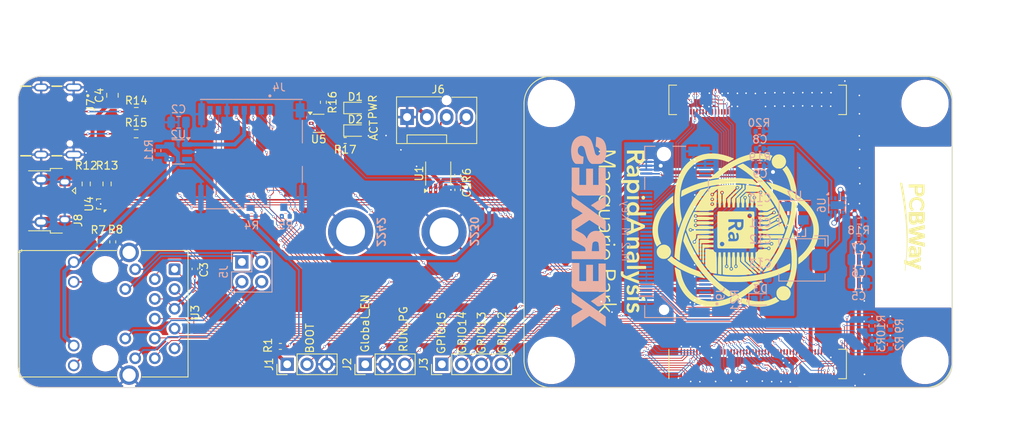
<source format=kicad_pcb>
(kicad_pcb (version 20240108) (generator "pcbnew") (generator_version "8.0")
  (title_block (title "V3 - CM4 Board") (date "2025-03-03") (rev "V0.3") (company "Rapid Analysis") (comment 1 "Author: Asad Imran"))
  (layers (0 "F.Cu" signal) (31 "B.Cu" signal) (34 "B.Paste" user) (35 "F.Paste" user) (36 "B.SilkS" user "B.Silkscreen") (37 "F.SilkS" user "F.Silkscreen") (38 "B.Mask" user) (39 "F.Mask" user) (44 "Edge.Cuts" user))
  (net 0 "")
  (net 1 "GND")
  (net 2 "Net-(C3-Pad1)")
  (net 3 "/CM4_3V3")
  (net 4 "/SD_DAT1")
  (net 5 "/SD_CLK")
  (net 6 "/SD_DAT0")
  (net 7 "/SD_DAT2")
  (net 8 "/SD_CMD")
  (net 9 "/SD_DAT3")
  (net 10 "/SD_PWR")
  (net 11 "Net-(D1-K)")
  (net 12 "Net-(D2-K)")
  (net 13 "/M2_3v3")
  (net 14 "/FB")
  (net 15 "Net-(D3-K)")
  (net 16 "/GPIO15")
  (net 17 "/CM4_5V")
  (net 18 "/USB2_P")
  (net 19 "/BT_nDisable")
  (net 20 "/USB_OTG_ID")
  (net 21 "/GPIO12")
  (net 22 "/GPIO14")
  (net 23 "/GPIO13")
  (net 24 "/nRPIBOOT")
  (net 25 "/nPI_LED_PWR")
  (net 29 "/USB2_N")
  (net 30 "/WiFi_nDisable")
  (net 34 "/EEPROM_nWP")
  (net 42 "/SD_PWR_ON")
  (net 43 "/Reserved")
  (net 45 "/SCL0")
  (net 46 "/SDA0")
  (net 48 "/PCIe_CLK_P")
  (net 49 "/PCIe_TX_N")
  (net 50 "/TR0_TAP")
  (net 51 "/TR2_TAP")
  (net 52 "/TR3_TAP")
  (net 53 "/TR1_TAP")
  (net 54 "/PCIe_CLK_nREQ")
  (net 55 "/ETH_LEDG")
  (net 56 "/ETH_LEDY")
  (net 58 "/TRD2_N")
  (net 59 "/TRD3_P")
  (net 60 "/TRD3_N")
  (net 61 "/TRD0_N")
  (net 62 "/TRD2_P")
  (net 63 "/TRD1_P")
  (net 64 "/TRD1_N")
  (net 89 "/TRD0_P")
  (net 118 "/PCIe_TX_P")
  (net 147 "/PCIe_RX_N")
  (net 148 "/PI_nLED_Activity")
  (net 149 "/PCIe_CLK_N")
  (net 150 "/PCIe_nRST")
  (net 151 "/PCIe_RX_P")
  (net 152 "Net-(U6-LX)")
  (net 153 "/RUN_PG")
  (net 154 "/Global_EN")
  (net 160 "/SD_VDD_Override")
  (net 161 "Net-(J1-Pin_1)")
  (net 162 "Net-(J4-DET_B)")
  (net 163 "Net-(J4-DET_A)")
  (net 164 "Net-(J6-Pin_3)")
  (net 165 "Net-(J6-Pin_4)")
  (net 167 "Net-(J7-CC1)")
  (net 173 "Net-(J7-CC2)")
  (net 174 "Net-(J8-VBUS)")
  (net 197 "Net-(J9-SUSCLK)")
  (net 210 "Net-(J9-DAS{slash}~{DSS}{slash}~{LED1})")
  (net 212 "Net-(U3-LEDG_K)")
  (net 213 "Net-(U3-LEDY_K)")
  (net 214 "Net-(R16-Pad2)")
  (footprint "USB4105-GF-A:GCT_USB4105-GF-A" (layer "F.Cu") (at 43 55.75 -90)
    (property "Reference" "J7")
    (property "Value" "USB4105-GF-A")
  )
  (footprint "Resistor_SMD:R_0603_1608Metric_Pad0.98x0.95mm_HandSolder" (layer "F.Cu") (at 51.47 63.83 90)
    (property "Reference" "R13")
    (property "Value" "2.2K 1%")
  )
  (footprint "Resistor_SMD:R_0402_1005Metric" (layer "F.Cu") (at 79.25 53.35 -90)
    (property "Reference" "R16")
    (property "Value" "1k")
  )
  (footprint "CM4IO:TRJG0926HENL" (layer "F.Cu") (at 51.25 80.51 -90)
    (property "Reference" "U3")
    (property "Value" "MagJack-A70-112-331N126")
  )
  (footprint "Resistor_SMD:R_0603_1608Metric_Pad0.98x0.95mm_HandSolder" (layer "F.Cu") (at 48.79 63.83 90)
    (property "Reference" "R12")
    (property "Value" "2.2K 1%")
  )
  (footprint "Connector_PinHeader_2.54mm:PinHeader_1x03_P2.54mm_Vertical" (layer "F.Cu") (at 84.63 87 90)
    (property "Reference" "J2")
    (property "Value" "Conn_01x03")
  )
  (footprint "LED_SMD:LED_0603_1608Metric" (layer "F.Cu") (at 83.35 56.98)
    (property "Reference" "D2")
    (property "Value" "LED Green")
  )
  (footprint "Resistor_SMD:R_0402_1005Metric" (layer "F.Cu") (at 73.725 84.7)
    (property "Reference" "R1")
    (property "Value" "NC")
  )
  (footprint "Connector_PinHeader_2.54mm:PinHeader_1x03_P2.54mm_Vertical" (layer "F.Cu") (at 74.605 87 90)
    (property "Reference" "J1")
    (property "Value" "Conn_01x03")
  )
  (footprint "Resistor_SMD:R_0402_1005Metric" (layer "F.Cu") (at 96.5 62.75 -90)
    (property "Reference" "R6")
    (property "Value" "36K 1%")
  )
  (footprint "Capacitor_SMD:C_0805_2012Metric" (layer "F.Cu") (at 52.16 52.45 90)
    (property "Reference" "C4")
    (property "Value" "10u")
  )
  (footprint "Capacitor_SMD:C_0402_1005Metric" (layer "F.Cu") (at 62.75 74.75 90)
    (property "Reference" "C3")
    (property "Value" "100n")
  )
  (footprint "Package_TO_SOT_SMD:Texas_DRT-3" (layer "F.Cu") (at 50.66 66.41 90)
    (property "Reference" "U4")
    (property "Value" "TPD2EUSB30")
  )
  (footprint "Capacitor_SMD:C_0402_1005Metric" (layer "F.Cu") (at 96.5 64.6 -90)
    (property "Reference" "C1")
    (property "Value" "100n")
  )
  (footprint "Package_TO_SOT_SMD:SOT-353_SC-70-5" (layer "F.Cu") (at 78.64 56.0475)
    (property "Reference" "U5")
    (property "Value" "74LVC1G07SE-7")
  )
  (footprint "Resistor_SMD:R_0603_1608Metric_Pad0.98x0.95mm_HandSolder" (layer "F.Cu") (at 55.2 57.39)
    (property "Reference" "R15")
    (property "Value" "5.1k")
  )
  (footprint "LED_SMD:LED_0603_1608Metric" (layer "F.Cu") (at 83.35 54.08)
    (property "Reference" "D1")
    (property "Value" "LED Red")
  )
  (footprint "CM4IO:Raspberry-Pi-4-Compute-Module" (layer "F.Cu") (at 160 90 90)
    (property "Reference" "Module1" (hide yes))
    (property "Value" "ComputeModule4-CM4" (hide yes))
  )
  (footprint "Connector_PinHeader_2.54mm:PinHeader_1x04_P2.54mm_Vertical" (layer "F.Cu") (at 94.47 87 90)
    (property "Reference" "J3")
    (property "Value" "Conn_01x04")
  )
  (footprint "Package_SO:MSOP-8_3x3mm_P0.65mm" (layer "F.Cu") (at 94 62.5 90)
    (property "Reference" "U1")
    (property "Value" "EMC2301-1-ACZL-TR")
  )
  (footprint "Resistor_SMD:R_0402_1005Metric" (layer "F.Cu") (at 52.2 71.28 90)
    (property "Reference" "R8")
    (property "Value" "470R")
  )
  (footprint "Resistor_SMD:R_0402_1005Metric" (layer "F.Cu") (at 50.58 71.27 90)
    (property "Reference" "R7")
    (property "Value" "470R")
  )
  (footprint "CM4IO:USB_Micro-B_EDAC_UCON00686" (layer "F.Cu") (at 43 66 -90)
    (property "Reference" "J8")
    (property "Value" "USB_OTG")
  )
  (footprint "Connector:FanPinHeader_1x04_P2.54mm_Vertical" (layer "F.Cu") (at 90 55.25)
    (property "Reference" "J6")
    (property "Value" "Molex 470531000")
  )
  (footprint "Resistor_SMD:R_0603_1608Metric_Pad0.98x0.95mm_HandSolder" (layer "F.Cu") (at 55.22 54.55)
    (property "Reference" "R14")
    (property "Value" "5.1k")
  )
  (footprint "Resistor_SMD:R_0402_1005Metric" (layer "F.Cu") (at 82.05 58.26 180)
    (property "Reference" "R17")
    (property "Value" "1k")
  )
  (footprint "Package_TO_SOT_SMD:SOT-23-5" (layer "B.Cu") (at 60.61 59.72 180)
    (property "Reference" "U2")
    (property "Value" "RT9742GGJ5")
  )
  (footprint "Capacitor_SMD:C_0805_2012Metric" (layer "B.Cu") (at 148.01 76.56)
    (property "Reference" "C5")
    (property "Value" "10u")
  )
  (footprint "Capacitor_SMD:C_0805_2012Metric" (layer "B.Cu") (at 135.38 75.75 180)
    (property "Reference" "C13")
    (property "Value" "10u")
  )
  (footprint "CM4IO:L_Bourns_SRP5030CC" (layer "B.Cu") (at 140.72 73.5925 180)
    (property "Reference" "L1")
    (property "Value" "2.2uH")
  )
  (footprint "Crystal:Crystal_SMD_3225-4Pin_3.2x2.5mm" (layer "B.Cu") (at 139.79 67.6)
    (property "Reference" "U7")
    (property "Value" "ASEK-32.768KHZ-L-R-T")
  )
  (footprint "Resistor_SMD:R_0402_1005Metric" (layer "B.Cu") (at 148.01 68.62)
    (property "Reference" "R18")
    (property "Value" "100K 1%")
  )
  (footprint "Resistor_SMD:R_0402_1005Metric" (layer "B.Cu") (at 135.32 61.54 180)
    (property "Reference" "R19")
    (property "Value" "10K 1%")
  )
  (footprint "Resistor_SMD:R_0402_1005Metric" (layer "B.Cu") (at 149.71 84.47 90)
    (property "Reference" "R3")
    (property "Value" "NC")
  )
  (footprint "Resistor_SMD:R_0402_1005Metric" (layer "B.Cu") (at 135.27 57.08)
    (property "Reference" "R20")
    (property "Value" "2.2K 1%")
  )
  (footprint "Package_DFN_QFN:DFN-8-1EP_2x2mm_P0.5mm_EP1.05x1.75mm" (layer "B.Cu") (at 145.25 66.57 -90)
    (property "Reference" "U6")
    (property "Value" "AP3441SHE-7B")
  )
  (footprint "Capacitor_SMD:C_0805_2012Metric" (layer "B.Cu") (at 135.34 67.33 180)
    (property "Reference" "C10")
    (property "Value" "10u")
  )
  (footprint "Capacitor_SMD:C_0805_2012Metric" (layer "B.Cu") (at 148.01 73.55)
    (property "Reference" "C6")
    (property "Value" "10u")
  )
  (footprint "LED_SMD:LED_0603_1608Metric" (layer "B.Cu") (at 135.38 78.67)
    (property "Reference" "D3")
    (property "Value" "LED Green")
  )
  (footprint "Connector_PinHeader_2.54mm:PinHeader_2x02_P2.54mm_Vertical" (layer "B.Cu") (at 68.785 73.855 -90)
    (property "Reference" "J5")
    (property "Value" "THD-02-R")
  )
  (footprint "Capacitor_SMD:C_0402_1005Metric" (layer "B.Cu") (at 135.35 69.9 180)
    (property "Reference" "C11")
    (property "Value" "100n")
  )
  (footprint "Resistor_SMD:R_0402_1005Metric" (layer "B.Cu") (at 58 59.55 -90)
    (property "Reference" "R11")
    (property "Value" "12K 1%")
  )
  (footprint "Resistor_SMD:R_0402_1005Metric" (layer "B.Cu") (at 70.04 68)
    (property "Reference" "R4")
    (property "Value" "nf")
  )
  (footprint "Capacitor_SMD:C_0402_1005Metric" (layer "B.Cu") (at 135.32 59.29 180)
    (property "Reference" "C8")
    (property "Value" "4.7nF")
  )
  (footprint "Resistor_SMD:R_0402_1005Metric" (layer "B.Cu") (at 74.42 68)
    (property "Reference" "R5")
    (property "Value" "nf")
  )
  (footprint "Resistor_SMD:R_0402_1005Metric" (layer "B.Cu") (at 149.71 82.07 90)
    (property "Reference" "R10")
    (property "Value" "NC")
  )
  (footprint "Resistor_SMD:R_0402_1005Metric" (layer "B.Cu") (at 152.07 84.47 90)
    (property "Reference" "R2")
    (property "Value" "NC")
  )
  (footprint "Capacitor_SMD:C_0402_1005Metric" (layer "B.Cu") (at 148.01 70.89)
    (property "Reference" "C7")
    (property "Value" "100n")
  )
  (footprint "Capacitor_SMD:C_0805_2012Metric" (layer "B.Cu") (at 135.34 64.22 180)
    (property "Reference" "C9")
    (property "Value" "10u")
  )
  (footprint "Resistor_SMD:R_0402_1005Metric" (layer "B.Cu") (at 133.28 78.83 -90)
    (property "Reference" "R21")
    (property "Value" "1k")
  )
  (footprint "Capacitor_SMD:C_0805_2012Metric" (layer "B.Cu") (at 135.38 72.64 180)
    (property "Reference" "C12")
    (property "Value" "10u")
  )
  (footprint "CM4IO:M.2 M Key socket" (layer "B.Cu") (at 123 70 90)
    (property "Reference" "J9")
    (property "Value" "Bus_M.2_Socket_M")
  )
  (footprint "CM4IO:SDCARD_MOLEX_503398-1892" (layer "B.Cu") (at 70 60 180)
    (property "Reference" "J4")
    (property "Value" "Micro_SD_Card_Det")
  )
  (footprint "Capacitor_SMD:C_0805_2012Metric" (layer "B.Cu") (at 60.65 55.92 180)
    (property "Reference" "C2")
    (property "Value" "10u")
  )
  (footprint "Resistor_SMD:R_0402_1005Metric" (layer "B.Cu") (at 152.07 82.07 90)
    (property "Reference" "R9")
    (property "Value" "NC")
  )
  (gr_poly (pts (xy 111.972066 65.324356) (xy 111.958921 65.323712) (xy 111.945654 65.321967) (xy 111.932296 65.319205) (xy 111.91888 65.31551) (xy 111.905435 65.310968) (xy 111.891993 65.305663) (xy 111.878585 65.299679) (xy 111.865243 65.2931) (xy 111.851996 65.286013) (xy 111.838877 65.278501) (xy 111.825917 65.270648) (xy 111.813145 65.26254) (xy 111.788296 65.245895) (xy 111.764577 65.229242) (xy 111.725506 65.202309) (xy 111.685127 65.175947) (xy 111.601869 65.124241) (xy 111.517654 65.072737) (xy 111.43533 65.020045) (xy 111.395767 64.99282) (xy 111.357747 64.964777) (xy 111.321624 64.935742) (xy 111.287755 64.905543) (xy 111.256496 64.874005) (xy 111.228203 64.840955) (xy 111.21528 64.823809) (xy 111.203233 64.80622) (xy 111.192105 64.788166) (xy 111.181941 64.769625) (xy 111.172788 64.750614) (xy 111.164592 64.731101) (xy 111.150899 64.690662) (xy 111.14051 64.648497) (xy 111.133074 64.604796) (xy 111.12824 64.559747) (xy 111.125658 64.51354) (xy 111.124976 64.466363) (xy 111.125844 64.418406) (xy 111.130824 64.320909) (xy 111.137791 64.222561) (xy 111.143939 64.124876) (xy 111.145827 64.076754) (xy 111.146458 64.029365) (xy 111.145785 61.738552) (xy 112.131306 61.738552) (xy 112.131306 63.958203) (xy 112.999016 63.958203) (xy 112.999016 61.869026) (xy 113.888361 61.869026) (xy 113.888361 63.961658) (xy 114.591279 63.961658) (xy 114.591279 62.851563) (xy 114.591279 61.735997) (xy 115.506543 61.735997) (xy 115.506543 65.328526)) (stroke (width -0.000001)) (fill solid) (layer "B.SilkS"))
  (gr_poly (pts (xy 115.544658 78.755752) (xy 115.542609 78.793752) (xy 115.53882 78.830592) (xy 115.533311 78.866306) (xy 115.526106 78.90093) (xy 115.517228 78.934497) (xy 115.506699 78.967043) (xy 115.494541 78.998603) (xy 115.480777 79.02921) (xy 115.465431 79.0589) (xy 115.448523 79.087707) (xy 115.430077 79.115666) (xy 115.410116 79.142813) (xy 115.388662 79.16918) (xy 115.365737 79.194804) (xy 115.315567 79.243959) (xy 115.259785 79.290556) (xy 115.198573 79.334871) (xy 115.132112 79.377182) (xy 115.060581 79.417768) (xy 114.984161 79.456905) (xy 114.932788 79.481341) (xy 114.883423 79.503234) (xy 114.835851 79.522343) (xy 114.789854 79.538428) (xy 114.745219 79.55125) (xy 114.70173 79.560568) (xy 114.680348 79.563839) (xy 114.659172 79.566143) (xy 114.638174 79.567452) (xy 114.617328 79.567734) (xy 114.596607 79.56696) (xy 114.575984 79.565101) (xy 114.555432 79.562125) (xy 114.534924 79.558004) (xy 114.514433 79.552706) (xy 114.493932 79.546203) (xy 114.473395 79.538463) (xy 114.452794 79.529458) (xy 114.432102 79.519156) (xy 114.411293 79.507528) (xy 114.39034 79.494544) (xy 114.369215 79.480174) (xy 114.347892 79.464388) (xy 114.326343 79.447156) (xy 114.304543 79.428448) (xy 114.282463 79.408234) (xy 114.244709 79.373562) (xy 114.206027 79.339817) (xy 114.166477 79.306884) (xy 114.126116 79.274645) (xy 114.043196 79.211784) (xy 113.957733 79.150302) (xy 113.781042 79.027746) (xy 113.690747 78.964806) (xy 113.599773 78.899516) (xy 115.462778 77.694881) (xy 115.402971 77.689354) (xy 115.355459 77.684598) (xy 115.335033 77.682711) (xy 115.316143 77.68126) (xy 115.298277 77.680327) (xy 115.280923 77.67999) (xy 113.703722 77.680343) (xy 112.12658 77.674305) (xy 112.103832 77.673524) (xy 112.080826 77.671608) (xy 112.057629 77.668608) (xy 112.034309 77.664577) (xy 112.01093 77.659566) (xy 111.987561 77.653628) (xy 111.964267 77.646814) (xy 111.941115 77.639177) (xy 111.918171 77.630768) (xy 111.895502 77.621639) (xy 111.873174 77.611843) (xy 111.851254 77.60143) (xy 111.829809 77.590454) (xy 111.808904 77.578966) (xy 111.788607 77.567018) (xy 111.768984 77.554662) (xy 111.686001 77.502627) (xy 111.600088 77.450787) (xy 111.513916 77.398044) (xy 111.471567 77.370989) (xy 111.430153 77.343297) (xy 111.390009 77.31483) (xy 111.351468 77.28545) (xy 111.314864 77.255021) (xy 111.280531 77.223405) (xy 111.248801 77.190464) (xy 111.220009 77.156061) (xy 111.194489 77.12006) (xy 111.18306 77.101417) (xy 111.172573 77.082323) (xy 111.163447 77.063416) (xy 111.155324 77.043986) (xy 111.148159 77.024058) (xy 111.141905 77.003656) (xy 111.131941 76.961529) (xy 111.125055 76.917803) (xy 111.120875 76.872675) (xy 111.119023 76.826342) (xy 111.119124 76.779) (xy 111.120804 76.730848) (xy 111.127397 76.632897) (xy 111.1358 76.534067) (xy 111.143009 76.435933) (xy 111.145229 76.38762) (xy 111.146024 76.340072) (xy 111.145798 74.197469) (xy 111.145798 73.992841) (xy 112.126787 73.992841) (xy 112.126787 76.310387) (xy 113.002077 76.310387) (xy 113.002077 74.219646) (xy 113.879981 74.219646) (xy 113.879981 76.307183) (xy 114.588506 76.307183) (xy 114.588506 74.057641) (xy 115.519119 74.057641) (xy 115.519119 78.501443) (xy 115.527992 78.547133) (xy 115.534988 78.591455) (xy 115.540131 78.634443) (xy 115.543441 78.676132) (xy 115.544943 78.716557)) (stroke (width -0.000001)) (fill solid) (layer "B.SilkS"))
  (gr_poly (pts (xy 115.522758 68.71773) (xy 115.518049 68.990277) (xy 115.517328 69.267002) (xy 115.519313 69.849026) (xy 113.425967 68.473027) (xy 111.571186 69.707791) (xy 111.673337 69.772422) (xy 111.77854 69.832589) (xy 111.994544 69.944357) (xy 112.212087 70.052751) (xy 112.319213 70.108699) (xy 112.424057 70.167425) (xy 112.525731 70.230135) (xy 112.623346 70.298036) (xy 112.716012 70.372335) (xy 112.760212 70.41226) (xy 112.802841 70.454238) (xy 112.843789 70.498419) (xy 112.882944 70.544953) (xy 112.920195 70.593992) (xy 112.955432 70.645687) (xy 112.988542 70.700188) (xy 113.019416 70.757646) (xy 113.047942 70.818212) (xy 113.074008 70.882037) (xy 113.095771 70.829104) (xy 113.105437 70.80495) (xy 113.115748 70.778489) (xy 113.137585 70.715078) (xy 113.161209 70.65379) (xy 113.186589 70.59464) (xy 113.213697 70.537644) (xy 113.242504 70.482817) (xy 113.272979 70.430178) (xy 113.305095 70.37974) (xy 113.338821 70.33152) (xy 113.374128 70.285535) (xy 113.410987 70.241799) (xy 113.449369 70.20033) (xy 113.489245 70.161143) (xy 113.530584 70.124254) (xy 113.573359 70.089679) (xy 113.617539 70.057435) (xy 113.663096 70.027536) (xy 113.71 70) (xy 113.758221 69.974842) (xy 113.807732 69.952078) (xy 113.858501 69.931725) (xy 113.910501 69.913797) (xy 113.963701 69.898312) (xy 114.018073 69.885285) (xy 114.073587 69.874732) (xy 114.130214 69.866669) (xy 114.187924 69.861113) (xy 114.208358 69.860058) (xy 114.208358 71.225945) (xy 114.171241 71.227001) (xy 114.135132 71.23039) (xy 114.100173 71.236102) (xy 114.066506 71.244124) (xy 114.034273 71.254445) (xy 114.003619 71.267054) (xy 113.974684 71.28194) (xy 113.960906 71.290233) (xy 113.947612 71.299092) (xy 113.934819 71.308513) (xy 113.922545 71.318497) (xy 113.910808 71.329041) (xy 113.899626 71.340145) (xy 113.889016 71.351806) (xy 113.878997 71.364024) (xy 113.869586 71.376797) (xy 113.8608 71.390123) (xy 113.852659 71.404001) (xy 113.845179 71.418431) (xy 113.838379 71.433409) (xy 113.832276 71.448936) (xy 113.826888 71.465009) (xy 113.822233 71.481627) (xy 113.818329 71.498788) (xy 113.815193 71.516492) (xy 113.799009 71.632128) (xy 113.785327 71.748365) (xy 113.773582 71.865336) (xy 113.76321 71.983174) (xy 113.724145 72.465855) (xy 114.657428 72.465855) (xy 114.634358 71.98071) (xy 114.627788 71.863518) (xy 114.619507 71.747517) (xy 114.608819 71.632482) (xy 114.59503 71.518189) (xy 114.592082 71.49957) (xy 114.588421 71.481607) (xy 114.58406 71.464294) (xy 114.579011 71.447629) (xy 114.573287 71.431606) (xy 114.5669 71.416221) (xy 114.559862 71.401469) (xy 114.552186 71.387348) (xy 114.543883 71.373851) (xy 114.534966 71.360975) (xy 114.525448 71.348715) (xy 114.51534 71.337068) (xy 114.504655 71.326028) (xy 114.493406 71.315591) (xy 114.481604 71.305754) (xy 114.469262 71.296511) (xy 114.456392 71.287858) (xy 114.443006 71.279791) (xy 114.429117 71.272306) (xy 114.414737 71.265398) (xy 114.399879 71.259063) (xy 114.384554 71.253297) (xy 114.368775 71.248095) (xy 114.352554 71.243452) (xy 114.335904 71.239365) (xy 114.318836 71.235829) (xy 114.301364 71.23284) (xy 114.283499 71.230394) (xy 114.24664 71.227111) (xy 114.208358 71.225945) (xy 114.208358 69.860058) (xy 114.246689 69.858079) (xy 114.306479 69.857583) (xy 114.367266 69.859641) (xy 114.429018 69.86427) (xy 114.491708 69.871485) (xy 114.555306 69.881302) (xy 114.646606 69.900345) (xy 114.733783 69.925007) (xy 114.775794 69.939423) (xy 114.816738 69.955218) (xy 114.856601 69.972382) (xy 114.895373 69.990907) (xy 114.93304 70.010784) (xy 114.96959 70.032005) (xy 115.005012 70.054559) (xy 115.039291 70.07844) (xy 115.072418 70.103638) (xy 115.104378 70.130143) (xy 115.13516 70.157949) (xy 115.164751 70.187044) (xy 115.19314 70.217422) (xy 115.220313 70.249073) (xy 115.246259 70.281987) (xy 115.270966 70.316158) (xy 115.29442 70.351575) (xy 115.31661 70.38823) (xy 115.337524 70.426114) (xy 115.357148 70.465219) (xy 115.375472 70.505535) (xy 115.392482 70.547054) (xy 115.408166 70.589767) (xy 115.422513 70.633666) (xy 115.447142 70.724983) (xy 115.466273 70.820936) (xy 115.477626 70.894169) (xy 115.487414 70.967774) (xy 115.495677 71.041669) (xy 115.502458 71.115776) (xy 115.507797 71.190013) (xy 115.511735 71.264302) (xy 115.514315 71.338562) (xy 115.515578 71.412713) (xy 115.518869 72.455098) (xy 115.517822 73.508503) (xy 111.153126 73.508503) (xy 111.153126 72.472696) (xy 112.90125 72.472696) (xy 112.909136 72.41438) (xy 112.913857 72.359384) (xy 112.915301 72.307503) (xy 112.913357 72.258527) (xy 112.90791 72.212248) (xy 112.903839 72.190055) (xy 112.89885 72.168458) (xy 112.892929 72.147432) (xy 112.886063 72.12695) (xy 112.878237 72.106987) (xy 112.869437 72.087516) (xy 112.859649 72.068511) (xy 112.848859 72.049946) (xy 112.837054 72.031796) (xy 112.824218 72.014033) (xy 112.810338 71.996634) (xy 112.7954 71.97957) (xy 112.762293 71.946348) (xy 112.724784 71.914158) (xy 112.682762 71.882794) (xy 112.636113 71.852046) (xy 112.584726 71.821707) (xy 112.269156 71.645434) (xy 111.952474 71.47112) (xy 111.634262 71.29969) (xy 111.314101 71.132067) (xy 111.290559 71.1193) (xy 111.269025 71.106241) (xy 111.25899 71.099574) (xy 111.249434 71.092802) (xy 111.240348 71.085912) (xy 111.231723 71.078893) (xy 111.223551 71.071736) (xy 111.215825 71.064429) (xy 111.208536 71.056961) (xy 111.201676 71.049321) (xy 111.195237 71.041498) (xy 111.189211 71.033481) (xy 111.183589 71.025259) (xy 111.178364 71.016821) (xy 111.173527 71.008156) (xy 111.169071 70.999253) (xy 111.164987 70.990102) (xy 111.161267 70.98069) (xy 111.157903 70.971008) (xy 111.154887 70.961045) (xy 111.15221 70.950788) (xy 111.149865 70.940228) (xy 111.147843 70.929353) (xy 111.146137 70.918152) (xy 111.143637 70.89473) (xy 111.142302 70.869873) (xy 111.142065 70.843494) (xy 111.14636 70.298043) (xy 111.147709 69.75256) (xy 111.142379 68.661612) (xy 111.142618 68.637102) (xy 111.143846 68.613809) (xy 111.146118 68.591667) (xy 111.149489 68.57061) (xy 111.154015 68.550574) (xy 111.159752 68.531493) (xy 111.166756 68.5133) (xy 111.175081 68.495931) (xy 111.184784 68.479319) (xy 111.195919 68.463399) (xy 111.208544 68.448105) (xy 111.222712 68.433372) (xy 111.238479 68.419134) (xy 111.255902 68.405325) (xy 111.275036 68.39188) (xy 111.295936 68.378733) (xy 111.605475 68.191436) (xy 111.915927 67.999938) (xy 112.552896 67.603732) (xy 112.44144 67.53323) (xy 112.332286 67.461736) (xy 112.117779 67.320406) (xy 112.010874 67.252886) (xy 111.903166 67.189008) (xy 111.848768 67.158797) (xy 111.793879 67.12993) (xy 111.738401 67.102552) (xy 111.682237 67.076809) (xy 111.640796 67.057904) (xy 111.600996 67.038371) (xy 111.56283 67.018195) (xy 111.526293 66.997365) (xy 111.491377 66.975865) (xy 111.458077 66.953682) (xy 111.426386 66.930803) (xy 111.3963 66.907214) (xy 111.36781 66.882902) (xy 111.340912 66.857852) (xy 111.315599 66.832051) (xy 111.291865 66.805485) (xy 111.269704 66.77814) (xy 111.249109 66.750004) (xy 111.230075 66.721062) (xy 111.212595 66.691301) (xy 111.196664 66.660707) (xy 111.182274 66.629266) (xy 111.169421 66.596964) (xy 111.158098 66.563789) (xy 111.148298 66.529726) (xy 111.140015 66.494762) (xy 111.133245 66.458883) (xy 111.127979 66.422075) (xy 111.124213 66.384325) (xy 111.121939 66.345619) (xy 111.121152 66.305943) (xy 111.121846 66.265284) (xy 111.124015 66.223628) (xy 111.127652 66.180962) (xy 111.132751 66.137271) (xy 111.139307 66.092543) (xy 111.145452 66.049456) (xy 111.150162 66.006087) (xy 111.153579 65.962407) (xy 111.155847 65.918386) (xy 111.157509 65.829213) (xy 111.156296 65.738338) (xy 111.149832 65.550571) (xy 111.146878 65.453222) (xy 111.145638 65.353259) (xy 112.481221 66.327791) (xy 115.377658 68.444967) (xy 115.396008 68.458712) (xy 115.4131 68.472468) (xy 115.42894 68.486327) (xy 115.443531 68.500381) (xy 115.456877 68.514722) (xy 115.463085 68.522029) (xy 115.468983 68.529442) (xy 115.474572 68.536973) (xy 115.479853 68.544633) (xy 115.484826 68.552433) (xy 115.489491 68.560387) (xy 115.493849 68.568503) (xy 115.497902 68.576795) (xy 115.501648 68.585274) (xy 115.505089 68.593951) (xy 115.508225 68.602838) (xy 115.511057 68.611946) (xy 115.513585 68.621287) (xy 115.51581 68.630873) (xy 115.517732 68.640714) (xy 115.519352 68.650822) (xy 115.520671 68.661209) (xy 115.521688 68.671887) (xy 115.522405 68.682866) (xy 115.522822 68.694158) (xy 115.52294 68.705776)) (stroke (width -0.000001)) (fill solid) (layer "B.SilkS"))
  (gr_poly (pts (xy 115.536167 66.569094) (xy 115.535044 66.595354) (xy 115.532809 66.620867) (xy 115.529467 66.645638) (xy 115.525023 66.669673) (xy 115.519482 66.692981) (xy 115.512847 66.715567) (xy 115.505125 66.737437) (xy 115.496319 66.758598) (xy 115.486435 66.779057) (xy 115.475477 66.79882) (xy 115.46345 66.817894) (xy 115.450358 66.836285) (xy 115.436207 66.854) (xy 115.421001 66.871046) (xy 115.404745 66.887428) (xy 115.387443 66.903153) (xy 115.3691 66.918228) (xy 115.349722 66.93266) (xy 115.329312 66.946455) (xy 115.307876 66.959618) (xy 115.261943 66.984081) (xy 115.21196 67.006099) (xy 115.157966 67.025725) (xy 115.150979 67.028147) (xy 115.143982 67.030834) (xy 115.137044 67.033802) (xy 115.133618 67.035395) (xy 115.130232 67.037065) (xy 115.126894 67.038812) (xy 115.123613 67.040638) (xy 115.120398 67.042546) (xy 115.117257 67.044537) (xy 115.114198 67.046612) (xy 115.111229 67.048775) (xy 115.10836 67.051026) (xy 115.105599 67.053367) (xy 115.075166 67.079392) (xy 115.044895 67.103594) (xy 115.01478 67.125977) (xy 114.984812 67.146548) (xy 114.954985 67.165309) (xy 114.925293 67.182267) (xy 114.895727 67.197425) (xy 114.866282 67.210789) (xy 114.83695 67.222362) (xy 114.807724 67.232151) (xy 114.778597 67.240158) (xy 114.749562 67.24639) (xy 114.720612 67.25085) (xy 114.691741 67.253543) (xy 114.66294 67.254475) (xy 114.634204 67.253649) (xy 114.605524 67.25107) (xy 114.576895 67.246743) (xy 114.548309 67.240673) (xy 114.519759 67.232865) (xy 114.491238 67.223322) (xy 114.462739 67.21205) (xy 114.434255 67.199054) (xy 114.40578 67.184337) (xy 114.377305 67.167905) (xy 114.348824 67.149763) (xy 114.320331 67.129914) (xy 114.291817 67.108364) (xy 114.263277 67.085118) (xy 114.234703 67.060179) (xy 114.177425 67.005245) (xy 114.146954 66.975366) (xy 114.115445 66.946462) (xy 114.082972 66.918414) (xy 114.049608 66.891101) (xy 114.015426 66.864406) (xy 113.980501 66.838207) (xy 113.908714 66.786826) (xy 113.759452 66.684781) (xy 113.683155 66.632208) (xy 113.606531 66.577329) (xy 115.519294 65.342324) (xy 115.519294 66.39546) (xy 115.529447 66.456443) (xy 115.535059 66.514304) (xy 115.536173 66.542079)) (stroke (width -0.000001)) (fill solid) (layer "B.SilkS"))
  (gr_poly (pts (xy 115.525608 80.999526) (xy 115.524969 81.012184) (xy 115.523709 81.025305) (xy 115.521809 81.038904) (xy 115.519251 81.052999) (xy 115.519253 82.166425) (xy 113.426355 80.79022) (xy 111.145675 82.306834) (xy 111.145251 81.907671) (xy 111.146028 81.534244) (xy 111.145502 81.488013) (xy 111.143574 81.440977) (xy 111.137 81.345321) (xy 111.129278 81.248939) (xy 111.123379 81.153492) (xy 111.122041 81.106639) (xy 111.122273 81.060644) (xy 111.124446 81.015713) (xy 111.128932 80.972056) (xy 111.136101 80.929879) (xy 111.146326 80.88939) (xy 111.159978 80.850798) (xy 111.168205 80.832278) (xy 111.177427 80.81431) (xy 111.187624 80.79701) (xy 111.198822 80.780255) (xy 111.210974 80.76402) (xy 111.224035 80.74828) (xy 111.237957 80.73301) (xy 111.252694 80.718186) (xy 111.268199 80.703781) (xy 111.284424 80.689772) (xy 111.318852 80.662837) (xy 111.355604 80.637183) (xy 111.394305 80.612608) (xy 111.434582 80.588913) (xy 111.476061 80.565897) (xy 111.518368 80.543361) (xy 111.60397 80.498926) (xy 111.688398 80.454007) (xy 111.729236 80.430866) (xy 111.768659 80.407003) (xy 112.154564 80.166857) (xy 112.55363 79.920606) (xy 111.908764 79.52197) (xy 111.593953 79.328756) (xy 111.280156 79.139233) (xy 111.261461 79.127496) (xy 111.244311 79.115519) (xy 111.236302 79.10942) (xy 111.228663 79.103237) (xy 111.221389 79.096963) (xy 111.214474 79.090589) (xy 111.207914 79.084107) (xy 111.201702 79.07751) (xy 111.195835 79.07079) (xy 111.190305 79.063938) (xy 111.185109 79.056946) (xy 111.180241 79.049808) (xy 111.175695 79.042514) (xy 111.171466 79.035058) (xy 111.16755 79.02743) (xy 111.163939 79.019624) (xy 111.16063 79.011631) (xy 111.157617 79.003443) (xy 111.154895 78.995052) (xy 111.152458 78.986451) (xy 111.150301 78.977631) (xy 111.148419 78.968585) (xy 111.146806 78.959305) (xy 111.145458 78.949782) (xy 111.143532 78.929978) (xy 111.1426 78.909111) (xy 111.142618 78.887116) (xy 111.146573 78.595472) (xy 111.147242 78.300841) (xy 111.145687 77.691096) (xy 111.197481 77.724406) (xy 111.243276 77.753529) (xy 111.264407 77.767151) (xy 111.284617 77.780483) (xy 111.304099 77.793778) (xy 111.323047 77.807288) (xy 115.370302 80.765089) (xy 115.405218 80.791062) (xy 115.421937 80.804254) (xy 115.437957 80.817762) (xy 115.453123 80.831719) (xy 115.46728 80.846258) (xy 115.473931 80.853787) (xy 115.480272 80.861512) (xy 115.486284 80.869449) (xy 115.491946 80.877615) (xy 115.49724 80.886027) (xy 115.502146 80.8947) (xy 115.506644 80.903653) (xy 115.510716 80.912901) (xy 115.514342 80.922461) (xy 115.517503 80.932351) (xy 115.520178 80.942585) (xy 115.52235 80.953182) (xy 115.523998 80.964158) (xy 115.525104 80.97553) (xy 115.525647 80.987314)) (stroke (width -0.000001)) (fill solid) (layer "B.SilkS"))
  (gr_poly (pts (xy 115.595393 59.672894) (xy 115.583245 59.886025) (xy 115.564174 60.099844) (xy 115.555797 60.17295) (xy 115.545381 60.245266) (xy 115.532788 60.316705) (xy 115.517877 60.387181) (xy 115.500511 60.456607) (xy 115.480549 60.524895) (xy 115.457853 60.591959) (xy 115.432283 60.657712) (xy 115.403701 60.722067) (xy 115.371967 60.784936) (xy 115.336943 60.846233) (xy 115.298488 60.905872) (xy 115.256465 60.963764) (xy 115.210734 61.019823) (xy 115.161155 61.073963) (xy 115.107591 61.126095) (xy 115.09157 61.139991) (xy 115.074467 61.15327) (xy 115.056387 61.165905) (xy 115.037432 61.177869) (xy 115.017705 61.189134) (xy 114.997309 61.199674) (xy 114.976348 61.20946) (xy 114.954925 61.218465) (xy 114.933142 61.226662) (xy 114.911104 61.234023) (xy 114.888912 61.240521) (xy 114.866671 61.246129) (xy 114.844483 61.250819) (xy 114.822452 61.254564) (xy 114.80068 61.257337) (xy 114.779272 61.259109) (xy 114.665491 61.264181) (xy 114.551551 61.266422) (xy 114.32337 61.265899) (xy 114.0951 61.264508) (xy 113.981046 61.265666) (xy 113.867107 61.26922) (xy 113.838251 61.269749) (xy 113.810517 61.268746) (xy 113.783847 61.266235) (xy 113.758179 61.262242) (xy 113.733453 61.25679) (xy 113.709609 61.249905) (xy 113.686584 61.241612) (xy 113.66432 61.231936) (xy 113.642755 61.220901) (xy 113.621828 61.208531) (xy 113.60148 61.194853) (xy 113.581649 61.179891) (xy 113.562275 61.163668) (xy 113.543297 61.146212) (xy 113.524654 61.127545) (xy 113.506287 61.107693) (xy 113.45184 61.043454) (xy 113.401393 60.977421) (xy 113.354689 60.909708) (xy 113.311473 60.840429) (xy 113.271488 60.769698) (xy 113.234478 60.697631) (xy 113.200185 60.62434) (xy 113.168353 60.549941) (xy 113.138727 60.474548) (xy 113.111049 60.398275) (xy 113.085063 60.321235) (xy 113.060512 60.243545) (xy 113.014692 60.086666) (xy 112.971536 59.928552) (xy 112.892875 59.621425) (xy 112.87259 59.544852) (xy 112.851247 59.468644) (xy 112.82844 59.39294) (xy 112.803765 59.317882) (xy 112.795017 59.29373) (xy 112.785685 59.270306) (xy 112.775788 59.24762) (xy 112.765345 59.22568) (xy 112.754374 59.204496) (xy 112.742894 59.184075) (xy 112.730925 59.164426) (xy 112.718485 59.145559) (xy 112.705593 59.127482) (xy 112.692267 59.110204) (xy 112.678527 59.093734) (xy 112.664391 59.078081) (xy 112.649878 59.063252) (xy 112.635007 59.049258) (xy 112.619797 59.036107) (xy 112.604266 59.023808) (xy 112.588434 59.01237) (xy 112.572319 59.0018) (xy 112.55594 58.992109) (xy 112.539316 58.983305) (xy 112.522466 58.975397) (xy 112.505408 58.968393) (xy 112.488161 58.962302) (xy 112.470744 58.957134) (xy 112.453177 58.952897) (xy 112.435477 58.949599) (xy 112.417664 58.94725) (xy 112.399756 58.945858) (xy 112.381772 58.945433) (xy 112.363732 58.945982) (xy 112.345653 58.947515) (xy 112.327555 58.950041) (xy 112.307661 58.953892) (xy 112.288101 58.958727) (xy 112.268893 58.964526) (xy 112.250052 58.971269) (xy 112.231593 58.978936) (xy 112.213533 58.987505) (xy 112.195886 58.996957) (xy 112.178669 59.00727) (xy 112.161897 59.018426) (xy 112.145586 59.030402) (xy 112.129752 59.04318) (xy 112.11441 59.056738) (xy 112.099576 59.071055) (xy 112.085266 59.086113) (xy 112.071495 59.101889) (xy 112.05828 59.118364) (xy 112.045635 59.135518) (xy 112.033577 59.153329) (xy 112.022121 59.171778) (xy 112.011283 59.190844) (xy 112.001079 59.210507) (xy 111.991524 59.230746) (xy 111.982634 59.251541) (xy 111.974425 59.272871) (xy 111.966912 59.294716) (xy 111.960112 59.317056) (xy 111.954039 59.33987) (xy 111.94871 59.363138) (xy 111.94414 59.38684) (xy 111.940345 59.410954) (xy 111.93734 59.435461) (xy 111.935142 59.46034) (xy 111.931308 59.549864) (xy 111.931506 59.592498) (xy 111.933147 59.633749) (xy 111.936258 59.673646) (xy 111.940865 59.712217) (xy 111.946992 59.749488) (xy 111.954666 59.785489) (xy 111.963913 59.820245) (xy 111.974759 59.853787) (xy 111.987228 59.88614) (xy 112.001347 59.917333) (xy 112.017142 59.947393) (xy 112.034638 59.976349) (xy 112.053861 60.004227) (xy 112.074837 60.031056) (xy 112.097592 60.056864) (xy 112.122151 60.081678) (xy 112.14854 60.105525) (xy 112.176784 60.128434) (xy 112.206911 60.150432) (xy 112.238944 60.171547) (xy 112.272911 60.191807) (xy 112.308837 60.21124) (xy 112.346747 60.229872) (xy 112.386667 60.247733) (xy 112.472641 60.281249) (xy 112.566966 60.312009) (xy 112.669846 60.340235) (xy 112.612627 61.26474) (xy 112.154315 61.266063) (xy 111.927317 61.26496) (xy 111.701034 61.260232) (xy 111.695757 61.25992) (xy 111.690451 61.259323) (xy 111.685119 61.258453) (xy 111.679766 61.257321) (xy 111.669009 61.254312) (xy 111.658212 61.250385) (xy 111.647405 61.245626) (xy 111.63662 61.240124) (xy 111.625889 61.233966) (xy 111.615241 61.227238) (xy 111.604709 61.22003) (xy 111.594323 61.212427) (xy 111.584115 61.204518) (xy 111.574115 61.19639) (xy 111.554866 61.179826) (xy 111.536826 61.163436) (xy 111.49549 61.123019) (xy 111.457018 61.081094) (xy 111.421271 61.03771) (xy 111.388111 60.992913) (xy 111.357399 60.946753) (xy 111.328998 60.899276) (xy 111.302767 60.85053) (xy 111.27857 60.800564) (xy 111.256267 60.749424) (xy 111.235721 60.697158) (xy 111.216793 60.643814) (xy 111.199344 60.589441) (xy 111.183236 60.534084) (xy 111.168331 60.477793) (xy 111.15449 60.420615) (xy 111.141575 60.362597) (xy 111.10659 60.136984) (xy 111.092696 60.024825) (xy 111.081459 59.913092) (xy 111.073072 59.801778) (xy 111.067729 59.690877) (xy 111.065623 59.580383) (xy 111.066948 59.470292) (xy 111.071896 59.360596) (xy 111.080662 59.251291) (xy 111.093438 59.14237) (xy 111.110419 59.033828) (xy 111.131797 58.925659) (xy 111.157766 58.817857) (xy 111.188519 58.710416) (xy 111.224249 58.603332) (xy 111.248789 58.539094) (xy 111.275699 58.476717) (xy 111.304908 58.41624) (xy 111.336348 58.357701) (xy 111.369947 58.301137) (xy 111.405637 58.246589) (xy 111.443348 58.194093) (xy 111.483009 58.14369) (xy 111.524552 58.095416) (xy 111.567906 58.04931) (xy 111.613002 58.005411) (xy 111.65977 57.963757) (xy 111.708139 57.924386) (xy 111.758042 57.887338) (xy 111.809407 57.85265) (xy 111.862164 57.820361) (xy 111.916245 57.790508) (xy 111.97158 57.763132) (xy 112.028097 57.738269) (xy 112.085729 57.715958) (xy 112.144405 57.696239) (xy 112.204055 57.679148) (xy 112.26461 57.664726) (xy 112.326 57.653009) (xy 112.388154 57.644036) (xy 112.451004 57.637847) (xy 112.51448 57.634478) (xy 112.578511 57.633969) (xy 112.643029 57.636358) (xy 112.707962 57.641684) (xy 112.773242 57.649984) (xy 112.838799 57.661298) (xy 112.92461 57.681046) (xy 113.006219 57.705813) (xy 113.083704 57.735435) (xy 113.157142 57.769748) (xy 113.226612 57.808587) (xy 113.292191 57.851789) (xy 113.353956 57.89919) (xy 113.411985 57.950625) (xy 113.466356 58.00593) (xy 113.517147 58.064941) (xy 113.564434 58.127495) (xy 113.608296 58.193426) (xy 113.648811 58.262572) (xy 113.686055 58.334767) (xy 113.720107 58.409848) (xy 113.751044 58.487651) (xy 113.800339 58.627154) (xy 113.845711 58.768115) (xy 113.888023 58.910214) (xy 113.928133 59.053131) (xy 114.005199 59.340137) (xy 114.083798 59.62657) (xy 114.09575 59.67237) (xy 114.106365 59.719032) (xy 114.116569 59.765955) (xy 114.127289 59.812539) (xy 114.133133 59.835516) (xy 114.139452 59.858183) (xy 114.146364 59.880465) (xy 114.153984 59.902287) (xy 114.162428 59.923574) (xy 114.171811 59.94425) (xy 114.18225 59.964241) (xy 114.19386 59.983472) (xy 114.205857 60.00103) (xy 114.219271 60.018984) (xy 114.233939 60.037105) (xy 114.249694 60.055164) (xy 114.266372 60.072933) (xy 114.283808 60.090182) (xy 114.301837 60.106683) (xy 114.320293 60.122206) (xy 114.339013 60.136524) (xy 114.35783 60.149407) (xy 114.37658 60.160626) (xy 114.395098 60.169953) (xy 114.404218 60.173835) (xy 114.413219 60.177159) (xy 114.422079 60.179894) (xy 114.430777 60.182014) (xy 114.439294 60.183489) (xy 114.447608 60.18429) (xy 114.4557 60.18439) (xy 114.463547 60.183758) (xy 114.473365 60.182197) (xy 114.483332 60.180063) (xy 114.493426 60.177377) (xy 114.503625 60.174161) (xy 114.52425 60.166217) (xy 114.545033 60.156398) (xy 114.565796 60.144868) (xy 114.586365 60.131793) (xy 114.606563 60.117337) (xy 114.626215 60.101666) (xy 114.645145 60.084946) (xy 114.663177 60.067342) (xy 114.680136 60.049018) (xy 114.695845 60.03014) (xy 114.710128 60.010873) (xy 114.722811 59.991383) (xy 114.733717 59.971835) (xy 114.74267 59.952394) (xy 114.756391 59.916484) (xy 114.768104 59.880727) (xy 114.777834 59.845165) (xy 114.785608 59.809836) (xy 114.791452 59.77478) (xy 114.795392 59.740037) (xy 114.797454 59.705647) (xy 114.797664 59.671648) (xy 114.796049 59.638082) (xy 114.792634 59.604988) (xy 114.787447 59.572405) (xy 114.780512 59.540373) (xy 114.771856 59.508933) (xy 114.761505 59.478122) (xy 114.749486 59.447982) (xy 114.735824 59.418552) (xy 114.720546 59.389871) (xy 114.703678 59.36198) (xy 114.685245 59.334918) (xy 114.665275 59.308725) (xy 114.643793 59.28344) (xy 114.620825 59.259103) (xy 114.596398 59.235754) (xy 114.570537 59.213433) (xy 114.543269 59.192179) (xy 114.51462 59.172032) (xy 114.484617 59.153032) (xy 114.453284 59.135218) (xy 114.420649 59.11863) (xy 114.386738 59.103308) (xy 114.351576 59.089292) (xy 114.31519 59.07662) (xy 114.30578 59.073488) (xy 114.296202 59.070152) (xy 114.275672 59.062677) (xy 114.223002 59.043194) (xy 114.293364 57.781755) (xy 114.379777 57.793333) (xy 114.464039 57.807897) (xy 114.546046 57.825639) (xy 114.625696 57.846751) (xy 114.702887 57.871427) (xy 114.777517 57.899859) (xy 114.849482 57.93224) (xy 114.91868 57.968761) (xy 114.985008 58.009616) (xy 115.048365 58.054997) (xy 115.108647 58.105097) (xy 115.165752 58.160109) (xy 115.219578 58.220224) (xy 115.270021 58.285635) (xy 115.31698 58.356536) (xy 115.360352 58.433118) (xy 115.408746 58.532572) (xy 115.450694 58.63291) (xy 115.486557 58.734078) (xy 115.516698 58.836022) (xy 115.541481 58.938685) (xy 115.561269 59.042015) (xy 115.576423 59.145954) (xy 115.587306 59.25045) (xy 115.594282 59.355447) (xy 115.597714 59.460889) (xy 115.597963 59.566723)) (stroke (width -0.000001)) (fill solid) (layer "B.SilkS"))
  (gr_poly (pts (xy 116.096823 62.824618) (xy 116.09501 62.853005) (xy 116.092215 62.880811) (xy 116.088443 62.908018) (xy 116.0837 62.934611) (xy 116.077991 62.960571) (xy 116.071321 62.985884) (xy 116.063694 63.01053) (xy 116.055117 63.034495) (xy 116.045594 63.057761) (xy 116.03513 63.080311) (xy 116.023731 63.102129) (xy 116.011402 63.123197) (xy 115.998147 63.143499) (xy 115.983973 63.163018) (xy 115.968885 63.181738) (xy 115.952886 63.199641) (xy 115.935984 63.216711) (xy 115.918182 63.232931) (xy 115.899486 63.248283) (xy 115.879901 63.262753) (xy 115.859433 63.276321) (xy 115.838086 63.288973) (xy 115.815865 63.30069) (xy 115.788236 63.313585) (xy 115.759201 63.323483) (xy 115.742116 63.327456) (xy 115.722229 63.330859) (xy 115.670787 63.336189) (xy 115.598344 63.339947) (xy 115.498367 63.34261) (xy 115.189687 63.346552) (xy 114.996338 63.34877) (xy 114.918506 63.349358) (xy 114.852041 63.349418) (xy 114.82279 63.349208) (xy 114.796044 63.348817) (xy 114.771692 63.348226) (xy 114.749621 63.34742) (xy 114.72972 63.346381) (xy 114.711875 63.345093) (xy 114.695975 63.343538) (xy 114.681908 63.341701) (xy 114.669562 63.339564) (xy 114.658825 63.33711) (xy 114.649584 63.334323) (xy 114.64549 63.3328) (xy 114.641728 63.331186) (xy 114.638284 63.329481) (xy 114.635144 63.327682) (xy 114.632295 63.325788) (xy 114.629721 63.323795) (xy 114.62741 63.321702) (xy 114.625347 63.319507) (xy 114.623518 63.317207) (xy 114.621908 63.314801) (xy 114.620505 63.312287) (xy 114.619294 63.309662) (xy 114.618261 63.306924) (xy 114.617392 63.304072) (xy 114.61609 63.298014) (xy 114.615277 63.291471) (xy 114.614839 63.284427) (xy 114.614665 63.276866) (xy 114.61466 63.260121) (xy 114.614999 63.249322) (xy 114.616052 63.239385) (xy 114.617869 63.230258) (xy 114.61908 63.225984) (xy 114.620502 63.221894) (xy 114.622142 63.217982) (xy 114.624004 63.214243) (xy 114.626097 63.21067) (xy 114.628426 63.207256) (xy 114.630998 63.203996) (xy 114.633819 63.200884) (xy 114.636896 63.197913) (xy 114.640235 63.195078) (xy 114.643843 63.192371) (xy 114.647726 63.189788) (xy 114.656344 63.184966) (xy 114.66614 63.180563) (xy 114.677166 63.176529) (xy 114.689474 63.172816) (xy 114.703115 63.169374) (xy 114.718141 63.166154) (xy 114.734603 63.163107) (xy 114.742121 63.161704) (xy 114.749435 63.160151) (xy 114.756505 63.158464) (xy 114.763294 63.156658) (xy 114.769763 63.154748) (xy 114.775873 63.152751) (xy 114.781584 63.150681) (xy 114.786859 63.148555) (xy 114.791659 63.146387) (xy 114.795944 63.144194) (xy 114.797882 63.143092) (xy 114.799676 63.14199) (xy 114.801323 63.140889) (xy 114.802817 63.139791) (xy 114.804153 63.138698) (xy 114.805327 63.137613) (xy 114.806334 63.136536) (xy 114.807168 63.135471) (xy 114.807826 63.134418) (xy 114.808301 63.13338) (xy 114.80859 63.132359) (xy 114.808688 63.131357) (xy 114.808606 63.130128) (xy 114.808362 63.128759) (xy 114.807406 63.125624) (xy 114.805851 63.121993) (xy 114.803727 63.117907) (xy 114.801065 63.113408) (xy 114.797897 63.108537) (xy 114.794254 63.103335) (xy 114.790167 63.097843) (xy 114.785665 63.092104) (xy 114.780782 63.086157) (xy 114.775547 63.080046) (xy 114.769992 63.07381) (xy 114.764147 63.067492) (xy 114.758044 63.061132) (xy 114.751713 63.054772) (xy 114.745187 63.048454) (xy 114.724146 63.027834) (xy 114.705268 63.008091) (xy 114.688441 62.988907) (xy 114.673556 62.969961) (xy 114.660499 62.950932) (xy 114.649161 62.9315) (xy 114.63943 62.911344) (xy 114.631195 62.890145) (xy 114.624345 62.867581) (xy 114.618769 62.843333) (xy 114.614356 62.81708) (xy 114.610994 62.788501) (xy 114.608573 62.757276) (xy 114.606981 62.723085) (xy 114.606107 62.685608) (xy 114.60584 62.644523) (xy 114.606649 62.582712) (xy 114.607238 62.556614) (xy 114.608016 62.533344) (xy 114.609032 62.512615) (xy 114.610335 62.494145) (xy 114.611973 62.477649) (xy 114.613997 62.462843) (xy 114.616455 62.449443) (xy 114.617862 62.443181) (xy 114.619395 62.437163) (xy 114.621062 62.431355) (xy 114.622869 62.425721) (xy 114.626923 62.414832) (xy 114.631608 62.404212) (xy 114.636972 62.393576) (xy 114.643065 62.38264) (xy 114.649935 62.371121) (xy 114.66016 62.354737) (xy 114.670964 62.338689) (xy 114.682306 62.323023) (xy 114.694143 62.307786) (xy 114.706436 62.293025) (xy 114.719141 62.278785) (xy 114.732219 62.265114) (xy 114.745627 62.252058) (xy 114.759325 62.239664) (xy 114.773271 62.227977) (xy 114.787423 62.217045) (xy 114.801741 62.206914) (xy 114.816183 62.19763) (xy 114.830707 62.189241) (xy 114.845273 62.181792) (xy 114.859838 62.175329) (xy 114.873962 62.170038) (xy 114.889732 62.165407) (xy 114.906933 62.161439) (xy 114.925351 62.158131) (xy 114.944771 62.155485) (xy 114.96498 62.153501) (xy 114.985762 62.152178) (xy 115.006903 62.151517) (xy 115.028189 62.151517) (xy 115.033582 62.151685) (xy 115.033582 62.376192) (xy 115.011783 62.376513) (xy 114.99016 62.378635) (xy 114.968888 62.38256) (xy 114.958439 62.3852) (xy 114.948144 62.388291) (xy 114.938024 62.391835) (xy 114.928102 62.395831) (xy 114.918399 62.400281) (xy 114.908938 62.405183) (xy 114.899741 62.410538) (xy 114.890829 62.416348) (xy 114.882225 62.422612) (xy 114.873949 62.42933) (xy 114.863809 62.439204) (xy 114.85393 62.450865) (xy 114.844366 62.464153) (xy 114.835171 62.478911) (xy 114.826401 62.494982) (xy 114.818108 62.512208) (xy 114.810348 62.530431) (xy 114.803174 62.549494) (xy 114.796641 62.569239) (xy 114.790803 62.589509) (xy 114.785714 62.610145) (xy 114.781429 62.630991) (xy 114.778002 62.651889) (xy 114.775487 62.67268) (xy 114.773938 62.693208) (xy 114.773409 62.713315) (xy 114.773984 62.737072) (xy 114.775692 62.760373) (xy 114.778508 62.783194) (xy 114.782408 62.805513) (xy 114.787367 62.827307) (xy 114.793362 62.848555) (xy 114.800366 62.869233) (xy 114.808356 62.889318) (xy 114.817308 62.908789) (xy 114.827196 62.927622) (xy 114.837996 62.945794) (xy 114.849684 62.963284) (xy 114.862234 62.980069) (xy 114.875623 62.996126) (xy 114.889826 63.011432) (xy 114.904819 63.025965) (xy 114.920576 63.039702) (xy 114.937073 63.05262) (xy 114.954287 63.064698) (xy 114.972191 63.075912) (xy 114.990762 63.086239) (xy 115.009975 63.095658) (xy 115.029805 63.104145) (xy 115.050229 63.111679) (xy 115.071221 63.118235) (xy 115.092756 63.123792) (xy 115.114812 63.128328) (xy 115.137362 63.131819) (xy 115.160382 63.134242) (xy 115.183848 63.135576) (xy 115.207735 63.135798) (xy 115.232018 63.134885) (xy 115.329034 63.129593) (xy 115.332562 62.979663) (xy 115.332857 62.934087) (xy 115.331783 62.889401) (xy 115.329376 62.845748) (xy 115.325671 62.803274) (xy 115.320706 62.762122) (xy 115.314516 62.722438) (xy 115.307137 62.684366) (xy 115.298607 62.648051) (xy 115.288959 62.613638) (xy 115.278232 62.581272) (xy 115.266461 62.551096) (xy 115.253683 62.523256) (xy 115.239933 62.497897) (xy 115.225247 62.475163) (xy 115.217565 62.464825) (xy 115.209663 62.455198) (xy 115.201545 62.4463) (xy 115.193215 62.438149) (xy 115.18494 62.43093) (xy 115.176336 62.424155) (xy 115.167424 62.417826) (xy 115.158226 62.411942) (xy 115.148765 62.406504) (xy 115.139063 62.401512) (xy 115.129141 62.396966) (xy 115.119021 62.392867) (xy 115.108725 62.389214) (xy 115.098276 62.38601) (xy 115.077004 62.380943) (xy 115.055381 62.37767) (xy 115.033582 62.376192) (xy 115.033582 62.151685) (xy 115.049405 62.152178) (xy 115.070337 62.153501) (xy 115.090771 62.155486) (xy 115.110491 62.158131) (xy 115.129284 62.161439) (xy 115.146934 62.165408) (xy 115.163229 62.170038) (xy 115.179876 62.176514) (xy 115.196694 62.184641) (xy 115.213605 62.194335) (xy 115.230531 62.205508) (xy 115.247396 62.218077) (xy 115.264121 62.231956) (xy 115.280629 62.24706) (xy 115.296843 62.263303) (xy 115.312684 62.2806) (xy 115.328076 62.298867) (xy 115.342941 62.318017) (xy 115.357201 62.337965) (xy 115.370779 62.358627) (xy 115.383598 62.379916) (xy 115.395579 62.401748) (xy 115.406646 62.424037) (xy 115.426369 62.467235) (xy 115.442392 62.508015) (xy 115.449255 62.528654) (xy 115.455479 62.550076) (xy 115.461162 62.572744) (xy 115.466397 62.597119) (xy 115.475909 62.652844) (xy 115.48478 62.72095) (xy 115.493775 62.805137) (xy 115.503658 62.909107) (xy 115.523061 63.129593) (xy 115.583035 63.134885) (xy 115.591077 63.135537) (xy 115.599317 63.135847) (xy 115.616307 63.135471) (xy 115.633845 63.133823) (xy 115.65177 63.130971) (xy 115.669923 63.126983) (xy 115.688144 63.121924) (xy 115.706271 63.115864) (xy 115.724145 63.108867) (xy 115.741606 63.101003) (xy 115.758493 63.092338) (xy 115.774646 63.082939) (xy 115.789906 63.072873) (xy 115.804111 63.062208) (xy 115.817102 63.05101) (xy 115.828718 63.039348) (xy 115.833961 63.033363) (xy 115.838799 63.027288) (xy 115.848546 63.013523) (xy 115.857612 62.999046) (xy 115.866 62.983899) (xy 115.873711 62.968125) (xy 115.887114 62.934863) (xy 115.897834 62.899599) (xy 115.905887 62.86267) (xy 115.91129 62.824416) (xy 115.914057 62.785175) (xy 115.914204 62.745286) (xy 115.911747 62.705086) (xy 115.9067 62.664915) (xy 115.89908 62.625111) (xy 115.888903 62.586012) (xy 115.876182 62.547957) (xy 115.860935 62.511285) (xy 115.843176 62.476333) (xy 115.822921 62.443441) (xy 115.818356 62.436691) (xy 115.813936 62.429708) (xy 115.809682 62.42255) (xy 115.805613 62.415273) (xy 115.801751 62.407934) (xy 115.798117 62.40059) (xy 115.794731 62.393298) (xy 115.791613 62.386114) (xy 115.788785 62.379095) (xy 115.786267 62.372299) (xy 115.784079 62.365782) (xy 115.782243 62.3596) (xy 115.780779 62.353812) (xy 115.779708 62.348473) (xy 115.77905 62.34364) (xy 115.778826 62.339371) (xy 115.7792 62.335033) (xy 115.779979 62.330627) (xy 115.781145 62.326169) (xy 115.782678 62.321674) (xy 115.78456 62.317156) (xy 115.786772 62.312632) (xy 115.789295 62.308117) (xy 115.792111 62.303625) (xy 115.7952 62.299171) (xy 115.798545 62.294772) (xy 115.805926 62.286196) (xy 115.814102 62.278018) (xy 115.822924 62.270359) (xy 115.832242 62.263341) (xy 115.841906 62.257085) (xy 115.851767 62.251713) (xy 115.856724 62.249396) (xy 115.861674 62.247345) (xy 115.866598 62.245577) (xy 115.871478 62.244105) (xy 115.876294 62.242945) (xy 115.881028 62.242112) (xy 115.885661 62.241622) (xy 115.890175 62.241489) (xy 115.894551 62.241729) (xy 115.898769 62.242357) (xy 115.90305 62.243653) (xy 115.907609 62.245861) (xy 115.917476 62.252861) (xy 115.928202 62.263049) (xy 115.939615 62.276119) (xy 115.951544 62.291762) (xy 115.96382 62.309671) (xy 115.976271 62.329538) (xy 115.988728 62.351056) (xy 116.001019 62.373919) (xy 116.012974 62.397817) (xy 116.024423 62.422444) (xy 116.035195 62.447492) (xy 116.045119 62.472653) (xy 116.054026 62.497621) (xy 116.061743 62.522088) (xy 116.068102 62.545746) (xy 116.075359 62.578609) (xy 116.081587 62.611042) (xy 116.086791 62.643029) (xy 116.090978 62.674551) (xy 116.094152 62.705593) (xy 116.096318 62.736137) (xy 116.097482 62.766167) (xy 116.097648 62.795667)) (stroke (width -0.000001)) (fill solid) (layer "F.SilkS"))
  (gr_poly (pts (xy 138.687774 60.951631) (xy 138.687547 60.955368) (xy 138.687202 60.959279) (xy 138.686175 60.967506) (xy 138.684735 60.976064) (xy 138.682923 60.984704) (xy 138.680046 60.995691) (xy 138.676777 61.009757) (xy 138.669473 61.044897) (xy 138.661839 61.085659) (xy 138.654701 61.127579) (xy 138.647796 61.161747) (xy 138.639646 61.195458) (xy 138.630245 61.228709) (xy 138.619588 61.261497) (xy 138.607671 61.29382) (xy 138.594487 61.325676) (xy 138.580032 61.357061) (xy 138.564301 61.387973) (xy 138.547288 61.41841) (xy 138.528989 61.448369) (xy 138.509397 61.477848) (xy 138.488509 61.506843) (xy 138.466318 61.535352) (xy 138.44282 61.563373) (xy 138.418009 61.590904) (xy 138.391881 61.61794) (xy 138.375858 61.63324) (xy 138.357792 61.649218) (xy 138.338036 61.665647) (xy 138.316943 61.682295) (xy 138.29487 61.698932) (xy 138.272168 61.71533) (xy 138.249192 61.731257) (xy 138.226297 61.746484) (xy 138.203835 61.760781) (xy 138.182162 61.773917) (xy 138.16163 61.785664) (xy 138.142595 61.79579) (xy 138.125409 61.804066) (xy 138.110428 61.810263) (xy 138.098005 61.814149) (xy 138.092863 61.815154) (xy 138.088493 61.815496) (xy 138.085769 61.815618) (xy 138.082905 61.815975) (xy 138.079927 61.816554) (xy 138.076862 61.817342) (xy 138.073735 61.818327) (xy 138.070571 61.819496) (xy 138.067397 61.820834) (xy 138.064239 61.822331) (xy 138.061122 61.823972) (xy 138.058073 61.825745) (xy 138.055116 61.827637) (xy 138.052278 61.829635) (xy 138.049585 61.831725) (xy 138.047063 61.833896) (xy 138.044736 61.836134) (xy 138.042632 61.838426) (xy 138.038862 61.84099) (xy 138.033472 61.843387) (xy 138.026412 61.84562) (xy 138.017634 61.847687) (xy 137.994728 61.851325) (xy 137.964359 61.854301) (xy 137.926135 61.856616) (xy 137.879665 61.85827) (xy 137.824554 61.859262) (xy 137.76041 61.859593) (xy 137.709548 61.859423) (xy 137.663737 61.858808) (xy 137.622406 61.857593) (xy 137.584985 61.855624) (xy 137.550902 61.852746) (xy 137.519587 61.848803) (xy 137.490468 61.843641) (xy 137.462974 61.837103) (xy 137.436534 61.829037) (xy 137.410577 61.819285) (xy 137.384533 61.807694) (xy 137.357829 61.794109) (xy 137.329896 61.778373) (xy 137.300162 61.760333) (xy 137.268056 61.739833) (xy 137.233007 61.716718) (xy 137.195038 61.690027) (xy 137.158864 61.661604) (xy 137.124502 61.63154) (xy 137.091968 61.599923) (xy 137.061281 61.56684) (xy 137.032457 61.532381) (xy 137.005514 61.496633) (xy 136.980468 61.459686) (xy 136.957336 61.421629) (xy 136.936136 61.382548) (xy 136.916886 61.342534) (xy 136.899601 61.301674) (xy 136.884299 61.260057) (xy 136.870997 61.217771) (xy 136.859713 61.174905) (xy 136.850463 61.131548) (xy 136.843265 61.087788) (xy 136.838135 61.043713) (xy 136.835091 60.999412) (xy 136.834151 60.954973) (xy 136.83533 60.910485) (xy 136.838646 60.866037) (xy 136.844117 60.821717) (xy 136.851759 60.777613) (xy 136.861589 60.733813) (xy 136.873625 60.690408) (xy 136.887884 60.647484) (xy 136.904383 60.60513) (xy 136.923138 60.563436) (xy 136.944168 60.522489) (xy 136.967489 60.482377) (xy 136.993118 60.44319) (xy 137.018015 60.408817) (xy 137.044949 60.375243) (xy 137.073729 60.342603) (xy 137.10416 60.311036) (xy 137.136048 60.280679) (xy 137.1692 60.251667) (xy 137.203421 60.224139) (xy 137.238518 60.19823) (xy 137.274298 60.174079) (xy 137.310565 60.151821) (xy 137.347128 60.131595) (xy 137.383791 60.113536) (xy 137.420361 60.097782) (xy 137.456644 60.08447) (xy 137.492447 60.073736) (xy 137.527576 60.065718) (xy 137.557281 60.060095) (xy 137.586208 60.055128) (xy 137.614365 60.050812) (xy 137.64176 60.047142) (xy 137.6684 60.044113) (xy 137.694294 60.04172) (xy 137.719449 60.039956) (xy 137.743873 60.038819) (xy 137.767573 60.038301) (xy 137.790557 60.038398) (xy 137.812834 60.039105) (xy 137.83441 60.040417) (xy 137.855294 60.042328) (xy 137.875493 60.044834) (xy 137.895015 60.047928) (xy 137.913868 60.051607) (xy 137.987242 60.070473) (xy 138.057773 60.093888) (xy 138.1253 60.121692) (xy 138.189668 60.153719) (xy 138.250718 60.189809) (xy 138.308293 60.229798) (xy 138.362235 60.273522) (xy 138.412386 60.32082) (xy 138.458589 60.371529) (xy 138.500687 60.425486) (xy 138.538522 60.482528) (xy 138.571935 60.542492) (xy 138.586935 60.573519) (xy 138.60077 60.605215) (xy 138.613421 60.637561) (xy 138.624869 60.670536) (xy 138.635093 60.704119) (xy 138.644074 60.73829) (xy 138.651792 60.773029) (xy 138.658228 60.808315) (xy 138.66168 60.831707) (xy 138.665339 60.853901) (xy 138.66908 60.874358) (xy 138.67278 60.892541) (xy 138.676315 60.907913) (xy 138.677982 60.914377) (xy 138.67956 60.919936) (xy 138.681036 60.924524) (xy 138.682392 60.928074) (xy 138.683614 60.930517) (xy 138.68417 60.931303) (xy 138.684686 60.931788) (xy 138.685162 60.93234) (xy 138.685596 60.933002) (xy 138.686347 60.93464) (xy 138.686942 60.936671) (xy 138.687387 60.939064) (xy 138.687688 60.941787) (xy 138.687849 60.94481) (xy 138.687876 60.948102)) (stroke (width -0.000001)) (fill solid) (layer "F.SilkS"))
  (gr_poly (pts (xy 116.090592 72.916972) (xy 116.088713 72.949407) (xy 116.085728 72.981739) (xy 116.081647 73.013741) (xy 116.076481 73.045184) (xy 116.07024 73.075842) (xy 116.062935 73.105487) (xy 116.054575 73.133892) (xy 116.045171 73.160829) (xy 116.034671 73.185444) (xy 116.022437 73.210245) (xy 116.008596 73.235088) (xy 115.993275 73.259827) (xy 115.976599 73.284318) (xy 115.958697 73.308417) (xy 115.939693 73.331978) (xy 115.919716 73.354857) (xy 115.898891 73.376909) (xy 115.877345 73.397989) (xy 115.855205 73.417953) (xy 115.832597 73.436657) (xy 115.809648 73.453955) (xy 115.786484 73.469702) (xy 115.763233 73.483755) (xy 115.74002 73.495968) (xy 115.711079 73.509103) (xy 115.680141 73.521341) (xy 115.647689 73.532613) (xy 115.614205 73.542849) (xy 115.580174 73.551979) (xy 115.546079 73.559933) (xy 115.512402 73.566642) (xy 115.479626 73.572036) (xy 115.448236 73.576044) (xy 115.418713 73.578599) (xy 115.391542 73.579628) (xy 115.367205 73.579064) (xy 115.346186 73.576835) (xy 115.337072 73.575075) (xy 115.328968 73.572873) (xy 115.321935 73.57022) (xy 115.316034 73.567107) (xy 115.311324 73.563526) (xy 115.307867 73.559468) (xy 115.305073 73.543417) (xy 115.302051 73.506138) (xy 115.29574 73.377568) (xy 115.289759 73.193103) (xy 115.284936 72.972093) (xy 115.276116 72.407649) (xy 115.226727 72.402357) (xy 115.221344 72.40192) (xy 115.215165 72.401923) (xy 115.208263 72.402349) (xy 115.200709 72.403184) (xy 115.192577 72.404411) (xy 115.183939 72.406016) (xy 115.174866 72.407982) (xy 115.165432 72.410294) (xy 115.155708 72.412938) (xy 115.145768 72.415896) (xy 115.135682 72.419154) (xy 115.125524 72.422696) (xy 115.115367 72.426508) (xy 115.105281 72.430572) (xy 115.09534 72.434874) (xy 115.085616 72.439398) (xy 115.062669 72.450646) (xy 115.040473 72.46287) (xy 115.019042 72.47603) (xy 114.998393 72.490089) (xy 114.978543 72.505008) (xy 114.959508 72.52075) (xy 114.941303 72.537275) (xy 114.923945 72.554547) (xy 114.90745 72.572527) (xy 114.891834 72.591176) (xy 114.877113 72.610457) (xy 114.863304 72.630332) (xy 114.838485 72.671711) (xy 114.817505 72.715006) (xy 114.800494 72.759914) (xy 114.793517 72.782877) (xy 114.787581 72.806129) (xy 114.782701 72.829632) (xy 114.778895 72.853347) (xy 114.776177 72.877236) (xy 114.774565 72.901262) (xy 114.774074 72.925386) (xy 114.774721 72.94957) (xy 114.776521 72.973776) (xy 114.779491 72.997966) (xy 114.783647 73.022101) (xy 114.789006 73.046145) (xy 114.795582 73.070057) (xy 114.803393 73.093801) (xy 114.807084 73.102818) (xy 114.811506 73.112605) (xy 114.816605 73.123063) (xy 114.822327 73.134096) (xy 114.835422 73.157488) (xy 114.850357 73.181996) (xy 114.866697 73.206835) (xy 114.875259 73.219133) (xy 114.884009 73.23122) (xy 114.892894 73.242996) (xy 114.901859 73.254363) (xy 114.910849 73.265225) (xy 114.919811 73.275482) (xy 115.004476 73.372496) (xy 114.972729 73.425413) (xy 114.962183 73.443109) (xy 114.952278 73.458503) (xy 114.947521 73.465341) (xy 114.94287 73.471608) (xy 114.938306 73.477306) (xy 114.933812 73.482436) (xy 114.92937 73.487001) (xy 114.924962 73.491001) (xy 114.920569 73.494439) (xy 114.916173 73.497316) (xy 114.911757 73.499633) (xy 114.907302 73.501392) (xy 114.90279 73.502596) (xy 114.898204 73.503245) (xy 114.893524 73.503341) (xy 114.888733 73.502885) (xy 114.883813 73.50188) (xy 114.878746 73.500327) (xy 114.873513 73.498227) (xy 114.868097 73.495582) (xy 114.86248 73.492395) (xy 114.856642 73.488665) (xy 114.850567 73.484396) (xy 114.844237 73.479588) (xy 114.830736 73.468363) (xy 114.815994 73.455004) (xy 114.799868 73.439524) (xy 114.791405 73.430776) (xy 114.782598 73.421131) (xy 114.773517 73.410685) (xy 114.764231 73.399533) (xy 114.745328 73.375497) (xy 114.726445 73.349786) (xy 114.708141 73.323165) (xy 114.690974 73.2964) (xy 114.675502 73.270255) (xy 114.668576 73.257654) (xy 114.662283 73.245495) (xy 114.644736 73.208323) (xy 114.637574 73.192002) (xy 114.631387 73.176648) (xy 114.626098 73.161853) (xy 114.621633 73.147207) (xy 114.617918 73.132303) (xy 114.614878 73.116732) (xy 114.612437 73.100086) (xy 114.61052 73.081957) (xy 114.609053 73.061937) (xy 114.607961 73.039617) (xy 114.606601 72.986446) (xy 114.60584 72.919177) (xy 114.606026 72.850885) (xy 114.606375 72.822419) (xy 114.606997 72.797165) (xy 114.607971 72.774691) (xy 114.609374 72.754566) (xy 114.611284 72.736359) (xy 114.613777 72.719637) (xy 114.616932 72.703969) (xy 114.620825 72.688924) (xy 114.625536 72.67407) (xy 114.63114 72.658975) (xy 114.637716 72.643209) (xy 114.645342 72.62634) (xy 114.66405 72.587565) (xy 114.670673 72.575036) (xy 114.677929 72.561992) (xy 114.694062 72.534787) (xy 114.71189 72.506795) (xy 114.730855 72.478866) (xy 114.750399 72.451846) (xy 114.760214 72.438942) (xy 114.769964 72.426583) (xy 114.77958 72.414875) (xy 114.788992 72.403924) (xy 114.79813 72.393837) (xy 114.806924 72.384718) (xy 114.834185 72.359081) (xy 114.862668 72.335089) (xy 114.892293 72.312742) (xy 114.922978 72.292041) (xy 114.954644 72.272988) (xy 114.98721 72.255582) (xy 115.020596 72.239826) (xy 115.054721 72.22572) (xy 115.089505 72.213265) (xy 115.124868 72.202462) (xy 115.160729 72.193312) (xy 115.197007 72.185815) (xy 115.233622 72.179974) (xy 115.270494 72.175789) (xy 115.307543 72.17326) (xy 115.344687 72.17239) (xy 115.381847 72.173178) (xy 115.418942 72.175626) (xy 115.455892 72.179735) (xy 115.492616 72.185505) (xy 115.50895 72.188839) (xy 115.50895 72.398829) (xy 115.461324 72.398829) (xy 115.464852 72.871551) (xy 115.470144 73.34251) (xy 115.514242 73.347801) (xy 115.525486 73.34906) (xy 115.53704 73.349545) (xy 115.548871 73.349278) (xy 115.560947 73.34828) (xy 115.573236 73.346572) (xy 115.585706 73.344177) (xy 115.598325 73.341116) (xy 115.611062 73.337411) (xy 115.623884 73.333083) (xy 115.636759 73.328153) (xy 115.649656 73.322645) (xy 115.662542 73.316578) (xy 115.688154 73.302859) (xy 115.71334 73.287168) (xy 115.737843 73.269678) (xy 115.761409 73.250564) (xy 115.783781 73.229997) (xy 115.804704 73.208151) (xy 115.814541 73.196803) (xy 115.823921 73.1852) (xy 115.83281 73.173363) (xy 115.841177 73.161315) (xy 115.84899 73.149077) (xy 115.856216 73.136671) (xy 115.862825 73.124118) (xy 115.868783 73.111441) (xy 115.876499 73.0931) (xy 115.883445 73.074479) (xy 115.889625 73.055606) (xy 115.895045 73.03651) (xy 115.903622 72.997765) (xy 115.909215 72.958478) (xy 115.911862 72.918881) (xy 115.911603 72.879207) (xy 115.908475 72.839687) (xy 115.902518 72.800555) (xy 115.893771 72.762044) (xy 115.882271 72.724384) (xy 115.868059 72.687811) (xy 115.851173 72.652554) (xy 115.831651 72.618848) (xy 115.820913 72.602649) (xy 115.809532 72.586925) (xy 115.797511 72.571705) (xy 115.784855 72.557017) (xy 115.77157 72.542892) (xy 115.757659 72.529357) (xy 115.743064 72.515973) (xy 115.7278 72.502985) (xy 115.711983 72.490456) (xy 115.69573 72.478452) (xy 115.679156 72.467037) (xy 115.662378 72.456276) (xy 115.645512 72.446233) (xy 115.628674 72.436973) (xy 115.611982 72.428561) (xy 115.59555 72.42106) (xy 115.579495 72.414537) (xy 115.563934 72.409054) (xy 115.548983 72.404678) (xy 115.534758 72.401472) (xy 115.521375 72.399501) (xy 115.50895 72.398829) (xy 115.50895 72.188839) (xy 115.529034 72.192938) (xy 115.565065 72.202035) (xy 115.600629 72.212797) (xy 115.635646 72.225224) (xy 115.670035 72.239317) (xy 115.703716 72.255079) (xy 115.736608 72.272508) (xy 115.76863 72.291607) (xy 115.799704 72.312377) (xy 115.829747 72.334818) (xy 115.85868 72.358931) (xy 115.886422 72.384718) (xy 115.903286 72.401572) (xy 115.918893 72.417853) (xy 115.933346 72.433731) (xy 115.946753 72.449376) (xy 115.95922 72.464959) (xy 115.970852 72.48065) (xy 115.981755 72.496621) (xy 115.992036 72.513041) (xy 116.0018 72.530081) (xy 116.011153 72.547912) (xy 116.020201 72.566704) (xy 116.02905 72.586628) (xy 116.037806 72.607854) (xy 116.046575 72.630553) (xy 116.064574 72.681051) (xy 116.071914 72.706128) (xy 116.078066 72.732921) (xy 116.083039 72.761202) (xy 116.086844 72.790743) (xy 116.089492 72.821319) (xy 116.090992 72.8527) (xy 116.091355 72.88466)) (stroke (width -0.000001)) (fill solid) (layer "F.SilkS"))
  (gr_poly (pts (xy 132.006424 77.981008) (xy 132.005892 77.982392) (xy 132.003806 77.985585) (xy 132.000418 77.989312) (xy 131.995799 77.993526) (xy 131.990024 77.998185) (xy 131.983163 78.003245) (xy 131.966475 78.01439) (xy 131.946314 78.02661) (xy 131.92326 78.039553) (xy 131.89789 78.052869) (xy 131.870785 78.066204) (xy 131.618548 78.180857) (xy 131.557628 78.208598) (xy 131.500946 78.233444) (xy 131.449101 78.255148) (xy 131.402692 78.273461) (xy 131.381714 78.28127) (xy 131.362319 78.288137) (xy 131.344583 78.294033) (xy 131.328581 78.298927) (xy 131.314388 78.302787) (xy 131.302078 78.305583) (xy 131.291726 78.307283) (xy 131.283408 78.307856) (xy 131.255433 78.300058) (xy 131.209752 78.27755) (xy 131.148176 78.241663) (xy 131.072513 78.193727) (xy 130.886161 78.067034) (xy 130.665165 77.908116) (xy 130.423995 77.727617) (xy 130.177119 77.536183) (xy 129.939008 77.34446) (xy 129.724131 77.163093) (xy 129.561506 77.017648) (xy 129.387532 76.856782) (xy 129.208721 76.686905) (xy 129.031585 76.514423) (xy 128.862634 76.345744) (xy 128.708379 76.187276) (xy 128.575333 76.045428) (xy 128.470007 75.926606) (xy 128.384238 75.826506) (xy 128.32986 75.763888) (xy 128.275979 75.702593) (xy 128.182627 75.594872) (xy 128.08942 75.485084) (xy 127.996833 75.373807) (xy 127.905341 75.261621) (xy 127.815421 75.149105) (xy 127.727547 75.036836) (xy 127.642195 74.925394) (xy 127.55984 74.815357) (xy 127.445762 74.660197) (xy 127.335137 74.507063) (xy 127.228108 74.35616) (xy 127.124821 74.207697) (xy 127.025419 74.06188) (xy 126.930049 73.918915) (xy 126.838853 73.77901) (xy 126.751978 73.64237) (xy 126.683958 73.531852) (xy 126.590141 73.376024) (xy 126.504924 73.232102) (xy 126.476288 73.182485) (xy 126.462701 73.157301) (xy 126.459666 73.151393) (xy 126.455948 73.144431) (xy 126.447046 73.128418) (xy 126.44215 73.119905) (xy 126.437151 73.111413) (xy 126.432194 73.10321) (xy 126.427422 73.095565) (xy 126.413339 73.072001) (xy 126.391483 73.03405) (xy 126.3357 72.936816) (xy 126.274184 72.828557) (xy 126.246155 72.779802) (xy 126.224575 72.742788) (xy 126.127038 72.552536) (xy 125.94566 72.189147) (xy 125.756015 71.804923) (xy 125.633672 71.552163) (xy 125.611128 71.502305) (xy 125.582961 71.43773) (xy 125.552809 71.366872) (xy 125.524311 71.298164) (xy 125.503896 71.24852) (xy 125.495654 71.227726) (xy 125.488648 71.209252) (xy 125.48282 71.192825) (xy 125.478113 71.178171) (xy 125.474471 71.165015) (xy 125.473031 71.158913) (xy 125.471836 71.153083) (xy 125.470879 71.147491) (xy 125.470152 71.142103) (xy 125.469649 71.136884) (xy 125.469362 71.131799) (xy 125.469285 71.126816) (xy 125.46941 71.121899) (xy 125.46973 71.117015) (xy 125.470238 71.112128) (xy 125.471789 71.102212) (xy 125.474007 71.091878) (xy 125.476834 71.080851) (xy 125.480215 71.068858) (xy 125.490853 71.032091) (xy 125.503145 70.986395) (xy 125.515438 70.937392) (xy 125.521067 70.913407) (xy 125.526077 70.890704) (xy 125.553995 70.775225) (xy 125.580096 70.670659) (xy 125.605203 70.574693) (xy 125.630145 70.48501) (xy 125.679755 70.311928) (xy 125.69687 70.250606) (xy 125.714813 70.185149) (xy 125.718392 70.173403) (xy 125.721871 70.162621) (xy 125.725272 70.152775) (xy 125.72862 70.143835) (xy 125.73028 70.139696) (xy 125.731936 70.135774) (xy 125.73359 70.132064) (xy 125.735244 70.128563) (xy 125.736903 70.125267) (xy 125.738568 70.122173) (xy 125.740243 70.119278) (xy 125.741931 70.116577) (xy 125.743634 70.114068) (xy 125.745356 70.111746) (xy 125.747099 70.109608) (xy 125.748866 70.107651) (xy 125.75066 70.105871) (xy 125.752485 70.104264) (xy 125.754342 70.102827) (xy 125.756235 70.101557) (xy 125.758168 70.100449) (xy 125.760141 70.0995) (xy 125.76216 70.098707) (xy 125.764225 70.098067) (xy 125.766342 70.097574) (xy 125.768511 70.097227) (xy 125.770737 70.097022) (xy 125.773022 70.096954) (xy 125.777907 70.09738) (xy 125.782671 70.098711) (xy 125.787358 70.101023) (xy 125.792011 70.104395) (xy 125.796674 70.108904) (xy 125.801392 70.114627) (xy 125.806207 70.121642) (xy 125.811165 70.130027) (xy 125.816309 70.139858) (xy 125.821683 70.151214) (xy 125.827331 70.164172) (xy 125.833296 70.17881) (xy 125.846357 70.213433) (xy 125.861216 70.255704) (xy 125.902398 70.370943) (xy 125.949575 70.497302) (xy 126.056124 70.768996) (xy 126.169289 71.042013) (xy 126.224734 71.170025) (xy 126.277493 71.287579) (xy 126.403804 71.550784) (xy 126.586835 71.919492) (xy 126.766889 72.274309) (xy 126.837145 72.409199) (xy 126.884271 72.495843) (xy 127.074991 72.82693) (xy 127.164811 72.978139) (xy 127.253805 73.124449) (xy 127.344121 73.269353) (xy 127.437911 73.416345) (xy 127.644506 73.730566) (xy 127.763569 73.90847) (xy 127.811318 73.978147) (xy 127.857496 74.043876) (xy 127.906816 74.112334) (xy 127.96399 74.190196) (xy 128.120756 74.400843) (xy 128.268403 74.595928) (xy 128.403668 74.770901) (xy 128.531367 74.931446) (xy 128.656318 75.083247) (xy 128.783335 75.231989) (xy 128.917236 75.383357) (xy 129.062836 75.543034) (xy 129.224952 75.716705) (xy 129.346505 75.843736) (xy 129.475396 75.974591) (xy 129.609206 76.106976) (xy 129.745518 76.238596) (xy 129.881913 76.367156) (xy 130.015972 76.490363) (xy 130.145277 76.605922) (xy 130.26741 76.711538) (xy 130.540812 76.942607) (xy 130.608566 76.99799) (xy 130.699203 77.068504) (xy 130.806501 77.149602) (xy 130.924237 77.236736) (xy 131.166138 77.41092) (xy 131.27786 77.488876) (xy 131.375132 77.554678) (xy 131.495841 77.634183) (xy 131.594681 77.69893) (xy 131.673594 77.7502) (xy 131.734524 77.789274) (xy 131.779414 77.817434) (xy 131.796451 77.827822) (xy 131.810206 77.835962) (xy 131.820923 77.842014) (xy 131.828844 77.846138) (xy 131.834212 77.848496) (xy 131.836015 77.849062) (xy 131.83727 77.849246) (xy 131.838649 77.84953) (xy 131.840771 77.850365) (xy 131.847082 77.853573) (xy 131.855874 77.858641) (xy 131.866816 77.865341) (xy 131.879576 77.873448) (xy 131.893825 77.882732) (xy 131.925465 77.903926) (xy 131.933934 77.909584) (xy 131.942118 77.915288) (xy 131.949983 77.921003) (xy 131.95749 77.926692) (xy 131.964605 77.932319) (xy 131.971291 77.937848) (xy 131.977512 77.943242) (xy 131.983232 77.948466) (xy 131.988414 77.953483) (xy 131.993023 77.958257) (xy 131.997022 77.962752) (xy 132.000375 77.966931) (xy 132.003045 77.97076) (xy 132.004114 77.972531) (xy 132.004998 77.9742) (xy 132.005693 77.975764) (xy 132.006196 77.977217) (xy 132.006501 77.978555) (xy 132.006603 77.979774)) (stroke (width -0.000001)) (fill solid) (layer "F.SilkS"))
  (gr_poly (pts (xy 116.940464 79.296885) (xy 116.939465 79.313273) (xy 116.934173 79.392649) (xy 116.20216 79.401467) (xy 115.917786 79.405658) (xy 115.684015 79.409847) (xy 115.52499 79.413375) (xy 115.464852 79.41558) (xy 115.461861 79.41894) (xy 115.460928 79.423855) (xy 115.462213 79.430517) (xy 115.465872 79.439117) (xy 115.472063 79.449845) (xy 115.480944 79.462895) (xy 115.492673 79.478455) (xy 115.507406 79.496718) (xy 115.546519 79.542118) (xy 115.599542 79.600623) (xy 115.667738 79.673762) (xy 115.752367 79.763066) (xy 115.863162 79.879428) (xy 115.956097 79.97826) (xy 115.992767 80.017899) (xy 116.021251 80.049311) (xy 116.04031 80.071215) (xy 116.045917 80.0782) (xy 116.048702 80.082328) (xy 116.050429 80.086126) (xy 116.051973 80.090858) (xy 116.05453 80.102854) (xy 116.056406 80.117776) (xy 116.05763 80.13508) (xy 116.058235 80.154224) (xy 116.05825 80.174665) (xy 116.057707 80.19586) (xy 116.056638 80.217267) (xy 116.055072 80.238344) (xy 116.053041 80.258547) (xy 116.050576 80.277334) (xy 116.047708 80.294162) (xy 116.044469 80.30849) (xy 116.040888 80.319773) (xy 116.038979 80.324104) (xy 116.036997 80.327471) (xy 116.034945 80.329805) (xy 116.032827 80.331039) (xy 116.025829 80.327232) (xy 116.010746 80.314478) (xy 115.960038 80.266022) (xy 115.888121 80.193465) (xy 115.802417 80.104599) (xy 115.710347 80.007217) (xy 115.619331 79.909111) (xy 115.53679 79.818074) (xy 115.470144 79.7419) (xy 115.466409 79.737665) (xy 115.4625 79.733573) (xy 115.458452 79.72964) (xy 115.454298 79.725886) (xy 115.450072 79.722329) (xy 115.445806 79.718985) (xy 115.441536 79.715875) (xy 115.437294 79.713015) (xy 115.433114 79.710423) (xy 115.429029 79.708119) (xy 115.425074 79.706119) (xy 115.421281 79.704443) (xy 115.417685 79.703108) (xy 115.414318 79.702131) (xy 115.411216 79.701532) (xy 115.409774 79.70138) (xy 115.40841 79.701329) (xy 115.403606 79.7032) (xy 115.39528 79.708691) (xy 115.36886 79.729799) (xy 115.330739 79.763186) (xy 115.282511 79.807383) (xy 115.225767 79.860924) (xy 115.162098 79.92234) (xy 115.093097 79.990163) (xy 115.020355 80.062927) (xy 114.880098 80.203514) (xy 114.818103 80.26493) (xy 114.763488 80.31847) (xy 114.71772 80.362667) (xy 114.682267 80.396053) (xy 114.658596 80.417161) (xy 114.651637 80.422652) (xy 114.649457 80.424052) (xy 114.648174 80.424523) (xy 114.646216 80.424368) (xy 114.644309 80.423904) (xy 114.640656 80.42205) (xy 114.63722 80.418966) (xy 114.634007 80.414657) (xy 114.63102 80.409128) (xy 114.628267 80.402386) (xy 114.625751 80.394434) (xy 114.623478 80.385277) (xy 114.621454 80.374922) (xy 114.619682 80.363374) (xy 114.618169 80.350637) (xy 114.61692 80.336716) (xy 114.615939 80.321617) (xy 114.615232 80.305345) (xy 114.61466 80.269303) (xy 114.61466 80.170523) (xy 114.976257 79.807162) (xy 115.033485 79.750173) (xy 115.084339 79.699341) (xy 115.129142 79.654292) (xy 115.168217 79.614651) (xy 115.201886 79.580043) (xy 115.230473 79.550093) (xy 115.242961 79.536748) (xy 115.2543 79.524428) (xy 115.26453 79.513084) (xy 115.273692 79.502671) (xy 115.281824 79.493142) (xy 115.288969 79.48445) (xy 115.295167 79.476548) (xy 115.300457 79.469389) (xy 115.30488 79.462926) (xy 115.308476 79.457112) (xy 115.311287 79.451902) (xy 115.313351 79.447247) (xy 115.314117 79.445113) (xy 115.314711 79.443101) (xy 115.315139 79.441205) (xy 115.315405 79.439418) (xy 115.315516 79.437735) (xy 115.315475 79.43615) (xy 115.315288 79.434657) (xy 115.31496 79.43325) (xy 115.314497 79.431924) (xy 115.313902 79.430672) (xy 115.313181 79.429489) (xy 115.31234 79.428369) (xy 115.310315 79.426294) (xy 115.307867 79.4244) (xy 115.302978 79.421526) (xy 115.296205 79.418857) (xy 115.287484 79.416388) (xy 115.276751 79.414119) (xy 115.248987 79.410167) (xy 115.212397 79.40698) (xy 115.166463 79.404538) (xy 115.11067 79.402818) (xy 115.0445 79.401802) (xy 114.967437 79.401467) (xy 114.89097 79.401137) (xy 114.825333 79.400144) (xy 114.796448 79.3994) (xy 114.770115 79.398491) (xy 114.746283 79.397416) (xy 114.724901 79.396176) (xy 114.705917 79.39477) (xy 114.689279 79.393199) (xy 114.674935 79.391463) (xy 114.662834 79.389562) (xy 114.652924 79.387495) (xy 114.645153 79.385262) (xy 114.642054 79.384084) (xy 114.639471 79.382865) (xy 114.637396 79.381604) (xy 114.635824 79.380302) (xy 114.633261 79.377464) (xy 114.630863 79.374258) (xy 114.62863 79.370708) (xy 114.626563 79.366839) (xy 114.624662 79.362675) (xy 114.622925 79.358242) (xy 114.619949 79.348663) (xy 114.617633 79.338298) (xy 114.61598 79.327344) (xy 114.614988 79.315998) (xy 114.614657 79.304455) (xy 114.614988 79.292912) (xy 114.61598 79.281566) (xy 114.617633 79.270612) (xy 114.619949 79.260248) (xy 114.622925 79.250668) (xy 114.624662 79.246235) (xy 114.626563 79.242071) (xy 114.62863 79.238202) (xy 114.630863 79.234652) (xy 114.633261 79.231446) (xy 114.635824 79.228608) (xy 114.654786 79.223141) (xy 114.702191 79.218603) (xy 114.89688 79.212071) (xy 115.248997 79.208515) (xy 115.787646 79.20744) (xy 116.228205 79.208377) (xy 116.590876 79.210968) (xy 116.838124 79.214882) (xy 116.906733 79.217232) (xy 116.925231 79.218487) (xy 116.932409 79.219789) (xy 116.93369 79.221517) (xy 116.934883 79.224022) (xy 116.935982 79.227257) (xy 116.936984 79.23117) (xy 116.937882 79.235715) (xy 116.938672 79.240841) (xy 116.939906 79.25264) (xy 116.940643 79.266176) (xy 116.940843 79.281055)) (stroke (width -0.000001)) (fill solid) (layer "F.SilkS"))
  (gr_poly (pts (xy 138.952319 68.392769) (xy 138.950728 68.408983) (xy 138.948168 68.427434) (xy 138.939965 68.472351) (xy 138.927359 68.530125) (xy 138.909999 68.603361) (xy 138.887533 68.694663) (xy 138.846826 68.852889) (xy 138.81323 68.980192) (xy 138.780625 69.099227) (xy 138.742895 69.232649) (xy 138.739708 69.245292) (xy 138.735591 69.260375) (xy 138.725477 69.295708) (xy 138.71437 69.334348) (xy 138.704091 69.371997) (xy 138.701406 69.381147) (xy 138.698654 69.390049) (xy 138.69585 69.398661) (xy 138.693011 69.406943) (xy 138.69015 69.414853) (xy 138.687285 69.422349) (xy 138.68443 69.429391) (xy 138.6816 69.435937) (xy 138.678812 69.441945) (xy 138.676081 69.447374) (xy 138.673422 69.452184) (xy 138.670852 69.456332) (xy 138.668384 69.459777) (xy 138.667194 69.461223) (xy 138.666036 69.462478) (xy 138.664911 69.463536) (xy 138.663821 69.464393) (xy 138.662769 69.465043) (xy 138.661757 69.465482) (xy 138.658709 69.465898) (xy 138.655483 69.465089) (xy 138.652025 69.462947) (xy 138.648279 69.459364) (xy 138.644193 69.45423) (xy 138.639711 69.447437) (xy 138.63478 69.438877) (xy 138.629345 69.428441) (xy 138.616746 69.401507) (xy 138.601481 69.365767) (xy 138.583115 69.320354) (xy 138.561214 69.264398) (xy 138.521885 69.158979) (xy 138.487352 69.069269) (xy 138.447857 68.969967) (xy 138.393644 68.835774) (xy 138.327261 68.670792) (xy 138.262428 68.514388) (xy 138.198215 68.364392) (xy 138.133692 68.218633) (xy 138.067929 68.074942) (xy 137.999995 67.931147) (xy 137.92896 67.785079) (xy 137.853895 67.634566) (xy 137.765094 67.460161) (xy 137.683239 67.302955) (xy 137.587493 67.124581) (xy 137.45702 66.886676) (xy 137.374282 66.74416) (xy 137.25285 66.541616) (xy 137.124142 66.330804) (xy 137.019577 66.163482) (xy 136.820753 65.857282) (xy 136.742942 65.73988) (xy 136.672531 65.636079) (xy 136.60427 65.538232) (xy 136.532908 65.438689) (xy 136.359882 65.203926) (xy 136.236189 65.038341) (xy 136.169381 64.948162) (xy 136.161313 64.936897) (xy 136.14816 64.919554) (xy 136.109409 64.87011) (xy 136.058752 64.806776) (xy 136.001811 64.736496) (xy 135.813076 64.501899) (xy 135.681759 64.342198) (xy 135.50999 64.147688) (xy 135.309571 63.930523) (xy 135.092306 63.702857) (xy 134.869998 63.476845) (xy 134.654449 63.264641) (xy 134.457462 63.078399) (xy 134.290839 62.930274) (xy 134.13242 62.796356) (xy 133.945559 62.642098) (xy 133.762004 62.493463) (xy 133.613506 62.376413) (xy 133.513546 62.300982) (xy 133.386653 62.209863) (xy 133.242273 62.109359) (xy 133.089852 62.005775) (xy 132.938836 61.905416) (xy 132.798672 61.814586) (xy 132.678807 61.73959) (xy 132.588686 61.686732) (xy 132.575853 61.679242) (xy 132.562752 61.671463) (xy 132.549774 61.663602) (xy 132.537313 61.655864) (xy 132.525762 61.648457) (xy 132.515513 61.641587) (xy 132.506959 61.635462) (xy 132.50344 61.632743) (xy 132.500492 61.630287) (xy 132.494667 61.626102) (xy 132.487953 61.621606) (xy 132.480618 61.616986) (xy 132.472932 61.612428) (xy 132.465164 61.608118) (xy 132.457581 61.604242) (xy 132.453943 61.602526) (xy 132.450453 61.600987) (xy 132.447143 61.59965) (xy 132.444048 61.598537) (xy 132.432725 61.593716) (xy 132.428 61.591156) (xy 132.423905 61.588491) (xy 132.420441 61.585718) (xy 132.417612 61.582833) (xy 132.41542 61.579831) (xy 132.413869 61.576709) (xy 132.412961 61.573463) (xy 132.4127 61.570089) (xy 132.413087 61.566584) (xy 132.414127 61.562943) (xy 132.415822 61.559162) (xy 132.418175 61.555238) (xy 132.421188 61.551166) (xy 132.424866 61.546944) (xy 132.434223 61.538029) (xy 132.44627 61.528464) (xy 132.46103 61.518217) (xy 132.478527 61.507256) (xy 132.498783 61.495551) (xy 132.521821 61.483072) (xy 132.547666 61.469786) (xy 132.57634 61.455662) (xy 132.669457 61.411424) (xy 132.762678 61.368322) (xy 132.852633 61.327825) (xy 132.935953 61.2914) (xy 133.009268 61.260515) (xy 133.069209 61.236637) (xy 133.112407 61.221234) (xy 133.126674 61.217169) (xy 133.135492 61.215774) (xy 133.153428 61.220952) (xy 133.183978 61.235948) (xy 133.278312 61.292172) (xy 133.409274 61.377996) (xy 133.567645 61.486971) (xy 133.744206 61.612649) (xy 133.929738 61.748578) (xy 134.115022 61.888311) (xy 134.290839 62.025399) (xy 134.536792 62.226634) (xy 134.789359 62.445645) (xy 135.044902 62.678878) (xy 135.299784 62.922777) (xy 135.550367 63.173787) (xy 135.793012 63.428352) (xy 136.024081 63.682917) (xy 136.239937 63.933927) (xy 136.312256 64.018373) (xy 136.373991 64.090913) (xy 136.460505 64.196333) (xy 136.592494 64.361449) (xy 136.725474 64.530203) (xy 136.814964 64.646537) (xy 136.854873 64.701218) (xy 136.87028 64.721944) (xy 136.87605 64.729495) (xy 136.880229 64.734732) (xy 136.94796 64.824666) (xy 137.032474 64.940583) (xy 137.222423 65.208116) (xy 137.391205 65.452828) (xy 137.449262 65.540219) (xy 137.479952 65.590218) (xy 137.484344 65.598124) (xy 137.491941 65.610806) (xy 137.515009 65.647765) (xy 137.545684 65.695638) (xy 137.580492 65.748968) (xy 137.685719 65.915242) (xy 137.819058 66.133276) (xy 137.960996 66.370822) (xy 138.09202 66.595635) (xy 138.232718 66.860742) (xy 138.439727 67.266574) (xy 138.64839 67.685305) (xy 138.794048 67.989107) (xy 138.86386 68.142924) (xy 138.90804 68.240682) (xy 138.92243 68.272931) (xy 138.932707 68.296437) (xy 138.939635 68.312956) (xy 138.943979 68.324246) (xy 138.947279 68.333871) (xy 138.949873 68.34378) (xy 138.951719 68.354298) (xy 138.952771 68.365753) (xy 138.952985 68.378468)) (stroke (width -0.000001)) (fill solid) (layer "F.SilkS"))
  (gr_poly (pts (xy 120.572552 78.591623) (xy 120.571197 78.605716) (xy 120.569025 78.619613) (xy 120.566052 78.633286) (xy 120.562296 78.646704) (xy 120.557774 78.659837) (xy 120.552503 78.672657) (xy 120.5465 78.685133) (xy 120.539783 78.697236) (xy 120.532368 78.708936) (xy 120.524272 78.720203) (xy 120.515513 78.731008) (xy 120.506107 78.74132) (xy 120.496073 78.75111) (xy 120.485426 78.760349) (xy 120.474184 78.769006) (xy 120.462365 78.777052) (xy 120.449985 78.784458) (xy 120.437062 78.791193) (xy 120.423612 78.797227) (xy 120.409652 78.802532) (xy 120.395201 78.807077) (xy 120.380274 78.810833) (xy 120.364889 78.81377) (xy 120.349064 78.815858) (xy 120.334939 78.817028) (xy 120.322219 78.817856) (xy 120.31074 78.818292) (xy 120.300336 78.818283) (xy 120.295485 78.818096) (xy 120.290841 78.817779) (xy 120.286383 78.817324) (xy 120.28209 78.816726) (xy 120.277942 78.815978) (xy 120.273918 78.815074) (xy 120.269998 78.814007) (xy 120.26616 78.812771) (xy 120.262384 78.811359) (xy 120.25865 78.809765) (xy 120.254936 78.807983) (xy 120.251222 78.806005) (xy 120.247488 78.803826) (xy 120.243712 78.801438) (xy 120.235953 78.796014) (xy 120.227782 78.78968) (xy 120.219031 78.782385) (xy 120.209537 78.774077) (xy 120.199133 78.764704) (xy 120.188554 78.75444) (xy 120.178648 78.743838) (xy 120.169414 78.73292) (xy 120.160854 78.72171) (xy 120.152966 78.710232) (xy 120.145751 78.698508) (xy 120.139211 78.686561) (xy 120.133344 78.674416) (xy 120.128152 78.662095) (xy 120.123634 78.649622) (xy 120.119792 78.637019) (xy 120.116625 78.624311) (xy 120.114133 78.61152) (xy 120.112318 78.598669) (xy 120.111179 78.585782) (xy 120.110716 78.572883) (xy 120.110931 78.559993) (xy 120.111822 78.547138) (xy 120.113392 78.534339) (xy 120.115639 78.52162) (xy 120.118565 78.509004) (xy 120.122169 78.496515) (xy 120.126452 78.484176) (xy 120.131414 78.47201) (xy 120.137056 78.460041) (xy 120.143378 78.448291) (xy 120.15038 78.436783) (xy 120.158062 78.425542) (xy 120.166425 78.414591) (xy 120.17547 78.403952) (xy 120.185196 78.393649) (xy 120.195603 78.383705) (xy 120.20492 78.375202) (xy 120.213749 78.36753) (xy 120.22218 78.360648) (xy 120.230303 78.354517) (xy 120.238209 78.3491) (xy 120.245988 78.344358) (xy 120.253732 78.340251) (xy 120.261529 78.33674) (xy 120.269472 78.333788) (xy 120.277649 78.331356) (xy 120.286152 78.329403) (xy 120.295071 78.327893) (xy 120.304496 78.326786) (xy 120.314518 78.326043) (xy 120.325228 78.325626) (xy 120.336715 78.325495) (xy 120.345137 78.32567) (xy 120.35353 78.326191) (xy 120.361886 78.327052) (xy 120.370198 78.328248) (xy 120.378456 78.329774) (xy 120.386654 78.331623) (xy 120.394782 78.333791) (xy 120.402833 78.336272) (xy 120.410799 78.33906) (xy 120.418672 78.34215) (xy 120.426443 78.345537) (xy 120.434104 78.349215) (xy 120.441648 78.353179) (xy 120.449067 78.357422) (xy 120.456351 78.36194) (xy 120.463494 78.366727) (xy 120.470487 78.371777) (xy 120.477323 78.377086) (xy 120.483992 78.382647) (xy 120.490487 78.388455) (xy 120.4968 78.394505) (xy 120.502922 78.400791) (xy 120.508847 78.407307) (xy 120.514565 78.414049) (xy 120.520068 78.42101) (xy 120.525349 78.428185) (xy 120.530399 78.435569) (xy 120.535211 78.443157) (xy 120.539776 78.450941) (xy 120.544086 78.458918) (xy 120.548133 78.467082) (xy 120.55191 78.475427) (xy 120.557711 78.49001) (xy 120.562557 78.504636) (xy 120.566466 78.519275) (xy 120.569455 78.533897) (xy 120.571541 78.548473) (xy 120.572742 78.562972) (xy 120.573073 78.577366)) (stroke (width -0.000001)) (fill solid) (layer "F.SilkS"))
  (gr_poly (pts (xy 156.494145 68.262273) (xy 156.493054 68.305304) (xy 156.491234 68.348308) (xy 156.488686 68.391274) (xy 156.48541 68.434195) (xy 156.481406 68.477059) (xy 156.476675 68.519859) (xy 156.474388 68.534194) (xy 156.471797 68.548465) (xy 156.468903 68.562668) (xy 156.465708 68.576798) (xy 156.462213 68.59085) (xy 156.45842 68.604819) (xy 156.454331 68.618701) (xy 156.449947 68.632491) (xy 156.445269 68.646184) (xy 156.4403 68.659776) (xy 156.435041 68.673262) (xy 156.429492 68.686637) (xy 156.423657 68.699896) (xy 156.417536 68.713035) (xy 156.411131 68.726049) (xy 156.404444 68.738934) (xy 156.397505 68.751776) (xy 156.390122 68.76433) (xy 156.382306 68.776585) (xy 156.374066 68.78853) (xy 156.365411 68.800156) (xy 156.356353 68.811452) (xy 156.3469 68.822409) (xy 156.337062 68.833015) (xy 156.32685 68.84326) (xy 156.316273 68.853136) (xy 156.30534 68.86263) (xy 156.294062 68.871733) (xy 156.282449 68.880435) (xy 156.27051 68.888726) (xy 156.258255 68.896595) (xy 156.245694 68.904032) (xy 156.232342 68.910844) (xy 156.218804 68.917215) (xy 156.205092 68.923145) (xy 156.191216 68.928629) (xy 156.177186 68.933667) (xy 156.163015 68.938254) (xy 156.148713 68.942389) (xy 156.134291 68.946068) (xy 156.11976 68.94929) (xy 156.10513 68.952051) (xy 156.090413 68.954349) (xy 156.07562 68.956181) (xy 156.060762 68.957545) (xy 156.045849 68.958439) (xy 156.030893 68.958859) (xy 156.015904 68.958803) (xy 155.99814 68.958754) (xy 155.980431 68.958062) (xy 155.962793 68.95673) (xy 155.945244 68.954764) (xy 155.9278 68.952169) (xy 155.910477 68.948948) (xy 155.893293 68.945107) (xy 155.876264 68.94065) (xy 155.859406 68.935583) (xy 155.842737 68.929909) (xy 155.826274 68.923633) (xy 155.810032 68.91676) (xy 155.794028 68.909296) (xy 155.77828 68.901243) (xy 155.762803 68.892608) (xy 155.747616 68.883395) (xy 155.733222 68.873794) (xy 155.719245 68.863672) (xy 155.705698 68.853043) (xy 155.692592 68.841923) (xy 155.67994 68.830326) (xy 155.667754 68.818267) (xy 155.656046 68.805759) (xy 155.644828 68.792818) (xy 155.634112 68.779458) (xy 155.62391 68.765694) (xy 155.614235 68.75154) (xy 155.605099 68.737011) (xy 155.596513 68.722122) (xy 155.58849 68.706886) (xy 155.581043 68.691319) (xy 155.574182 68.675434) (xy 155.563466 68.675434) (xy 155.559104 68.697183) (xy 155.553901 68.718683) (xy 155.547869 68.739912) (xy 155.541022 68.760848) (xy 155.53337 68.781468) (xy 155.524925 68.80175) (xy 155.515701 68.821672) (xy 155.505708 68.84121) (xy 155.494959 68.860343) (xy 155.483466 68.879047) (xy 155.471241 68.897301) (xy 155.458296 68.915083) (xy 155.444643 68.932368) (xy 155.430294 68.949136) (xy 155.415261 68.965364) (xy 155.399557 68.981029) (xy 155.391747 68.987966) (xy 155.383797 68.9945) (xy 155.375704 69.000641) (xy 155.367465 69.006403) (xy 155.359081 69.011796) (xy 155.350548 69.016833) (xy 155.33303 69.025888) (xy 155.314899 69.033664) (xy 155.29614 69.040258) (xy 155.276739 69.045765) (xy 155.256682 69.050283) (xy 155.235955 69.053909) (xy 155.214545 69.056737) (xy 155.192437 69.058866) (xy 155.169617 69.060391) (xy 155.146072 69.061409) (xy 155.121788 69.062017) (xy 155.070944 69.062388) (xy 155.072532 69.062389) (xy 155.034344 69.06291) (xy 154.996965 69.063952) (xy 154.960534 69.064733) (xy 154.925192 69.064473) (xy 154.907973 69.063707) (xy 154.891078 69.062389) (xy 154.874525 69.060419) (xy 154.858331 69.057701) (xy 154.842514 69.054136) (xy 154.827091 69.049627) (xy 154.81208 69.044076) (xy 154.797498 69.037386) (xy 154.783544 69.030297) (xy 154.769815 69.022827) (xy 154.75632 69.01498) (xy 154.743066 69.006763) (xy 154.730059 68.998182) (xy 154.717307 68.989241) (xy 154.704817 68.979949) (xy 154.692597 68.970309) (xy 154.680654 68.960329) (xy 154.668995 68.950013) (xy 154.657627 68.939369) (xy 154.646557 68.928401) (xy 154.635794 68.917116) (xy 154.625344 68.905519) (xy 154.615214 68.893617) (xy 154.605411 68.881415) (xy 154.594403 68.867073) (xy 154.583765 68.852478) (xy 154.573499 68.83764) (xy 154.563609 68.822564) (xy 154.554099 68.807258) (xy 154.544972 68.791731) (xy 154.536234 68.775987) (xy 154.527886 68.760037) (xy 154.519933 68.743885) (xy 154.512379 68.727541) (xy 154.505227 68.71101) (xy 154.498482 68.694301) (xy 154.492146 68.677421) (xy 154.486223 68.660377) (xy 154.480718 68.643176) (xy 154.475633 68.625826) (xy 154.46556 68.582428) (xy 154.456939 68.538756) (xy 154.449775 68.494845) (xy 154.444071 68.450733) (xy 154.439832 68.406457) (xy 154.437062 68.362052) (xy 154.435765 68.317556) (xy 154.435945 68.273004) (xy 154.435945 67.448694) (xy 154.812181 67.448694) (xy 154.812181 67.961853) (xy 154.812181 67.990031) (xy 154.812875 68.16029) (xy 154.813744 68.221905) (xy 154.814959 68.267843) (xy 154.815544 68.278101) (xy 154.816366 68.288334) (xy 154.817425 68.298535) (xy 154.818719 68.308703) (xy 154.820247 68.318833) (xy 154.822009 68.328921) (xy 154.824003 68.338962) (xy 154.82623 68.348953) (xy 154.828687 68.35889) (xy 154.831373 68.368769) (xy 154.834289 68.378585) (xy 154.837432 68.388336) (xy 154.840803 68.398015) (xy 154.844399 68.407621) (xy 154.84822 68.417148) (xy 154.852266 68.426593) (xy 154.855652 68.434654) (xy 154.859366 68.442537) (xy 154.863402 68.450235) (xy 154.86775 68.457738) (xy 154.872404 68.465038) (xy 154.877355 68.472125) (xy 154.882597 68.478991) (xy 154.888121 68.485627) (xy 154.89392 68.492025) (xy 154.899986 68.498175) (xy 154.906311 68.504069) (xy 154.912889 68.509697) (xy 154.91971 68.515052) (xy 154.926768 68.520124) (xy 154.934055 68.524904) (xy 154.941563 68.529384) (xy 154.949263 68.53341) (xy 154.957075 68.537179) (xy 154.964992 68.540687) (xy 154.973009 68.543935) (xy 154.981117 68.546919) (xy 154.989311 68.549638) (xy 154.997584 68.552092) (xy 155.005929 68.554277) (xy 155.01434 68.556193) (xy 155.022811 68.557838) (xy 155.031335 68.559211) (xy 155.039905 68.560309) (xy 155.048514 68.561132) (xy 155.057157 68.561677) (xy 155.065826 68.561943) (xy 155.074516 68.561928) (xy 155.074913 68.563118) (xy 155.084782 68.563446) (xy 155.094631 68.563387) (xy 155.104446 68.562942) (xy 155.114219 68.562115) (xy 155.123936 68.560909) (xy 155.133589 68.559326) (xy 155.143166 68.55737) (xy 155.152656 68.555043) (xy 155.162047 68.552348) (xy 155.171331 68.549288) (xy 155.180494 68.545867) (xy 155.189527 68.542086) (xy 155.198419 68.537949) (xy 155.207159 68.533458) (xy 155.215735 68.528618) (xy 155.224138 68.523429) (xy 155.231199 68.517734) (xy 155.238024 68.511793) (xy 155.24461 68.505615) (xy 155.250949 68.499206) (xy 155.257038 68.492575) (xy 155.26287 68.48573) (xy 155.26844 68.478677) (xy 155.273742 68.471424) (xy 155.278773 68.46398) (xy 155.283524 68.456352) (xy 155.287993 68.448547) (xy 155.292172 68.440574) (xy 155.296058 68.43244) (xy 155.299643 68.424152) (xy 155.302924 68.415718) (xy 155.305894 68.407147) (xy 155.310685 68.391398) (xy 155.314837 68.375489) (xy 155.318346 68.359439) (xy 155.321208 68.343268) (xy 155.323421 68.326996) (xy 155.324982 68.310642) (xy 155.325887 68.294225) (xy 155.326134 68.277765) (xy 155.328118 68.0575) (xy 155.328118 67.961853) (xy 154.812181 67.961853) (xy 154.812181 67.448694) (xy 155.67975 67.448694) (xy 155.67975 67.963441) (xy 155.67975 68.028925) (xy 155.680098 68.141588) (xy 155.680922 68.183129) (xy 155.681612 68.200154) (xy 155.682529 68.214662) (xy 155.683103 68.221805) (xy 155.683845 68.228925) (xy 155.684756 68.236019) (xy 155.685833 68.243085) (xy 155.687076 68.250119) (xy 155.688485 68.25712) (xy 155.690058 68.264083) (xy 155.691795 68.271005) (xy 155.693696 68.277885) (xy 155.695758 68.284719) (xy 155.697982 68.291505) (xy 155.700367 68.298238) (xy 155.702912 68.304917) (xy 155.705617 68.311538) (xy 155.70848 68.318099) (xy 155.7115 68.324597) (xy 155.714489 68.331508) (xy 155.717776 68.338251) (xy 155.721355 68.344818) (xy 155.725218 68.3512) (xy 155.729357 68.357389) (xy 155.733764 68.363377) (xy 155.738431 68.369154) (xy 155.743352 68.374713) (xy 155.748517 68.380046) (xy 155.753919 68.385143) (xy 155.75955 68.389997) (xy 155.765403 68.394599) (xy 155.77147 68.398941) (xy 155.777743 68.403014) (xy 155.784214 68.40681) (xy 155.790875 68.41032) (xy 155.797956 68.413253) (xy 155.805103 68.415995) (xy 155.812313 68.418543) (xy 155.819581 68.420897) (xy 155.826904 68.423056) (xy 155.834278 68.42502) (xy 155.841698 68.426787) (xy 155.849162 68.428358) (xy 155.856664 68.42973) (xy 155.864201 68.430904) (xy 155.871769 68.431879) (xy 155.879365 68.432654) (xy 155.886983 68.433228) (xy 155.894621 68.4336) (xy 155.902274 68.433769) (xy 155.909938 68.433735) (xy 155.911525 68.433341) (xy 155.918198 68.433154) (xy 155.924853 68.432776) (xy 155.931486 68.432207) (xy 155.938094 68.431449) (xy 155.944671 68.430503) (xy 155.951215 68.429369) (xy 155.957721 68.428049) (xy 155.964185 68.426543) (xy 155.970604 68.424853) (xy 155.976973 68.42298) (xy 155.983288 68.420923) (xy 155.989545 68.418686) (xy 155.995741 68.416268) (xy 156.001871 68.41367) (xy 156.007931 68.410894) (xy 156.013918 68.40794) (xy 156.020241 68.404759) (xy 156.026389 68.401304) (xy 156.032353 68.397582) (xy 156.038126 68.393602) (xy 156.0437 68.389371) (xy 156.049067 68.384898) (xy 156.054221 68.38019) (xy 156.059153 68.375255) (xy 156.063855 68.370101) (xy 156.068321 68.364736) (xy 156.072543 68.359169) (xy 156.076513 68.353406) (xy 156.080223 68.347457) (xy 156.083667 68.341328) (xy 156.086836 68.335028) (xy 156.089722 68.328565) (xy 156.092641 68.321343) (xy 156.095379 68.314058) (xy 156.097935 68.306716) (xy 156.100309 68.299319) (xy 156.1025 68.29187) (xy 156.104507 68.284374) (xy 156.10633 68.276832) (xy 156.107968 68.26925) (xy 156.109421 68.26163) (xy 156.110687 68.253975) (xy 156.111765 68.24629) (xy 156.112656 68.238577) (xy 156.113359 68.23084) (xy 156.113872 68.223082) (xy 156.114195 68.215307) (xy 156.114328 68.207519) (xy 156.114638 68.168383) (xy 156.11532 68.120652) (xy 156.116003 68.064364) (xy 156.116313 67.999557) (xy 156.116313 67.963441) (xy 155.67975 67.963441) (xy 155.67975 67.448694) (xy 156.494138 67.448694) (xy 156.494138 68.176165) (xy 156.494506 68.219224)) (stroke (width -0.000001)) (fill solid) (layer "F.SilkS"))
  (gr_poly (pts (xy 139.271842 77.902163) (xy 139.270013 77.933074) (xy 139.267008 77.964244) (xy 139.262831 77.9956) (xy 139.257483 78.027069) (xy 139.250967 78.058579) (xy 139.243286 78.090059) (xy 139.234442 78.121436) (xy 139.224438 78.152636) (xy 139.20674 78.20225) (xy 139.187365 78.249904) (xy 139.166289 78.295627) (xy 139.143491 78.339442) (xy 139.118946 78.381376) (xy 139.092631 78.421456) (xy 139.064523 78.459706) (xy 139.034598 78.496152) (xy 139.002834 78.530821) (xy 138.969207 78.563738) (xy 138.933693 78.594929) (xy 138.896271 78.62442) (xy 138.856915 78.652237) (xy 138.815604 78.678405) (xy 138.772313 78.702951) (xy 138.72702 78.7259) (xy 138.685372 78.745936) (xy 138.667012 78.754238) (xy 138.649822 78.761507) (xy 138.633449 78.767826) (xy 138.617538 78.773276) (xy 138.601736 78.77794) (xy 138.585688 78.781902) (xy 138.569041 78.785244) (xy 138.551441 78.788048) (xy 138.532533 78.790398) (xy 138.511963 78.792376) (xy 138.464425 78.795545) (xy 138.405993 78.798219) (xy 138.354832 78.799797) (xy 138.306354 78.799848) (xy 138.260304 78.798292) (xy 138.21643 78.795049) (xy 138.174478 78.790038) (xy 138.134195 78.783181) (xy 138.095328 78.774395) (xy 138.057624 78.763602) (xy 138.020829 78.750722) (xy 137.984691 78.735673) (xy 137.948956 78.718377) (xy 137.913371 78.698752) (xy 137.877682 78.67672) (xy 137.841637 78.652199) (xy 137.804982 78.625109) (xy 137.767464 78.595372) (xy 137.727444 78.561306) (xy 137.690063 78.525912) (xy 137.655312 78.489184) (xy 137.623183 78.451119) (xy 137.59367 78.411709) (xy 137.566763 78.370951) (xy 137.542456 78.328839) (xy 137.52074 78.285368) (xy 137.501608 78.240533) (xy 137.485052 78.194328) (xy 137.471065 78.146749) (xy 137.459638 78.09779) (xy 137.450764 78.047446) (xy 137.444435 77.995712) (xy 137.440643 77.942583) (xy 137.439381 77.888053) (xy 137.440132 77.84103) (xy 137.442412 77.7958) (xy 137.446264 77.752255) (xy 137.451728 77.710286) (xy 137.458846 77.669785) (xy 137.467658 77.630642) (xy 137.478207 77.59275) (xy 137.490534 77.556001) (xy 137.504679 77.520284) (xy 137.520685 77.485493) (xy 137.538593 77.451518) (xy 137.558444 77.418252) (xy 137.580279 77.385584) (xy 137.60414 77.353408) (xy 137.630068 77.321614) (xy 137.658104 77.290093) (xy 137.675558 77.271181) (xy 137.694629 77.251654) (xy 137.714992 77.231764) (xy 137.736321 77.211766) (xy 137.758291 77.191913) (xy 137.780577 77.172458) (xy 137.802852 77.153653) (xy 137.824791 77.135754) (xy 137.846068 77.119011) (xy 137.866359 77.103679) (xy 137.885337 77.090012) (xy 137.902677 77.078261) (xy 137.918054 77.068681) (xy 137.931141 77.061525) (xy 137.941613 77.057045) (xy 137.945767 77.055888) (xy 137.949145 77.055496) (xy 137.951041 77.055373) (xy 137.9534 77.055013) (xy 137.956187 77.054426) (xy 137.95937 77.053622) (xy 137.966787 77.051403) (xy 137.975383 77.04844) (xy 137.984888 77.044816) (xy 137.995034 77.040613) (xy 138.005552 77.035913) (xy 138.016174 77.030801) (xy 138.040992 77.019706) (xy 138.068284 77.009593) (xy 138.097758 77.000493) (xy 138.129118 76.992437) (xy 138.162069 76.985455) (xy 138.196317 76.97958) (xy 138.231568 76.974841) (xy 138.267527 76.97127) (xy 138.3039 76.968898) (xy 138.340391 76.967756) (xy 138.376707 76.967876) (xy 138.412552 76.969286) (xy 138.447633 76.97202) (xy 138.481654 76.976108) (xy 138.514322 76.981581) (xy 138.545341 76.98847) (xy 138.607213 77.005632) (xy 138.66709 77.026631) (xy 138.72488 77.051377) (xy 138.780489 77.079778) (xy 138.833824 77.111746) (xy 138.884792 77.147188) (xy 138.933301 77.186016) (xy 138.979257 77.228138) (xy 139.022566 77.273463) (xy 139.063138 77.321903) (xy 139.100877 77.373365) (xy 139.135691 77.42776) (xy 139.167488 77.484997) (xy 139.196173 77.544986) (xy 139.221655 77.607636) (xy 139.24384 77.672857) (xy 139.251509 77.699097) (xy 139.257982 77.726174) (xy 139.263261 77.754015) (xy 139.267349 77.782549) (xy 139.270249 77.811703) (xy 139.271962 77.841405) (xy 139.272492 77.871583)) (stroke (width -0.000001)) (fill solid) (layer "F.SilkS"))
  (gr_poly (pts (xy 133.558637 65.605159) (xy 133.558077 65.611278) (xy 133.557159 65.617383) (xy 133.555894 65.62346) (xy 133.554295 65.629497) (xy 133.552373 65.635481) (xy 133.55014 65.6414) (xy 133.547609 65.647241) (xy 133.54479 65.652992) (xy 133.541697 65.65864) (xy 133.538341 65.664172) (xy 133.534734 65.669576) (xy 133.530888 65.674839) (xy 133.526815 65.679949) (xy 133.522527 65.684892) (xy 133.518036 65.689657) (xy 133.513353 65.694231) (xy 133.508492 65.698601) (xy 133.503463 65.702755) (xy 133.498278 65.706679) (xy 133.49295 65.710362) (xy 133.487491 65.713791) (xy 133.481912 65.716953) (xy 133.476226 65.719836) (xy 133.470444 65.722427) (xy 133.464579 65.724713) (xy 133.458641 65.726682) (xy 133.452644 65.728321) (xy 133.446599 65.729618) (xy 133.440519 65.73056) (xy 133.434414 65.731135) (xy 133.428297 65.731329) (xy 133.419998 65.731205) (xy 133.411967 65.730833) (xy 133.404205 65.730213) (xy 133.396709 65.729344) (xy 133.389482 65.728228) (xy 133.382521 65.726864) (xy 133.375828 65.725252) (xy 133.3694 65.723391) (xy 133.363239 65.721283) (xy 133.357344 65.718927) (xy 133.351714 65.716322) (xy 133.346349 65.71347) (xy 133.341249 65.710369) (xy 133.336414 65.70702) (xy 133.331843 65.703424) (xy 133.327535 65.699579) (xy 133.323492 65.695486) (xy 133.319711 65.691145) (xy 133.316194 65.686556) (xy 133.312939 65.68172) (xy 133.309946 65.676635) (xy 133.307215 65.671302) (xy 133.304746 65.665721) (xy 133.302538 65.659892) (xy 133.300591 65.653814) (xy 133.298905 65.647489) (xy 133.297479 65.640916) (xy 133.296313 65.634095) (xy 133.295406 65.627025) (xy 133.294759 65.619708) (xy 133.294371 65.612143) (xy 133.294242 65.604329) (xy 133.294699 65.587087) (xy 133.295273 65.578927) (xy 133.296078 65.57107) (xy 133.297118 65.563516) (xy 133.298393 65.556262) (xy 133.299905 65.549307) (xy 133.301656 65.542648) (xy 133.303647 65.536284) (xy 133.30588 65.530212) (xy 133.308357 65.524431) (xy 133.311079 65.518939) (xy 133.314047 65.513734) (xy 133.317264 65.508813) (xy 133.320731 65.504176) (xy 133.324449 65.499819) (xy 133.328421 65.495741) (xy 133.332647 65.491941) (xy 133.33713 65.488416) (xy 133.341871 65.485163) (xy 133.346872 65.482183) (xy 133.352134 65.479471) (xy 133.357658 65.477027) (xy 133.363448 65.474849) (xy 133.369503 65.472934) (xy 133.375826 65.471281) (xy 133.382419 65.469887) (xy 133.389282 65.468751) (xy 133.396418 65.467871) (xy 133.403828 65.467245) (xy 133.411514 65.46687) (xy 133.419478 65.466746) (xy 133.428747 65.466873) (xy 133.437403 65.46727) (xy 133.445496 65.467955) (xy 133.453075 65.468951) (xy 133.456687 65.469571) (xy 133.460188 65.470277) (xy 133.463586 65.471071) (xy 133.466886 65.471955) (xy 133.470094 65.472932) (xy 133.473217 65.474005) (xy 133.47626 65.475176) (xy 133.47923 65.476447) (xy 133.482133 65.477822) (xy 133.484975 65.479303) (xy 133.487761 65.480893) (xy 133.490499 65.482594) (xy 133.493195 65.484408) (xy 133.495853 65.486338) (xy 133.498482 65.488388) (xy 133.501086 65.490559) (xy 133.506246 65.495275) (xy 133.511384 65.500508) (xy 133.516546 65.506278) (xy 133.521784 65.512607) (xy 133.525688 65.517705) (xy 133.529453 65.523049) (xy 133.533062 65.528594) (xy 133.536501 65.534297) (xy 133.539754 65.540114) (xy 133.542806 65.546) (xy 133.54564 65.551913) (xy 133.548242 65.557807) (xy 133.550596 65.563639) (xy 133.552686 65.569365) (xy 133.554498 65.574941) (xy 133.556014 65.580324) (xy 133.557221 65.585469) (xy 133.558102 65.590332) (xy 133.558642 65.594869) (xy 133.558826 65.599037)) (stroke (width -0.000001)) (fill solid) (layer "F.SilkS"))
  (gr_poly (pts (xy 137.809038 78.843173) (xy 137.806697 78.84976) (xy 137.802682 78.856848) (xy 137.796899 78.864502) (xy 137.789256 78.872786) (xy 137.77966 78.881765) (xy 137.768017 78.891504) (xy 137.754235 78.902067) (xy 137.738221 78.913519) (xy 137.719881 78.925924) (xy 137.675852 78.953853) (xy 137.621406 78.986372) (xy 137.555797 79.023995) (xy 137.437458 79.089804) (xy 137.325445 79.148295) (xy 137.215167 79.201412) (xy 137.102037 79.251097) (xy 136.981466 79.299294) (xy 136.848864 79.347946) (xy 136.699643 79.398995) (xy 136.529215 79.454385) (xy 136.462033 79.473938) (xy 136.385661 79.492818) (xy 136.210253 79.528027) (xy 136.012811 79.558937) (xy 135.803153 79.584472) (xy 135.591097 79.603558) (xy 135.386462 79.61512) (xy 135.199066 79.618083) (xy 135.114901 79.616004) (xy 135.038728 79.611372) (xy 134.83154 79.593957) (xy 134.657838 79.577885) (xy 134.508776 79.561855) (xy 134.375506 79.544564) (xy 134.249181 79.52471) (xy 134.120955 79.50099) (xy 133.98198 79.472103) (xy 133.823409 79.436746) (xy 133.770134 79.424406) (xy 133.713056 79.410123) (xy 133.653497 79.394269) (xy 133.592781 79.377215) (xy 133.532229 79.359335) (xy 133.473167 79.341) (xy 133.416915 79.322582) (xy 133.364797 79.304454) (xy 133.333296 79.293458) (xy 133.292699 79.279981) (xy 133.206048 79.251538) (xy 133.185966 79.245371) (xy 133.165781 79.238915) (xy 133.146051 79.232376) (xy 133.127334 79.225962) (xy 133.110188 79.219878) (xy 133.09517 79.214331) (xy 133.08284 79.209529) (xy 133.073756 79.205677) (xy 132.981814 79.169297) (xy 132.809173 79.099844) (xy 132.747848 79.075851) (xy 132.693869 79.054665) (xy 132.646768 79.036073) (xy 132.606078 79.019863) (xy 132.57133 79.005823) (xy 132.556039 78.999551) (xy 132.542058 78.993742) (xy 132.529328 78.98837) (xy 132.517793 78.983407) (xy 132.507392 78.978829) (xy 132.498067 78.974608) (xy 132.489761 78.970717) (xy 132.482414 78.967131) (xy 132.475968 78.963822) (xy 132.470365 78.960765) (xy 132.465546 78.957933) (xy 132.461453 78.955298) (xy 132.45966 78.954047) (xy 132.458027 78.952836) (xy 132.456546 78.951661) (xy 132.45521 78.950519) (xy 132.454011 78.949407) (xy 132.452943 78.948321) (xy 132.451998 78.947258) (xy 132.451168 78.946215) (xy 132.450447 78.945189) (xy 132.449827 78.944175) (xy 132.4493 78.943172) (xy 132.44886 78.942175) (xy 132.4485 78.941181) (xy 132.448211 78.940187) (xy 132.447819 78.938186) (xy 132.447627 78.936145) (xy 132.447575 78.934037) (xy 132.448187 78.927703) (xy 132.45007 78.921232) (xy 132.453296 78.914569) (xy 132.457938 78.907661) (xy 132.464069 78.900454) (xy 132.47176 78.892892) (xy 132.481084 78.884923) (xy 132.492114 78.87649) (xy 132.504921 78.867541) (xy 132.519578 78.858021) (xy 132.536157 78.847876) (xy 132.554732 78.837051) (xy 132.598154 78.813145) (xy 132.650423 78.78587) (xy 132.710781 78.755085) (xy 132.770809 78.723474) (xy 132.82356 78.694839) (xy 132.845037 78.682826) (xy 132.86209 78.672984) (xy 133.05259 78.565385) (xy 133.17077 78.498358) (xy 133.246618 78.528343) (xy 133.294608 78.547081) (xy 133.356695 78.569436) (xy 133.508114 78.620286) (xy 133.670777 78.671466) (xy 133.74692 78.694234) (xy 133.814589 78.713551) (xy 133.932549 78.745522) (xy 134.017436 78.768232) (xy 134.064631 78.779756) (xy 134.131731 78.793946) (xy 134.307376 78.827102) (xy 134.507825 78.86125) (xy 134.696534 78.889941) (xy 134.782069 78.896886) (xy 134.911177 78.901847) (xy 135.069224 78.904824) (xy 135.241576 78.905816) (xy 135.413596 78.904824) (xy 135.570651 78.901847) (xy 135.698106 78.896886) (xy 135.781326 78.889941) (xy 135.888981 78.874203) (xy 135.992028 78.857302) (xy 136.090981 78.839068) (xy 136.186359 78.81933) (xy 136.278677 78.797918) (xy 136.368453 78.774661) (xy 136.456203 78.749389) (xy 136.542444 78.721931) (xy 136.627693 78.692116) (xy 136.712467 78.659774) (xy 136.797282 78.624735) (xy 136.882655 78.586828) (xy 136.969102 78.545882) (xy 137.057142 78.501727) (xy 137.14729 78.454192) (xy 137.240063 78.403108) (xy 137.347659 78.343135) (xy 137.386464 78.39076) (xy 137.504646 78.553038) (xy 137.513976 78.565448) (xy 137.524052 78.578156) (xy 137.534795 78.591085) (xy 137.546125 78.604163) (xy 137.557961 78.617312) (xy 137.570223 78.630459) (xy 137.582831 78.643529) (xy 137.595706 78.656446) (xy 137.621934 78.681523) (xy 137.635126 78.693533) (xy 137.648265 78.705091) (xy 137.661269 78.716122) (xy 137.674058 78.726551) (xy 137.686553 78.736303) (xy 137.698674 78.745303) (xy 137.710096 78.753522) (xy 137.721174 78.761615) (xy 137.731854 78.769537) (xy 137.742082 78.777245) (xy 137.751803 78.784695) (xy 137.760964 78.791842) (xy 137.76951 78.798643) (xy 137.777387 78.805053) (xy 137.78454 78.81103) (xy 137.790916 78.816529) (xy 137.796459 78.821506) (xy 137.801116 78.825917) (xy 137.804833 78.829718) (xy 137.807555 78.832865) (xy 137.808526 78.83418) (xy 137.809228 78.835315) (xy 137.809654 78.836265) (xy 137.809798 78.837023)) (stroke (width -0.000001)) (fill solid) (layer "F.SilkS"))
  (gr_poly (pts (xy 131.963332 60.608957) (xy 131.959851 60.616657) (xy 131.954267 60.624666) (xy 131.946577 60.63305) (xy 131.936779 60.641875) (xy 131.924869 60.651209) (xy 131.894707 60.671669) (xy 131.85607 60.69496) (xy 131.808938 60.721616) (xy 131.689103 60.787149) (xy 131.655948 60.804677) (xy 131.624942 60.821544) (xy 131.599558 60.835766) (xy 131.59006 60.841264) (xy 131.58327 60.845357) (xy 131.474915 60.912395) (xy 131.431202 60.938905) (xy 131.393101 60.960974) (xy 131.359589 60.978775) (xy 131.344234 60.986128) (xy 131.329642 60.99248) (xy 131.315686 60.997851) (xy 131.302238 61.002263) (xy 131.28917 61.005737) (xy 131.276353 61.008296) (xy 131.263661 61.009961) (xy 131.250965 61.010754) (xy 131.238137 61.010696) (xy 131.225049 61.009809) (xy 131.211574 61.008114) (xy 131.197583 61.005634) (xy 131.167543 60.998402) (xy 131.133907 60.988287) (xy 131.095651 60.975461) (xy 131.001186 60.942371) (xy 130.855005 60.8921) (xy 130.798533 60.873414) (xy 130.777707 60.866985) (xy 130.763061 60.862996) (xy 130.586672 60.810079) (xy 130.540987 60.797029) (xy 130.49801 60.785385) (xy 130.455983 60.774733) (xy 130.413151 60.764659) (xy 130.367755 60.754751) (xy 130.318038 60.744595) (xy 130.198617 60.721885) (xy 130.17608 60.717616) (xy 130.152591 60.712872) (xy 130.105573 60.702703) (xy 130.063184 60.692863) (xy 130.031048 60.684843) (xy 129.983114 60.674641) (xy 129.920019 60.665237) (xy 129.756322 60.649042) (xy 129.555914 60.636691) (xy 129.334752 60.628619) (xy 129.108795 60.62526) (xy 128.894001 60.627048) (xy 128.706326 60.634417) (xy 128.627645 60.64033) (xy 128.561729 60.647801) (xy 128.490066 60.658765) (xy 128.415071 60.672337) (xy 128.337378 60.688318) (xy 128.257623 60.706506) (xy 128.09447 60.748694) (xy 127.930697 60.797291) (xy 127.771389 60.850683) (xy 127.621631 60.907258) (xy 127.551922 60.936236) (xy 127.486507 60.965405) (xy 127.426023 60.994563) (xy 127.371104 61.02351) (xy 127.218289 61.110902) (xy 127.149446 61.151831) (xy 127.084885 61.191493) (xy 127.024034 61.230317) (xy 126.966322 61.268735) (xy 126.911178 61.307179) (xy 126.858032 61.346081) (xy 126.806312 61.385871) (xy 126.755447 61.426982) (xy 126.704867 61.469845) (xy 126.654 61.514891) (xy 126.602275 61.562551) (xy 126.549121 61.613259) (xy 126.436242 61.725538) (xy 126.323925 61.842964) (xy 126.271423 61.901027) (xy 126.220993 61.95917) (xy 126.172361 62.017779) (xy 126.125254 62.077237) (xy 126.079397 62.137931) (xy 126.034517 62.200244) (xy 125.99034 62.264563) (xy 125.946591 62.331272) (xy 125.902998 62.400755) (xy 125.859285 62.473399) (xy 125.770408 62.629706) (xy 125.677769 62.803274) (xy 125.629944 62.898625) (xy 125.583732 62.996736) (xy 125.496309 63.2007) (xy 125.415832 63.414089) (xy 125.342631 63.635829) (xy 125.277037 63.864845) (xy 125.21938 64.100063) (xy 125.169991 64.340407) (xy 125.129202 64.584802) (xy 125.109798 64.714668) (xy 125.090395 64.840565) (xy 125.070827 65.018212) (xy 125.055889 65.251689) (xy 125.045747 65.5244) (xy 125.040565 65.819744) (xy 125.04051 66.121124) (xy 125.045746 66.411942) (xy 125.05644 66.675599) (xy 125.072756 66.895496) (xy 125.090864 67.063231) (xy 125.112775 67.243203) (xy 125.137497 67.428797) (xy 125.164039 67.613399) (xy 125.191406 67.790394) (xy 125.218609 67.953168) (xy 125.244653 68.095106) (xy 125.268548 68.209593) (xy 125.273675 68.232936) (xy 125.277732 68.255037) (xy 125.280601 68.27643) (xy 125.282163 68.29765) (xy 125.282298 68.319231) (xy 125.280888 68.341709) (xy 125.277815 68.365618) (xy 125.272958 68.391494) (xy 125.2662 68.419871) (xy 125.257421 68.451284) (xy 125.246503 68.486267) (xy 125.233326 68.525357) (xy 125.199723 68.617992) (xy 125.15566 68.733468) (xy 125.108621 68.85723) (xy 125.066749 68.969168) (xy 125.030086 69.069199) (xy 124.998673 69.157242) (xy 124.972552 69.233213) (xy 124.951765 69.29703) (xy 124.936352 69.34861) (xy 124.926354 69.38787) (xy 124.924928 69.393638) (xy 124.923298 69.399033) (xy 124.922407 69.401591) (xy 124.921466 69.404056) (xy 124.920476 69.406428) (xy 124.919436 69.408707) (xy 124.918347 69.410893) (xy 124.917209 69.412986) (xy 124.916023 69.414986) (xy 124.914788 69.416893) (xy 124.913506 69.418706) (xy 124.912176 69.420427) (xy 124.9108 69.422055) (xy 124.909376 69.42359) (xy 124.907906 69.425032) (xy 124.90639 69.42638) (xy 124.904827 69.427636) (xy 124.90322 69.428799) (xy 124.901567 69.429869) (xy 124.899869 69.430845) (xy 124.898127 69.431729) (xy 124.89634 69.43252) (xy 124.894509 69.433217) (xy 124.892635 69.433822) (xy 124.890718 69.434333) (xy 124.888757 69.434752) (xy 124.886754 69.435077) (xy 124.884709 69.43531) (xy 124.882621 69.43545) (xy 124.880492 69.435496) (xy 124.876296 69.43531) (xy 124.874274 69.435077) (xy 124.872303 69.434752) (xy 124.870382 69.434333) (xy 124.868512 69.433822) (xy 124.866691 69.433217) (xy 124.86492 69.43252) (xy 124.863198 69.431729) (xy 124.861524 69.430845) (xy 124.859899 69.429869) (xy 124.858322 69.428799) (xy 124.856793 69.427636) (xy 124.855312 69.42638) (xy 124.853877 69.425032) (xy 124.85249 69.42359) (xy 124.849854 69.420427) (xy 124.847401 69.416893) (xy 124.84513 69.412986) (xy 124.843037 69.408707) (xy 124.841119 69.404056) (xy 124.839375 69.399033) (xy 124.837801 69.393638) (xy 124.836395 69.38787) (xy 124.833938 69.375968) (xy 124.830634 69.361771) (xy 124.826628 69.345796) (xy 124.822063 69.32856) (xy 124.811839 69.292373) (xy 124.806468 69.274455) (xy 124.801118 69.257344) (xy 124.795929 69.240128) (xy 124.79103 69.22314) (xy 124.786544 69.206773) (xy 124.782596 69.191418) (xy 124.77931 69.177469) (xy 124.776809 69.165318) (xy 124.775891 69.16004) (xy 124.775217 69.155358) (xy 124.774801 69.151323) (xy 124.774659 69.147982) (xy 124.774177 69.141037) (xy 124.772785 69.131115) (xy 124.770566 69.118713) (xy 124.767604 69.104326) (xy 124.763979 69.088451) (xy 124.759777 69.071584) (xy 124.755078 69.05422) (xy 124.749966 69.036857) (xy 124.720231 68.93182) (xy 124.690683 68.819651) (xy 124.661506 68.701157) (xy 124.632888 68.577144) (xy 124.605013 68.448417) (xy 124.578069 68.315785) (xy 124.55224 68.180051) (xy 124.527714 68.042024) (xy 124.474798 67.742163) (xy 124.464787 67.682986) (xy 124.453576 67.604772) (xy 124.429378 67.407686) (xy 124.405841 67.183809) (xy 124.386604 66.966052) (xy 124.368303 66.762763) (xy 124.351325 66.583288) (xy 124.343801 66.474888) (xy 124.338427 66.318015) (xy 124.335202 66.129021) (xy 124.334127 65.924255) (xy 124.335202 65.720067) (xy 124.338427 65.532809) (xy 124.343801 65.378831) (xy 124.351325 65.274482) (xy 124.368303 65.110881) (xy 124.386604 64.92876) (xy 124.393049 64.856434) (xy 124.401459 64.775467) (xy 124.422102 64.601999) (xy 124.444399 64.437131) (xy 124.464214 64.309635) (xy 124.482249 64.214643) (xy 124.501669 64.117564) (xy 124.52204 64.020443) (xy 124.542927 63.925328) (xy 124.563898 63.834263) (xy 124.584517 63.749297) (xy 124.604351 63.672475) (xy 124.622965 63.605843) (xy 124.655155 63.495821) (xy 124.674117 63.429454) (xy 124.682965 63.401838) (xy 124.699914 63.352725) (xy 124.722486 63.28906) (xy 124.7482 63.217787) (xy 124.774218 63.145881) (xy 124.797589 63.080425) (xy 124.815669 63.028528) (xy 124.821898 63.009886) (xy 124.825813 62.997301) (xy 124.845628 62.947361) (xy 124.875863 62.875593) (xy 124.912381 62.791919) (xy 124.951048 62.70626) (xy 125.015761 62.569283) (xy 125.063937 62.469017) (xy 125.082857 62.430687) (xy 125.098884 62.399178) (xy 125.11243 62.373705) (xy 125.12391 62.353482) (xy 125.166904 62.276312) (xy 125.197579 62.221521) (xy 125.229743 62.164746) (xy 125.284954 62.068383) (xy 125.346987 61.968982) (xy 125.41522 61.867307) (xy 125.489035 61.764123) (xy 125.56781 61.660194) (xy 125.650926 61.556287) (xy 125.737763 61.453165) (xy 125.8277 61.351593) (xy 125.913876 61.259623) (xy 126.002329 61.170302) (xy 126.092936 61.083714) (xy 126.185577 60.999945) (xy 126.28013 60.919081) (xy 126.376473 60.841206) (xy 126.474486 60.766405) (xy 126.574046 60.694765) (xy 126.675032 60.62637) (xy 126.777324 60.561305) (xy 126.880798 60.499657) (xy 126.985335 60.441509) (xy 127.090812 60.386948) (xy 127.197108 60.336058) (xy 127.304102 60.288925) (xy 127.411672 60.245635) (xy 127.57803 60.182272) (xy 127.636155 60.160524) (xy 127.682871 60.14355) (xy 127.722145 60.129966) (xy 127.757946 60.118387) (xy 127.794244 60.107428) (xy 127.835006 60.095704) (xy 127.880702 60.083081) (xy 127.926728 60.070128) (xy 127.997283 60.049843) (xy 128.027173 60.041241) (xy 128.062437 60.032618) (xy 128.102827 60.023953) (xy 128.148096 60.015227) (xy 128.197995 60.006418) (xy 128.252276 59.997505) (xy 128.372993 59.979287) (xy 128.400956 59.975677) (xy 128.430016 59.97157) (xy 128.459282 59.967133) (xy 128.487865 59.96253) (xy 128.539431 59.953491) (xy 128.560636 59.949384) (xy 128.577602 59.945774) (xy 128.60535 59.940982) (xy 128.642819 59.936548) (xy 128.742141 59.928851) (xy 128.86602 59.922891) (xy 129.004905 59.918874) (xy 129.149248 59.917007) (xy 129.289498 59.917496) (xy 129.416105 59.920549) (xy 129.51952 59.926371) (xy 129.638434 59.936203) (xy 129.746207 59.945829) (xy 129.842446 59.955206) (xy 129.926758 59.964295) (xy 129.99875 59.973052) (xy 130.05803 59.981437) (xy 130.104204 59.989409) (xy 130.122255 59.993227) (xy 130.136881 59.996926) (xy 130.169018 60.004947) (xy 130.211406 60.014786) (xy 130.258425 60.024956) (xy 130.281913 60.0297) (xy 130.30445 60.033968) (xy 130.440601 60.059352) (xy 130.49061 60.068912) (xy 130.53111 60.076963) (xy 130.564004 60.083939) (xy 130.591193 60.090275) (xy 130.614578 60.096404) (xy 130.636062 60.10276) (xy 130.704192 60.122163) (xy 130.747435 60.13451) (xy 130.78952 60.146857) (xy 130.910967 60.18169) (xy 131.023566 60.215511) (xy 131.130709 60.249455) (xy 131.235784 60.284661) (xy 131.342183 60.322264) (xy 131.453294 60.363402) (xy 131.572508 60.409211) (xy 131.703215 60.460829) (xy 131.818364 60.506683) (xy 131.863547 60.525608) (xy 131.90044 60.542574) (xy 131.915772 60.550489) (xy 131.929024 60.558114) (xy 131.940194 60.565516) (xy 131.949278 60.57276) (xy 131.956275 60.579914) (xy 131.961181 60.587045) (xy 131.963994 60.594217) (xy 131.964712 60.601499)) (stroke (width -0.000001)) (fill solid) (layer "F.SilkS"))
  (gr_poly (pts (xy 137.265108 67.491974) (xy 137.26434 67.501885) (xy 137.262908 67.511826) (xy 137.260834 67.521743) (xy 137.258136 67.531586) (xy 137.254835 67.5413) (xy 137.250949 67.550833) (xy 137.2465 67.560133) (xy 137.241505 67.569146) (xy 137.235986 67.577821) (xy 137.229962 67.586105) (xy 137.223453 67.593944) (xy 137.216478 67.601286) (xy 137.209056 67.608079) (xy 137.201209 67.614271) (xy 137.192954 67.619807) (xy 137.184313 67.624636) (xy 137.175305 67.628705) (xy 137.165949 67.631962) (xy 137.156265 67.634353) (xy 137.146273 67.635826) (xy 137.135993 67.636329) (xy 137.130012 67.636125) (xy 137.123984 67.635522) (xy 137.117924 67.634534) (xy 137.11185 67.633177) (xy 137.105775 67.631464) (xy 137.099716 67.629411) (xy 137.093688 67.627031) (xy 137.087706 67.62434) (xy 137.081787 67.621352) (xy 137.075945 67.618081) (xy 137.070196 67.614542) (xy 137.064555 67.610749) (xy 137.053662 67.602462) (xy 137.043388 67.593334) (xy 137.033859 67.583483) (xy 137.029412 67.578323) (xy 137.025198 67.573025) (xy 137.021232 67.567605) (xy 137.017529 67.562077) (xy 137.014105 67.556454) (xy 137.010976 67.550753) (xy 137.008157 67.544987) (xy 137.005664 67.539171) (xy 137.003512 67.533319) (xy 137.001716 67.527447) (xy 137.000292 67.521568) (xy 136.999256 67.515697) (xy 136.998623 67.509849) (xy 136.998409 67.504038) (xy 136.998806 67.494558) (xy 136.999975 67.485312) (xy 137.001882 67.476317) (xy 137.004493 67.467589) (xy 137.007772 67.459145) (xy 137.011687 67.451002) (xy 137.016202 67.443177) (xy 137.021284 67.435687) (xy 137.026898 67.428548) (xy 137.033011 67.421777) (xy 137.039587 67.415392) (xy 137.046592 67.409408) (xy 137.053993 67.403842) (xy 137.061755 67.398712) (xy 137.069844 67.394035) (xy 137.078225 67.389826) (xy 137.086865 67.386103) (xy 137.095729 67.382882) (xy 137.104783 67.380181) (xy 137.113992 67.378016) (xy 137.123323 67.376404) (xy 137.132742 67.375362) (xy 137.142213 67.374906) (xy 137.151703 67.375054) (xy 137.161177 67.375821) (xy 137.170602 67.377226) (xy 137.179942 67.379284) (xy 137.189165 67.382013) (xy 137.198235 67.385429) (xy 137.207118 67.389549) (xy 137.21578 67.39439) (xy 137.224188 67.399969) (xy 137.232009 67.406079) (xy 137.238952 67.412797) (xy 137.245035 67.420072) (xy 137.250277 67.42785) (xy 137.254699 67.436079) (xy 137.258321 67.444706) (xy 137.261162 67.453679) (xy 137.263241 67.462945) (xy 137.264579 67.472451) (xy 137.265195 67.482145)) (stroke (width -0.000001)) (fill solid) (layer "F.SilkS"))
  (gr_poly (pts (xy 120.55791 69.330686) (xy 120.556943 69.353013) (xy 120.555382 69.374283) (xy 120.553222 69.394096) (xy 120.550456 69.412052) (xy 120.547081 69.427749) (xy 120.543092 69.440787) (xy 120.538911 69.447784) (xy 120.531226 69.455749) (xy 120.502742 69.475817) (xy 120.452429 69.50345) (xy 120.37508 69.541109) (xy 120.265485 69.591252) (xy 120.118434 69.65634) (xy 119.691132 69.841191) (xy 119.062966 70.111065) (xy 118.841571 70.207308) (xy 118.72452 70.259232) (xy 118.642017 70.296918) (xy 118.563565 70.331524) (xy 118.490736 70.362451) (xy 118.4251 70.389098) (xy 118.368228 70.410868) (xy 118.321691 70.427159) (xy 118.30279 70.433064) (xy 118.287061 70.437374) (xy 118.274702 70.440015) (xy 118.265908 70.440912) (xy 118.259989 70.440726) (xy 118.25477 70.440003) (xy 118.250207 70.438494) (xy 118.246257 70.435951) (xy 118.242875 70.432127) (xy 118.240018 70.426773) (xy 118.237641 70.419642) (xy 118.235701 70.410485) (xy 118.234154 70.399054) (xy 118.232955 70.385101) (xy 118.231429 70.348639) (xy 118.230771 70.299112) (xy 118.23063 70.234537) (xy 118.230947 70.192276) (xy 118.231843 70.152103) (xy 118.233234 70.114948) (xy 118.23504 70.081741) (xy 118.237176 70.053412) (xy 118.239561 70.030891) (xy 118.24082 70.0221) (xy 118.242111 70.015109) (xy 118.243422 70.010036) (xy 118.244744 70.006996) (xy 118.246512 70.004831) (xy 118.249136 70.002328) (xy 118.25256 69.99952) (xy 118.256732 69.99644) (xy 118.267097 69.989602) (xy 118.279799 69.982081) (xy 118.294403 69.974147) (xy 118.310475 69.966068) (xy 118.32758 69.958114) (xy 118.345284 69.950552) (xy 118.451338 69.908219) (xy 118.516685 69.881595) (xy 118.579882 69.855301) (xy 118.59932 69.847545) (xy 118.617316 69.840133) (xy 118.633917 69.833035) (xy 118.649169 69.826225) (xy 118.663119 69.819673) (xy 118.675813 69.813351) (xy 118.687298 69.80723) (xy 118.697621 69.801283) (xy 118.70236 69.798365) (xy 118.706827 69.79548) (xy 118.711026 69.792624) (xy 118.714963 69.789793) (xy 118.718645 69.786985) (xy 118.722076 69.784195) (xy 118.725264 69.781419) (xy 118.728213 69.778655) (xy 118.730929 69.775899) (xy 118.733419 69.773147) (xy 118.735688 69.770396) (xy 118.737742 69.767641) (xy 118.739586 69.764881) (xy 118.741227 69.76211) (xy 118.74267 69.759326) (xy 118.743922 69.756524) (xy 118.747082 69.739278) (xy 118.749937 69.705619) (xy 118.754671 69.598325) (xy 118.757999 69.453163) (xy 118.759798 69.288652) (xy 118.759943 69.123315) (xy 118.75831 68.975672) (xy 118.754775 68.864244) (xy 118.752256 68.827899) (xy 118.749215 68.807552) (xy 118.747021 68.80105) (xy 118.743489 68.794643) (xy 118.738231 68.788138) (xy 118.730859 68.781342) (xy 118.720986 68.774059) (xy 118.708225 68.766097) (xy 118.672485 68.747359) (xy 118.62054 68.723577) (xy 118.549289 68.693202) (xy 118.336465 68.606468) (xy 118.328224 68.603022) (xy 118.320069 68.599323) (xy 118.312043 68.595407) (xy 118.304191 68.591309) (xy 118.296555 68.587068) (xy 118.28918 68.582717) (xy 118.28211 68.578295) (xy 118.275389 68.573836) (xy 118.269061 68.569377) (xy 118.263169 68.564954) (xy 118.257758 68.560604) (xy 118.252872 68.556362) (xy 118.248554 68.552265) (xy 118.244848 68.548349) (xy 118.241799 68.54465) (xy 118.240534 68.542893) (xy 118.239449 68.541204) (xy 118.237549 68.536732) (xy 118.235816 68.530651) (xy 118.234253 68.523046) (xy 118.232864 68.514001) (xy 118.230614 68.491936) (xy 118.229087 68.465136) (xy 118.228305 68.434286) (xy 118.228288 68.400065) (xy 118.229055 68.363158) (xy 118.23063 68.324246) (xy 118.231957 68.297457) (xy 118.233307 68.273231) (xy 118.234703 68.251444) (xy 118.23617 68.231972) (xy 118.23773 68.214692) (xy 118.238551 68.206834) (xy 118.239405 68.199478) (xy 118.240294 68.192608) (xy 118.241221 68.186208) (xy 118.242188 68.180262) (xy 118.243199 68.174756) (xy 118.244256 68.169674) (xy 118.245363 68.165) (xy 118.246522 68.160718) (xy 118.247736 68.156814) (xy 118.249009 68.153272) (xy 118.250342 68.150076) (xy 118.251739 68.14721) (xy 118.253204 68.14466) (xy 118.254738 68.142409) (xy 118.256344 68.140443) (xy 118.258026 68.138746) (xy 118.259787 68.137301) (xy 118.261629 68.136095) (xy 118.263555 68.13511) (xy 118.265569 68.134332) (xy 118.267672 68.133746) (xy 118.27493 68.134397) (xy 118.287785 68.137553) (xy 118.328361 68.150641) (xy 118.385557 68.171542) (xy 118.455527 68.198789) (xy 118.534427 68.230915) (xy 118.618411 68.266451) (xy 118.703636 68.30393) (xy 118.786256 68.341885) (xy 118.970141 68.424567) (xy 119.145175 68.50119) (xy 119.145175 68.946457) (xy 119.142639 68.946541) (xy 119.140797 68.946898) (xy 119.136121 68.949266) (xy 119.131995 68.952614) (xy 119.128391 68.957258) (xy 119.125281 68.963518) (xy 119.122635 68.97171) (xy 119.120427 68.982152) (xy 119.118626 68.995163) (xy 119.117205 69.01106) (xy 119.11539 69.052784) (xy 119.114752 69.109866) (xy 119.116102 69.280274) (xy 119.11708 69.331281) (xy 119.118052 69.376702) (xy 119.119056 69.416862) (xy 119.120126 69.452087) (xy 119.1213 69.482703) (xy 119.121937 69.496384) (xy 119.122614 69.509035) (xy 119.123334 69.520696) (xy 119.124103 69.531408) (xy 119.124925 69.541212) (xy 119.125804 69.550148) (xy 119.126745 69.558258) (xy 119.127753 69.565582) (xy 119.128832 69.57216) (xy 119.129986 69.578033) (xy 119.131221 69.583242) (xy 119.13254 69.587828) (xy 119.133948 69.591832) (xy 119.13545 69.595293) (xy 119.13705 69.598253) (xy 119.137888 69.599558) (xy 119.138753 69.600753) (xy 119.139644 69.601842) (xy 119.140563 69.602832) (xy 119.14151 69.603727) (xy 119.142485 69.604533) (xy 119.143489 69.605253) (xy 119.144523 69.605895) (xy 119.146682 69.606959) (xy 119.148966 69.607766) (xy 119.15138 69.608357) (xy 119.156448 69.608204) (xy 119.165543 69.606476) (xy 119.194899 69.5986) (xy 119.237608 69.585351) (xy 119.291831 69.567347) (xy 119.427457 69.519557) (xy 119.587061 69.460191) (xy 119.642506 69.439178) (xy 119.693194 69.419752) (xy 119.739289 69.401845) (xy 119.780951 69.38539) (xy 119.818346 69.370321) (xy 119.851634 69.356569) (xy 119.88098 69.344067) (xy 119.906546 69.332749) (xy 119.928494 69.322548) (xy 119.946988 69.313395) (xy 119.96219 69.305224) (xy 119.968607 69.301486) (xy 119.974263 69.297968) (xy 119.979177 69.294662) (xy 119.983369 69.291559) (xy 119.986861 69.288651) (xy 119.989673 69.285931) (xy 119.991824 69.283388) (xy 119.993335 69.281015) (xy 119.994227 69.278804) (xy 119.99452 69.276746) (xy 119.994063 69.272755) (xy 119.99268 69.268712) (xy 119.990357 69.264607) (xy 119.987079 69.26043) (xy 119.982828 69.25617) (xy 119.977591 69.251817) (xy 119.971351 69.247361) (xy 119.964093 69.242791) (xy 119.955802 69.238097) (xy 119.946461 69.233269) (xy 119.936056 69.228296) (xy 119.924571 69.223168) (xy 119.911991 69.217875) (xy 119.898299 69.212406) (xy 119.867521 69.200899) (xy 119.795091 69.174661) (xy 119.692895 69.136517) (xy 119.454771 69.045677) (xy 119.395846 69.02349) (xy 119.340228 69.003453) (xy 119.289075 68.985897) (xy 119.243544 68.971152) (xy 119.204794 68.959549) (xy 119.188322 68.955029) (xy 119.17398 68.951418) (xy 119.161912 68.948759) (xy 119.152262 68.947091) (xy 119.145175 68.946457) (xy 119.145175 68.50119) (xy 119.288964 68.564135) (xy 119.612418 68.703482) (xy 120.029798 68.885163) (xy 120.157756 68.94129) (xy 120.263679 68.988571) (xy 120.308933 69.009177) (xy 120.349345 69.027914) (xy 120.385137 69.044893) (xy 120.416531 69.060229) (xy 120.44375 69.074035) (xy 120.467015 69.086425) (xy 120.48655 69.097513) (xy 120.502575 69.107413) (xy 120.515314 69.116238) (xy 120.52052 69.120282) (xy 120.524988 69.124101) (xy 120.528746 69.127708) (xy 120.531821 69.131117) (xy 120.53424 69.134343) (xy 120.536033 69.1374) (xy 120.540724 69.148267) (xy 120.544873 69.162083) (xy 120.548474 69.178447) (xy 120.551522 69.196958) (xy 120.554012 69.217215) (xy 120.555939 69.238819) (xy 120.557297 69.261368) (xy 120.558082 69.284463) (xy 120.558288 69.307702)) (stroke (width -0.000001)) (fill solid) (layer "F.SilkS"))
  (gr_poly (pts (xy 116.801551 61.559601) (xy 116.800559 61.585401) (xy 116.798906 61.609812) (xy 116.79659 61.632189) (xy 116.793614 61.65189) (xy 116.789976 61.66827) (xy 116.785676 61.680686) (xy 116.783278 61.685207) (xy 116.780715 61.688496) (xy 116.762625 61.693963) (xy 116.718014 61.6985) (xy 116.535754 61.705032) (xy 116.206982 61.708588) (xy 115.704742 61.709663) (xy 115.365655 61.709525) (xy 115.227384 61.70929) (xy 115.108052 61.708891) (xy 115.006228 61.708284) (xy 114.961434 61.707891) (xy 114.92048 61.70743) (xy 114.883188 61.706897) (xy 114.849378 61.706286) (xy 114.818871 61.705593) (xy 114.791489 61.704812) (xy 114.767052 61.703938) (xy 114.745382 61.702965) (xy 114.726299 61.70189) (xy 114.709626 61.700705) (xy 114.695182 61.699407) (xy 114.682789 61.697991) (xy 114.672268 61.69645) (xy 114.667654 61.695631) (xy 114.66344 61.69478) (xy 114.659605 61.693895) (xy 114.656127 61.692975) (xy 114.652982 61.692021) (xy 114.650148 61.691032) (xy 114.647604 61.690006) (xy 114.645326 61.688943) (xy 114.643292 61.687843) (xy 114.641481 61.686705) (xy 114.639869 61.685528) (xy 114.638434 61.684311) (xy 114.637155 61.683055) (xy 114.636007 61.681757) (xy 114.634021 61.679038) (xy 114.632296 61.676149) (xy 114.629909 61.671258) (xy 114.627706 61.666186) (xy 114.623853 61.655564) (xy 114.620728 61.64441) (xy 114.618324 61.632851) (xy 114.616633 61.621012) (xy 114.615648 61.609021) (xy 114.61536 61.597004) (xy 114.615762 61.585088) (xy 114.616846 61.573399) (xy 114.618604 61.562064) (xy 114.621028 61.55121) (xy 114.624112 61.540963) (xy 114.627847 61.53145) (xy 114.629956 61.527008) (xy 114.632225 61.522797) (xy 114.634652 61.518833) (xy 114.637238 61.515131) (xy 114.639981 61.511708) (xy 114.64288 61.508579) (xy 114.648603 61.504193) (xy 114.657084 61.500276) (xy 114.685737 61.493751) (xy 114.735681 61.488797) (xy 114.813757 61.485208) (xy 115.081676 61.481294) (xy 115.544228 61.480357) (xy 115.779673 61.480098) (xy 115.971255 61.479282) (xy 116.122736 61.477845) (xy 116.237878 61.475727) (xy 116.282997 61.474392) (xy 116.320443 61.472864) (xy 116.350685 61.471134) (xy 116.374193 61.469195) (xy 116.391439 61.467039) (xy 116.402891 61.464658) (xy 116.406592 61.46338) (xy 116.409021 61.462044) (xy 116.410237 61.460648) (xy 116.410299 61.45919) (xy 116.407929 61.453366) (xy 116.404486 61.447656) (xy 116.399519 61.441842) (xy 116.392576 61.435708) (xy 116.383204 61.429037) (xy 116.370951 61.421611) (xy 116.335994 61.403628) (xy 116.284087 61.380022) (xy 116.211613 61.349058) (xy 115.990493 61.258107) (xy 115.709373 61.142641) (xy 115.452066 61.035526) (xy 115.22254 60.938499) (xy 115.024764 60.853295) (xy 114.862707 60.78165) (xy 114.740337 60.725302) (xy 114.661624 60.685987) (xy 114.639878 60.673259) (xy 114.630535 60.66544) (xy 114.628675 60.661451) (xy 114.627066 60.657424) (xy 114.62571 60.65336) (xy 114.624609 60.649262) (xy 114.623768 60.645134) (xy 114.623187 60.640977) (xy 114.622869 60.636794) (xy 114.622818 60.632588) (xy 114.623035 60.628361) (xy 114.623524 60.624116) (xy 114.624286 60.619856) (xy 114.625325 60.615583) (xy 114.626643 60.611299) (xy 114.628242 60.607008) (xy 114.630126 60.602711) (xy 114.632296 60.598412) (xy 114.636333 60.591599) (xy 114.641443 60.584915) (xy 114.648036 60.578158) (xy 114.656522 60.571127) (xy 114.667314 60.563621) (xy 114.680821 60.555438) (xy 114.717625 60.536235) (xy 114.770221 60.511906) (xy 114.841896 60.480838) (xy 115.05563 60.392037) (xy 115.358358 60.267022) (xy 115.752367 60.100996) (xy 116.281533 59.878746) (xy 116.297159 59.872484) (xy 116.311623 59.866271) (xy 116.324919 59.860115) (xy 116.331127 59.857061) (xy 116.337041 59.854024) (xy 116.342661 59.851005) (xy 116.347986 59.848005) (xy 116.353014 59.845025) (xy 116.357747 59.842066) (xy 116.362182 59.839129) (xy 116.366319 59.836215) (xy 116.370158 59.833325) (xy 116.373698 59.830459) (xy 116.376938 59.82762) (xy 116.379877 59.824807) (xy 116.382516 59.822022) (xy 116.384853 59.819266) (xy 116.386888 59.81654) (xy 116.38862 59.813844) (xy 116.390048 59.81118) (xy 116.391172 59.808549) (xy 116.39199 59.805951) (xy 116.392504 59.803387) (xy 116.392711 59.80086) (xy 116.392612 59.798368) (xy 116.392205 59.795914) (xy 116.391489 59.793499) (xy 116.390465 59.791123) (xy 116.389132 59.788787) (xy 116.38452 59.786244) (xy 116.373898 59.783902) (xy 116.334065 59.779803) (xy 116.176142 59.773794) (xy 115.906432 59.770432) (xy 115.516006 59.769385) (xy 115.29399 59.769126) (xy 115.109098 59.76831) (xy 114.958768 59.766873) (xy 114.840435 59.764754) (xy 114.751538 59.761892) (xy 114.717326 59.760162) (xy 114.689512 59.758223) (xy 114.667776 59.756066) (xy 114.651795 59.753685) (xy 114.641252 59.751072) (xy 114.637918 59.749675) (xy 114.635824 59.748218) (xy 114.633416 59.74557) (xy 114.631153 59.742599) (xy 114.629035 59.739322) (xy 114.627063 59.735757) (xy 114.623557 59.727836) (xy 114.620638 59.718976) (xy 114.618307 59.709321) (xy 114.616569 59.699012) (xy 114.615425 59.688191) (xy 114.614877 59.677001) (xy 114.614929 59.665584) (xy 114.615584 59.654081) (xy 114.616842 59.642635) (xy 114.618708 59.631388) (xy 114.621184 59.620482) (xy 114.624272 59.610059) (xy 114.627975 59.600262) (xy 114.632296 59.591232) (xy 114.641481 59.580676) (xy 114.650148 59.576349) (xy 114.66344 59.572601) (xy 114.709626 59.566675) (xy 114.791489 59.562569) (xy 115.108052 59.55849) (xy 115.704742 59.557718) (xy 115.97923 59.557976) (xy 116.206982 59.558793) (xy 116.391367 59.560229) (xy 116.535754 59.562348) (xy 116.643514 59.565211) (xy 116.684711 59.566941) (xy 116.718014 59.56888) (xy 116.743845 59.571036) (xy 116.762625 59.573417) (xy 116.774775 59.576031) (xy 116.778495 59.577427) (xy 116.780715 59.578885) (xy 116.782988 59.581792) (xy 116.78517 59.585851) (xy 116.787254 59.591016) (xy 116.789232 59.59724) (xy 116.791096 59.604477) (xy 116.792839 59.612681) (xy 116.795929 59.631801) (xy 116.798441 59.654229) (xy 116.800311 59.679592) (xy 116.801479 59.707518) (xy 116.801882 59.737635) (xy 116.801613 59.789983) (xy 116.800789 59.81134) (xy 116.799071 59.829991) (xy 116.797774 59.838421) (xy 116.796133 59.846317) (xy 116.794105 59.853726) (xy 116.791649 59.860697) (xy 116.788727 59.867276) (xy 116.785296 59.873511) (xy 116.781316 59.87945) (xy 116.776746 59.88514) (xy 116.771545 59.890628) (xy 116.765674 59.895962) (xy 116.759091 59.90119) (xy 116.751755 59.906358) (xy 116.734663 59.916708) (xy 116.714072 59.927391) (xy 116.689658 59.938787) (xy 116.661094 59.951275) (xy 116.590215 59.981051) (xy 116.486585 60.024267) (xy 116.446842 60.041079) (xy 116.422643 60.051607) (xy 115.464852 60.450246) (xy 115.369789 60.489592) (xy 115.328187 60.507107) (xy 115.290393 60.523254) (xy 115.2563 60.538089) (xy 115.225798 60.551666) (xy 115.198779 60.564039) (xy 115.175134 60.575261) (xy 115.154756 60.585389) (xy 115.137534 60.594475) (xy 115.123362 60.602574) (xy 115.11213 60.60974) (xy 115.107583 60.61299) (xy 115.10373 60.616028) (xy 115.100558 60.618859) (xy 115.098053 60.621491) (xy 115.096202 60.623931) (xy 115.094991 60.626185) (xy 115.094407 60.62826) (xy 115.094436 60.630162) (xy 115.095667 60.63334) (xy 115.097998 60.636894) (xy 115.101374 60.64079) (xy 115.105736 60.64499) (xy 115.111029 60.649459) (xy 115.117195 60.654161) (xy 115.124177 60.659059) (xy 115.131919 60.664117) (xy 115.140364 60.6693) (xy 115.149455 60.67457) (xy 115.159135 60.679892) (xy 115.169347 60.685229) (xy 115.180035 60.690546) (xy 115.191141 60.695805) (xy 115.202609 60.700972) (xy 115.214382 60.70601) (xy 115.98961 61.029242) (xy 116.346962 61.176803) (xy 116.616671 61.286329) (xy 116.631168 61.292357) (xy 116.645497 61.298504) (xy 116.673309 61.310969) (xy 116.699427 61.32335) (xy 116.723167 61.335277) (xy 116.733933 61.340954) (xy 116.743849 61.346377) (xy 116.752829 61.351501) (xy 116.760788 61.356278) (xy 116.767642 61.360663) (xy 116.773305 61.364609) (xy 116.777691 61.368068) (xy 116.780715 61.370996) (xy 116.783278 61.375086) (xy 116.785676 61.380356) (xy 116.789976 61.394116) (xy 116.793614 61.411633) (xy 116.79659 61.432263) (xy 116.798906 61.455364) (xy 116.800559 61.480291) (xy 116.801551 61.506402) (xy 116.801882 61.533053)) (stroke (width -0.000001)) (fill solid) (layer "F.SilkS"))
  (gr_poly (pts (xy 132.9222 68.881965) (xy 132.920136 68.927964) (xy 132.916769 68.985704) (xy 132.912924 69.045787) (xy 132.907919 69.100495) (xy 132.901627 69.150035) (xy 132.897959 69.172932) (xy 132.893922 69.194615) (xy 132.889499 69.215109) (xy 132.884676 69.23444) (xy 132.879437 69.252634) (xy 132.873764 69.269718) (xy 132.867644 69.285716) (xy 132.861059 69.300655) (xy 132.853995 69.31456) (xy 132.846435 69.327458) (xy 132.838363 69.339373) (xy 132.829764 69.350333) (xy 132.820621 69.360363) (xy 132.810919 69.369488) (xy 132.800643 69.377734) (xy 132.789776 69.385128) (xy 132.778302 69.391696) (xy 132.766206 69.397462) (xy 132.753472 69.402453) (xy 132.740083 69.406695) (xy 132.726025 69.410213) (xy 132.711281 69.413034) (xy 132.695836 69.415183) (xy 132.679673 69.416686) (xy 132.662777 69.417568) (xy 132.645132 69.417857) (xy 132.625778 69.417336) (xy 132.607378 69.415759) (xy 132.598523 69.414567) (xy 132.589891 69.413101) (xy 132.581479 69.41136) (xy 132.573281 69.409341) (xy 132.565293 69.407039) (xy 132.557508 69.404453) (xy 132.549923 69.40158) (xy 132.542534 69.398416) (xy 132.535333 69.394959) (xy 132.528318 69.391206) (xy 132.521484 69.387154) (xy 132.514824 69.3828) (xy 132.508335 69.378141) (xy 132.502012 69.373174) (xy 132.49585 69.367896) (xy 132.489844 69.362305) (xy 132.483989 69.356397) (xy 132.47828 69.35017) (xy 132.472712 69.343621) (xy 132.467282 69.336746) (xy 132.456811 69.322009) (xy 132.446828 69.305937) (xy 132.437295 69.288505) (xy 132.428173 69.269691) (xy 132.420072 69.247664) (xy 132.41297 69.219317) (xy 132.406876 69.185688) (xy 132.401797 69.147817) (xy 132.397742 69.106742) (xy 132.394718 69.063502) (xy 132.392732 69.019135) (xy 132.391793 68.97468) (xy 132.391907 68.931176) (xy 132.393084 68.889662) (xy 132.395331 68.851176) (xy 132.398655 68.816757) (xy 132.403064 68.787444) (xy 132.408566 68.764275) (xy 132.41173 68.755319) (xy 132.415169 68.748289) (xy 132.418886 68.743314) (xy 132.422881 68.740525) (xy 132.432892 68.73855) (xy 132.450386 68.736638) (xy 132.474413 68.73485) (xy 132.50402 68.733248) (xy 132.576174 68.73085) (xy 132.616819 68.730178) (xy 132.659242 68.72994) (xy 132.690423 68.730006) (xy 132.718601 68.730216) (xy 132.743958 68.730591) (xy 132.766674 68.731153) (xy 132.78693 68.731921) (xy 132.804908 68.732917) (xy 132.820787 68.734161) (xy 132.834749 68.735673) (xy 132.841068 68.736536) (xy 132.846975 68.737475) (xy 132.852493 68.738491) (xy 132.857645 68.739587) (xy 132.862453 68.740765) (xy 132.866941 68.742029) (xy 132.871129 68.743381) (xy 132.875043 68.744823) (xy 132.878702 68.746359) (xy 132.882132 68.747989) (xy 132.885353 68.749718) (xy 132.888389 68.751548) (xy 132.891262 68.753481) (xy 132.893995 68.755521) (xy 132.89661 68.757668) (xy 132.89913 68.759927) (xy 132.903805 68.764943) (xy 132.907919 68.770207) (xy 132.91149 68.775926) (xy 132.914537 68.782306) (xy 132.917078 68.789554) (xy 132.91913 68.797878) (xy 132.920712 68.807483) (xy 132.921841 68.818576) (xy 132.922537 68.831364) (xy 132.922816 68.846054)) (stroke (width -0.000001)) (fill solid) (layer "F.SilkS"))
  (gr_poly (pts (xy 127.2071 69.15614) (xy 127.206632 69.161843) (xy 127.205879 69.167511) (xy 127.20484 69.173142) (xy 127.203517 69.178729) (xy 127.201907 69.18427) (xy 127.200012 69.189759) (xy 127.19783 69.195194) (xy 127.195361 69.200569) (xy 127.192605 69.20588) (xy 127.189561 69.211123) (xy 127.18623 69.216295) (xy 127.18261 69.22139) (xy 127.178703 69.226405) (xy 127.174506 69.231335) (xy 127.17002 69.236177) (xy 127.165569 69.240677) (xy 127.160826 69.244919) (xy 127.155811 69.2489) (xy 127.150542 69.25262) (xy 127.145037 69.256078) (xy 127.139317 69.259272) (xy 127.133398 69.262202) (xy 127.127301 69.264867) (xy 127.121043 69.267266) (xy 127.114645 69.269398) (xy 127.101497 69.272856) (xy 127.088009 69.275235) (xy 127.074329 69.276525) (xy 127.060608 69.27672) (xy 127.046996 69.275812) (xy 127.033642 69.273793) (xy 127.027108 69.272364) (xy 127.020696 69.270655) (xy 127.014423 69.268664) (xy 127.008308 69.26639) (xy 127.00237 69.263833) (xy 126.996628 69.260991) (xy 126.9911 69.257864) (xy 126.985806 69.25445) (xy 126.980763 69.250749) (xy 126.975991 69.246759) (xy 126.971991 69.242748) (xy 126.96826 69.238339) (xy 126.964797 69.233557) (xy 126.961601 69.228428) (xy 126.958673 69.222977) (xy 126.956012 69.21723) (xy 126.953618 69.211213) (xy 126.95149 69.20495) (xy 126.948033 69.191791) (xy 126.945637 69.177958) (xy 126.944301 69.163654) (xy 126.944021 69.149084) (xy 126.944796 69.134453) (xy 126.946623 69.119963) (xy 126.949498 69.10582) (xy 126.95342 69.092227) (xy 126.955773 69.0857) (xy 126.958386 69.079388) (xy 126.961259 69.073316) (xy 126.964393 69.067508) (xy 126.967786 69.061992) (xy 126.971439 69.056791) (xy 126.97535 69.051932) (xy 126.97952 69.047441) (xy 126.984598 69.04265) (xy 126.989896 69.0382) (xy 126.9954 69.034088) (xy 127.001093 69.030315) (xy 127.00696 69.026879) (xy 127.012983 69.023779) (xy 127.019147 69.021015) (xy 127.025436 69.018584) (xy 127.031834 69.016487) (xy 127.038323 69.014723) (xy 127.044889 69.01329) (xy 127.051516 69.012187) (xy 127.058186 69.011413) (xy 127.064883 69.010968) (xy 127.071593 69.010851) (xy 127.078298 69.01106) (xy 127.084982 69.011595) (xy 127.091629 69.012454) (xy 127.098224 69.013637) (xy 127.104749 69.015143) (xy 127.111189 69.01697) (xy 127.117528 69.019118) (xy 127.123749 69.021585) (xy 127.129836 69.024372) (xy 127.135774 69.027476) (xy 127.141545 69.030897) (xy 127.147135 69.034635) (xy 127.152526 69.038687) (xy 127.157703 69.043052) (xy 127.162649 69.047731) (xy 127.167348 69.052722) (xy 127.171784 69.058024) (xy 127.17611 69.063666) (xy 127.180156 69.069346) (xy 127.183922 69.075058) (xy 127.187408 69.080799) (xy 127.190614 69.086565) (xy 127.193539 69.092351) (xy 127.196183 69.098153) (xy 127.198546 69.103968) (xy 127.200627 69.109789) (xy 127.202427 69.115615) (xy 127.203944 69.12144) (xy 127.205178 69.12726) (xy 127.20613 69.133071) (xy 127.206798 69.138868) (xy 127.207182 69.144649) (xy 127.207283 69.150407)) (stroke (width -0.000001)) (fill solid) (layer "F.SilkS"))
  (gr_poly (pts (xy 129.326044 65.221328) (xy 129.325382 65.227921) (xy 129.32439 65.234409) (xy 129.323067 65.240772) (xy 129.321414 65.246994) (xy 129.319429 65.253055) (xy 129.317114 65.258938) (xy 129.314468 65.264624) (xy 129.311492 65.270096) (xy 129.308185 65.275336) (xy 129.304547 65.280325) (xy 129.300578 65.285045) (xy 129.296279 65.289478) (xy 129.291648 65.293607) (xy 129.286688 65.297412) (xy 129.28147 65.300926) (xy 129.276081 65.304193) (xy 129.270531 65.307213) (xy 129.264835 65.309987) (xy 129.259007 65.312515) (xy 129.253058 65.314799) (xy 129.240854 65.318634) (xy 129.22833 65.321498) (xy 129.215591 65.323395) (xy 129.202744 65.324331) (xy 129.189894 65.324312) (xy 129.177148 65.323341) (xy 129.164611 65.321425) (xy 129.152389 65.318568) (xy 129.140588 65.314775) (xy 129.134878 65.31253) (xy 129.129314 65.310053) (xy 129.123908 65.307345) (xy 129.118674 65.304406) (xy 129.113624 65.301237) (xy 129.108772 65.297839) (xy 129.104132 65.294212) (xy 129.099715 65.290357) (xy 129.094155 65.284769) (xy 129.089046 65.278932) (xy 129.084387 65.272867) (xy 129.080175 65.266593) (xy 129.076407 65.26013) (xy 129.073081 65.253499) (xy 129.070195 65.246719) (xy 129.067745 65.239811) (xy 129.065729 65.232794) (xy 129.064145 65.225688) (xy 129.062989 65.218514) (xy 129.06226 65.211292) (xy 129.061955 65.204041) (xy 129.06207 65.196782) (xy 129.062605 65.189535) (xy 129.063555 65.182319) (xy 129.064919 65.175155) (xy 129.066693 65.168062) (xy 129.068876 65.161061) (xy 129.071465 65.154172) (xy 129.074456 65.147415) (xy 129.077848 65.14081) (xy 129.081638 65.134376) (xy 129.085824 65.128134) (xy 129.090402 65.122104) (xy 129.09537 65.116306) (xy 129.100726 65.11076) (xy 129.106467 65.105486) (xy 129.11259 65.100504) (xy 129.119093 65.095834) (xy 129.125973 65.091496) (xy 129.133228 65.087509) (xy 129.145686 65.081041) (xy 129.15732 65.075534) (xy 129.168215 65.070999) (xy 129.173411 65.069099) (xy 129.178456 65.067445) (xy 129.183358 65.06604) (xy 129.188128 65.064884) (xy 129.192778 65.063978) (xy 129.197318 65.063325) (xy 129.201758 65.062925) (xy 129.206109 65.062779) (xy 129.210382 65.062889) (xy 129.214588 65.063256) (xy 129.218737 65.063882) (xy 129.22284 65.064767) (xy 129.226907 65.065913) (xy 129.230949 65.067321) (xy 129.234977 65.068993) (xy 129.239001 65.07093) (xy 129.243033 65.073133) (xy 129.247082 65.075603) (xy 129.25116 65.078342) (xy 129.255277 65.081352) (xy 129.259443 65.084632) (xy 129.26367 65.088185) (xy 129.272347 65.096114) (xy 129.281394 65.105149) (xy 129.286686 65.110556) (xy 129.291647 65.116183) (xy 129.296277 65.122012) (xy 129.300577 65.128024) (xy 129.304546 65.134202) (xy 129.308184 65.140526) (xy 129.311491 65.14698) (xy 129.314468 65.153545) (xy 129.317114 65.160203) (xy 129.319429 65.166936) (xy 129.321413 65.173726) (xy 129.323067 65.180555) (xy 129.32439 65.187404) (xy 129.325382 65.194256) (xy 129.326044 65.201092) (xy 129.326374 65.207895) (xy 129.326374 65.214646)) (stroke (width -0.000001)) (fill solid) (layer "F.SilkS"))
  (gr_poly (pts (xy 135.410349 75.188586) (xy 135.408666 75.196364) (xy 135.405851 75.203822) (xy 135.401896 75.210965) (xy 135.396795 75.217797) (xy 135.390538 75.224325) (xy 135.383119 75.230553) (xy 135.374529 75.236486) (xy 135.364761 75.24213) (xy 135.353806 75.24749) (xy 135.341659 75.25257) (xy 135.328309 75.257377) (xy 135.313751 75.261915) (xy 135.297975 75.266189) (xy 135.280975 75.270205) (xy 135.262742 75.273968) (xy 135.148089 75.295135) (xy 134.976993 75.139913) (xy 134.884747 75.055108) (xy 134.761577 74.940372) (xy 134.48663 74.681301) (xy 134.235277 74.445602) (xy 134.138869 74.356608) (xy 134.103626 74.324896) (xy 134.079173 74.303829) (xy 134.026146 74.255874) (xy 133.946 74.182121) (xy 133.849978 74.092493) (xy 133.749326 73.996913) (xy 133.505909 73.765843) (xy 133.505909 73.50126) (xy 133.506243 73.43479) (xy 133.506665 73.405196) (xy 133.50726 73.377953) (xy 133.50803 73.353005) (xy 133.508979 73.330294) (xy 133.510108 73.309764) (xy 133.511421 73.291357) (xy 133.51292 73.275018) (xy 133.514608 73.260689) (xy 133.516487 73.248313) (xy 133.51856 73.237834) (xy 133.520829 73.229195) (xy 133.522038 73.225547) (xy 133.523297 73.222338) (xy 133.524606 73.219561) (xy 133.525966 73.217208) (xy 133.527377 73.215272) (xy 133.52884 73.213746) (xy 133.531444 73.209795) (xy 133.533962 73.203883) (xy 133.536393 73.195991) (xy 133.538734 73.186103) (xy 133.543133 73.160261) (xy 133.54714 73.126213) (xy 133.550733 73.083814) (xy 133.553893 73.03292) (xy 133.556597 72.973385) (xy 133.558826 72.905065) (xy 133.567645 72.619316) (xy 133.867506 72.619316) (xy 133.876325 72.901538) (xy 133.87863 72.965469) (xy 133.881535 73.023384) (xy 133.884976 73.074892) (xy 133.888894 73.119599) (xy 133.891011 73.139279) (xy 133.893224 73.157112) (xy 133.895525 73.173049) (xy 133.897906 73.18704) (xy 133.90036 73.199036) (xy 133.902878 73.208989) (xy 133.905452 73.216848) (xy 133.908077 73.222566) (xy 133.910639 73.228334) (xy 133.913037 73.235723) (xy 133.917336 73.255391) (xy 133.920974 73.281632) (xy 133.92395 73.314509) (xy 133.926265 73.354082) (xy 133.927919 73.400415) (xy 133.928911 73.45357) (xy 133.929242 73.513607) (xy 133.929624 73.609588) (xy 133.93044 73.649118) (xy 133.931971 73.683823) (xy 133.933075 73.699555) (xy 133.934442 73.71431) (xy 133.936101 73.728163) (xy 133.938079 73.74119) (xy 133.940404 73.753468) (xy 133.943106 73.765073) (xy 133.94621 73.776082) (xy 133.949747 73.786569) (xy 133.953744 73.796612) (xy 133.958229 73.806287) (xy 133.963229 73.81567) (xy 133.968775 73.824837) (xy 133.974892 73.833865) (xy 133.98161 73.842829) (xy 133.988956 73.851807) (xy 133.996959 73.860873) (xy 134.005646 73.870105) (xy 134.015047 73.879578) (xy 134.036099 73.899555) (xy 134.060339 73.921412) (xy 134.087992 73.945761) (xy 134.20022 74.047404) (xy 134.268819 74.110215) (xy 134.334937 74.171537) (xy 134.498317 74.323012) (xy 134.678895 74.489038) (xy 134.89409 74.688357) (xy 135.141035 74.919427) (xy 135.24571 75.018507) (xy 135.331534 75.100886) (xy 135.364586 75.133074) (xy 135.389576 75.157799) (xy 135.40539 75.173967) (xy 135.409506 75.1785) (xy 135.410909 75.180482)) (stroke (width -0.000001)) (fill solid) (layer "F.SilkS"))
  (gr_poly (pts (xy 128.723923 64.344132) (xy 128.722966 64.348336) (xy 128.719376 64.358142) (xy 128.713532 64.369849) (xy 128.705413 64.383504) (xy 128.694994 64.399155) (xy 128.682252 64.416846) (xy 128.667164 64.436625) (xy 128.649706 64.458539) (xy 128.629856 64.482633) (xy 128.607591 64.508954) (xy 128.553574 64.57347) (xy 128.488003 64.654337) (xy 128.329556 64.855779) (xy 128.146966 65.094593) (xy 127.954951 65.352093) (xy 127.84548 65.50449) (xy 127.71881 65.688555) (xy 127.581889 65.893455) (xy 127.441659 66.10836) (xy 127.305068 66.322438) (xy 127.17906 66.524859) (xy 127.070581 66.704789) (xy 126.986576 66.851399) (xy 126.946226 66.9246) (xy 126.912906 66.984352) (xy 126.875451 67.050718) (xy 126.757601 67.273629) (xy 126.588819 67.60502) (xy 126.424005 67.935749) (xy 126.318061 68.156677) (xy 126.238686 68.333065) (xy 126.14363 68.547185) (xy 126.108989 68.627466) (xy 126.077512 68.703262) (xy 126.045124 68.784597) (xy 126.007756 68.881497) (xy 125.901785 69.162093) (xy 125.869482 69.250287) (xy 125.821967 69.386107) (xy 125.765854 69.55103) (xy 125.707757 69.726538) (xy 125.549006 70.202787) (xy 125.532084 70.252645) (xy 125.511523 70.323834) (xy 125.477073 70.453563) (xy 125.418478 70.679037) (xy 125.367394 70.886501) (xy 125.318046 71.101819) (xy 125.27151 71.319618) (xy 125.22886 71.534523) (xy 125.191171 71.74116) (xy 125.159517 71.934154) (xy 125.134974 72.108132) (xy 125.118617 72.257717) (xy 125.112748 72.308623) (xy 125.106051 72.362008) (xy 125.099022 72.411755) (xy 125.095539 72.433352) (xy 125.092159 72.451745) (xy 125.083153 72.514701) (xy 125.073693 72.61474) (xy 125.064315 72.741651) (xy 125.055558 72.885222) (xy 125.042054 73.1815) (xy 125.038381 73.313785) (xy 125.037478 73.421885) (xy 125.037698 73.462645) (xy 125.037671 73.499089) (xy 125.037354 73.531452) (xy 125.037074 73.546175) (xy 125.036706 73.559964) (xy 125.036246 73.572849) (xy 125.035687 73.584859) (xy 125.035025 73.596023) (xy 125.034254 73.606369) (xy 125.033369 73.615928) (xy 125.032366 73.624727) (xy 125.031239 73.632797) (xy 125.029982 73.640166) (xy 125.028591 73.646863) (xy 125.027061 73.652917) (xy 125.025386 73.658358) (xy 125.023561 73.663213) (xy 125.021581 73.667514) (xy 125.019441 73.671288) (xy 125.018309 73.672987) (xy 125.017135 73.674565) (xy 125.015919 73.676025) (xy 125.014659 73.677373) (xy 125.013356 73.67861) (xy 125.012007 73.679742) (xy 125.010614 73.680771) (xy 125.009175 73.681701) (xy 125.007689 73.682536) (xy 125.006156 73.683279) (xy 125.002946 73.684504) (xy 124.99954 73.685407) (xy 124.995932 73.686016) (xy 124.992118 73.68636) (xy 124.988091 73.686468) (xy 124.98373 73.685715) (xy 124.977346 73.683505) (xy 124.959014 73.675003) (xy 124.934109 73.661539) (xy 124.903644 73.643694) (xy 124.868631 73.622045) (xy 124.830084 73.597172) (xy 124.789014 73.569652) (xy 124.746436 73.540066) (xy 124.63372 73.461001) (xy 124.586097 73.427259) (xy 124.543865 73.397025) (xy 124.506696 73.370037) (xy 124.474267 73.346031) (xy 124.44625 73.324743) (xy 124.422322 73.305909) (xy 124.402155 73.289267) (xy 124.393381 73.281685) (xy 124.385425 73.274552) (xy 124.378247 73.267835) (xy 124.371806 73.261501) (xy 124.366061 73.255517) (xy 124.360972 73.24985) (xy 124.356498 73.244468) (xy 124.352598 73.239337) (xy 124.349232 73.234424) (xy 124.346358 73.229697) (xy 124.343937 73.225122) (xy 124.341927 73.220666) (xy 124.340288 73.216297) (xy 124.338979 73.211982) (xy 124.33809 73.206711) (xy 124.337408 73.19958) (xy 124.336663 73.180232) (xy 124.336746 73.154931) (xy 124.337655 73.12467) (xy 124.339391 73.090439) (xy 124.341954 73.053232) (xy 124.345345 73.014041) (xy 124.349561 72.973858) (xy 124.368744 72.773435) (xy 124.378583 72.664047) (xy 124.386604 72.566398) (xy 124.404381 72.37215) (xy 124.426954 72.16335) (xy 124.451841 71.961164) (xy 124.476563 71.786759) (xy 124.521155 71.535929) (xy 124.588569 71.189021) (xy 124.654659 70.866257) (xy 124.679664 70.751498) (xy 124.695284 70.687857) (xy 124.700958 70.669463) (xy 124.707273 70.647866) (xy 124.721081 70.598119) (xy 124.73522 70.544734) (xy 124.7482 70.493829) (xy 124.77746 70.378718) (xy 124.810626 70.255566) (xy 124.84714 70.126255) (xy 124.886445 69.992664) (xy 124.971194 69.720171) (xy 125.015522 69.58503) (xy 125.060407 69.453134) (xy 125.171534 69.126815) (xy 125.18807 69.075828) (xy 125.204606 69.027156) (xy 125.212255 69.005445) (xy 125.219159 68.986421) (xy 125.225071 68.970787) (xy 125.229743 68.959246) (xy 125.243468 68.925236) (xy 125.266784 68.86576) (xy 125.330283 68.703482) (xy 125.363439 68.617299) (xy 125.394445 68.53922) (xy 125.408057 68.505958) (xy 125.419828 68.478008) (xy 125.429327 68.456465) (xy 125.436117 68.442427) (xy 125.441306 68.431805) (xy 125.446205 68.421288) (xy 125.45069 68.411142) (xy 125.454639 68.401637) (xy 125.457925 68.393041) (xy 125.459281 68.389169) (xy 125.460426 68.385624) (xy 125.461343 68.382441) (xy 125.462018 68.379654) (xy 125.462433 68.377295) (xy 125.462576 68.375399) (xy 125.464987 68.364705) (xy 125.472277 68.34442) (xy 125.484528 68.314379) (xy 125.501823 68.274416) (xy 125.551873 68.164063) (xy 125.62309 68.012037) (xy 125.642988 67.968023) (xy 125.659249 67.931119) (xy 125.665498 67.916522) (xy 125.670218 67.905129) (xy 125.673202 67.897416) (xy 125.673978 67.895088) (xy 125.674242 67.893858) (xy 125.692925 67.849395) (xy 125.743007 67.743872) (xy 125.901564 67.421576) (xy 126.078311 67.070838) (xy 126.201646 66.835523) (xy 126.223487 66.796718) (xy 126.243758 66.760227) (xy 126.262044 66.726879) (xy 126.277933 66.697499) (xy 126.29101 66.672915) (xy 126.300863 66.653953) (xy 126.307078 66.641441) (xy 126.308692 66.637862) (xy 126.309242 66.636205) (xy 126.336647 66.582616) (xy 126.410086 66.457197) (xy 126.642396 66.075949) (xy 126.900834 65.66262) (xy 127.006933 65.497101) (xy 127.080062 65.387371) (xy 127.252196 65.142256) (xy 127.323702 65.041287) (xy 127.386565 64.953427) (xy 127.441584 64.87771) (xy 127.489557 64.813174) (xy 127.531281 64.758854) (xy 127.55005 64.735224) (xy 127.567557 64.713786) (xy 127.583901 64.694421) (xy 127.599181 64.677008) (xy 127.613499 64.661426) (xy 127.626954 64.647554) (xy 127.639645 64.635273) (xy 127.651672 64.624462) (xy 127.663135 64.615) (xy 127.674134 64.606768) (xy 127.684769 64.599643) (xy 127.695139 64.593507) (xy 127.705345 64.588238) (xy 127.715486 64.583716) (xy 127.725661 64.579821) (xy 127.735971 64.576432) (xy 127.746516 64.573429) (xy 127.757395 64.57069) (xy 127.797248 64.560383) (xy 127.848676 64.546437) (xy 127.904735 64.530507) (xy 127.958479 64.514246) (xy 128.095869 64.476874) (xy 128.308831 64.421642) (xy 128.528739 64.36641) (xy 128.686965 64.329038) (xy 128.698495 64.326834) (xy 128.707935 64.326206) (xy 128.711864 64.326497) (xy 128.715261 64.327201) (xy 128.718124 64.328321) (xy 128.720451 64.329864) (xy 128.722237 64.331837) (xy 128.72348 64.334244) (xy 128.724177 64.337092) (xy 128.724326 64.340386)) (stroke (width -0.000001)) (fill solid) (layer "F.SilkS"))
  (gr_poly (pts (xy 130.337965 75.460942) (xy 130.332851 75.46208) (xy 130.32682 75.46286) (xy 130.319946 75.463293) (xy 130.312306 75.463394) (xy 130.303973 75.463173) (xy 130.295022 75.462646) (xy 130.275568 75.46072) (xy 130.254542 75.457719) (xy 130.232546 75.453747) (xy 130.210177 75.448907) (xy 130.188035 75.443302) (xy 130.166155 75.437532) (xy 130.143304 75.432195) (xy 130.120163 75.427396) (xy 130.097415 75.423238) (xy 130.075742 75.419824) (xy 130.055825 75.417257) (xy 130.038348 75.415641) (xy 130.030737 75.415222) (xy 130.023992 75.41508) (xy 130.015678 75.414954) (xy 130.007914 75.41457) (xy 130.004229 75.414278) (xy 130.000672 75.413917) (xy 129.997238 75.413487) (xy 129.993923 75.412985) (xy 129.990725 75.412411) (xy 129.98764 75.411764) (xy 129.984664 75.411041) (xy 129.981793 75.410243) (xy 129.979025 75.409367) (xy 129.976355 75.408412) (xy 129.97378 75.407377) (xy 129.971296 75.40626) (xy 129.9689 75.405061) (xy 129.966589 75.403778) (xy 129.964358 75.40241) (xy 129.962205 75.400955) (xy 129.960125 75.399412) (xy 129.958115 75.39778) (xy 129.956172 75.396058) (xy 129.954291 75.394243) (xy 129.95247 75.392336) (xy 129.950705 75.390335) (xy 129.948993 75.388238) (xy 129.947329 75.386044) (xy 129.94571 75.383752) (xy 129.944133 75.38136) (xy 129.942594 75.378868) (xy 129.94109 75.376274) (xy 129.935746 75.342883) (xy 129.931581 75.269052) (xy 129.926537 75.023193) (xy 129.92786 74.300522) (xy 129.941089 73.578182) (xy 129.950928 73.332736) (xy 129.956437 73.259175) (xy 129.962255 73.226094) (xy 129.96548 73.219891) (xy 129.968543 73.211858) (xy 129.971445 73.201986) (xy 129.974189 73.190264) (xy 129.979216 73.161229) (xy 129.983643 73.12467) (xy 129.987492 73.080503) (xy 129.990782 73.028648) (xy 129.993534 72.96902) (xy 129.99577 72.901538) (xy 130.004589 72.619316) (xy 130.30445 72.619316) (xy 130.31327 72.892718) (xy 130.316023 72.966354) (xy 130.317506 72.998611) (xy 130.319085 73.028041) (xy 130.320778 73.054806) (xy 130.322603 73.079063) (xy 130.324577 73.100975) (xy 130.32672 73.120701) (xy 130.329048 73.138401) (xy 130.331581 73.154235) (xy 130.334336 73.168365) (xy 130.337331 73.180949) (xy 130.340584 73.192148) (xy 130.344114 73.202122) (xy 130.347939 73.211032) (xy 130.352076 73.219038) (xy 130.361471 73.241017) (xy 130.368695 73.277797) (xy 130.374059 73.339216) (xy 130.377873 73.435114) (xy 130.382089 73.769702) (xy 130.383825 74.360273) (xy 130.383825 75.450357)) (stroke (width -0.000001)) (fill solid) (layer "F.SilkS"))
  (gr_poly (pts (xy 119.832644 79.815831) (xy 119.831695 79.847539) (xy 119.830048 79.878545) (xy 119.827695 79.908476) (xy 119.82463 79.93696) (xy 119.820844 79.963625) (xy 119.816329 79.988099) (xy 119.811077 80.010009) (xy 119.804878 80.032247) (xy 119.798196 80.053966) (xy 119.791043 80.075142) (xy 119.783433 80.095752) (xy 119.775379 80.115772) (xy 119.766893 80.135181) (xy 119.757989 80.153954) (xy 119.748679 80.172068) (xy 119.738976 80.189499) (xy 119.728894 80.206226) (xy 119.718444 80.222223) (xy 119.707641 80.237469) (xy 119.696496 80.25194) (xy 119.685024 80.265612) (xy 119.673236 80.278463) (xy 119.661146 80.290469) (xy 119.606464 80.343385) (xy 119.542965 80.281649) (xy 119.529064 80.268089) (xy 119.514108 80.252876) (xy 119.498533 80.236505) (xy 119.482772 80.219472) (xy 119.467258 80.202274) (xy 119.452427 80.185408) (xy 119.438712 80.169367) (xy 119.426548 80.15465) (xy 119.371867 80.087622) (xy 119.417728 80.039997) (xy 119.430234 80.025964) (xy 119.441951 80.011654) (xy 119.452877 79.997081) (xy 119.46301 79.982257) (xy 119.472348 79.967195) (xy 119.480887 79.951909) (xy 119.488625 79.93641) (xy 119.495559 79.920713) (xy 119.501687 79.90483) (xy 119.507007 79.888773) (xy 119.511515 79.872557) (xy 119.51521 79.856193) (xy 119.518087 79.839695) (xy 119.520146 79.823076) (xy 119.521383 79.806348) (xy 119.521796 79.789524) (xy 119.521363 79.771276) (xy 119.520087 79.753592) (xy 119.518005 79.736495) (xy 119.515151 79.720013) (xy 119.511562 79.70417) (xy 119.507274 79.688992) (xy 119.502323 79.674504) (xy 119.496744 79.660733) (xy 119.490573 79.647703) (xy 119.483847 79.63544) (xy 119.4766 79.62397) (xy 119.46887 79.613318) (xy 119.460691 79.60351) (xy 119.4521 79.59457) (xy 119.443132 79.586526) (xy 119.433823 79.579401) (xy 119.42421 79.573222) (xy 119.414327 79.568015) (xy 119.404211 79.563804) (xy 119.393898 79.560615) (xy 119.383424 79.558474) (xy 119.372823 79.557406) (xy 119.362133 79.557437) (xy 119.35139 79.558593) (xy 119.340628 79.560898) (xy 119.329883 79.564378) (xy 119.319193 79.56906) (xy 119.308592 79.574967) (xy 119.298116 79.582127) (xy 119.287801 79.590564) (xy 119.277683 79.600304) (xy 119.267799 79.611372) (xy 119.252602 79.62981) (xy 119.245842 79.639432) (xy 119.239493 79.649737) (xy 119.233444 79.661033) (xy 119.227584 79.673632) (xy 119.2218 79.687843) (xy 119.215984 79.703976) (xy 119.203805 79.74325) (xy 119.190159 79.793934) (xy 119.174157 79.858509) (xy 119.15491 79.939454) (xy 119.140012 79.99743) (xy 119.123703 80.051031) (xy 119.105896 80.100348) (xy 119.096404 80.123428) (xy 119.086503 80.145472) (xy 119.076184 80.166489) (xy 119.065435 80.186492) (xy 119.054246 80.205492) (xy 119.042605 80.2235) (xy 119.030502 80.240527) (xy 119.017925 80.256585) (xy 119.004864 80.271685) (xy 118.991308 80.285838) (xy 118.977245 80.299056) (xy 118.962664 80.311351) (xy 118.947555 80.322732) (xy 118.931907 80.333212) (xy 118.915709 80.342802) (xy 118.898949 80.351512) (xy 118.881617 80.359356) (xy 118.863701 80.366343) (xy 118.845192 80.372486) (xy 118.826077 80.377794) (xy 118.806345 80.382281) (xy 118.785987 80.385956) (xy 118.76499 80.388832) (xy 118.743344 80.390919) (xy 118.721039 80.39223) (xy 118.698061 80.392774) (xy 118.657876 80.391553) (xy 118.638399 80.390025) (xy 118.619331 80.387882) (xy 118.600669 80.385125) (xy 118.582413 80.381752) (xy 118.564561 80.377761) (xy 118.547111 80.373151) (xy 118.530061 80.367921) (xy 118.513411 80.36207) (xy 118.497157 80.355596) (xy 118.4813 80.348498) (xy 118.465836 80.340775) (xy 118.450764 80.332425) (xy 118.436084 80.323447) (xy 118.421793 80.31384) (xy 118.407889 80.303603) (xy 118.394371 80.292734) (xy 118.381238 80.281232) (xy 118.368487 80.269095) (xy 118.356117 80.256323) (xy 118.344127 80.242914) (xy 118.332515 80.228867) (xy 118.321279 80.21418) (xy 118.310418 80.198852) (xy 118.29993 80.182883) (xy 118.289813 80.16627) (xy 118.280066 80.149012) (xy 118.261675 80.112557) (xy 118.244744 80.073509) (xy 118.232948 80.042648) (xy 118.228062 80.027892) (xy 118.223797 80.013152) (xy 118.220111 79.998101) (xy 118.216962 79.982415) (xy 118.214308 79.965768) (xy 118.21211 79.947833) (xy 118.208913 79.906802) (xy 118.207038 79.856717) (xy 118.206156 79.794974) (xy 118.205935 79.718968) (xy 118.206156 79.643472) (xy 118.207038 79.581991) (xy 118.20783 79.555718) (xy 118.208913 79.532003) (xy 118.210325 79.510531) (xy 118.21211 79.490986) (xy 118.214308 79.473054) (xy 118.216962 79.456418) (xy 118.220111 79.440765) (xy 118.223797 79.425778) (xy 118.228062 79.411142) (xy 118.232948 79.396542) (xy 118.238495 79.381664) (xy 118.244744 79.366191) (xy 118.253818 79.344721) (xy 118.263757 79.32342) (xy 118.274435 79.302454) (xy 118.285726 79.281992) (xy 118.297502 79.262202) (xy 118.309638 79.243252) (xy 118.322006 79.22531) (xy 118.334481 79.208543) (xy 118.346934 79.193119) (xy 118.359241 79.179208) (xy 118.371273 79.166975) (xy 118.377147 79.161542) (xy 118.382905 79.156591) (xy 118.388532 79.152143) (xy 118.39401 79.148221) (xy 118.399326 79.144845) (xy 118.404462 79.142035) (xy 118.409403 79.139813) (xy 118.414133 79.1382) (xy 118.418636 79.137217) (xy 118.422897 79.136885) (xy 118.426353 79.137442) (xy 118.430723 79.139071) (xy 118.44194 79.14528) (xy 118.45601 79.154988) (xy 118.472394 79.16767) (xy 118.490557 79.182801) (xy 118.509959 79.199858) (xy 118.530065 79.218314) (xy 118.550335 79.237647) (xy 118.570234 79.257331) (xy 118.589223 79.276842) (xy 118.606766 79.295655) (xy 118.622324 79.313247) (xy 118.63536 79.329091) (xy 118.645337 79.342665) (xy 118.651717 79.353443) (xy 118.653391 79.357619) (xy 118.653964 79.3609) (xy 118.653597 79.363001) (xy 118.652523 79.365961) (xy 118.650778 79.369733) (xy 118.648396 79.374267) (xy 118.641871 79.385426) (xy 118.633238 79.399044) (xy 118.622785 79.414729) (xy 118.610803 79.432089) (xy 118.597581 79.45073) (xy 118.583408 79.47026) (xy 118.561539 79.501087) (xy 118.542236 79.531997) (xy 118.525501 79.562906) (xy 118.511337 79.593733) (xy 118.499746 79.624394) (xy 118.494917 79.639637) (xy 118.490732 79.654808) (xy 118.487191 79.669895) (xy 118.484296 79.68489) (xy 118.482045 79.699782) (xy 118.480441 79.714559) (xy 118.479482 79.729213) (xy 118.47917 79.743733) (xy 118.479504 79.758107) (xy 118.480486 79.772327) (xy 118.482114 79.786381) (xy 118.48439 79.80026) (xy 118.487314 79.813952) (xy 118.490886 79.827448) (xy 118.495107 79.840738) (xy 118.499977 79.85381) (xy 118.505495 79.866655) (xy 118.511664 79.879263) (xy 118.518482 79.891622) (xy 118.52595 79.903723) (xy 118.534069 79.915555) (xy 118.542838 79.927108) (xy 118.551162 79.936999) (xy 118.559588 79.946168) (xy 118.568105 79.954614) (xy 118.576704 79.962341) (xy 118.585372 79.969348) (xy 118.594099 79.975636) (xy 118.602874 79.981206) (xy 118.611685 79.98606) (xy 118.620523 79.990198) (xy 118.629375 79.993622) (xy 118.638231 79.996331) (xy 118.64708 79.998328) (xy 118.655911 79.999613) (xy 118.664713 80.000187) (xy 118.673475 80.000051) (xy 118.682186 79.999207) (xy 118.690835 79.997654) (xy 118.699411 79.995394) (xy 118.707903 79.992428) (xy 118.7163 79.988758) (xy 118.724591 79.984383) (xy 118.732765 79.979305) (xy 118.740811 79.973525) (xy 118.748718 79.967043) (xy 118.756476 79.959862) (xy 118.764072 79.951981) (xy 118.771497 79.943402) (xy 118.778739 79.934125) (xy 118.785787 79.924153) (xy 118.79263 79.913485) (xy 118.799258 79.902122) (xy 118.805659 79.890066) (xy 118.811888 79.876186) (xy 118.81977 79.855092) (xy 118.828975 79.827838) (xy 118.839173 79.795478) (xy 118.850032 79.759067) (xy 118.861221 79.719659) (xy 118.872411 79.678307) (xy 118.88327 79.636067) (xy 118.894487 79.593254) (xy 118.905704 79.553353) (xy 118.917004 79.516217) (xy 118.92847 79.481698) (xy 118.940183 79.44965) (xy 118.952227 79.419924) (xy 118.964685 79.392374) (xy 118.977638 79.366852) (xy 118.99117 79.343212) (xy 118.998179 79.332051) (xy 119.005364 79.321305) (xy 119.012735 79.310955) (xy 119.020302 79.300984) (xy 119.028076 79.291373) (xy 119.036067 79.282103) (xy 119.044285 79.273156) (xy 119.052741 79.264513) (xy 119.061445 79.256157) (xy 119.070408 79.248068) (xy 119.089149 79.232621) (xy 119.109048 79.218023) (xy 119.132267 79.202076) (xy 119.142797 79.195455) (xy 119.152924 79.189664) (xy 119.162885 79.184647) (xy 119.172919 79.180352) (xy 119.183263 79.176723) (xy 119.194155 79.173706) (xy 119.205832 79.171248) (xy 119.218532 79.169293) (xy 119.232493 79.167788) (xy 119.247953 79.166678) (xy 119.26515 79.16591) (xy 119.28432 79.165428) (xy 119.329534 79.165107) (xy 119.35808 79.165329) (xy 119.384349 79.166058) (xy 119.408588 79.167386) (xy 119.431041 79.169407) (xy 119.451954 79.172213) (xy 119.471572 79.175897) (xy 119.490141 79.180553) (xy 119.507907 79.186274) (xy 119.525115 79.193152) (xy 119.54201 79.201281) (xy 119.558838 79.210753) (xy 119.575844 79.221662) (xy 119.593274 79.234101) (xy 119.611373 79.248162) (xy 119.630387 79.26394) (xy 119.650561 79.281526) (xy 119.663623 79.293511) (xy 119.676341 79.306306) (xy 119.688702 79.319891) (xy 119.700694 79.334249) (xy 119.712304 79.349361) (xy 119.723518 79.36521) (xy 119.734324 79.381777) (xy 119.744709 79.399044) (xy 119.75466 79.416993) (xy 119.764164 79.435607) (xy 119.773208 79.454866) (xy 119.781779 79.474753) (xy 119.789864 79.49525) (xy 119.797451 79.516339) (xy 119.804526 79.538001) (xy 119.811077 79.560218) (xy 119.816057 79.581509) (xy 119.820409 79.605446) (xy 119.824126 79.631656) (xy 119.827199 79.659768) (xy 119.829621 79.68941) (xy 119.831385 79.720209) (xy 119.832904 79.783791)) (stroke (width -0.000001)) (fill solid) (layer "F.SilkS"))
  (gr_poly (pts (xy 138.054936 71.037222) (xy 138.053435 71.045486) (xy 138.051127 71.054783) (xy 138.047995 71.065212) (xy 138.044021 71.076872) (xy 138.039186 71.089859) (xy 138.026863 71.12021) (xy 138.010881 71.157052) (xy 137.952343 71.28644) (xy 137.875944 71.448342) (xy 137.693382 71.821817) (xy 137.510819 72.181733) (xy 137.43442 72.326686) (xy 137.375881 72.432344) (xy 137.288183 72.584341) (xy 137.178326 72.772553) (xy 137.081698 72.936622) (xy 137.033687 73.016191) (xy 137.002819 73.0658) (xy 136.950784 73.148481) (xy 136.870444 73.274876) (xy 136.76315 73.439965) (xy 136.654864 73.604393) (xy 136.571549 73.728802) (xy 136.435977 73.915333) (xy 136.203998 74.227542) (xy 135.974996 74.532474) (xy 135.848354 74.697177) (xy 135.843978 74.702071) (xy 135.839473 74.706819) (xy 135.834874 74.711396) (xy 135.830219 74.71578) (xy 135.825543 74.719946) (xy 135.820883 74.723872) (xy 135.816274 74.727534) (xy 135.811753 74.73091) (xy 135.807356 74.733976) (xy 135.80312 74.736708) (xy 135.799079 74.739084) (xy 135.795271 74.74108) (xy 135.791732 74.742673) (xy 135.788498 74.74384) (xy 135.787007 74.744256) (xy 135.785605 74.744557) (xy 135.784297 74.744739) (xy 135.783089 74.744801) (xy 135.776977 74.743645) (xy 135.768675 74.740264) (xy 135.758346 74.73479) (xy 135.746158 74.727355) (xy 135.732274 74.718091) (xy 135.716861 74.707129) (xy 135.682107 74.68064) (xy 135.643219 74.648941) (xy 135.601519 74.613088) (xy 135.558332 74.574135) (xy 135.514979 74.533135) (xy 135.463247 74.483278) (xy 135.381585 74.406797) (xy 135.281071 74.31411) (xy 135.172784 74.215635) (xy 135.062403 74.114074) (xy 134.953842 74.013008) (xy 134.859501 73.92418) (xy 134.791784 73.859329) (xy 134.670075 73.741149) (xy 134.670075 73.520663) (xy 134.670361 73.458954) (xy 134.670761 73.43211) (xy 134.671371 73.407664) (xy 134.672218 73.385409) (xy 134.673331 73.365138) (xy 134.674739 73.346644) (xy 134.67647 73.329722) (xy 134.678552 73.314164) (xy 134.681014 73.299763) (xy 134.683884 73.286314) (xy 134.687191 73.273608) (xy 134.690963 73.26144) (xy 134.695228 73.249603) (xy 134.700015 73.237889) (xy 134.705353 73.226094) (xy 134.715479 73.201922) (xy 134.719744 73.189661) (xy 134.723516 73.176925) (xy 134.726823 73.163444) (xy 134.729693 73.14895) (xy 134.732155 73.133175) (xy 134.734238 73.11585) (xy 134.737376 73.075473) (xy 134.739336 73.025671) (xy 134.740345 72.964293) (xy 134.740631 72.88919) (xy 134.740631 72.629899) (xy 134.834118 72.60344) (xy 134.845415 72.599838) (xy 134.856796 72.595665) (xy 134.868233 72.590951) (xy 134.879696 72.585723) (xy 134.902586 72.573842) (xy 134.925233 72.560253) (xy 134.947405 72.545186) (xy 134.968869 72.528872) (xy 134.989392 72.511539) (xy 135.008742 72.493418) (xy 135.026687 72.474739) (xy 135.042993 72.455732) (xy 135.057429 72.436627) (xy 135.069762 72.417654) (xy 135.075067 72.408288) (xy 135.079759 72.399042) (xy 135.083808 72.389944) (xy 135.087187 72.381022) (xy 135.089866 72.372306) (xy 135.091815 72.363824) (xy 135.093006 72.355605) (xy 135.093409 72.347677) (xy 135.093796 72.330191) (xy 135.09518 72.314694) (xy 135.097897 72.301068) (xy 135.102284 72.289193) (xy 135.105208 72.283876) (xy 135.108675 72.278952) (xy 135.112728 72.274406) (xy 135.117407 72.270224) (xy 135.122757 72.266391) (xy 135.128817 72.262892) (xy 135.143239 72.256837) (xy 135.161009 72.251939) (xy 135.182465 72.248079) (xy 135.20794 72.24514) (xy 135.237772 72.243001) (xy 135.272296 72.241545) (xy 135.311849 72.240652) (xy 135.407381 72.24008) (xy 135.474316 72.239232) (xy 135.531433 72.23793) (xy 135.556548 72.23707) (xy 135.579496 72.236049) (xy 135.600371 72.234853) (xy 135.619269 72.233465) (xy 135.636287 72.231871) (xy 135.651519 72.230054) (xy 135.665061 72.228) (xy 135.677009 72.225693) (xy 135.687458 72.223117) (xy 135.696504 72.220256) (xy 135.704243 72.217096) (xy 135.71077 72.213621) (xy 135.717273 72.210436) (xy 135.724929 72.207492) (xy 135.733815 72.20478) (xy 135.744009 72.202294) (xy 135.768628 72.197963) (xy 135.799406 72.194439) (xy 135.836965 72.191659) (xy 135.881923 72.189561) (xy 135.934902 72.188083) (xy 135.996521 72.187162) (xy 136.036466 72.18719) (xy 136.071837 72.187304) (xy 136.10294 72.187546) (xy 136.13008 72.187962) (xy 136.142259 72.188248) (xy 136.153561 72.188594) (xy 136.164024 72.189006) (xy 136.173688 72.189488) (xy 136.182589 72.190047) (xy 136.190766 72.190687) (xy 136.198257 72.191414) (xy 136.2051 72.192234) (xy 136.211333 72.193152) (xy 136.216995 72.194174) (xy 136.222123 72.195305) (xy 136.226756 72.196551) (xy 136.230931 72.197917) (xy 136.234687 72.199408) (xy 136.238062 72.201031) (xy 136.239619 72.201893) (xy 136.241094 72.20279) (xy 136.242493 72.203723) (xy 136.243821 72.204691) (xy 136.246282 72.20674) (xy 136.248513 72.208942) (xy 136.250554 72.211303) (xy 136.252443 72.213827) (xy 136.254217 72.216522) (xy 136.255915 72.219391) (xy 136.257575 72.222441) (xy 136.26033 72.22714) (xy 136.263613 72.231966) (xy 136.271645 72.241926) (xy 136.281434 72.252175) (xy 136.292743 72.262569) (xy 136.305333 72.272963) (xy 136.318967 72.283212) (xy 136.333407 72.293172) (xy 136.348416 72.302697) (xy 136.363755 72.311644) (xy 136.379188 72.319868) (xy 136.394475 72.327223) (xy 136.40938 72.333566) (xy 136.423665 72.338751) (xy 136.437093 72.342633) (xy 136.449424 72.345069) (xy 136.455105 72.345699) (xy 136.460423 72.345913) (xy 136.470537 72.345556) (xy 136.48069 72.344499) (xy 136.490857 72.342768) (xy 136.501016 72.340387) (xy 136.511143 72.337381) (xy 136.521213 72.333774) (xy 136.531205 72.329591) (xy 136.541093 72.324857) (xy 136.550854 72.319595) (xy 136.560466 72.313831) (xy 136.569904 72.307588) (xy 136.579144 72.300893) (xy 136.596939 72.286239) (xy 136.613661 72.270066) (xy 136.629122 72.25257) (xy 136.643134 72.233947) (xy 136.649537 72.224275) (xy 136.655507 72.214395) (xy 136.661021 72.204331) (xy 136.666054 72.194108) (xy 136.670584 72.183751) (xy 136.674586 72.173284) (xy 136.678037 72.162732) (xy 136.680913 72.152119) (xy 136.683191 72.14147) (xy 136.684848 72.13081) (xy 136.685859 72.120162) (xy 136.686202 72.109551) (xy 136.685463 72.090088) (xy 136.683293 72.071401) (xy 136.679756 72.05351) (xy 136.674919 72.036436) (xy 136.668848 72.020201) (xy 136.66161 72.004825) (xy 136.65327 71.99033) (xy 136.643896 71.976736) (xy 136.633552 71.964065) (xy 136.622306 71.952337) (xy 136.610223 71.941573) (xy 136.59737 71.931795) (xy 136.583812 71.923023) (xy 136.569617 71.915279) (xy 136.55485 71.908583) (xy 136.539578 71.902956) (xy 136.523867 71.89842) (xy 136.507782 71.894995) (xy 136.491391 71.892702) (xy 136.474759 71.891563) (xy 136.457952 71.891598) (xy 136.441038 71.892829) (xy 136.424081 71.895275) (xy 136.407149 71.898959) (xy 136.390307 71.903902) (xy 136.373621 71.910124) (xy 136.357159 71.917646) (xy 136.340986 71.926489) (xy 136.325168 71.936675) (xy 136.309771 71.948224) (xy 136.294862 71.961157) (xy 136.280507 71.975495) (xy 136.217007 72.046052) (xy 136.007104 72.046052) (xy 135.94738 72.045766) (xy 135.921527 72.045366) (xy 135.898073 72.044757) (xy 135.87681 72.04391) (xy 135.857531 72.042796) (xy 135.84003 72.041389) (xy 135.8241 72.039658) (xy 135.809534 72.037576) (xy 135.796126 72.035114) (xy 135.783669 72.032243) (xy 135.771955 72.028937) (xy 135.760779 72.025165) (xy 135.749934 72.020899) (xy 135.739213 72.016112) (xy 135.728409 72.010774) (xy 135.706291 72.000648) (xy 135.695093 71.996383) (xy 135.683429 71.992611) (xy 135.671022 71.989304) (xy 135.657591 71.986434) (xy 135.642858 71.983972) (xy 135.626544 71.98189) (xy 135.588055 71.978751) (xy 135.539893 71.976791) (xy 135.479825 71.975781) (xy 135.405618 71.975495) (xy 135.337725 71.97523) (xy 135.308224 71.974879) (xy 135.281511 71.974365) (xy 135.257455 71.973676) (xy 135.235922 71.972798) (xy 135.216783 71.971718) (xy 135.199904 71.970424) (xy 135.185154 71.968903) (xy 135.172401 71.967141) (xy 135.161514 71.965126) (xy 135.156729 71.96402) (xy 135.152361 71.962845) (xy 135.148393 71.961601) (xy 135.14481 71.960285) (xy 135.141594 71.958897) (xy 135.138729 71.957434) (xy 135.136198 71.955894) (xy 135.133986 71.954277) (xy 135.132075 71.95258) (xy 135.13045 71.950802) (xy 135.128198 71.947334) (xy 135.126078 71.942902) (xy 135.124098 71.937535) (xy 135.122265 71.931261) (xy 135.120587 71.924109) (xy 135.119071 71.916106) (xy 135.117727 71.907282) (xy 135.11656 71.897665) (xy 135.114793 71.876164) (xy 135.113832 71.851831) (xy 135.113739 71.824894) (xy 135.114577 71.795579) (xy 135.119867 71.666815) (xy 135.395033 71.657995) (xy 135.456897 71.655767) (xy 135.512581 71.653063) (xy 135.561691 71.649904) (xy 135.583658 71.64816) (xy 135.603835 71.64631) (xy 135.622172 71.644358) (xy 135.63862 71.642304) (xy 135.65313 71.640152) (xy 135.665654 71.637904) (xy 135.676141 71.635564) (xy 135.684543 71.633133) (xy 135.69081 71.630614) (xy 135.693128 71.629323) (xy 135.694894 71.62801) (xy 135.698998 71.625697) (xy 135.705316 71.623394) (xy 135.724357 71.61886) (xy 135.751542 71.614491) (xy 135.786397 71.610371) (xy 135.828444 71.606582) (xy 135.877209 71.603206) (xy 135.932217 71.600326) (xy 135.992992 71.598025) (xy 136.108527 71.593477) (xy 136.221415 71.588102) (xy 136.31843 71.582397) (xy 136.35685 71.579576) (xy 136.38634 71.576858) (xy 136.410836 71.575246) (xy 136.434058 71.574384) (xy 136.456014 71.574276) (xy 136.476712 71.574928) (xy 136.496159 71.576345) (xy 136.505416 71.577341) (xy 136.514363 71.578531) (xy 136.523001 71.579915) (xy 136.531332 71.581493) (xy 136.539356 71.583266) (xy 136.547074 71.585235) (xy 136.554487 71.587401) (xy 136.561596 71.589763) (xy 136.568403 71.592323) (xy 136.574907 71.595081) (xy 136.58111 71.598039) (xy 136.587013 71.601196) (xy 136.592617 71.604553) (xy 136.597923 71.608111) (xy 136.602932 71.611871) (xy 136.607645 71.615832) (xy 136.612062 71.619997) (xy 136.616186 71.624365) (xy 136.620016 71.628937) (xy 136.623553 71.633714) (xy 136.626799 71.638697) (xy 136.629755 71.643885) (xy 136.632002 71.647351) (xy 136.634748 71.651106) (xy 136.637953 71.655109) (xy 136.64158 71.659319) (xy 136.645589 71.663695) (xy 136.649941 71.668194) (xy 136.654598 71.672776) (xy 136.659522 71.677399) (xy 136.664673 71.682022) (xy 136.670012 71.686604) (xy 136.675501 71.691103) (xy 136.681102 71.695479) (xy 136.686775 71.699688) (xy 136.692481 71.703692) (xy 136.698182 71.707447) (xy 136.70384 71.710913) (xy 136.717822 71.718927) (xy 136.731961 71.725787) (xy 136.746218 71.731518) (xy 136.760553 71.736144) (xy 136.774927 71.739691) (xy 136.7893 71.742182) (xy 136.803633 71.743642) (xy 136.817887 71.744096) (xy 136.832021 71.743567) (xy 136.845998 71.742082) (xy 136.859777 71.739664) (xy 136.873318 71.736337) (xy 136.886583 71.732127) (xy 136.899533 71.727058) (xy 136.912127 71.721154) (xy 136.924326 71.71444) (xy 136.936091 71.706941) (xy 136.947383 71.698681) (xy 136.958162 71.689684) (xy 136.968389 71.679975) (xy 136.978024 71.66958) (xy 136.987028 71.658521) (xy 136.995361 71.646824) (xy 137.002984 71.634514) (xy 137.009858 71.621615) (xy 137.015944 71.60815) (xy 137.021201 71.594146) (xy 137.025591 71.579627) (xy 137.029074 71.564616) (xy 137.03161 71.54914) (xy 137.033161 71.533221) (xy 137.033687 71.516885) (xy 137.033211 71.499666) (xy 137.032616 71.491288) (xy 137.031782 71.483064) (xy 137.030709 71.474994) (xy 137.029397 71.467078) (xy 137.027845 71.459314) (xy 137.026053 71.451704) (xy 137.02402 71.444246) (xy 137.021748 71.436939) (xy 137.019234 71.429785) (xy 137.016479 71.422782) (xy 137.013482 71.415931) (xy 137.010244 71.40923) (xy 137.006763 71.402679) (xy 137.00304 71.396279) (xy 136.999073 71.390029) (xy 136.994864 71.383928) (xy 136.990411 71.377977) (xy 136.985714 71.372174) (xy 136.980773 71.36652) (xy 136.975588 71.361014) (xy 136.970157 71.355656) (xy 136.964482 71.350446) (xy 136.958561 71.345383) (xy 136.952394 71.340466) (xy 136.945982 71.335697) (xy 136.939322 71.331074) (xy 136.932416 71.326597) (xy 136.925263 71.322265) (xy 136.910214 71.314038) (xy 136.891892 71.305296) (xy 136.882871 71.301565) (xy 136.873934 71.298263) (xy 136.865077 71.29539) (xy 136.856292 71.29295) (xy 136.847573 71.290943) (xy 136.838915 71.289371) (xy 136.830311 71.288236) (xy 136.821756 71.287539) (xy 136.813242 71.287281) (xy 136.804764 71.287466) (xy 136.796316 71.288093) (xy 136.787891 71.289166) (xy 136.779484 71.290684) (xy 136.771088 71.292651) (xy 136.762698 71.295067) (xy 136.754306 71.297934) (xy 136.745907 71.301254) (xy 136.737495 71.305029) (xy 136.729064 71.30926) (xy 136.720607 71.313948) (xy 136.712119 71.319095) (xy 136.703592 71.324704) (xy 136.686402 71.33731) (xy 136.668986 71.351779) (xy 136.651297 71.368124) (xy 136.633285 71.386358) (xy 136.576839 71.44633) (xy 136.178201 71.44633) (xy 136.061918 71.446126) (xy 135.968932 71.445365) (xy 135.930186 71.444704) (xy 135.896078 71.443818) (xy 135.866213 71.442679) (xy 135.840196 71.441258) (xy 135.81763 71.439528) (xy 135.798121 71.437458) (xy 135.781273 71.435022) (xy 135.766691 71.432191) (xy 135.75398 71.428936) (xy 135.742745 71.425228) (xy 135.732589 71.42104) (xy 135.723119 71.416343) (xy 135.714473 71.411896) (xy 135.704966 71.407799) (xy 135.694442 71.404034) (xy 135.682742 71.400578) (xy 135.669709 71.397412) (xy 135.655184 71.394515) (xy 135.621033 71.389444) (xy 135.579026 71.3852) (xy 135.527904 71.381617) (xy 135.466406 71.37853) (xy 135.39327 71.375773) (xy 135.119867 71.366954) (xy 135.119867 71.084732) (xy 135.384451 71.07415) (xy 135.461221 71.071452) (xy 135.494103 71.070006) (xy 135.523688 71.068444) (xy 135.550255 71.066727) (xy 135.574083 71.064816) (xy 135.595451 71.062673) (xy 135.614638 71.060258) (xy 135.631924 71.057534) (xy 135.647587 71.05446) (xy 135.661907 71.050999) (xy 135.675162 71.047112) (xy 135.687632 71.042759) (xy 135.699595 71.037903) (xy 135.711331 71.032504) (xy 135.723119 71.026524) (xy 135.749828 71.013715) (xy 135.783669 71.004089) (xy 135.838552 70.997192) (xy 135.92839 70.992568) (xy 136.268572 70.988324) (xy 136.915507 70.987718) (xy 137.350112 70.988655) (xy 137.708154 70.991246) (xy 137.952094 70.995159) (xy 138.019546 70.997509) (xy 138.03759 70.998764) (xy 138.044396 71.000065) (xy 138.048031 71.003844) (xy 138.050986 71.007968) (xy 138.053244 71.012537) (xy 138.054786 71.017649) (xy 138.055594 71.023402) (xy 138.05565 71.029893)) (stroke (width -0.000001)) (fill solid) (layer "F.SilkS"))
  (gr_poly (pts (xy 134.433275 75.389618) (xy 134.432626 75.390624) (xy 134.430713 75.392655) (xy 134.428021 75.394702) (xy 134.424592 75.396752) (xy 134.42047 75.398791) (xy 134.4157 75.400807) (xy 134.410325 75.402786) (xy 134.40439 75.404717) (xy 134.397937 75.406585) (xy 134.391012 75.408379) (xy 134.383658 75.410085) (xy 134.375919 75.41169) (xy 134.359462 75.414546) (xy 134.350832 75.415771) (xy 134.341992 75.416844) (xy 134.323644 75.419796) (xy 134.304675 75.423265) (xy 134.285624 75.427106) (xy 134.267028 75.431175) (xy 134.249423 75.435326) (xy 134.233349 75.439415) (xy 134.219341 75.443298) (xy 134.207938 75.446829) (xy 134.20254 75.448791) (xy 134.195676 75.450705) (xy 134.177979 75.454353) (xy 134.155693 75.457712) (xy 134.129665 75.46072) (xy 134.100744 75.463314) (xy 134.069776 75.465433) (xy 134.037609 75.467014) (xy 134.00509 75.467996) (xy 133.971393 75.469136) (xy 133.934617 75.471165) (xy 133.89598 75.47398) (xy 133.856702 75.477477) (xy 133.818003 75.481552) (xy 133.781103 75.486103) (xy 133.74722 75.491027) (xy 133.717575 75.496218) (xy 133.609858 75.511971) (xy 133.466776 75.525505) (xy 133.095281 75.545965) (xy 132.644618 75.557703) (xy 132.156314 75.560821) (xy 131.671896 75.555422) (xy 131.232891 75.541611) (xy 130.880826 75.51949) (xy 130.750373 75.505346) (xy 130.657229 75.489163) (xy 130.533756 75.459176) (xy 130.528466 74.377912) (xy 130.527432 74.045554) (xy 130.527142 73.787754) (xy 130.527354 73.683603) (xy 130.527845 73.594239) (xy 130.528646 73.518379) (xy 130.529788 73.454737) (xy 130.531302 73.40203) (xy 130.533219 73.358974) (xy 130.53557 73.324284) (xy 130.538387 73.296676) (xy 130.539979 73.285127) (xy 130.541699 73.274867) (xy 130.543551 73.265735) (xy 130.545539 73.257571) (xy 130.547666 73.250215) (xy 130.549936 73.243505) (xy 130.554923 73.231385) (xy 130.55908 73.221729) (xy 130.56296 73.21119) (xy 130.569943 73.186902) (xy 130.575975 73.157405) (xy 130.58116 73.121583) (xy 130.585601 73.078319) (xy 130.589401 73.026498) (xy 130.592663 72.965003) (xy 130.595492 72.892718) (xy 130.604311 72.619316) (xy 130.73484 72.614024) (xy 130.748325 72.613484) (xy 130.761608 72.61318) (xy 130.774612 72.613098) (xy 130.78726 72.613225) (xy 130.799474 72.613548) (xy 130.811176 72.614055) (xy 130.822289 72.614732) (xy 130.832736 72.615567) (xy 130.842438 72.616547) (xy 130.851319 72.617658) (xy 130.8593 72.618889) (xy 130.866305 72.620225) (xy 130.872256 72.621654) (xy 130.877075 72.623164) (xy 130.880684 72.62474) (xy 130.882011 72.62555) (xy 130.883007 72.626371) (xy 130.884929 72.629397) (xy 130.886724 72.63445) (xy 130.88839 72.641452) (xy 130.889924 72.650322) (xy 130.892587 72.673345) (xy 130.894692 72.70288) (xy 130.896218 72.738285) (xy 130.897145 72.778921) (xy 130.897452 72.824144) (xy 130.897117 72.873316) (xy 130.896166 72.940991) (xy 130.896016 72.969946) (xy 130.896125 72.996016) (xy 130.896523 73.019482) (xy 130.897241 73.040623) (xy 130.898311 73.059718) (xy 130.899763 73.077045) (xy 130.901628 73.092884) (xy 130.903938 73.107513) (xy 130.906724 73.121213) (xy 130.910016 73.134261) (xy 130.913845 73.146938) (xy 130.918243 73.159521) (xy 130.92324 73.17229) (xy 130.928867 73.185525) (xy 130.940588 73.213072) (xy 130.949538 73.24219) (xy 130.953091 73.258914) (xy 130.95609 73.277922) (xy 130.960617 73.325312) (xy 130.96349 73.389405) (xy 130.965082 73.475243) (xy 130.965908 73.73233) (xy 130.965908 74.196232) (xy 130.923576 74.227983) (xy 130.913548 74.236594) (xy 130.90338 74.246435) (xy 130.893182 74.25733) (xy 130.883061 74.269103) (xy 130.873126 74.28158) (xy 130.863486 74.294583) (xy 130.854249 74.307938) (xy 130.845523 74.321469) (xy 130.837418 74.334999) (xy 130.830041 74.348354) (xy 130.823501 74.361357) (xy 130.817907 74.373834) (xy 130.813368 74.385607) (xy 130.809991 74.396503) (xy 130.807885 74.406344) (xy 130.807342 74.410814) (xy 130.807159 74.414955) (xy 130.807301 74.418502) (xy 130.80772 74.422499) (xy 130.808403 74.426899) (xy 130.809336 74.431656) (xy 130.810507 74.436723) (xy 130.811903 74.442053) (xy 130.813511 74.4476) (xy 130.815317 74.453318) (xy 130.81731 74.459161) (xy 130.819475 74.46508) (xy 130.821801 74.471031) (xy 130.824274 74.476966) (xy 130.826882 74.482839) (xy 130.82961 74.488603) (xy 130.832447 74.494213) (xy 130.83538 74.499621) (xy 130.847714 74.521921) (xy 130.860874 74.542506) (xy 130.87482 74.561354) (xy 130.882075 74.57012) (xy 130.88951 74.578445) (xy 130.897122 74.586325) (xy 130.904903 74.593758) (xy 130.91285 74.600742) (xy 130.920957 74.607273) (xy 130.92922 74.61335) (xy 130.937632 74.618969) (xy 130.946188 74.624129) (xy 130.954885 74.628826) (xy 130.963715 74.633058) (xy 130.972675 74.636822) (xy 130.981759 74.640116) (xy 130.990962 74.642937) (xy 131.000278 74.645282) (xy 131.009703 74.64715) (xy 131.019231 74.648537) (xy 131.028858 74.649441) (xy 131.038577 74.649859) (xy 131.048384 74.649789) (xy 131.058274 74.649228) (xy 131.068242 74.648173) (xy 131.078282 74.646622) (xy 131.088389 74.644573) (xy 131.098558 74.642022) (xy 131.108784 74.638967) (xy 131.127116 74.63215) (xy 131.144396 74.624281) (xy 131.160607 74.615384) (xy 131.175729 74.605482) (xy 131.189746 74.594597) (xy 131.202639 74.582755) (xy 131.21439 74.569976) (xy 131.22498 74.556286) (xy 131.234393 74.541707) (xy 131.242608 74.526262) (xy 131.24961 74.509975) (xy 131.255379 74.492869) (xy 131.259898 74.474967) (xy 131.263148 74.456292) (xy 131.265111 74.436869) (xy 131.265769 74.416719) (xy 131.265674 74.403153) (xy 131.265335 74.390791) (xy 131.264676 74.379473) (xy 131.26362 74.369039) (xy 131.262087 74.359328) (xy 131.260002 74.35018) (xy 131.258728 74.345767) (xy 131.257287 74.341436) (xy 131.255668 74.337164) (xy 131.253863 74.332934) (xy 131.251862 74.328724) (xy 131.249654 74.324515) (xy 131.247231 74.320286) (xy 131.244582 74.316018) (xy 131.23857 74.307284) (xy 131.23154 74.298152) (xy 131.223414 74.288461) (xy 131.214115 74.278053) (xy 131.203565 74.266766) (xy 131.191688 74.25444) (xy 131.115839 74.178593) (xy 131.115839 73.734094) (xy 131.115981 73.596152) (xy 131.116223 73.538943) (xy 131.116639 73.488803) (xy 131.117271 73.445153) (xy 131.118165 73.407416) (xy 131.119363 73.375011) (xy 131.120911 73.347361) (xy 131.122851 73.323886) (xy 131.123982 73.313533) (xy 131.125227 73.304008) (xy 131.126593 73.295236) (xy 131.128085 73.287147) (xy 131.129707 73.279668) (xy 131.131467 73.272726) (xy 131.133368 73.266249) (xy 131.135417 73.260165) (xy 131.137619 73.254402) (xy 131.13998 73.248886) (xy 131.142504 73.243546) (xy 131.145199 73.23831) (xy 131.151118 73.227857) (xy 131.16125 73.208051) (xy 131.165532 73.197754) (xy 131.169335 73.186819) (xy 131.172695 73.174964) (xy 131.175643 73.161908) (xy 131.178215 73.147368) (xy 131.180442 73.131064) (xy 131.184001 73.092034) (xy 131.186588 73.042566) (xy 131.188473 72.980406) (xy 131.189924 72.903301) (xy 131.190902 72.850161) (xy 131.19246 72.799977) (xy 131.194513 72.753885) (xy 131.19698 72.713022) (xy 131.199777 72.678527) (xy 131.201274 72.664022) (xy 131.202823 72.651534) (xy 131.204412 72.641207) (xy 131.206033 72.633182) (xy 131.207675 72.627602) (xy 131.2085 72.625772) (xy 131.209327 72.624607) (xy 131.211671 72.622996) (xy 131.215345 72.621476) (xy 131.220275 72.620053) (xy 131.226386 72.618737) (xy 131.241851 72.616453) (xy 131.26114 72.614685) (xy 131.283654 72.613497) (xy 131.308793 72.612949) (xy 131.335957 72.613104) (xy 131.364547 72.614024) (xy 131.503895 72.619316) (xy 131.512714 72.910357) (xy 131.515019 72.973385) (xy 131.517924 73.032258) (xy 131.521365 73.086129) (xy 131.525282 73.13415) (xy 131.529613 73.175474) (xy 131.531914 73.19336) (xy 131.534295 73.209253) (xy 131.536748 73.223049) (xy 131.539266 73.23464) (xy 131.541841 73.243921) (xy 131.544465 73.250787) (xy 131.549933 73.271292) (xy 131.55447 73.306019) (xy 131.558139 73.356455) (xy 131.561002 73.424089) (xy 131.564556 73.616905) (xy 131.565631 73.896371) (xy 131.565631 74.490801) (xy 131.505658 74.549011) (xy 131.49934 74.555452) (xy 131.492984 74.562174) (xy 131.486633 74.569129) (xy 131.48033 74.576268) (xy 131.474121 74.583541) (xy 131.468049 74.590899) (xy 131.462157 74.598294) (xy 131.456491 74.605675) (xy 131.451093 74.612995) (xy 131.446007 74.620203) (xy 131.441278 74.627252) (xy 131.43695 74.634091) (xy 131.433066 74.640671) (xy 131.42967 74.646944) (xy 131.426807 74.652861) (xy 131.42452 74.658372) (xy 131.42043 74.669059) (xy 131.417079 74.679936) (xy 131.414453 74.690975) (xy 131.412535 74.702148) (xy 131.411311 74.713429) (xy 131.410765 74.72479) (xy 131.410883 74.736203) (xy 131.41165 74.747641) (xy 131.413049 74.759076) (xy 131.415066 74.770481) (xy 131.417686 74.781829) (xy 131.420893 74.793092) (xy 131.424672 74.804242) (xy 131.429009 74.815253) (xy 131.433887 74.826096) (xy 131.439293 74.836745) (xy 131.44521 74.847171) (xy 131.451623 74.857348) (xy 131.458518 74.867247) (xy 131.465878 74.876842) (xy 131.47369 74.886105) (xy 131.481937 74.895009) (xy 131.490605 74.903525) (xy 131.499678 74.911627) (xy 131.509141 74.919288) (xy 131.51898 74.926479) (xy 131.529178 74.933173) (xy 131.53972 74.939343) (xy 131.550592 74.944962) (xy 131.561779 74.950001) (xy 131.573264 74.954434) (xy 131.585033 74.958233) (xy 131.595532 74.961312) (xy 131.605274 74.963927) (xy 131.614369 74.966073) (xy 131.62293 74.967741) (xy 131.631067 74.968923) (xy 131.638891 74.969611) (xy 131.646514 74.969799) (xy 131.654046 74.969477) (xy 131.661599 74.968638) (xy 131.669284 74.967275) (xy 131.677211 74.96538) (xy 131.685493 74.962945) (xy 131.694239 74.959962) (xy 131.703562 74.956423) (xy 131.713573 74.952321) (xy 131.724381 74.947648) (xy 131.7405 74.939572) (xy 131.755766 74.930581) (xy 131.770154 74.920712) (xy 131.783637 74.910001) (xy 131.79619 74.898483) (xy 131.807787 74.886195) (xy 131.818402 74.873174) (xy 131.82801 74.859455) (xy 131.836584 74.845074) (xy 131.844098 74.830068) (xy 131.850528 74.814473) (xy 131.855846 74.798325) (xy 131.860028 74.78166) (xy 131.863046 74.764515) (xy 131.864876 74.746925) (xy 131.865492 74.728927) (xy 131.865337 74.717474) (xy 131.864831 74.70684) (xy 131.863911 74.696894) (xy 131.862516 74.687503) (xy 131.860583 74.678536) (xy 131.858051 74.669861) (xy 131.854857 74.661346) (xy 131.85094 74.652859) (xy 131.846238 74.644269) (xy 131.840688 74.635444) (xy 131.834228 74.626253) (xy 131.826797 74.616562) (xy 131.818332 74.606241) (xy 131.808772 74.595158) (xy 131.798054 74.583181) (xy 131.786117 74.570178) (xy 131.706742 74.48551) (xy 131.706742 73.891079) (xy 131.706945 73.712269) (xy 131.707707 73.571843) (xy 131.708368 73.514378) (xy 131.709254 73.464532) (xy 131.710393 73.421647) (xy 131.711814 73.385064) (xy 131.713545 73.354124) (xy 131.715614 73.328168) (xy 131.71805 73.306538) (xy 131.720882 73.288574) (xy 131.722455 73.280761) (xy 131.724137 73.273617) (xy 131.725933 73.267061) (xy 131.727845 73.26101) (xy 131.729877 73.255381) (xy 131.732033 73.250092) (xy 131.736729 73.240205) (xy 131.741447 73.231385) (xy 131.745697 73.221984) (xy 131.749508 73.211792) (xy 131.752907 73.2006) (xy 131.755925 73.188199) (xy 131.758588 73.174379) (xy 131.762967 73.141647) (xy 131.766271 73.10073) (xy 131.768727 73.049953) (xy 131.770563 72.987641) (xy 131.772007 72.912121) (xy 131.772985 72.857082) (xy 131.774543 72.805186) (xy 131.776596 72.757588) (xy 131.779062 72.715448) (xy 131.78186 72.679922) (xy 131.783356 72.665001) (xy 131.784905 72.652168) (xy 131.786495 72.641568) (xy 131.788116 72.633344) (xy 131.789757 72.627643) (xy 131.790583 72.625783) (xy 131.791409 72.624607) (xy 131.793753 72.622996) (xy 131.797428 72.621476) (xy 131.802358 72.620053) (xy 131.80847 72.618737) (xy 131.823935 72.616453) (xy 131.843224 72.614685) (xy 131.865737 72.613497) (xy 131.890876 72.612949) (xy 131.91804 72.613104) (xy 131.94663 72.614024) (xy 132.085978 72.619316) (xy 132.094798 72.892718) (xy 132.097626 72.962712) (xy 132.100889 73.023714) (xy 132.104689 73.07649) (xy 132.106822 73.100031) (xy 132.109129 73.121803) (xy 132.111622 73.141901) (xy 132.114314 73.160419) (xy 132.117218 73.177455) (xy 132.120347 73.193103) (xy 132.123713 73.207459) (xy 132.12733 73.220619) (xy 132.131211 73.232679) (xy 132.135368 73.243733) (xy 132.143746 73.26924) (xy 132.150471 73.298964) (xy 132.155708 73.33613) (xy 132.159621 73.383961) (xy 132.162377 73.445684) (xy 132.164141 73.524521) (xy 132.165353 73.746441) (xy 132.165353 74.173303) (xy 132.094798 74.242092) (xy 132.072522 74.264214) (xy 132.063397 74.273839) (xy 132.055496 74.2828) (xy 132.048733 74.291317) (xy 132.043018 74.299609) (xy 132.038265 74.307896) (xy 132.036221 74.312106) (xy 132.034385 74.316397) (xy 132.03129 74.325333) (xy 132.028893 74.334922) (xy 132.027106 74.345384) (xy 132.02584 74.356939) (xy 132.025009 74.369807) (xy 132.024524 74.384207) (xy 132.024242 74.418482) (xy 132.02433 74.434313) (xy 132.024614 74.448803) (xy 132.025125 74.462057) (xy 132.025895 74.474183) (xy 132.026955 74.485285) (xy 132.028335 74.49547) (xy 132.030066 74.504844) (xy 132.031073 74.509259) (xy 132.03218 74.513512) (xy 132.03339 74.517615) (xy 132.034707 74.521581) (xy 132.036135 74.525424) (xy 132.037678 74.529156) (xy 132.03934 74.532792) (xy 132.041125 74.536344) (xy 132.043036 74.539826) (xy 132.045078 74.54325) (xy 132.047255 74.546631) (xy 132.049569 74.549981) (xy 132.054628 74.556642) (xy 132.060287 74.563339) (xy 132.066576 74.570178) (xy 132.079245 74.583178) (xy 132.092111 74.595055) (xy 132.105163 74.605799) (xy 132.11839 74.615405) (xy 132.131783 74.623863) (xy 132.145331 74.631166) (xy 132.159024 74.637306) (xy 132.17285 74.642276) (xy 132.186801 74.646068) (xy 132.200866 74.648674) (xy 132.215034 74.650086) (xy 132.229295 74.650296) (xy 132.243638 74.649297) (xy 132.258054 74.647081) (xy 132.272532 74.643641) (xy 132.287062 74.638967) (xy 132.304321 74.632467) (xy 132.320704 74.625227) (xy 132.336204 74.617281) (xy 132.350813 74.608665) (xy 132.364525 74.599413) (xy 132.377331 74.58956) (xy 132.389225 74.579141) (xy 132.400199 74.568192) (xy 132.410245 74.556746) (xy 132.419355 74.544839) (xy 132.427524 74.532506) (xy 132.434743 74.519782) (xy 132.441004 74.506701) (xy 132.4463 74.493298) (xy 132.450625 74.479608) (xy 132.45397 74.465666) (xy 132.456327 74.451508) (xy 132.457691 74.437167) (xy 132.458052 74.422679) (xy 132.457404 74.408078) (xy 132.45574 74.3934) (xy 132.453051 74.37868) (xy 132.449331 74.363951) (xy 132.444572 74.34925) (xy 132.438766 74.334611) (xy 132.431906 74.320069) (xy 132.423985 74.305658) (xy 132.414995 74.291414) (xy 132.40493 74.277372) (xy 132.39378 74.263565) (xy 132.38154 74.250031) (xy 132.368201 74.236802) (xy 132.306464 74.176829) (xy 132.306464 73.72351) (xy 132.306671 73.589096) (xy 132.307457 73.482298) (xy 132.308144 73.438067) (xy 132.309069 73.399313) (xy 132.310263 73.365562) (xy 132.311756 73.336337) (xy 132.313581 73.311163) (xy 132.315767 73.289566) (xy 132.318345 73.271069) (xy 132.321348 73.255198) (xy 132.324805 73.241476) (xy 132.328748 73.229428) (xy 132.333208 73.21858) (xy 132.338215 73.208454) (xy 132.342352 73.1995) (xy 132.346176 73.189734) (xy 132.349706 73.179006) (xy 132.352959 73.167168) (xy 132.358709 73.139559) (xy 132.36357 73.105707) (xy 132.367687 73.064415) (xy 132.371204 73.014481) (xy 132.374267 72.954709) (xy 132.37702 72.883898) (xy 132.385839 72.619316) (xy 132.668062 72.619316) (xy 132.676881 72.883898) (xy 132.679582 72.960759) (xy 132.681036 72.99376) (xy 132.682614 73.023521) (xy 132.684357 73.050327) (xy 132.686307 73.074461) (xy 132.688505 73.096207) (xy 132.690993 73.11585) (xy 132.693811 73.133674) (xy 132.697001 73.149963) (xy 132.700604 73.165002) (xy 132.704663 73.179074) (xy 132.709217 73.192465) (xy 132.714309 73.205457) (xy 132.71998 73.218336) (xy 132.72627 73.231385) (xy 132.738066 73.257788) (xy 132.742952 73.270453) (xy 132.747217 73.283199) (xy 132.750903 73.29636) (xy 132.754052 73.310264) (xy 132.756704 73.325243) (xy 132.758902 73.341628) (xy 132.760687 73.359749) (xy 132.762099 73.379938) (xy 132.763973 73.427838) (xy 132.764855 73.487975) (xy 132.765076 73.562995) (xy 132.765076 73.811705) (xy 132.960867 74.00044) (xy 133.042833 74.078134) (xy 133.119177 74.14971) (xy 133.152656 74.180671) (xy 133.181629 74.207063) (xy 133.205063 74.227875) (xy 133.221923 74.242092) (xy 133.367665 74.375487) (xy 133.49155 74.490388) (xy 133.631145 74.62133) (xy 133.943353 74.914135) (xy 134.207938 75.159315) (xy 134.253668 75.202231) (xy 134.296297 75.243017) (xy 134.334876 75.280703) (xy 134.368451 75.314317) (xy 134.396074 75.342887) (xy 134.407356 75.354977) (xy 134.416792 75.365442) (xy 134.424266 75.374161) (xy 134.429656 75.381011) (xy 134.432845 75.385871) (xy 134.433577 75.387518) (xy 134.433714 75.388621)) (stroke (width -0.000001)) (fill solid) (layer "F.SilkS"))
  (gr_poly (pts (xy 116.80097 75.133188) (xy 116.796587 75.35158) (xy 116.793018 75.50119) (xy 116.790836 75.564253) (xy 116.788209 75.620435) (xy 116.785004 75.670447) (xy 116.781085 75.714999) (xy 116.776319 75.754802) (xy 116.770571 75.790567) (xy 116.767287 75.807157) (xy 116.763707 75.823004) (xy 116.759814 75.838196) (xy 116.755592 75.852823) (xy 116.751024 75.866973) (xy 116.746093 75.880736) (xy 116.740781 75.894199) (xy 116.735073 75.907452) (xy 116.722401 75.933682) (xy 116.70794 75.960137) (xy 116.691556 75.987528) (xy 116.673116 76.016564) (xy 116.650711 76.047913) (xy 116.625916 76.077099) (xy 116.598862 76.104067) (xy 116.569682 76.128765) (xy 116.538506 76.151137) (xy 116.505469 76.171129) (xy 116.470699 76.188688) (xy 116.434331 76.203758) (xy 116.396495 76.216286) (xy 116.357323 76.226216) (xy 116.316946 76.233496) (xy 116.275498 76.238071) (xy 116.233109 76.239886) (xy 116.189911 76.238887) (xy 116.146037 76.23502) (xy 116.101617 76.228231) (xy 116.076002 76.223132) (xy 116.051977 76.2177) (xy 116.029393 76.211848) (xy 116.008103 76.205494) (xy 115.987961 76.19855) (xy 115.968819 76.190931) (xy 115.950529 76.182553) (xy 115.932945 76.17333) (xy 115.915919 76.163177) (xy 115.899303 76.152009) (xy 115.882951 76.13974) (xy 115.866716 76.126284) (xy 115.850449 76.111558) (xy 115.834004 76.095475) (xy 115.817234 76.07795) (xy 115.79999 76.058898) (xy 115.780011 76.034919) (xy 115.761702 76.01043) (xy 115.744994 75.985171) (xy 115.729822 75.958881) (xy 115.716116 75.931299) (xy 115.703812 75.902164) (xy 115.69284 75.871216) (xy 115.683135 75.838192) (xy 115.674628 75.802833) (xy 115.667254 75.764877) (xy 115.660943 75.724064) (xy 115.65563 75.680131) (xy 115.651247 75.632819) (xy 115.647727 75.581867) (xy 115.643008 75.467996) (xy 115.641529 75.412402) (xy 115.639781 75.358938) (xy 115.637828 75.308905) (xy 115.635729 75.263605) (xy 115.633549 75.224342) (xy 115.631348 75.192416) (xy 115.629188 75.16913) (xy 115.628144 75.161134) (xy 115.627132 75.155787) (xy 115.620077 75.115219) (xy 115.145589 75.115219) (xy 114.971353 75.114995) (xy 114.900747 75.114463) (xy 114.840133 75.113427) (xy 114.813334 75.112668) (xy 114.788748 75.11172) (xy 114.766278 75.110562) (xy 114.74583 75.109172) (xy 114.727309 75.107531) (xy 114.710618 75.105618) (xy 114.695663 75.10341) (xy 114.682348 75.100887) (xy 114.670578 75.098028) (xy 114.660259 75.094813) (xy 114.651293 75.091219) (xy 114.647289 75.089274) (xy 114.643588 75.087227) (xy 114.640177 75.085075) (xy 114.637046 75.082815) (xy 114.634181 75.080445) (xy 114.631573 75.077962) (xy 114.629207 75.075364) (xy 114.627073 75.072647) (xy 114.625158 75.06981) (xy 114.623451 75.066849) (xy 114.620613 75.060548) (xy 114.618462 75.053721) (xy 114.616903 75.046349) (xy 114.615841 75.03841) (xy 114.615182 75.029883) (xy 114.614828 75.020747) (xy 114.61466 75.000566) (xy 114.614481 74.961202) (xy 114.617032 74.945445) (xy 114.62381 74.932049) (xy 114.636665 74.920824) (xy 114.657448 74.911579) (xy 114.688007 74.904121) (xy 114.730194 74.89826) (xy 114.856849 74.890563) (xy 115.052214 74.88696) (xy 115.70827 74.885913) (xy 116.026004 74.886043) (xy 116.080143 74.886172) (xy 116.080143 75.11486) (xy 116.024604 75.115219) (xy 115.977676 75.116652) (xy 115.938676 75.119697) (xy 115.921934 75.121992) (xy 115.906918 75.124892) (xy 115.893541 75.128464) (xy 115.881718 75.132775) (xy 115.871363 75.137892) (xy 115.862391 75.143882) (xy 115.854715 75.150812) (xy 115.848252 75.158751) (xy 115.842914 75.167764) (xy 115.838616 75.177919) (xy 115.835273 75.189284) (xy 115.8328 75.201925) (xy 115.83111 75.215909) (xy 115.830117 75.231304) (xy 115.829885 75.266596) (xy 115.831416 75.308337) (xy 115.837035 75.413316) (xy 115.839582 75.45829) (xy 115.842609 75.500669) (xy 115.846142 75.540548) (xy 115.850208 75.578019) (xy 115.854832 75.613174) (xy 115.86004 75.646107) (xy 115.865858 75.676912) (xy 115.872311 75.70568) (xy 115.879426 75.732505) (xy 115.887228 75.75748) (xy 115.895744 75.780699) (xy 115.904998 75.802253) (xy 115.915018 75.822236) (xy 115.925828 75.840741) (xy 115.937454 75.857862) (xy 115.949923 75.87369) (xy 115.96269 75.887973) (xy 115.976155 75.901386) (xy 115.990272 75.913926) (xy 116.004996 75.925591) (xy 116.020281 75.936379) (xy 116.03608 75.946287) (xy 116.052349 75.955314) (xy 116.06904 75.963456) (xy 116.086109 75.970713) (xy 116.103509 75.97708) (xy 116.121195 75.982557) (xy 116.13912 75.987141) (xy 116.157239 75.99083) (xy 116.175506 75.993621) (xy 116.193876 75.995513) (xy 116.212301 75.996502) (xy 116.230737 75.996587) (xy 116.249137 75.995765) (xy 116.267455 75.994034) (xy 116.285647 75.991393) (xy 116.303665 75.987838) (xy 116.321465 75.983367) (xy 116.338999 75.977978) (xy 116.356223 75.971669) (xy 116.37309 75.964438) (xy 116.389555 75.956282) (xy 116.405572 75.947199) (xy 116.421094 75.937187) (xy 116.436076 75.926244) (xy 116.450473 75.914366) (xy 116.464238 75.901553) (xy 116.477325 75.887802) (xy 116.488824 75.874845) (xy 116.499536 75.861705) (xy 116.509498 75.848281) (xy 116.518749 75.834472) (xy 116.527329 75.820177) (xy 116.535276 75.805295) (xy 116.542628 75.789726) (xy 116.549425 75.773369) (xy 116.555705 75.756124) (xy 116.561507 75.737888) (xy 116.56687 75.718562) (xy 116.571832 75.698046) (xy 116.576433 75.676237) (xy 116.58071 75.653036) (xy 116.584704 75.628341) (xy 116.588451 75.602052) (xy 116.592792 75.569191) (xy 116.596554 75.535038) (xy 116.599738 75.499996) (xy 116.602342 75.464469) (xy 116.605815 75.393568) (xy 116.606973 75.325562) (xy 116.606683 75.293652) (xy 116.605815 75.263674) (xy 116.604368 75.236032) (xy 116.602342 75.211129) (xy 116.599738 75.189368) (xy 116.596554 75.171152) (xy 116.592792 75.156884) (xy 116.590694 75.151357) (xy 116.588451 75.146968) (xy 116.585164 75.14196) (xy 116.581003 75.137501) (xy 116.575592 75.133558) (xy 116.568552 75.130101) (xy 116.559508 75.127099) (xy 116.548081 75.12452) (xy 116.533895 75.122334) (xy 116.516572 75.12051) (xy 116.471007 75.117823) (xy 116.408368 75.116211) (xy 116.219796 75.115219) (xy 116.080143 75.11486) (xy 116.080143 74.886172) (xy 116.272383 74.886629) (xy 116.371735 74.887183) (xy 116.456751 74.887959) (xy 116.5286 74.888993) (xy 116.58845 74.890322) (xy 116.637469 74.891982) (xy 116.676824 74.894009) (xy 116.693243 74.895171) (xy 116.707684 74.896438) (xy 116.720293 74.897816) (xy 116.731216 74.899307) (xy 116.740599 74.900918) (xy 116.748588 74.902652) (xy 116.755329 74.904513) (xy 116.760968 74.906508) (xy 116.765651 74.908639) (xy 116.769524 74.910911) (xy 116.772733 74.91333) (xy 116.775423 74.915899) (xy 116.780409 74.921141) (xy 116.784797 74.927241) (xy 116.788611 74.934642) (xy 116.791876 74.943791) (xy 116.794613 74.95513) (xy 116.796847 74.969105) (xy 116.799895 75.006739) (xy 116.801208 75.060249)) (stroke (width -0.000001)) (fill solid) (layer "F.SilkS"))
  (gr_poly (pts (xy 140.030093 64.891939) (xy 140.029286 64.911202) (xy 140.027854 64.928433) (xy 140.025791 64.94356) (xy 140.024522 64.950313) (xy 140.023093 64.956514) (xy 140.021504 64.962154) (xy 140.019754 64.967225) (xy 140.017842 64.971718) (xy 140.015768 64.975624) (xy 140.013532 64.978934) (xy 140.011132 64.98164) (xy 140.008568 64.983733) (xy 140.005839 64.985205) (xy 140.002763 64.986053) (xy 139.999504 64.986617) (xy 139.996084 64.986902) (xy 139.992527 64.986913) (xy 139.988857 64.986656) (xy 139.985097 64.986134) (xy 139.981269 64.985355) (xy 139.977397 64.984322) (xy 139.973505 64.983042) (xy 139.969615 64.981518) (xy 139.965751 64.979757) (xy 139.961936 64.977763) (xy 139.958193 64.975542) (xy 139.954546 64.973098) (xy 139.951018 64.970438) (xy 139.947632 64.967565) (xy 139.911769 64.942506) (xy 139.842295 64.898388) (xy 139.648653 64.780593) (xy 139.45898 64.669413) (xy 139.394467 64.633563) (xy 139.374838 64.623594) (xy 139.365549 64.620079) (xy 139.362066 64.619864) (xy 139.358569 64.619224) (xy 139.355061 64.61817) (xy 139.351547 64.61671) (xy 139.344526 64.612615) (xy 139.337546 64.607016) (xy 139.330649 64.59999) (xy 139.323876 64.591616) (xy 139.317268 64.581971) (xy 139.310867 64.571131) (xy 139.304714 64.559176) (xy 139.298851 64.546182) (xy 139.293318 64.532227) (xy 139.288157 64.517388) (xy 139.28341 64.501743) (xy 139.279118 64.485369) (xy 139.275321 64.468344) (xy 139.272062 64.450746) (xy 139.253852 64.344028) (xy 139.233043 64.235806) (xy 139.184143 64.016443) (xy 139.126397 63.79584) (xy 139.060836 63.57718) (xy 138.988496 63.363646) (xy 138.91041 63.158422) (xy 138.869535 63.05992) (xy 138.82761 62.96469) (xy 138.784767 62.873129) (xy 138.741132 62.785635) (xy 138.686755 62.682289) (xy 138.635519 62.588906) (xy 138.584615 62.501063) (xy 138.531229 62.414336) (xy 138.472553 62.324302) (xy 138.405773 62.226537) (xy 138.328079 62.116618) (xy 138.23666 61.990121) (xy 138.23154 61.982732) (xy 138.227451 61.975741) (xy 138.225805 61.972377) (xy 138.224432 61.969091) (xy 138.223335 61.965876) (xy 138.222521 61.962725) (xy 138.221993 61.959631) (xy 138.221757 61.956587) (xy 138.221818 61.953585) (xy 138.22218 61.950619) (xy 138.222848 61.947682) (xy 138.223827 61.944765) (xy 138.225122 61.941863) (xy 138.226738 61.938968) (xy 138.228679 61.936073) (xy 138.230951 61.933171) (xy 138.233558 61.930254) (xy 138.236505 61.927317) (xy 138.239797 61.924351) (xy 138.243438 61.921349) (xy 138.251791 61.915211) (xy 138.2616 61.908845) (xy 138.272906 61.902195) (xy 138.285746 61.895204) (xy 138.30016 61.887815) (xy 138.317754 61.878095) (xy 138.336078 61.866855) (xy 138.355032 61.854189) (xy 138.374518 61.84019) (xy 138.394439 61.824951) (xy 138.414695 61.808564) (xy 138.435189 61.791124) (xy 138.455822 61.772722) (xy 138.476497 61.753451) (xy 138.497115 61.733406) (xy 138.517578 61.712679) (xy 138.537788 61.691362) (xy 138.557646 61.66955) (xy 138.577055 61.647334) (xy 138.595916 61.624808) (xy 138.61413 61.602066) (xy 138.62241 61.591595) (xy 138.630677 61.581388) (xy 138.638877 61.571501) (xy 138.646956 61.561992) (xy 138.654858 61.552917) (xy 138.662531 61.544332) (xy 138.66992 61.536296) (xy 138.67697 61.528864) (xy 138.683627 61.522093) (xy 138.689838 61.516041) (xy 138.695547 61.510764) (xy 138.7007 61.506319) (xy 138.705244 61.502763) (xy 138.709124 61.500152) (xy 138.710797 61.499219) (xy 138.712285 61.498544) (xy 138.713579 61.498134) (xy 138.714674 61.497996) (xy 138.718587 61.499115) (xy 138.723674 61.502091) (xy 138.737146 61.513313) (xy 138.754644 61.531056) (xy 138.775721 61.554716) (xy 138.826822 61.617368) (xy 138.886873 61.696433) (xy 138.952299 61.787074) (xy 139.019523 61.884453) (xy 139.08497 61.983734) (xy 139.145063 62.080079) (xy 139.191182 62.159695) (xy 139.243151 62.253657) (xy 139.298385 62.356961) (xy 139.354303 62.464607) (xy 139.408319 62.571591) (xy 139.457849 62.672911) (xy 139.50031 62.763565) (xy 139.533118 62.838551) (xy 139.602957 63.008684) (xy 139.628058 63.071684) (xy 139.648653 63.125404) (xy 139.666271 63.173914) (xy 139.682442 63.221288) (xy 139.698695 63.271596) (xy 139.716561 63.328913) (xy 139.766774 63.497502) (xy 139.812997 63.664933) (xy 139.855375 63.831703) (xy 139.894053 63.998308) (xy 139.929176 64.165244) (xy 139.960888 64.333006) (xy 139.989334 64.502092) (xy 140.014659 64.672996) (xy 140.018668 64.706016) (xy 140.022094 64.73756) (xy 140.02493 64.76756) (xy 140.027172 64.795944) (xy 140.028814 64.822644) (xy 140.029852 64.84759) (xy 140.03028 64.870711)) (stroke (width -0.000001)) (fill solid) (layer "F.SilkS"))
  (gr_poly (pts (xy 131.851574 70.798679) (xy 131.851178 70.808012) (xy 131.850497 70.816655) (xy 131.849519 70.824629) (xy 131.848229 70.831956) (xy 131.846615 70.838656) (xy 131.844664 70.84475) (xy 131.842362 70.85026) (xy 131.839696 70.855207) (xy 131.836652 70.859611) (xy 131.833218 70.863493) (xy 131.829381 70.866874) (xy 131.825126 70.869776) (xy 131.820441 70.872219) (xy 131.815313 70.874225) (xy 131.809728 70.875814) (xy 131.803674 70.877007) (xy 131.797136 70.877826) (xy 131.790101 70.878291) (xy 131.782557 70.878424) (xy 131.774491 70.878244) (xy 131.756735 70.877035) (xy 131.736729 70.87483) (xy 131.718985 70.872571) (xy 131.702092 70.869741) (xy 131.685996 70.866307) (xy 131.670639 70.862234) (xy 131.655963 70.85749) (xy 131.641913 70.85204) (xy 131.628432 70.845851) (xy 131.615462 70.83889) (xy 131.602946 70.831123) (xy 131.590829 70.822516) (xy 131.579053 70.813035) (xy 131.56756 70.802648) (xy 131.556296 70.79132) (xy 131.545201 70.779018) (xy 131.534221 70.765708) (xy 131.523297 70.751358) (xy 131.51794 70.744105) (xy 131.513097 70.736829) (xy 131.508744 70.729425) (xy 131.504859 70.721785) (xy 131.501419 70.713804) (xy 131.4984 70.705376) (xy 131.495779 70.696395) (xy 131.493532 70.686755) (xy 131.491637 70.67635) (xy 131.49007 70.665075) (xy 131.488807 70.652823) (xy 131.487827 70.639488) (xy 131.487105 70.624965) (xy 131.486617 70.609147) (xy 131.486256 70.573204) (xy 131.486307 70.551921) (xy 131.4865 70.532911) (xy 131.486895 70.515968) (xy 131.487551 70.500885) (xy 131.488528 70.487456) (xy 131.489155 70.481297) (xy 131.489884 70.475474) (xy 131.490723 70.469961) (xy 131.491679 70.464732) (xy 131.49276 70.459762) (xy 131.493973 70.455024) (xy 131.495326 70.450493) (xy 131.496826 70.446143) (xy 131.49848 70.441947) (xy 131.500295 70.437881) (xy 131.50228 70.433918) (xy 131.504442 70.430033) (xy 131.506788 70.4262) (xy 131.509325 70.422392) (xy 131.512061 70.418584) (xy 131.515004 70.414751) (xy 131.521538 70.406903) (xy 131.528987 70.398642) (xy 131.537409 70.38976) (xy 131.54486 70.38217) (xy 131.552037 70.375256) (xy 131.558997 70.368994) (xy 131.565797 70.363357) (xy 131.572494 70.358319) (xy 131.579144 70.353855) (xy 131.585804 70.349939) (xy 131.592531 70.346545) (xy 131.599383 70.343647) (xy 131.606415 70.341219) (xy 131.613685 70.339235) (xy 131.621249 70.33767) (xy 131.629165 70.336498) (xy 131.637489 70.335693) (xy 131.646278 70.335228) (xy 131.655589 70.335079) (xy 131.675789 70.33635) (xy 131.694739 70.340199) (xy 131.703755 70.343108) (xy 131.712469 70.346683) (xy 131.720887 70.350932) (xy 131.729011 70.35586) (xy 131.736846 70.361476) (xy 131.744395 70.367786) (xy 131.758653 70.382518) (xy 131.771815 70.400113) (xy 131.783912 70.420628) (xy 131.794976 70.444119) (xy 131.805038 70.470644) (xy 131.814127 70.500259) (xy 131.822277 70.533021) (xy 131.829517 70.568987) (xy 131.835878 70.608213) (xy 131.841392 70.650757) (xy 131.84609 70.696676) (xy 131.848718 70.727028) (xy 131.850579 70.754034) (xy 131.851566 70.777862) (xy 131.851699 70.788636)) (stroke (width -0.000001)) (fill solid) (layer "F.SilkS"))
  (gr_poly (pts (xy 119.832706 73.343937) (xy 119.83103 73.377182) (xy 119.828568 73.408876) (xy 119.825311 73.438621) (xy 119.821247 73.466021) (xy 119.816367 73.490676) (xy 119.806319 73.530078) (xy 119.794688 73.567595) (xy 119.781459 73.603247) (xy 119.76662 73.637052) (xy 119.750159 73.669027) (xy 119.732063 73.699191) (xy 119.712317 73.727562) (xy 119.690911 73.754158) (xy 119.66783 73.778996) (xy 119.643062 73.802096) (xy 119.616594 73.823475) (xy 119.588412 73.843151) (xy 119.558505 73.861143) (xy 119.526859 73.877468) (xy 119.493461 73.892144) (xy 119.458299 73.905191) (xy 119.428508 73.912987) (xy 119.391959 73.919274) (xy 119.344537 73.924197) (xy 119.282129 73.927901) (xy 119.200622 73.93053) (xy 119.095902 73.932228) (xy 118.800369 73.933413) (xy 118.648769 73.933155) (xy 118.524538 73.932338) (xy 118.425443 73.930902) (xy 118.384624 73.929931) (xy 118.349252 73.928783) (xy 118.319047 73.927448) (xy 118.293731 73.92592) (xy 118.273024 73.92419) (xy 118.256648 73.922251) (xy 118.244324 73.920095) (xy 118.239594 73.918933) (xy 118.235772 73.917714) (xy 118.232823 73.916436) (xy 118.230713 73.9151) (xy 118.229407 73.913704) (xy 118.228869 73.912246) (xy 118.229089 73.857125) (xy 118.229612 73.810051) (xy 118.23063 73.757023) (xy 118.231177 73.731497) (xy 118.232197 73.708423) (xy 118.23375 73.68769) (xy 118.234744 73.678167) (xy 118.235894 73.669187) (xy 118.237207 73.660737) (xy 118.238689 73.652803) (xy 118.24035 73.645371) (xy 118.242195 73.638426) (xy 118.244233 73.631956) (xy 118.246471 73.625946) (xy 118.248916 73.620382) (xy 118.251576 73.615251) (xy 118.254459 73.610538) (xy 118.25757 73.60623) (xy 118.260919 73.602313) (xy 118.264513 73.598773) (xy 118.268358 73.595596) (xy 118.272463 73.592768) (xy 118.276834 73.590275) (xy 118.28148 73.588104) (xy 118.286408 73.58624) (xy 118.291624 73.584669) (xy 118.297137 73.583379) (xy 118.302954 73.582354) (xy 118.309082 73.581581) (xy 118.315529 73.581046) (xy 118.322302 73.580735) (xy 118.329409 73.580635) (xy 118.335191 73.580537) (xy 118.340632 73.580244) (xy 118.345729 73.579757) (xy 118.350482 73.579077) (xy 118.354891 73.578207) (xy 118.358953 73.577146) (xy 118.362669 73.575897) (xy 118.366037 73.574461) (xy 118.369056 73.572839) (xy 118.371725 73.571032) (xy 118.374043 73.569041) (xy 118.37601 73.566868) (xy 118.377624 73.564515) (xy 118.378885 73.561981) (xy 118.379791 73.55927) (xy 118.380341 73.556381) (xy 118.380535 73.553317) (xy 118.380371 73.550079) (xy 118.379849 73.546667) (xy 118.378967 73.543083) (xy 118.377724 73.539329) (xy 118.376121 73.535406) (xy 118.374155 73.531315) (xy 118.371825 73.527057) (xy 118.369132 73.522634) (xy 118.366073 73.518046) (xy 118.362647 73.513296) (xy 118.358855 73.508384) (xy 118.350164 73.498082) (xy 118.339993 73.487149) (xy 118.322226 73.467735) (xy 118.30593 73.448419) (xy 118.291045 73.429051) (xy 118.277511 73.409482) (xy 118.265269 73.389562) (xy 118.25426 73.36914) (xy 118.244424 73.348067) (xy 118.235701 73.326194) (xy 118.228033 73.303369) (xy 118.221359 73.279444) (xy 118.215621 73.254268) (xy 118.210758 73.227692) (xy 118.206712 73.199565) (xy 118.203423 73.169738) (xy 118.200832 73.138062) (xy 118.198879 73.104385) (xy 118.197662 73.055203) (xy 118.197878 73.031423) (xy 118.198646 73.008177) (xy 118.199967 72.98546) (xy 118.201842 72.963269) (xy 118.204272 72.941599) (xy 118.207259 72.920444) (xy 118.210804 72.899801) (xy 118.214909 72.879665) (xy 118.219574 72.860032) (xy 118.224802 72.840897) (xy 118.230592 72.822255) (xy 118.236947 72.804102) (xy 118.243868 72.786434) (xy 118.251357 72.769246) (xy 118.259413 72.752533) (xy 118.268039 72.736291) (xy 118.277237 72.720516) (xy 118.287006 72.705202) (xy 118.297349 72.690346) (xy 118.308268 72.675942) (xy 118.319762 72.661987) (xy 118.331834 72.648475) (xy 118.344484 72.635403) (xy 118.357715 72.622765) (xy 118.371527 72.610558) (xy 118.385921 72.598776) (xy 118.4009 72.587416) (xy 118.416464 72.576472) (xy 118.432614 72.56594) (xy 118.449352 72.555816) (xy 118.462813 72.548265) (xy 118.475515 72.541464) (xy 118.487606 72.535375) (xy 118.499238 72.529964) (xy 118.510559 72.525193) (xy 118.521721 72.521027) (xy 118.532871 72.517429) (xy 118.544162 72.514364) (xy 118.555742 72.511795) (xy 118.567761 72.509686) (xy 118.580369 72.508) (xy 118.593716 72.506702) (xy 118.607952 72.505756) (xy 118.623226 72.505124) (xy 118.657491 72.504663) (xy 118.689196 72.50617) (xy 118.689196 72.89463) (xy 118.676453 72.894924) (xy 118.663742 72.896282) (xy 118.651099 72.898703) (xy 118.638562 72.902183) (xy 118.626169 72.90672) (xy 118.613956 72.912311) (xy 118.601962 72.918953) (xy 118.590223 72.926645) (xy 118.578778 72.935383) (xy 118.567664 72.945165) (xy 118.556917 72.955988) (xy 118.546577 72.96785) (xy 118.536679 72.980748) (xy 118.527262 72.994679) (xy 118.518364 73.009642) (xy 118.51002 73.025633) (xy 118.50227 73.042649) (xy 118.497876 73.054121) (xy 118.493954 73.066023) (xy 118.4875 73.090984) (xy 118.482871 73.117257) (xy 118.480028 73.144569) (xy 118.478931 73.172645) (xy 118.479542 73.201213) (xy 118.481822 73.229997) (xy 118.485733 73.258725) (xy 118.491235 73.287122) (xy 118.498291 73.314915) (xy 118.50686 73.341829) (xy 118.516905 73.36759) (xy 118.528386 73.391925) (xy 118.541265 73.41456) (xy 118.555504 73.435221) (xy 118.563121 73.444726) (xy 118.571063 73.453634) (xy 118.579493 73.462273) (xy 118.588548 73.470651) (xy 118.59818 73.478757) (xy 118.608341 73.48658) (xy 118.630062 73.501326) (xy 118.65333 73.514792) (xy 118.677767 73.526884) (xy 118.702991 73.537506) (xy 118.728624 73.546562) (xy 118.754285 73.553956) (xy 118.779595 73.559594) (xy 118.804174 73.563378) (xy 118.827641 73.565215) (xy 118.83884 73.565373) (xy 118.849618 73.565008) (xy 118.859928 73.564108) (xy 118.869724 73.562661) (xy 118.878957 73.560655) (xy 118.88758 73.558079) (xy 118.895545 73.55492) (xy 118.902805 73.551167) (xy 118.909312 73.546807) (xy 118.91502 73.541828) (xy 118.918753 73.536932) (xy 118.922021 73.530248) (xy 118.927209 73.511943) (xy 118.93067 73.487751) (xy 118.932493 73.458513) (xy 118.932766 73.425068) (xy 118.931577 73.388257) (xy 118.929013 73.348919) (xy 118.925162 73.307894) (xy 118.920112 73.266021) (xy 118.913952 73.22414) (xy 118.906768 73.183091) (xy 118.898648 73.143714) (xy 118.889682 73.106849) (xy 118.879955 73.073335) (xy 118.869557 73.044011) (xy 118.858575 73.019718) (xy 118.849863 73.003735) (xy 118.840621 72.988854) (xy 118.830885 72.975074) (xy 118.820693 72.962392) (xy 118.810082 72.950806) (xy 118.79909 72.940313) (xy 118.787755 72.93091) (xy 118.776113 72.922595) (xy 118.764203 72.915365) (xy 118.752061 72.909217) (xy 118.739726 72.90415) (xy 118.727234 72.90016) (xy 118.714624 72.897245) (xy 118.701932 72.895402) (xy 118.689196 72.89463) (xy 118.689196 72.50617) (xy 118.719925 72.507631) (xy 118.749608 72.511355) (xy 118.778276 72.516586) (xy 118.805937 72.523332) (xy 118.832597 72.531603) (xy 118.858262 72.541408) (xy 118.882938 72.552756) (xy 118.906633 72.565657) (xy 118.929352 72.580121) (xy 118.951103 72.596156) (xy 118.97189 72.613772) (xy 118.991722 72.632978) (xy 119.010605 72.653785) (xy 119.028544 72.6762) (xy 119.045547 72.700234) (xy 119.061619 72.725895) (xy 119.076768 72.753194) (xy 119.10432 72.81274) (xy 119.128255 72.878947) (xy 119.148624 72.951891) (xy 119.165479 73.031645) (xy 119.178872 73.118286) (xy 119.188854 73.211887) (xy 119.195477 73.312524) (xy 119.197773 73.35838) (xy 119.200125 73.398913) (xy 119.202667 73.434423) (xy 119.205537 73.46521) (xy 119.207138 73.478926) (xy 119.208873 73.491574) (xy 119.210758 73.50319) (xy 119.21281 73.513814) (xy 119.215047 73.523481) (xy 119.217487 73.532229) (xy 119.220145 73.540097) (xy 119.223039 73.547121) (xy 119.226186 73.553338) (xy 119.229604 73.558788) (xy 119.233309 73.563505) (xy 119.237319 73.567529) (xy 119.24165 73.570897) (xy 119.246321 73.573646) (xy 119.251347 73.575814) (xy 119.256746 73.577438) (xy 119.262535 73.578555) (xy 119.268732 73.579203) (xy 119.275353 73.57942) (xy 119.282415 73.579243) (xy 119.289937 73.578709) (xy 119.297933 73.577856) (xy 119.315423 73.575343) (xy 119.328626 73.572889) (xy 119.341444 73.56983) (xy 119.353876 73.56617) (xy 119.365918 73.561914) (xy 119.377569 73.557066) (xy 119.388826 73.551632) (xy 119.399687 73.545614) (xy 119.41015 73.539018) (xy 119.420212 73.531849) (xy 119.429871 73.524111) (xy 119.439126 73.515808) (xy 119.447973 73.506945) (xy 119.456411 73.497526) (xy 119.464437 73.487557) (xy 119.479244 73.465983) (xy 119.492378 73.442259) (xy 119.503818 73.416421) (xy 119.513549 73.388507) (xy 119.52155 73.358551) (xy 119.527805 73.32659) (xy 119.532295 73.29266) (xy 119.535003 73.256797) (xy 119.535909 73.219038) (xy 119.535557 73.193883) (xy 119.5345 73.169353) (xy 119.532735 73.145453) (xy 119.530259 73.122189) (xy 119.52707 73.099566) (xy 119.523166 73.077589) (xy 119.518543 73.056263) (xy 119.513199 73.035593) (xy 119.507132 73.015585) (xy 119.500339 72.996244) (xy 119.492817 72.977574) (xy 119.484563 72.959581) (xy 119.475577 72.94227) (xy 119.465853 72.925647) (xy 119.455391 72.909715) (xy 119.444187 72.894482) (xy 119.440924 72.890045) (xy 119.437759 72.885359) (xy 119.434707 72.880467) (xy 119.431785 72.87541) (xy 119.429007 72.870228) (xy 119.42639 72.864964) (xy 119.423948 72.859658) (xy 119.421697 72.854353) (xy 119.419653 72.849089) (xy 119.417832 72.843908) (xy 119.416248 72.83885) (xy 119.414917 72.833958) (xy 119.413855 72.829273) (xy 119.413078 72.824836) (xy 119.4126 72.820688) (xy 119.412437 72.816871) (xy 119.412828 72.81245) (xy 119.413972 72.807484) (xy 119.415827 72.80202) (xy 119.418352 72.7961) (xy 119.425238 72.783078) (xy 119.434292 72.768777) (xy 119.445176 72.753556) (xy 119.45755 72.737775) (xy 119.471077 72.721792) (xy 119.485417 72.705966) (xy 119.500233 72.690658) (xy 119.515186 72.676225) (xy 119.529938 72.663027) (xy 119.544149 72.651424) (xy 119.557482 72.641774) (xy 119.563713 72.637794) (xy 119.569598 72.634436) (xy 119.575094 72.631747) (xy 119.580159 72.62977) (xy 119.58475 72.628551) (xy 119.588825 72.628135) (xy 119.591984 72.628492) (xy 119.595492 72.629542) (xy 119.599326 72.631254) (xy 119.603464 72.633599) (xy 119.612556 72.640065) (xy 119.622587 72.648695) (xy 119.633373 72.659248) (xy 119.644729 72.671481) (xy 119.656473 72.68515) (xy 119.668421 72.700013) (xy 119.68039 72.715827) (xy 119.692196 72.732349) (xy 119.703655 72.749336) (xy 119.714586 72.766545) (xy 119.724803 72.783733) (xy 119.734124 72.800658) (xy 119.742364 72.817077) (xy 119.749342 72.832746) (xy 119.754437 72.845207) (xy 119.760338 72.860996) (xy 119.766859 72.879472) (xy 119.773815 72.899994) (xy 119.788284 72.944615) (xy 119.802258 72.989732) (xy 119.80854 73.013767) (xy 119.81415 73.04063) (xy 119.819078 73.069921) (xy 119.823314 73.101243) (xy 119.826847 73.134198) (xy 119.829666 73.168388) (xy 119.833125 73.238882) (xy 119.833607 73.309541)) (stroke (width -0.000001)) (fill solid) (layer "F.SilkS"))
  (gr_poly (pts (xy 128.248929 75.94425) (xy 128.248473 75.947522) (xy 128.247591 75.950474) (xy 128.246989 75.951829) (xy 128.24628 75.953101) (xy 128.245463 75.954291) (xy 128.244538 75.955397) (xy 128.243503 75.956418) (xy 128.24236 75.957355) (xy 128.241106 75.958206) (xy 128.239743 75.95897) (xy 128.236684 75.960236) (xy 128.233181 75.961148) (xy 128.229229 75.9617) (xy 128.224825 75.961885) (xy 128.190619 75.955067) (xy 128.115877 75.936446) (xy 127.885056 75.874793) (xy 127.612894 75.798918) (xy 127.379923 75.730816) (xy 127.260975 75.693654) (xy 127.128156 75.649484) (xy 126.986118 75.600065) (xy 126.839512 75.547151) (xy 126.692988 75.492502) (xy 126.551198 75.437872) (xy 126.418792 75.385021) (xy 126.300422 75.335704) (xy 126.224355 75.302631) (xy 126.170694 75.279645) (xy 126.115214 75.256329) (xy 125.970372 75.192922) (xy 125.825634 75.127097) (xy 125.681102 75.058915) (xy 125.53688 74.988439) (xy 125.393071 74.91573) (xy 125.249779 74.840851) (xy 125.107107 74.763863) (xy 124.965159 74.684829) (xy 124.855003 74.620482) (xy 124.729488 74.543774) (xy 124.594423 74.458549) (xy 124.455617 74.368652) (xy 124.318878 74.277929) (xy 124.190014 74.190224) (xy 124.074833 74.109381) (xy 123.979145 74.039245) (xy 123.888371 73.969028) (xy 123.795012 73.894552) (xy 123.703596 73.819663) (xy 123.61865 73.748205) (xy 123.544701 73.684023) (xy 123.486275 73.630961) (xy 123.464299 73.609803) (xy 123.4479 73.592866) (xy 123.437646 73.580631) (xy 123.435 73.576428) (xy 123.434103 73.57358) (xy 123.434386 73.567448) (xy 123.435298 73.56156) (xy 123.436928 73.555833) (xy 123.439367 73.550181) (xy 123.442705 73.544518) (xy 123.447033 73.53876) (xy 123.45244 73.532821) (xy 123.459018 73.526616) (xy 123.466857 73.52006) (xy 123.476048 73.513066) (xy 123.48668 73.505551) (xy 123.498844 73.497429) (xy 123.528131 73.479021) (xy 123.564631 73.457162) (xy 123.585559 73.443676) (xy 123.607781 73.427906) (xy 123.63098 73.410173) (xy 123.654837 73.390796) (xy 123.679036 73.370096) (xy 123.703258 73.348394) (xy 123.727186 73.32601) (xy 123.750501 73.303263) (xy 123.772886 73.280476) (xy 123.794023 73.257967) (xy 123.813594 73.236058) (xy 123.831282 73.215069) (xy 123.846768 73.19532) (xy 123.859735 73.177132) (xy 123.869866 73.160825) (xy 123.876841 73.146719) (xy 123.878243 73.142465) (xy 123.879793 73.138316) (xy 123.881472 73.134297) (xy 123.883262 73.13043) (xy 123.885145 73.126739) (xy 123.887103 73.123247) (xy 123.889118 73.119977) (xy 123.891172 73.116953) (xy 123.893246 73.114197) (xy 123.894285 73.112927) (xy 123.895323 73.111733) (xy 123.896357 73.110618) (xy 123.897384 73.109585) (xy 123.898404 73.108636) (xy 123.899412 73.107775) (xy 123.900408 73.107004) (xy 123.901388 73.106327) (xy 123.902351 73.105745) (xy 123.903295 73.105263) (xy 123.904216 73.104883) (xy 123.905113 73.104608) (xy 123.905984 73.104441) (xy 123.906826 73.104385) (xy 123.908846 73.104821) (xy 123.911882 73.106094) (xy 123.920737 73.110948) (xy 123.932847 73.118535) (xy 123.947671 73.128446) (xy 123.983286 73.153591) (xy 124.023242 73.183099) (xy 124.063198 73.213681) (xy 124.098814 73.242051) (xy 124.125747 73.264923) (xy 124.134602 73.27327) (xy 124.139658 73.27901) (xy 124.147175 73.286816) (xy 124.163164 73.300531) (xy 124.216911 73.343033) (xy 124.385942 73.46973) (xy 124.588376 73.616602) (xy 124.765839 73.741149) (xy 124.83623 73.788461) (xy 124.907282 73.835214) (xy 124.97916 73.881512) (xy 125.052031 73.927459) (xy 125.126059 73.973159) (xy 125.20141 74.018713) (xy 125.356742 74.109802) (xy 125.454077 74.161909) (xy 125.605589 74.238924) (xy 125.9902 74.428404) (xy 126.348682 74.599694) (xy 126.467535 74.653971) (xy 126.519146 74.674246) (xy 126.521042 74.674388) (xy 126.5234 74.674804) (xy 126.526188 74.675478) (xy 126.52937 74.676395) (xy 126.536787 74.678897) (xy 126.545383 74.682183) (xy 126.554888 74.686131) (xy 126.565034 74.690617) (xy 126.575552 74.695516) (xy 126.586173 74.700704) (xy 126.624059 74.718654) (xy 126.683545 74.743755) (xy 126.851859 74.809625) (xy 127.060191 74.886739) (xy 127.277618 74.963523) (xy 127.325807 74.980656) (xy 127.371765 74.997396) (xy 127.414415 75.01335) (xy 127.452683 75.028127) (xy 127.485494 75.041332) (xy 127.511773 75.052573) (xy 127.522128 75.057334) (xy 127.530446 75.061458) (xy 127.536594 75.064893) (xy 127.540437 75.067593) (xy 127.551799 75.078483) (xy 127.570478 75.098819) (xy 127.640538 75.181143) (xy 127.772113 75.341189) (xy 127.986701 75.60558) (xy 128.004688 75.628103) (xy 128.025093 75.652818) (xy 128.047193 75.678939) (xy 128.070265 75.70568) (xy 128.116429 75.75788) (xy 128.138075 75.781768) (xy 128.157798 75.803135) (xy 128.16589 75.811971) (xy 128.173627 75.820615) (xy 128.181007 75.829061) (xy 128.188025 75.837304) (xy 128.194679 75.845337) (xy 128.200966 75.853155) (xy 128.206882 75.860753) (xy 128.212423 75.868123) (xy 128.217588 75.875261) (xy 128.222372 75.882161) (xy 128.226772 75.888817) (xy 128.230786 75.895222) (xy 128.234409 75.901372) (xy 128.237639 75.90726) (xy 128.240472 75.912881) (xy 128.242906 75.918229) (xy 128.244936 75.923297) (xy 128.24656 75.928081) (xy 128.247775 75.932574) (xy 128.248576 75.93677) (xy 128.248962 75.940664)) (stroke (width -0.000001)) (fill solid) (layer "F.SilkS"))
  (gr_poly (pts (xy 136.933183 60.238834) (xy 136.932281 60.242706) (xy 136.930802 60.247233) (xy 136.928776 60.25236) (xy 136.926231 60.25803) (xy 136.923194 60.264186) (xy 136.919695 60.27077) (xy 136.915762 60.277727) (xy 136.911423 60.284998) (xy 136.906708 60.292529) (xy 136.901643 60.30026) (xy 136.896258 60.308137) (xy 136.890581 60.316101) (xy 136.884641 60.324096) (xy 136.878465 60.332065) (xy 136.864684 60.351091) (xy 136.851145 60.371078) (xy 136.837886 60.391953) (xy 136.824942 60.413645) (xy 136.812349 60.436081) (xy 136.800144 60.459189) (xy 136.788363 60.482897) (xy 136.777041 60.507131) (xy 136.766216 60.531821) (xy 136.755923 60.556892) (xy 136.746198 60.582274) (xy 136.737078 60.607893) (xy 136.728599 60.633678) (xy 136.720796 60.659556) (xy 136.713707 60.685455) (xy 136.707367 60.711301) (xy 136.702089 60.732141) (xy 136.696895 60.752009) (xy 136.691865 60.77043) (xy 136.687083 60.786928) (xy 136.682632 60.801029) (xy 136.680556 60.807032) (xy 136.678594 60.812256) (xy 136.676756 60.816644) (xy 136.675052 60.820135) (xy 136.673493 60.822671) (xy 136.672771 60.823561) (xy 136.672089 60.82419) (xy 136.670146 60.825279) (xy 136.666691 60.825914) (xy 136.655612 60.825906) (xy 136.639576 60.824338) (xy 136.619311 60.821379) (xy 136.568995 60.811974) (xy 136.510473 60.799055) (xy 136.449553 60.783986) (xy 136.392044 60.768132) (xy 136.343754 60.752856) (xy 136.324882 60.745862) (xy 136.310492 60.739524) (xy 136.303123 60.736654) (xy 136.293211 60.733433) (xy 136.281191 60.730005) (xy 136.267497 60.726515) (xy 136.252563 60.723108) (xy 136.236822 60.719928) (xy 136.220709 60.71712) (xy 136.204659 60.714829) (xy 136.187471 60.711877) (xy 136.169353 60.708408) (xy 136.150863 60.704566) (xy 136.13256 60.700498) (xy 136.115 60.696346) (xy 136.098743 60.692257) (xy 136.084346 60.688374) (xy 136.072367 60.684843) (xy 136.014811 60.671201) (xy 135.938508 60.659377) (xy 135.84613 60.649372) (xy 135.740343 60.641187) (xy 135.499224 60.630273) (xy 135.236505 60.626635) (xy 134.973537 60.630273) (xy 134.731674 60.641187) (xy 134.625329 60.649372) (xy 134.532268 60.659377) (xy 134.45516 60.671201) (xy 134.396673 60.684843) (xy 134.384532 60.688299) (xy 134.369664 60.691981) (xy 134.352645 60.695788) (xy 134.334055 60.699616) (xy 134.314473 60.70336) (xy 134.294478 60.706919) (xy 134.274648 60.710189) (xy 134.255562 60.713065) (xy 134.237055 60.71536) (xy 134.217639 60.718192) (xy 134.197891 60.721437) (xy 134.178392 60.724972) (xy 134.15972 60.728672) (xy 134.142453 60.732413) (xy 134.12717 60.736072) (xy 134.11445 60.739524) (xy 134.080358 60.749418) (xy 134.025595 60.764439) (xy 133.957933 60.782436) (xy 133.885145 60.80126) (xy 133.795397 60.824545) (xy 133.720139 60.844668) (xy 133.656664 60.862434) (xy 133.602262 60.87865) (xy 133.554227 60.894122) (xy 133.509851 60.909656) (xy 133.466426 60.926058) (xy 133.421243 60.944135) (xy 133.415195 60.946738) (xy 133.408989 60.949247) (xy 133.402674 60.951654) (xy 133.3963 60.953946) (xy 133.389916 60.956115) (xy 133.383571 60.958149) (xy 133.371192 60.961774) (xy 133.359558 60.964736) (xy 133.354143 60.965944) (xy 133.349061 60.966955) (xy 133.344362 60.967759) (xy 133.340094 60.968347) (xy 133.336306 60.968707) (xy 133.333049 60.968829) (xy 133.329704 60.96891) (xy 133.326297 60.969146) (xy 133.322848 60.969527) (xy 133.319379 60.970042) (xy 133.315909 60.970681) (xy 133.312461 60.971434) (xy 133.309053 60.97229) (xy 133.305708 60.973239) (xy 133.302445 60.974271) (xy 133.299286 60.975375) (xy 133.296251 60.976541) (xy 133.293361 60.977759) (xy 133.290636 60.979018) (xy 133.288097 60.980308) (xy 133.285764 60.981619) (xy 133.283659 60.98294) (xy 133.28158 60.984735) (xy 133.278681 60.986795) (xy 133.270623 60.991622) (xy 133.259878 60.997234) (xy 133.246838 61.003445) (xy 133.231897 61.01007) (xy 133.215446 61.016923) (xy 133.197879 61.023816) (xy 133.179589 61.030565) (xy 133.101496 61.059897) (xy 133.009926 61.096546) (xy 132.908598 61.1389) (xy 132.801236 61.185347) (xy 132.691557 61.234274) (xy 132.583285 61.284069) (xy 132.480138 61.33312) (xy 132.385839 61.379815) (xy 132.240215 61.456469) (xy 132.076774 61.547219) (xy 131.902831 61.647644) (xy 131.725705 61.753319) (xy 131.552713 61.859821) (xy 131.391172 61.962726) (xy 131.2484 62.05761) (xy 131.131715 62.140052) (xy 131.065348 62.188999) (xy 131.033736 62.211985) (xy 131.008242 62.23001) (xy 130.965799 62.261319) (xy 130.91211 62.301888) (xy 130.858422 62.343119) (xy 130.815978 62.376413) (xy 130.770337 62.41147) (xy 130.683686 62.476954) (xy 130.628396 62.519663) (xy 130.554895 62.578515) (xy 130.375668 62.725883) (xy 130.190818 62.881519) (xy 130.045159 63.007885) (xy 130.032675 63.018602) (xy 130.02094 63.028304) (xy 130.009836 63.03705) (xy 129.999243 63.044899) (xy 129.989043 63.051911) (xy 129.979117 63.058145) (xy 129.969345 63.063661) (xy 129.95961 63.068518) (xy 129.949792 63.072776) (xy 129.939773 63.076494) (xy 129.929434 63.079731) (xy 129.918655 63.082547) (xy 129.907318 63.085001) (xy 129.895304 63.087153) (xy 129.882495 63.089062) (xy 129.868771 63.090788) (xy 129.788837 63.100585) (xy 129.694972 63.113608) (xy 129.483801 63.14635) (xy 129.271969 63.183061) (xy 129.177277 63.201044) (xy 129.096186 63.217787) (xy 129.058624 63.225893) (xy 129.024552 63.233022) (xy 128.993824 63.239189) (xy 128.966292 63.244411) (xy 128.941809 63.248703) (xy 128.930665 63.250505) (xy 128.920228 63.25208) (xy 128.910479 63.253431) (xy 128.901401 63.254558) (xy 128.892974 63.255465) (xy 128.885181 63.256152) (xy 128.878003 63.256623) (xy 128.871421 63.256878) (xy 128.865417 63.256921) (xy 128.859973 63.256752) (xy 128.855071 63.256374) (xy 128.850691 63.255788) (xy 128.846816 63.254997) (xy 128.843427 63.254003) (xy 128.840505 63.252807) (xy 128.838033 63.251411) (xy 128.835992 63.249818) (xy 128.834363 63.248029) (xy 128.833128 63.246046) (xy 128.832269 63.243871) (xy 128.831767 63.241507) (xy 128.831603 63.238954) (xy 128.834659 63.230256) (xy 128.843561 63.216334) (xy 128.857916 63.197585) (xy 128.877327 63.174407) (xy 128.929737 63.116357) (xy 128.997629 63.045367) (xy 129.077841 62.964621) (xy 129.167211 62.877302) (xy 129.262575 62.786592) (xy 129.36077 62.695676) (xy 129.556011 62.521382) (xy 129.796892 62.310708) (xy 130.014623 62.123184) (xy 130.093309 62.056707) (xy 130.140411 62.018343) (xy 130.431452 61.796093) (xy 130.577831 61.686856) (xy 130.729356 61.577371) (xy 130.883238 61.469539) (xy 131.036686 61.365263) (xy 131.186909 61.266444) (xy 131.331117 61.174984) (xy 131.46652 61.092784) (xy 131.590326 61.021746) (xy 131.612684 61.009674) (xy 131.636903 60.99628) (xy 131.68778 60.967506) (xy 131.777297 60.915913) (xy 131.833108 60.885293) (xy 131.92348 60.83764) (xy 132.03601 60.779735) (xy 132.158297 60.718357) (xy 132.312741 60.643027) (xy 132.452592 60.577081) (xy 132.582768 60.518493) (xy 132.708191 60.465239) (xy 132.833778 60.415292) (xy 132.96445 60.366627) (xy 133.105127 60.317217) (xy 133.260728 60.265038) (xy 133.41698 60.214295) (xy 133.54634 60.173288) (xy 133.65565 60.140177) (xy 133.751751 60.113123) (xy 133.841486 60.090285) (xy 133.931696 60.069825) (xy 134.029223 60.049902) (xy 134.140909 60.028676) (xy 134.195506 60.017928) (xy 134.246962 60.00751) (xy 134.289488 59.998415) (xy 134.305594 59.994673) (xy 134.317297 59.991635) (xy 134.352799 59.984052) (xy 134.405189 59.975953) (xy 134.472668 59.967481) (xy 134.553439 59.958782) (xy 134.74766 59.941281) (xy 134.973466 59.924607) (xy 135.123985 59.918816) (xy 135.29193 59.918296) (xy 135.468598 59.92253) (xy 135.645286 59.931001) (xy 135.813293 59.943193) (xy 135.963916 59.958589) (xy 136.029989 59.967327) (xy 136.088452 59.976673) (xy 136.138219 59.986561) (xy 136.178201 59.996926) (xy 136.190493 60.000454) (xy 136.205761 60.004313) (xy 136.223345 60.008336) (xy 136.242583 60.01236) (xy 136.262812 60.016219) (xy 136.283373 60.019747) (xy 136.303603 60.022778) (xy 136.322841 60.025149) (xy 136.332362 60.026531) (xy 136.341709 60.028025) (xy 136.350834 60.029617) (xy 136.359689 60.031295) (xy 136.368223 60.033044) (xy 136.376387 60.034853) (xy 136.384133 60.036709) (xy 136.391411 60.038598) (xy 136.398172 60.040508) (xy 136.404368 60.042426) (xy 136.409949 60.044338) (xy 136.414865 60.046233) (xy 136.419068 60.048096) (xy 136.422509 60.049915) (xy 136.425139 60.051678) (xy 136.426134 60.052534) (xy 136.426908 60.053371) (xy 136.428083 60.055002) (xy 136.429606 60.056585) (xy 136.431455 60.058111) (xy 136.433606 60.059572) (xy 136.436036 60.060961) (xy 136.438722 60.062269) (xy 136.44164 60.06349) (xy 136.444768 60.064616) (xy 136.448082 60.065637) (xy 136.451559 60.066548) (xy 136.455175 60.06734) (xy 136.458907 60.068006) (xy 136.462733 60.068537) (xy 136.466628 60.068925) (xy 136.47057 60.069164) (xy 136.474535 60.069246) (xy 136.491487 60.070759) (xy 136.51457 60.075065) (xy 136.542806 60.081815) (xy 136.575214 60.090661) (xy 136.648632 60.113243) (xy 136.726991 60.140022) (xy 136.802456 60.168206) (xy 136.867193 60.195006) (xy 136.89309 60.207014) (xy 136.913368 60.21763) (xy 136.927046 60.226504) (xy 136.931104 60.230179) (xy 136.933146 60.233287) (xy 136.933394 60.234382) (xy 136.933481 60.235676)) (stroke (width -0.000001)) (fill solid) (layer "F.SilkS"))
  (gr_poly (pts (xy 127.206921 68.560191) (xy 127.206159 68.566086) (xy 127.205012 68.572007) (xy 127.203478 68.577956) (xy 127.201558 68.583932) (xy 127.199252 68.589936) (xy 127.196561 68.595968) (xy 127.193485 68.602028) (xy 127.190024 68.608117) (xy 127.186179 68.614236) (xy 127.18195 68.620383) (xy 127.177338 68.62656) (xy 127.172342 68.632768) (xy 127.166963 68.639005) (xy 127.161201 68.645274) (xy 127.150675 68.655547) (xy 127.140248 68.664542) (xy 127.135063 68.668561) (xy 127.129893 68.67226) (xy 127.124734 68.675642) (xy 127.119584 68.678705) (xy 127.114439 68.68145) (xy 127.109296 68.683878) (xy 127.104152 68.685989) (xy 127.099003 68.687783) (xy 127.093847 68.68926) (xy 127.088679 68.690421) (xy 127.083497 68.691267) (xy 127.078298 68.691796) (xy 127.073078 68.692011) (xy 127.067835 68.69191) (xy 127.062564 68.691495) (xy 127.057262 68.690766) (xy 127.051928 68.689723) (xy 127.046556 68.688366) (xy 127.041144 68.686696) (xy 127.035689 68.684713) (xy 127.030188 68.682418) (xy 127.024637 68.67981) (xy 127.019032 68.67689) (xy 127.013372 68.673658) (xy 127.00187 68.666261) (xy 126.990104 68.657621) (xy 126.983775 68.652675) (xy 126.978005 68.64773) (xy 126.972771 68.64275) (xy 126.968055 68.637695) (xy 126.963835 68.632526) (xy 126.96009 68.627204) (xy 126.9568 68.621692) (xy 126.953944 68.615949) (xy 126.951501 68.609938) (xy 126.949451 68.603619) (xy 126.947773 68.596954) (xy 126.946447 68.589904) (xy 126.945451 68.58243) (xy 126.944766 68.574494) (xy 126.94437 68.566057) (xy 126.944242 68.55708) (xy 126.944394 68.543484) (xy 126.944876 68.53108) (xy 126.94573 68.519776) (xy 126.94631 68.514508) (xy 126.946998 68.509482) (xy 126.9478 68.504686) (xy 126.948721 68.500109) (xy 126.949766 68.495738) (xy 126.950939 68.491564) (xy 126.952248 68.487575) (xy 126.953696 68.483759) (xy 126.955288 68.480105) (xy 126.95703 68.476602) (xy 126.958928 68.473239) (xy 126.960985 68.470004) (xy 126.963208 68.466885) (xy 126.965602 68.463873) (xy 126.968171 68.460954) (xy 126.970921 68.458119) (xy 126.973857 68.455355) (xy 126.976984 68.452652) (xy 126.980308 68.449998) (xy 126.983833 68.447382) (xy 126.987565 68.444792) (xy 126.991509 68.442217) (xy 127.000052 68.437068) (xy 127.009506 68.431844) (xy 127.019773 68.426637) (xy 127.029467 68.422273) (xy 127.038675 68.418767) (xy 127.043124 68.41734) (xy 127.047485 68.416134) (xy 127.051768 68.41515) (xy 127.055985 68.41439) (xy 127.060146 68.413856) (xy 127.064262 68.41355) (xy 127.068345 68.413474) (xy 127.072406 68.41363) (xy 127.076454 68.41402) (xy 127.080502 68.414646) (xy 127.084561 68.415509) (xy 127.088641 68.416612) (xy 127.092753 68.417956) (xy 127.096908 68.419544) (xy 127.101117 68.421378) (xy 127.105392 68.423459) (xy 127.109743 68.425789) (xy 127.114182 68.428371) (xy 127.123364 68.434295) (xy 127.133026 68.441249) (xy 127.143258 68.449246) (xy 127.154145 68.458302) (xy 127.160398 68.463769) (xy 127.166258 68.469258) (xy 127.171727 68.474767) (xy 127.176803 68.480299) (xy 127.181488 68.485852) (xy 127.185782 68.491428) (xy 127.189686 68.497026) (xy 127.193198 68.502647) (xy 127.196321 68.508292) (xy 127.199054 68.51396) (xy 127.201397 68.519651) (xy 127.203351 68.525368) (xy 127.204916 68.531108) (xy 127.206093 68.536874) (xy 127.206881 68.542665) (xy 127.207282 68.548481) (xy 127.207295 68.554323)) (stroke (width -0.000001)) (fill solid) (layer "F.SilkS"))
  (gr_poly (pts (xy 137.155967 66.792512) (xy 137.153229 66.800577) (xy 137.147954 66.809038) (xy 137.139309 66.818398) (xy 137.126463 66.82916) (xy 137.108584 66.84183) (xy 137.08484 66.856911) (xy 137.016427 66.896319) (xy 136.914569 66.951416) (xy 136.583895 67.124801) (xy 136.503252 67.16741) (xy 136.428232 67.207704) (xy 136.367102 67.241384) (xy 136.34433 67.254399) (xy 136.328131 67.264149) (xy 136.308239 67.274856) (xy 136.298327 67.279357) (xy 136.288058 67.283331) (xy 136.277148 67.286809) (xy 136.265313 67.289822) (xy 136.252269 67.2924) (xy 136.237732 67.294576) (xy 136.221417 67.296379) (xy 136.20304 67.297842) (xy 136.158964 67.299868) (xy 136.103229 67.300901) (xy 136.033563 67.30119) (xy 135.962156 67.30096) (xy 135.931906 67.300597) (xy 135.904826 67.300005) (xy 135.880568 67.299134) (xy 135.858782 67.297935) (xy 135.839121 67.296358) (xy 135.821234 67.294355) (xy 135.804774 67.291877) (xy 135.789391 67.288874) (xy 135.774737 67.285298) (xy 135.760462 67.281099) (xy 135.746219 67.276228) (xy 135.731658 67.270636) (xy 135.71643 67.264274) (xy 135.700187 67.257093) (xy 135.668695 67.243551) (xy 135.654085 67.237959) (xy 135.639746 67.233088) (xy 135.625314 67.228889) (xy 135.610425 67.225312) (xy 135.594714 67.22231) (xy 135.577817 67.219831) (xy 135.55937 67.217828) (xy 135.539008 67.216252) (xy 135.491083 67.214181) (xy 135.431128 67.213227) (xy 135.356229 67.212996) (xy 135.269753 67.213144) (xy 135.235341 67.213031) (xy 135.20616 67.212528) (xy 135.181724 67.211435) (xy 135.171132 67.210606) (xy 135.161543 67.209554) (xy 135.152895 67.208256) (xy 135.145129 67.206687) (xy 135.138182 67.20482) (xy 135.131994 67.202633) (xy 135.126503 67.200099) (xy 135.121649 67.197194) (xy 135.117371 67.193894) (xy 135.113607 67.190172) (xy 135.110297 67.186005) (xy 135.107379 67.181367) (xy 135.104792 67.176233) (xy 135.102476 67.170579) (xy 135.100369 67.164381) (xy 135.09841 67.157612) (xy 135.094693 67.142264) (xy 135.086353 67.103634) (xy 135.083861 67.094315) (xy 135.080699 67.084892) (xy 135.072462 67.065814) (xy 135.061828 67.046561) (xy 135.048981 67.027291) (xy 135.034109 67.008167) (xy 135.017396 66.989347) (xy 134.999031 66.970993) (xy 134.979197 66.953264) (xy 134.958083 66.93632) (xy 134.935872 66.920322) (xy 134.912752 66.905429) (xy 134.888909 66.891803) (xy 134.864528 66.879603) (xy 134.839795 66.86899) (xy 134.814898 66.860123) (xy 134.790021 66.853163) (xy 134.740631 66.842579) (xy 134.740631 66.581524) (xy 134.740345 66.505067) (xy 134.739945 66.472558) (xy 134.739336 66.443472) (xy 134.738489 66.417518) (xy 134.737376 66.394404) (xy 134.735968 66.373837) (xy 134.734238 66.355526) (xy 134.732155 66.339178) (xy 134.729693 66.324502) (xy 134.726823 66.311207) (xy 134.723516 66.298998) (xy 134.719744 66.287586) (xy 134.715479 66.276678) (xy 134.710691 66.265981) (xy 134.705353 66.255204) (xy 134.700306 66.245341) (xy 134.695734 66.235502) (xy 134.691618 66.225543) (xy 134.687935 66.215324) (xy 134.684666 66.204701) (xy 134.681789 66.193534) (xy 134.679284 66.181679) (xy 134.677131 66.168994) (xy 134.675309 66.155338) (xy 134.673796 66.140569) (xy 134.671619 66.10712) (xy 134.670434 66.067512) (xy 134.670075 66.020606) (xy 134.670075 65.84951) (xy 134.749451 65.764843) (xy 134.761679 65.751549) (xy 134.772612 65.739353) (xy 134.782321 65.728113) (xy 134.790875 65.717687) (xy 134.798343 65.707932) (xy 134.804796 65.698708) (xy 134.810304 65.68987) (xy 134.814935 65.681279) (xy 134.81876 65.672791) (xy 134.820393 65.668541) (xy 134.821849 65.664264) (xy 134.824272 65.655556) (xy 134.826097 65.646525) (xy 134.827395 65.637029) (xy 134.828236 65.626926) (xy 134.82869 65.616073) (xy 134.828825 65.604329) (xy 134.828578 65.591426) (xy 134.827841 65.578849) (xy 134.826618 65.566603) (xy 134.824915 65.554692) (xy 134.822739 65.543123) (xy 134.820093 65.5319) (xy 134.816985 65.521028) (xy 134.813419 65.510512) (xy 134.809401 65.500359) (xy 134.804936 65.490572) (xy 134.80003 65.481158) (xy 134.794688 65.47212) (xy 134.788916 65.463465) (xy 134.78272 65.455198) (xy 134.776104 65.447323) (xy 134.769074 65.439847) (xy 134.761636 65.432773) (xy 134.753796 65.426108) (xy 134.745558 65.419856) (xy 134.736928 65.414022) (xy 134.727912 65.408613) (xy 134.718516 65.403632) (xy 134.708744 65.399085) (xy 134.698602 65.394978) (xy 134.688096 65.391315) (xy 134.677231 65.388102) (xy 134.666012 65.385343) (xy 134.654446 65.383044) (xy 134.642538 65.38121) (xy 134.630292 65.379847) (xy 134.617715 65.378959) (xy 134.604813 65.378552) (xy 134.590609 65.378644) (xy 134.577672 65.378958) (xy 134.565861 65.379552) (xy 134.555038 65.380481) (xy 134.545062 65.381803) (xy 134.535793 65.383574) (xy 134.531381 65.384647) (xy 134.527094 65.385852) (xy 134.522913 65.387199) (xy 134.518823 65.388694) (xy 134.514805 65.390343) (xy 134.510841 65.392155) (xy 134.506915 65.394136) (xy 134.50301 65.396294) (xy 134.499106 65.398634) (xy 134.495188 65.401166) (xy 134.487238 65.406829) (xy 134.479018 65.413339) (xy 134.470391 65.420754) (xy 134.461215 65.429129) (xy 134.451353 65.438523) (xy 134.441047 65.44831) (xy 134.431912 65.457282) (xy 134.423878 65.465619) (xy 134.416875 65.473498) (xy 134.410833 65.481098) (xy 134.405682 65.488598) (xy 134.401353 65.496175) (xy 134.397775 65.504008) (xy 134.39488 65.512275) (xy 134.392597 65.521154) (xy 134.390857 65.530824) (xy 134.38959 65.541463) (xy 134.388725 65.553249) (xy 134.388194 65.566361) (xy 134.387927 65.580976) (xy 134.387853 65.597274) (xy 134.387929 65.614175) (xy 134.388208 65.629296) (xy 134.388772 65.642841) (xy 134.3897 65.655014) (xy 134.390326 65.660649) (xy 134.391072 65.666019) (xy 134.39195 65.671147) (xy 134.392969 65.67606) (xy 134.39414 65.680783) (xy 134.395471 65.685341) (xy 134.396974 65.689761) (xy 134.398657 65.694067) (xy 134.400532 65.698286) (xy 134.402608 65.702442) (xy 134.404896 65.706561) (xy 134.407404 65.710669) (xy 134.410144 65.714791) (xy 134.413125 65.718953) (xy 134.419852 65.727498) (xy 134.427663 65.736509) (xy 134.436639 65.746188) (xy 134.446861 65.756741) (xy 134.458408 65.768371) (xy 134.528964 65.838926) (xy 134.528964 66.015316) (xy 134.528544 66.060643) (xy 134.528011 66.081199) (xy 134.527256 66.100451) (xy 134.526273 66.118472) (xy 134.525058 66.135339) (xy 134.523605 66.151126) (xy 134.521909 66.165907) (xy 134.519965 66.179759) (xy 134.517768 66.192755) (xy 134.515313 66.204971) (xy 134.512594 66.216481) (xy 134.509606 66.227361) (xy 134.506344 66.237686) (xy 134.502804 66.24753) (xy 134.498979 66.256968) (xy 134.494822 66.266641) (xy 134.490941 66.277218) (xy 134.483958 66.301562) (xy 134.477926 66.330948) (xy 134.472741 66.366329) (xy 134.4683 66.408656) (xy 134.4645 66.458878) (xy 134.461237 66.517948) (xy 134.458408 66.586815) (xy 134.44959 66.851399) (xy 134.310242 66.85669) (xy 134.292337 66.857248) (xy 134.27565 66.857596) (xy 134.260156 66.857733) (xy 134.245832 66.857655) (xy 134.232656 66.85736) (xy 134.220604 66.856845) (xy 134.209653 66.856109) (xy 134.199779 66.855147) (xy 134.190959 66.853958) (xy 134.18317 66.852539) (xy 134.179655 66.851743) (xy 134.176389 66.850888) (xy 134.173369 66.849974) (xy 134.170592 66.849001) (xy 134.168056 66.847969) (xy 134.165756 66.846877) (xy 134.163692 66.845724) (xy 134.161859 66.844512) (xy 134.160254 66.843239) (xy 134.158876 66.841904) (xy 134.15772 66.840509) (xy 134.156784 66.839051) (xy 134.155173 66.835478) (xy 134.153649 66.829481) (xy 134.150886 66.810774) (xy 134.148536 66.784047) (xy 134.146641 66.750416) (xy 134.145243 66.710997) (xy 134.144382 66.666907) (xy 134.144099 66.619261) (xy 134.144437 66.569177) (xy 134.144165 66.501229) (xy 134.143798 66.471597) (xy 134.143252 66.44463) (xy 134.14251 66.420153) (xy 134.141554 66.397993) (xy 134.140365 66.377979) (xy 134.138925 66.359935) (xy 134.137216 66.34369) (xy 134.135221 66.329071) (xy 134.132921 66.315903) (xy 134.130298 66.304015) (xy 134.127334 66.293232) (xy 134.12401 66.283382) (xy 134.12031 66.274292) (xy 134.116214 66.265788) (xy 134.108418 66.247077) (xy 134.105095 66.236189) (xy 134.102131 66.223923) (xy 134.097208 66.194195) (xy 134.093505 66.155765) (xy 134.090876 66.106504) (xy 134.089177 66.044282) (xy 134.088264 65.96697) (xy 134.087992 65.872441) (xy 134.087992 65.535537) (xy 134.140909 65.489677) (xy 134.152271 65.479807) (xy 134.163181 65.469426) (xy 134.173601 65.458601) (xy 134.18349 65.447398) (xy 134.192811 65.435886) (xy 134.201525 65.42413) (xy 134.209593 65.412199) (xy 134.216977 65.400159) (xy 134.223636 65.388078) (xy 134.229534 65.376023) (xy 134.234631 65.36406) (xy 134.238887 65.352258) (xy 134.242266 65.340684) (xy 134.244727 65.329404) (xy 134.246232 65.318485) (xy 134.246742 65.307996) (xy 134.246548 65.301607) (xy 134.245974 65.295022) (xy 134.245035 65.288261) (xy 134.243742 65.281345) (xy 134.242109 65.274294) (xy 134.24015 65.26713) (xy 134.235305 65.252544) (xy 134.229313 65.237751) (xy 134.222279 65.222916) (xy 134.21431 65.208206) (xy 134.205512 65.193784) (xy 134.19599 65.179818) (xy 134.185851 65.166472) (xy 134.1752 65.153911) (xy 134.164144 65.142301) (xy 134.152787 65.131807) (xy 134.14703 65.12703) (xy 134.141237 65.122595) (xy 134.135423 65.118521) (xy 134.129599 65.114829) (xy 134.123781 65.111541) (xy 134.117979 65.108676) (xy 134.103221 65.102099) (xy 134.088405 65.096575) (xy 134.073564 65.092082) (xy 134.058734 65.088598) (xy 134.043949 65.086101) (xy 134.029244 65.084569) (xy 134.014654 65.08398) (xy 134.000212 65.084312) (xy 133.985954 65.085544) (xy 133.971914 65.087652) (xy 133.958126 65.090616) (xy 133.944625 65.094413) (xy 133.931446 65.099022) (xy 133.918624 65.10442) (xy 133.906192 65.110585) (xy 133.894185 65.117496) (xy 133.882639 65.12513) (xy 133.871587 65.133465) (xy 133.861064 65.142481) (xy 133.851104 65.152153) (xy 133.841743 65.162462) (xy 133.833014 65.173384) (xy 133.824953 65.184897) (xy 133.817594 65.196981) (xy 133.810971 65.209612) (xy 133.805118 65.222769) (xy 133.800072 65.23643) (xy 133.795865 65.250573) (xy 133.792533 65.265176) (xy 133.790111 65.280216) (xy 133.788632 65.295673) (xy 133.788131 65.311524) (xy 133.788227 65.325381) (xy 133.788572 65.337961) (xy 133.789247 65.349436) (xy 133.790336 65.359975) (xy 133.791921 65.36975) (xy 133.792925 65.374404) (xy 133.794084 65.37893) (xy 133.795409 65.383351) (xy 133.796909 65.387687) (xy 133.798596 65.39196) (xy 133.800478 65.39619) (xy 133.802568 65.4004) (xy 133.804874 65.404611) (xy 133.807408 65.408844) (xy 133.81018 65.413119) (xy 133.816477 65.421886) (xy 133.82385 65.431082) (xy 133.83238 65.440878) (xy 133.84215 65.451443) (xy 133.853244 65.462949) (xy 133.865743 65.475566) (xy 133.943354 65.553176) (xy 133.934535 65.884788) (xy 133.932233 65.955392) (xy 133.929353 66.020993) (xy 133.925976 66.080559) (xy 133.922187 66.133055) (xy 133.918066 66.177449) (xy 133.915908 66.196284) (xy 133.913698 66.212706) (xy 133.911446 66.226585) (xy 133.909164 66.237793) (xy 133.906861 66.2462) (xy 133.904547 66.251676) (xy 133.902544 66.256696) (xy 133.900513 66.264379) (xy 133.896417 66.287147) (xy 133.892362 66.318804) (xy 133.888452 66.358171) (xy 133.88479 66.40407) (xy 133.88148 66.455323) (xy 133.878623 66.510751) (xy 133.876325 66.569177) (xy 133.867506 66.851399) (xy 133.567645 66.851399) (xy 133.558826 66.577996) (xy 133.55547 66.499065) (xy 133.553702 66.46496) (xy 133.551825 66.434046) (xy 133.549804 66.406036) (xy 133.547601 66.380643) (xy 133.545182 66.357582) (xy 133.54251 66.336563) (xy 133.539548 66.317302) (xy 133.53626 66.299511) (xy 133.532611 66.282904) (xy 133.528564 66.267193) (xy 133.524082 66.252092) (xy 133.519131 66.237314) (xy 133.513673 66.222572) (xy 133.507672 66.207579) (xy 133.4969 66.17987) (xy 133.492336 66.166865) (xy 133.488298 66.154249) (xy 133.484765 66.141892) (xy 133.481721 66.129662) (xy 133.479147 66.117426) (xy 133.477026 66.105053) (xy 133.475338 66.092412) (xy 133.474066 66.07937) (xy 133.473193 66.065796) (xy 133.472699 66.051558) (xy 133.472567 66.036524) (xy 133.472778 66.020562) (xy 133.47416 65.985329) (xy 133.475148 65.964079) (xy 133.476196 65.945139) (xy 133.477404 65.928255) (xy 133.478872 65.913175) (xy 133.480703 65.899645) (xy 133.481785 65.893383) (xy 133.482996 65.887413) (xy 133.484348 65.881704) (xy 133.485853 65.876224) (xy 133.487524 65.870942) (xy 133.489373 65.865826) (xy 133.491414 65.860844) (xy 133.493658 65.855965) (xy 133.496119 65.851157) (xy 133.498809 65.846389) (xy 133.501741 65.841628) (xy 133.504927 65.836843) (xy 133.508379 65.832003) (xy 133.512111 65.827075) (xy 133.520463 65.816832) (xy 133.530084 65.805861) (xy 133.541074 65.793907) (xy 133.553535 65.780718) (xy 133.564123 65.768663) (xy 133.57406 65.756642) (xy 133.583344 65.74466) (xy 133.591975 65.732721) (xy 133.599952 65.720829) (xy 133.607275 65.708986) (xy 133.613943 65.697198) (xy 133.619956 65.685468) (xy 133.625312 65.6738) (xy 133.630011 65.662198) (xy 133.634053 65.650666) (xy 133.637436 65.639207) (xy 133.640161 65.627826) (xy 133.642226 65.616526) (xy 133.64363 65.605312) (xy 133.644374 65.594187) (xy 133.644457 65.583154) (xy 133.643877 65.572219) (xy 133.642635 65.561384) (xy 133.640729 65.550654) (xy 133.63816 65.540033) (xy 133.634925 65.529524) (xy 133.631025 65.519131) (xy 133.62646 65.508858) (xy 133.621227 65.49871) (xy 133.615328 65.488689) (xy 133.60876 65.4788) (xy 133.601524 65.469047) (xy 133.593619 65.459433) (xy 133.585044 65.449963) (xy 133.575798 65.44064) (xy 133.565881 65.431468) (xy 133.556855 65.423897) (xy 133.548242 65.41704) (xy 133.53996 65.410864) (xy 133.531926 65.40534) (xy 133.524058 65.400436) (xy 133.516272 65.396121) (xy 133.508486 65.392364) (xy 133.500617 65.389135) (xy 133.492583 65.386401) (xy 133.484301 65.384133) (xy 133.475688 65.382298) (xy 133.466662 65.380867) (xy 133.45714 65.379807) (xy 133.447039 65.379089) (xy 133.436277 65.378681) (xy 133.42477 65.378552) (xy 133.411522 65.378814) (xy 133.398571 65.379595) (xy 133.385925 65.380887) (xy 133.373594 65.382682) (xy 133.361583 65.384972) (xy 133.349903 65.387749) (xy 133.33856 65.391004) (xy 133.327564 65.39473) (xy 133.316921 65.398918) (xy 133.30664 65.403561) (xy 133.29673 65.40865) (xy 133.287197 65.414177) (xy 133.278051 65.420135) (xy 133.2693 65.426515) (xy 133.26095 65.433308) (xy 133.253011 65.440508) (xy 133.245491 65.448106) (xy 133.238398 65.456093) (xy 133.231739 65.464463) (xy 133.225523 65.473206) (xy 133.219758 65.482314) (xy 133.214452 65.49178) (xy 133.209612 65.501596) (xy 133.205248 65.511753) (xy 133.201368 65.522243) (xy 133.197978 65.533058) (xy 133.195088 65.544191) (xy 133.192705 65.555633) (xy 133.190837 65.567376) (xy 133.189493 65.579411) (xy 133.188681 65.591732) (xy 133.188409 65.604329) (xy 133.188583 65.614891) (xy 133.189143 65.624824) (xy 133.190141 65.634246) (xy 133.191633 65.643273) (xy 133.193673 65.65202) (xy 133.196315 65.660605) (xy 133.199614 65.669143) (xy 133.203623 65.677751) (xy 133.208396 65.686545) (xy 133.213989 65.695641) (xy 133.220455 65.705156) (xy 133.227848 65.715206) (xy 133.236224 65.725907) (xy 133.245635 65.737375) (xy 133.256137 65.749727) (xy 133.267783 65.763079) (xy 133.347159 65.851274) (xy 133.347159 66.020606) (xy 133.346811 66.065617) (xy 133.346357 66.085793) (xy 133.345698 66.104529) (xy 133.344823 66.121912) (xy 133.343717 66.138026) (xy 133.342369 66.152957) (xy 133.340765 66.166789) (xy 133.338892 66.179609) (xy 133.336737 66.191501) (xy 133.334288 66.202551) (xy 133.331532 66.212843) (xy 133.328455 66.222464) (xy 133.325045 66.231498) (xy 133.321289 66.240032) (xy 133.317174 66.248149) (xy 133.312747 66.256986) (xy 133.308712 66.266428) (xy 133.30505 66.276666) (xy 133.301739 66.287891) (xy 133.298759 66.300294) (xy 133.296089 66.314067) (xy 133.291597 66.346485) (xy 133.288096 66.386676) (xy 133.285423 66.436168) (xy 133.283411 66.496492) (xy 133.281895 66.569177) (xy 133.27925 66.760118) (xy 133.277926 66.821192) (xy 133.277265 66.839368) (xy 133.276603 66.847871) (xy 133.275803 66.849928) (xy 133.27347 66.851803) (xy 133.269702 66.853498) (xy 133.2646 66.855016) (xy 133.250791 66.857537) (xy 133.232837 66.859391) (xy 133.211534 66.860605) (xy 133.187679 66.861204) (xy 133.135493 66.860659) (xy 133.082645 66.857965) (xy 133.057963 66.855877) (xy 133.035503 66.853328) (xy 133.01606 66.850345) (xy 133.000431 66.846954) (xy 132.989412 66.843181) (xy 132.98588 66.841159) (xy 132.983798 66.839051) (xy 132.982207 66.8356) (xy 132.980742 66.82996) (xy 132.978203 66.812621) (xy 132.976202 66.788047) (xy 132.974758 66.757251) (xy 132.973894 66.721246) (xy 132.973629 66.681046) (xy 132.973983 66.637661) (xy 132.974979 66.592107) (xy 132.976491 66.52173) (xy 132.976828 66.492221) (xy 132.976825 66.465989) (xy 132.976441 66.44265) (xy 132.97563 66.421823) (xy 132.974349 66.403124) (xy 132.972553 66.386173) (xy 132.9702 66.370586) (xy 132.967244 66.35598) (xy 132.963643 66.341974) (xy 132.959351 66.328185) (xy 132.954326 66.314231) (xy 132.948523 66.299728) (xy 132.941899 66.284296) (xy 132.934409 66.267551) (xy 132.919777 66.235188) (xy 132.913801 66.220337) (xy 132.908639 66.20576) (xy 132.904231 66.190997) (xy 132.900519 66.175588) (xy 132.897442 66.159073) (xy 132.894941 66.140993) (xy 132.892957 66.120886) (xy 132.891431 66.098294) (xy 132.889512 66.043813) (xy 132.888709 65.973871) (xy 132.888548 65.884788) (xy 132.888548 65.602565) (xy 133.040241 65.45969) (xy 133.198551 65.310422) (xy 133.285808 65.228263) (xy 133.364797 65.154537) (xy 133.534131 64.990496) (xy 135.172784 64.990496) (xy 135.22041 65.050468) (xy 135.229542 65.061216) (xy 135.239062 65.071302) (xy 135.248943 65.080724) (xy 135.25916 65.08948) (xy 135.269687 65.09757) (xy 135.280499 65.104992) (xy 135.291569 65.111744) (xy 135.302871 65.117827) (xy 135.31438 65.123237) (xy 135.32607 65.127974) (xy 135.337915 65.132037) (xy 135.34989 65.135424) (xy 135.361967 65.138134) (xy 135.374122 65.140166) (xy 135.386329 65.141519) (xy 135.398562 65.14219) (xy 135.410794 65.14218) (xy 135.423001 65.141486) (xy 135.435156 65.140107) (xy 135.447234 65.138042) (xy 135.459208 65.13529) (xy 135.471053 65.13185) (xy 135.482743 65.127719) (xy 135.494253 65.122898) (xy 135.505555 65.117383) (xy 135.516625 65.111176) (xy 135.527437 65.104273) (xy 135.537964 65.096674) (xy 135.548181 65.088377) (xy 135.558063 65.079381) (xy 135.567582 65.069685) (xy 135.576714 65.059288) (xy 135.582326 65.05231) (xy 135.587587 65.044956) (xy 135.592496 65.037252) (xy 135.597054 65.029222) (xy 135.601261 65.020895) (xy 135.605116 65.012294) (xy 135.611772 64.994382) (xy 135.617022 64.975695) (xy 135.620867 64.956441) (xy 135.623306 64.936832) (xy 135.62434 64.917074) (xy 135.623968 64.897379) (xy 135.62219 64.877955) (xy 135.619007 64.859012) (xy 135.614418 64.840759) (xy 135.608424 64.823404) (xy 135.604899 64.81513) (xy 135.601024 64.807159) (xy 135.596797 64.799517) (xy 135.592218 64.79223) (xy 135.587288 64.785326) (xy 135.582007 64.778829) (xy 135.572083 64.767801) (xy 135.561838 64.757537) (xy 135.551293 64.748035) (xy 135.540466 64.739293) (xy 135.529378 64.731312) (xy 135.518049 64.724088) (xy 135.5065 64.717622) (xy 135.494749 64.711912) (xy 135.482818 64.706956) (xy 135.470726 64.702753) (xy 135.458493 64.699302) (xy 135.446139 64.696602) (xy 135.433684 64.694651) (xy 135.421149 64.693448) (xy 135.408553 64.692991) (xy 135.395916 64.693281) (xy 135.383259 64.694314) (xy 135.370601 64.69609) (xy 135.357962 64.698608) (xy 135.345363 64.701866) (xy 135.332823 64.705863) (xy 135.320363 64.710597) (xy 135.308002 64.716068) (xy 135.29576 64.722274) (xy 135.283659 64.729214) (xy 135.271716 64.736887) (xy 135.259954 64.74529) (xy 135.248391 64.754424) (xy 135.237047 64.764286) (xy 135.225943 64.774876) (xy 135.215099 64.786191) (xy 135.204535 64.798232) (xy 135.160437 64.849385) (xy 133.507672 64.849385) (xy 133.352451 64.983441) (xy 133.275473 65.052342) (xy 133.17981 65.140427) (xy 133.077863 65.236448) (xy 132.982034 65.329163) (xy 132.765076 65.54083) (xy 132.765076 65.854801) (xy 132.764917 65.954282) (xy 132.764634 65.995553) (xy 132.764139 66.031852) (xy 132.763375 66.063686) (xy 132.762285 66.091562) (xy 132.760813 66.115986) (xy 132.758902 66.137465) (xy 132.756495 66.156504) (xy 132.753534 66.173611) (xy 132.749964 66.189291) (xy 132.745728 66.204052) (xy 132.740768 66.218399) (xy 132.735027 66.232839) (xy 132.728449 66.247878) (xy 132.720978 66.264024) (xy 132.707439 66.294037) (xy 132.701856 66.307804) (xy 132.697001 66.32124) (xy 132.692828 66.334717) (xy 132.689291 66.348608) (xy 132.686342 66.363284) (xy 132.683937 66.379117) (xy 132.682027 66.396481) (xy 132.680567 66.415745) (xy 132.67881 66.461469) (xy 132.678293 66.519264) (xy 132.678645 66.592107) (xy 132.678907 66.640059) (xy 132.678425 66.685345) (xy 132.677281 66.726952) (xy 132.675559 66.763866) (xy 132.673341 66.795075) (xy 132.672071 66.808224) (xy 132.670708 66.819566) (xy 132.669263 66.828976) (xy 132.667746 66.836327) (xy 132.666166 66.841492) (xy 132.665356 66.843215) (xy 132.664535 66.844344) (xy 132.661921 66.846265) (xy 132.658096 66.848057) (xy 132.653128 66.849715) (xy 132.647089 66.851234) (xy 132.640046 66.852607) (xy 132.632071 66.853831) (xy 132.613602 66.855809) (xy 132.592239 66.857124) (xy 132.56854 66.857737) (xy 132.543063 66.857606) (xy 132.516367 66.85669) (xy 132.385839 66.851399) (xy 132.37702 66.586815) (xy 132.374191 66.517869) (xy 132.370929 66.458575) (xy 132.369102 66.432258) (xy 132.367129 66.408005) (xy 132.364995 66.3857) (xy 132.362688 66.365227) (xy 132.360195 66.34647) (xy 132.357504 66.329312) (xy 132.3546 66.313637) (xy 132.351472 66.299329) (xy 132.348106 66.286272) (xy 132.344489 66.274349) (xy 132.340608 66.263444) (xy 132.336452 66.25344) (xy 132.328579 66.232801) (xy 132.325169 66.22164) (xy 132.322092 66.209701) (xy 132.319335 66.196822) (xy 132.316886 66.18284) (xy 132.312859 66.150914) (xy 132.309906 66.112622) (xy 132.307925 66.066661) (xy 132.306812 66.011729) (xy 132.306464 65.946524) (xy 132.306464 65.708399) (xy 132.897367 65.113968) (xy 133.48827 64.521302) (xy 133.48827 64.25319) (xy 133.487929 64.154781) (xy 133.487956 64.115838) (xy 133.488518 64.083058) (xy 133.489917 64.055931) (xy 133.491025 64.044328) (xy 133.492456 64.033948) (xy 133.494247 64.024727) (xy 133.496436 64.016601) (xy 133.499061 64.009506) (xy 133.50216 64.00338) (xy 133.505771 63.998157) (xy 133.509931 63.993776) (xy 133.514679 63.990172) (xy 133.520051 63.987281) (xy 133.526086 63.98504) (xy 133.532821 63.983385) (xy 133.540295 63.982252) (xy 133.548545 63.981579) (xy 133.567525 63.981355) (xy 133.590062 63.982203) (xy 133.64702 63.985079) (xy 133.71955 63.987735) (xy 133.781434 63.990453) (xy 133.833273 63.993296) (xy 133.855612 63.994783) (xy 133.875665 63.996324) (xy 133.893506 63.997927) (xy 133.90921 63.9996) (xy 133.922852 64.001351) (xy 133.934507 64.003187) (xy 133.94425 64.005115) (xy 133.952156 64.007145) (xy 133.9583 64.009283) (xy 133.962756 64.011537) (xy 133.970656 64.013904) (xy 133.984612 64.016912) (xy 134.003901 64.020374) (xy 134.0278 64.024105) (xy 134.055584 64.027919) (xy 134.086532 64.031629) (xy 134.119919 64.03505) (xy 134.155021 64.037996) (xy 134.229545 64.045713) (xy 134.306715 64.054753) (xy 134.37727 64.063793) (xy 134.43195 64.071509) (xy 134.545722 64.091133) (xy 134.670075 64.112079) (xy 134.723405 64.120899) (xy 134.771279 64.128395) (xy 134.808238 64.133907) (xy 134.828825 64.136774) (xy 134.870325 64.142823) (xy 134.932951 64.15342) (xy 135.091645 64.182635) (xy 135.245048 64.213172) (xy 135.301058 64.225423) (xy 135.333297 64.233788) (xy 135.343119 64.237142) (xy 135.353 64.241522) (xy 135.36333 64.247333) (xy 135.374501 64.254982) (xy 135.386901 64.264873) (xy 135.400921 64.277413) (xy 135.435383 64.31206) (xy 135.481006 64.362169) (xy 135.540913 64.430984) (xy 135.716062 64.637718) (xy 135.768672 64.702251) (xy 135.834987 64.786215) (xy 135.991449 64.989614) (xy 136.150888 65.202273) (xy 136.278743 65.378552) (xy 136.317686 65.435905) (xy 136.366716 65.506654) (xy 136.419385 65.581702) (xy 136.469242 65.651954) (xy 136.566256 65.795684) (xy 136.705604 66.010685) (xy 136.878024 66.282241) (xy 137.074257 66.595635) (xy 137.09048 66.623044) (xy 137.105814 66.650536) (xy 137.119866 66.677366) (xy 137.126289 66.690301) (xy 137.132244 66.702791) (xy 137.137683 66.714744) (xy 137.142555 66.726066) (xy 137.146813 66.736665) (xy 137.150406 66.746448) (xy 137.153287 66.75532) (xy 137.155405 66.763191) (xy 137.156712 66.769966) (xy 137.157159 66.775552)) (stroke (width -0.000001)) (fill solid) (layer "F.SilkS"))
  (gr_poly (pts (xy 120.55191 60.104524) (xy 120.549219 60.246868) (xy 120.546259 60.361886) (xy 120.542762 60.453836) (xy 120.540728 60.49249) (xy 120.538459 60.526975) (xy 120.535922 60.557822) (xy 120.533082 60.585562) (xy 120.529906 60.61073) (xy 120.526361 60.633856) (xy 120.522413 60.655473) (xy 120.518028 60.676113) (xy 120.513172 60.696309) (xy 120.507813 60.716593) (xy 120.491331 60.769828) (xy 120.472945 60.819763) (xy 120.452611 60.866448) (xy 120.430284 60.909932) (xy 120.405921 60.950263) (xy 120.392963 60.969262) (xy 120.379479 60.987491) (xy 120.365464 61.004957) (xy 120.350912 61.021665) (xy 120.335819 61.037622) (xy 120.320178 61.052834) (xy 120.303985 61.067307) (xy 120.287232 61.081048) (xy 120.269916 61.094061) (xy 120.252031 61.106354) (xy 120.23357 61.117932) (xy 120.21453 61.128803) (xy 120.194903 61.138971) (xy 120.174685 61.148443) (xy 120.132453 61.165323) (xy 120.08779 61.179493) (xy 120.040651 61.191002) (xy 119.990994 61.199899) (xy 119.959152 61.203825) (xy 119.927488 61.206362) (xy 119.896043 61.207535) (xy 119.864861 61.207371) (xy 119.833984 61.205896) (xy 119.803454 61.203135) (xy 119.773314 61.199115) (xy 119.743607 61.193863) (xy 119.714376 61.187404) (xy 119.685662 61.179764) (xy 119.657509 61.17097) (xy 119.62996 61.161048) (xy 119.603057 61.150024) (xy 119.576842 61.137924) (xy 119.551358 61.124775) (xy 119.526648 61.110602) (xy 119.502755 61.095431) (xy 119.479721 61.07929) (xy 119.457589 61.062203) (xy 119.436401 61.044198) (xy 119.4162 61.025299) (xy 119.397028 61.005534) (xy 119.378929 60.984929) (xy 119.361945 60.96351) (xy 119.346119 60.941302) (xy 119.331492 60.918333) (xy 119.318109 60.894628) (xy 119.30601 60.870213) (xy 119.29524 60.845115) (xy 119.285841 60.81936) (xy 119.277855 60.792973) (xy 119.271325 60.765982) (xy 119.27003 60.760319) (xy 119.268467 60.754907) (xy 119.266646 60.749751) (xy 119.26458 60.744853) (xy 119.262278 60.740218) (xy 119.259753 60.735848) (xy 119.257014 60.731748) (xy 119.254073 60.727921) (xy 119.25094 60.72437) (xy 119.247628 60.721099) (xy 119.244146 60.718112) (xy 119.240506 60.715411) (xy 119.236718 60.713002) (xy 119.232795 60.710887) (xy 119.228746 60.709069) (xy 119.224583 60.707553) (xy 119.220316 60.706342) (xy 119.215957 60.705439) (xy 119.211516 60.704848) (xy 119.207005 60.704573) (xy 119.202435 60.704617) (xy 119.197816 60.704984) (xy 119.19316 60.705676) (xy 119.188478 60.706699) (xy 119.183779 60.708055) (xy 119.179077 60.709747) (xy 119.17438 60.71178) (xy 119.169702 60.714157) (xy 119.165051 60.716882) (xy 119.16044 60.719958) (xy 119.155879 60.723388) (xy 119.15138 60.727176) (xy 119.096466 60.764373) (xy 118.989874 60.830612) (xy 118.692769 61.008296) (xy 118.402279 61.176389) (xy 118.303956 61.230639) (xy 118.274302 61.24573) (xy 118.260616 61.251051) (xy 118.249562 61.250913) (xy 118.245103 61.250121) (xy 118.241298 61.248295) (xy 118.238102 61.245022) (xy 118.235472 61.239889) (xy 118.233364 61.232482) (xy 118.231735 61.222388) (xy 118.230539 61.209193) (xy 118.229733 61.192485) (xy 118.229116 61.146872) (xy 118.23063 60.995287) (xy 118.231543 60.950667) (xy 118.232973 60.910841) (xy 118.233888 60.892779) (xy 118.23494 60.875977) (xy 118.236132 60.860457) (xy 118.237465 60.846239) (xy 118.238944 60.833344) (xy 118.24057 60.821793) (xy 118.242346 60.811605) (xy 118.244274 60.802803) (xy 118.246357 60.795407) (xy 118.248598 60.789436) (xy 118.249779 60.786992) (xy 118.251 60.784913) (xy 118.252261 60.7832) (xy 118.253564 60.781857) (xy 118.256385 60.779299) (xy 118.260177 60.776279) (xy 118.270429 60.768986) (xy 118.283824 60.760246) (xy 118.299864 60.750327) (xy 118.318054 60.739499) (xy 118.337898 60.728031) (xy 118.3589 60.71619) (xy 118.380563 60.704246) (xy 118.478458 60.650447) (xy 118.565769 60.60194) (xy 118.892089 60.427315) (xy 118.942415 60.399644) (xy 118.990756 60.372635) (xy 119.035956 60.346948) (xy 119.076856 60.323246) (xy 119.1123 60.30219) (xy 119.141128 60.28444) (xy 119.162185 60.27066) (xy 119.169436 60.265465) (xy 119.174311 60.26151) (xy 119.179358 60.256181) (xy 119.18393 60.250709) (xy 119.188047 60.244995) (xy 119.19173 60.238937) (xy 119.194999 60.232435) (xy 119.197876 60.225388) (xy 119.200381 60.217695) (xy 119.202534 60.209255) (xy 119.204356 60.199967) (xy 119.205869 60.189731) (xy 119.207092 60.178446) (xy 119.208046 60.166012) (xy 119.208752 60.152327) (xy 119.209231 60.13729) (xy 119.209589 60.10276) (xy 119.209505 60.086506) (xy 119.209248 60.071451) (xy 119.20881 60.057553) (xy 119.208184 60.044772) (xy 119.207361 60.033065) (xy 119.206334 60.022393) (xy 119.205095 60.012712) (xy 119.203636 60.003982) (xy 119.202822 59.999961) (xy 119.20195 59.996162) (xy 119.20102 59.99258) (xy 119.200029 59.989209) (xy 119.198978 59.986046) (xy 119.197865 59.983084) (xy 119.19669 59.980318) (xy 119.195451 59.977744) (xy 119.194147 59.975356) (xy 119.192778 59.973148) (xy 119.191342 59.971117) (xy 119.189838 59.969255) (xy 119.188267 59.96756) (xy 119.186625 59.966024) (xy 119.184914 59.964643) (xy 119.183131 59.963413) (xy 119.178249 59.96147) (xy 119.169051 59.959616) (xy 119.13862 59.956192) (xy 119.093679 59.953181) (xy 119.036067 59.950624) (xy 118.890188 59.947041) (xy 118.715701 59.945774) (xy 118.626889 59.945453) (xy 118.542977 59.944533) (xy 118.465886 59.943076) (xy 118.397538 59.941143) (xy 118.339857 59.938797) (xy 118.294764 59.9361) (xy 118.264182 59.933113) (xy 118.254933 59.93153) (xy 118.250033 59.929899) (xy 118.246869 59.927179) (xy 118.243987 59.923601) (xy 118.241378 59.919093) (xy 118.239036 59.913583) (xy 118.236953 59.906997) (xy 118.23512 59.899265) (xy 118.23353 59.890313) (xy 118.232175 59.880069) (xy 118.230139 59.855416) (xy 118.228951 59.824727) (xy 118.228548 59.787423) (xy 118.228869 59.742926) (xy 118.229688 59.707831) (xy 118.230797 59.674493) (xy 118.232154 59.643677) (xy 118.233718 59.616147) (xy 118.235448 59.592669) (xy 118.237301 59.574006) (xy 118.238261 59.566721) (xy 118.239237 59.560925) (xy 118.240222 59.556717) (xy 118.241213 59.55419) (xy 118.266314 59.551558) (xy 118.334534 59.549009) (xy 118.581644 59.544489) (xy 118.945171 59.541292) (xy 119.387743 59.540079) (xy 119.797448 59.540079) (xy 119.797448 59.948259) (xy 119.768743 59.948337) (xy 119.742519 59.948632) (xy 119.718693 59.949146) (xy 119.697182 59.949883) (xy 119.677903 59.950845) (xy 119.660774 59.952034) (xy 119.645712 59.953453) (xy 119.632634 59.955104) (xy 119.621458 59.956991) (xy 119.612101 59.959115) (xy 119.604481 59.96148) (xy 119.601296 59.962753) (xy 119.598514 59.964087) (xy 119.596125 59.965483) (xy 119.594119 59.96694) (xy 119.590044 59.970656) (xy 119.586411 59.975333) (xy 119.583208 59.981188) (xy 119.58042 59.988438) (xy 119.578035 59.9973) (xy 119.576041 60.007992) (xy 119.574424 60.02073) (xy 119.573171 60.035732) (xy 119.571707 60.073394) (xy 119.571545 60.122714) (xy 119.572582 60.185428) (xy 119.574714 60.263273) (xy 119.576764 60.347375) (xy 119.577912 60.382631) (xy 119.579207 60.413866) (xy 119.580698 60.441463) (xy 119.582435 60.465804) (xy 119.584466 60.487272) (xy 119.586841 60.506249) (xy 119.589609 60.523118) (xy 119.592819 60.538261) (xy 119.596519 60.552061) (xy 119.60076 60.564899) (xy 119.60559 60.577158) (xy 119.611057 60.589221) (xy 119.617212 60.60147) (xy 119.624104 60.614288) (xy 119.63655 60.635757) (xy 119.64885 60.655243) (xy 119.661144 60.672827) (xy 119.673576 60.688591) (xy 119.686286 60.70262) (xy 119.699417 60.714995) (xy 119.706185 60.720588) (xy 119.713112 60.725798) (xy 119.720215 60.730637) (xy 119.727512 60.735114) (xy 119.735021 60.739239) (xy 119.74276 60.743024) (xy 119.750746 60.746478) (xy 119.758997 60.749611) (xy 119.776366 60.754958) (xy 119.795009 60.759147) (xy 119.815067 60.762261) (xy 119.836684 60.764383) (xy 119.860001 60.765596) (xy 119.88516 60.765982) (xy 119.902604 60.765894) (xy 119.918633 60.76561) (xy 119.933359 60.765098) (xy 119.946896 60.764328) (xy 119.959359 60.763269) (xy 119.97086 60.761889) (xy 119.981514 60.760158) (xy 119.991435 60.758044) (xy 120.000735 60.755518) (xy 120.009528 60.752546) (xy 120.017929 60.749099) (xy 120.026051 60.745146) (xy 120.034007 60.740655) (xy 120.041912 60.735596) (xy 120.049878 60.729938) (xy 120.058021 60.723649) (xy 120.069387 60.714579) (xy 120.080321 60.704587) (xy 120.090806 60.693701) (xy 120.100823 60.681949) (xy 120.110354 60.66936) (xy 120.119382 60.655963) (xy 120.127887 60.641785) (xy 120.135853 60.626855) (xy 120.14326 60.611202) (xy 120.150091 60.594854) (xy 120.156328 60.577839) (xy 120.161952 60.560186) (xy 120.166946 60.541923) (xy 120.171291 60.523079) (xy 120.17497 60.503681) (xy 120.177964 60.48376) (xy 120.184065 60.429348) (xy 120.189071 60.362327) (xy 120.192878 60.288113) (xy 120.195383 60.212121) (xy 120.196482 60.139767) (xy 120.196072 60.076467) (xy 120.19405 60.027636) (xy 120.192403 60.010339) (xy 120.190313 59.99869) (xy 120.177964 59.954593) (xy 119.899271 59.949301) (xy 119.828716 59.948395) (xy 119.797448 59.948259) (xy 119.797448 59.540079) (xy 120.525452 59.540079) (xy 120.541325 59.580649) (xy 120.543536 59.587036) (xy 120.545542 59.597516) (xy 120.548932 59.630258) (xy 120.551495 59.677883) (xy 120.553232 59.739399) (xy 120.554225 59.900133)) (stroke (width -0.000001)) (fill solid) (layer "F.SilkS"))
  (gr_poly (pts (xy 129.78871 75.313574) (xy 129.787632 75.339233) (xy 129.78502 75.345475) (xy 129.78112 75.350973) (xy 129.775888 75.355728) (xy 129.769276 75.359738) (xy 129.761237 75.363003) (xy 129.751726 75.365525) (xy 129.740696 75.367303) (xy 129.728099 75.368336) (xy 129.713891 75.368626) (xy 129.698024 75.368171) (xy 129.680451 75.366972) (xy 129.661127 75.365029) (xy 129.640004 75.362341) (xy 129.617036 75.35891) (xy 129.56538 75.349815) (xy 129.449626 75.32909) (xy 129.401918 75.321042) (xy 129.383428 75.318176) (xy 129.369589 75.316302) (xy 129.289774 75.30175) (xy 129.231676 75.291001) (xy 129.170271 75.27926) (xy 129.116334 75.268721) (xy 129.093996 75.263598) (xy 129.073807 75.25779) (xy 129.055066 75.25071) (xy 129.037069 75.241773) (xy 129.019113 75.230392) (xy 129.000496 75.21598) (xy 128.980514 75.197951) (xy 128.958465 75.175717) (xy 128.933647 75.148694) (xy 128.905356 75.116293) (xy 128.835545 75.033015) (xy 128.743409 74.921191) (xy 128.680681 74.845426) (xy 128.621259 74.774126) (xy 128.538798 74.67601) (xy 128.507451 74.637993) (xy 128.4729 74.594457) (xy 128.437068 74.547987) (xy 128.401876 74.501164) (xy 128.369247 74.456574) (xy 128.341104 74.416801) (xy 128.319369 74.384427) (xy 128.311505 74.371823) (xy 128.305964 74.362037) (xy 128.300693 74.328878) (xy 128.296125 74.254519) (xy 128.289097 74.005925) (xy 128.283475 73.275262) (xy 128.289097 72.549559) (xy 128.296125 72.307166) (xy 128.300693 72.236838) (xy 128.305964 72.208329) (xy 128.309953 72.205456) (xy 128.315885 72.202788) (xy 128.333077 72.198067) (xy 128.356543 72.194156) (xy 128.385284 72.191049) (xy 128.418305 72.188738) (xy 128.454607 72.187215) (xy 128.533065 72.186502) (xy 128.612682 72.188848) (xy 128.65043 72.191149) (xy 128.685476 72.194191) (xy 128.716822 72.197967) (xy 128.743471 72.20247) (xy 128.764424 72.20769) (xy 128.778686 72.213621) (xy 128.785189 72.216806) (xy 128.792839 72.21975) (xy 128.801709 72.222462) (xy 128.81187 72.224949) (xy 128.836358 72.229279) (xy 128.866882 72.232804) (xy 128.90402 72.235584) (xy 128.948351 72.237682) (xy 129.000455 72.23916) (xy 129.060909 72.24008) (xy 129.109017 72.240397) (xy 129.154726 72.241292) (xy 129.196963 72.242684) (xy 129.234652 72.244489) (xy 129.266719 72.246625) (xy 129.292088 72.249009) (xy 129.301926 72.250268) (xy 129.309686 72.251558) (xy 129.315234 72.252869) (xy 129.318436 72.25419) (xy 129.320542 72.255898) (xy 129.322874 72.258348) (xy 129.325413 72.261496) (xy 129.328139 72.265297) (xy 129.331029 72.269708) (xy 129.334064 72.274685) (xy 129.340486 72.286161) (xy 129.347238 72.299373) (xy 129.354156 72.31397) (xy 129.361074 72.3296) (xy 129.367826 72.345913) (xy 129.379777 72.374193) (xy 129.392489 72.400831) (xy 129.405983 72.425842) (xy 129.420274 72.449238) (xy 129.435382 72.471032) (xy 129.451325 72.491238) (xy 129.46812 72.509866) (xy 129.485786 72.526932) (xy 129.504341 72.542448) (xy 129.523803 72.556426) (xy 129.54419 72.568879) (xy 129.56552 72.579821) (xy 129.587811 72.589265) (xy 129.611081 72.597222) (xy 129.635349 72.603707) (xy 129.660632 72.608732) (xy 129.722367 72.619316) (xy 129.731187 72.901538) (xy 129.733481 72.958788) (xy 129.736313 73.013269) (xy 129.739558 73.063698) (xy 129.743093 73.108794) (xy 129.746793 73.147276) (xy 129.750535 73.177862) (xy 129.752382 73.189793) (xy 129.754193 73.19927) (xy 129.755953 73.206132) (xy 129.757645 73.210218) (xy 129.761603 73.234007) (xy 129.7655 73.292377) (xy 129.772858 73.506331) (xy 129.779225 73.839017) (xy 129.784103 74.277371) (xy 129.787383 74.683396) (xy 129.789175 75.018645) (xy 129.789313 75.248723)) (stroke (width -0.000001)) (fill solid) (layer "F.SilkS"))
  (gr_poly (pts (xy 132.94158 64.199957) (xy 132.940114 64.227201) (xy 132.937977 64.251395) (xy 132.93515 64.271701) (xy 132.931615 64.287279) (xy 132.929577 64.293032) (xy 132.927354 64.297288) (xy 132.868264 64.359299) (xy 132.719215 64.5116) (xy 132.241201 64.995788) (xy 131.56916 65.671357) (xy 131.562104 65.953579) (xy 131.560533 66.020889) (xy 131.558465 66.079973) (xy 131.555902 66.130871) (xy 131.554434 66.153263) (xy 131.552842 66.173624) (xy 131.551127 66.19196) (xy 131.549287 66.208275) (xy 131.547323 66.222575) (xy 131.545236 66.234864) (xy 131.543024 66.245149) (xy 131.540689 66.253434) (xy 131.538229 66.259723) (xy 131.536953 66.262122) (xy 131.535645 66.264024) (xy 131.533061 66.268285) (xy 131.530602 66.274463) (xy 131.528266 66.282573) (xy 131.526054 66.292632) (xy 131.522003 66.318656) (xy 131.518447 66.352659) (xy 131.515388 66.394765) (xy 131.512825 66.445098) (xy 131.510758 66.503782) (xy 131.509187 66.570941) (xy 131.503895 66.851399) (xy 131.364547 66.85669) (xy 131.349529 66.857248) (xy 131.334937 66.857603) (xy 131.320825 66.857756) (xy 131.307248 66.85771) (xy 131.294261 66.857468) (xy 131.281917 66.857031) (xy 131.27027 66.856404) (xy 131.259376 66.855588) (xy 131.249287 66.854586) (xy 131.240059 66.8534) (xy 131.231746 66.852034) (xy 131.224401 66.850489) (xy 131.21808 66.848769) (xy 131.212836 66.846875) (xy 131.210635 66.845864) (xy 131.208724 66.844811) (xy 131.207109 66.843716) (xy 131.205798 66.842579) (xy 131.203876 66.839652) (xy 131.202084 66.834869) (xy 131.200426 66.828278) (xy 131.198908 66.819924) (xy 131.19631 66.798117) (xy 131.194333 66.769819) (xy 131.193017 66.735402) (xy 131.192404 66.695239) (xy 131.192534 66.649702) (xy 131.19345 66.599163) (xy 131.194456 66.528621) (xy 131.194644 66.498905) (xy 131.194553 66.472383) (xy 131.194131 66.448672) (xy 131.193326 66.42739) (xy 131.192088 66.408154) (xy 131.190363 66.390583) (xy 131.188102 66.374293) (xy 131.185251 66.358902) (xy 131.181759 66.344027) (xy 131.177575 66.329287) (xy 131.172647 66.3143) (xy 131.166923 66.298681) (xy 131.160351 66.28205) (xy 131.15288 66.264024) (xy 131.139266 66.230668) (xy 131.133595 66.215352) (xy 131.128628 66.200579) (xy 131.124322 66.186074) (xy 131.120635 66.171564) (xy 131.117528 66.156776) (xy 131.114958 66.141434) (xy 131.112884 66.125265) (xy 131.111265 66.107996) (xy 131.110059 66.089352) (xy 131.109225 66.069059) (xy 131.108508 66.022433) (xy 131.108784 65.965927) (xy 131.109025 65.927224) (xy 131.109721 65.889804) (xy 131.11083 65.854616) (xy 131.112312 65.822611) (xy 131.114124 65.79474) (xy 131.116225 65.771954) (xy 131.117372 65.762765) (xy 131.118575 65.755204) (xy 131.11983 65.74939) (xy 131.121131 65.745441) (xy 131.135766 65.72693) (xy 131.172726 65.686323) (xy 131.303694 65.548987) (xy 131.494194 65.353774) (xy 131.724381 65.121024) (xy 131.913025 64.93258) (xy 131.990346 64.855641) (xy 132.057454 64.78922) (xy 132.115187 64.732565) (xy 132.164386 64.684926) (xy 132.186047 64.664252) (xy 132.20589 64.64555) (xy 132.224019 64.628725) (xy 132.24054 64.613685) (xy 132.255556 64.600334) (xy 132.269174 64.588579) (xy 132.281498 64.578326) (xy 132.292633 64.569481) (xy 132.302684 64.561949) (xy 132.311756 64.555638) (xy 132.319954 64.550452) (xy 132.327383 64.546299) (xy 132.334149 64.543083) (xy 132.340355 64.540711) (xy 132.346107 64.539089) (xy 132.35151 64.538123) (xy 132.356668 64.53772) (xy 132.361688 64.537784) (xy 132.366673 64.538222) (xy 132.371729 64.53894) (xy 132.389731 64.541028) (xy 132.407348 64.542003) (xy 132.416008 64.542073) (xy 132.424567 64.541866) (xy 132.433023 64.541382) (xy 132.441375 64.540621) (xy 132.449621 64.539584) (xy 132.45776 64.53827) (xy 132.465789 64.536681) (xy 132.473707 64.534816) (xy 132.481514 64.532676) (xy 132.489206 64.530262) (xy 132.496782 64.527572) (xy 132.504241 64.524609) (xy 132.511582 64.521371) (xy 132.518801 64.51786) (xy 132.525899 64.514076) (xy 132.532873 64.510019) (xy 132.539722 64.505689) (xy 132.546444 64.501087) (xy 132.553037 64.496213) (xy 132.5595 64.491067) (xy 132.565832 64.485651) (xy 132.57203 64.479963) (xy 132.578092 64.474004) (xy 132.584019 64.467775) (xy 132.589807 64.461276) (xy 132.595455 64.454508) (xy 132.600962 64.44747) (xy 132.606326 64.440163) (xy 132.616642 64.425288) (xy 132.625767 64.411038) (xy 132.633708 64.397336) (xy 132.640474 64.384104) (xy 132.646072 64.371265) (xy 132.65051 64.358741) (xy 132.652296 64.352573) (xy 132.653795 64.346455) (xy 132.655008 64.340377) (xy 132.655936 64.334329) (xy 132.656579 64.328302) (xy 132.656939 64.322286) (xy 132.657017 64.316272) (xy 132.656814 64.310248) (xy 132.65633 64.304207) (xy 132.655567 64.298138) (xy 132.654526 64.292031) (xy 132.653207 64.285878) (xy 132.649741 64.27339) (xy 132.645176 64.260598) (xy 132.639521 64.247423) (xy 132.632784 64.233788) (xy 132.624089 64.217649) (xy 132.614573 64.202327) (xy 132.604281 64.187853) (xy 132.593262 64.174256) (xy 132.581559 64.16157) (xy 132.569222 64.149824) (xy 132.556295 64.139049) (xy 132.542825 64.129277) (xy 132.52886 64.120539) (xy 132.514445 64.112865) (xy 132.499626 64.106286) (xy 132.484452 64.100834) (xy 132.468967 64.09654) (xy 132.453218 64.093434) (xy 132.437253 64.091548) (xy 132.421117 64.090913) (xy 132.409356 64.091045) (xy 132.398469 64.091478) (xy 132.388336 64.092261) (xy 132.378839 64.093448) (xy 132.369859 64.09509) (xy 132.361276 64.097238) (xy 132.352972 64.099944) (xy 132.344829 64.10326) (xy 132.336727 64.107237) (xy 132.328548 64.111928) (xy 132.320172 64.117383) (xy 132.311481 64.123655) (xy 132.302355 64.130795) (xy 132.292677 64.138855) (xy 132.282327 64.147886) (xy 132.271187 64.157941) (xy 132.248911 64.180055) (xy 132.239786 64.189663) (xy 132.231886 64.198593) (xy 132.225122 64.207057) (xy 132.219408 64.21527) (xy 132.214654 64.223448) (xy 132.21261 64.22759) (xy 132.210774 64.231803) (xy 132.209134 64.236115) (xy 132.207679 64.240552) (xy 132.205282 64.249907) (xy 132.203495 64.260085) (xy 132.20223 64.271298) (xy 132.201399 64.283762) (xy 132.200914 64.297691) (xy 132.200631 64.330802) (xy 132.200631 64.433106) (xy 131.611491 65.025774) (xy 131.381084 65.258442) (xy 131.187718 65.455721) (xy 131.111333 65.53458) (xy 131.051898 65.596777) (xy 131.011976 65.63971) (xy 131.000134 65.653138) (xy 130.994131 65.660774) (xy 130.990035 65.667669) (xy 130.986335 65.67526) (xy 130.983012 65.683745) (xy 130.980048 65.693323) (xy 130.977425 65.704193) (xy 130.975125 65.716553) (xy 130.971421 65.746543) (xy 130.968792 65.784883) (xy 130.967093 65.833166) (xy 130.96618 65.892984) (xy 130.965908 65.965927) (xy 130.965633 66.04032) (xy 130.965257 66.072145) (xy 130.964696 66.100699) (xy 130.963927 66.126214) (xy 130.962932 66.148923) (xy 130.961688 66.169059) (xy 130.960176 66.186854) (xy 130.958374 66.20254) (xy 130.956263 66.216351) (xy 130.95382 66.228518) (xy 130.951026 66.239274) (xy 130.94786 66.248852) (xy 130.944302 66.257485) (xy 130.940329 66.265405) (xy 130.935923 66.272843) (xy 130.931206 66.28034) (xy 130.926956 66.288415) (xy 130.923145 66.297276) (xy 130.919745 66.307129) (xy 130.916728 66.318181) (xy 130.914064 66.330638) (xy 130.911726 66.344708) (xy 130.909686 66.360597) (xy 130.906382 66.398658) (xy 130.903925 66.446476) (xy 130.902089 66.505704) (xy 130.900646 66.577996) (xy 130.897117 66.847871) (xy 130.896054 66.849171) (xy 130.893575 66.85042) (xy 130.889753 66.851607) (xy 130.88466 66.852722) (xy 130.870948 66.854692) (xy 130.85302 66.856249) (xy 130.831454 66.85731) (xy 130.806828 66.857793) (xy 130.779723 66.857613) (xy 130.750715 66.85669) (xy 130.604311 66.851399) (xy 130.595492 66.577996) (xy 130.592739 66.503847) (xy 130.591256 66.471425) (xy 130.589676 66.441873) (xy 130.587984 66.415019) (xy 130.586159 66.39069) (xy 130.584185 66.368711) (xy 130.582042 66.348911) (xy 130.579714 66.331116) (xy 130.577181 66.315153) (xy 130.574427 66.300848) (xy 130.571432 66.288029) (xy 130.568178 66.276523) (xy 130.564648 66.266156) (xy 130.560824 66.256756) (xy 130.556687 66.248149) (xy 130.54722 66.228264) (xy 130.53982 66.202839) (xy 130.534239 66.167657) (xy 130.530229 66.118503) (xy 130.527542 66.051158) (xy 130.525929 65.961406) (xy 130.524937 65.697815) (xy 130.524937 65.202162) (xy 130.58491 65.136899) (xy 130.603434 65.11526) (xy 130.619995 65.094593) (xy 130.634612 65.074794) (xy 130.647307 65.05576) (xy 130.658101 65.037387) (xy 130.662791 65.028417) (xy 130.667013 65.019573) (xy 130.67077 65.010842) (xy 130.674065 65.002213) (xy 130.6769 64.993671) (xy 130.679277 64.985204) (xy 130.6812 64.976799) (xy 130.682671 64.968444) (xy 130.683692 64.960124) (xy 130.684266 64.951828) (xy 130.684395 64.943542) (xy 130.684083 64.935254) (xy 130.683332 64.92695) (xy 130.682144 64.918617) (xy 130.680521 64.910243) (xy 130.678468 64.901815) (xy 130.675985 64.89332) (xy 130.673076 64.884745) (xy 130.669743 64.876077) (xy 130.66599 64.867303) (xy 130.657229 64.849385) (xy 130.648841 64.834636) (xy 130.639593 64.820819) (xy 130.629542 64.807934) (xy 130.618747 64.795982) (xy 130.607268 64.784964) (xy 130.595163 64.774882) (xy 130.582491 64.765735) (xy 130.56931 64.757525) (xy 130.55568 64.750253) (xy 130.541659 64.74392) (xy 130.527306 64.738527) (xy 130.512679 64.734074) (xy 130.497839 64.730564) (xy 130.482842 64.727996) (xy 130.467749 64.726372) (xy 130.452618 64.725692) (xy 130.437507 64.725959) (xy 130.422475 64.727172) (xy 130.407582 64.729332) (xy 130.392886 64.732441) (xy 130.378446 64.7365) (xy 130.36432 64.741509) (xy 130.350568 64.74747) (xy 130.337248 64.754383) (xy 130.324418 64.76225) (xy 130.312139 64.771071) (xy 130.300468 64.780847) (xy 130.289464 64.79158) (xy 130.279186 64.80327) (xy 130.269693 64.815918) (xy 130.261044 64.829526) (xy 130.253297 64.844094) (xy 130.244764 64.86315) (xy 130.237698 64.881366) (xy 130.232121 64.898854) (xy 130.229897 64.907359) (xy 130.228052 64.915724) (xy 130.22659 64.923962) (xy 130.225513 64.932087) (xy 130.224824 64.940114) (xy 130.224525 64.948056) (xy 130.224618 64.955926) (xy 130.225107 64.96374) (xy 130.225993 64.97151) (xy 130.227281 64.979251) (xy 130.228971 64.986976) (xy 130.231067 64.9947) (xy 130.233571 65.002436) (xy 130.236486 65.010198) (xy 130.239814 65.018001) (xy 130.243559 65.025857) (xy 130.247721 65.033781) (xy 130.252306 65.041786) (xy 130.262748 65.058099) (xy 130.274905 65.074904) (xy 130.288799 65.092314) (xy 130.30445 65.11044) (xy 130.383825 65.198635) (xy 130.383825 65.703107) (xy 130.383684 65.861289) (xy 130.383441 65.926601) (xy 130.383026 65.983648) (xy 130.382393 66.033119) (xy 130.3815 66.075705) (xy 130.380302 66.112094) (xy 130.378754 66.142977) (xy 130.376815 66.169044) (xy 130.375684 66.180487) (xy 130.374438 66.190984) (xy 130.373072 66.200623) (xy 130.371581 66.209488) (xy 130.369958 66.217667) (xy 130.368199 66.225246) (xy 130.366298 66.23231) (xy 130.364249 66.238947) (xy 130.362047 66.245241) (xy 130.359686 66.251281) (xy 130.354467 66.262937) (xy 130.348548 66.274607) (xy 130.337848 66.29575) (xy 130.333363 66.306245) (xy 130.329421 66.317078) (xy 130.325996 66.328542) (xy 130.323062 66.340929) (xy 130.320592 66.354529) (xy 130.318562 66.369637) (xy 130.316945 66.386542) (xy 130.315716 66.405538) (xy 130.314317 66.450968) (xy 130.314159 66.508264) (xy 130.315034 66.579759) (xy 130.315451 66.628453) (xy 130.315393 66.674624) (xy 130.314879 66.71724) (xy 130.313932 66.755267) (xy 130.312571 66.787672) (xy 130.310817 66.81342) (xy 130.309799 66.823475) (xy 130.308691 66.831479) (xy 130.307495 66.837302) (xy 130.306214 66.840815) (xy 130.303842 66.843218) (xy 130.300094 66.845466) (xy 130.288837 66.849494) (xy 130.273177 66.852896) (xy 130.253849 66.855671) (xy 130.231585 66.857815) (xy 130.207119 66.859326) (xy 130.181186 66.860202) (xy 130.15452 66.860439) (xy 130.127853 66.860035) (xy 130.10192 66.858988) (xy 130.077455 66.857296) (xy 130.055191 66.854954) (xy 130.035862 66.851962) (xy 130.020202 66.848315) (xy 130.013978 66.846246) (xy 130.008945 66.844013) (xy 130.005197 66.841615) (xy 130.002825 66.839051) (xy 130.001544 66.83589) (xy 130.000348 66.830459) (xy 129.998223 66.81331) (xy 129.996469 66.788636) (xy 129.995109 66.757472) (xy 129.994161 66.72085) (xy 129.993648 66.679805) (xy 129.994006 66.588579) (xy 129.994826 66.527563) (xy 129.994612 66.474836) (xy 129.994105 66.451277) (xy 129.993324 66.429426) (xy 129.992264 66.409162) (xy 129.990919 66.390362) (xy 129.989286 66.372906) (xy 129.987357 66.356672) (xy 129.985129 66.341539) (xy 129.982596 66.327386) (xy 129.979753 66.31409) (xy 129.976594 66.30153) (xy 129.973115 66.289586) (xy 129.969311 66.278134) (xy 129.961422 66.248231) (xy 129.954815 66.204933) (xy 129.949283 66.142453) (xy 129.944618 66.055003) (xy 129.937066 65.782041) (xy 129.930506 65.339746) (xy 129.927257 65.11133) (xy 129.924029 64.923964) (xy 129.920677 64.774385) (xy 129.917056 64.659326) (xy 129.9151 64.613721) (xy 129.913022 64.575521) (xy 129.910805 64.544317) (xy 129.90843 64.519703) (xy 129.905879 64.501269) (xy 129.903134 64.488608) (xy 129.901684 64.484314) (xy 129.900178 64.48131) (xy 129.898615 64.479545) (xy 129.896992 64.478968) (xy 129.894705 64.479273) (xy 129.891842 64.480167) (xy 129.888447 64.481619) (xy 129.884563 64.483598) (xy 129.880235 64.486074) (xy 129.875506 64.489014) (xy 129.870421 64.492389) (xy 129.865023 64.496166) (xy 129.853465 64.504806) (xy 129.841183 64.514687) (xy 129.828529 64.52556) (xy 129.815855 64.537177) (xy 129.787797 64.563304) (xy 129.754118 64.594062) (xy 129.719115 64.625481) (xy 129.687089 64.653593) (xy 129.648284 64.688209) (xy 129.594927 64.737378) (xy 129.534293 64.794483) (xy 129.47366 64.852912) (xy 129.329022 64.990496) (xy 129.205549 64.990496) (xy 129.185219 64.990547) (xy 129.167098 64.99074) (xy 129.150998 64.991135) (xy 129.136729 64.991791) (xy 129.130223 64.992235) (xy 129.124104 64.992767) (xy 129.118349 64.993394) (xy 129.112934 64.994123) (xy 129.107835 64.994963) (xy 129.103029 64.995919) (xy 129.098493 64.997) (xy 129.094202 64.998213) (xy 129.090134 64.999565) (xy 129.086264 65.001065) (xy 129.08257 65.002719) (xy 129.079027 65.004535) (xy 129.075611 65.00652) (xy 129.0723 65.008681) (xy 129.06907 65.011027) (xy 129.065897 65.013564) (xy 129.062758 65.0163) (xy 129.059628 65.019243) (xy 129.056486 65.022399) (xy 129.053305 65.025777) (xy 129.04674 65.033226) (xy 129.039742 65.041648) (xy 129.02535 65.059011) (xy 129.012581 65.075462) (xy 129.001404 65.091122) (xy 128.991787 65.106113) (xy 128.983699 65.120557) (xy 128.980219 65.127611) (xy 128.97711 65.134573) (xy 128.974368 65.14146) (xy 128.971989 65.148285) (xy 128.969969 65.155065) (xy 128.968304 65.161814) (xy 128.966991 65.168547) (xy 128.966026 65.17528) (xy 128.965403 65.182028) (xy 128.965121 65.188806) (xy 128.965175 65.195629) (xy 128.96556 65.202513) (xy 128.966274 65.209472) (xy 128.967312 65.216522) (xy 128.968671 65.223678) (xy 128.970346 65.230955) (xy 128.97463 65.245933) (xy 128.980134 65.261577) (xy 128.986826 65.27801) (xy 128.995639 65.296493) (xy 129.004906 65.313594) (xy 129.014669 65.329336) (xy 129.02497 65.343742) (xy 129.035849 65.356836) (xy 129.047349 65.36864) (xy 129.053344 65.374066) (xy 129.05951 65.379178) (xy 129.065852 65.38398) (xy 129.072374 65.388474) (xy 129.079083 65.392662) (xy 129.085982 65.396549) (xy 129.093078 65.400137) (xy 129.100376 65.403429) (xy 129.10788 65.406427) (xy 129.115596 65.409135) (xy 129.131685 65.413692) (xy 129.148683 65.417122) (xy 129.166633 65.419448) (xy 129.185574 65.420695) (xy 129.189513 65.420733) (xy 129.189513 65.594239) (xy 129.180734 65.594563) (xy 129.172012 65.595255) (xy 129.163356 65.596313) (xy 129.154771 65.597731) (xy 129.146265 65.599507) (xy 129.137844 65.601636) (xy 129.129515 65.604117) (xy 129.121285 65.606944) (xy 129.113161 65.610114) (xy 129.105149 65.613624) (xy 129.097256 65.617471) (xy 129.089489 65.62165) (xy 129.081855 65.626158) (xy 129.07436 65.630991) (xy 129.067012 65.636147) (xy 129.059817 65.641621) (xy 129.052782 65.64741) (xy 129.045913 65.653511) (xy 129.039218 65.659919) (xy 129.032703 65.666632) (xy 129.026375 65.673645) (xy 129.020241 65.680955) (xy 129.014307 65.688559) (xy 129.008581 65.696453) (xy 129.003069 65.704633) (xy 128.997777 65.713096) (xy 128.992714 65.721839) (xy 128.987885 65.730858) (xy 128.983297 65.740148) (xy 128.972883 65.762576) (xy 128.968798 65.772061) (xy 128.965466 65.780663) (xy 128.962888 65.788582) (xy 128.961067 65.796021) (xy 128.960441 65.799623) (xy 128.960005 65.803181) (xy 128.95976 65.806719) (xy 128.959706 65.810263) (xy 128.959843 65.813838) (xy 128.960172 65.81747) (xy 128.960692 65.821182) (xy 128.961405 65.825001) (xy 128.963407 65.83306) (xy 128.966183 65.841848) (xy 128.969734 65.851566) (xy 128.974062 65.862415) (xy 128.985062 65.888315) (xy 128.992402 65.904361) (xy 129.001113 65.920027) (xy 129.01108 65.935223) (xy 129.022187 65.949859) (xy 129.034317 65.963843) (xy 129.047354 65.977085) (xy 129.061181 65.989496) (xy 129.075682 66.000984) (xy 129.090742 66.011459) (xy 129.106244 66.020831) (xy 129.122071 66.029009) (xy 129.138107 66.035903) (xy 129.154236 66.041423) (xy 129.170342 66.045477) (xy 129.17835 66.046927) (xy 129.186309 66.047976) (xy 129.194203 66.048614) (xy 129.194964 66.048635) (xy 129.194964 66.207579) (xy 129.175301 66.20839) (xy 129.156637 66.21018) (xy 129.14767 66.211452) (xy 129.13894 66.212978) (xy 129.130444 66.214764) (xy 129.122176 66.216812) (xy 129.114133 66.219127) (xy 129.106311 66.221711) (xy 129.098705 66.224568) (xy 129.091311 66.227702) (xy 129.084126 66.231117) (xy 129.077144 66.234815) (xy 129.070362 66.238801) (xy 129.063775 66.243078) (xy 129.057379 66.247649) (xy 129.05117 66.252518) (xy 129.045145 66.25769) (xy 129.039297 66.263166) (xy 129.033625 66.268951) (xy 129.028122 66.275048) (xy 129.022785 66.281462) (xy 129.01761 66.288194) (xy 129.012593 66.29525) (xy 129.007729 66.302632) (xy 129.003015 66.310345) (xy 128.998445 66.318391) (xy 128.989724 66.335498) (xy 128.981533 66.353982) (xy 128.978241 66.36222) (xy 128.975311 66.370397) (xy 128.972742 66.378515) (xy 128.970533 66.386576) (xy 128.968685 66.394582) (xy 128.967197 66.402533) (xy 128.966069 66.410433) (xy 128.9653 66.418281) (xy 128.964891 66.426081) (xy 128.96484 66.433833) (xy 128.965148 66.441539) (xy 128.965814 66.449201) (xy 128.966838 66.45682) (xy 128.968219 66.464399) (xy 128.969958 66.471938) (xy 128.972053 66.479439) (xy 128.974505 66.486904) (xy 128.977313 66.494334) (xy 128.980477 66.501731) (xy 128.983997 66.509098) (xy 128.987872 66.516434) (xy 128.992102 66.523742) (xy 128.996687 66.531024) (xy 129.001625 66.538281) (xy 129.012565 66.552727) (xy 129.024917 66.567092) (xy 129.038681 66.581391) (xy 129.053852 66.595635) (xy 129.064266 66.604188) (xy 129.074981 66.611992) (xy 129.085971 66.619053) (xy 129.097206 66.625376) (xy 129.108658 66.630967) (xy 129.120299 66.63583) (xy 129.132099 66.639972) (xy 129.144032 66.643398) (xy 129.156068 66.646113) (xy 129.168179 66.648123) (xy 129.180336 66.649433) (xy 129.192512 66.65005) (xy 129.204677 66.649978) (xy 129.216803 66.649223) (xy 129.228863 66.64779) (xy 129.240826 66.645685) (xy 129.252666 66.642914) (xy 129.264353 66.639481) (xy 129.275859 66.635393) (xy 129.287156 66.630654) (xy 129.298215 66.625271) (xy 129.309008 66.619249) (xy 129.319506 66.612593) (xy 129.329682 66.605308) (xy 129.339506 66.597402) (xy 129.34895 66.588877) (xy 129.357986 66.579742) (xy 129.366585 66.57) (xy 129.37472 66.559657) (xy 129.38236 66.548719) (xy 129.389479 66.537191) (xy 129.396047 66.525079) (xy 129.40351 66.510112) (xy 129.410024 66.496212) (xy 129.415593 66.483248) (xy 129.420218 66.471087) (xy 129.423903 66.459599) (xy 129.426651 66.44865) (xy 129.427673 66.443337) (xy 129.428462 66.438109) (xy 129.429018 66.432951) (xy 129.429341 66.427845) (xy 129.429432 66.422775) (xy 129.42929 66.417725) (xy 129.428916 66.412679) (xy 129.428311 66.407619) (xy 129.427475 66.402529) (xy 129.426407 66.397393) (xy 129.423581 66.386917) (xy 129.419835 66.376059) (xy 129.415171 66.364686) (xy 129.409593 66.352667) (xy 129.403103 66.339871) (xy 129.394022 66.322688) (xy 129.38461 66.306839) (xy 129.374826 66.292292) (xy 129.364629 66.279017) (xy 129.353976 66.266981) (xy 129.342828 66.256155) (xy 129.331143 66.246507) (xy 129.318878 66.238006) (xy 129.305993 66.230622) (xy 129.292447 66.224322) (xy 129.278198 66.219077) (xy 129.263205 66.214855) (xy 129.247426 66.211626) (xy 129.230821 66.209357) (xy 129.213347 66.208019) (xy 129.194964 66.207579) (xy 129.194964 66.048635) (xy 129.20202 66.048829) (xy 129.207412 66.048666) (xy 129.212994 66.048182) (xy 129.218751 66.047389) (xy 129.224664 66.046297) (xy 129.236898 66.04326) (xy 129.249562 66.039155) (xy 129.262527 66.034069) (xy 129.275659 66.028086) (xy 129.288827 66.021292) (xy 129.3019 66.013772) (xy 129.314746 66.005611) (xy 129.327232 65.996895) (xy 129.339227 65.987708) (xy 129.3506 65.978136) (xy 129.361218 65.968265) (xy 129.37095 65.958179) (xy 129.379664 65.947964) (xy 129.387228 65.937705) (xy 129.395293 65.924363) (xy 129.402301 65.91082) (xy 129.408274 65.897115) (xy 129.413228 65.883282) (xy 129.417184 65.869361) (xy 129.42016 65.855388) (xy 129.422176 65.8414) (xy 129.42325 65.827434) (xy 129.423402 65.813527) (xy 129.42265 65.799718) (xy 129.421014 65.786041) (xy 129.418513 65.772536) (xy 129.415166 65.759239) (xy 129.410991 65.746187) (xy 129.406009 65.733417) (xy 129.400237 65.720966) (xy 129.393696 65.708873) (xy 129.386403 65.697173) (xy 129.378379 65.685903) (xy 129.369641 65.675102) (xy 129.36021 65.664806) (xy 129.350105 65.655052) (xy 129.339343 65.645878) (xy 129.327945 65.63732) (xy 129.31593 65.629416) (xy 129.303316 65.622202) (xy 129.290123 65.615717) (xy 129.276369 65.609997) (xy 129.262074 65.605079) (xy 129.247257 65.601) (xy 129.231937 65.597799) (xy 129.216132 65.59551) (xy 129.207219 65.594709) (xy 129.198344 65.594286) (xy 129.189513 65.594239) (xy 129.189513 65.420733) (xy 129.205549 65.420885) (xy 129.218151 65.420406) (xy 129.230485 65.41931) (xy 129.242542 65.417607) (xy 129.25431 65.415311) (xy 129.265782 65.412433) (xy 129.276947 65.408986) (xy 129.287796 65.404983) (xy 129.298318 65.400435) (xy 129.308504 65.395354) (xy 129.318345 65.389754) (xy 129.32783 65.383646) (xy 129.336951 65.377043) (xy 129.345697 65.369956) (xy 129.354058 65.362398) (xy 129.362026 65.354382) (xy 129.36959 65.34592) (xy 129.37674 65.337023) (xy 129.383467 65.327704) (xy 129.389762 65.317976) (xy 129.395614 65.307851) (xy 129.401014 65.297341) (xy 129.405952 65.286458) (xy 129.410418 65.275215) (xy 129.414403 65.263623) (xy 129.417898 65.251696) (xy 129.420891 65.239445) (xy 129.423375 65.226882) (xy 129.425338 65.214021) (xy 129.426772 65.200872) (xy 129.427666 65.187449) (xy 129.428011 65.173764) (xy 129.427798 65.159829) (xy 129.427282 65.14895) (xy 129.42706 65.138776) (xy 129.427139 65.129269) (xy 129.427522 65.12039) (xy 129.428215 65.1121) (xy 129.429224 65.10436) (xy 129.430553 65.097132) (xy 129.431339 65.093697) (xy 129.432208 65.090376) (xy 129.433159 65.087164) (xy 129.434193 65.084055) (xy 129.435311 65.081045) (xy 129.436514 65.078129) (xy 129.437802 65.075302) (xy 129.439176 65.07256) (xy 129.440637 65.069896) (xy 129.442185 65.067308) (xy 129.44382 65.064789) (xy 129.445545 65.062336) (xy 129.447358 65.059942) (xy 129.449261 65.057603) (xy 129.453339 65.053073) (xy 129.457784 65.048705) (xy 129.613007 64.905829) (xy 129.625252 64.894428) (xy 129.63746 64.883412) (xy 129.649555 64.872835) (xy 129.661458 64.862752) (xy 129.673093 64.853216) (xy 129.684382 64.844283) (xy 129.695247 64.836005) (xy 129.70561 64.828439) (xy 129.715395 64.821637) (xy 129.724524 64.815654) (xy 129.732919 64.810544) (xy 129.740502 64.806362) (xy 129.747197 64.803162) (xy 129.752926 64.800998) (xy 129.755403 64.800322) (xy 129.75761 64.799925) (xy 129.759537 64.799814) (xy 129.761173 64.799996) (xy 129.765539 64.801913) (xy 129.769396 64.806156) (xy 129.772773 64.813437) (xy 129.775697 64.82447) (xy 129.780303 64.860643) (xy 129.783442 64.920381) (xy 129.78534 65.009389) (xy 129.786226 65.133371) (xy 129.785867 65.509079) (xy 129.784372 65.685172) (xy 129.782505 65.834682) (xy 129.780224 65.958974) (xy 129.777489 66.059412) (xy 129.774257 66.137361) (xy 129.772443 66.168328) (xy 129.770488 66.194185) (xy 129.768389 66.215101) (xy 129.766141 66.231247) (xy 129.763737 66.242794) (xy 129.761173 66.249913) (xy 129.75886 66.255416) (xy 129.756557 66.263266) (xy 129.752023 66.285631) (xy 129.747655 66.316265) (xy 129.743534 66.354423) (xy 129.739744 66.399361) (xy 129.736368 66.450334) (xy 129.733488 66.506599) (xy 129.731187 66.567412) (xy 129.722367 66.847871) (xy 129.628883 66.874329) (xy 129.608105 66.881031) (xy 129.587517 66.889167) (xy 129.567223 66.898642) (xy 129.54733 66.909359) (xy 129.527943 66.921224) (xy 129.509168 66.93414) (xy 129.491112 66.948012) (xy 129.47388 66.962745) (xy 129.457578 66.978242) (xy 129.442312 66.994409) (xy 129.428189 67.011149) (xy 129.415313 67.028367) (xy 129.403791 67.045968) (xy 129.393729 67.063855) (xy 129.385233 67.081934) (xy 129.381605 67.091015) (xy 129.378408 67.100108) (xy 129.365734 67.13737) (xy 129.359724 67.152445) (xy 129.353411 67.165371) (xy 129.346406 67.176313) (xy 129.342522 67.181091) (xy 129.338318 67.185436) (xy 129.333746 67.189366) (xy 129.328758 67.192904) (xy 129.323303 67.19607) (xy 129.317334 67.198885) (xy 129.310802 67.201369) (xy 129.303658 67.203543) (xy 129.287338 67.207043) (xy 129.267985 67.209551) (xy 129.245208 67.211232) (xy 129.218617 67.212252) (xy 129.187823 67.212776) (xy 129.112061 67.212996) (xy 129.049581 67.213299) (xy 129.022641 67.21374) (xy 128.998181 67.214429) (xy 128.975912 67.215408) (xy 128.955544 67.216717) (xy 128.936789 67.218398) (xy 128.919357 67.220492) (xy 128.902959 67.223042) (xy 128.887304 67.226087) (xy 128.872105 67.22967) (xy 128.85707 67.233832) (xy 128.841912 67.238614) (xy 128.82634 67.244057) (xy 128.810065 67.250203) (xy 128.792799 67.257093) (xy 128.681672 67.30119) (xy 127.808547 67.297663) (xy 126.935423 67.292371) (xy 126.93895 67.24651) (xy 126.93983 67.24099) (xy 126.941769 67.23377) (xy 126.948597 67.214705) (xy 126.95898 67.190265) (xy 126.972465 67.161402) (xy 126.988595 67.129067) (xy 127.006916 67.094209) (xy 127.026973 67.057781) (xy 127.048312 67.020732) (xy 127.070153 66.983901) (xy 127.090424 66.949322) (xy 127.108711 66.917762) (xy 127.1246 66.889984) (xy 127.137677 66.866753) (xy 127.14753 66.848835) (xy 127.153745 66.836995) (xy 127.15536 66.833592) (xy 127.155909 66.831996) (xy 127.170465 66.802275) (xy 127.210507 66.733466) (xy 127.345307 66.513394) (xy 127.516817 66.241396) (xy 127.681547 65.987093) (xy 127.76065 65.870576) (xy 127.856641 65.732625) (xy 128.07688 65.423751) (xy 128.297449 65.123146) (xy 128.393853 64.995529) (xy 128.473534 64.893482) (xy 128.564933 64.779852) (xy 128.658026 64.666739) (xy 128.749053 64.558463) (xy 128.83425 64.459345) (xy 128.909855 64.373703) (xy 128.972108 64.305859) (xy 128.997051 64.279961) (xy 129.017246 64.260132) (xy 129.032221 64.246913) (xy 129.037604 64.24295) (xy 129.041506 64.240843) (xy 129.065329 64.234194) (xy 129.111372 64.224031) (xy 129.252511 64.196305) (xy 129.4297 64.163949) (xy 129.607714 64.133246) (xy 129.617581 64.131692) (xy 129.62844 64.129746) (xy 129.651811 64.125088) (xy 129.695908 64.115607) (xy 129.724351 64.110481) (xy 129.768669 64.103701) (xy 129.822908 64.096259) (xy 129.881117 64.089149) (xy 129.944259 64.08168) (xy 130.011866 64.073053) (xy 130.075834 64.064096) (xy 130.103922 64.059751) (xy 130.128062 64.055635) (xy 130.150762 64.052341) (xy 130.174723 64.04913) (xy 130.223533 64.043287) (xy 130.246935 64.040821) (xy 130.268705 64.038767) (xy 130.288117 64.03721) (xy 130.30445 64.036232) (xy 130.320622 64.035171) (xy 130.339564 64.033366) (xy 130.360572 64.030899) (xy 130.382944 64.027854) (xy 130.405978 64.024312) (xy 130.42897 64.020357) (xy 130.451218 64.016071) (xy 130.472019 64.011537) (xy 130.494981 64.00751) (xy 130.523421 64.003462) (xy 130.556201 63.999538) (xy 130.592185 63.995883) (xy 130.630236 63.992641) (xy 130.669218 63.989957) (xy 130.707992 63.987977) (xy 130.745423 63.986843) (xy 130.782458 63.985782) (xy 130.820113 63.983977) (xy 130.857354 63.98151) (xy 130.893149 63.978464) (xy 130.926463 63.974923) (xy 130.956263 63.970968) (xy 130.981515 63.966682) (xy 130.992113 63.964442) (xy 131.001186 63.962149) (xy 131.104408 63.954869) (xy 131.327561 63.9479) (xy 131.971766 63.936793) (xy 132.610019 63.932631) (xy 132.82573 63.934343) (xy 132.918535 63.939218) (xy 132.920958 63.941071) (xy 132.923265 63.944576) (xy 132.927523 63.956123) (xy 132.93129 63.973018) (xy 132.934548 63.994422) (xy 132.937278 64.019495) (xy 132.939464 64.047398) (xy 132.942126 64.108331) (xy 132.942392 64.170505)) (stroke (width -0.000001)) (fill solid) (layer "F.SilkS"))
  (gr_poly (pts (xy 116.06 71.65) (xy 116.059167 71.663508) (xy 116.057663 71.676603) (xy 116.055481 71.688974) (xy 116.052617 71.700312) (xy 116.049067 71.710306) (xy 116.047032 71.714703) (xy 116.044823 71.718647) (xy 116.042441 71.7221) (xy 116.039883 71.725024) (xy 116.034943 71.727878) (xy 116.025916 71.730491) (xy 115.994627 71.735029) (xy 115.944074 71.738698) (xy 115.872312 71.741561) (xy 115.657392 71.745116) (xy 115.334325 71.746191) (xy 115.112441 71.746122) (xy 115.022151 71.745958) (xy 114.944341 71.74564) (xy 114.909814 71.745406) (xy 114.878045 71.745114) (xy 114.848912 71.744758) (xy 114.822295 71.744331) (xy 114.798074 71.743826) (xy 114.776126 71.743237) (xy 114.756333 71.742557) (xy 114.738572 71.741781) (xy 114.722723 71.740902) (xy 114.708666 71.739912) (xy 114.696279 71.738806) (xy 114.690674 71.738208) (xy 114.685441 71.737578) (xy 114.680566 71.736916) (xy 114.676033 71.73622) (xy 114.671826 71.735491) (xy 114.667932 71.734727) (xy 114.664335 71.733928) (xy 114.661019 71.733092) (xy 114.65797 71.732219) (xy 114.655172 71.731308) (xy 114.652611 71.730358) (xy 114.650271 71.729369) (xy 114.648137 71.728339) (xy 114.646195 71.727268) (xy 114.644428 71.726156) (xy 114.642823 71.725) (xy 114.641363 71.723801) (xy 114.640034 71.722557) (xy 114.638821 71.721268) (xy 114.637708 71.719933) (xy 114.63668 71.718552) (xy 114.635723 71.717122) (xy 114.63396 71.714118) (xy 114.632296 71.710913) (xy 114.630355 71.706723) (xy 114.628507 71.702121) (xy 114.626763 71.697146) (xy 114.625132 71.69184) (xy 114.623625 71.686246) (xy 114.622252 71.680403) (xy 114.621024 71.674353) (xy 114.619951 71.668138) (xy 114.619043 71.661799) (xy 114.618311 71.655378) (xy 114.617765 71.648915) (xy 114.617415 71.642452) (xy 114.617271 71.63603) (xy 114.617345 71.629691) (xy 114.617646 71.623476) (xy 114.618185 71.617427) (xy 114.62348 71.560981) (xy 115.320214 71.555691) (xy 115.592376 71.55503) (xy 115.818733 71.555691) (xy 115.975305 71.557675) (xy 116.019929 71.559163) (xy 116.032514 71.560031) (xy 116.038116 71.560981) (xy 116.040684 71.562303) (xy 116.043097 71.564258) (xy 116.045354 71.566807) (xy 116.047453 71.569911) (xy 116.049395 71.573533) (xy 116.051178 71.577632) (xy 116.054268 71.58711) (xy 116.056717 71.598034) (xy 116.058519 71.610095) (xy 116.059671 71.622984) (xy 116.060166 71.636388)) (stroke (width -0.000001)) (fill solid) (layer "F.SilkS"))
  (gr_poly (pts (xy 129.359007 71.222536) (xy 129.358306 71.241707) (xy 129.357208 71.260435) (xy 129.355728 71.278343) (xy 129.35388 71.295048) (xy 129.351681 71.310173) (xy 129.349147 71.323336) (xy 129.346291 71.334159) (xy 129.343131 71.34226) (xy 129.339719 71.347578) (xy 129.335928 71.352309) (xy 129.3315 71.356488) (xy 129.326181 71.360147) (xy 129.319716 71.36332) (xy 129.311847 71.366041) (xy 129.302319 71.368343) (xy 129.290876 71.370261) (xy 129.277264 71.371827) (xy 129.261225 71.373076) (xy 129.220845 71.374753) (xy 129.167691 71.375563) (xy 129.099715 71.375773) (xy 129.041118 71.376704) (xy 128.990437 71.378254) (xy 128.967801 71.379301) (xy 128.946826 71.380549) (xy 128.927406 71.382014) (xy 128.909436 71.383711) (xy 128.892809 71.385657) (xy 128.87742 71.387866) (xy 128.863163 71.390354) (xy 128.849931 71.393137) (xy 128.83762 71.39623) (xy 128.826122 71.399648) (xy 128.815332 71.403408) (xy 128.805145 71.407524) (xy 128.780871 71.415413) (xy 128.749859 71.422021) (xy 128.709338 71.427554) (xy 128.656538 71.432218) (xy 128.58869 71.436222) (xy 128.503024 71.43977) (xy 128.267159 71.44633) (xy 127.799728 71.455149) (xy 127.794437 72.513482) (xy 127.791874 72.961124) (xy 127.789756 73.143583) (xy 127.787161 73.296648) (xy 127.784154 73.418956) (xy 127.780795 73.509142) (xy 127.777146 73.565841) (xy 127.775233 73.581207) (xy 127.77327 73.58769) (xy 127.769248 73.591047) (xy 127.765071 73.59313) (xy 127.762902 73.593671) (xy 127.760666 73.593864) (xy 127.758356 73.593702) (xy 127.755962 73.593175) (xy 127.750886 73.590987) (xy 127.745365 73.587225) (xy 127.739327 73.581815) (xy 127.732701 73.574682) (xy 127.725412 73.56575) (xy 127.717391 73.554945) (xy 127.708562 73.542192) (xy 127.698856 73.527415) (xy 127.676518 73.491493) (xy 127.649798 73.44658) (xy 127.59688 73.35662) (xy 127.59688 72.19069) (xy 127.597018 71.814341) (xy 127.597253 71.660994) (xy 127.597652 71.528735) (xy 127.598259 71.41597) (xy 127.598652 71.366398) (xy 127.599113 71.3211) (xy 127.599646 71.279876) (xy 127.600257 71.242528) (xy 127.600951 71.208856) (xy 127.601732 71.178659) (xy 127.602606 71.151738) (xy 127.603578 71.127894) (xy 127.604654 71.106928) (xy 127.605838 71.088639) (xy 127.607136 71.072827) (xy 127.608553 71.059294) (xy 127.610094 71.04784) (xy 127.610913 71.04283) (xy 127.611764 71.038264) (xy 127.612649 71.034119) (xy 127.613568 71.030369) (xy 127.614523 71.026988) (xy 127.615512 71.023953) (xy 127.616538 71.021237) (xy 127.617601 71.018817) (xy 127.618701 71.016667) (xy 127.619839 71.014762) (xy 127.621016 71.013077) (xy 127.622233 71.011588) (xy 127.623489 71.010269) (xy 127.624786 71.009096) (xy 127.626125 71.008043) (xy 127.627505 71.007085) (xy 127.630395 71.005357) (xy 127.646794 71.00156) (xy 127.679563 70.998136) (xy 127.727878 70.995125) (xy 127.790909 70.992568) (xy 127.957817 70.988986) (xy 128.173673 70.987718) (xy 128.340523 70.987804) (xy 128.4085 70.988008) (xy 128.467333 70.988407) (xy 128.517888 70.989063) (xy 128.561029 70.990043) (xy 128.597623 70.99141) (xy 128.613736 70.99226) (xy 128.628536 70.99323) (xy 128.642132 70.994329) (xy 128.654632 70.995566) (xy 128.666144 70.996948) (xy 128.676777 70.998484) (xy 128.686639 71.000181) (xy 128.695838 71.002047) (xy 128.704482 71.004092) (xy 128.712679 71.006321) (xy 128.720537 71.008745) (xy 128.728166 71.011371) (xy 128.735672 71.014206) (xy 128.743164 71.01726) (xy 128.758541 71.024053) (xy 128.77516 71.031816) (xy 128.805394 71.045358) (xy 128.819405 71.05095) (xy 128.833147 71.055821) (xy 128.846972 71.06002) (xy 128.861232 71.063596) (xy 128.876276 71.066599) (xy 128.892458 71.069077) (xy 128.910128 71.07108) (xy 128.929637 71.072656) (xy 128.975581 71.074727) (xy 129.0331 71.075681) (xy 129.105006 71.075912) (xy 129.135877 71.075976) (xy 129.164372 71.076174) (xy 129.190551 71.076517) (xy 129.214478 71.077014) (xy 129.236213 71.077678) (xy 129.255819 71.078517) (xy 129.273358 71.079541) (xy 129.288892 71.080763) (xy 129.302483 71.082191) (xy 129.314193 71.083836) (xy 129.324083 71.085708) (xy 129.328366 71.086733) (xy 129.332217 71.087818) (xy 129.335645 71.088966) (xy 129.338656 71.090177) (xy 129.341259 71.091452) (xy 129.343462 71.092793) (xy 129.345272 71.094202) (xy 129.346697 71.095679) (xy 129.347745 71.097225) (xy 129.348423 71.098843) (xy 129.351464 71.107875) (xy 129.353984 71.119503) (xy 129.355996 71.133349) (xy 129.357518 71.149031) (xy 129.358565 71.166171) (xy 129.359151 71.184388) (xy 129.359293 71.203303)) (stroke (width -0.000001)) (fill solid) (layer "F.SilkS"))
  (gr_poly (pts (xy 134.617021 70.449257) (xy 134.616387 70.992955) (xy 134.615781 71.208458) (xy 134.614926 71.390388) (xy 134.613783 71.541735) (xy 134.612308 71.665493) (xy 134.610462 71.764652) (xy 134.608202 71.842206) (xy 134.606904 71.873815) (xy 134.605487 71.901145) (xy 134.603946 71.92457) (xy 134.602276 71.944463) (xy 134.600471 71.961199) (xy 134.598527 71.975151) (xy 134.596439 71.986694) (xy 134.5942 71.996201) (xy 134.591807 72.004047) (xy 134.589253 72.010606) (xy 134.586534 72.016251) (xy 134.583644 72.021357) (xy 134.561103 72.060645) (xy 134.547566 72.076315) (xy 134.527008 72.089598) (xy 134.495298 72.100689) (xy 134.448305 72.109786) (xy 134.291942 72.122781) (xy 134.024868 72.130154) (xy 133.61403 72.133475) (xy 132.228853 72.134246) (xy 131.433005 72.134315) (xy 131.115639 72.134107) (xy 130.846488 72.133475) (xy 130.621439 72.132222) (xy 130.524166 72.131302) (xy 130.436374 72.130154) (xy 130.35755 72.128752) (xy 130.287178 72.127072) (xy 130.224744 72.12509) (xy 130.169734 72.122781) (xy 130.121633 72.120121) (xy 130.079927 72.117085) (xy 130.044101 72.113648) (xy 130.01364 72.109786) (xy 129.988031 72.105475) (xy 129.976885 72.103143) (xy 129.966758 72.100689) (xy 129.957587 72.098111) (xy 129.949308 72.095405) (xy 129.941855 72.092568) (xy 129.935165 72.089598) (xy 129.929173 72.08649) (xy 129.923815 72.083243) (xy 129.919026 72.079852) (xy 129.914743 72.076315) (xy 129.910901 72.072629) (xy 129.907436 72.068791) (xy 129.901379 72.060645) (xy 129.896056 72.051854) (xy 129.890954 72.042391) (xy 129.885558 72.032234) (xy 129.879354 72.021357) (xy 129.868787 71.996573) (xy 129.860639 71.946447) (xy 129.854517 71.847787) (xy 129.850029 71.677399) (xy 129.844379 71.028673) (xy 129.84055 69.814732) (xy 129.839887 68.266258) (xy 129.842285 67.773058) (xy 129.84584 67.565773) (xy 129.847854 67.551493) (xy 129.849963 67.538344) (xy 129.852223 67.526218) (xy 129.854686 67.515007) (xy 129.857408 67.504602) (xy 129.860443 67.494894) (xy 129.863845 67.485776) (xy 129.867668 67.477138) (xy 129.871966 67.468873) (xy 129.876794 67.46087) (xy 129.882206 67.453023) (xy 129.888256 67.445223) (xy 129.894999 67.43736) (xy 129.902488 67.429327) (xy 129.910779 67.421015) (xy 129.919924 67.412315) (xy 129.979894 67.354107) (xy 130.452668 67.354107) (xy 130.452668 71.274251) (xy 130.433214 71.274571) (xy 130.414009 71.276069) (xy 130.39516 71.278743) (xy 130.376776 71.28259) (xy 130.358966 71.287607) (xy 130.341838 71.293792) (xy 130.3255 71.301143) (xy 130.310062 71.309656) (xy 130.295631 71.319329) (xy 130.283489 71.329) (xy 130.271588 71.340055) (xy 130.260001 71.35235) (xy 130.248805 71.365741) (xy 130.238074 71.380083) (xy 130.227883 71.395232) (xy 130.218307 71.411041) (xy 130.209421 71.427368) (xy 130.201299 71.444066) (xy 130.194017 71.460992) (xy 130.18765 71.478001) (xy 130.182273 71.494947) (xy 130.17796 71.511687) (xy 130.174787 71.528075) (xy 130.172828 71.543967) (xy 130.172158 71.559219) (xy 130.172727 71.572217) (xy 130.174391 71.58598) (xy 130.177088 71.600363) (xy 130.180757 71.615222) (xy 130.185336 71.630411) (xy 130.190762 71.645787) (xy 130.196973 71.661204) (xy 130.203908 71.676517) (xy 130.211505 71.691582) (xy 130.219701 71.706255) (xy 130.228434 71.72039) (xy 130.237643 71.733843) (xy 130.247265 71.746469) (xy 130.257238 71.758124) (xy 130.267501 71.768662) (xy 130.277992 71.77794) (xy 130.292062 71.78916) (xy 130.30647 71.799346) (xy 130.32118 71.808504) (xy 130.336155 71.816646) (xy 130.351362 71.823778) (xy 130.366766 71.82991) (xy 130.38233 71.83505) (xy 130.398019 71.839208) (xy 130.413799 71.842391) (xy 130.429634 71.844609) (xy 130.44549 71.845871) (xy 130.46133 71.846184) (xy 130.47712 71.845558) (xy 130.492824 71.844002) (xy 130.508407 71.841524) (xy 130.523834 71.838133) (xy 130.53907 71.833838) (xy 130.55408 71.828647) (xy 130.568828 71.822569) (xy 130.583279 71.815613) (xy 130.597399 71.807787) (xy 130.611151 71.799101) (xy 130.6245 71.789562) (xy 130.637412 71.779181) (xy 130.649851 71.767964) (xy 130.661782 71.755922) (xy 130.67317 71.743063) (xy 130.68398 71.729395) (xy 130.694175 71.714928) (xy 130.703722 71.699669) (xy 130.712585 71.683629) (xy 130.720728 71.666815) (xy 130.728167 71.650286) (xy 130.734601 71.634965) (xy 130.740017 71.620651) (xy 130.744403 71.607146) (xy 130.747744 71.594251) (xy 130.750028 71.581766) (xy 130.751243 71.569493) (xy 130.751375 71.557234) (xy 130.750412 71.544788) (xy 130.74834 71.531957) (xy 130.745147 71.518543) (xy 130.74082 71.504345) (xy 130.735345 71.489165) (xy 130.72871 71.472805) (xy 130.720902 71.455065) (xy 130.711909 71.435746) (xy 130.705735 71.42244) (xy 130.699727 71.410242) (xy 130.693802 71.399063) (xy 130.687876 71.38881) (xy 130.681868 71.379395) (xy 130.675695 71.370727) (xy 130.669273 71.362715) (xy 130.66252 71.355269) (xy 130.655355 71.348298) (xy 130.647693 71.341712) (xy 130.639452 71.335421) (xy 130.63055 71.329334) (xy 130.620903 71.323361) (xy 130.61043 71.31741) (xy 130.599047 71.311393) (xy 130.586672 71.305218) (xy 130.568521 71.297218) (xy 130.549858 71.290415) (xy 130.530792 71.284805) (xy 130.511432 71.280386) (xy 130.491885 71.277156) (xy 130.472261 71.275112) (xy 130.452668 71.274251) (xy 130.452668 67.354107) (xy 132.220033 67.354107) (xy 133.023371 67.35409) (xy 133.190172 67.354214) (xy 133.190172 68.377162) (xy 132.248257 68.377162) (xy 132.004523 68.377421) (xy 131.801882 68.378237) (xy 131.637441 68.379674) (xy 131.508305 68.381793) (xy 131.41158 68.384656) (xy 131.374468 68.386386) (xy 131.344374 68.388325) (xy 131.320935 68.390481) (xy 131.303791 68.392862) (xy 131.292579 68.395476) (xy 131.289085 68.396872) (xy 131.286938 68.398329) (xy 131.28499 68.400917) (xy 131.283117 68.404663) (xy 131.279609 68.415345) (xy 131.276438 68.429804) (xy 131.273625 68.44747) (xy 131.271195 68.467772) (xy 131.26917 68.490138) (xy 131.266431 68.538779) (xy 131.265594 68.588826) (xy 131.265946 68.612949) (xy 131.266844 68.63571) (xy 131.26831 68.656539) (xy 131.270369 68.674864) (xy 131.273042 68.690114) (xy 131.276353 68.701718) (xy 131.278559 68.706105) (xy 131.282099 68.710021) (xy 131.287313 68.713493) (xy 131.294543 68.716546) (xy 131.304129 68.719206) (xy 131.316412 68.7215) (xy 131.350436 68.72509) (xy 131.399343 68.727522) (xy 131.465861 68.729003) (xy 131.662645 68.72994) (xy 131.808173 68.73023) (xy 131.866997 68.730917) (xy 131.917362 68.732255) (xy 131.939567 68.733237) (xy 131.959892 68.734462) (xy 131.978415 68.735959) (xy 131.995214 68.737754) (xy 132.010367 68.739874) (xy 132.023952 68.742348) (xy 132.036048 68.745201) (xy 132.046732 68.748461) (xy 132.056083 68.752155) (xy 132.064179 68.756311) (xy 132.071098 68.760955) (xy 132.076918 68.766114) (xy 132.081718 68.771816) (xy 132.085575 68.778087) (xy 132.088568 68.784956) (xy 132.090774 68.792448) (xy 132.092273 68.800592) (xy 132.093142 68.809414) (xy 132.09346 68.818941) (xy 132.093303 68.829201) (xy 132.091883 68.852026) (xy 132.089507 68.878108) (xy 132.087622 68.89554) (xy 132.08517 68.91157) (xy 132.082 68.926364) (xy 132.077959 68.940092) (xy 132.072895 68.95292) (xy 132.069932 68.959049) (xy 132.066656 68.965017) (xy 132.063048 68.970844) (xy 132.059088 68.976551) (xy 132.054759 68.982159) (xy 132.05004 68.987689) (xy 132.039359 68.9986) (xy 132.026893 69.009452) (xy 132.012488 69.020412) (xy 131.995994 69.031648) (xy 131.977256 69.043329) (xy 131.956123 69.055623) (xy 131.932443 69.068696) (xy 131.906062 69.082718) (xy 131.808256 69.134856) (xy 131.705034 69.191253) (xy 131.601895 69.248724) (xy 131.504337 69.304086) (xy 131.417858 69.354157) (xy 131.347957 69.395753) (xy 131.300132 69.425691) (xy 131.286217 69.435293) (xy 131.279882 69.440787) (xy 131.278561 69.443954) (xy 131.27725 69.448762) (xy 131.2747 69.462918) (xy 131.272316 69.48249) (xy 131.27018 69.506713) (xy 131.268374 69.534821) (xy 131.266982 69.566051) (xy 131.266086 69.599637) (xy 131.265769 69.634815) (xy 131.265833 69.658579) (xy 131.266035 69.680314) (xy 131.266386 69.700102) (xy 131.266899 69.718021) (xy 131.267589 69.734152) (xy 131.268467 69.748576) (xy 131.269547 69.761371) (xy 131.270841 69.772619) (xy 131.271573 69.777688) (xy 131.272363 69.782399) (xy 131.273213 69.786764) (xy 131.274124 69.790792) (xy 131.275099 69.794493) (xy 131.276139 69.797877) (xy 131.277246 69.800955) (xy 131.27842 69.803735) (xy 131.279665 69.806229) (xy 131.280981 69.808446) (xy 131.282369 69.810396) (xy 131.283833 69.81209) (xy 131.285372 69.813537) (xy 131.286989 69.814747) (xy 131.288686 69.81573) (xy 131.290464 69.816497) (xy 131.293657 69.817121) (xy 131.297896 69.817031) (xy 131.303111 69.816252) (xy 131.309234 69.814815) (xy 131.316194 69.812748) (xy 131.323921 69.810078) (xy 131.332345 69.806835) (xy 131.341398 69.803047) (xy 131.361107 69.793948) (xy 131.382491 69.78301) (xy 131.404991 69.77046) (xy 131.428049 69.756524) (xy 131.547551 69.683984) (xy 131.621243 69.640038) (xy 131.621243 69.999926) (xy 131.597354 70.000298) (xy 131.574696 70.001797) (xy 131.55315 70.004456) (xy 131.532602 70.008309) (xy 131.522666 70.010694) (xy 131.512935 70.01339) (xy 131.503396 70.016401) (xy 131.494033 70.019731) (xy 131.484833 70.023385) (xy 131.47578 70.027366) (xy 131.46686 70.03168) (xy 131.458059 70.03633) (xy 131.440753 70.046656) (xy 131.423748 70.058376) (xy 131.406926 70.071526) (xy 131.390171 70.086138) (xy 131.373367 70.102246) (xy 131.356991 70.119654) (xy 131.341599 70.137784) (xy 131.327192 70.156596) (xy 131.313773 70.176047) (xy 131.301344 70.196094) (xy 131.289907 70.216696) (xy 131.279463 70.237811) (xy 131.270014 70.259397) (xy 131.261563 70.281412) (xy 131.254111 70.303814) (xy 131.242212 70.349611) (xy 131.234334 70.396451) (xy 131.230492 70.443999) (xy 131.230702 70.49192) (xy 131.234978 70.539876) (xy 131.243337 70.587533) (xy 131.255793 70.634554) (xy 131.263563 70.657722) (xy 131.272363 70.680604) (xy 131.282196 70.70316) (xy 131.293062 70.725346) (xy 131.304965 70.747122) (xy 131.317905 70.768445) (xy 131.331886 70.789274) (xy 131.346909 70.809565) (xy 131.353065 70.817454) (xy 131.358949 70.825216) (xy 131.364539 70.832808) (xy 131.369812 70.840185) (xy 131.374743 70.847304) (xy 131.37931 70.85412) (xy 131.383489 70.860591) (xy 131.387258 70.866671) (xy 131.390592 70.872317) (xy 131.393469 70.877485) (xy 131.395866 70.882131) (xy 131.397759 70.886211) (xy 131.399124 70.889682) (xy 131.399939 70.892499) (xy 131.400133 70.893648) (xy 131.400181 70.894618) (xy 131.400079 70.895402) (xy 131.399825 70.895996) (xy 131.398549 70.896717) (xy 131.396728 70.897553) (xy 131.391585 70.899523) (xy 131.384664 70.901825) (xy 131.376234 70.904374) (xy 131.366563 70.907089) (xy 131.355921 70.909886) (xy 131.344577 70.912684) (xy 131.332799 70.915399) (xy 131.322842 70.917634) (xy 131.314081 70.919805) (xy 131.306431 70.922053) (xy 131.299808 70.924521) (xy 131.296854 70.925882) (xy 131.294124 70.927351) (xy 131.291609 70.928946) (xy 131.289296 70.930685) (xy 131.287177 70.932585) (xy 131.285238 70.934664) (xy 131.283472 70.936941) (xy 131.281865 70.939432) (xy 131.280409 70.942156) (xy 131.279092 70.94513) (xy 131.277903 70.948372) (xy 131.276832 70.9519) (xy 131.275001 70.959884) (xy 131.273515 70.969225) (xy 131.272286 70.980065) (xy 131.271231 70.992545) (xy 131.269299 71.022996) (xy 131.268223 71.043084) (xy 131.267644 71.063317) (xy 131.267561 71.083178) (xy 131.267974 71.10215) (xy 131.268884 71.119717) (xy 131.269525 71.127812) (xy 131.270289 71.135361) (xy 131.271178 71.142301) (xy 131.272191 71.148567) (xy 131.273328 71.154093) (xy 131.274589 71.158816) (xy 131.283408 71.199385) (xy 131.738493 71.199385) (xy 131.84692 71.199034) (xy 131.943876 71.19782) (xy 132.030165 71.195501) (xy 132.106594 71.191833) (xy 132.141364 71.189417) (xy 132.17397 71.186573) (xy 132.204515 71.18327) (xy 132.233098 71.179479) (xy 132.259821 71.175168) (xy 132.284785 71.170307) (xy 132.30809 71.164866) (xy 132.329837 71.158815) (xy 132.350126 71.152123) (xy 132.369059 71.14476) (xy 132.386736 71.136695) (xy 132.403259 71.127899) (xy 132.418727 71.11834) (xy 132.433241 71.107989) (xy 132.446903 71.096815) (xy 132.459813 71.084787) (xy 132.472072 71.071876) (xy 132.483781 71.058051) (xy 132.49504 71.043281) (xy 132.50595 71.027537) (xy 132.516613 71.010787) (xy 132.527128 70.993002) (xy 132.548119 70.954205) (xy 132.566825 70.9183) (xy 132.57445 70.902603) (xy 132.581025 70.887894) (xy 132.58663 70.873783) (xy 132.59134 70.859885) (xy 132.595233 70.845811) (xy 132.598388 70.831173) (xy 132.600882 70.815585) (xy 132.602791 70.798659) (xy 132.604194 70.780006) (xy 132.605168 70.75924) (xy 132.60614 70.709816) (xy 132.606326 70.647288) (xy 132.605376 70.602688) (xy 132.603194 70.559538) (xy 132.599787 70.517881) (xy 132.595164 70.477761) (xy 132.589331 70.439223) (xy 132.582296 70.40231) (xy 132.574068 70.367067) (xy 132.564654 70.333536) (xy 132.554062 70.301762) (xy 132.542299 70.271789) (xy 132.529373 70.243662) (xy 132.515293 70.217422) (xy 132.500065 70.193116) (xy 132.483697 70.170786) (xy 132.475089 70.160376) (xy 132.466198 70.150477) (xy 132.457027 70.141094) (xy 132.447575 70.132232) (xy 132.441567 70.126649) (xy 132.436055 70.121797) (xy 132.430956 70.117663) (xy 132.428536 70.115862) (xy 132.426188 70.114235) (xy 132.423902 70.112781) (xy 132.421668 70.111499) (xy 132.419475 70.110387) (xy 132.417313 70.109443) (xy 132.415172 70.108666) (xy 132.413041 70.108053) (xy 132.410911 70.107604) (xy 132.40877 70.107317) (xy 132.406608 70.107191) (xy 132.404415 70.107222) (xy 132.402181 70.107411) (xy 132.399895 70.107755) (xy 132.397547 70.108253) (xy 132.395127 70.108903) (xy 132.392624 70.109703) (xy 132.390029 70.110652) (xy 132.384517 70.112991) (xy 132.378509 70.115906) (xy 132.371922 70.119384) (xy 132.364674 70.123413) (xy 132.359906 70.126299) (xy 132.354889 70.129638) (xy 132.349667 70.133385) (xy 132.344278 70.137496) (xy 132.338766 70.141928) (xy 132.333171 70.146636) (xy 132.327535 70.151576) (xy 132.321899 70.156706) (xy 132.316304 70.16198) (xy 132.310792 70.167355) (xy 132.305404 70.172786) (xy 132.300181 70.178231) (xy 132.295165 70.183644) (xy 132.290396 70.188983) (xy 132.285918 70.194203) (xy 132.28177 70.199259) (xy 132.244728 70.248649) (xy 132.297645 70.34919) (xy 132.313086 70.379848) (xy 132.319558 70.393718) (xy 132.32526 70.40693) (xy 132.330239 70.419718) (xy 132.334541 70.432317) (xy 132.338213 70.444962) (xy 132.341301 70.45789) (xy 132.343851 70.471334) (xy 132.34591 70.48553) (xy 132.347525 70.500713) (xy 132.348742 70.517118) (xy 132.349608 70.53498) (xy 132.350169 70.554535) (xy 132.350562 70.599662) (xy 132.350476 70.62095) (xy 132.350207 70.640566) (xy 132.349736 70.658616) (xy 132.349046 70.675207) (xy 132.348118 70.690443) (xy 132.346934 70.704431) (xy 132.345476 70.717278) (xy 132.343726 70.729088) (xy 132.341666 70.739968) (xy 132.339278 70.750024) (xy 132.336544 70.759361) (xy 132.333446 70.768087) (xy 132.329965 70.776305) (xy 132.326084 70.784123) (xy 132.321784 70.791647) (xy 132.317047 70.798982) (xy 132.309662 70.809122) (xy 132.301455 70.819001) (xy 132.292514 70.828566) (xy 132.282927 70.83776) (xy 132.272782 70.846531) (xy 132.262167 70.854824) (xy 132.25117 70.862584) (xy 132.239878 70.869758) (xy 132.228379 70.876291) (xy 132.216761 70.882129) (xy 132.205113 70.887218) (xy 132.193521 70.891503) (xy 132.182073 70.894931) (xy 132.170858 70.897446) (xy 132.159964 70.898995) (xy 132.149477 70.899523) (xy 132.139654 70.898868) (xy 132.130671 70.89684) (xy 132.122499 70.893349) (xy 132.11511 70.888306) (xy 132.108475 70.88162) (xy 132.102566 70.8732) (xy 132.097355 70.862955) (xy 132.092813 70.850796) (xy 132.088912 70.836632) (xy 132.085623 70.820373) (xy 132.082918 70.801928) (xy 132.080769 70.781206) (xy 132.079147 70.758117) (xy 132.078023 70.732572) (xy 132.07737 70.704478) (xy 132.077158 70.673747) (xy 132.076721 70.638688) (xy 132.075419 70.604305) (xy 132.073266 70.57062) (xy 132.070275 70.537658) (xy 132.06646 70.505443) (xy 132.061834 70.473999) (xy 132.056411 70.443349) (xy 132.050204 70.413517) (xy 132.043227 70.384528) (xy 132.035494 70.356405) (xy 132.027018 70.329173) (xy 132.017813 70.302854) (xy 132.007892 70.277473) (xy 131.997269 70.253054) (xy 131.985958 70.229621) (xy 131.973971 70.207197) (xy 131.961323 70.185807) (xy 131.948027 70.165475) (xy 131.934097 70.146223) (xy 131.919546 70.128077) (xy 131.904387 70.11106) (xy 131.888636 70.095196) (xy 131.872304 70.080509) (xy 131.855405 70.067023) (xy 131.837954 70.054762) (xy 131.819963 70.043749) (xy 131.801447 70.034009) (xy 131.782418 70.025565) (xy 131.762891 70.018441) (xy 131.742878 70.012662) (xy 131.722394 70.008251) (xy 131.701452 70.005232) (xy 131.673176 70.002426) (xy 131.646478 70.000646) (xy 131.621243 69.999926) (xy 131.621243 69.640038) (xy 131.680283 69.60483) (xy 131.813237 69.525454) (xy 131.879466 69.485271) (xy 131.934284 69.451371) (xy 131.964477 69.4328) (xy 131.991114 69.416817) (xy 132.014527 69.40349) (xy 132.035046 69.392887) (xy 132.044323 69.388628) (xy 132.053002 69.385075) (xy 132.061122 69.382236) (xy 132.068725 69.38012) (xy 132.075853 69.378735) (xy 132.082547 69.37809) (xy 132.088848 69.378192) (xy 132.094797 69.379052) (xy 132.100437 69.380676) (xy 132.105808 69.383073) (xy 132.110952 69.386252) (xy 132.115909 69.390221) (xy 132.120722 69.394988) (xy 132.125431 69.400562) (xy 132.130079 69.406951) (xy 132.134705 69.414164) (xy 132.139353 69.422209) (xy 132.144062 69.431094) (xy 132.153833 69.451419) (xy 132.164347 69.475206) (xy 132.175936 69.502523) (xy 132.184376 69.520763) (xy 132.194998 69.539627) (xy 132.20759 69.558916) (xy 132.221936 69.578426) (xy 132.237822 69.597957) (xy 132.255033 69.617308) (xy 132.273355 69.636276) (xy 132.292574 69.65466) (xy 132.312476 69.672258) (xy 132.332844 69.688869) (xy 132.353466 69.704292) (xy 132.374127 69.718325) (xy 132.394612 69.730766) (xy 132.414707 69.741414) (xy 132.434197 69.750067) (xy 132.452868 69.756524) (xy 132.475919 69.762644) (xy 132.501178 69.767779) (xy 132.528293 69.771938) (xy 132.55691 69.775127) (xy 132.586673 69.777356) (xy 132.61723 69.778631) (xy 132.648226 69.77896) (xy 132.679307 69.778352) (xy 132.71012 69.776813) (xy 132.740309 69.774352) (xy 132.769523 69.770976) (xy 132.797405 69.766693) (xy 132.823603 69.761511) (xy 132.847762 69.755438) (xy 132.869528 69.748481) (xy 132.888548 69.740648) (xy 132.917108 69.726685) (xy 132.944555 69.710631) (xy 132.970849 69.692547) (xy 132.995952 69.672491) (xy 133.019825 69.650523) (xy 133.04243 69.626702) (xy 133.063727 69.601088) (xy 133.083678 69.573741) (xy 133.102244 69.544719) (xy 133.119386 69.514082) (xy 133.135066 69.48189) (xy 133.149245 69.448201) (xy 133.161883 69.413076) (xy 133.172943 69.376574) (xy 133.182386 69.338754) (xy 133.190172 69.299676) (xy 133.194342 69.268532) (xy 133.19823 69.225896) (xy 133.205028 69.113255) (xy 133.210295 68.975975) (xy 133.213765 68.828277) (xy 133.215167 68.684382) (xy 133.214233 68.558512) (xy 133.210695 68.464888) (xy 133.207865 68.434613) (xy 133.204284 68.417732) (xy 133.190172 68.377162) (xy 133.190172 67.354214) (xy 133.344108 67.354328) (xy 133.616344 67.354962) (xy 133.84417 67.356163) (xy 133.942707 67.357032) (xy 134.008176 67.357823) (xy 134.008176 67.638313) (xy 133.994913 67.638903) (xy 133.981525 67.640508) (xy 133.967931 67.643131) (xy 133.954047 67.646775) (xy 133.939791 67.651441) (xy 133.925081 67.657134) (xy 133.909833 67.663855) (xy 133.893964 67.671607) (xy 133.879532 67.679333) (xy 133.865677 67.687614) (xy 133.852405 67.696422) (xy 133.839725 67.705734) (xy 133.827644 67.715524) (xy 133.816171 67.725766) (xy 133.805312 67.736437) (xy 133.795076 67.747509) (xy 133.785471 67.758959) (xy 133.776504 67.770761) (xy 133.768183 67.78289) (xy 133.760515 67.795321) (xy 133.753509 67.808027) (xy 133.747172 67.820986) (xy 133.741513 67.83417) (xy 133.736538 67.847555) (xy 133.732255 67.861116) (xy 133.728673 67.874827) (xy 133.725798 67.888664) (xy 133.723639 67.902601) (xy 133.722204 67.916613) (xy 133.7215 67.930674) (xy 133.721535 67.94476) (xy 133.722317 67.958845) (xy 133.723853 67.972905) (xy 133.726151 67.986913) (xy 133.72922 68.000846) (xy 133.733066 68.014676) (xy 133.737697 68.028381) (xy 133.743122 68.041933) (xy 133.749348 68.055308) (xy 133.756382 68.068482) (xy 133.766598 68.084409) (xy 133.778 68.099739) (xy 133.790492 68.114413) (xy 133.803979 68.128371) (xy 133.818365 68.141555) (xy 133.833555 68.153903) (xy 133.849452 68.165358) (xy 133.865962 68.175859) (xy 133.882989 68.185347) (xy 133.900438 68.193763) (xy 133.918211 68.201047) (xy 133.936215 68.20714) (xy 133.954353 68.211982) (xy 133.97253 68.215515) (xy 133.99065 68.217678) (xy 134.008617 68.218412) (xy 134.017576 68.218227) (xy 134.026584 68.217678) (xy 134.03563 68.216771) (xy 134.044701 68.215515) (xy 134.053785 68.213916) (xy 134.06287 68.211982) (xy 134.071943 68.209721) (xy 134.080992 68.20714) (xy 134.098969 68.201047) (xy 134.116704 68.193763) (xy 134.134097 68.185347) (xy 134.151052 68.175859) (xy 134.167468 68.165358) (xy 134.18325 68.153903) (xy 134.198297 68.141555) (xy 134.212512 68.128371) (xy 134.225798 68.114413) (xy 134.232061 68.107162) (xy 134.238054 68.099739) (xy 134.243767 68.092152) (xy 134.249185 68.084409) (xy 134.254297 68.076516) (xy 134.25909 68.068482) (xy 134.26661 68.054542) (xy 134.2733 68.040518) (xy 134.279165 68.026426) (xy 134.284212 68.012286) (xy 134.288448 67.998114) (xy 134.291879 67.983929) (xy 134.294512 67.96975) (xy 134.296352 67.955593) (xy 134.297408 67.941478) (xy 134.297684 67.927423) (xy 134.297187 67.913445) (xy 134.295925 67.899562) (xy 134.293903 67.885794) (xy 134.291128 67.872157) (xy 134.287606 67.858669) (xy 134.283344 67.84535) (xy 134.278348 67.832217) (xy 134.272624 67.819288) (xy 134.26618 67.806581) (xy 134.259021 67.794115) (xy 134.251155 67.781907) (xy 134.242587 67.769975) (xy 134.233323 67.758338) (xy 134.223371 67.747014) (xy 134.212738 67.73602) (xy 134.201428 67.725375) (xy 134.189449 67.715097) (xy 134.176807 67.705204) (xy 134.16351 67.695714) (xy 134.149562 67.686645) (xy 134.134971 67.678016) (xy 134.119743 67.669844) (xy 134.104494 67.662402) (xy 134.089784 67.655956) (xy 134.075528 67.650507) (xy 134.061644 67.646058) (xy 134.04805 67.642612) (xy 134.034662 67.64017) (xy 134.021398 67.638737) (xy 134.008176 67.638313) (xy 134.008176 67.357823) (xy 134.031675 67.358107) (xy 134.111585 67.359411) (xy 134.182949 67.360965) (xy 134.246278 67.362791) (xy 134.302084 67.364911) (xy 134.350877 67.367346) (xy 134.393168 67.370118) (xy 134.42947 67.373248) (xy 134.460293 67.376758) (xy 134.486148 67.380671) (xy 134.497373 67.382784) (xy 134.507548 67.385006) (xy 134.516736 67.38734) (xy 134.525003 67.389787) (xy 134.53241 67.392351) (xy 134.539024 67.395035) (xy 134.544906 67.39784) (xy 134.550122 67.40077) (xy 134.554736 67.403828) (xy 134.55881 67.407016) (xy 134.56241 67.410337) (xy 134.565598 67.413793) (xy 134.56844 67.417388) (xy 134.570998 67.421124) (xy 134.57552 67.42903) (xy 134.579677 67.437532) (xy 134.583978 67.446652) (xy 134.588937 67.456412) (xy 134.596661 67.486474) (xy 134.602773 67.55701) (xy 134.610986 67.884156) (xy 134.617159 69.735357)) (stroke (width -0.000001)) (fill solid) (layer "F.SilkS"))
  (gr_poly (pts (xy 119.800445 65.623616) (xy 119.800282 65.647197) (xy 119.799969 65.668188) (xy 119.799473 65.686764) (xy 119.799145 65.6952) (xy 119.798759 65.703096) (xy 119.798311 65.710476) (xy 119.797795 65.71736) (xy 119.797209 65.723769) (xy 119.796547 65.729726) (xy 119.795806 65.735252) (xy 119.794981 65.740369) (xy 119.794068 65.745099) (xy 119.793063 65.749462) (xy 119.791962 65.753481) (xy 119.790761 65.757178) (xy 119.789455 65.760573) (xy 119.78804 65.76369) (xy 119.786512 65.766548) (xy 119.784866 65.76917) (xy 119.7831 65.771578) (xy 119.781207 65.773793) (xy 119.779185 65.775837) (xy 119.777029 65.777731) (xy 119.774734 65.779497) (xy 119.772297 65.781158) (xy 119.769714 65.782733) (xy 119.766979 65.784246) (xy 119.746746 65.788042) (xy 119.703672 65.791467) (xy 119.551564 65.797034) (xy 119.315781 65.800617) (xy 119.001449 65.801885) (xy 118.796108 65.801692) (xy 118.631034 65.801003) (xy 118.502008 65.799652) (xy 118.449696 65.798677) (xy 118.404815 65.797475) (xy 118.366838 65.796025) (xy 118.335238 65.794306) (xy 118.309487 65.792297) (xy 118.289059 65.789979) (xy 118.273427 65.787329) (xy 118.267245 65.785874) (xy 118.262063 65.784329) (xy 118.257817 65.78269) (xy 118.254441 65.780956) (xy 118.251868 65.779124) (xy 118.250033 65.777191) (xy 118.247491 65.773618) (xy 118.245155 65.768864) (xy 118.243027 65.762947) (xy 118.241104 65.755886) (xy 118.239389 65.747698) (xy 118.23788 65.738402) (xy 118.235482 65.716557) (xy 118.23391 65.690494) (xy 118.233166 65.66036) (xy 118.233248 65.626298) (xy 118.234158 65.588454) (xy 118.239449 65.422649) (xy 118.997923 65.417357) (xy 119.294641 65.416696) (xy 119.54076 65.417357) (xy 119.71081 65.419342) (xy 119.759352 65.42083) (xy 119.773109 65.421698) (xy 119.779327 65.422649) (xy 119.78189 65.424203) (xy 119.784288 65.426897) (xy 119.78652 65.430753) (xy 119.788587 65.435795) (xy 119.790489 65.442047) (xy 119.792225 65.449531) (xy 119.793796 65.458271) (xy 119.795201 65.46829) (xy 119.797516 65.492257) (xy 119.799169 65.521619) (xy 119.800161 65.556563) (xy 119.800492 65.597274)) (stroke (width -0.000001)) (fill solid) (layer "F.SilkS"))
  (gr_poly (pts (xy 120.5741 65.6097) (xy 120.572849 65.619743) (xy 120.570954 65.630264) (xy 120.56843 65.641415) (xy 120.565287 65.65335) (xy 120.56154 65.666219) (xy 120.557201 65.680177) (xy 120.551641 65.69506) (xy 120.545543 65.709281) (xy 120.538908 65.722841) (xy 120.531735 65.735739) (xy 120.524025 65.747976) (xy 120.515777 65.759552) (xy 120.506992 65.770466) (xy 120.497669 65.780718) (xy 120.487809 65.790309) (xy 120.477412 65.799239) (xy 120.466477 65.807507) (xy 120.455005 65.815114) (xy 120.442995 65.822059) (xy 120.430448 65.828343) (xy 120.417363 65.833965) (xy 120.403741 65.838926) (xy 120.391617 65.84248) (xy 120.379409 65.845215) (xy 120.367144 65.847152) (xy 120.354852 65.848311) (xy 120.342561 65.848709) (xy 120.3303 65.848367) (xy 120.318098 65.847305) (xy 120.305983 65.845541) (xy 120.293985 65.843095) (xy 120.282132 65.839986) (xy 120.270452 65.836233) (xy 120.258975 65.831857) (xy 120.24773 65.826876) (xy 120.236744 65.82131) (xy 120.226047 65.815178) (xy 120.215667 65.808499) (xy 120.205634 65.801294) (xy 120.195976 65.79358) (xy 120.186721 65.785379) (xy 120.177899 65.776708) (xy 120.169538 65.767588) (xy 120.161667 65.758037) (xy 120.154315 65.748076) (xy 120.14751 65.737723) (xy 120.141281 65.726999) (xy 120.135658 65.715921) (xy 120.130668 65.70451) (xy 120.12634 65.692785) (xy 120.122703 65.680766) (xy 120.119787 65.668472) (xy 120.117619 65.655921) (xy 120.116229 65.643135) (xy 120.114811 65.62192) (xy 120.1139 65.602486) (xy 120.113546 65.584669) (xy 120.113803 65.568307) (xy 120.114721 65.553237) (xy 120.115444 65.546136) (xy 120.116352 65.539296) (xy 120.117452 65.532698) (xy 120.118748 65.526322) (xy 120.120249 65.520146) (xy 120.121961 65.514151) (xy 120.123889 65.508316) (xy 120.126041 65.50262) (xy 120.128424 65.497045) (xy 120.131042 65.491568) (xy 120.133903 65.48617) (xy 120.137014 65.480831) (xy 120.14038 65.47553) (xy 120.144009 65.470246) (xy 120.147906 65.46496) (xy 120.152079 65.459651) (xy 120.161275 65.448883) (xy 120.17165 65.437779) (xy 120.183254 65.426177) (xy 120.193408 65.415851) (xy 120.202799 65.40666) (xy 120.211575 65.398539) (xy 120.219884 65.391422) (xy 120.227872 65.385247) (xy 120.235687 65.379947) (xy 120.243476 65.375458) (xy 120.251387 65.371716) (xy 120.259566 65.368657) (xy 120.268161 65.366215) (xy 120.277319 65.364325) (xy 120.287188 65.362925) (xy 120.297915 65.361947) (xy 120.309647 65.361329) (xy 120.322531 65.361006) (xy 120.336715 65.360913) (xy 120.356068 65.361722) (xy 120.374459 65.363503) (xy 120.383305 65.364765) (xy 120.391921 65.366277) (xy 120.400313 65.368042) (xy 120.408483 65.370063) (xy 120.416437 65.372342) (xy 120.424177 65.374882) (xy 120.431708 65.377686) (xy 120.439034 65.380756) (xy 120.446158 65.384095) (xy 120.453085 65.387705) (xy 120.459818 65.391589) (xy 120.466361 65.395749) (xy 120.472718 65.400189) (xy 120.478892 65.40491) (xy 120.484889 65.409915) (xy 120.490711 65.415207) (xy 120.496362 65.420789) (xy 120.501847 65.426662) (xy 120.507169 65.43283) (xy 120.512332 65.439295) (xy 120.51734 65.44606) (xy 120.522197 65.453127) (xy 120.526907 65.460499) (xy 120.531473 65.468179) (xy 120.540191 65.484471) (xy 120.548382 65.502024) (xy 120.554275 65.515671) (xy 120.559396 65.528272) (xy 120.563757 65.539979) (xy 120.567372 65.550944) (xy 120.570252 65.56132) (xy 120.572412 65.57126) (xy 120.573863 65.580915) (xy 120.57462 65.590439) (xy 120.574695 65.599983)) (stroke (width -0.000001)) (fill solid) (layer "F.SilkS"))
  (gr_poly (pts (xy 116.091695 69.487972) (xy 116.09024 69.524683) (xy 116.087702 69.560484) (xy 116.084094 69.595004) (xy 116.07943 69.62787) (xy 116.073722 69.658711) (xy 116.066983 69.687153) (xy 116.059225 69.712826) (xy 116.050463 69.735357) (xy 116.041395 69.754057) (xy 116.031412 69.772423) (xy 116.020551 69.790412) (xy 116.008848 69.80798) (xy 115.996338 69.825082) (xy 115.983058 69.841676) (xy 115.969044 69.857717) (xy 115.954332 69.873161) (xy 115.938959 69.887964) (xy 115.922961 69.902082) (xy 115.906374 69.915472) (xy 115.889233 69.928089) (xy 115.871576 69.93989) (xy 115.853438 69.95083) (xy 115.834856 69.960866) (xy 115.815865 69.969954) (xy 115.787888 69.981767) (xy 115.757079 69.991038) (xy 115.717795 69.9982) (xy 115.664393 70.003688) (xy 115.59123 70.007936) (xy 115.492662 70.011378) (xy 115.196743 70.017579) (xy 115.087058 70.019157) (xy 114.984359 70.01995) (xy 114.890839 70.019998) (xy 114.808687 70.019343) (xy 114.740096 70.018028) (xy 114.687255 70.016091) (xy 114.652356 70.013577) (xy 114.64232 70.012115) (xy 114.637591 70.010524) (xy 114.635178 70.008718) (xy 114.6329 70.006616) (xy 114.630758 70.004232) (xy 114.628754 70.001581) (xy 114.626888 69.998676) (xy 114.625161 69.995533) (xy 114.622129 69.988586) (xy 114.619665 69.980853) (xy 114.617777 69.972449) (xy 114.616473 69.963487) (xy 114.615761 69.95408) (xy 114.615648 69.944342) (xy 114.616143 69.934388) (xy 114.617252 69.92433) (xy 114.618984 69.914282) (xy 114.621347 69.904358) (xy 114.624348 69.894672) (xy 114.627995 69.885338) (xy 114.632296 69.876468) (xy 114.634566 69.872853) (xy 114.637388 69.869292) (xy 114.640738 69.865798) (xy 114.644588 69.862385) (xy 114.648915 69.859064) (xy 114.65369 69.85585) (xy 114.65889 69.852754) (xy 114.664488 69.84979) (xy 114.670457 69.84697) (xy 114.676773 69.844308) (xy 114.683409 69.841817) (xy 114.69034 69.839509) (xy 114.697539 69.837398) (xy 114.704982 69.835496) (xy 114.712641 69.833816) (xy 114.720492 69.832371) (xy 114.72772 69.830988) (xy 114.734827 69.829495) (xy 114.741774 69.827903) (xy 114.748521 69.826225) (xy 114.755031 69.824476) (xy 114.761264 69.822667) (xy 114.767183 69.820811) (xy 114.772747 69.818922) (xy 114.777918 69.817012) (xy 114.782658 69.815094) (xy 114.786928 69.813182) (xy 114.790689 69.811287) (xy 114.793902 69.809424) (xy 114.796529 69.807605) (xy 114.79761 69.806715) (xy 114.79853 69.805842) (xy 114.799285 69.804986) (xy 114.799868 69.804149) (xy 114.800282 69.803246) (xy 114.800534 69.802192) (xy 114.800627 69.800994) (xy 114.800564 69.799657) (xy 114.799984 69.796584) (xy 114.798821 69.793015) (xy 114.797099 69.788991) (xy 114.794845 69.784553) (xy 114.792085 69.779744) (xy 114.788844 69.774604) (xy 114.785148 69.769174) (xy 114.781023 69.763497) (xy 114.776495 69.757613) (xy 114.77159 69.751563) (xy 114.766334 69.745389) (xy 114.760752 69.739133) (xy 114.75487 69.732835) (xy 114.748714 69.726538) (xy 114.727635 69.704909) (xy 114.708645 69.684146) (xy 114.691645 69.663956) (xy 114.676534 69.644048) (xy 114.66321 69.62413) (xy 114.651574 69.603909) (xy 114.641524 69.583094) (xy 114.63296 69.561393) (xy 114.625781 69.538514) (xy 114.619886 69.514165) (xy 114.615174 69.488053) (xy 114.611545 69.459887) (xy 114.608898 69.429375) (xy 114.607132 69.396225) (xy 114.606147 69.360145) (xy 114.60584 69.320843) (xy 114.606133 69.264326) (xy 114.60655 69.239984) (xy 114.607191 69.217959) (xy 114.60809 69.198032) (xy 114.609282 69.179984) (xy 114.610799 69.163594) (xy 114.612675 69.148644) (xy 114.614944 69.134913) (xy 114.617639 69.122182) (xy 114.620794 69.110232) (xy 114.624443 69.098842) (xy 114.628618 69.087793) (xy 114.633355 69.076865) (xy 114.638685 69.06584) (xy 114.644643 69.054496) (xy 114.661397 69.025686) (xy 114.679515 68.998786) (xy 114.698904 68.973795) (xy 114.719472 68.950709) (xy 114.741124 68.929528) (xy 114.763769 68.910249) (xy 114.787313 68.892871) (xy 114.811663 68.877391) (xy 114.836726 68.863807) (xy 114.862409 68.852118) (xy 114.888619 68.842322) (xy 114.915264 68.834416) (xy 114.942249 68.8284) (xy 114.969483 68.82427) (xy 114.996871 68.822025) (xy 115.024322 68.821663) (xy 115.036468 68.822336) (xy 115.036468 69.046255) (xy 115.01972 69.046669) (xy 115.003181 69.048395) (xy 114.986892 69.051402) (xy 114.970893 69.05566) (xy 114.955224 69.061138) (xy 114.939926 69.067804) (xy 114.92504 69.075628) (xy 114.910604 69.084578) (xy 114.896661 69.094624) (xy 114.88325 69.105735) (xy 114.870412 69.117879) (xy 114.858186 69.131025) (xy 114.846614 69.145143) (xy 114.835736 69.160202) (xy 114.825592 69.17617) (xy 114.816222 69.193016) (xy 114.807667 69.21071) (xy 114.799968 69.229221) (xy 114.793164 69.248517) (xy 114.787296 69.268567) (xy 114.782404 69.289341) (xy 114.77853 69.310808) (xy 114.775712 69.332935) (xy 114.773992 69.355694) (xy 114.773409 69.379051) (xy 114.773969 69.402964) (xy 114.775631 69.4264) (xy 114.778374 69.449339) (xy 114.782174 69.471759) (xy 114.787007 69.493639) (xy 114.79285 69.514958) (xy 114.79968 69.535694) (xy 114.807474 69.555826) (xy 114.816209 69.575333) (xy 114.825861 69.594194) (xy 114.836407 69.612386) (xy 114.847823 69.629889) (xy 114.860088 69.646682) (xy 114.873176 69.662742) (xy 114.887065 69.67805) (xy 114.901732 69.692583) (xy 114.917154 69.70632) (xy 114.933307 69.71924) (xy 114.950167 69.731322) (xy 114.967713 69.742544) (xy 114.98592 69.752884) (xy 115.004765 69.762323) (xy 115.024225 69.770837) (xy 115.044277 69.778407) (xy 115.064897 69.78501) (xy 115.086062 69.790626) (xy 115.10775 69.795232) (xy 115.129936 69.798809) (xy 115.152597 69.801333) (xy 115.175711 69.802785) (xy 115.199254 69.803143) (xy 115.223202 69.802384) (xy 115.329034 69.797093) (xy 115.332562 69.647162) (xy 115.332674 69.596795) (xy 115.331059 69.547668) (xy 115.327771 69.499947) (xy 115.32286 69.453796) (xy 115.316378 69.409382) (xy 115.308377 69.36687) (xy 115.298908 69.326424) (xy 115.288023 69.288211) (xy 115.275774 69.252396) (xy 115.262212 69.219144) (xy 115.24739 69.18862) (xy 115.239522 69.174433) (xy 115.231358 69.160991) (xy 115.222905 69.148313) (xy 115.214169 69.13642) (xy 115.205156 69.125334) (xy 115.195874 69.115074) (xy 115.186328 69.105662) (xy 115.176525 69.097119) (xy 115.166471 69.089464) (xy 115.156173 69.082718) (xy 115.13909 69.073075) (xy 115.121934 69.064962) (xy 115.104745 69.058348) (xy 115.087564 69.053201) (xy 115.07043 69.04949) (xy 115.053385 69.047185) (xy 115.036468 69.046255) (xy 115.036468 68.822336) (xy 115.051741 68.823182) (xy 115.079037 68.82658) (xy 115.106115 68.831855) (xy 115.132884 68.839005) (xy 115.159249 68.848029) (xy 115.185118 68.858924) (xy 115.210398 68.871688) (xy 115.234996 68.88632) (xy 115.258819 68.902818) (xy 115.281774 68.921178) (xy 115.303768 68.941401) (xy 115.324707 68.963483) (xy 115.344499 68.987423) (xy 115.363051 69.013219) (xy 115.38027 69.040869) (xy 115.396063 69.070371) (xy 115.416891 69.116215) (xy 115.426145 69.139207) (xy 115.434702 69.162616) (xy 115.442617 69.186718) (xy 115.449949 69.211788) (xy 115.456754 69.238104) (xy 115.463089 69.265942) (xy 115.474575 69.327289) (xy 115.484862 69.398041) (xy 115.494405 69.480409) (xy 115.503658 69.576607) (xy 115.523061 69.797093) (xy 115.597143 69.802384) (xy 115.605311 69.802882) (xy 115.613598 69.803055) (xy 115.630475 69.802457) (xy 115.647656 69.800644) (xy 115.665026 69.797672) (xy 115.682468 69.793593) (xy 115.699867 69.788463) (xy 115.717105 69.782336) (xy 115.734067 69.775265) (xy 115.750636 69.767306) (xy 115.766696 69.758512) (xy 115.782131 69.748937) (xy 115.796824 69.738637) (xy 115.810659 69.727665) (xy 115.82352 69.716075) (xy 115.835291 69.703922) (xy 115.845855 69.69126) (xy 115.856663 69.67633) (xy 115.866587 69.66004) (xy 115.875612 69.64248) (xy 115.883722 69.623736) (xy 115.890903 69.603896) (xy 115.897137 69.583049) (xy 115.902411 69.561282) (xy 115.906707 69.538683) (xy 115.910012 69.51534) (xy 115.912309 69.491341) (xy 115.913583 69.466773) (xy 115.913818 69.441725) (xy 115.912999 69.416284) (xy 115.91111 69.390537) (xy 115.908136 69.364574) (xy 115.904061 69.338482) (xy 115.899752 69.316578) (xy 115.894808 69.29463) (xy 115.889294 69.2728) (xy 115.88328 69.251252) (xy 115.876832 69.230149) (xy 115.870016 69.209653) (xy 115.862901 69.189927) (xy 115.855554 69.171133) (xy 115.848041 69.153435) (xy 115.84043 69.136996) (xy 115.832788 69.121977) (xy 115.825182 69.108542) (xy 115.81768 69.096854) (xy 115.810348 69.087076) (xy 115.806767 69.082954) (xy 115.803254 69.07937) (xy 115.799818 69.076345) (xy 115.796465 69.073899) (xy 115.792333 69.07078) (xy 115.78885 69.067075) (xy 115.785995 69.06283) (xy 115.783746 69.058089) (xy 115.782081 69.052897) (xy 115.780977 69.047299) (xy 115.780414 69.04134) (xy 115.780369 69.035065) (xy 115.78082 69.028519) (xy 115.781745 69.021746) (xy 115.783123 69.014792) (xy 115.78493 69.007701) (xy 115.787146 69.000518) (xy 115.789748 68.993289) (xy 115.792714 68.986057) (xy 115.796023 68.978869) (xy 115.799652 68.971768) (xy 115.803579 68.9648) (xy 115.807784 68.95801) (xy 115.812242 68.951442) (xy 115.816933 68.945142) (xy 115.821835 68.939154) (xy 115.826925 68.933523) (xy 115.832182 68.928295) (xy 115.837584 68.923513) (xy 115.843108 68.919223) (xy 115.848733 68.91547) (xy 115.854437 68.912299) (xy 115.860198 68.909754) (xy 115.865994 68.907881) (xy 115.871803 68.906724) (xy 115.877602 68.906329) (xy 115.88312 68.906703) (xy 115.888752 68.907817) (xy 115.894488 68.909653) (xy 115.90032 68.912196) (xy 115.912229 68.91934) (xy 115.924401 68.929122) (xy 115.93676 68.941415) (xy 115.949227 68.956093) (xy 115.961725 68.97303) (xy 115.974176 68.992098) (xy 115.986504 69.013171) (xy 115.99863 69.036123) (xy 116.010477 69.060827) (xy 116.021967 69.087155) (xy 116.033023 69.114983) (xy 116.043567 69.144182) (xy 116.053522 69.174627) (xy 116.062811 69.20619) (xy 116.070482 69.236783) (xy 116.076967 69.269442) (xy 116.082279 69.303797) (xy 116.086431 69.339474) (xy 116.089435 69.376103) (xy 116.091305 69.41331) (xy 116.092054 69.450723)) (stroke (width -0.000001)) (fill solid) (layer "F.SilkS"))
  (gr_poly (pts (xy 131.767348 74.742046) (xy 131.767032 74.747434) (xy 131.766532 74.752656) (xy 131.765841 74.757672) (xy 131.764951 74.76244) (xy 131.761259 74.776957) (xy 131.756516 74.790417) (xy 131.7508 74.802826) (xy 131.744188 74.814193) (xy 131.736754 74.824523) (xy 131.728577 74.833824) (xy 131.719733 74.842103) (xy 131.710298 74.849367) (xy 131.700349 74.855624) (xy 131.689962 74.86088) (xy 131.679214 74.865142) (xy 131.668181 74.868419) (xy 131.656941 74.870716) (xy 131.645569 74.87204) (xy 131.634142 74.8724) (xy 131.622737 74.871802) (xy 131.61143 74.870253) (xy 131.600297 74.86776) (xy 131.589416 74.86433) (xy 131.578863 74.859971) (xy 131.568714 74.85469) (xy 131.559047 74.848493) (xy 131.549936 74.841388) (xy 131.54146 74.833382) (xy 131.533694 74.824482) (xy 131.526715 74.814695) (xy 131.5206 74.804029) (xy 131.515425 74.792489) (xy 131.511267 74.780084) (xy 131.508202 74.766821) (xy 131.506307 74.752706) (xy 131.505658 74.737747) (xy 131.506013 74.723976) (xy 131.507091 74.711092) (xy 131.507908 74.704975) (xy 131.508914 74.69907) (xy 131.510111 74.693376) (xy 131.511501 74.687889) (xy 131.513088 74.682606) (xy 131.514874 74.677524) (xy 131.516861 74.67264) (xy 131.519053 74.667952) (xy 131.521451 74.663456) (xy 131.524059 74.65915) (xy 131.526878 74.655031) (xy 131.529912 74.651095) (xy 131.533163 74.64734) (xy 131.536634 74.643764) (xy 131.540326 74.640362) (xy 131.544244 74.637132) (xy 131.548389 74.634072) (xy 131.552764 74.631178) (xy 131.557371 74.628447) (xy 131.562214 74.625877) (xy 131.567294 74.623465) (xy 131.572614 74.621207) (xy 131.578178 74.619101) (xy 131.583987 74.617144) (xy 131.596351 74.613665) (xy 131.609728 74.610746) (xy 131.616151 74.609707) (xy 131.622516 74.608903) (xy 131.628819 74.60833) (xy 131.635053 74.607987) (xy 131.641214 74.607869) (xy 131.647296 74.607975) (xy 131.653293 74.608301) (xy 131.6592 74.608844) (xy 131.665011 74.609602) (xy 131.670722 74.610571) (xy 131.676326 74.61175) (xy 131.681817 74.613133) (xy 131.687191 74.61472) (xy 131.692442 74.616506) (xy 131.697565 74.61849) (xy 131.702553 74.620668) (xy 131.707402 74.623036) (xy 131.712106 74.625594) (xy 131.716659 74.628336) (xy 131.721057 74.631261) (xy 131.725293 74.634366) (xy 131.729362 74.637647) (xy 131.733258 74.641102) (xy 131.736977 74.644728) (xy 131.740512 74.648522) (xy 131.743858 74.652481) (xy 131.747009 74.656602) (xy 131.749961 74.660882) (xy 131.752707 74.665319) (xy 131.755243 74.669909) (xy 131.757562 74.674649) (xy 131.759659 74.679537) (xy 131.760939 74.683685) (xy 131.762129 74.688164) (xy 131.763221 74.692932) (xy 131.764206 74.697948) (xy 131.765078 74.703171) (xy 131.765829 74.708559) (xy 131.76645 74.714071) (xy 131.766935 74.719666) (xy 131.767275 74.725303) (xy 131.767462 74.730939) (xy 131.767489 74.736533)) (stroke (width -0.000001)) (fill solid) (layer "F.SilkS"))
  (gr_poly (pts (xy 131.175916 74.42116) (xy 131.175206 74.43054) (xy 131.173854 74.439853) (xy 131.171877 74.449059) (xy 131.169291 74.458118) (xy 131.16611 74.466989) (xy 131.162351 74.475633) (xy 131.158028 74.484009) (xy 131.153157 74.492078) (xy 131.147754 74.4998) (xy 131.141835 74.507134) (xy 131.135414 74.51404) (xy 131.128507 74.520479) (xy 131.12113 74.52641) (xy 131.113299 74.531793) (xy 131.105028 74.536588) (xy 131.096333 74.540755) (xy 131.08723 74.544255) (xy 131.077735 74.547047) (xy 131.067862 74.54909) (xy 131.057627 74.550346) (xy 131.047047 74.550773) (xy 131.040455 74.550594) (xy 131.033914 74.550063) (xy 131.027436 74.54919) (xy 131.02103 74.547986) (xy 131.014706 74.54646) (xy 131.008476 74.544622) (xy 131.002349 74.542483) (xy 130.996335 74.540052) (xy 130.990446 74.537339) (xy 130.984691 74.534355) (xy 130.979081 74.531109) (xy 130.973625 74.527612) (xy 130.968335 74.523873) (xy 130.963221 74.519902) (xy 130.958293 74.51571) (xy 130.953561 74.511306) (xy 130.949036 74.506701) (xy 130.944728 74.501904) (xy 130.940647 74.496926) (xy 130.936804 74.491776) (xy 130.93321 74.486465) (xy 130.929873 74.481002) (xy 130.926805 74.475398) (xy 130.924016 74.469662) (xy 130.921517 74.463805) (xy 130.919317 74.457837) (xy 130.917428 74.451767) (xy 130.915858 74.445606) (xy 130.91462 74.439363) (xy 130.913722 74.433049) (xy 130.913176 74.426673) (xy 130.912992 74.420246) (xy 130.913389 74.4095) (xy 130.914558 74.3991) (xy 130.916464 74.389062) (xy 130.919073 74.379401) (xy 130.922349 74.370133) (xy 130.926259 74.361273) (xy 130.930767 74.352837) (xy 130.93584 74.34484) (xy 130.941443 74.337298) (xy 130.94754 74.330226) (xy 130.954098 74.32364) (xy 130.961082 74.317555) (xy 130.968458 74.311987) (xy 130.976191 74.306951) (xy 130.984245 74.302463) (xy 130.992588 74.298538) (xy 131.001184 74.295192) (xy 131.009998 74.29244) (xy 131.018997 74.290298) (xy 131.028145 74.288782) (xy 131.037408 74.287906) (xy 131.046752 74.287686) (xy 131.056141 74.288138) (xy 131.065542 74.289278) (xy 131.07492 74.29112) (xy 131.084239 74.293681) (xy 131.093466 74.296975) (xy 131.102567 74.301019) (xy 131.111506 74.305827) (xy 131.120249 74.311416) (xy 131.128761 74.317801) (xy 131.137008 74.324996) (xy 131.144369 74.332472) (xy 131.150919 74.340322) (xy 131.156673 74.348505) (xy 131.161647 74.356981) (xy 131.165856 74.36571) (xy 131.169315 74.374652) (xy 131.172041 74.383768) (xy 131.174048 74.393016) (xy 131.175353 74.402358) (xy 131.175971 74.411752)) (stroke (width -0.000001)) (fill solid) (layer "F.SilkS"))
  (gr_poly (pts (xy 156.466651 64.63759) (xy 156.465166 64.718733) (xy 156.462713 64.791755) (xy 156.459312 64.856653) (xy 156.45498 64.913421) (xy 156.449737 64.962054) (xy 156.443601 65.002549) (xy 156.436591 65.0349) (xy 156.430323 65.056687) (xy 156.423159 65.07812) (xy 156.415115 65.099173) (xy 156.406207 65.119821) (xy 156.396453 65.140041) (xy 156.385871 65.159806) (xy 156.374475 65.179092) (xy 156.362285 65.197874) (xy 156.349315 65.216127) (xy 156.335585 65.233827) (xy 156.321109 65.250947) (xy 156.305906 65.267465) (xy 156.289992 65.283353) (xy 156.273383 65.298589) (xy 156.256098 65.313146) (xy 156.238153 65.326999) (xy 156.216425 65.342063) (xy 156.194154 65.356157) (xy 156.171371 65.369271) (xy 156.148111 65.381395) (xy 156.124405 65.392519) (xy 156.100287 65.402633) (xy 156.075789 65.411728) (xy 156.050945 65.419793) (xy 156.025787 65.426819) (xy 156.000349 65.432796) (xy 155.974662 65.437713) (xy 155.94876 65.441561) (xy 155.922676 65.44433) (xy 155.896443 65.446009) (xy 155.870093 65.44659) (xy 155.843659 65.446062) (xy 155.823302 65.44642) (xy 155.802977 65.446151) (xy 155.782698 65.445257) (xy 155.762481 65.443742) (xy 155.742339 65.441609) (xy 155.722285 65.43886) (xy 155.702334 65.435499) (xy 155.682501 65.431529) (xy 155.662798 65.426952) (xy 155.643241 65.421773) (xy 155.623843 65.415993) (xy 155.604618 65.409615) (xy 155.58558 65.402644) (xy 155.566743 65.395082) (xy 155.548122 65.386932) (xy 155.52973 65.378197) (xy 155.515054 65.370347) (xy 155.500641 65.362075) (xy 155.486502 65.353387) (xy 155.472643 65.344292) (xy 155.459073 65.334795) (xy 155.445801 65.324905) (xy 155.432835 65.314629) (xy 155.420184 65.303973) (xy 155.407855 65.292946) (xy 155.395857 65.281554) (xy 155.384199 65.269804) (xy 155.372889 65.257705) (xy 155.361935 65.245263) (xy 155.351345 65.232485) (xy 155.341129 65.219379) (xy 155.331293 65.205952) (xy 155.3228 65.193972) (xy 155.314626 65.181794) (xy 155.306772 65.169422) (xy 155.299243 65.156865) (xy 155.292041 65.144128) (xy 155.285169 65.131218) (xy 155.27863 65.118141) (xy 155.272426 65.104904) (xy 155.266562 65.091513) (xy 155.26104 65.077975) (xy 155.255862 65.064297) (xy 155.251033 65.050484) (xy 155.246554 65.036544) (xy 155.242428 65.022483) (xy 155.23866 65.008307) (xy 155.23525 64.994023) (xy 155.227188 64.941323) (xy 155.220377 64.888469) (xy 155.214819 64.835484) (xy 155.210516 64.782389) (xy 155.207469 64.729208) (xy 155.20568 64.675962) (xy 155.20515 64.622673) (xy 155.205881 64.569365) (xy 155.205881 64.302665) (xy 154.4415 64.302665) (xy 154.439913 63.891503) (xy 156.121869 63.891503) (xy 156.121869 64.301079) (xy 155.547194 64.301079) (xy 155.547194 64.524519) (xy 155.547679 64.582597) (xy 155.549135 64.635675) (xy 155.551568 64.68374) (xy 155.554983 64.726777) (xy 155.559383 64.764772) (xy 155.564774 64.797712) (xy 155.571161 64.825582) (xy 155.574729 64.837612) (xy 155.578547 64.848369) (xy 155.582351 64.858016) (xy 155.58651 64.867486) (xy 155.591017 64.87677) (xy 155.595865 64.88586) (xy 155.601048 64.894746) (xy 155.606558 64.903421) (xy 155.612388 64.911874) (xy 155.618533 64.920098) (xy 155.624984 64.928083) (xy 155.631736 64.935821) (xy 155.638781 64.943303) (xy 155.646112 64.95052) (xy 155.653722 64.957463) (xy 155.661606 64.964123) (xy 155.669755 64.970492) (xy 155.678163 64.976561) (xy 155.687061 64.982247) (xy 155.696146 64.987575) (xy 155.705409 64.992539) (xy 155.714838 64.997137) (xy 155.724422 65.001366) (xy 155.734149 65.005223) (xy 155.74401 65.008704) (xy 155.753992 65.011806) (xy 155.764085 65.014526) (xy 155.774278 65.01686) (xy 155.784559 65.018806) (xy 155.794919 65.020361) (xy 155.805345 65.021521) (xy 155.815826 65.022282) (xy 155.826353 65.022642) (xy 155.836912 65.022598) (xy 155.849461 65.022739) (xy 155.861951 65.022286) (xy 155.874365 65.021246) (xy 155.886682 65.019627) (xy 155.898883 65.017435) (xy 155.910949 65.014678) (xy 155.92286 65.011361) (xy 155.934596 65.007493) (xy 155.946139 65.00308) (xy 155.957468 64.998128) (xy 155.968564 64.992646) (xy 155.979408 64.986639) (xy 155.98998 64.980116) (xy 156.000261 64.973082) (xy 156.010232 64.965544) (xy 156.019872 64.95751) (xy 156.02859 64.94925) (xy 156.036928 64.940659) (xy 156.044879 64.931749) (xy 156.052434 64.922535) (xy 156.059587 64.913031) (xy 156.06633 64.903249) (xy 156.072655 64.893204) (xy 156.078555 64.88291) (xy 156.084023 64.872379) (xy 156.089051 64.861626) (xy 156.093632 64.850665) (xy 156.097758 64.839508) (xy 156.101422 64.82817) (xy 156.104616 64.816664) (xy 156.107333 64.805004) (xy 156.109566 64.793203) (xy 156.113558 64.75653) (xy 156.116892 64.7198) (xy 156.119567 64.683022) (xy 156.121585 64.646205) (xy 156.122943 64.609357) (xy 156.123641 64.572489) (xy 156.12368 64.535607) (xy 156.123058 64.498723) (xy 156.121869 64.301079) (xy 156.121869 63.891503) (xy 156.46715 63.891503) (xy 156.46715 64.548331)) (stroke (width -0.000001)) (fill solid) (layer "F.SilkS"))
  (gr_poly (pts (xy 129.323193 66.430743) (xy 129.322533 66.440123) (xy 129.32125 66.449437) (xy 129.319357 66.458643) (xy 129.316871 66.467701) (xy 129.313807 66.476572) (xy 129.310179 66.485216) (xy 129.306003 66.493593) (xy 129.301294 66.501662) (xy 129.296068 66.509384) (xy 129.290339 66.516718) (xy 129.284123 66.523624) (xy 129.277434 66.530063) (xy 129.270288 66.535993) (xy 129.262701 66.541377) (xy 129.254687 66.546172) (xy 129.246261 66.550339) (xy 129.23744 66.553839) (xy 129.228237 66.556631) (xy 129.218668 66.558674) (xy 129.208748 66.55993) (xy 129.198493 66.560357) (xy 129.192512 66.560153) (xy 129.186484 66.55955) (xy 129.180425 66.558562) (xy 129.17435 66.557205) (xy 129.168276 66.555492) (xy 129.162217 66.553439) (xy 129.156188 66.551059) (xy 129.150207 66.548368) (xy 129.144287 66.54538) (xy 129.138445 66.542109) (xy 129.132696 66.53857) (xy 129.127056 66.534777) (xy 129.116162 66.52649) (xy 129.105889 66.517362) (xy 129.09636 66.507511) (xy 129.091913 66.502351) (xy 129.087699 66.497053) (xy 129.083733 66.491633) (xy 129.08003 66.486104) (xy 129.076606 66.480482) (xy 129.073477 66.474781) (xy 129.070658 66.469015) (xy 129.068165 66.463199) (xy 129.066012 66.457347) (xy 129.064217 66.451474) (xy 129.062793 66.445595) (xy 129.061757 66.439725) (xy 129.061124 66.433876) (xy 129.060909 66.428065) (xy 129.061124 66.422409) (xy 129.061756 66.416696) (xy 129.06279 66.410942) (xy 129.06421 66.405162) (xy 129.065999 66.399372) (xy 129.068142 66.393587) (xy 129.070621 66.387822) (xy 129.073422 66.382094) (xy 129.076528 66.376417) (xy 129.079922 66.370808) (xy 129.087513 66.359852) (xy 129.096064 66.349352) (xy 129.105448 66.33943) (xy 129.115534 66.330211) (xy 129.126194 66.321819) (xy 129.137298 66.314377) (xy 129.142977 66.311052) (xy 129.148718 66.308011) (xy 129.154506 66.305269) (xy 129.160323 66.302843) (xy 129.166156 66.300747) (xy 129.171986 66.298998) (xy 129.177798 66.297611) (xy 129.183576 66.2966) (xy 129.189303 66.295983) (xy 129.194964 66.295774) (xy 129.200083 66.295977) (xy 129.205485 66.296573) (xy 129.211126 66.297541) (xy 129.216958 66.29886) (xy 129.222934 66.300511) (xy 129.229009 66.302471) (xy 129.235135 66.304721) (xy 129.241267 66.307239) (xy 129.247357 66.310005) (xy 129.253359 66.312999) (xy 129.259227 66.3162) (xy 129.264914 66.319586) (xy 129.270374 66.323138) (xy 129.27556 66.326835) (xy 129.280425 66.330656) (xy 129.284924 66.33458) (xy 129.29213 66.342056) (xy 129.298545 66.349905) (xy 129.304184 66.358088) (xy 129.309063 66.366564) (xy 129.313197 66.375293) (xy 129.3166 66.384235) (xy 129.319288 66.393351) (xy 129.321276 66.402599) (xy 129.322579 66.411941) (xy 129.323213 66.421336)) (stroke (width -0.000001)) (fill solid) (layer "F.SilkS"))
  (gr_poly (pts (xy 138.302 70.458316) (xy 138.29722 70.472156) (xy 138.280067 70.516898) (xy 138.227178 70.646626) (xy 138.171974 70.776686) (xy 138.151927 70.821841) (xy 138.14141 70.84308) (xy 138.123908 70.848547) (xy 138.078791 70.853084) (xy 137.886527 70.859616) (xy 137.526253 70.86317) (xy 136.959604 70.864245) (xy 135.797201 70.864245) (xy 135.71077 70.820149) (xy 135.682951 70.806606) (xy 135.669993 70.801014) (xy 135.657219 70.796143) (xy 135.64429 70.791944) (xy 135.630868 70.788367) (xy 135.616613 70.785364) (xy 135.601188 70.782886) (xy 135.584254 70.780883) (xy 135.565473 70.779306) (xy 135.521014 70.777236) (xy 135.465103 70.776282) (xy 135.395033 70.776051) (xy 135.348738 70.775813) (xy 135.304469 70.775142) (xy 135.263259 70.774098) (xy 135.226141 70.772744) (xy 135.19415 70.771143) (xy 135.168319 70.769355) (xy 135.14968 70.767443) (xy 135.143382 70.76646) (xy 135.139269 70.765469) (xy 135.135585 70.763318) (xy 135.132138 70.759897) (xy 135.128929 70.755292) (xy 135.125958 70.749587) (xy 135.123224 70.742866) (xy 135.120729 70.735215) (xy 135.11645 70.717458) (xy 135.113122 70.696993) (xy 135.110745 70.674497) (xy 135.109319 70.650648) (xy 135.108843 70.626121) (xy 135.109319 70.601595) (xy 135.110745 70.577745) (xy 135.113122 70.555249) (xy 135.11645 70.534785) (xy 135.120729 70.517028) (xy 135.123224 70.509376) (xy 135.125958 70.502656) (xy 135.128929 70.496951) (xy 135.132138 70.492345) (xy 135.135585 70.488925) (xy 135.139269 70.486774) (xy 135.149446 70.4848) (xy 135.167437 70.482887) (xy 135.19229 70.481099) (xy 135.223055 70.479498) (xy 135.298516 70.4771) (xy 135.386214 70.47619) (xy 135.447158 70.475832) (xy 135.474015 70.475353) (xy 135.498717 70.474647) (xy 135.521456 70.473693) (xy 135.542422 70.47247) (xy 135.561806 70.470958) (xy 135.579801 70.469135) (xy 135.596597 70.466982) (xy 135.612385 70.464477) (xy 135.627357 70.461601) (xy 135.641703 70.458331) (xy 135.655615 70.454648) (xy 135.669285 70.450531) (xy 135.682903 70.445959) (xy 135.69666 70.440912) (xy 135.730656 70.429774) (xy 135.774491 70.421262) (xy 135.842139 70.415023) (xy 135.947572 70.410706) (xy 136.32769 70.406434) (xy 137.02663 70.405635) (xy 137.348858 70.405893) (xy 137.61577 70.406709) (xy 137.83142 70.408146) (xy 137.999857 70.410265) (xy 138.125135 70.413128) (xy 138.211304 70.416797) (xy 138.240988 70.418953) (xy 138.262415 70.421334) (xy 138.27609 70.423948) (xy 138.28018 70.425344) (xy 138.282521 70.426802) (xy 138.284793 70.429094) (xy 138.286975 70.431335) (xy 138.289059 70.433514) (xy 138.291036 70.435621) (xy 138.292901 70.437645) (xy 138.294643 70.439576) (xy 138.296257 70.441404) (xy 138.297733 70.443117) (xy 138.299065 70.444707) (xy 138.300245 70.446163) (xy 138.301264 70.447474) (xy 138.302116 70.44863) (xy 138.302791 70.44962) (xy 138.303283 70.450435) (xy 138.303585 70.451064) (xy 138.303661 70.451305) (xy 138.303687 70.451496)) (stroke (width -0.000001)) (fill solid) (layer "F.SilkS"))
  (gr_poly (pts (xy 129.360329 69.44189) (xy 129.359153 69.462259) (xy 129.35729 69.482263) (xy 129.354756 69.501518) (xy 129.351565 69.519639) (xy 129.347733 69.53624) (xy 129.343276 69.550938) (xy 129.338209 69.563346) (xy 129.335452 69.568571) (xy 129.332548 69.573079) (xy 129.327987 69.579619) (xy 129.323349 69.585382) (xy 129.318308 69.590416) (xy 129.312539 69.59477) (xy 129.305715 69.598493) (xy 129.297511 69.601636) (xy 129.287602 69.604246) (xy 129.275663 69.606373) (xy 129.261366 69.608065) (xy 129.244388 69.609373) (xy 129.201084 69.61103) (xy 129.143144 69.611736) (xy 129.067965 69.611885) (xy 129.007762 69.612226) (xy 128.955104 69.61329) (xy 128.931429 69.614113) (xy 128.909432 69.61514) (xy 128.889042 69.616379) (xy 128.870189 69.617838) (xy 128.852803 69.619524) (xy 128.836816 69.621445) (xy 128.822157 69.623609) (xy 128.808756 69.626024) (xy 128.796543 69.628697) (xy 128.78545 69.631636) (xy 128.775405 69.634849) (xy 128.76634 69.638343) (xy 128.740126 69.646064) (xy 128.696529 69.652151) (xy 128.628581 69.656791) (xy 128.529318 69.660171) (xy 128.208979 69.663892) (xy 127.679784 69.664801) (xy 126.654964 69.664801) (xy 126.591464 69.606594) (xy 126.574505 69.590818) (xy 126.557991 69.576552) (xy 126.54187 69.563774) (xy 126.52609 69.552464) (xy 126.510599 69.542601) (xy 126.495346 69.534164) (xy 126.480279 69.527132) (xy 126.472799 69.524137) (xy 126.465346 69.521486) (xy 126.457914 69.519175) (xy 126.450496 69.517203) (xy 126.443086 69.515567) (xy 126.435677 69.514265) (xy 126.428263 69.513293) (xy 126.420837 69.512649) (xy 126.413393 69.512331) (xy 126.405925 69.512335) (xy 126.398426 69.512661) (xy 126.390889 69.513303) (xy 126.375677 69.515532) (xy 126.360238 69.519002) (xy 126.34452 69.52369) (xy 126.330025 69.528882) (xy 126.316287 69.534553) (xy 126.303278 69.540724) (xy 126.29097 69.54742) (xy 126.279333 69.554664) (xy 126.268339 69.562479) (xy 126.25796 69.570888) (xy 126.248168 69.579914) (xy 126.238934 69.589582) (xy 126.23023 69.599913) (xy 126.222026 69.610932) (xy 126.214296 69.622661) (xy 126.20701 69.635124) (xy 126.20014 69.648344) (xy 126.193658 69.662345) (xy 126.187534 69.677149) (xy 126.184634 69.684871) (xy 126.18221 69.69281) (xy 126.180254 69.700946) (xy 126.178756 69.709257) (xy 126.177708 69.717723) (xy 126.177101 69.726324) (xy 126.176925 69.735038) (xy 126.177171 69.743846) (xy 126.177831 69.752725) (xy 126.178895 69.761657) (xy 126.180355 69.770619) (xy 126.182201 69.779592) (xy 126.184424 69.788554) (xy 126.187015 69.797486) (xy 126.189966 69.806366) (xy 126.193266 69.815173) (xy 126.196908 69.823887) (xy 126.200882 69.832488) (xy 126.205178 69.840954) (xy 126.209789 69.849266) (xy 126.214705 69.857401) (xy 126.219916 69.86534) (xy 126.225414 69.873063) (xy 126.23119 69.880547) (xy 126.237235 69.887773) (xy 126.243539 69.89472) (xy 126.250094 69.901368) (xy 126.256891 69.907695) (xy 126.26392 69.91368) (xy 126.271172 69.919305) (xy 126.27864 69.924546) (xy 126.286312 69.929385) (xy 126.296735 69.935235) (xy 126.307164 69.940548) (xy 126.317596 69.945326) (xy 126.328028 69.94957) (xy 126.338457 69.95328) (xy 126.348878 69.956457) (xy 126.359288 69.959103) (xy 126.369683 69.961218) (xy 126.38006 69.962803) (xy 126.390416 69.96386) (xy 126.400746 69.964388) (xy 126.411048 69.964391) (xy 126.421318 69.963867) (xy 126.431551 69.962818) (xy 126.441745 69.961246) (xy 126.451897 69.95915) (xy 126.462001 69.956533) (xy 126.472056 69.953395) (xy 126.482057 69.949737) (xy 126.492001 69.945559) (xy 126.501884 69.940864) (xy 126.511703 69.935652) (xy 126.521454 69.929923) (xy 126.531134 69.92368) (xy 126.540739 69.916922) (xy 126.550265 69.909651) (xy 126.559709 69.901867) (xy 126.569068 69.893573) (xy 126.578337 69.884768) (xy 126.587514 69.875454) (xy 126.605575 69.855301) (xy 126.647909 69.805912) (xy 127.665673 69.805912) (xy 127.992341 69.806057) (xy 128.242052 69.806739) (xy 128.34175 69.807398) (xy 128.426651 69.808331) (xy 128.498234 69.809584) (xy 128.557981 69.811204) (xy 128.607372 69.813238) (xy 128.647887 69.815731) (xy 128.665279 69.817165) (xy 128.681008 69.818731) (xy 128.695258 69.820436) (xy 128.708214 69.822284) (xy 128.720062 69.824282) (xy 128.730986 69.826436) (xy 128.741172 69.828752) (xy 128.750805 69.831234) (xy 128.769151 69.836725) (xy 128.787505 69.842955) (xy 128.818588 69.853073) (xy 128.833496 69.857322) (xy 128.848305 69.861062) (xy 128.86326 69.864316) (xy 128.878602 69.867108) (xy 128.894574 69.869461) (xy 128.91142 69.871397) (xy 128.929382 69.872941) (xy 128.948703 69.874115) (xy 128.992393 69.875449) (xy 129.044435 69.875583) (xy 129.10677 69.874704) (xy 129.150846 69.873709) (xy 129.192484 69.873354) (xy 129.230731 69.873619) (xy 129.264638 69.874484) (xy 129.293253 69.875927) (xy 129.305279 69.87686) (xy 129.315626 69.877929) (xy 129.324174 69.879133) (xy 129.330806 69.880468) (xy 129.335401 69.881933) (xy 129.336898 69.882713) (xy 129.337841 69.883524) (xy 129.339779 69.885935) (xy 129.341621 69.889482) (xy 129.345017 69.899688) (xy 129.348014 69.913553) (xy 129.350601 69.930487) (xy 129.352764 69.949902) (xy 129.35449 69.971208) (xy 129.356581 70.017138) (xy 129.35677 70.063564) (xy 129.356119 70.08549) (xy 129.354954 70.105773) (xy 129.353262 70.123824) (xy 129.35103 70.139053) (xy 129.348245 70.150871) (xy 129.346641 70.155318) (xy 129.344894 70.15869) (xy 129.341689 70.162497) (xy 129.337277 70.165997) (xy 129.331527 70.169213) (xy 129.324307 70.172168) (xy 129.315484 70.174884) (xy 129.304928 70.177387) (xy 129.278088 70.181842) (xy 129.242731 70.185717) (xy 129.197804 70.1892) (xy 129.142252 70.192477) (xy 129.075021 70.195732) (xy 129.013463 70.198629) (xy 128.958273 70.202043) (xy 128.909201 70.205995) (xy 128.866 70.210504) (xy 128.846523 70.212975) (xy 128.828421 70.215593) (xy 128.811662 70.21836) (xy 128.796216 70.221281) (xy 128.782052 70.224356) (xy 128.769138 70.227588) (xy 128.757444 70.230981) (xy 128.746938 70.234537) (xy 128.719384 70.243522) (xy 128.680626 70.250853) (xy 128.625083 70.256862) (xy 128.547176 70.261878) (xy 128.30194 70.270256) (xy 127.900269 70.278634) (xy 127.12945 70.290982) (xy 127.120631 70.539691) (xy 127.117951 70.609481) (xy 127.116546 70.63946) (xy 127.115064 70.666415) (xy 127.113478 70.690539) (xy 127.111764 70.712021) (xy 127.109894 70.731055) (xy 127.107843 70.74783) (xy 127.105585 70.762538) (xy 127.103095 70.77537) (xy 127.101755 70.781142) (xy 127.100347 70.786517) (xy 127.098868 70.791519) (xy 127.097314 70.796171) (xy 127.095683 70.800498) (xy 127.093971 70.804523) (xy 127.092176 70.80827) (xy 127.090293 70.811764) (xy 127.088319 70.815027) (xy 127.086252 70.818084) (xy 127.084089 70.82096) (xy 127.081825 70.823677) (xy 127.078561 70.827312) (xy 127.075396 70.830929) (xy 127.072345 70.834509) (xy 127.069423 70.838036) (xy 127.066645 70.84149) (xy 127.064028 70.844854) (xy 127.061586 70.848109) (xy 127.059336 70.851238) (xy 127.057292 70.854221) (xy 127.055471 70.857042) (xy 127.053887 70.859683) (xy 127.052556 70.862124) (xy 127.051494 70.864348) (xy 127.050716 70.866337) (xy 127.050439 70.867237) (xy 127.050238 70.868072) (xy 127.050117 70.86884) (xy 127.050076 70.869537) (xy 127.049761 70.871445) (xy 127.048842 70.874157) (xy 127.045335 70.881777) (xy 127.039844 70.891966) (xy 127.032657 70.904291) (xy 127.014357 70.933626) (xy 126.992749 70.966331) (xy 126.97015 70.998953) (xy 126.948873 71.02804) (xy 126.939454 71.040179) (xy 126.931234 71.05014) (xy 126.924503 71.057492) (xy 126.919549 71.061802) (xy 126.917342 71.063123) (xy 126.914715 71.064434) (xy 126.9117 71.065724) (xy 126.908331 71.066983) (xy 126.904641 71.068201) (xy 126.900665 71.069367) (xy 126.896436 71.070471) (xy 126.891987 71.071503) (xy 126.887352 71.072452) (xy 126.882564 71.073308) (xy 126.877658 71.074061) (xy 126.872666 71.0747) (xy 126.867623 71.075214) (xy 126.862562 71.075595) (xy 126.857517 71.075831) (xy 126.85252 71.075912) (xy 126.847028 71.076177) (xy 126.841161 71.076959) (xy 126.834959 71.078237) (xy 126.828459 71.079991) (xy 126.821701 71.082199) (xy 126.814724 71.084842) (xy 126.807565 71.087898) (xy 126.800265 71.091346) (xy 126.792861 71.095167) (xy 126.785392 71.099339) (xy 126.777898 71.103842) (xy 126.770417 71.108655) (xy 126.762987 71.113757) (xy 126.755647 71.119128) (xy 126.748437 71.124747) (xy 126.741395 71.130593) (xy 126.731109 71.13974) (xy 126.72203 71.148122) (xy 126.714083 71.155925) (xy 126.707192 71.163335) (xy 126.701284 71.170539) (xy 126.696282 71.177722) (xy 126.692112 71.185071) (xy 126.688699 71.192771) (xy 126.685969 71.201008) (xy 126.683845 71.209969) (xy 126.682254 71.219839) (xy 126.68112 71.230805) (xy 126.680369 71.243052) (xy 126.679925 71.256767) (xy 126.679659 71.289344) (xy 126.679749 71.305429) (xy 126.680049 71.320043) (xy 126.680601 71.333329) (xy 126.681451 71.34543) (xy 126.682641 71.356486) (xy 126.684217 71.366641) (xy 126.685163 71.371424) (xy 126.686222 71.376036) (xy 126.687399 71.380493) (xy 126.688699 71.384814) (xy 126.690129 71.389015) (xy 126.691693 71.393116) (xy 126.693398 71.397133) (xy 126.695248 71.401085) (xy 126.69725 71.404989) (xy 126.699408 71.408863) (xy 126.704216 71.416591) (xy 126.709716 71.424413) (xy 126.715953 71.43247) (xy 126.72297 71.440904) (xy 126.730811 71.449858) (xy 126.739357 71.459232) (xy 126.747252 71.467551) (xy 126.754671 71.474879) (xy 126.76179 71.481276) (xy 126.768785 71.486806) (xy 126.775832 71.491529) (xy 126.783106 71.495508) (xy 126.790784 71.498805) (xy 126.79904 71.501482) (xy 126.80805 71.5036) (xy 126.817991 71.505223) (xy 126.829038 71.506412) (xy 126.841366 71.507228) (xy 126.855151 71.507735) (xy 126.887797 71.508065) (xy 126.903627 71.507977) (xy 126.918117 71.507693) (xy 126.931372 71.507182) (xy 126.943497 71.506412) (xy 126.954599 71.505352) (xy 126.964784 71.503973) (xy 126.974158 71.502241) (xy 126.978574 71.501234) (xy 126.982826 71.500128) (xy 126.986929 71.498918) (xy 126.990895 71.497601) (xy 126.994738 71.496173) (xy 126.998471 71.49463) (xy 127.002107 71.492968) (xy 127.005659 71.491183) (xy 127.00914 71.489271) (xy 127.012565 71.48723) (xy 127.015945 71.485054) (xy 127.019295 71.482739) (xy 127.025956 71.47768) (xy 127.032653 71.472022) (xy 127.039492 71.465733) (xy 127.046912 71.458454) (xy 127.053958 71.450853) (xy 127.060628 71.442946) (xy 127.066918 71.434751) (xy 127.072828 71.426286) (xy 127.078354 71.417569) (xy 127.088247 71.399449) (xy 127.096579 71.380533) (xy 127.103333 71.360963) (xy 127.10849 71.340882) (xy 127.112032 71.320432) (xy 127.113941 71.299754) (xy 127.114199 71.278991) (xy 127.112788 71.258284) (xy 127.10969 71.237777) (xy 127.104886 71.21761) (xy 127.098359 71.197927) (xy 127.094443 71.188311) (xy 127.09009 71.178869) (xy 127.085297 71.169619) (xy 127.080062 71.160578) (xy 127.076212 71.153969) (xy 127.073323 71.147222) (xy 127.071489 71.140119) (xy 127.070802 71.132439) (xy 127.071354 71.123964) (xy 127.073241 71.114473) (xy 127.076553 71.103747) (xy 127.081385 71.091567) (xy 127.087829 71.077712) (xy 127.095978 71.061963) (xy 127.105926 71.044101) (xy 127.117765 71.023905) (xy 127.14749 70.975636) (xy 127.185896 70.915399) (xy 127.259979 70.797218) (xy 127.26527 70.606719) (xy 127.270562 70.414454) (xy 127.993755 70.409162) (xy 128.223657 70.408139) (xy 128.40025 70.407922) (xy 128.47112 70.408213) (xy 128.531739 70.408821) (xy 128.583135 70.409787) (xy 128.626332 70.411147) (xy 128.662356 70.412941) (xy 128.692233 70.415209) (xy 128.705187 70.416532) (xy 128.716989 70.417988) (xy 128.727767 70.419581) (xy 128.73765 70.421317) (xy 128.746765 70.4232) (xy 128.755241 70.425235) (xy 128.763206 70.427427) (xy 128.770788 70.429781) (xy 128.785317 70.434994) (xy 128.799854 70.440912) (xy 128.825189 70.450531) (xy 128.837828 70.454648) (xy 128.85073 70.458331) (xy 128.864108 70.461601) (xy 128.878174 70.464477) (xy 128.893138 70.466982) (xy 128.909214 70.469135) (xy 128.945546 70.47247) (xy 128.988865 70.474647) (xy 129.040865 70.475832) (xy 129.103242 70.47619) (xy 129.18774 70.476587) (xy 129.221983 70.477435) (xy 129.251381 70.479029) (xy 129.264379 70.48018) (xy 129.276305 70.481606) (xy 129.287203 70.483336) (xy 129.297122 70.485399) (xy 129.306107 70.487826) (xy 129.314203 70.490645) (xy 129.321458 70.493886) (xy 129.327918 70.497578) (xy 129.333628 70.501751) (xy 129.338635 70.506433) (xy 129.342985 70.511655) (xy 129.346725 70.517446) (xy 129.3499 70.523835) (xy 129.352556 70.530851) (xy 129.35474 70.538525) (xy 129.356499 70.546884) (xy 129.357877 70.55596) (xy 129.358922 70.56578) (xy 129.360195 70.587774) (xy 129.360688 70.613101) (xy 129.36077 70.641996) (xy 129.360685 70.655919) (xy 129.360416 70.66863) (xy 129.359945 70.680199) (xy 129.359254 70.690696) (xy 129.358821 70.695564) (xy 129.358326 70.70019) (xy 129.357767 70.704583) (xy 129.357142 70.708752) (xy 129.356449 70.712705) (xy 129.355685 70.71645) (xy 129.354847 70.719998) (xy 129.353935 70.723356) (xy 129.352945 70.726533) (xy 129.351875 70.729537) (xy 129.350723 70.732379) (xy 129.349487 70.735066) (xy 129.348164 70.737606) (xy 129.346753 70.74001) (xy 129.34525 70.742285) (xy 129.343654 70.74444) (xy 129.341963 70.746484) (xy 129.340174 70.748425) (xy 129.338284 70.750273) (xy 129.336292 70.752036) (xy 129.334196 70.753723) (xy 129.331992 70.755342) (xy 129.32968 70.756903) (xy 129.327256 70.758413) (xy 129.322564 70.760064) (xy 129.315846 70.761703) (xy 129.296829 70.764889) (xy 129.271198 70.767869) (xy 129.239944 70.770539) (xy 129.20406 70.772795) (xy 129.164537 70.774535) (xy 129.122369 70.775655) (xy 129.078547 70.776051) (xy 129.013059 70.776282) (xy 128.985301 70.776644) (xy 128.960449 70.777236) (xy 128.938192 70.778107) (xy 128.918216 70.779306) (xy 128.900209 70.780883) (xy 128.883858 70.782886) (xy 128.868851 70.785364) (xy 128.854875 70.788367) (xy 128.841617 70.791944) (xy 128.828765 70.796143) (xy 128.816006 70.801014) (xy 128.803027 70.806606) (xy 128.789516 70.812968) (xy 128.77516 70.820149) (xy 128.686965 70.864245) (xy 128.080187 70.864245) (xy 127.918392 70.864507) (xy 127.785949 70.865348) (xy 127.68046 70.86685) (xy 127.637074 70.867875) (xy 127.599528 70.869096) (xy 127.567521 70.870524) (xy 127.540754 70.872169) (xy 127.518928 70.874041) (xy 127.501742 70.876152) (xy 127.488897 70.87851) (xy 127.484008 70.879785) (xy 127.480093 70.881126) (xy 127.477113 70.882535) (xy 127.47503 70.884012) (xy 127.473808 70.885558) (xy 127.473409 70.887176) (xy 127.473409 71.987843) (xy 127.472445 72.409413) (xy 127.469661 72.754254) (xy 127.467639 72.887152) (xy 127.465224 72.987969) (xy 127.462437 73.052405) (xy 127.46091 73.069637) (xy 127.459298 73.076162) (xy 127.458441 73.076627) (xy 127.457524 73.077031) (xy 127.456552 73.077374) (xy 127.455526 73.077657) (xy 127.453325 73.078046) (xy 127.450947 73.078202) (xy 127.448413 73.07813) (xy 127.445748 73.077837) (xy 127.442974 73.077326) (xy 127.440115 73.076603) (xy 127.437194 73.075674) (xy 127.434235 73.074543) (xy 127.431259 73.073216) (xy 127.428292 73.071697) (xy 127.425355 73.069993) (xy 127.422473 73.068107) (xy 127.419668 73.066046) (xy 127.416964 73.063815) (xy 127.409987 73.055878) (xy 127.398109 73.039424) (xy 127.362366 72.985433) (xy 127.315172 72.910771) (xy 127.261962 72.824368) (xy 127.208174 72.735154) (xy 127.159244 72.652058) (xy 127.120607 72.58401) (xy 127.097701 72.539941) (xy 127.090314 72.525802) (xy 127.079621 72.506206) (xy 127.066943 72.483633) (xy 127.053603 72.460565) (xy 127.001093 72.367888) (xy 126.921918 72.219877) (xy 126.725079 71.839456) (xy 126.5461 71.482517) (xy 126.489249 71.363857) (xy 126.473523 71.328406) (xy 126.467992 71.312274) (xy 126.466952 71.308715) (xy 126.463969 71.301001) (xy 126.452999 71.275012) (xy 126.436739 71.238108) (xy 126.41684 71.194093) (xy 126.364805 71.083409) (xy 126.336968 71.023437) (xy 126.312769 70.970079) (xy 126.276049 70.885212) (xy 126.229013 70.771366) (xy 126.11764 70.491624) (xy 126.005936 70.200638) (xy 125.921186 69.96819) (xy 125.847105 69.749468) (xy 125.947645 69.456663) (xy 126.019634 69.249185) (xy 126.051701 69.160991) (xy 126.084347 69.074781) (xy 126.119969 68.984271) (xy 126.160966 68.883178) (xy 126.268673 68.624107) (xy 126.370703 68.384742) (xy 126.414834 68.284438) (xy 126.45785 68.189529) (xy 126.502354 68.094372) (xy 126.55095 67.993324) (xy 126.67084 67.750982) (xy 126.829589 67.433482) (xy 127.775034 67.43701) (xy 128.059148 67.437795) (xy 128.281849 67.438994) (xy 128.372683 67.439826) (xy 128.451179 67.440854) (xy 128.518342 67.44211) (xy 128.575178 67.443624) (xy 128.622691 67.445428) (xy 128.661887 67.447552) (xy 128.693771 67.450027) (xy 128.719348 67.452885) (xy 128.739623 67.456156) (xy 128.748086 67.457956) (xy 128.7556 67.459871) (xy 128.762292 67.461905) (xy 128.768286 67.464062) (xy 128.778686 67.468759) (xy 128.787458 67.473165) (xy 128.79669 67.477135) (xy 128.806553 67.480685) (xy 128.817216 67.483835) (xy 128.828851 67.486603) (xy 128.841629 67.489007) (xy 128.855718 67.491064) (xy 128.871291 67.492793) (xy 128.907568 67.495339) (xy 128.951824 67.496789) (xy 129.005423 67.497289) (xy 129.069729 67.496983) (xy 129.109597 67.496391) (xy 129.14476 67.49597) (xy 129.175556 67.495765) (xy 129.202324 67.495825) (xy 129.214303 67.495968) (xy 129.225402 67.496194) (xy 129.235663 67.49651) (xy 129.245129 67.49692) (xy 129.253842 67.497431) (xy 129.261843 67.498049) (xy 129.269176 67.49878) (xy 129.275883 67.499628) (xy 129.282006 67.5006) (xy 129.287587 67.501703) (xy 129.292669 67.502941) (xy 129.297294 67.50432) (xy 129.301504 67.505847) (xy 129.305342 67.507527) (xy 129.30885 67.509365) (xy 129.31207 67.511369) (xy 129.315045 67.513543) (xy 129.317816 67.515893) (xy 129.320427 67.518425) (xy 129.322919 67.521146) (xy 129.325335 67.52406) (xy 129.327716 67.527174) (xy 129.332548 67.534024) (xy 129.335452 67.538662) (xy 129.338209 67.543951) (xy 129.343276 67.556313) (xy 129.347733 67.570773) (xy 129.351565 67.586995) (xy 129.354756 67.604644) (xy 129.35729 67.623383) (xy 129.359153 67.642876) (xy 129.360329 67.662788) (xy 129.360802 67.682782) (xy 129.360556 67.702524) (xy 129.359577 67.721676) (xy 129.357848 67.739903) (xy 129.355355 67.75687) (xy 129.352081 67.772239) (xy 129.348012 67.785676) (xy 129.343131 67.796844) (xy 129.339713 67.802162) (xy 129.335876 67.806893) (xy 129.331326 67.811071) (xy 129.325768 67.81473) (xy 129.318908 67.817904) (xy 129.310451 67.820625) (xy 129.300103 67.822927) (xy 129.287569 67.824845) (xy 129.272555 67.826411) (xy 129.254765 67.827659) (xy 129.209683 67.829337) (xy 129.149965 67.830147) (xy 129.073257 67.830357) (xy 129.009226 67.830695) (xy 128.95425 67.831735) (xy 128.929937 67.832532) (xy 128.907624 67.83352) (xy 128.887223 67.834704) (xy 128.868646 67.83609) (xy 128.851805 67.837682) (xy 128.836613 67.839487) (xy 128.822982 67.841508) (xy 128.810823 67.843752) (xy 128.80005 67.846223) (xy 128.790573 67.848926) (xy 128.782306 67.851868) (xy 128.77516 67.855052) (xy 128.754606 67.862362) (xy 128.719872 67.868557) (xy 128.667693 67.873841) (xy 128.594802 67.878423) (xy 128.373819 67.886306) (xy 128.030798 67.893858) (xy 127.335825 67.906204) (xy 127.270562 67.839176) (xy 127.256673 67.825885) (xy 127.242791 67.813463) (xy 127.228925 67.80191) (xy 127.215082 67.791228) (xy 127.201271 67.781416) (xy 127.187498 67.772475) (xy 127.173771 67.764407) (xy 127.160099 67.757211) (xy 127.146489 67.750888) (xy 127.132948 67.74544) (xy 127.119485 67.740866) (xy 127.106107 67.737167) (xy 127.092823 67.734344) (xy 127.079639 67.732398) (xy 127.066563 67.731329) (xy 127.053604 67.731138) (xy 127.040769 67.731826) (xy 127.028065 67.733392) (xy 127.015502 67.735839) (xy 127.003085 67.739165) (xy 126.990823 67.743373) (xy 126.978725 67.748463) (xy 126.966796 67.754435) (xy 126.955046 67.76129) (xy 126.943483 67.769028) (xy 126.932112 67.777651) (xy 126.920944 67.787159) (xy 126.909985 67.797553) (xy 126.899242 67.808833) (xy 126.888725 67.820999) (xy 126.87844 67.834054) (xy 126.868395 67.847996) (xy 126.862771 67.856806) (xy 126.857799 67.866017) (xy 126.853468 67.875594) (xy 126.849768 67.885503) (xy 126.846689 67.89571) (xy 126.844223 67.906182) (xy 126.842357 67.916885) (xy 126.841083 67.927784) (xy 126.84039 67.938847) (xy 126.840268 67.950038) (xy 126.840708 67.961324) (xy 126.841699 67.972671) (xy 126.843232 67.984045) (xy 126.845296 67.995412) (xy 126.847881 68.006739) (xy 126.850977 68.017991) (xy 126.854575 68.029134) (xy 126.858663 68.040136) (xy 126.863233 68.05096) (xy 126.868275 68.061575) (xy 126.873777 68.071945) (xy 126.879731 68.082037) (xy 126.886126 68.091818) (xy 126.892952 68.101252) (xy 126.900199 68.110307) (xy 126.907857 68.118947) (xy 126.915917 68.12714) (xy 126.924368 68.134852) (xy 126.933199 68.142048) (xy 126.942402 68.148695) (xy 126.951966 68.154758) (xy 126.961881 68.160205) (xy 126.970461 68.164278) (xy 126.979314 68.167902) (xy 126.988417 68.171084) (xy 126.997745 68.17383) (xy 127.007271 68.176145) (xy 127.016971 68.178036) (xy 127.02682 68.17951) (xy 127.036791 68.180572) (xy 127.046862 68.181228) (xy 127.057005 68.181484) (xy 127.077409 68.180823) (xy 127.097803 68.178637) (xy 127.117986 68.174977) (xy 127.137754 68.16989) (xy 127.156908 68.163425) (xy 127.175246 68.155633) (xy 127.184045 68.151254) (xy 127.192565 68.146562) (xy 127.20078 68.141562) (xy 127.208665 68.13626) (xy 127.216194 68.130664) (xy 127.223343 68.124778) (xy 127.230087 68.11861) (xy 127.236399 68.112165) (xy 127.242256 68.105449) (xy 127.247631 68.098468) (xy 127.267785 68.072293) (xy 127.279249 68.06175) (xy 127.293106 68.052773) (xy 127.310456 68.045263) (xy 127.332401 68.039123) (xy 127.36004 68.034255) (xy 127.394474 68.030559) (xy 127.488133 68.026294) (xy 127.622182 68.025543) (xy 128.046673 68.031441) (xy 128.233253 68.035279) (xy 128.386387 68.038992) (xy 128.509343 68.042789) (xy 128.605385 68.046875) (xy 128.644334 68.049091) (xy 128.67778 68.051457) (xy 128.706131 68.053998) (xy 128.729794 68.056741) (xy 128.749179 68.059712) (xy 128.764693 68.062936) (xy 128.776745 68.066439) (xy 128.785743 68.070246) (xy 128.793217 68.073431) (xy 128.8018 68.076372) (xy 128.811567 68.079075) (xy 128.822591 68.081546) (xy 128.848715 68.085811) (xy 128.880771 68.089208) (xy 128.91936 68.091778) (xy 128.96508 68.093563) (xy 129.01853 68.094603) (xy 129.080311 68.09494) (xy 129.17339 68.095264) (xy 129.210993 68.096033) (xy 129.243195 68.097531) (xy 129.257402 68.098629) (xy 129.270416 68.1) (xy 129.282289 68.101675) (xy 129.293073 68.103684) (xy 129.302822 68.106057) (xy 129.311587 68.108825) (xy 129.31942 68.112018) (xy 129.326374 68.115666) (xy 129.332501 68.1198) (xy 129.337854 68.12445) (xy 129.342485 68.129647) (xy 129.346445 68.13542) (xy 129.349789 68.141801) (xy 129.352566 68.148819) (xy 129.354832 68.156505) (xy 129.356636 68.16489) (xy 129.358032 68.174003) (xy 129.359073 68.183875) (xy 129.360295 68.206017) (xy 129.360721 68.23156) (xy 129.36077 68.260746) (xy 129.360568 68.286286) (xy 129.35973 68.308792) (xy 129.35791 68.328455) (xy 129.354762 68.345468) (xy 129.352582 68.35304) (xy 129.34994 68.360021) (xy 129.346793 68.366435) (xy 129.343097 68.372305) (xy 129.33881 68.377656) (xy 129.333887 68.382512) (xy 129.328287 68.386896) (xy 129.321965 68.390833) (xy 129.314878 68.394345) (xy 129.306983 68.397458) (xy 129.298236 68.400195) (xy 129.288595 68.40258) (xy 129.266456 68.40639) (xy 129.240219 68.409078) (xy 129.209538 68.410835) (xy 129.174066 68.411854) (xy 129.087367 68.41244) (xy 129.02592 68.412798) (xy 128.998922 68.413277) (xy 128.974147 68.413984) (xy 128.951397 68.414938) (xy 128.930477 68.416161) (xy 128.911189 68.417673) (xy 128.893339 68.419496) (xy 128.876728 68.421649) (xy 128.861161 68.424154) (xy 128.846442 68.427031) (xy 128.832374 68.4303) (xy 128.818761 68.433983) (xy 128.805406 68.4381) (xy 128.792113 68.442671) (xy 128.778686 68.447718) (xy 128.747505 68.458856) (xy 128.712458 68.467369) (xy 128.666042 68.473608) (xy 128.600754 68.477925) (xy 128.509091 68.480671) (xy 128.383548 68.482197) (xy 128.000813 68.482996) (xy 127.311131 68.482996) (xy 127.23352 68.403621) (xy 127.221779 68.391393) (xy 127.210948 68.38046) (xy 127.200902 68.370751) (xy 127.191517 68.362197) (xy 127.18267 68.354729) (xy 127.174237 68.348276) (xy 127.166093 68.342768) (xy 127.16209 68.340347) (xy 127.158114 68.338137) (xy 127.154148 68.336128) (xy 127.150176 68.334311) (xy 127.146184 68.332679) (xy 127.142156 68.331222) (xy 127.138076 68.329932) (xy 127.133929 68.3288) (xy 127.125372 68.326974) (xy 127.11636 68.325676) (xy 127.106768 68.324835) (xy 127.096475 68.324381) (xy 127.085354 68.324246) (xy 127.068094 68.32468) (xy 127.051375 68.325982) (xy 127.043218 68.326959) (xy 127.035198 68.328152) (xy 127.027314 68.329563) (xy 127.019566 68.331191) (xy 127.011956 68.333036) (xy 127.004482 68.335098) (xy 126.997146 68.337377) (xy 126.989949 68.339873) (xy 126.982889 68.342586) (xy 126.975968 68.345516) (xy 126.969186 68.348663) (xy 126.962543 68.352027) (xy 126.956039 68.355608) (xy 126.949676 68.359407) (xy 126.943452 68.363422) (xy 126.937369 68.367654) (xy 126.931427 68.372104) (xy 126.925626 68.37677) (xy 126.919967 68.381653) (xy 126.914449 68.386754) (xy 126.909074 68.392071) (xy 126.90384 68.397606) (xy 126.89875 68.403357) (xy 126.893803 68.409326) (xy 126.888999 68.415512) (xy 126.884339 68.421914) (xy 126.879823 68.428534) (xy 126.875451 68.435371) (xy 126.869301 68.445999) (xy 126.863747 68.456706) (xy 126.858787 68.46748) (xy 126.854418 68.478307) (xy 126.850637 68.489174) (xy 126.847441 68.500069) (xy 126.844826 68.510976) (xy 126.842791 68.521884) (xy 126.841332 68.532779) (xy 126.840446 68.543648) (xy 126.840131 68.554478) (xy 126.840383 68.565255) (xy 126.841199 68.575965) (xy 126.842578 68.586597) (xy 126.844515 68.597137) (xy 126.847008 68.607571) (xy 126.850053 68.617886) (xy 126.853649 68.628069) (xy 126.857792 68.638106) (xy 126.86248 68.647985) (xy 126.867708 68.657692) (xy 126.873475 68.667214) (xy 126.879778 68.676538) (xy 126.886613 68.68565) (xy 126.893977 68.694538) (xy 126.901869 68.703187) (xy 126.910284 68.711585) (xy 126.919221 68.719719) (xy 126.928675 68.727575) (xy 126.938644 68.73514) (xy 126.949126 68.7424) (xy 126.960117 68.749343) (xy 126.969683 68.754888) (xy 126.9792 68.759947) (xy 126.988671 68.764518) (xy 126.9981 68.768601) (xy 127.007488 68.772197) (xy 127.016839 68.775303) (xy 127.026156 68.77792) (xy 127.035441 68.780046) (xy 127.044698 68.781682) (xy 127.05393 68.782825) (xy 127.063138 68.783477) (xy 127.072328 68.783636) (xy 127.0815 68.783301) (xy 127.090659 68.782472) (xy 127.099806 68.781149) (xy 127.108946 68.779329) (xy 127.11808 68.777014) (xy 127.127212 68.774202) (xy 127.136345 68.770893) (xy 127.145481 68.767086) (xy 127.154623 68.762779) (xy 127.163775 68.757974) (xy 127.17294 68.752669) (xy 127.182119 68.746863) (xy 127.191317 68.740556) (xy 127.200536 68.733746) (xy 127.219047 68.71862) (xy 127.237678 68.701478) (xy 127.256451 68.682315) (xy 127.314658 68.622344) (xy 128.032562 68.627635) (xy 128.251095 68.629588) (xy 128.421527 68.631686) (xy 128.490728 68.632886) (xy 128.550329 68.634239) (xy 128.601141 68.635783) (xy 128.643971 68.637557) (xy 128.679628 68.639599) (xy 128.708921 68.641949) (xy 128.721434 68.643251) (xy 128.732659 68.644645) (xy 128.742697 68.646135) (xy 128.75165 68.647726) (xy 128.759619 68.649424) (xy 128.766704 68.651231) (xy 128.773007 68.653155) (xy 128.778628 68.655199) (xy 128.78367 68.657368) (xy 128.788232 68.659667) (xy 128.792417 68.662102) (xy 128.796325 68.664676) (xy 128.803119 68.669083) (xy 128.810412 68.673055) (xy 128.818413 68.676614) (xy 128.827331 68.67978) (xy 128.837376 68.682574) (xy 128.848757 68.685016) (xy 128.861682 68.687128) (xy 128.876362 68.68893) (xy 128.911823 68.691686) (xy 128.956812 68.69345) (xy 129.013006 68.694387) (xy 129.082076 68.694663) (xy 129.173561 68.695028) (xy 129.21063 68.695802) (xy 129.242452 68.697253) (xy 129.25652 68.698299) (xy 129.269427 68.699594) (xy 129.281222 68.701163) (xy 129.291955 68.703034) (xy 129.301676 68.705234) (xy 129.310436 68.707788) (xy 129.318285 68.710723) (xy 129.325272 68.714066) (xy 129.331448 68.717842) (xy 129.336863 68.72208) (xy 129.341566 68.726804) (xy 129.345609 68.732042) (xy 129.34904 68.73782) (xy 129.35191 68.744164) (xy 129.354269 68.751102) (xy 129.356168 68.758659) (xy 129.357655 68.766862) (xy 129.358782 68.775737) (xy 129.359598 68.785311) (xy 129.360154 68.795611) (xy 129.360683 68.818492) (xy 129.36077 68.844593) (xy 129.360649 68.870403) (xy 129.360044 68.893069) (xy 129.358596 68.912794) (xy 129.355947 68.929783) (xy 129.35406 68.937315) (xy 129.351738 68.94424) (xy 129.348936 68.950583) (xy 129.345609 68.956369) (xy 129.341712 68.961624) (xy 129.3372 68.966374) (xy 129.33203 68.970644) (xy 129.326154 68.974459) (xy 129.31953 68.977846) (xy 129.312111 68.980829) (xy 129.303853 68.983434) (xy 129.294711 68.985687) (xy 129.273595 68.989238) (xy 129.248405 68.991685) (xy 129.218782 68.993233) (xy 129.184365 68.994086) (xy 129.099715 68.994524) (xy 129.036184 68.994882) (xy 129.008547 68.995361) (xy 128.983381 68.996067) (xy 128.96048 68.997022) (xy 128.939632 68.998245) (xy 128.920629 68.999757) (xy 128.903262 69.001579) (xy 128.887321 69.003733) (xy 128.872597 69.006237) (xy 128.858881 69.009114) (xy 128.845963 69.012383) (xy 128.833634 69.016066) (xy 128.821685 69.020183) (xy 128.809906 69.024754) (xy 128.798089 69.029801) (xy 128.770949 69.040943) (xy 128.738723 69.04948) (xy 128.693848 69.055785) (xy 128.628756 69.060229) (xy 128.535883 69.063185) (xy 128.407664 69.065024) (xy 128.014922 69.066844) (xy 127.309367 69.066844) (xy 127.245867 69.005107) (xy 127.228384 68.988483) (xy 127.211585 68.97365) (xy 127.19537 68.960579) (xy 127.179639 68.949241) (xy 127.16429 68.939609) (xy 127.156727 68.935424) (xy 127.149222 68.931654) (xy 127.141763 68.928296) (xy 127.134336 68.925347) (xy 127.126929 68.922803) (xy 127.119529 68.920661) (xy 127.112124 68.918916) (xy 127.104702 68.917566) (xy 127.097249 68.916606) (xy 127.089753 68.916034) (xy 127.082202 68.915845) (xy 127.074582 68.916037) (xy 127.066882 68.916605) (xy 127.059088 68.917546) (xy 127.051189 68.918857) (xy 127.043171 68.920533) (xy 127.026729 68.92497) (xy 127.009661 68.930828) (xy 126.991868 68.938079) (xy 126.977477 68.944787) (xy 126.963744 68.952) (xy 126.950676 68.959691) (xy 126.938279 68.967838) (xy 126.926561 68.976416) (xy 126.915527 68.985402) (xy 126.905186 68.994771) (xy 126.895543 69.004501) (xy 126.886605 69.014566) (xy 126.87838 69.024943) (xy 126.870873 69.035608) (xy 126.864092 69.046538) (xy 126.858044 69.057707) (xy 126.852735 69.069094) (xy 126.848172 69.080672) (xy 126.844362 69.092419) (xy 126.841312 69.104311) (xy 126.839028 69.116324) (xy 126.837517 69.128434) (xy 126.836786 69.140616) (xy 126.836842 69.152848) (xy 126.837692 69.165105) (xy 126.839342 69.177363) (xy 126.841799 69.189599) (xy 126.84507 69.201788) (xy 126.849161 69.213906) (xy 126.85408 69.225931) (xy 126.859834 69.237837) (xy 126.866428 69.249601) (xy 126.87387 69.261199) (xy 126.882167 69.272607) (xy 126.891325 69.283802) (xy 126.902967 69.296342) (xy 126.915341 69.308144) (xy 126.92835 69.319171) (xy 126.941899 69.329387) (xy 126.955893 69.338755) (xy 126.970235 69.347239) (xy 126.984831 69.354804) (xy 126.999584 69.361413) (xy 127.014399 69.367029) (xy 127.029181 69.371617) (xy 127.043833 69.375141) (xy 127.058261 69.377564) (xy 127.072368 69.378849) (xy 127.086059 69.378962) (xy 127.099239 69.377866) (xy 127.105607 69.376853) (xy 127.111811 69.375524) (xy 127.116824 69.373836) (xy 127.12256 69.371442) (xy 127.128958 69.368381) (xy 127.135955 69.364693) (xy 127.143489 69.360415) (xy 127.151499 69.355587) (xy 127.168697 69.344435) (xy 127.187053 69.331547) (xy 127.20607 69.317233) (xy 127.225252 69.301802) (xy 127.23475 69.293765) (xy 127.244103 69.285565) (xy 127.334061 69.20619) (xy 127.999047 69.20619) (xy 128.192276 69.206972) (xy 128.346644 69.208147) (xy 128.467112 69.209942) (xy 128.516184 69.211143) (xy 128.558641 69.212584) (xy 128.595104 69.214295) (xy 128.626193 69.216302) (xy 128.652527 69.218634) (xy 128.674727 69.221321) (xy 128.693413 69.22439) (xy 128.709206 69.22787) (xy 128.722724 69.23179) (xy 128.734589 69.236177) (xy 128.755639 69.243125) (xy 128.781939 69.249433) (xy 128.813779 69.255121) (xy 128.851447 69.260209) (xy 128.895234 69.264719) (xy 128.945429 69.268671) (xy 129.002322 69.272085) (xy 129.066201 69.274983) (xy 129.13634 69.278238) (xy 129.166679 69.279862) (xy 129.194055 69.281514) (xy 129.21861 69.283218) (xy 129.240485 69.284997) (xy 129.259823 69.286874) (xy 129.276765 69.288872) (xy 129.291455 69.291016) (xy 129.304033 69.293327) (xy 129.309575 69.294553) (xy 129.314643 69.295829) (xy 129.319253 69.297159) (xy 129.323425 69.298546) (xy 129.327176 69.299992) (xy 129.330524 69.301501) (xy 129.333485 69.303074) (xy 129.336079 69.304716) (xy 129.338323 69.306429) (xy 129.340234 69.308216) (xy 129.341831 69.31008) (xy 129.343131 69.312023) (xy 129.345674 69.316372) (xy 129.348012 69.321447) (xy 129.352081 69.333586) (xy 129.355355 69.348056) (xy 129.357848 69.364472) (xy 129.359577 69.382448) (xy 129.360556 69.4016) (xy 129.360802 69.421542)) (stroke (width -0.000001)) (fill solid) (layer "F.SilkS"))
  (gr_poly (pts (xy 136.947415 71.515687) (xy 136.947035 71.522838) (xy 136.946341 71.529984) (xy 136.945333 71.537101) (xy 136.944015 71.544168) (xy 136.942388 71.55116) (xy 136.940455 71.558056) (xy 136.938218 71.564832) (xy 136.93568 71.571465) (xy 136.932842 71.577932) (xy 136.929707 71.584211) (xy 136.926277 71.590278) (xy 136.922554 71.596111) (xy 136.918541 71.601686) (xy 136.91424 71.606981) (xy 136.909654 71.611973) (xy 136.904783 71.616638) (xy 136.899632 71.620954) (xy 136.893699 71.62543) (xy 136.887807 71.629595) (xy 136.881954 71.633452) (xy 136.87614 71.637001) (xy 136.870363 71.640243) (xy 136.864622 71.643177) (xy 136.858917 71.645806) (xy 136.853247 71.648129) (xy 136.84761 71.650147) (xy 136.842006 71.651861) (xy 136.836433 71.653271) (xy 136.830891 71.654378) (xy 136.825379 71.655183) (xy 136.819896 71.655686) (xy 136.81444 71.655889) (xy 136.809012 71.655791) (xy 136.803609 71.655393) (xy 136.79823 71.654696) (xy 136.792876 71.653701) (xy 136.787545 71.652408) (xy 136.782236 71.650817) (xy 136.776947 71.648931) (xy 136.771679 71.646748) (xy 136.76643 71.64427) (xy 136.761199 71.641498) (xy 136.755985 71.638432) (xy 136.750787 71.635072) (xy 136.745604 71.63142) (xy 136.740436 71.627476) (xy 136.735281 71.623241) (xy 136.725006 71.613899) (xy 136.717154 71.605352) (xy 136.710126 71.596598) (xy 136.703909 71.587669) (xy 136.698489 71.578597) (xy 136.693854 71.569412) (xy 136.689989 71.560146) (xy 136.686882 71.550831) (xy 136.684519 71.541497) (xy 136.682888 71.532176) (xy 136.681975 71.522899) (xy 136.681766 71.513697) (xy 136.682249 71.504603) (xy 136.68341 71.495647) (xy 136.685236 71.48686) (xy 136.687714 71.478275) (xy 136.690831 71.469921) (xy 136.694573 71.461831) (xy 136.698926 71.454036) (xy 136.703879 71.446567) (xy 136.709417 71.439456) (xy 136.715528 71.432734) (xy 136.722197 71.426431) (xy 136.729413 71.420581) (xy 136.737161 71.415213) (xy 136.745428 71.410359) (xy 136.754202 71.406051) (xy 136.763468 71.40232) (xy 136.773214 71.399197) (xy 136.783427 71.396713) (xy 136.794092 71.3949) (xy 136.805198 71.393789) (xy 136.81673 71.393412) (xy 136.823439 71.393555) (xy 136.830303 71.393977) (xy 136.837271 71.394668) (xy 136.84429 71.395617) (xy 136.85131 71.396814) (xy 136.858277 71.398249) (xy 136.865142 71.399912) (xy 136.871851 71.401791) (xy 136.878354 71.403877) (xy 136.884598 71.406159) (xy 136.890532 71.408628) (xy 136.896105 71.411272) (xy 136.901264 71.414081) (xy 136.905958 71.417046) (xy 136.910135 71.420155) (xy 136.913744 71.423399) (xy 136.918364 71.427875) (xy 136.922635 71.432691) (xy 136.926559 71.437822) (xy 136.930138 71.443246) (xy 136.933375 71.44894) (xy 136.936272 71.454881) (xy 136.938832 71.461047) (xy 136.941055 71.467413) (xy 136.942946 71.473958) (xy 136.944505 71.480658) (xy 136.945735 71.487491) (xy 136.946639 71.494433) (xy 136.947219 71.501462) (xy 136.947477 71.508554)) (stroke (width -0.000001)) (fill solid) (layer "F.SilkS"))
  (gr_poly (pts (xy 135.603118 76.282196) (xy 135.597193 76.29497) (xy 135.586437 76.311418) (xy 135.570585 76.331845) (xy 135.549374 76.356555) (xy 135.489822 76.420049) (xy 135.405672 76.504337) (xy 135.294816 76.611858) (xy 135.155145 76.745053) (xy 134.963404 76.924115) (xy 134.827723 77.049102) (xy 134.771138 77.100259) (xy 134.716846 77.148624) (xy 134.59952 77.251287) (xy 134.423455 77.398496) (xy 134.236435 77.548558) (xy 134.042221 77.698702) (xy 133.844576 77.846159) (xy 133.647262 77.988159) (xy 133.45404 78.121932) (xy 133.268674 78.244708) (xy 133.094924 78.353718) (xy 133.057634 78.376071) (xy 133.020178 78.398919) (xy 132.987023 78.419452) (xy 132.962632 78.434858) (xy 132.952431 78.441528) (xy 132.941879 78.448198) (xy 132.931285 78.454702) (xy 132.92096 78.460875) (xy 132.911214 78.466553) (xy 132.902356 78.471569) (xy 132.894697 78.475759) (xy 132.888548 78.478956) (xy 132.882082 78.481729) (xy 132.873528 78.485928) (xy 132.863279 78.491326) (xy 132.851727 78.497696) (xy 132.839266 78.50481) (xy 132.826288 78.512441) (xy 132.813186 78.520361) (xy 132.800353 78.528343) (xy 132.712958 78.579644) (xy 132.603239 78.640102) (xy 132.477645 78.706472) (xy 132.342625 78.775508) (xy 132.204628 78.843966) (xy 132.070104 78.908599) (xy 131.945502 78.966163) (xy 131.83727 79.013412) (xy 131.615461 79.105355) (xy 131.589051 79.116094) (xy 131.565907 79.125282) (xy 131.512714 79.145704) (xy 131.495761 79.151947) (xy 131.478291 79.158603) (xy 131.443702 79.172163) (xy 131.412751 79.1844) (xy 131.399829 79.189402) (xy 131.389242 79.19333) (xy 131.306656 79.223736) (xy 131.201167 79.25931) (xy 131.079803 79.297944) (xy 130.949593 79.337528) (xy 130.817563 79.375954) (xy 130.690742 79.411115) (xy 130.576158 79.440901) (xy 130.480839 79.463204) (xy 130.421115 79.475827) (xy 130.362879 79.48878) (xy 130.312911 79.500411) (xy 130.277992 79.509065) (xy 130.225261 79.520772) (xy 130.151819 79.533264) (xy 130.059773 79.546335) (xy 129.951232 79.559777) (xy 129.693098 79.586952) (xy 129.394285 79.613134) (xy 129.330136 79.616887) (xy 129.259947 79.618933) (xy 129.104731 79.618178) (xy 128.935212 79.611429) (xy 128.757961 79.599244) (xy 128.579553 79.582181) (xy 128.406561 79.560797) (xy 128.245558 79.535651) (xy 128.103117 79.507301) (xy 128.002406 79.482131) (xy 127.897707 79.453447) (xy 127.791477 79.422035) (xy 127.686178 79.38868) (xy 127.584268 79.354167) (xy 127.488209 79.319282) (xy 127.400459 79.28481) (xy 127.323478 79.251538) (xy 127.22305 79.204622) (xy 127.126608 79.157662) (xy 127.033841 79.11045) (xy 126.944435 79.062774) (xy 126.858079 79.014427) (xy 126.774458 78.965199) (xy 126.693261 78.91488) (xy 126.614175 78.863262) (xy 126.536887 78.810135) (xy 126.461086 78.755289) (xy 126.386457 78.698516) (xy 126.312688 78.639606) (xy 126.239467 78.57835) (xy 126.166482 78.514539) (xy 126.093419 78.447963) (xy 126.019965 78.378413) (xy 125.947853 78.307351) (xy 125.877645 78.234983) (xy 125.809261 78.161205) (xy 125.742621 78.085911) (xy 125.677645 78.008993) (xy 125.614253 77.930347) (xy 125.552365 77.849867) (xy 125.4919 77.767446) (xy 125.432779 77.682979) (xy 125.374922 77.596359) (xy 125.318248 77.507481) (xy 125.262678 77.416239) (xy 125.20813 77.322527) (xy 125.154526 77.226239) (xy 125.101785 77.127269) (xy 125.049827 77.025511) (xy 125.01571 76.95746) (xy 124.983929 76.893192) (xy 124.955166 76.834174) (xy 124.930102 76.781874) (xy 124.909421 76.737759) (xy 124.893804 76.703298) (xy 124.883934 76.679957) (xy 124.881367 76.672915) (xy 124.880492 76.669204) (xy 124.88035 76.666916) (xy 124.879931 76.664047) (xy 124.878315 76.656719) (xy 124.875748 76.647531) (xy 124.872334 76.636793) (xy 124.868176 76.624815) (xy 124.863377 76.611906) (xy 124.85804 76.598377) (xy 124.85227 76.584538) (xy 124.828647 76.530247) (xy 124.807815 76.480607) (xy 124.789421 76.434811) (xy 124.773115 76.392054) (xy 124.758546 76.351529) (xy 124.745361 76.31243) (xy 124.73321 76.273952) (xy 124.721742 76.235287) (xy 124.699913 76.167158) (xy 124.684783 76.121931) (xy 124.668826 76.076538) (xy 124.644917 76.001979) (xy 124.618776 75.909354) (xy 124.591312 75.802756) (xy 124.563434 75.686277) (xy 124.536052 75.564011) (xy 124.510076 75.44005) (xy 124.486415 75.318486) (xy 124.465978 75.203413) (xy 124.448147 75.088815) (xy 124.430481 74.978517) (xy 124.41513 74.885417) (xy 124.404243 74.822413) (xy 124.400212 74.796745) (xy 124.396718 74.771439) (xy 124.393762 74.74665) (xy 124.391343 74.722533) (xy 124.389462 74.699242) (xy 124.388118 74.676933) (xy 124.387312 74.655761) (xy 124.387043 74.635881) (xy 124.387312 74.617448) (xy 124.388118 74.600617) (xy 124.389462 74.585543) (xy 124.391343 74.572381) (xy 124.393762 74.561286) (xy 124.395173 74.556562) (xy 124.396718 74.552413) (xy 124.398398 74.548858) (xy 124.400212 74.545917) (xy 124.40216 74.543609) (xy 124.404243 74.541954) (xy 124.405208 74.54155) (xy 124.406443 74.541329) (xy 124.409692 74.541423) (xy 124.413924 74.54221) (xy 124.41907 74.543663) (xy 124.425063 74.545757) (xy 124.431837 74.548466) (xy 124.439324 74.551763) (xy 124.447457 74.555624) (xy 124.465392 74.564933) (xy 124.485104 74.576185) (xy 124.506058 74.589173) (xy 124.516831 74.596253) (xy 124.527714 74.603691) (xy 124.549718 74.617864) (xy 124.570461 74.631086) (xy 124.589509 74.643068) (xy 124.606429 74.65352) (xy 124.620785 74.662154) (xy 124.632143 74.668679) (xy 124.636563 74.67106) (xy 124.64007 74.672806) (xy 124.642612 74.67388) (xy 124.643503 74.674153) (xy 124.644132 74.674246) (xy 124.64518 74.67449) (xy 124.646971 74.675207) (xy 124.652621 74.677966) (xy 124.660751 74.682338) (xy 124.671031 74.688137) (xy 124.696718 74.703268) (xy 124.727035 74.721871) (xy 124.759883 74.742972) (xy 124.793704 74.764011) (xy 124.828641 74.785092) (xy 124.864838 74.806317) (xy 124.902442 74.82779) (xy 124.941595 74.849615) (xy 125.025131 74.894732) (xy 125.03366 74.899087) (xy 125.042022 74.903531) (xy 125.050172 74.908026) (xy 125.058066 74.912536) (xy 125.065661 74.917026) (xy 125.072912 74.921459) (xy 125.079775 74.925799) (xy 125.086207 74.93001) (xy 125.092163 74.934055) (xy 125.0976 74.937899) (xy 125.102473 74.941506) (xy 125.10674 74.944838) (xy 125.110355 74.947861) (xy 125.113275 74.950537) (xy 125.115456 74.95283) (xy 125.116256 74.953822) (xy 125.116854 74.954705) (xy 125.119872 74.963283) (xy 125.124791 74.981659) (xy 125.139343 75.04334) (xy 125.158526 75.130817) (xy 125.180354 75.235162) (xy 125.208705 75.37168) (xy 125.238907 75.504865) (xy 125.27103 75.634897) (xy 125.305149 75.761959) (xy 125.341335 75.886229) (xy 125.37966 76.00789) (xy 125.420196 76.127123) (xy 125.463017 76.244107) (xy 125.508194 76.359024) (xy 125.555801 76.472055) (xy 125.605908 76.583381) (xy 125.658589 76.693182) (xy 125.713915 76.80164) (xy 125.77196 76.908935) (xy 125.832796 77.015248) (xy 125.896494 77.120761) (xy 125.955708 77.214336) (xy 126.015004 77.302827) (xy 126.075458 77.387597) (xy 126.138145 77.47001) (xy 126.204139 77.551431) (xy 126.274515 77.633225) (xy 126.350349 77.716755) (xy 126.432714 77.803385) (xy 126.491098 77.862573) (xy 126.549872 77.919784) (xy 126.609095 77.975068) (xy 126.668827 78.028474) (xy 126.729128 78.08005) (xy 126.790057 78.129845) (xy 126.851673 78.17791) (xy 126.914036 78.224293) (xy 126.977205 78.269043) (xy 127.041239 78.312208) (xy 127.106198 78.353839) (xy 127.172142 78.393985) (xy 127.23913 78.432694) (xy 127.307221 78.470015) (xy 127.376475 78.505998) (xy 127.446951 78.540692) (xy 127.530735 78.581481) (xy 127.563037 78.597493) (xy 127.574764 78.603463) (xy 127.582771 78.607717) (xy 127.602463 78.617729) (xy 127.628025 78.629105) (xy 127.694116 78.655123) (xy 127.775751 78.684117) (xy 127.867638 78.714434) (xy 127.964487 78.74442) (xy 128.061004 78.772422) (xy 128.1519 78.796786) (xy 128.231881 78.815858) (xy 128.378725 78.847607) (xy 128.496464 78.874064) (xy 128.529604 78.879475) (xy 128.578027 78.884445) (xy 128.712403 78.892944) (xy 128.882952 78.899335) (xy 129.073035 78.90339) (xy 129.266012 78.904881) (xy 129.445243 78.903582) (xy 129.594089 78.899265) (xy 129.695908 78.891703) (xy 129.843507 78.871701) (xy 129.98075 78.851079) (xy 130.109683 78.829382) (xy 130.232352 78.806155) (xy 130.350805 78.780944) (xy 130.467087 78.753294) (xy 130.583245 78.722749) (xy 130.701325 78.688856) (xy 130.744376 78.676207) (xy 130.790402 78.663061) (xy 130.868894 78.641232) (xy 130.883388 78.637112) (xy 130.897531 78.632744) (xy 130.904361 78.630492) (xy 130.910971 78.62821) (xy 130.917317 78.625907) (xy 130.923356 78.623593) (xy 130.929043 78.62128) (xy 130.934335 78.618977) (xy 130.939188 78.616695) (xy 130.943558 78.614443) (xy 130.9474 78.612233) (xy 130.950672 78.610075) (xy 130.953328 78.607979) (xy 130.954412 78.606957) (xy 130.955326 78.605955) (xy 130.95741 78.604323) (xy 130.95968 78.602741) (xy 130.962116 78.601215) (xy 130.964696 78.599754) (xy 130.9674 78.598365) (xy 130.970208 78.597056) (xy 130.973098 78.595835) (xy 130.976051 78.59471) (xy 130.979045 78.593688) (xy 130.982059 78.592777) (xy 130.985074 78.591985) (xy 130.988067 78.59132) (xy 130.99102 78.590789) (xy 130.99391 78.5904) (xy 130.996718 78.590161) (xy 130.999423 78.59008) (xy 131.009293 78.588552) (xy 131.025884 78.584144) (xy 131.07651 78.567728) (xy 131.145863 78.54292) (xy 131.228508 78.511807) (xy 131.411924 78.439019) (xy 131.501824 78.401519) (xy 131.58327 78.366065) (xy 131.740145 78.29356) (xy 131.902644 78.214977) (xy 132.066961 78.132343) (xy 132.229294 78.047683) (xy 132.385839 77.963024) (xy 132.532793 77.88039) (xy 132.666353 77.801807) (xy 132.782714 77.729302) (xy 133.003201 77.586425) (xy 133.122418 77.507164) (xy 133.256787 77.413703) (xy 133.400789 77.310195) (xy 133.548904 77.200796) (xy 133.695613 77.089661) (xy 133.835398 76.980944) (xy 133.962739 76.8788) (xy 134.072117 76.787385) (xy 134.173007 76.700193) (xy 134.257133 76.628277) (xy 134.326087 76.570375) (xy 134.355372 76.546286) (xy 134.38146 76.525227) (xy 134.404551 76.507042) (xy 134.424844 76.491572) (xy 134.442538 76.47866) (xy 134.457831 76.468148) (xy 134.470923 76.45988) (xy 134.482012 76.453696) (xy 134.491298 76.44944) (xy 134.495327 76.447985) (xy 134.498979 76.446954) (xy 134.570196 76.436371) (xy 134.626227 76.428598) (xy 134.687714 76.420495) (xy 134.787047 76.40779) (xy 134.893346 76.392604) (xy 135.002827 76.3756) (xy 135.111709 76.357437) (xy 135.216209 76.338779) (xy 135.312544 76.320285) (xy 135.396932 76.302619) (xy 135.465589 76.286441) (xy 135.485426 76.281328) (xy 135.504891 76.276629) (xy 135.523447 76.272426) (xy 135.540555 76.268801) (xy 135.555679 76.265839) (xy 135.568282 76.26362) (xy 135.577825 76.262228) (xy 135.581281 76.261868) (xy 135.583771 76.261746) (xy 135.594537 76.262871) (xy 135.598521 76.264336) (xy 135.601526 76.266452) (xy 135.603522 76.269258) (xy 135.604474 76.272792)) (stroke (width -0.000001)) (fill solid) (layer "F.SilkS"))
  (gr_poly (pts (xy 119.831335 62.215308) (xy 119.830037 62.25735) (xy 119.827706 62.299144) (xy 119.824367 62.340184) (xy 119.820046 62.379963) (xy 119.814769 62.417974) (xy 119.808562 62.453712) (xy 119.801451 62.486669) (xy 119.793461 62.51634) (xy 119.784618 62.542218) (xy 119.76913 62.578499) (xy 119.751748 62.612612) (xy 119.732438 62.64458) (xy 119.711168 62.674427) (xy 119.687902 62.702176) (xy 119.662609 62.72785) (xy 119.635254 62.751473) (xy 119.605803 62.773067) (xy 119.574223 62.792656) (xy 119.54048 62.810264) (xy 119.504542 62.825913) (xy 119.466373 62.839626) (xy 119.425941 62.851428) (xy 119.383212 62.861341) (xy 119.338152 62.869388) (xy 119.290728 62.875593) (xy 119.179038 62.883541) (xy 119.033531 62.888905) (xy 118.868676 62.891747) (xy 118.698943 62.89213) (xy 118.538801 62.890114) (xy 118.40272 62.885763) (xy 118.305168 62.879138) (xy 118.275363 62.874993) (xy 118.260616 62.870302) (xy 118.256791 62.866736) (xy 118.253247 62.862616) (xy 118.249977 62.85788) (xy 118.246974 62.85247) (xy 118.244228 62.846326) (xy 118.241734 62.839389) (xy 118.239482 62.831599) (xy 118.237465 62.822897) (xy 118.235676 62.813224) (xy 118.234107 62.802519) (xy 118.232749 62.790725) (xy 118.231596 62.77778) (xy 118.22987 62.748204) (xy 118.228869 62.713315) (xy 118.228452 62.685882) (xy 118.22851 62.659544) (xy 118.229023 62.634902) (xy 118.22997 62.612553) (xy 118.23133 62.593099) (xy 118.232159 62.584644) (xy 118.233083 62.577138) (xy 118.234101 62.570654) (xy 118.235209 62.565269) (xy 118.236404 62.561057) (xy 118.237685 62.558093) (xy 118.239353 62.556131) (xy 118.241683 62.554221) (xy 118.244632 62.552372) (xy 118.24816 62.550596) (xy 118.252225 62.548903) (xy 118.256787 62.547303) (xy 118.261803 62.545806) (xy 118.267232 62.544423) (xy 118.273034 62.543164) (xy 118.279166 62.542039) (xy 118.285587 62.541059) (xy 118.292257 62.540233) (xy 118.299133 62.539574) (xy 118.306175 62.53909) (xy 118.313341 62.538792) (xy 118.320589 62.53869) (xy 118.328455 62.538577) (xy 118.335845 62.538237) (xy 118.34276 62.537673) (xy 118.349201 62.536885) (xy 118.355167 62.535875) (xy 118.36066 62.534644) (xy 118.36568 62.533193) (xy 118.370226 62.531524) (xy 118.374299 62.529638) (xy 118.3779 62.527537) (xy 118.381029 62.525221) (xy 118.383686 62.522691) (xy 118.385871 62.51995) (xy 118.387586 62.516998) (xy 118.388829 62.513837) (xy 118.389602 62.510468) (xy 118.389904 62.506892) (xy 118.389737 62.503111) (xy 118.389099 62.499126) (xy 118.387993 62.494938) (xy 118.386418 62.490548) (xy 118.384374 62.485958) (xy 118.381861 62.481169) (xy 118.378881 62.476183) (xy 118.375433 62.471) (xy 118.371518 62.465622) (xy 118.367135 62.46005) (xy 118.362286 62.454286) (xy 118.351189 62.442185) (xy 118.338229 62.42933) (xy 118.322226 62.413114) (xy 118.307281 62.396181) (xy 118.293374 62.378472) (xy 118.280488 62.359931) (xy 118.268604 62.340502) (xy 118.257705 62.320127) (xy 118.247772 62.298749) (xy 118.238788 62.276312) (xy 118.230734 62.252759) (xy 118.223591 62.228032) (xy 118.217343 62.202076) (xy 118.211971 62.174833) (xy 118.207456 62.146247) (xy 118.203782 62.11626) (xy 118.200929 62.084816) (xy 118.198879 62.051857) (xy 118.197702 62.001627) (xy 118.197968 61.977285) (xy 118.198804 61.953458) (xy 118.200212 61.930146) (xy 118.20219 61.907347) (xy 118.204741 61.88506) (xy 118.207866 61.863286) (xy 118.211563 61.842024) (xy 118.215835 61.821273) (xy 118.220682 61.801032) (xy 118.226104 61.7813) (xy 118.232103 61.762078) (xy 118.238678 61.743363) (xy 118.245831 61.725157) (xy 118.253562 61.707458) (xy 118.261872 61.690265) (xy 118.270761 61.673578) (xy 118.28023 61.657396) (xy 118.29028 61.641718) (xy 118.300911 61.626545) (xy 118.312125 61.611874) (xy 118.323921 61.597706) (xy 118.3363 61.584041) (xy 118.349263 61.570876) (xy 118.362811 61.558212) (xy 118.376944 61.546048) (xy 118.391663 61.534383) (xy 118.406969 61.523217) (xy 118.422861 61.512549) (xy 118.439342 61.502378) (xy 118.456411 61.492704) (xy 118.471971 61.484631) (xy 118.487875 61.477278) (xy 118.504095 61.47064) (xy 118.520603 61.464713) (xy 118.53737 61.459492) (xy 118.554369 61.454974) (xy 118.58895 61.448028) (xy 118.624119 61.443842) (xy 118.659653 61.442382) (xy 118.678293 61.443025) (xy 118.678293 61.836576) (xy 118.671748 61.836773) (xy 118.665257 61.837362) (xy 118.658812 61.838347) (xy 118.652405 61.83973) (xy 118.646027 61.841513) (xy 118.639669 61.8437) (xy 118.633324 61.846292) (xy 118.626982 61.849292) (xy 118.620636 61.852703) (xy 118.614277 61.856527) (xy 118.607897 61.860768) (xy 118.601487 61.865427) (xy 118.595039 61.870507) (xy 118.588544 61.876011) (xy 118.581995 61.881941) (xy 118.568698 61.895091) (xy 118.55508 61.909978) (xy 118.541074 61.926621) (xy 118.532031 61.938007) (xy 118.524039 61.948504) (xy 118.517034 61.95834) (xy 118.510951 61.967742) (xy 118.505726 61.976936) (xy 118.501294 61.986152) (xy 118.497591 61.995616) (xy 118.494552 62.005555) (xy 118.492113 62.016197) (xy 118.490208 62.027769) (xy 118.488774 62.040498) (xy 118.487745 62.054613) (xy 118.487057 62.07034) (xy 118.486646 62.087906) (xy 118.486395 62.129468) (xy 118.48678 62.158497) (xy 118.487986 62.185506) (xy 118.490092 62.210665) (xy 118.493175 62.234144) (xy 118.495106 62.245307) (xy 118.497311 62.256114) (xy 118.499799 62.266587) (xy 118.50258 62.276746) (xy 118.505663 62.286613) (xy 118.509057 62.29621) (xy 118.512774 62.305557) (xy 118.516822 62.314676) (xy 118.521211 62.323589) (xy 118.525951 62.332316) (xy 118.531051 62.340879) (xy 118.536521 62.3493) (xy 118.542371 62.357599) (xy 118.548611 62.365797) (xy 118.55525 62.373917) (xy 118.562297 62.38198) (xy 118.569764 62.390006) (xy 118.577658 62.398018) (xy 118.594771 62.414081) (xy 118.613713 62.430341) (xy 118.634562 62.446968) (xy 118.658726 62.464652) (xy 118.669389 62.471955) (xy 118.679376 62.478305) (xy 118.688887 62.483755) (xy 118.698124 62.488361) (xy 118.707289 62.492176) (xy 118.716583 62.495255) (xy 118.726207 62.497651) (xy 118.736364 62.49942) (xy 118.747255 62.500615) (xy 118.759081 62.501291) (xy 118.772044 62.501501) (xy 118.786346 62.501301) (xy 118.81977 62.499885) (xy 118.927367 62.494593) (xy 118.930894 62.38876) (xy 118.931049 62.361388) (xy 118.930236 62.332419) (xy 118.928519 62.302199) (xy 118.925961 62.271075) (xy 118.922629 62.239393) (xy 118.918585 62.207499) (xy 118.913896 62.17574) (xy 118.908626 62.144461) (xy 118.902839 62.114009) (xy 118.896599 62.08473) (xy 118.889972 62.05697) (xy 118.883022 62.031076) (xy 118.875814 62.007394) (xy 118.868412 61.986269) (xy 118.86088 61.968049) (xy 118.853285 61.953079) (xy 118.849676 61.94701) (xy 118.845499 61.940742) (xy 118.840805 61.934324) (xy 118.835646 61.927806) (xy 118.830073 61.921236) (xy 118.824139 61.914663) (xy 118.817895 61.908137) (xy 118.811392 61.901706) (xy 118.804683 61.89542) (xy 118.797819 61.889328) (xy 118.790851 61.883478) (xy 118.783832 61.877921) (xy 118.776812 61.872705) (xy 118.769844 61.867878) (xy 118.76298 61.863492) (xy 118.756271 61.859593) (xy 118.741025 61.852052) (xy 118.733614 61.84883) (xy 118.726332 61.845978) (xy 118.719172 61.843498) (xy 118.712126 61.841393) (xy 118.705183 61.839665) (xy 118.698337 61.838316) (xy 118.691579 61.83735) (xy 118.6849 61.836769) (xy 118.678293 61.836576) (xy 118.678293 61.443025) (xy 118.695327 61.443614) (xy 118.730915 61.447505) (xy 118.766193 61.454021) (xy 118.800936 61.463128) (xy 118.83492 61.474794) (xy 118.867919 61.488984) (xy 118.89971 61.505664) (xy 118.930066 61.524802) (xy 118.944636 61.535282) (xy 118.958763 61.546364) (xy 118.972419 61.558043) (xy 118.985577 61.570315) (xy 119.007796 61.594023) (xy 119.028812 61.620162) (xy 119.048618 61.648725) (xy 119.06721 61.679704) (xy 119.084583 61.713091) (xy 119.100731 61.748878) (xy 119.115649 61.787058) (xy 119.129332 61.827623) (xy 119.141775 61.870564) (xy 119.152972 61.915876) (xy 119.162919 61.963548) (xy 119.17161 62.013575) (xy 119.17904 62.065948) (xy 119.185205 62.120659) (xy 119.190098 62.177701) (xy 119.193714 62.237065) (xy 119.196267 62.291181) (xy 119.198754 62.338685) (xy 119.201361 62.379952) (xy 119.20427 62.415356) (xy 119.205895 62.430977) (xy 119.207665 62.445272) (xy 119.209602 62.458289) (xy 119.211729 62.470075) (xy 119.214069 62.480675) (xy 119.216645 62.490138) (xy 119.219481 62.49851) (xy 119.222598 62.505838) (xy 119.22602 62.512168) (xy 119.22977 62.517548) (xy 119.233871 62.522025) (xy 119.238346 62.525644) (xy 119.243217 62.528453) (xy 119.248507 62.530499) (xy 119.254241 62.531829) (xy 119.260439 62.532489) (xy 119.267126 62.532527) (xy 119.274324 62.531988) (xy 119.282057 62.530921) (xy 119.290346 62.529371) (xy 119.308688 62.525013) (xy 119.329534 62.519287) (xy 119.354525 62.51133) (xy 119.377904 62.501352) (xy 119.39967 62.489359) (xy 119.419824 62.475356) (xy 119.438365 62.459347) (xy 119.455294 62.441339) (xy 119.470611 62.421336) (xy 119.484316 62.399343) (xy 119.496408 62.375366) (xy 119.506888 62.34941) (xy 119.515756 62.32148) (xy 119.523011 62.291581) (xy 119.528654 62.259718) (xy 119.532685 62.225896) (xy 119.535103 62.190122) (xy 119.535909 62.152399) (xy 119.535554 62.108164) (xy 119.534991 62.089116) (xy 119.534063 62.071701) (xy 119.53269 62.055609) (xy 119.530793 62.040529) (xy 119.528291 62.026153) (xy 119.525105 62.012169) (xy 119.521154 61.998268) (xy 119.516357 61.98414) (xy 119.510636 61.969474) (xy 119.50391 61.953961) (xy 119.496099 61.93729) (xy 119.487122 61.919152) (xy 119.465353 61.877232) (xy 119.394798 61.743177) (xy 119.475938 61.656746) (xy 119.484569 61.647616) (xy 119.493231 61.638776) (xy 119.501873 61.630267) (xy 119.510443 61.622129) (xy 119.518888 61.614406) (xy 119.527158 61.607136) (xy 119.5352 61.600363) (xy 119.542964 61.594128) (xy 119.550397 61.588471) (xy 119.557447 61.583434) (xy 119.564063 61.579059) (xy 119.570194 61.575387) (xy 119.575787 61.572458) (xy 119.580791 61.570315) (xy 119.583056 61.569551) (xy 119.585154 61.568999) (xy 119.58708 61.568664) (xy 119.588825 61.568552) (xy 119.594599 61.569119) (xy 119.600661 61.570797) (xy 119.606991 61.57355) (xy 119.613565 61.57734) (xy 119.627362 61.587888) (xy 119.64188 61.602148) (xy 119.656946 61.61983) (xy 119.672387 61.64064) (xy 119.688029 61.664288) (xy 119.703699 61.69048) (xy 119.719225 61.718926) (xy 119.734433 61.749333) (xy 119.74915 61.781409) (xy 119.763203 61.814862) (xy 119.776419 61.8494) (xy 119.788624 61.884732) (xy 119.799646 61.920565) (xy 119.809312 61.956607) (xy 119.815972 61.986205) (xy 119.821418 62.019101) (xy 119.825675 62.054787) (xy 119.828769 62.092757) (xy 119.830727 62.132505) (xy 119.831574 62.173524)) (stroke (width -0.000001)) (fill solid) (layer "F.SilkS"))
  (gr_poly (pts (xy 120.705442 74.650264) (xy 120.704905 74.666646) (xy 120.704503 74.674087) (xy 120.704007 74.681055) (xy 120.703414 74.687569) (xy 120.702721 74.693649) (xy 120.701925 74.699316) (xy 120.701022 74.70459) (xy 120.70001 74.70949) (xy 120.698884 74.714037) (xy 120.697642 74.718251) (xy 120.69628 74.722151) (xy 120.694796 74.725758) (xy 120.693186 74.729092) (xy 120.691447 74.732172) (xy 120.689575 74.73502) (xy 120.687567 74.737654) (xy 120.685421 74.740095) (xy 120.683133 74.742363) (xy 120.680699 74.744478) (xy 120.678116 74.74646) (xy 120.675382 74.748329) (xy 120.573875 74.753511) (xy 120.3118 74.758031) (xy 119.929008 74.761228) (xy 119.465353 74.76244) (xy 119.154061 74.762182) (xy 118.896223 74.761365) (xy 118.687912 74.759928) (xy 118.5252 74.75781) (xy 118.40416 74.754947) (xy 118.320864 74.751278) (xy 118.292143 74.749121) (xy 118.271386 74.74674) (xy 118.2581 74.744127) (xy 118.254107 74.74273) (xy 118.251797 74.741273) (xy 118.249234 74.738012) (xy 118.246836 74.733539) (xy 118.244603 74.727883) (xy 118.242536 74.721072) (xy 118.240634 74.713134) (xy 118.238898 74.704098) (xy 118.235922 74.682845) (xy 118.233606 74.65754) (xy 118.231953 74.628412) (xy 118.230961 74.595687) (xy 118.23063 74.559593) (xy 118.230712 74.541139) (xy 118.230961 74.523498) (xy 118.231374 74.506701) (xy 118.231953 74.490774) (xy 118.232697 74.475746) (xy 118.233606 74.461645) (xy 118.234681 74.448501) (xy 118.235922 74.436341) (xy 118.237327 74.425194) (xy 118.238898 74.415088) (xy 118.240634 74.406052) (xy 118.242536 74.398114) (xy 118.244603 74.391303) (xy 118.246836 74.385647) (xy 118.248014 74.38326) (xy 118.249234 74.381174) (xy 118.250495 74.37939) (xy 118.251797 74.377912) (xy 118.271386 74.372445) (xy 118.320864 74.367908) (xy 118.5252 74.361376) (xy 118.896223 74.35782) (xy 119.465353 74.356745) (xy 119.929036 74.357958) (xy 120.31202 74.361155) (xy 120.574619 74.365675) (xy 120.648371 74.368225) (xy 120.677145 74.370857) (xy 120.679438 74.373125) (xy 120.681682 74.3766) (xy 120.683869 74.381248) (xy 120.685992 74.387035) (xy 120.688042 74.393928) (xy 120.690012 74.401894) (xy 120.693681 74.420907) (xy 120.696937 74.443807) (xy 120.699717 74.470324) (xy 120.701959 74.50019) (xy 120.703602 74.533135) (xy 120.704487 74.561791) (xy 120.705139 74.587671) (xy 120.705533 74.610937) (xy 120.705642 74.631748)) (stroke (width -0.000001)) (fill solid) (layer "F.SilkS"))
  (gr_poly (pts (xy 140.075513 73.767827) (xy 140.066583 74.283076) (xy 140.059762 74.461211) (xy 140.0517 74.550773) (xy 140.047504 74.570445) (xy 140.042936 74.595698) (xy 140.033179 74.658812) (xy 140.023423 74.731848) (xy 140.014659 74.806538) (xy 139.997103 74.953426) (xy 139.97409 75.110836) (xy 139.946447 75.274571) (xy 139.915 75.440435) (xy 139.880576 75.604232) (xy 139.844003 75.761765) (xy 139.806107 75.90884) (xy 139.767714 76.041259) (xy 139.735854 76.141584) (xy 139.703002 76.241268) (xy 139.669984 76.338017) (xy 139.637628 76.429536) (xy 139.606759 76.513532) (xy 139.578206 76.587708) (xy 139.552795 76.649772) (xy 139.531353 76.697428) (xy 139.522293 76.716369) (xy 139.51377 76.734524) (xy 139.505991 76.751439) (xy 139.499163 76.766659) (xy 139.493492 76.77973) (xy 139.489185 76.790196) (xy 139.487608 76.79431) (xy 139.48645 76.797602) (xy 139.485736 76.800016) (xy 139.485492 76.801495) (xy 139.483267 76.809817) (xy 139.476955 76.825487) (xy 139.454238 76.874697) (xy 139.421682 76.940774) (xy 139.383628 77.015368) (xy 139.344416 77.090126) (xy 139.308387 77.156699) (xy 139.279882 77.206735) (xy 139.269808 77.222943) (xy 139.263242 77.231884) (xy 139.259295 77.235468) (xy 139.255312 77.238231) (xy 139.25327 77.239279) (xy 139.251174 77.240094) (xy 139.249009 77.240664) (xy 139.246762 77.24098) (xy 139.244416 77.241033) (xy 139.241957 77.240812) (xy 139.23937 77.240309) (xy 139.23664 77.239513) (xy 139.230693 77.237004) (xy 139.223997 77.233208) (xy 139.216432 77.228048) (xy 139.20788 77.221447) (xy 139.198223 77.213326) (xy 139.187341 77.203608) (xy 139.175115 77.192216) (xy 139.161427 77.179072) (xy 139.129187 77.147219) (xy 139.08539 77.104165) (xy 139.065521 77.085319) (xy 139.046698 77.068036) (xy 139.028692 77.052149) (xy 139.011272 77.037488) (xy 138.994209 77.023888) (xy 138.977273 77.011178) (xy 138.960233 76.999192) (xy 138.94286 76.987762) (xy 138.924923 76.976719) (xy 138.906194 76.965896) (xy 138.886441 76.955125) (xy 138.865435 76.944237) (xy 138.818744 76.921441) (xy 138.809203 76.916424) (xy 138.799802 76.911319) (xy 138.790598 76.906163) (xy 138.781646 76.900991) (xy 138.773005 76.895839) (xy 138.76473 76.890745) (xy 138.75688 76.885743) (xy 138.74951 76.880871) (xy 138.742677 76.876164) (xy 138.736439 76.871659) (xy 138.730852 76.867391) (xy 138.725973 76.863397) (xy 138.721859 76.859714) (xy 138.718566 76.856376) (xy 138.717246 76.854848) (xy 138.716152 76.853421) (xy 138.715292 76.852098) (xy 138.714674 76.850885) (xy 138.713988 76.847652) (xy 138.713898 76.843295) (xy 138.714383 76.837889) (xy 138.715417 76.831509) (xy 138.716979 76.82423) (xy 138.719045 76.816127) (xy 138.724595 76.797747) (xy 138.731882 76.77697) (xy 138.740718 76.754395) (xy 138.750919 76.73062) (xy 138.762297 76.706246) (xy 138.849631 76.515877) (xy 138.931465 76.317363) (xy 139.00743 76.111987) (xy 139.077152 75.90103) (xy 139.140259 75.685774) (xy 139.19638 75.4675) (xy 139.245142 75.247489) (xy 139.286174 75.027024) (xy 139.317305 74.823317) (xy 139.343238 74.615191) (xy 139.363983 74.4029) (xy 139.379549 74.186697) (xy 139.389948 73.966835) (xy 139.39519 73.743568) (xy 139.390242 73.287829) (xy 139.36479 72.821508) (xy 139.318915 72.346629) (xy 139.2527 71.865218) (xy 139.166229 71.379301) (xy 139.151101 71.304852) (xy 139.145373 71.274261) (xy 139.141121 71.246733) (xy 139.138532 71.221253) (xy 139.137796 71.1968) (xy 139.139102 71.172358) (xy 139.142637 71.146908) (xy 139.14859 71.119433) (xy 139.157151 71.088914) (xy 139.168507 71.054333) (xy 139.182848 71.014672) (xy 139.221236 70.916039) (xy 139.273826 70.78487) (xy 139.309627 70.693424) (xy 139.340633 70.612892) (xy 139.363371 70.552203) (xy 139.370554 70.532091) (xy 139.374368 70.520288) (xy 139.37517 70.516429) (xy 139.376239 70.512157) (xy 139.379081 70.502539) (xy 139.382708 70.491762) (xy 139.386935 70.480159) (xy 139.391576 70.46806) (xy 139.396444 70.455795) (xy 139.406117 70.432093) (xy 139.417414 70.404068) (xy 139.42869 70.374574) (xy 139.439759 70.34413) (xy 139.450435 70.313252) (xy 139.460533 70.282456) (xy 139.469865 70.25226) (xy 139.478247 70.22318) (xy 139.485492 70.195732) (xy 139.487066 70.189952) (xy 139.488806 70.184196) (xy 139.490701 70.178478) (xy 139.492741 70.172812) (xy 139.494915 70.167212) (xy 139.497212 70.161692) (xy 139.499624 70.156265) (xy 139.502139 70.150946) (xy 139.504747 70.145749) (xy 139.507438 70.140686) (xy 139.510201 70.135773) (xy 139.513026 70.131023) (xy 139.515902 70.12645) (xy 139.51882 70.122068) (xy 139.521769 70.117891) (xy 139.524739 70.113932) (xy 139.527719 70.110206) (xy 139.530699 70.106726) (xy 139.533668 70.103507) (xy 139.536617 70.100562) (xy 139.539535 70.097904) (xy 139.542412 70.095549) (xy 139.545237 70.09351) (xy 139.548 70.091801) (xy 139.55069 70.090435) (xy 139.553298 70.089427) (xy 139.555813 70.08879) (xy 139.558225 70.088538) (xy 139.560523 70.088686) (xy 139.562696 70.089247) (xy 139.564736 70.090234) (xy 139.566631 70.091663) (xy 139.567703 70.09325) (xy 139.568922 70.095346) (xy 139.57173 70.100951) (xy 139.57491 70.108251) (xy 139.578317 70.117018) (xy 139.581807 70.127026) (xy 139.585234 70.138047) (xy 139.588456 70.149853) (xy 139.589943 70.15598) (xy 139.591325 70.162218) (xy 139.672464 70.467371) (xy 139.716341 70.637118) (xy 139.746989 70.763043) (xy 139.779621 70.913112) (xy 139.82945 71.155288) (xy 139.872094 71.37296) (xy 139.911306 71.59028) (xy 139.946963 71.806566) (xy 139.978941 72.021137) (xy 140.007114 72.23331) (xy 140.031361 72.442403) (xy 140.051556 72.647733) (xy 140.067576 72.84862) (xy 140.073404 72.997797) (xy 140.076505 73.218514)) (stroke (width -0.000001)) (fill solid) (layer "F.SilkS"))
  (gr_poly (pts (xy 126.539879 69.742965) (xy 126.538927 69.752025) (xy 126.537332 69.760989) (xy 126.535109 69.769821) (xy 126.532275 69.778487) (xy 126.528847 69.786951) (xy 126.524839 69.795177) (xy 126.520269 69.80313) (xy 126.515153 69.810775) (xy 126.509506 69.818074) (xy 126.503345 69.824994) (xy 126.496686 69.831499) (xy 126.489545 69.837553) (xy 126.481938 69.84312) (xy 126.473882 69.848166) (xy 126.465392 69.852654) (xy 126.456485 69.856549) (xy 126.447177 69.859815) (xy 126.437484 69.862418) (xy 126.427422 69.86432) (xy 126.417007 69.865488) (xy 126.406255 69.865885) (xy 126.395835 69.865538) (xy 126.385747 69.864515) (xy 126.376006 69.862842) (xy 126.366623 69.860546) (xy 126.357613 69.857652) (xy 126.348988 69.854188) (xy 126.340761 69.850181) (xy 126.332944 69.845656) (xy 126.325552 69.84064) (xy 126.318596 69.835159) (xy 126.312089 69.829241) (xy 126.306045 69.822911) (xy 126.300477 69.816196) (xy 126.295396 69.809123) (xy 126.290818 69.801718) (xy 126.286753 69.794007) (xy 126.283215 69.786017) (xy 126.280217 69.777774) (xy 126.277773 69.769306) (xy 126.275894 69.760638) (xy 126.274594 69.751796) (xy 126.273885 69.742808) (xy 126.273782 69.7337) (xy 126.274295 69.724498) (xy 126.27544 69.71523) (xy 126.277227 69.70592) (xy 126.279671 69.696596) (xy 126.282784 69.687285) (xy 126.28658 69.678012) (xy 126.29107 69.668804) (xy 126.296268 69.659688) (xy 126.302187 69.650691) (xy 126.305723 69.646035) (xy 126.309697 69.641659) (xy 126.314084 69.637565) (xy 126.318858 69.633754) (xy 126.323992 69.630228) (xy 126.32946 69.626986) (xy 126.335237 69.624032) (xy 126.341296 69.621366) (xy 126.34761 69.618989) (xy 126.354154 69.616903) (xy 126.367826 69.613607) (xy 126.382103 69.61149) (xy 126.396775 69.610562) (xy 126.411633 69.610832) (xy 126.426468 69.612312) (xy 126.441071 69.615011) (xy 126.448219 69.616821) (xy 126.455231 69.61894) (xy 126.46208 69.621369) (xy 126.468741 69.62411) (xy 126.475186 69.627163) (xy 126.48139 69.630529) (xy 126.487326 69.634212) (xy 126.492969 69.63821) (xy 126.498292 69.642527) (xy 126.503269 69.647162) (xy 126.51046 69.654928) (xy 126.51683 69.66299) (xy 126.522395 69.671311) (xy 126.527172 69.679856) (xy 126.531176 69.68859) (xy 126.534423 69.697477) (xy 126.53693 69.706482) (xy 126.538713 69.715569) (xy 126.539788 69.724702) (xy 126.540171 69.733846)) (stroke (width -0.000001)) (fill solid) (layer "F.SilkS"))
  (gr_poly (pts (xy 129.360329 71.787421) (xy 129.358448 71.829765) (xy 129.356864 71.850382) (xy 129.354872 71.870021) (xy 129.352487 71.888223) (xy 129.349725 71.90453) (xy 129.346601 71.918487) (xy 129.343131 71.929635) (xy 129.325492 71.975495) (xy 129.087367 71.975495) (xy 129.030826 71.975826) (xy 128.980321 71.976818) (xy 128.935934 71.978472) (xy 128.916062 71.979547) (xy 128.897749 71.980787) (xy 128.881008 71.982193) (xy 128.865848 71.983764) (xy 128.852279 71.9855) (xy 128.840313 71.987402) (xy 128.829959 71.989469) (xy 128.821227 71.991701) (xy 128.814129 71.994099) (xy 128.808674 71.996662) (xy 128.802916 71.999286) (xy 128.794942 72.001861) (xy 128.772569 72.006832) (xy 128.742011 72.011514) (xy 128.703722 72.015845) (xy 128.658157 72.019762) (xy 128.605771 72.023204) (xy 128.547018 72.026108) (xy 128.482354 72.028413) (xy 128.43635 72.029722) (xy 128.395358 72.031028) (xy 128.359059 72.03237) (xy 128.327131 72.033787) (xy 128.299255 72.035318) (xy 128.27511 72.037002) (xy 128.264337 72.037913) (xy 128.254376 72.038876) (xy 128.245188 72.039897) (xy 128.236732 72.040981) (xy 128.228969 72.042131) (xy 128.221858 72.043354) (xy 128.215359 72.044654) (xy 128.209433 72.046035) (xy 128.204039 72.047503) (xy 128.199138 72.049062) (xy 128.194688 72.050717) (xy 128.190651 72.052474) (xy 128.186985 72.054336) (xy 128.183652 72.05631) (xy 128.180611 72.058398) (xy 128.177821 72.060608) (xy 128.175244 72.062942) (xy 128.172838 72.065407) (xy 128.170564 72.068007) (xy 128.168382 72.070747) (xy 128.161243 72.089539) (xy 128.155593 72.127494) (xy 128.151266 72.190708) (xy 128.148097 72.285279) (xy 128.144569 72.592884) (xy 128.143687 73.099093) (xy 128.142667 73.541498) (xy 128.141361 73.712513) (xy 128.139497 73.850951) (xy 128.137055 73.957473) (xy 128.134013 74.032742) (xy 128.13226 74.058862) (xy 128.130351 74.077418) (xy 128.12828 74.08849) (xy 128.127185 74.091246) (xy 128.126048 74.092163) (xy 128.123625 74.091972) (xy 128.120992 74.091406) (xy 128.115117 74.089169) (xy 128.108472 74.0855) (xy 128.101106 74.080449) (xy 128.093068 74.074065) (xy 128.084407 74.066396) (xy 128.075173 74.057493) (xy 128.065414 74.047403) (xy 128.05518 74.036177) (xy 128.04452 74.023863) (xy 128.033482 74.01051) (xy 128.022116 73.996168) (xy 128.010472 73.980885) (xy 127.998597 73.96471) (xy 127.986541 73.947694) (xy 127.974354 73.929884) (xy 127.9232 73.857565) (xy 127.917909 72.744552) (xy 127.915642 72.320368) (xy 127.914909 72.152879) (xy 127.914987 72.012125) (xy 127.916285 71.895855) (xy 127.917519 71.846198) (xy 127.919211 71.801819) (xy 127.921412 71.762435) (xy 127.924173 71.727766) (xy 127.927545 71.69753) (xy 127.931579 71.671446) (xy 127.936326 71.649232) (xy 127.941838 71.630608) (xy 127.944896 71.622554) (xy 127.948164 71.615292) (xy 127.951649 71.608786) (xy 127.955357 71.603002) (xy 127.959294 71.597904) (xy 127.963467 71.593458) (xy 127.967882 71.589627) (xy 127.972546 71.586377) (xy 127.977464 71.583673) (xy 127.982643 71.58148) (xy 127.98809 71.579761) (xy 127.993811 71.578483) (xy 128.006101 71.577107) (xy 128.019563 71.57707) (xy 128.034248 71.57809) (xy 128.050208 71.579886) (xy 128.086154 71.584681) (xy 128.106244 71.587118) (xy 128.127811 71.589205) (xy 128.204045 71.594414) (xy 128.302437 71.599126) (xy 128.410089 71.602847) (xy 128.514103 71.605079) (xy 128.574051 71.605493) (xy 128.600963 71.606009) (xy 128.625918 71.606733) (xy 128.648981 71.607663) (xy 128.670218 71.6088) (xy 128.689693 71.610144) (xy 128.70747 71.611694) (xy 128.723614 71.613451) (xy 128.73819 71.615415) (xy 128.751262 71.617585) (xy 128.762894 71.619962) (xy 128.773152 71.622546) (xy 128.782101 71.625337) (xy 128.789803 71.628334) (xy 128.796325 71.631538) (xy 128.80285 71.634722) (xy 128.810571 71.637667) (xy 128.819569 71.640379) (xy 128.829923 71.642866) (xy 128.85502 71.647196) (xy 128.886505 71.65072) (xy 128.925018 71.6535) (xy 128.971199 71.655598) (xy 129.02569 71.657076) (xy 129.08913 71.657995) (xy 129.139051 71.658236) (xy 129.1862 71.658932) (xy 129.229464 71.660042) (xy 129.267725 71.661523) (xy 129.299868 71.663335) (xy 129.324776 71.665437) (xy 129.334168 71.666583) (xy 129.341333 71.667786) (xy 129.346131 71.669041) (xy 129.347599 71.669686) (xy 129.348423 71.670343) (xy 129.35017 71.672493) (xy 129.351774 71.675599) (xy 129.354562 71.68445) (xy 129.356802 71.696438) (xy 129.35851 71.711105) (xy 129.359701 71.727994) (xy 129.360391 71.746648)) (stroke (width -0.000001)) (fill solid) (layer "F.SilkS"))
  (gr_poly (pts (xy 156.03637 72.538709) (xy 156.034767 72.586311) (xy 156.032129 72.63221) (xy 156.028454 72.676407) (xy 156.023745 72.718903) (xy 156.017999 72.759695) (xy 156.011218 72.798786) (xy 156.003402 72.836174) (xy 155.99455 72.871861) (xy 155.984662 72.905844) (xy 155.973739 72.938126) (xy 155.96178 72.968706) (xy 155.948785 72.997583) (xy 155.934755 73.024758) (xy 155.919689 73.050231) (xy 155.903588 73.074002) (xy 155.886415 73.096205) (xy 155.868136 73.116976) (xy 155.848749 73.136315) (xy 155.828256 73.154221) (xy 155.806655 73.170694) (xy 155.783948 73.185735) (xy 155.760134 73.199343) (xy 155.735213 73.211519) (xy 155.709185 73.222263) (xy 155.682051 73.231574) (xy 155.653809 73.239452) (xy 155.62446 73.245898) (xy 155.594005 73.250912) (xy 155.562442 73.254493) (xy 155.529773 73.256642) (xy 155.495997 73.257358) (xy 154.441898 73.257358) (xy 154.441898 72.775949) (xy 154.606601 72.775949) (xy 154.605409 72.774361) (xy 154.565623 72.727231) (xy 154.530401 72.685064) (xy 154.520774 72.672752) (xy 154.51152 72.660171) (xy 154.502644 72.647328) (xy 154.494151 72.634232) (xy 154.486047 72.620892) (xy 154.478337 72.607317) (xy 154.471027 72.593515) (xy 154.464122 72.579495) (xy 154.455293 72.562158) (xy 154.447081 72.544566) (xy 154.439491 72.526733) (xy 154.432527 72.508677) (xy 154.426191 72.490415) (xy 154.420487 72.471962) (xy 154.41542 72.453337) (xy 154.410992 72.434554) (xy 154.407208 72.415632) (xy 154.404071 72.396586) (xy 154.401584 72.377433) (xy 154.399751 72.35819) (xy 154.398576 72.338873) (xy 154.398062 72.319499) (xy 154.398214 72.300085) (xy 154.399034 72.280648) (xy 154.399013 72.256635) (xy 154.400227 72.232767) (xy 154.402659 72.209087) (xy 154.406292 72.18564) (xy 154.411107 72.162467) (xy 154.417088 72.139613) (xy 154.424217 72.117121) (xy 154.432476 72.095035) (xy 154.441849 72.073397) (xy 154.452316 72.052252) (xy 154.463862 72.031642) (xy 154.476468 72.011611) (xy 154.490117 71.992203) (xy 154.504791 71.97346) (xy 154.520473 71.955427) (xy 154.537146 71.938146) (xy 154.554913 71.921575) (xy 154.573414 71.906002) (xy 154.592607 71.891442) (xy 154.612448 71.877913) (xy 154.632896 71.865431) (xy 154.653907 71.854012) (xy 154.675439 71.843675) (xy 154.697449 71.834434) (xy 154.719893 71.826308) (xy 154.742731 71.819312) (xy 154.765918 71.813464) (xy 154.789412 71.80878) (xy 154.81317 71.805276) (xy 154.83715 71.80297) (xy 154.861308 71.801878) (xy 154.885603 71.802017) (xy 154.903849 71.801545) (xy 154.922058 71.801735) (xy 154.934448 71.802314) (xy 154.934448 72.293543) (xy 154.926482 72.293745) (xy 154.913125 72.293978) (xy 154.90029 72.294675) (xy 154.88798 72.295836) (xy 154.876196 72.29746) (xy 154.86494 72.299547) (xy 154.854214 72.302096) (xy 154.844019 72.305107) (xy 154.834357 72.308579) (xy 154.82523 72.312511) (xy 154.816639 72.316903) (xy 154.808587 72.321754) (xy 154.801075 72.327064) (xy 154.794105 72.332832) (xy 154.787679 72.339058) (xy 154.781797 72.34574) (xy 154.776463 72.352879) (xy 154.771005 72.362804) (xy 154.765933 72.3729) (xy 154.761248 72.383156) (xy 154.756953 72.39356) (xy 154.75305 72.404102) (xy 154.749543 72.41477) (xy 154.746434 72.425554) (xy 154.743724 72.43644) (xy 154.741418 72.44742) (xy 154.739518 72.45848) (xy 154.738025 72.46961) (xy 154.736944 72.480799) (xy 154.736275 72.492036) (xy 154.736023 72.503308) (xy 154.736189 72.514605) (xy 154.736776 72.525916) (xy 154.737003 72.534331) (xy 154.737445 72.542726) (xy 154.738102 72.5511) (xy 154.738973 72.559447) (xy 154.740056 72.567764) (xy 154.741351 72.576046) (xy 154.742856 72.58429) (xy 154.744572 72.592492) (xy 154.746497 72.600647) (xy 154.748629 72.608751) (xy 154.750969 72.616801) (xy 154.753516 72.624792) (xy 154.756268 72.63272) (xy 154.759224 72.640582) (xy 154.762384 72.648374) (xy 154.765747 72.65609) (xy 154.769439 72.664308) (xy 154.773309 72.672435) (xy 154.777355 72.680469) (xy 154.781575 72.688407) (xy 154.785967 72.696246) (xy 154.79053 72.703982) (xy 154.795261 72.711615) (xy 154.800158 72.71914) (xy 154.805221 72.726555) (xy 154.810447 72.733858) (xy 154.815834 72.741045) (xy 154.82138 72.748114) (xy 154.827084 72.755062) (xy 154.832943 72.761887) (xy 154.838957 72.768585) (xy 154.845122 72.775154) (xy 154.844726 72.775949) (xy 155.169369 72.775949) (xy 155.15776 72.664526) (xy 155.147938 72.577511) (xy 155.145394 72.558408) (xy 155.14231 72.539397) (xy 155.138689 72.520489) (xy 155.134533 72.501695) (xy 155.129845 72.483027) (xy 155.124628 72.464496) (xy 155.118884 72.446113) (xy 155.112617 72.42789) (xy 155.110186 72.420675) (xy 155.107501 72.41357) (xy 155.104566 72.406581) (xy 155.101385 72.399714) (xy 155.097962 72.392975) (xy 155.094301 72.386371) (xy 155.090407 72.379907) (xy 155.086284 72.373589) (xy 155.081936 72.367425) (xy 155.077366 72.361419) (xy 155.07258 72.355579) (xy 155.067581 72.34991) (xy 155.062374 72.344418) (xy 155.056963 72.339109) (xy 155.051351 72.333991) (xy 155.045544 72.329068) (xy 155.038977 72.324554) (xy 155.032247 72.320333) (xy 155.025363 72.316409) (xy 155.018337 72.312784) (xy 155.011177 72.309463) (xy 155.003894 72.306447) (xy 154.996498 72.303739) (xy 154.988999 72.301343) (xy 154.981406 72.299262) (xy 154.97373 72.297498) (xy 154.96598 72.296054) (xy 154.958168 72.294934) (xy 154.950301 72.29414) (xy 154.942392 72.293675) (xy 154.934448 72.293543) (xy 154.934448 71.802314) (xy 154.940212 71.802583) (xy 154.958294 71.804084) (xy 154.976288 71.806233) (xy 154.994175 71.809027) (xy 155.011939 71.812462) (xy 155.029562 71.816532) (xy 155.047027 71.821234) (xy 155.064317 71.826563) (xy 155.081415 71.832515) (xy 155.098303 71.839086) (xy 155.114965 71.846271) (xy 155.131382 71.854066) (xy 155.147538 71.862467) (xy 155.163415 71.87147) (xy 155.177046 71.880903) (xy 155.190309 71.890786) (xy 155.203197 71.901106) (xy 155.215698 71.911853) (xy 155.227804 71.923015) (xy 155.239505 71.934579) (xy 155.250791 71.946536) (xy 155.261652 71.958874) (xy 155.272078 71.971581) (xy 155.282061 71.984645) (xy 155.29159 71.998056) (xy 155.300655 72.011802) (xy 155.309247 72.025872) (xy 155.317357 72.040253) (xy 155.324973 72.054936) (xy 155.332088 72.069908) (xy 155.348472 72.10753) (xy 155.363361 72.145719) (xy 155.376743 72.18443) (xy 155.388604 72.223617) (xy 155.398932 72.263235) (xy 155.407714 72.303241) (xy 155.414938 72.343588) (xy 155.42059 72.384233) (xy 155.432819 72.477325) (xy 155.443411 72.57384) (xy 155.452514 72.673778) (xy 155.460278 72.777139) (xy 155.468613 72.777139) (xy 155.475441 72.777658) (xy 155.482245 72.777922) (xy 155.489021 72.777932) (xy 155.495762 72.777692) (xy 155.502462 72.777206) (xy 155.509115 72.776476) (xy 155.515716 72.775505) (xy 155.522258 72.774297) (xy 155.528736 72.772855) (xy 155.535144 72.771182) (xy 155.541476 72.769281) (xy 155.547726 72.767155) (xy 155.553887 72.764807) (xy 155.559955 72.762242) (xy 155.565924 72.75946) (xy 155.571786 72.756467) (xy 155.577537 72.753265) (xy 155.583171 72.749856) (xy 155.588681 72.746245) (xy 155.594063 72.742435) (xy 155.599309 72.738428) (xy 155.604414 72.734228) (xy 155.609372 72.729837) (xy 155.614177 72.72526) (xy 155.618824 72.720498) (xy 155.623306 72.715557) (xy 155.627618 72.710437) (xy 155.631753 72.705143) (xy 155.635706 72.699678) (xy 155.639471 72.694045) (xy 155.643042 72.688247) (xy 155.646412 72.682287) (xy 155.653203 72.665361) (xy 155.659504 72.648275) (xy 155.665313 72.631038) (xy 155.670628 72.613661) (xy 155.675447 72.596155) (xy 155.679769 72.578531) (xy 155.683592 72.560799) (xy 155.686914 72.54297) (xy 155.689732 72.525054) (xy 155.692046 72.507063) (xy 155.693854 72.489006) (xy 155.695153 72.470895) (xy 155.695942 72.452741) (xy 155.696218 72.434553) (xy 155.695981 72.416344) (xy 155.695228 72.398122) (xy 155.694215 72.372651) (xy 155.69238 72.347245) (xy 155.689725 72.321925) (xy 155.686255 72.29671) (xy 155.681971 72.271621) (xy 155.676877 72.246677) (xy 155.670976 72.221898) (xy 155.664272 72.197303) (xy 155.656142 72.168666) (xy 155.647496 72.140189) (xy 155.638335 72.111879) (xy 155.628662 72.083742) (xy 155.618479 72.055786) (xy 155.607789 72.028017) (xy 155.596594 72.000443) (xy 155.584897 71.97307) (xy 155.584897 71.933382) (xy 155.959547 71.933382) (xy 155.964884 71.952767) (xy 155.970473 71.974905) (xy 155.976304 71.999797) (xy 155.982367 72.027442) (xy 155.995154 72.090992) (xy 156.00876 72.165556) (xy 156.015402 72.205713) (xy 156.021155 72.245993) (xy 156.026019 72.28638) (xy 156.02999 72.326859) (xy 156.03307 72.367416) (xy 156.035255 72.408036) (xy 156.036544 72.448704) (xy 156.036938 72.489405)) (stroke (width -0.000001)) (fill solid) (layer "F.SilkS"))
  (gr_poly (pts (xy 137.64752 67.74569) (xy 137.643103 67.749015) (xy 137.638477 67.752357) (xy 137.628751 67.759002) (xy 137.618654 67.765441) (xy 137.608494 67.771487) (xy 137.598582 67.776955) (xy 137.593816 67.779413) (xy 137.589229 67.781657) (xy 137.584858 67.783664) (xy 137.580743 67.785409) (xy 137.576923 67.786871) (xy 137.573436 67.788024) (xy 137.564748 67.791542) (xy 137.553537 67.79665) (xy 137.54026 67.803124) (xy 137.52537 67.810734) (xy 137.509323 67.819253) (xy 137.492573 67.828455) (xy 137.475575 67.838112) (xy 137.458783 67.847996) (xy 137.377122 67.893499) (xy 137.236755 67.968602) (xy 136.725006 68.236051) (xy 136.548176 68.327774) (xy 136.463069 68.372477) (xy 136.39516 68.408912) (xy 136.261105 68.482996) (xy 136.01945 68.482996) (xy 135.949901 68.48271) (xy 135.920123 68.48231) (xy 135.893333 68.4817) (xy 135.869271 68.480853) (xy 135.847678 68.47974) (xy 135.828298 68.478332) (xy 135.810871 68.476602) (xy 135.795139 68.47452) (xy 135.780844 68.472058) (xy 135.767726 68.469188) (xy 135.755529 68.465881) (xy 135.743993 68.462109) (xy 135.73286 68.457843) (xy 135.721872 68.453056) (xy 135.71077 68.447718) (xy 135.688669 68.437593) (xy 135.677512 68.433327) (xy 135.665928 68.429555) (xy 135.653652 68.426249) (xy 135.640417 68.423378) (xy 135.625958 68.420916) (xy 135.610008 68.418834) (xy 135.57257 68.415696) (xy 135.525975 68.413735) (xy 135.468095 68.412726) (xy 135.396799 68.41244) (xy 135.338404 68.412109) (xy 135.312021 68.411696) (xy 135.287493 68.411117) (xy 135.264804 68.410373) (xy 135.24394 68.409464) (xy 135.224884 68.408389) (xy 135.207621 68.407149) (xy 135.192137 68.405743) (xy 135.178414 68.404172) (xy 135.166438 68.402436) (xy 135.156193 68.400534) (xy 135.147664 68.398467) (xy 135.140835 68.396235) (xy 135.138053 68.395057) (xy 135.135691 68.393837) (xy 135.133746 68.392576) (xy 135.132216 68.391274) (xy 135.129943 68.388408) (xy 135.127761 68.384473) (xy 135.125677 68.379515) (xy 135.123699 68.37358) (xy 135.121834 68.366715) (xy 135.120091 68.358966) (xy 135.117001 68.341003) (xy 135.114489 68.320064) (xy 135.112618 68.29652) (xy 135.11145 68.270744) (xy 135.111047 68.243107) (xy 135.111112 68.225381) (xy 135.11132 68.209197) (xy 135.111687 68.194486) (xy 135.112233 68.181178) (xy 135.112975 68.169203) (xy 135.113425 68.163694) (xy 135.113931 68.158492) (xy 135.114495 68.153588) (xy 135.11512 68.148974) (xy 135.115808 68.144642) (xy 135.11656 68.140581) (xy 135.117379 68.136784) (xy 135.118268 68.133242) (xy 135.119229 68.129946) (xy 135.120263 68.126887) (xy 135.121374 68.124057) (xy 135.122563 68.121447) (xy 135.123833 68.119048) (xy 135.125186 68.116851) (xy 135.126625 68.114849) (xy 135.12815 68.113031) (xy 135.129766 68.11139) (xy 135.131473 68.109916) (xy 135.133275 68.108602) (xy 135.135174 68.107437) (xy 135.137171 68.106414) (xy 135.139269 68.105524) (xy 135.149922 68.10355) (xy 135.169256 68.101637) (xy 135.196197 68.099849) (xy 135.229669 68.098247) (xy 135.311911 68.09585) (xy 135.407381 68.09494) (xy 135.469001 68.094021) (xy 135.521979 68.092543) (xy 135.545423 68.091575) (xy 135.566938 68.090445) (xy 135.586604 68.089144) (xy 135.604497 68.087664) (xy 135.620695 68.085999) (xy 135.635275 68.08414) (xy 135.648316 68.082079) (xy 135.659894 68.079809) (xy 135.670087 68.077322) (xy 135.678972 68.074611) (xy 135.686628 68.071666) (xy 135.693131 68.068482) (xy 135.699969 68.065007) (xy 135.707983 68.061847) (xy 135.717273 68.058986) (xy 135.72794 68.05641) (xy 135.75381 68.052049) (xy 135.786397 68.048639) (xy 135.826508 68.046055) (xy 135.87495 68.044174) (xy 135.932528 68.042871) (xy 136.000048 68.042024) (xy 136.262868 68.042024) (xy 136.467479 67.934427) (xy 136.651144 67.836751) (xy 136.737105 67.791303) (xy 136.804381 67.756273) (xy 136.849015 67.732468) (xy 136.867741 67.722965) (xy 136.884638 67.714987) (xy 136.900129 67.708477) (xy 136.914638 67.703377) (xy 136.928589 67.699632) (xy 136.942406 67.697183) (xy 136.956512 67.695975) (xy 136.971331 67.69595) (xy 136.987287 67.697052) (xy 137.004804 67.699223) (xy 137.024305 67.702407) (xy 137.046214 67.706547) (xy 137.098952 67.717469) (xy 137.1109 67.719389) (xy 137.122911 67.720536) (xy 137.134958 67.72093) (xy 137.14701 67.720593) (xy 137.15904 67.719547) (xy 137.171017 67.717813) (xy 137.182912 67.715414) (xy 137.194697 67.71237) (xy 137.206343 67.708703) (xy 137.21782 67.704435) (xy 137.229099 67.699588) (xy 137.240152 67.694183) (xy 137.250948 67.688242) (xy 137.26146 67.681786) (xy 137.271658 67.674838) (xy 137.281513 67.667418) (xy 137.290996 67.659548) (xy 137.300078 67.651251) (xy 137.30873 67.642548) (xy 137.316922 67.633459) (xy 137.324626 67.624008) (xy 137.331812 67.614216) (xy 137.338452 67.604103) (xy 137.344517 67.593693) (xy 137.349977 67.583006) (xy 137.354803 67.572064) (xy 137.358967 67.560889) (xy 137.362438 67.549503) (xy 137.365189 67.537926) (xy 137.36719 67.526181) (xy 137.368412 67.51429) (xy 137.368826 67.502274) (xy 137.368463 67.49245) (xy 137.367394 67.482508) (xy 137.365644 67.472478) (xy 137.363241 67.462386) (xy 137.360212 67.452261) (xy 137.356582 67.44213) (xy 137.35238 67.432021) (xy 137.347631 67.421962) (xy 137.342364 67.41198) (xy 137.336603 67.402103) (xy 137.323712 67.382777) (xy 137.309173 67.364206) (xy 137.293199 67.346611) (xy 137.276006 67.330215) (xy 137.257807 67.31524) (xy 137.238818 67.301908) (xy 137.229094 67.295928) (xy 137.219253 67.290442) (xy 137.209322 67.285478) (xy 137.199326 67.281064) (xy 137.189294 67.277227) (xy 137.179252 67.273995) (xy 137.169227 67.271397) (xy 137.159245 67.269459) (xy 137.149334 67.26821) (xy 137.13952 67.267677) (xy 137.134888 67.26768) (xy 137.129939 67.268012) (xy 137.119183 67.269613) (xy 137.107441 67.272382) (xy 137.094899 67.27622) (xy 137.081748 67.281031) (xy 137.068176 67.286714) (xy 137.054371 67.293173) (xy 137.040522 67.300308) (xy 137.026818 67.308023) (xy 137.013447 67.316218) (xy 137.000598 67.324796) (xy 136.98846 67.333657) (xy 136.977221 67.342705) (xy 136.967069 67.351841) (xy 136.958194 67.360966) (xy 136.950784 67.369982) (xy 136.94839 67.373302) (xy 136.945854 67.377272) (xy 136.943199 67.381842) (xy 136.940449 67.38696) (xy 136.934754 67.398632) (xy 136.928956 67.411875) (xy 136.92324 67.426275) (xy 136.917794 67.44142) (xy 136.912802 67.456895) (xy 136.908451 67.472288) (xy 136.906387 67.479887) (xy 136.904176 67.487439) (xy 136.901835 67.494899) (xy 136.899384 67.502218) (xy 136.896839 67.509352) (xy 136.894219 67.516254) (xy 136.891543 67.522876) (xy 136.888828 67.529173) (xy 136.886092 67.535097) (xy 136.883353 67.540603) (xy 136.88063 67.545644) (xy 136.877941 67.550174) (xy 136.875303 67.554145) (xy 136.872735 67.557512) (xy 136.870255 67.560227) (xy 136.869053 67.561327) (xy 136.86788 67.562245) (xy 136.852608 67.572019) (xy 136.82111 67.590165) (xy 136.715966 67.648015) (xy 136.565512 67.728685) (xy 136.382811 67.825065) (xy 136.269924 67.883274) (xy 136.012395 67.883274) (xy 135.946043 67.882426) (xy 135.889364 67.881124) (xy 135.86442 67.880264) (xy 135.841615 67.879243) (xy 135.820857 67.878047) (xy 135.802052 67.87666) (xy 135.785107 67.875065) (xy 135.76993 67.873249) (xy 135.756427 67.871195) (xy 135.744505 67.868887) (xy 135.734071 67.866311) (xy 135.725033 67.863451) (xy 135.717297 67.860291) (xy 135.71077 67.856816) (xy 135.704244 67.85334) (xy 135.696511 67.85018) (xy 135.687481 67.84732) (xy 135.677064 67.844744) (xy 135.651705 67.840383) (xy 135.61971 67.836972) (xy 135.580357 67.834388) (xy 135.532921 67.832507) (xy 135.476679 67.831205) (xy 135.410909 67.830357) (xy 135.348869 67.830026) (xy 135.294933 67.829034) (xy 135.270952 67.82829) (xy 135.248934 67.82738) (xy 135.22886 67.826306) (xy 135.210708 67.825065) (xy 135.194457 67.82366) (xy 135.180088 67.822089) (xy 135.167579 67.820352) (xy 135.15691 67.818451) (xy 135.148059 67.816384) (xy 135.141007 67.814151) (xy 135.138149 67.812973) (xy 135.135733 67.811753) (xy 135.133756 67.810492) (xy 135.132216 67.80919) (xy 135.129943 67.806324) (xy 135.127761 67.802386) (xy 135.125677 67.79742) (xy 135.123699 67.791469) (xy 135.121834 67.784577) (xy 135.120091 67.776789) (xy 135.117001 67.758699) (xy 135.114489 67.73755) (xy 135.112618 67.713692) (xy 135.11145 67.687478) (xy 135.111047 67.659259) (xy 135.111114 67.639768) (xy 135.111333 67.622222) (xy 135.111733 67.6065) (xy 135.112343 67.59248) (xy 135.112735 67.586071) (xy 135.11319 67.580042) (xy 135.113712 67.574378) (xy 135.114303 67.569064) (xy 135.114969 67.564085) (xy 135.115711 67.559424) (xy 135.116534 67.555068) (xy 135.117442 67.551002) (xy 135.118437 67.547209) (xy 135.119524 67.543674) (xy 135.120706 67.540383) (xy 135.121986 67.537321) (xy 135.123368 67.534472) (xy 135.124856 67.53182) (xy 135.126453 67.529352) (xy 135.128163 67.527051) (xy 135.129989 67.524903) (xy 135.131935 67.522891) (xy 135.134004 67.521002) (xy 135.136201 67.51922) (xy 135.138527 67.517529) (xy 135.140988 67.515916) (xy 135.143586 67.514363) (xy 135.146326 67.512857) (xy 135.151062 67.510915) (xy 135.157925 67.509064) (xy 135.177607 67.505664) (xy 135.204523 67.502718) (xy 135.237827 67.500289) (xy 135.27667 67.49844) (xy 135.320206 67.49723) (xy 135.367587 67.496724) (xy 135.417965 67.496983) (xy 135.476821 67.496721) (xy 135.527987 67.49588) (xy 135.550816 67.495217) (xy 135.571878 67.494378) (xy 135.591224 67.493353) (xy 135.608906 67.492132) (xy 135.624975 67.490704) (xy 135.639484 67.489058) (xy 135.652484 67.487186) (xy 135.664027 67.485076) (xy 135.674165 67.482718) (xy 135.682948 67.480101) (xy 135.690429 67.477216) (xy 135.69666 67.474051) (xy 135.702591 67.471427) (xy 135.710458 67.468849) (xy 135.731965 67.463854) (xy 135.761121 67.459107) (xy 135.797863 67.454649) (xy 135.842128 67.450522) (xy 135.893856 67.446767) (xy 135.952984 67.443425) (xy 136.01945 67.440538) (xy 136.301672 67.431719) (xy 136.601534 67.271204) (xy 136.79089 67.170735) (xy 136.937004 67.09352) (xy 136.99573 67.062683) (xy 137.04591 67.036521) (xy 137.088297 67.014653) (xy 137.123645 66.996699) (xy 137.152709 66.98228) (xy 137.176245 66.971016) (xy 137.195005 66.962527) (xy 137.20283 66.959204) (xy 137.209745 66.956433) (xy 137.215843 66.954165) (xy 137.221219 66.952354) (xy 137.225967 66.950952) (xy 137.230181 66.949911) (xy 137.233956 66.949184) (xy 137.237387 66.948724) (xy 137.240566 66.948483) (xy 137.24359 66.948413) (xy 137.251712 66.949009) (xy 137.259782 66.951196) (xy 137.268162 66.955575) (xy 137.277214 66.962744) (xy 137.287299 66.973304) (xy 137.29878 66.987852) (xy 137.312018 67.00699) (xy 137.327374 67.031316) (xy 137.36589 67.09793) (xy 137.417222 67.192491) (xy 137.569909 67.484635) (xy 137.688089 67.713941)) (stroke (width -0.000001)) (fill solid) (layer "F.SilkS"))
  (gr_poly (pts (xy 130.590685 64.946187) (xy 130.590486 64.949257) (xy 130.590158 64.952392) (xy 130.589704 64.955601) (xy 130.588426 64.96227) (xy 130.586672 64.969329) (xy 130.583075 64.982766) (xy 130.578897 64.995298) (xy 130.574134 65.006932) (xy 130.571533 65.012413) (xy 130.568785 65.017671) (xy 130.56589 65.022707) (xy 130.562847 65.027521) (xy 130.559657 65.032115) (xy 130.556318 65.036488) (xy 130.55283 65.040642) (xy 130.549194 65.044576) (xy 130.545408 65.048292) (xy 130.541473 65.051791) (xy 130.537388 65.055073) (xy 130.533153 65.058138) (xy 130.528767 65.060987) (xy 130.52423 65.063622) (xy 130.519543 65.066041) (xy 130.514703 65.068248) (xy 130.509713 65.07024) (xy 130.504569 65.072021) (xy 130.499274 65.073589) (xy 130.493826 65.074947) (xy 130.488224 65.076093) (xy 130.482469 65.07703) (xy 130.476561 65.077757) (xy 130.470498 65.078276) (xy 130.457909 65.078691) (xy 130.441949 65.078193) (xy 130.434398 65.077569) (xy 130.427131 65.076692) (xy 130.420145 65.075563) (xy 130.413439 65.074179) (xy 130.407011 65.07254) (xy 130.400859 65.070643) (xy 130.39498 65.068488) (xy 130.389374 65.066073) (xy 130.384037 65.063397) (xy 130.378968 65.060459) (xy 130.374166 65.057258) (xy 130.369628 65.053791) (xy 130.365352 65.050059) (xy 130.361336 65.046059) (xy 130.357579 65.04179) (xy 130.354078 65.037251) (xy 130.350832 65.032441) (xy 130.347838 65.027359) (xy 130.345095 65.022002) (xy 130.342601 65.01637) (xy 130.340353 65.010462) (xy 130.338351 65.004276) (xy 130.336591 64.997811) (xy 130.335072 64.991066) (xy 130.333792 64.984039) (xy 130.332749 64.976729) (xy 130.331366 64.961255) (xy 130.330909 64.944635) (xy 130.331251 64.932497) (xy 130.33226 64.920896) (xy 130.33391 64.90984) (xy 130.336177 64.899338) (xy 130.339033 64.8894) (xy 130.342455 64.880034) (xy 130.346416 64.871249) (xy 130.350891 64.863055) (xy 130.355854 64.85546) (xy 130.36128 64.848473) (xy 130.367143 64.842105) (xy 130.373418 64.836362) (xy 130.38008 64.831256) (xy 130.387102 64.826794) (xy 130.394459 64.822985) (xy 130.402126 64.81984) (xy 130.410078 64.817366) (xy 130.418288 64.815573) (xy 130.426731 64.81447) (xy 130.435382 64.814066) (xy 130.444215 64.81437) (xy 130.453205 64.81539) (xy 130.462325 64.817137) (xy 130.471552 64.819619) (xy 130.480858 64.822845) (xy 130.49022 64.826825) (xy 130.49961 64.831566) (xy 130.509003 64.837079) (xy 130.518375 64.843372) (xy 130.5277 64.850455) (xy 130.536951 64.858335) (xy 130.546104 64.867024) (xy 130.553652 64.875013) (xy 130.560435 64.882489) (xy 130.566474 64.889515) (xy 130.57179 64.896155) (xy 130.576403 64.902476) (xy 130.580334 64.908541) (xy 130.58205 64.911497) (xy 130.583603 64.914414) (xy 130.584996 64.917299) (xy 130.586231 64.920161) (xy 130.587312 64.923007) (xy 130.58824 64.925846) (xy 130.589018 64.928685) (xy 130.589649 64.931533) (xy 130.590135 64.934398) (xy 130.590479 64.937288) (xy 130.590684 64.940211) (xy 130.590751 64.943174)) (stroke (width -0.000001)) (fill solid) (layer "F.SilkS"))
  (gr_poly (pts (xy 116.094127 77.180342) (xy 116.09309 77.203171) (xy 116.091505 77.225478) (xy 116.089374 77.247262) (xy 116.086697 77.268526) (xy 116.083474 77.28927) (xy 116.079706 77.309496) (xy 116.075392 77.329206) (xy 116.070534 77.3484) (xy 116.065131 77.36708) (xy 116.059184 77.385247) (xy 116.052693 77.402903) (xy 116.045658 77.420048) (xy 116.03808 77.436684) (xy 116.029959 77.452812) (xy 116.021296 77.468434) (xy 116.01209 77.483551) (xy 116.002342 77.498164) (xy 115.992053 77.512275) (xy 115.981222 77.525884) (xy 115.96985 77.538993) (xy 115.957938 77.551604) (xy 115.945485 77.563717) (xy 115.932492 77.575334) (xy 115.91896 77.586456) (xy 115.904888 77.597085) (xy 115.890277 77.607222) (xy 115.875127 77.616868) (xy 115.859439 77.626024) (xy 115.843213 77.634691) (xy 115.826449 77.642872) (xy 115.795096 77.656935) (xy 115.763804 77.667732) (xy 115.745979 77.672074) (xy 115.725526 77.6758) (xy 115.673212 77.681678) (xy 115.599814 77.685901) (xy 115.498283 77.689009) (xy 115.182629 77.694026) (xy 114.632296 77.702844) (xy 114.621716 77.662274) (xy 114.619602 77.653318) (xy 114.617891 77.644642) (xy 114.616581 77.636244) (xy 114.615673 77.628126) (xy 114.615165 77.620287) (xy 114.615057 77.612726) (xy 114.615348 77.605445) (xy 114.616038 77.598443) (xy 114.617125 77.59172) (xy 114.61861 77.585276) (xy 114.620491 77.579111) (xy 114.622769 77.573225) (xy 114.625442 77.567618) (xy 114.628509 77.56229) (xy 114.631971 77.557241) (xy 114.635825 77.552471) (xy 114.640073 77.547981) (xy 114.644713 77.543769) (xy 114.649744 77.539836) (xy 114.655166 77.536183) (xy 114.660978 77.532808) (xy 114.66718 77.529713) (xy 114.67377 77.526896) (xy 114.680749 77.524359) (xy 114.688115 77.522101) (xy 114.695869 77.520121) (xy 114.704008 77.518421) (xy 114.712534 77.517) (xy 114.721444 77.515858) (xy 114.730739 77.514995) (xy 114.750478 77.514106) (xy 114.761909 77.513768) (xy 114.771725 77.512725) (xy 114.776026 77.511925) (xy 114.779923 77.510932) (xy 114.783414 77.509741) (xy 114.7865 77.508346) (xy 114.789181 77.506742) (xy 114.791456 77.504923) (xy 114.793324 77.502884) (xy 114.794786 77.500619) (xy 114.79584 77.498123) (xy 114.796488 77.49539) (xy 114.796728 77.492415) (xy 114.79656 77.489192) (xy 114.795983 77.485716) (xy 114.794998 77.481981) (xy 114.793605 77.477982) (xy 114.791802 77.473713) (xy 114.789589 77.469169) (xy 114.786967 77.464345) (xy 114.780491 77.453832) (xy 114.772372 77.44213) (xy 114.762608 77.429196) (xy 114.751195 77.414986) (xy 114.738131 77.399455) (xy 114.697502 77.351147) (xy 114.680727 77.329777) (xy 114.666114 77.309662) (xy 114.653517 77.290353) (xy 114.642787 77.2714) (xy 114.633779 77.252355) (xy 114.626344 77.232767) (xy 114.620336 77.212187) (xy 114.615606 77.190165) (xy 114.612009 77.166252) (xy 114.609395 77.139998) (xy 114.607619 77.110953) (xy 114.606533 77.078668) (xy 114.60584 77.00258) (xy 114.606019 76.937333) (xy 114.606352 76.910271) (xy 114.606942 76.886411) (xy 114.607864 76.865372) (xy 114.609188 76.846775) (xy 114.610988 76.83024) (xy 114.612089 76.822627) (xy 114.613335 76.815387) (xy 114.614737 76.808473) (xy 114.616303 76.801836) (xy 114.618042 76.79543) (xy 114.619963 76.789208) (xy 114.622076 76.783121) (xy 114.624388 76.777122) (xy 114.62691 76.771164) (xy 114.629651 76.765199) (xy 114.635822 76.753059) (xy 114.642976 76.740322) (xy 114.651184 76.726608) (xy 114.660519 76.711538) (xy 114.675614 76.688177) (xy 114.691153 76.666366) (xy 114.707167 76.646085) (xy 114.723688 76.627313) (xy 114.740747 76.610029) (xy 114.758374 76.594213) (xy 114.7766 76.579843) (xy 114.795457 76.5669) (xy 114.814975 76.555362) (xy 114.835186 76.545209) (xy 114.85612 76.536421) (xy 114.877809 76.528976) (xy 114.900283 76.522854) (xy 114.923574 76.518034) (xy 114.947712 76.514496) (xy 114.972729 76.512219) (xy 115.000209 76.511003) (xy 115.026462 76.510676) (xy 115.039755 76.510984) (xy 115.039755 76.73094) (xy 115.024868 76.73101) (xy 115.010312 76.731874) (xy 114.996094 76.733519) (xy 114.982225 76.735932) (xy 114.968714 76.739101) (xy 114.95557 76.743013) (xy 114.942803 76.747656) (xy 114.930422 76.753017) (xy 114.918436 76.759083) (xy 114.906854 76.765841) (xy 114.895687 76.77328) (xy 114.884943 76.781387) (xy 114.874632 76.790149) (xy 114.864763 76.799553) (xy 114.855346 76.809586) (xy 114.846389 76.820237) (xy 114.837903 76.831493) (xy 114.829897 76.843341) (xy 114.822379 76.855768) (xy 114.81536 76.868762) (xy 114.808848 76.88231) (xy 114.802854 76.896399) (xy 114.797386 76.911018) (xy 114.792454 76.926153) (xy 114.784234 76.957923) (xy 114.77827 76.991607) (xy 114.774637 77.027104) (xy 114.773409 77.064315) (xy 114.773802 77.080242) (xy 114.774648 77.095937) (xy 114.775946 77.111399) (xy 114.777695 77.126624) (xy 114.779894 77.141608) (xy 114.78254 77.156349) (xy 114.785634 77.170843) (xy 114.789174 77.185087) (xy 114.793158 77.199078) (xy 114.797585 77.212813) (xy 114.802454 77.226287) (xy 114.807763 77.239499) (xy 114.813512 77.252445) (xy 114.819699 77.265121) (xy 114.826322 77.277525) (xy 114.833381 77.289653) (xy 114.840873 77.301502) (xy 114.848799 77.313069) (xy 114.857156 77.32435) (xy 114.865943 77.335342) (xy 114.875159 77.346042) (xy 114.884803 77.356447) (xy 114.894873 77.366554) (xy 114.905368 77.376359) (xy 114.916287 77.385859) (xy 114.927629 77.395051) (xy 114.939391 77.403932) (xy 114.951574 77.412498) (xy 114.964175 77.420746) (xy 114.977193 77.428673) (xy 114.990627 77.436276) (xy 115.004476 77.443551) (xy 115.021488 77.451544) (xy 115.040526 77.458958) (xy 115.061218 77.465752) (xy 115.08319 77.471884) (xy 115.106073 77.477314) (xy 115.129493 77.481999) (xy 115.153078 77.485899) (xy 115.176457 77.488972) (xy 115.199256 77.491177) (xy 115.221105 77.492472) (xy 115.241631 77.492817) (xy 115.260462 77.492169) (xy 115.277226 77.490488) (xy 115.291551 77.487732) (xy 115.297682 77.485938) (xy 115.303064 77.483859) (xy 115.307651 77.481492) (xy 115.311395 77.478829) (xy 115.314438 77.475763) (xy 115.317286 77.471558) (xy 115.322395 77.459933) (xy 115.326723 77.444355) (xy 115.330274 77.425223) (xy 115.333049 77.40294) (xy 115.335052 77.377905) (xy 115.336285 77.350519) (xy 115.336751 77.321181) (xy 115.33539 77.258257) (xy 115.330991 77.192335) (xy 115.327658 77.159251) (xy 115.323573 77.12662) (xy 115.318739 77.094841) (xy 115.313158 77.064315) (xy 115.303809 77.022802) (xy 115.293597 76.984227) (xy 115.282485 76.948551) (xy 115.276581 76.931788) (xy 115.270439 76.915735) (xy 115.264053 76.900388) (xy 115.25742 76.885741) (xy 115.250536 76.87179) (xy 115.243394 76.858529) (xy 115.235992 76.845955) (xy 115.228325 76.834062) (xy 115.220387 76.822845) (xy 115.212175 76.8123) (xy 115.203683 76.802421) (xy 115.194909 76.793204) (xy 115.185846 76.784644) (xy 115.17649 76.776736) (xy 115.166838 76.769475) (xy 115.156883 76.762857) (xy 115.146623 76.756876) (xy 115.136052 76.751528) (xy 115.125165 76.746808) (xy 115.113959 76.742711) (xy 115.102429 76.739232) (xy 115.090569 76.736366) (xy 115.078377 76.734109) (xy 115.065847 76.732455) (xy 115.052974 76.731401) (xy 115.039755 76.73094) (xy 115.039755 76.510984) (xy 115.051541 76.511258) (xy 115.075502 76.512771) (xy 115.098399 76.515234) (xy 115.120285 76.518669) (xy 115.141215 76.523096) (xy 115.161243 76.528535) (xy 115.180424 76.535009) (xy 115.198812 76.542536) (xy 115.21646 76.551138) (xy 115.233424 76.560836) (xy 115.249758 76.57165) (xy 115.265516 76.583601) (xy 115.280751 76.59671) (xy 115.295519 76.610997) (xy 115.318845 76.63591) (xy 115.340571 76.662473) (xy 115.360752 76.690844) (xy 115.379443 76.721184) (xy 115.396696 76.753653) (xy 115.412567 76.788411) (xy 115.42711 76.825619) (xy 115.440379 76.865437) (xy 115.452429 76.908024) (xy 115.463313 76.953542) (xy 115.473086 77.00215) (xy 115.481803 77.054008) (xy 115.489517 77.109277) (xy 115.496282 77.168117) (xy 115.502154 77.230688) (xy 115.507186 77.297151) (xy 115.509738 77.332311) (xy 115.51222 77.36321) (xy 115.51481 77.390094) (xy 115.517687 77.413208) (xy 115.519289 77.423428) (xy 115.521029 77.432798) (xy 115.52293 77.441348) (xy 115.525015 77.449109) (xy 115.527304 77.456112) (xy 115.529822 77.462387) (xy 115.532589 77.467965) (xy 115.535629 77.472877) (xy 115.538963 77.477153) (xy 115.542614 77.480824) (xy 115.546604 77.483921) (xy 115.550956 77.486474) (xy 115.555691 77.488515) (xy 115.560833 77.490073) (xy 115.566402 77.49118) (xy 115.572422 77.491866) (xy 115.578915 77.492162) (xy 115.585903 77.492098) (xy 115.593409 77.491706) (xy 115.601454 77.491015) (xy 115.619252 77.488862) (xy 115.639477 77.485885) (xy 115.664083 77.480958) (xy 115.687621 77.474479) (xy 115.710077 77.466498) (xy 115.731437 77.457063) (xy 115.751688 77.446226) (xy 115.770814 77.434035) (xy 115.788804 77.420541) (xy 115.805642 77.405793) (xy 115.821314 77.389841) (xy 115.835807 77.372735) (xy 115.849108 77.354524) (xy 115.861201 77.335259) (xy 115.872073 77.314988) (xy 115.881711 77.293762) (xy 115.8901 77.27163) (xy 115.897227 77.248642) (xy 115.903077 77.224848) (xy 115.907637 77.200298) (xy 115.910892 77.175041) (xy 115.91283 77.149127) (xy 115.913436 77.122606) (xy 115.912695 77.095528) (xy 115.910595 77.067941) (xy 115.907122 77.039897) (xy 115.902261 77.011445) (xy 115.895998 76.982634) (xy 115.88832 76.953514) (xy 115.879213 76.924135) (xy 115.868663 76.894547) (xy 115.856656 76.864799) (xy 115.843178 76.834942) (xy 115.828216 76.805024) (xy 115.823011 76.794741) (xy 115.817997 76.78444) (xy 115.8132 76.774185) (xy 115.808646 76.764042) (xy 115.804361 76.754074) (xy 115.800371 76.744346) (xy 115.796701 76.734923) (xy 115.793377 76.72587) (xy 115.790425 76.717251) (xy 115.787872 76.70913) (xy 115.785742 76.701573) (xy 115.784061 76.694643) (xy 115.782856 76.688406) (xy 115.782152 76.682926) (xy 115.781975 76.678268) (xy 115.782092 76.676267) (xy 115.782351 76.674496) (xy 115.783396 76.670044) (xy 115.784864 76.665624) (xy 115.786731 76.661248) (xy 115.788976 76.65693) (xy 115.791576 76.652679) (xy 115.794509 76.64851) (xy 115.797753 76.644432) (xy 115.801286 76.640459) (xy 115.805084 76.636602) (xy 115.809126 76.632873) (xy 115.817853 76.625848) (xy 115.827288 76.61948) (xy 115.837253 76.613863) (xy 115.847569 76.609094) (xy 115.858058 76.605267) (xy 115.863312 76.603738) (xy 115.868542 76.60248) (xy 115.873726 76.601505) (xy 115.878843 76.600826) (xy 115.883868 76.600455) (xy 115.888782 76.600403) (xy 115.89356 76.600682) (xy 115.89818 76.601305) (xy 115.902621 76.602283) (xy 115.906861 76.603628) (xy 115.910876 76.605352) (xy 115.914645 76.607467) (xy 115.923479 76.613912) (xy 115.932732 76.622557) (xy 115.942325 76.633249) (xy 115.952183 76.645833) (xy 115.962226 76.660152) (xy 115.972378 76.676053) (xy 115.98256 76.69338) (xy 115.992696 76.711979) (xy 116.002709 76.731693) (xy 116.012519 76.752369) (xy 116.022051 76.773851) (xy 116.031226 76.795984) (xy 116.039967 76.818613) (xy 116.048196 76.841583) (xy 116.055837 76.864739) (xy 116.062811 76.887927) (xy 116.066074 76.89944) (xy 116.069239 76.912063) (xy 116.075213 76.940127) (xy 116.080608 76.971085) (xy 116.0853 77.003903) (xy 116.089166 77.037547) (xy 116.092081 77.070986) (xy 116.09392 77.103184) (xy 116.094561 77.133108) (xy 116.094618 77.156988)) (stroke (width -0.000001)) (fill solid) (layer "F.SilkS"))
  (gr_poly (pts (xy 135.165728 64.025649) (xy 135.158503 64.029275) (xy 135.145712 64.031592) (xy 135.127785 64.032652) (xy 135.10515 64.032511) (xy 135.047472 64.028842) (xy 134.976111 64.021018) (xy 134.894496 64.009474) (xy 134.806061 63.994643) (xy 134.714235 63.976959) (xy 134.622451 63.956857) (xy 134.598608 63.951744) (xy 134.572594 63.947045) (xy 134.545216 63.942842) (xy 134.517279 63.939218) (xy 134.489591 63.936255) (xy 134.462957 63.934037) (xy 134.438183 63.932645) (xy 134.416075 63.932162) (xy 134.394051 63.93168) (xy 134.369525 63.930288) (xy 134.343305 63.92807) (xy 134.316195 63.925107) (xy 134.289004 63.921483) (xy 134.262535 63.91728) (xy 134.237596 63.912581) (xy 134.214993 63.907468) (xy 134.167929 63.897036) (xy 134.107037 63.886853) (xy 134.031717 63.876834) (xy 133.941369 63.866899) (xy 133.713193 63.846945) (xy 133.417714 63.826329) (xy 133.157762 63.809352) (xy 133.026049 63.799788) (xy 132.915006 63.791051) (xy 132.781247 63.783527) (xy 132.61057 63.778153) (xy 132.415502 63.774928) (xy 132.208569 63.773853) (xy 132.002297 63.774928) (xy 131.809213 63.778153) (xy 131.641843 63.783527) (xy 131.512714 63.791051) (xy 131.405282 63.799788) (xy 131.276353 63.809352) (xy 131.142132 63.818585) (xy 131.018826 63.826329) (xy 130.879923 63.835156) (xy 130.74997 63.844354) (xy 130.630477 63.8538) (xy 130.522953 63.863371) (xy 130.428905 63.872941) (xy 130.349843 63.882388) (xy 130.287277 63.891586) (xy 130.262651 63.896054) (xy 130.242715 63.900413) (xy 130.223439 63.903947) (xy 130.199306 63.907854) (xy 130.140188 63.916288) (xy 130.072802 63.924721) (xy 130.004589 63.932162) (xy 129.971189 63.935118) (xy 129.936487 63.938612) (xy 129.901495 63.942518) (xy 129.867227 63.946715) (xy 129.834695 63.951076) (xy 129.804912 63.955479) (xy 129.778892 63.959799) (xy 129.757645 63.963913) (xy 129.71082 63.973969) (xy 129.65986 63.98417) (xy 129.550829 64.004262) (xy 129.441138 64.0227) (xy 129.341367 64.037996) (xy 129.29581 64.044445) (xy 129.245456 64.052548) (xy 129.196756 64.061312) (xy 129.175042 64.065633) (xy 129.156159 64.069746) (xy 128.893339 64.127954) (xy 128.632807 64.186383) (xy 128.360865 64.251426) (xy 128.103806 64.31647) (xy 127.887922 64.374899) (xy 127.76487 64.411406) (xy 127.630119 64.452978) (xy 127.491978 64.496907) (xy 127.358756 64.540484) (xy 127.238764 64.581002) (xy 127.14031 64.615752) (xy 127.071704 64.642028) (xy 127.051191 64.651141) (xy 127.041256 64.657121) (xy 127.039462 64.658752) (xy 127.037401 64.660335) (xy 127.035097 64.661861) (xy 127.032574 64.663322) (xy 127.029855 64.664711) (xy 127.026962 64.66602) (xy 127.02392 64.66724) (xy 127.02075 64.668366) (xy 127.017478 64.669388) (xy 127.014125 64.670298) (xy 127.010716 64.67109) (xy 127.007273 64.671756) (xy 127.00382 64.672287) (xy 127.000379 64.672676) (xy 126.996975 64.672915) (xy 126.99363 64.672996) (xy 126.990373 64.673118) (xy 126.986585 64.673478) (xy 126.982318 64.674066) (xy 126.977618 64.67487) (xy 126.967121 64.677089) (xy 126.955487 64.680052) (xy 126.943109 64.683676) (xy 126.930379 64.687879) (xy 126.91769 64.692578) (xy 126.911484 64.695087) (xy 126.905436 64.69769) (xy 126.503269 64.867024) (xy 126.370285 64.924099) (xy 126.233808 64.984625) (xy 126.096628 65.047261) (xy 125.961536 65.110661) (xy 125.831322 65.173482) (xy 125.708777 65.234381) (xy 125.59669 65.292014) (xy 125.497854 65.345037) (xy 125.416542 65.389645) (xy 125.38286 65.407933) (xy 125.353379 65.423751) (xy 125.327764 65.437254) (xy 125.305678 65.448597) (xy 125.286786 65.457935) (xy 125.278433 65.461901) (xy 125.270752 65.465423) (xy 125.263702 65.468522) (xy 125.25724 65.471216) (xy 125.251324 65.473526) (xy 125.245913 65.475469) (xy 125.240965 65.477067) (xy 125.236437 65.478337) (xy 125.232287 65.4793) (xy 125.228474 65.479975) (xy 125.224956 65.480382) (xy 125.22169 65.480539) (xy 125.218635 65.480466) (xy 125.215748 65.480182) (xy 125.212989 65.479707) (xy 125.210313 65.479061) (xy 125.20768 65.478262) (xy 125.205048 65.47733) (xy 125.201265 65.47559) (xy 125.197851 65.473667) (xy 125.194804 65.471543) (xy 125.193417 65.4704) (xy 125.192122 65.469199) (xy 125.190916 65.467939) (xy 125.189801 65.466617) (xy 125.188775 65.465232) (xy 125.187839 65.46378) (xy 125.186992 65.462259) (xy 125.186234 65.460668) (xy 125.185565 65.459004) (xy 125.184983 65.457265) (xy 125.18449 65.455448) (xy 125.184084 65.453552) (xy 125.183533 65.44951) (xy 125.183329 65.445122) (xy 125.183468 65.44037) (xy 125.183948 65.435236) (xy 125.184767 65.429701) (xy 125.185921 65.423747) (xy 125.187409 65.417357) (xy 125.189707 65.402674) (xy 125.192563 65.379268) (xy 125.199535 65.311083) (xy 125.207501 65.222392) (xy 125.21563 65.122788) (xy 125.223162 65.030249) (xy 125.227127 64.987978) (xy 125.231231 64.948356) (xy 125.235479 64.911369) (xy 125.239878 64.877004) (xy 125.244432 64.845249) (xy 125.249145 64.816091) (xy 125.254024 64.789517) (xy 125.259074 64.765514) (xy 125.264299 64.744069) (xy 125.269706 64.725168) (xy 125.275298 64.7088) (xy 125.281081 64.694952) (xy 125.287061 64.683609) (xy 125.290126 64.678874) (xy 125.293243 64.67476) (xy 125.313081 64.659005) (xy 125.353139 64.634955) (xy 125.484349 64.566336) (xy 125.667732 64.477625) (xy 125.884145 64.377545) (xy 126.11445 64.274819) (xy 126.339504 64.17817) (xy 126.540166 64.096321) (xy 126.697297 64.037996) (xy 126.75727 64.016168) (xy 126.797509 64.001037) (xy 126.838409 63.985079) (xy 126.858886 63.977018) (xy 126.880191 63.968874) (xy 126.90166 63.960895) (xy 126.922634 63.953329) (xy 126.94245 63.946425) (xy 126.960448 63.940431) (xy 126.975964 63.935594) (xy 126.988339 63.932162) (xy 127.02381 63.921) (xy 127.080282 63.902397) (xy 127.226464 63.852788) (xy 127.264911 63.839031) (xy 127.302863 63.82575) (xy 127.373308 63.801855) (xy 127.429863 63.783582) (xy 127.450451 63.77733) (xy 127.46459 63.773413) (xy 127.566896 63.743867) (xy 127.737992 63.695801) (xy 127.996223 63.623947) (xy 128.27256 63.55356) (xy 128.559647 63.486109) (xy 128.850124 63.42306) (xy 129.136632 63.365882) (xy 129.411812 63.316042) (xy 129.668306 63.275007) (xy 129.898756 63.244246) (xy 129.927984 63.240794) (xy 129.956964 63.237135) (xy 130.011204 63.229694) (xy 130.055521 63.222914) (xy 130.072099 63.220082) (xy 130.083964 63.217787) (xy 130.12955 63.20953) (xy 130.20424 63.19968) (xy 130.417781 63.177439) (xy 130.678285 63.155528) (xy 130.939451 63.138412) (xy 131.070475 63.129676) (xy 131.192568 63.120112) (xy 131.292173 63.110879) (xy 131.329304 63.106749) (xy 131.355727 63.103135) (xy 131.460349 63.095611) (xy 131.658236 63.090236) (xy 132.209451 63.085937) (xy 132.760667 63.090236) (xy 132.958553 63.095611) (xy 133.063173 63.103135) (xy 133.089597 63.106749) (xy 133.126728 63.110879) (xy 133.226332 63.120112) (xy 133.348426 63.129676) (xy 133.47945 63.138412) (xy 133.633301 63.1477) (xy 133.780579 63.158146) (xy 133.918183 63.169418) (xy 134.043013 63.181187) (xy 134.151967 63.193121) (xy 134.241947 63.204889) (xy 134.309849 63.216161) (xy 134.334553 63.221508) (xy 134.352576 63.226607) (xy 134.361715 63.230639) (xy 134.373267 63.237449) (xy 134.387248 63.247044) (xy 134.403673 63.259432) (xy 134.443919 63.292619) (xy 134.494128 63.337071) (xy 134.554424 63.39285) (xy 134.624931 63.460019) (xy 134.705774 63.53864) (xy 134.797076 63.628774) (xy 134.877595 63.709275) (xy 134.950424 63.783307) (xy 135.014489 63.84969) (xy 135.068714 63.907248) (xy 135.112026 63.9548) (xy 135.129253 63.974457) (xy 135.143349 63.99117) (xy 135.154178 64.004793) (xy 135.161608 64.015179) (xy 135.164005 64.019112) (xy 135.165502 64.02218) (xy 135.166082 64.024365)) (stroke (width -0.000001)) (fill solid) (layer "F.SilkS"))
  (gr_poly (pts (xy 120.700518 67.676899) (xy 120.697824 67.741315) (xy 120.693187 67.798001) (xy 120.690204 67.821132) (xy 120.686813 67.839556) (xy 120.68304 67.852346) (xy 120.681018 67.856341) (xy 120.67891 67.85858) (xy 120.567985 67.865025) (xy 120.293886 67.869796) (xy 119.473291 67.874234) (xy 118.651373 67.871725) (xy 118.375621 67.867815) (xy 118.26238 67.862107) (xy 118.257664 67.859585) (xy 118.25342 67.856567) (xy 118.249626 67.852929) (xy 118.246258 67.848547) (xy 118.243293 67.843297) (xy 118.240708 67.837054) (xy 118.23848 67.829696) (xy 118.236584 67.821097) (xy 118.234999 67.811134) (xy 118.2337 67.799682) (xy 118.232665 67.786618) (xy 118.23187 67.771818) (xy 118.230909 67.736513) (xy 118.23063 67.692774) (xy 118.23079 67.662068) (xy 118.231329 67.634655) (xy 118.232339 67.610353) (xy 118.233049 67.599311) (xy 118.23391 67.58898) (xy 118.234933 67.579336) (xy 118.236131 67.570357) (xy 118.237515 67.562019) (xy 118.239095 67.554302) (xy 118.240882 67.547181) (xy 118.24289 67.540634) (xy 118.245128 67.534639) (xy 118.247607 67.529173) (xy 118.25034 67.524214) (xy 118.253338 67.519738) (xy 118.256611 67.515723) (xy 118.260172 67.512147) (xy 118.264031 67.508988) (xy 118.2682 67.506221) (xy 118.272689 67.503825) (xy 118.277511 67.501778) (xy 118.282677 67.500056) (xy 118.288198 67.498637) (xy 118.294085 67.497498) (xy 118.300349 67.496617) (xy 118.307003 67.495971) (xy 118.314056 67.495538) (xy 118.329409 67.495218) (xy 118.344335 67.494881) (xy 118.357366 67.493847) (xy 118.363174 67.493057) (xy 118.368512 67.492079) (xy 118.373379 67.490908) (xy 118.377779 67.489541) (xy 118.38171 67.487972) (xy 118.385175 67.486196) (xy 118.388174 67.484211) (xy 118.390708 67.48201) (xy 118.392778 67.479589) (xy 118.394386 67.476945) (xy 118.395531 67.474071) (xy 118.396216 67.470965) (xy 118.396441 67.467621) (xy 118.396207 67.464034) (xy 118.395515 67.460201) (xy 118.394366 67.456116) (xy 118.392761 67.451776) (xy 118.390701 67.447176) (xy 118.388187 67.44231) (xy 118.385219 67.437175) (xy 118.3818 67.431767) (xy 118.377929 67.426079) (xy 118.368838 67.413852) (xy 118.357954 67.400456) (xy 118.345284 67.385857) (xy 118.324515 67.36228) (xy 118.305797 67.339624) (xy 118.289032 67.317567) (xy 118.274123 67.295788) (xy 118.260971 67.273969) (xy 118.249477 67.251788) (xy 118.239544 67.228924) (xy 118.231073 67.205058) (xy 118.223967 67.17987) (xy 118.218127 67.153037) (xy 118.213454 67.124242) (xy 118.209852 67.093162) (xy 118.20722 67.059477) (xy 118.205463 67.022868) (xy 118.20448 66.983013) (xy 118.204174 66.939593) (xy 118.20436 66.871301) (xy 118.204709 66.842835) (xy 118.205331 66.817582) (xy 118.206305 66.795108) (xy 118.207708 66.774983) (xy 118.209617 66.756775) (xy 118.21211 66.740053) (xy 118.215265 66.724385) (xy 118.219158 66.70934) (xy 118.223869 66.694486) (xy 118.229473 66.679392) (xy 118.236048 66.663626) (xy 118.243673 66.646757) (xy 118.26238 66.607982) (xy 118.278735 66.576746) (xy 118.296355 66.546549) (xy 118.335241 66.489333) (xy 118.378742 66.436458) (xy 118.426561 66.388047) (xy 118.4784 66.344226) (xy 118.533962 66.305117) (xy 118.59295 66.270845) (xy 118.655067 66.241534) (xy 118.720016 66.217308) (xy 118.7875 66.198291) (xy 118.857221 66.184607) (xy 118.928883 66.17638) (xy 119.002188 66.173735) (xy 119.015562 66.174283) (xy 119.015562 66.574468) (xy 118.986777 66.574949) (xy 118.959248 66.576408) (xy 118.932908 66.578875) (xy 118.907689 66.582378) (xy 118.883524 66.586946) (xy 118.860346 66.592607) (xy 118.838088 66.599389) (xy 118.816683 66.607321) (xy 118.796064 66.616431) (xy 118.776162 66.626748) (xy 118.756912 66.6383) (xy 118.738246 66.651115) (xy 118.720096 66.665222) (xy 118.702396 66.68065) (xy 118.685079 66.697426) (xy 118.668076 66.715579) (xy 118.651845 66.733988) (xy 118.636867 66.752218) (xy 118.623113 66.770339) (xy 118.610556 66.788422) (xy 118.599167 66.806536) (xy 118.588917 66.824751) (xy 118.579779 66.843136) (xy 118.571722 66.861761) (xy 118.564721 66.880697) (xy 118.558745 66.900012) (xy 118.553766 66.919777) (xy 118.549756 66.940061) (xy 118.546687 66.960935) (xy 118.54453 66.982467) (xy 118.543256 67.004728) (xy 118.542838 67.027787) (xy 118.543137 67.045232) (xy 118.544028 67.0625) (xy 118.545505 67.079583) (xy 118.547562 67.096469) (xy 118.55019 67.113148) (xy 118.553384 67.129611) (xy 118.557137 67.145846) (xy 118.561442 67.161843) (xy 118.566292 67.177592) (xy 118.571681 67.193083) (xy 118.577601 67.208306) (xy 118.584046 67.223249) (xy 118.591009 67.237902) (xy 118.598483 67.252256) (xy 118.606462 67.2663) (xy 118.614938 67.280024) (xy 118.623905 67.293417) (xy 118.633357 67.306468) (xy 118.643286 67.319169) (xy 118.653685 67.331507) (xy 118.664548 67.343474) (xy 118.675869 67.355058) (xy 118.687639 67.36625) (xy 118.699853 67.377038) (xy 118.712504 67.387413) (xy 118.725584 67.397364) (xy 118.739088 67.406881) (xy 118.753008 67.415954) (xy 118.767337 67.424571) (xy 118.782069 67.432724) (xy 118.797197 67.440402) (xy 118.812714 67.447593) (xy 118.832053 67.455386) (xy 118.853484 67.462224) (xy 118.876703 67.468107) (xy 118.901405 67.473032) (xy 118.927285 67.476995) (xy 118.954039 67.479994) (xy 118.981361 67.482027) (xy 119.008947 67.483091) (xy 119.036491 67.483184) (xy 119.06369 67.482302) (xy 119.090237 67.480444) (xy 119.115828 67.477607) (xy 119.140158 67.473787) (xy 119.162922 67.468983) (xy 119.183816 67.463192) (xy 119.202534 67.456412) (xy 119.22042 67.447867) (xy 119.238304 67.438157) (xy 119.2561 67.427356) (xy 119.273723 67.41554) (xy 119.291088 67.402783) (xy 119.308109 67.389161) (xy 119.324701 67.374748) (xy 119.340779 67.359619) (xy 119.356258 67.343849) (xy 119.371052 67.327514) (xy 119.385076 67.310688) (xy 119.398244 67.293445) (xy 119.410472 67.275862) (xy 119.421675 67.258013) (xy 119.431766 67.239972) (xy 119.440661 67.221815) (xy 119.447612 67.20629) (xy 119.453916 67.190491) (xy 119.4646 67.15817) (xy 119.472747 67.125054) (xy 119.478391 67.091343) (xy 119.481564 67.057239) (xy 119.482301 67.022944) (xy 119.480634 66.988659) (xy 119.476599 66.954586) (xy 119.470227 66.920927) (xy 119.461554 66.887882) (xy 119.450612 66.855654) (xy 119.437435 66.824444) (xy 119.422056 66.794454) (xy 119.404509 66.765885) (xy 119.384829 66.738938) (xy 119.374198 66.726136) (xy 119.363047 66.713816) (xy 119.346452 66.697135) (xy 119.329089 66.681493) (xy 119.310977 66.666896) (xy 119.292134 66.653347) (xy 119.272577 66.640852) (xy 119.252326 66.629417) (xy 119.231397 66.619047) (xy 119.20981 66.609746) (xy 119.187582 66.60152) (xy 119.164731 66.594374) (xy 119.141275 66.588313) (xy 119.117233 66.583343) (xy 119.092623 66.579468) (xy 119.067462 66.576694) (xy 119.041769 66.575026) (xy 119.015562 66.574468) (xy 119.015562 66.174283) (xy 119.076839 66.176794) (xy 119.152539 66.185682) (xy 119.228991 66.200524) (xy 119.255022 66.206552) (xy 119.279648 66.212785) (xy 119.303033 66.219301) (xy 119.325344 66.226183) (xy 119.346745 66.233508) (xy 119.367402 66.241358) (xy 119.38748 66.249813) (xy 119.407144 66.258952) (xy 119.426561 66.268857) (xy 119.445895 66.279606) (xy 119.465312 66.29128) (xy 119.484977 66.303959) (xy 119.505055 66.317724) (xy 119.525712 66.332654) (xy 119.547113 66.348829) (xy 119.569424 66.366329) (xy 119.600901 66.392573) (xy 119.630498 66.420338) (xy 119.658193 66.449576) (xy 119.683965 66.480238) (xy 119.707795 66.512274) (xy 119.729661 66.545636) (xy 119.749543 66.580275) (xy 119.767419 66.61614) (xy 119.78327 66.653184) (xy 119.797075 66.691357) (xy 119.808812 66.73061) (xy 119.818462 66.770894) (xy 119.826003 66.81216) (xy 119.831416 66.854358) (xy 119.834678 66.897441) (xy 119.83577 66.941358) (xy 119.835136 66.970278) (xy 119.833256 66.999421) (xy 119.830166 67.028678) (xy 119.825904 67.057939) (xy 119.820504 67.087098) (xy 119.814004 67.116044) (xy 119.80644 67.14467) (xy 119.797847 67.172867) (xy 119.788262 67.200527) (xy 119.77772 67.227541) (xy 119.76626 67.2538) (xy 119.753915 67.279197) (xy 119.740723 67.303622) (xy 119.72672 67.326967) (xy 119.711941 67.349123) (xy 119.696424 67.369982) (xy 119.690599 67.377271) (xy 119.685048 67.384555) (xy 119.679797 67.391787) (xy 119.674871 67.398921) (xy 119.670297 67.40591) (xy 119.6661 67.412708) (xy 119.662306 67.419269) (xy 119.658941 67.425545) (xy 119.656031 67.43149) (xy 119.653601 67.437058) (xy 119.651678 67.442203) (xy 119.650287 67.446877) (xy 119.649799 67.449023) (xy 119.649454 67.451034) (xy 119.649254 67.452904) (xy 119.649204 67.454628) (xy 119.649307 67.4562) (xy 119.649565 67.457613) (xy 119.649982 67.458862) (xy 119.650561 67.459941) (xy 119.653982 67.461883) (xy 119.661558 67.463737) (xy 119.688926 67.467162) (xy 119.732169 67.470172) (xy 119.790791 67.472729) (xy 119.952186 67.476311) (xy 120.169144 67.477579) (xy 120.271226 67.47782) (xy 120.367003 67.478516) (xy 120.454305 67.479625) (xy 120.530962 67.481107) (xy 120.594804 67.482919) (xy 120.643659 67.485021) (xy 120.675358 67.48737) (xy 120.684095 67.488625) (xy 120.68773 67.489926) (xy 120.689787 67.492806) (xy 120.691661 67.4974) (xy 120.694875 67.511265) (xy 120.697396 67.530598) (xy 120.69925 67.554474) (xy 120.700464 67.581967) (xy 120.701062 67.612152)) (stroke (width -0.000001)) (fill solid) (layer "F.SilkS"))
  (gr_poly (pts (xy 140.07817 66.455196) (xy 140.075293 66.550876) (xy 140.07068 66.650939) (xy 140.064682 66.74631) (xy 140.057651 66.827913) (xy 140.049937 66.886676) (xy 140.04222 66.937361) (xy 140.033179 67.009046) (xy 140.024139 67.092307) (xy 140.016422 67.177718) (xy 140.00206 67.320097) (xy 139.983212 67.476036) (xy 139.960519 67.641566) (xy 139.934623 67.812718) (xy 139.906163 67.985524) (xy 139.87578 68.156015) (xy 139.844116 68.320222) (xy 139.811811 68.474176) (xy 139.784692 68.595223) (xy 139.758895 68.712301) (xy 139.746024 68.76814) (xy 139.730012 68.834892) (xy 139.697159 68.968065) (xy 139.681532 69.026274) (xy 139.667393 69.080514) (xy 139.656231 69.124831) (xy 139.649535 69.153273) (xy 139.624237 69.253595) (xy 139.579117 69.407825) (xy 139.447349 69.823111) (xy 139.290114 70.289328) (xy 139.213161 70.507224) (xy 139.143297 70.696676) (xy 139.051337 70.933296) (xy 138.954975 71.169151) (xy 138.85361 71.405626) (xy 138.746643 71.644106) (xy 138.633475 71.885976) (xy 138.513506 72.13262) (xy 138.386138 72.385425) (xy 138.25077 72.645774) (xy 138.144447 72.839843) (xy 138.016669 73.062603) (xy 137.874421 73.302726) (xy 137.72469 73.548885) (xy 137.574463 73.789753) (xy 137.430727 74.014001) (xy 137.300468 74.210303) (xy 137.190673 74.36733) (xy 137.128055 74.455304) (xy 137.102864 74.491105) (xy 137.09339 74.505006) (xy 137.086603 74.515496) (xy 137.065712 74.545014) (xy 137.027954 74.596856) (xy 136.924326 74.737747) (xy 136.786742 74.919427) (xy 136.642104 74.965287) (xy 136.555005 74.991219) (xy 136.431484 75.025563) (xy 136.131898 75.104856) (xy 135.856787 75.173895) (xy 135.763859 75.195424) (xy 135.719589 75.203413) (xy 135.71639 75.203291) (xy 135.713408 75.20293) (xy 135.710643 75.202342) (xy 135.708093 75.201535) (xy 135.705759 75.200521) (xy 135.703641 75.199309) (xy 135.701737 75.197908) (xy 135.700049 75.19633) (xy 135.698575 75.194584) (xy 135.697315 75.192679) (xy 135.696268 75.190627) (xy 135.695436 75.188437) (xy 135.694816 75.186119) (xy 135.69441 75.183684) (xy 135.694215 75.18114) (xy 135.694233 75.178498) (xy 135.694463 75.175769) (xy 135.694905 75.172962) (xy 135.695558 75.170087) (xy 135.696421 75.167154) (xy 135.697495 75.164173) (xy 135.69878 75.161155) (xy 135.700274 75.158108) (xy 135.701978 75.155044) (xy 135.703892 75.151973) (xy 135.706014 75.148903) (xy 135.708345 75.145846) (xy 135.710884 75.142811) (xy 135.713632 75.139808) (xy 135.716587 75.136848) (xy 135.719749 75.13394) (xy 135.723119 75.131094) (xy 135.751081 75.10436) (xy 135.790463 75.061006) (xy 135.898405 74.931222) (xy 136.036773 74.755302) (xy 136.195399 74.546805) (xy 136.364112 74.319291) (xy 136.532742 74.08632) (xy 136.69112 73.861452) (xy 136.829076 73.658247) (xy 136.980771 73.428362) (xy 137.036939 73.341893) (xy 137.087486 73.262473) (xy 137.138032 73.181151) (xy 137.194201 73.088978) (xy 137.345896 72.836273) (xy 137.443347 72.667712) (xy 137.549707 72.475669) (xy 137.661814 72.266262) (xy 137.776505 72.045611) (xy 137.890617 71.819833) (xy 138.000987 71.595047) (xy 138.104453 71.377372) (xy 138.197853 71.172926) (xy 138.239343 71.076522) (xy 138.29495 70.941774) (xy 138.424293 70.618845) (xy 138.53743 70.327335) (xy 138.57278 70.23186) (xy 138.585909 70.19044) (xy 138.586031 70.187674) (xy 138.586391 70.184683) (xy 138.586979 70.181491) (xy 138.587783 70.178121) (xy 138.588794 70.174595) (xy 138.590002 70.170938) (xy 138.591395 70.167172) (xy 138.592964 70.163321) (xy 138.594699 70.159408) (xy 138.596589 70.155456) (xy 138.598623 70.151488) (xy 138.600792 70.147528) (xy 138.603084 70.1436) (xy 138.605491 70.139725) (xy 138.608001 70.135928) (xy 138.610604 70.132232) (xy 138.615371 70.124264) (xy 138.620305 70.115117) (xy 138.625238 70.105102) (xy 138.630006 70.094529) (xy 138.634443 70.083708) (xy 138.638385 70.072949) (xy 138.640118 70.067689) (xy 138.641665 70.062562) (xy 138.643005 70.057605) (xy 138.644118 70.052857) (xy 138.646491 70.042594) (xy 138.649547 70.030616) (xy 138.657126 70.003248) (xy 138.665697 69.974226) (xy 138.674103 69.947023) (xy 138.693313 69.893804) (xy 138.714011 69.834796) (xy 138.760534 69.700079) (xy 138.773984 69.660226) (xy 138.794048 69.596892) (xy 138.843436 69.435496) (xy 138.867442 69.352869) (xy 138.889959 69.277187) (xy 138.919284 69.179732) (xy 138.933881 69.130677) (xy 138.954038 69.056838) (xy 139.004171 68.862011) (xy 139.055958 68.649656) (xy 139.095673 68.474176) (xy 139.127643 68.328876) (xy 139.150353 68.227232) (xy 139.198726 67.995704) (xy 139.243977 67.736623) (xy 139.285136 67.458318) (xy 139.32123 67.169119) (xy 139.351289 66.877358) (xy 139.37434 66.591363) (xy 139.389412 66.319466) (xy 139.395534 66.069996) (xy 139.395909 66.039051) (xy 139.396385 66.010954) (xy 139.39698 65.985575) (xy 139.397711 65.962785) (xy 139.398598 65.942454) (xy 139.399658 65.924454) (xy 139.400909 65.908656) (xy 139.401612 65.901542) (xy 139.402369 65.89493) (xy 139.403184 65.888804) (xy 139.404057 65.883147) (xy 139.404992 65.877943) (xy 139.40599 65.873177) (xy 139.407054 65.868833) (xy 139.408187 65.864893) (xy 139.40939 65.861342) (xy 139.410665 65.858164) (xy 139.412015 65.855342) (xy 139.413443 65.852861) (xy 139.41495 65.850704) (xy 139.416539 65.848855) (xy 139.418212 65.847298) (xy 139.41997 65.846017) (xy 139.421818 65.844996) (xy 139.423756 65.844218) (xy 139.428422 65.844041) (xy 139.436007 65.84607) (xy 139.459172 65.856221) (xy 139.491721 65.873627) (xy 139.532125 65.897245) (xy 139.63038 65.95894) (xy 139.741698 66.032954) (xy 139.853842 66.110938) (xy 139.954577 66.184538) (xy 139.996841 66.217086) (xy 140.031665 66.245406) (xy 140.057517 66.268456) (xy 140.072868 66.28519) (xy 140.075459 66.294716) (xy 140.077309 66.313278) (xy 140.078959 66.372971)) (stroke (width -0.000001)) (fill solid) (layer "F.SilkS"))
  (gr_poly (pts (xy 127.208732 67.961285) (xy 127.208287 67.967439) (xy 127.207489 67.973606) (xy 127.206338 67.979778) (xy 127.204833 67.985944) (xy 127.202973 67.992096) (xy 127.200758 67.998224) (xy 127.198187 68.004321) (xy 127.195259 68.010376) (xy 127.191975 68.01638) (xy 127.188332 68.022325) (xy 127.184331 68.028202) (xy 127.179971 68.034001) (xy 127.175251 68.039714) (xy 127.17017 68.045331) (xy 127.164729 68.050843) (xy 127.160052 68.055505) (xy 127.155287 68.059897) (xy 127.150435 68.064021) (xy 127.145501 68.067876) (xy 127.140489 68.071462) (xy 127.135401 68.07478) (xy 127.130241 68.077829) (xy 127.125013 68.080609) (xy 127.119721 68.08312) (xy 127.114367 68.085363) (xy 127.108956 68.087337) (xy 127.103492 68.089043) (xy 127.097976 68.090479) (xy 127.092414 68.091647) (xy 127.086809 68.092546) (xy 127.081164 68.093177) (xy 127.075483 68.093538) (xy 127.069769 68.093631) (xy 127.064026 68.093456) (xy 127.058257 68.093011) (xy 127.052467 68.092298) (xy 127.046658 68.091316) (xy 127.040834 68.090066) (xy 127.034999 68.088547) (xy 127.02331 68.084702) (xy 127.011617 68.079782) (xy 126.999951 68.073788) (xy 126.988339 68.066719) (xy 126.982882 68.062822) (xy 126.977757 68.058432) (xy 126.972964 68.053579) (xy 126.968506 68.048297) (xy 126.964382 68.042619) (xy 126.960593 68.036577) (xy 126.957141 68.030203) (xy 126.954026 68.023531) (xy 126.95125 68.016592) (xy 126.948814 68.00942) (xy 126.946717 68.002047) (xy 126.944962 67.994506) (xy 126.94355 67.986829) (xy 126.942481 67.979049) (xy 126.941756 67.971198) (xy 126.941376 67.96331) (xy 126.941343 67.955417) (xy 126.941656 67.947551) (xy 126.942318 67.939745) (xy 126.94333 67.932032) (xy 126.944691 67.924444) (xy 126.946403 67.917015) (xy 126.948467 67.909775) (xy 126.950885 67.902759) (xy 126.953656 67.895999) (xy 126.956782 67.889527) (xy 126.960264 67.883376) (xy 126.964103 67.877579) (xy 126.9683 67.872168) (xy 126.972856 67.867176) (xy 126.977772 67.862636) (xy 126.983048 67.85858) (xy 126.99346 67.851799) (xy 127.004163 67.846008) (xy 127.01512 67.841205) (xy 127.026291 67.837385) (xy 127.037637 67.834548) (xy 127.049121 67.83269) (xy 127.060703 67.831808) (xy 127.072344 67.831901) (xy 127.084007 67.832965) (xy 127.09565 67.834998) (xy 127.107238 67.837997) (xy 127.118729 67.841961) (xy 127.130086 67.846885) (xy 127.141271 67.852768) (xy 127.152243 67.859607) (xy 127.162965 67.867399) (xy 127.168416 67.87195) (xy 127.173526 67.876668) (xy 127.178294 67.881543) (xy 127.182719 67.886567) (xy 127.1868 67.891731) (xy 127.190536 67.897025) (xy 127.193928 67.90244) (xy 127.196974 67.907968) (xy 127.199674 67.913599) (xy 127.202027 67.919325) (xy 127.204033 67.925136) (xy 127.20569 67.931023) (xy 127.206999 67.936977) (xy 127.207958 67.942989) (xy 127.208567 67.949051) (xy 127.208825 67.955152)) (stroke (width -0.000001)) (fill solid) (layer "F.SilkS"))
  (gr_poly (pts (xy 132.756256 65.078691) (xy 132.604761 65.230774) (xy 132.478609 65.358735) (xy 132.376186 65.464248) (xy 132.33337 65.50911) (xy 132.295881 65.548987) (xy 132.263519 65.58409) (xy 132.236081 65.614627) (xy 132.213367 65.640807) (xy 132.195174 65.662841) (xy 132.181302 65.680937) (xy 132.171548 65.695304) (xy 132.168152 65.701155) (xy 132.165711 65.706152) (xy 132.164198 65.710322) (xy 132.16359 65.71369) (xy 132.162873 65.747066) (xy 132.163149 65.804751) (xy 132.165353 65.960635) (xy 132.165656 66.017166) (xy 132.165508 66.041944) (xy 132.165133 66.064622) (xy 132.164509 66.085367) (xy 132.163617 66.104347) (xy 132.162435 66.121731) (xy 132.160944 66.137685) (xy 132.159121 66.152379) (xy 132.156948 66.16598) (xy 132.154402 66.178656) (xy 132.151463 66.190574) (xy 132.148111 66.201904) (xy 132.144325 66.212812) (xy 132.140084 66.223467) (xy 132.135368 66.234037) (xy 132.126824 66.255762) (xy 132.119603 66.280835) (xy 132.113539 66.310622) (xy 132.108468 66.346485) (xy 132.104223 66.38979) (xy 132.100641 66.4419) (xy 132.097554 66.504181) (xy 132.094798 66.577996) (xy 132.085978 66.851399) (xy 131.93252 66.85669) (xy 131.901032 66.857107) (xy 131.871776 66.857048) (xy 131.845332 66.856535) (xy 131.833344 66.856115) (xy 131.822277 66.855588) (xy 131.812202 66.854958) (xy 131.803191 66.854227) (xy 131.795317 66.853398) (xy 131.788653 66.852474) (xy 131.78327 66.851456) (xy 131.779241 66.850348) (xy 131.777757 66.849761) (xy 131.776638 66.849152) (xy 131.775894 66.848522) (xy 131.775534 66.847871) (xy 131.772007 66.560357) (xy 131.770567 66.484255) (xy 131.768754 66.421506) (xy 131.767644 66.394609) (xy 131.766364 66.370415) (xy 131.764886 66.348712) (xy 131.763187 66.329287) (xy 131.76124 66.31193) (xy 131.759019 66.296428) (xy 131.756498 66.282569) (xy 131.753651 66.270142) (xy 131.750453 66.258934) (xy 131.746878 66.248734) (xy 131.7429 66.23933) (xy 131.738493 66.23051) (xy 131.734066 66.222094) (xy 131.730038 66.213288) (xy 131.726392 66.20395) (xy 131.723113 66.193937) (xy 131.720186 66.183108) (xy 131.717594 66.17132) (xy 131.715323 66.158432) (xy 131.713357 66.1443) (xy 131.710277 66.111741) (xy 131.70823 66.072504) (xy 131.707094 66.025455) (xy 131.706742 65.969454) (xy 131.707142 65.926945) (xy 131.708286 65.886028) (xy 131.710091 65.847632) (xy 131.712475 65.812689) (xy 131.715355 65.782127) (xy 131.716955 65.76878) (xy 131.718648 65.756878) (xy 131.720424 65.746536) (xy 131.722272 65.737872) (xy 131.724183 65.731) (xy 131.726144 65.726038) (xy 131.743694 65.704613) (xy 131.786503 65.658155) (xy 131.936489 65.501803) (xy 132.153282 65.280297) (xy 132.414061 65.016954) (xy 133.082575 64.344912) (xy 133.082575 64.149121) (xy 133.082605 64.116108) (xy 133.082727 64.087006) (xy 133.082994 64.061553) (xy 133.083457 64.039484) (xy 133.083779 64.029637) (xy 133.084169 64.020537) (xy 133.084634 64.012152) (xy 133.08518 64.004448) (xy 133.085814 63.997392) (xy 133.086542 63.990952) (xy 133.087372 63.985095) (xy 133.088308 63.979788) (xy 133.089358 63.974997) (xy 133.090528 63.97069) (xy 133.091825 63.966834) (xy 133.093255 63.963396) (xy 133.094825 63.960343) (xy 133.09654 63.957642) (xy 133.098408 63.95526) (xy 133.100435 63.953164) (xy 133.102627 63.951321) (xy 133.104991 63.949699) (xy 133.107533 63.948264) (xy 133.11026 63.946983) (xy 133.113179 63.945824) (xy 133.116295 63.944754) (xy 133.123145 63.942746) (xy 133.135927 63.939706) (xy 133.149659 63.937196) (xy 133.164135 63.935208) (xy 133.179149 63.933733) (xy 133.194493 63.932766) (xy 133.209961 63.932297) (xy 133.225347 63.932319) (xy 133.240444 63.932824) (xy 133.255044 63.933805) (xy 133.268942 63.935253) (xy 133.28193 63.937161) (xy 133.293801 63.939521) (xy 133.30435 63.942326) (xy 133.31337 63.945567) (xy 133.317241 63.947349) (xy 133.320653 63.949238) (xy 133.323578 63.951231) (xy 133.325993 63.953329) (xy 133.328556 63.956846) (xy 133.330953 63.962118) (xy 133.333185 63.969162) (xy 133.335252 63.977996) (xy 133.33889 64.001109) (xy 133.341867 64.031602) (xy 133.344182 64.069618) (xy 133.345836 64.115304) (xy 133.346828 64.168803) (xy 133.347159 64.23026) (xy 133.347159 64.486023)) (stroke (width -0.000001)) (fill solid) (layer "F.SilkS"))
  (gr_poly (pts (xy 138.125909 68.652589) (xy 138.121479 68.660804) (xy 138.113612 68.670156) (xy 138.101914 68.680882) (xy 138.085989 68.693221) (xy 138.065441 68.707409) (xy 138.008896 68.742288) (xy 137.929118 68.787418) (xy 137.822944 68.844703) (xy 137.518756 69.003343) (xy 137.374034 69.07795) (xy 137.252629 69.141147) (xy 137.167274 69.186154) (xy 137.142093 69.199717) (xy 137.130701 69.20619) (xy 137.123487 69.2109) (xy 137.109038 69.219392) (xy 137.061909 69.245658) (xy 136.996259 69.280853) (xy 136.919034 69.320843) (xy 136.601534 69.488413) (xy 136.484146 69.551699) (xy 136.397309 69.597829) (xy 136.362595 69.6153) (xy 136.332217 69.629489) (xy 136.305074 69.640733) (xy 136.280065 69.649367) (xy 136.25609 69.655728) (xy 136.232048 69.66015) (xy 136.206837 69.662971) (xy 136.179359 69.664526) (xy 136.14851 69.66515) (xy 136.113192 69.66518) (xy 136.024743 69.664801) (xy 135.962283 69.66446) (xy 135.908051 69.663396) (xy 135.8838 69.662573) (xy 135.861342 69.661546) (xy 135.840589 69.660307) (xy 135.821454 69.658848) (xy 135.803849 69.657163) (xy 135.787686 69.655242) (xy 135.772876 69.653078) (xy 135.759332 69.650663) (xy 135.746967 69.64799) (xy 135.735692 69.645051) (xy 135.72542 69.641838) (xy 135.716062 69.638343) (xy 135.706994 69.634849) (xy 135.696932 69.631636) (xy 135.673481 69.626024) (xy 135.645028 69.621445) (xy 135.61089 69.617838) (xy 135.570386 69.61514) (xy 135.522833 69.61329) (xy 135.467549 69.612226) (xy 135.403853 69.611885) (xy 135.343636 69.611554) (xy 135.316459 69.61114) (xy 135.291212 69.610562) (xy 135.267877 69.609818) (xy 135.246437 69.608908) (xy 135.226872 69.607833) (xy 135.209164 69.606593) (xy 135.193297 69.605188) (xy 135.179251 69.603617) (xy 135.167008 69.60188) (xy 135.156551 69.599978) (xy 135.147862 69.597911) (xy 135.140921 69.595679) (xy 135.138101 69.594501) (xy 135.135712 69.593281) (xy 135.133751 69.59202) (xy 135.132216 69.590718) (xy 135.129943 69.587831) (xy 135.127761 69.583828) (xy 135.125677 69.57875) (xy 135.123699 69.572638) (xy 135.121834 69.565535) (xy 135.120091 69.55748) (xy 135.117001 69.538684) (xy 135.114489 69.51658) (xy 135.112618 69.4915) (xy 135.11145 69.463774) (xy 135.111047 69.433732) (xy 135.111112 69.414453) (xy 135.11132 69.396911) (xy 135.111687 69.381022) (xy 135.112233 69.366704) (xy 135.112975 69.353875) (xy 135.113425 69.347992) (xy 135.113931 69.342451) (xy 135.114495 69.33724) (xy 135.11512 69.33235) (xy 135.115808 69.32777) (xy 135.11656 69.323489) (xy 135.117379 69.319498) (xy 135.118268 69.315786) (xy 135.119229 69.312343) (xy 135.120263 69.309158) (xy 135.121374 69.306221) (xy 135.122563 69.303522) (xy 135.123833 69.30105) (xy 135.125186 69.298795) (xy 135.126625 69.296747) (xy 135.12815 69.294895) (xy 135.129766 69.29323) (xy 135.131473 69.29174) (xy 135.133275 69.290415) (xy 135.135174 69.289245) (xy 135.137171 69.288221) (xy 135.139269 69.28733) (xy 135.150004 69.285356) (xy 135.169586 69.283444) (xy 135.196941 69.281655) (xy 135.230992 69.280053) (xy 135.314887 69.277655) (xy 135.412672 69.276746) (xy 135.482409 69.27647) (xy 135.512349 69.276095) (xy 135.539287 69.275533) (xy 135.563435 69.274765) (xy 135.585004 69.273769) (xy 135.604206 69.272526) (xy 135.621253 69.271013) (xy 135.636357 69.269211) (xy 135.64973 69.267099) (xy 135.661584 69.264657) (xy 135.67213 69.261863) (xy 135.681581 69.258697) (xy 135.690148 69.255138) (xy 135.698044 69.251166) (xy 135.705479 69.246759) (xy 135.713079 69.242021) (xy 135.721464 69.237709) (xy 135.730842 69.233795) (xy 135.741418 69.230251) (xy 135.7534 69.227047) (xy 135.766994 69.224156) (xy 135.799847 69.219199) (xy 135.841629 69.215151) (xy 135.893994 69.211785) (xy 135.958596 69.208874) (xy 136.03709 69.20619) (xy 136.319312 69.197371) (xy 136.566256 69.066844) (xy 137.078887 68.796968) (xy 137.225813 68.720074) (xy 137.322965 68.669969) (xy 137.425271 68.617052) (xy 137.509937 68.647037) (xy 137.527224 68.652884) (xy 137.544387 68.65842) (xy 137.560972 68.663502) (xy 137.576523 68.667984) (xy 137.590587 68.671722) (xy 137.602707 68.674571) (xy 137.607896 68.675617) (xy 137.612429 68.676386) (xy 137.616249 68.676861) (xy 137.619299 68.677024) (xy 137.624291 68.676748) (xy 137.629657 68.675938) (xy 137.635368 68.674614) (xy 137.641395 68.6728) (xy 137.65428 68.667792) (xy 137.66808 68.661094) (xy 137.682563 68.652887) (xy 137.697495 68.643351) (xy 137.712643 68.632669) (xy 137.727777 68.62102) (xy 137.742662 68.608586) (xy 137.757067 68.595547) (xy 137.770759 68.582085) (xy 137.783505 68.568379) (xy 137.795072 68.554612) (xy 137.805229 68.540963) (xy 137.813743 68.527614) (xy 137.817311 68.521108) (xy 137.82038 68.514746) (xy 137.825342 68.503761) (xy 137.829642 68.493844) (xy 137.83328 68.484821) (xy 137.836257 68.476519) (xy 137.838572 68.468764) (xy 137.840226 68.461384) (xy 137.841218 68.454206) (xy 137.841466 68.450638) (xy 137.841549 68.447056) (xy 137.841218 68.439762) (xy 137.840226 68.432149) (xy 137.838572 68.424046) (xy 137.836257 68.415279) (xy 137.83328 68.405675) (xy 137.829642 68.39506) (xy 137.82038 68.370108) (xy 137.815114 68.357293) (xy 137.809252 68.344984) (xy 137.802822 68.333188) (xy 137.795848 68.321914) (xy 137.788356 68.311171) (xy 137.780371 68.300968) (xy 137.77192 68.291313) (xy 137.763026 68.282216) (xy 137.753717 68.273684) (xy 137.744018 68.265727) (xy 137.733953 68.258354) (xy 137.723549 68.251572) (xy 137.712831 68.245391) (xy 137.701825 68.239819) (xy 137.690555 68.234866) (xy 137.679049 68.23054) (xy 137.66733 68.226849) (xy 137.655425 68.223802) (xy 137.64336 68.221409) (xy 137.631159 68.219677) (xy 137.618848 68.218616) (xy 137.606452 68.218234) (xy 137.593999 68.21854) (xy 137.581511 68.219543) (xy 137.569016 68.221251) (xy 137.556539 68.223673) (xy 137.544105 68.226818) (xy 137.53174 68.230695) (xy 137.519469 68.235311) (xy 137.507318 68.240677) (xy 137.495313 68.246801) (xy 137.483478 68.253691) (xy 137.473377 68.260458) (xy 137.46361 68.268143) (xy 137.45422 68.27667) (xy 137.445251 68.285964) (xy 137.436748 68.295951) (xy 137.428753 68.306556) (xy 137.421311 68.317703) (xy 137.414466 68.329317) (xy 137.408262 68.341325) (xy 137.402742 68.35365) (xy 137.397951 68.366218) (xy 137.393933 68.378954) (xy 137.390731 68.391783) (xy 137.38839 68.40463) (xy 137.386953 68.417421) (xy 137.386464 68.430079) (xy 137.38596 68.437893) (xy 137.384335 68.445544) (xy 137.381418 68.453159) (xy 137.377038 68.460865) (xy 137.371026 68.468787) (xy 137.36321 68.477053) (xy 137.35342 68.48579) (xy 137.341485 68.495123) (xy 137.327236 68.50518) (xy 137.3105 68.516086) (xy 137.291109 68.52797) (xy 137.268891 68.540956) (xy 137.215292 68.570746) (xy 137.148339 68.606468) (xy 136.857298 68.76169) (xy 136.800523 68.792393) (xy 136.73118 68.828718) (xy 136.657868 68.866366) (xy 136.589188 68.901038) (xy 136.556769 68.916827) (xy 136.523648 68.933422) (xy 136.490774 68.950306) (xy 136.4591 68.966963) (xy 136.429576 68.982876) (xy 136.403152 68.997528) (xy 136.380779 69.010402) (xy 136.363409 69.020982) (xy 136.339104 69.035613) (xy 136.327919 69.041589) (xy 136.316803 69.046751) (xy 136.305327 69.051159) (xy 136.293057 69.054871) (xy 136.279562 69.057948) (xy 136.264411 69.060449) (xy 136.247172 69.062433) (xy 136.227414 69.06396) (xy 136.178615 69.065879) (xy 136.11456 69.066682) (xy 136.031799 69.066844) (xy 135.955751 69.066558) (xy 135.923254 69.066158) (xy 135.894049 69.065548) (xy 135.867842 69.064701) (xy 135.844337 69.063588) (xy 135.82324 69.06218) (xy 135.804256 69.060449) (xy 135.787092 69.058367) (xy 135.771452 69.055905) (xy 135.757042 69.053035) (xy 135.743568 69.049728) (xy 135.730734 69.045956) (xy 135.718246 69.041691) (xy 135.70581 69.036904) (xy 135.693131 69.031566) (xy 135.668489 69.021365) (xy 135.656161 69.017013) (xy 135.643495 69.013128) (xy 135.630239 69.009687) (xy 135.616144 69.006668) (xy 135.600959 69.004047) (xy 135.584432 69.0018) (xy 135.546353 68.998338) (xy 135.499903 68.996095) (xy 135.443076 68.994886) (xy 135.373868 68.994524) (xy 135.283066 68.994558) (xy 135.246779 68.994175) (xy 135.215972 68.993146) (xy 135.202484 68.9923) (xy 135.190199 68.991186) (xy 135.17906 68.989769) (xy 135.169012 68.988012) (xy 135.159999 68.985881) (xy 135.151964 68.98334) (xy 135.144853 68.980353) (xy 135.138609 68.976885) (xy 135.133176 68.9729) (xy 135.128499 68.968362) (xy 135.124521 68.963237) (xy 135.121187 68.957489) (xy 135.11844 68.951081) (xy 135.116226 68.94398) (xy 135.114488 68.936148) (xy 135.11317 68.927551) (xy 135.112216 68.918153) (xy 135.111571 68.907918) (xy 135.110982 68.884797) (xy 135.111047 68.826954) (xy 135.111132 68.811732) (xy 135.111392 68.797778) (xy 135.111838 68.785038) (xy 135.112481 68.773459) (xy 135.112879 68.768087) (xy 135.11333 68.762985) (xy 135.113835 68.758146) (xy 135.114396 68.753564) (xy 135.115014 68.74923) (xy 135.11569 68.745139) (xy 135.116425 68.741284) (xy 135.117221 68.737658) (xy 135.118079 68.734254) (xy 135.119001 68.731065) (xy 135.119987 68.728085) (xy 135.121038 68.725307) (xy 135.122157 68.722724) (xy 135.123345 68.720329) (xy 135.124602 68.718116) (xy 135.12593 68.716078) (xy 135.127331 68.714207) (xy 135.128805 68.712498) (xy 135.130354 68.710943) (xy 135.13198 68.709535) (xy 135.133683 68.708269) (xy 135.135464 68.707136) (xy 135.137326 68.706131) (xy 135.139269 68.705246) (xy 135.149839 68.703272) (xy 135.168925 68.70136) (xy 135.195453 68.699572) (xy 135.228347 68.69797) (xy 135.308934 68.695572) (xy 135.402089 68.694663) (xy 135.469038 68.694377) (xy 135.498002 68.693977) (xy 135.524266 68.693367) (xy 135.54806 68.69252) (xy 135.569614 68.691407) (xy 135.589157 68.689999) (xy 135.606921 68.688269) (xy 135.623134 68.686186) (xy 135.638026 68.683724) (xy 135.651829 68.680854) (xy 135.664771 68.677547) (xy 135.677082 68.673775) (xy 135.688993 68.66951) (xy 135.700734 68.664722) (xy 135.712534 68.659384) (xy 135.736688 68.649766) (xy 135.748908 68.645649) (xy 135.761565 68.641967) (xy 135.774914 68.638697) (xy 135.789212 68.635821) (xy 135.804714 68.633316) (xy 135.821675 68.631163) (xy 135.861001 68.627828) (xy 135.909236 68.62565) (xy 135.968426 68.624465) (xy 136.040618 68.624107) (xy 136.119111 68.623876) (xy 136.151836 68.623514) (xy 136.180737 68.622922) (xy 136.206206 68.622051) (xy 136.228637 68.620851) (xy 136.248422 68.619275) (xy 136.265955 68.617272) (xy 136.281626 68.614793) (xy 136.288887 68.613361) (xy 136.29583 68.611791) (xy 136.302505 68.610077) (xy 136.30896 68.608214) (xy 136.321407 68.604015) (xy 136.333564 68.599144) (xy 136.345825 68.593552) (xy 136.358582 68.587191) (xy 136.372228 68.58001) (xy 136.450501 68.536354) (xy 136.491539 68.51403) (xy 136.510436 68.504046) (xy 136.527451 68.495343) (xy 136.579926 68.466956) (xy 136.668121 68.420378) (xy 136.901395 68.297788) (xy 137.019713 68.236879) (xy 137.119015 68.184899) (xy 137.188881 68.147471) (xy 137.209521 68.135971) (xy 137.218895 68.130218) (xy 137.237706 68.117927) (xy 137.263629 68.102585) (xy 137.332363 68.064927) (xy 137.416185 68.021605) (xy 137.506188 67.97698) (xy 137.593463 67.935415) (xy 137.6691 67.901271) (xy 137.72419 67.878909) (xy 137.741246 67.873509) (xy 137.746665 67.872493) (xy 137.749825 67.872691) (xy 137.75318 67.875207) (xy 137.757894 67.880666) (xy 137.771047 67.899783) (xy 137.788583 67.92878) (xy 137.809798 67.966397) (xy 137.83399 68.011372) (xy 137.860455 68.062446) (xy 137.888491 68.118356) (xy 137.917394 68.177843) (xy 138.09202 68.544732) (xy 138.095613 68.552082) (xy 138.099106 68.559543) (xy 138.10248 68.56706) (xy 138.105717 68.57458) (xy 138.111708 68.589411) (xy 138.116935 68.603602) (xy 138.119216 68.610321) (xy 138.121251 68.616717) (xy 138.123024 68.622736) (xy 138.124514 68.628324) (xy 138.125705 68.633426) (xy 138.126578 68.637987) (xy 138.127115 68.641955) (xy 138.127298 68.645274)) (stroke (width -0.000001)) (fill solid) (layer "F.SilkS"))
  (gr_poly (pts (xy 142.901346 69.864259) (xy 142.896798 69.977584) (xy 142.889333 70.091149) (xy 142.878979 70.20473) (xy 142.865765 70.318102) (xy 142.849719 70.43104) (xy 142.83087 70.543318) (xy 142.809245 70.654713) (xy 142.784874 70.765) (xy 142.757785 70.873953) (xy 142.728006 70.981348) (xy 142.695565 71.08696) (xy 142.660492 71.190565) (xy 142.605812 71.352844) (xy 142.604079 71.35877) (xy 142.602202 71.364622) (xy 142.6002 71.370365) (xy 142.598095 71.375967) (xy 142.595907 71.381392) (xy 142.593658 71.386608) (xy 142.591367 71.391582) (xy 142.589055 71.396279) (xy 142.586743 71.400666) (xy 142.584452 71.404709) (xy 142.582202 71.408375) (xy 142.580015 71.41163) (xy 142.57791 71.414441) (xy 142.575908 71.416774) (xy 142.574953 71.41775) (xy 142.574031 71.418595) (xy 142.573145 71.419303) (xy 142.572298 71.419871) (xy 142.570356 71.421295) (xy 142.568501 71.422913) (xy 142.56674 71.424712) (xy 142.565077 71.426679) (xy 142.563517 71.4288) (xy 142.562066 71.431064) (xy 142.560728 71.433457) (xy 142.55951 71.435967) (xy 142.558415 71.438579) (xy 142.557449 71.441283) (xy 142.556618 71.444063) (xy 142.555927 71.446909) (xy 142.55538 71.449805) (xy 142.554983 71.452741) (xy 142.554741 71.455703) (xy 142.554659 71.458677) (xy 142.552032 71.470962) (xy 142.544475 71.49197) (xy 142.516515 71.556352) (xy 142.474664 71.644216) (xy 142.422808 71.747954) (xy 142.364834 71.859961) (xy 142.304628 71.97263) (xy 142.246075 72.078352) (xy 142.193061 72.169523) (xy 142.126647 72.275508) (xy 142.053328 72.38538) (xy 141.973478 72.498558) (xy 141.887468 72.614465) (xy 141.795669 72.732522) (xy 141.698456 72.852149) (xy 141.596198 72.972769) (xy 141.48927 73.093801) (xy 141.436787 73.152475) (xy 141.38724 73.207324) (xy 141.341744 73.257171) (xy 141.301416 73.300838) (xy 141.267371 73.337145) (xy 141.240727 73.364916) (xy 141.222599 73.382972) (xy 141.217077 73.387989) (xy 141.214103 73.390135) (xy 141.207874 73.394575) (xy 141.195031 73.404825) (xy 141.152808 73.440185) (xy 141.094049 73.49109) (xy 141.060536 73.52077) (xy 141.025368 73.552413) (xy 140.887122 73.677208) (xy 140.797826 73.757023) (xy 140.771862 73.7796) (xy 140.740265 73.805844) (xy 140.664101 73.866467) (xy 140.577188 73.933168) (xy 140.487381 74.000219) (xy 140.402535 74.061897) (xy 140.330505 74.112474) (xy 140.279146 74.146226) (xy 140.263673 74.155003) (xy 140.258918 74.157053) (xy 140.256313 74.157426) (xy 140.253193 74.147727) (xy 140.250449 74.122087) (xy 140.246115 74.031805) (xy 140.243352 73.904233) (xy 140.242201 73.757024) (xy 140.242704 73.607831) (xy 140.244901 73.474306) (xy 140.248835 73.374102) (xy 140.251466 73.342011) (xy 140.254547 73.324871) (xy 140.258044 73.319348) (xy 140.265155 73.310784) (xy 140.289797 73.284935) (xy 140.327628 73.248131) (xy 140.377799 73.201178) (xy 140.511772 73.080049) (xy 140.684937 72.927996) (xy 140.738811 72.87798) (xy 140.804385 72.812296) (xy 140.878475 72.734458) (xy 140.957899 72.647979) (xy 141.039472 72.556374) (xy 141.120011 72.463157) (xy 141.196334 72.371841) (xy 141.265256 72.285942) (xy 141.314986 72.221604) (xy 141.362794 72.157535) (xy 141.409403 72.092681) (xy 141.455536 72.025987) (xy 141.501918 71.9564) (xy 141.549271 71.882864) (xy 141.598319 71.804326) (xy 141.649785 71.719732) (xy 141.682689 71.663856) (xy 141.712265 71.612053) (xy 141.73998 71.561448) (xy 141.767303 71.509169) (xy 141.795701 71.452342) (xy 141.826641 71.388094) (xy 141.90202 71.225843) (xy 141.92741 71.165743) (xy 141.956315 71.089004) (xy 141.987286 71.000151) (xy 142.018878 70.903713) (xy 142.049642 70.804215) (xy 142.078133 70.706185) (xy 142.102903 70.614149) (xy 142.122506 70.532635) (xy 142.13867 70.451812) (xy 142.152765 70.365937) (xy 142.164787 70.275748) (xy 142.174734 70.18198) (xy 142.182604 70.085369) (xy 142.188394 69.986653) (xy 142.193724 69.785848) (xy 142.190702 69.585458) (xy 142.186053 69.487258) (xy 142.179309 69.391371) (xy 142.170467 69.298533) (xy 142.159524 69.20948) (xy 142.146477 69.12495) (xy 142.131325 69.045677) (xy 142.104652 68.929617) (xy 142.074292 68.813715) (xy 142.040319 68.698128) (xy 142.00281 68.583014) (xy 141.961838 68.46853) (xy 141.917478 68.354835) (xy 141.869806 68.242085) (xy 141.818897 68.130439) (xy 141.764825 68.020053) (xy 141.707665 67.911086) (xy 141.647492 67.803695) (xy 141.584382 67.698038) (xy 141.518409 67.594272) (xy 141.449648 67.492555) (xy 141.378174 67.393045) (xy 141.304061 67.295899) (xy 141.226451 67.196239) (xy 141.186984 67.145086) (xy 141.154131 67.101871) (xy 141.129356 67.071286) (xy 141.096656 67.033717) (xy 141.011173 66.941275) (xy 140.905061 66.831841) (xy 140.785699 66.712713) (xy 140.660466 66.591187) (xy 140.536743 66.47456) (xy 140.421907 66.370129) (xy 140.323339 66.28519) (xy 140.232833 66.211272) (xy 140.140363 66.138016) (xy 140.046612 66.065917) (xy 139.952261 65.995471) (xy 139.857993 65.927176) (xy 139.76449 65.861526) (xy 139.672433 65.799018) (xy 139.582506 65.740148) (xy 139.514403 65.695996) (xy 139.445143 65.651513) (xy 139.335561 65.581398) (xy 139.315938 65.568658) (xy 139.293339 65.554554) (xy 139.242517 65.524072) (xy 139.18971 65.49359) (xy 139.141534 65.466746) (xy 139.119951 65.454888) (xy 139.099173 65.443319) (xy 139.061939 65.422208) (xy 139.033633 65.405726) (xy 139.024018 65.399945) (xy 139.018061 65.39619) (xy 138.982229 65.374724) (xy 138.914626 65.33823) (xy 138.717098 65.236779) (xy 138.491458 65.125075) (xy 138.388715 65.075766) (xy 138.303687 65.036357) (xy 138.13259 64.958746) (xy 138.068539 64.929697) (xy 138.030284 64.912885) (xy 137.929384 64.869366) (xy 137.772095 64.804185) (xy 137.613813 64.739996) (xy 137.509937 64.699454) (xy 137.377645 64.650065) (xy 137.313852 64.625491) (xy 137.248633 64.60131) (xy 137.184696 64.578411) (xy 137.124748 64.557682) (xy 137.071497 64.540012) (xy 137.027651 64.52629) (xy 136.995918 64.517405) (xy 136.985441 64.515054) (xy 136.979006 64.514246) (xy 136.969485 64.513469) (xy 136.959393 64.511087) (xy 136.948655 64.507025) (xy 136.937196 64.50121) (xy 136.924941 64.493565) (xy 136.911816 64.484015) (xy 136.897745 64.472487) (xy 136.882653 64.458904) (xy 136.866466 64.443192) (xy 136.849108 64.425277) (xy 136.830505 64.405082) (xy 136.810582 64.382533) (xy 136.766474 64.330075) (xy 136.716187 64.267301) (xy 136.654506 64.190269) (xy 136.595802 64.118032) (xy 136.547019 64.058694) (xy 136.515102 64.020357) (xy 136.455793 63.950022) (xy 136.42159 63.908984) (xy 136.389867 63.870426) (xy 136.245229 63.69933) (xy 136.231456 63.683834) (xy 136.219212 63.669709) (xy 136.208456 63.656875) (xy 136.203624 63.650918) (xy 136.199148 63.645255) (xy 136.195023 63.639877) (xy 136.191244 63.634772) (xy 136.187807 63.629933) (xy 136.184706 63.625349) (xy 136.181935 63.621011) (xy 136.17949 63.616908) (xy 136.177365 63.613031) (xy 136.175555 63.609371) (xy 136.174056 63.605917) (xy 136.172861 63.602661) (xy 136.171966 63.599591) (xy 136.171366 63.5967) (xy 136.171055 63.593976) (xy 136.171028 63.591411) (xy 136.171281 63.588994) (xy 136.171807 63.586716) (xy 136.172602 63.584567) (xy 136.17366 63.582538) (xy 136.174977 63.580618) (xy 136.176547 63.578799) (xy 136.178365 63.57707) (xy 136.180426 63.575422) (xy 136.182725 63.573845) (xy 136.185256 63.572329) (xy 136.199458 63.572166) (xy 136.230659 63.577221) (xy 136.335159 63.600551) (xy 136.480959 63.637442) (xy 136.650262 63.683013) (xy 136.825269 63.732388) (xy 136.988184 63.780689) (xy 137.12121 63.823036) (xy 137.206548 63.854552) (xy 137.218489 63.859664) (xy 137.230305 63.864363) (xy 137.241708 63.868566) (xy 137.252409 63.87219) (xy 137.262117 63.875153) (xy 137.266509 63.87636) (xy 137.270544 63.877372) (xy 137.274186 63.878176) (xy 137.277399 63.878763) (xy 137.280147 63.879123) (xy 137.282394 63.879246) (xy 137.284641 63.879368) (xy 137.287387 63.879728) (xy 137.290592 63.880315) (xy 137.294219 63.88112) (xy 137.30258 63.883338) (xy 137.312161 63.886301) (xy 137.322651 63.889926) (xy 137.333741 63.894129) (xy 137.34512 63.898828) (xy 137.356479 63.90394) (xy 137.36874 63.909215) (xy 137.381476 63.914386) (xy 137.394336 63.91935) (xy 137.40697 63.924004) (xy 137.419024 63.928245) (xy 137.430148 63.93197) (xy 137.439991 63.935074) (xy 137.4482 63.937454) (xy 137.479509 63.947459) (xy 137.528016 63.964574) (xy 137.604966 63.993265) (xy 137.721603 64.037996) (xy 137.762503 64.053954) (xy 137.802742 64.069084) (xy 137.837689 64.0819) (xy 137.862714 64.090913) (xy 137.877298 64.095866) (xy 137.901658 64.105079) (xy 137.974501 64.134128) (xy 138.070826 64.17376) (xy 138.180214 64.219676) (xy 138.393101 64.309993) (xy 138.583539 64.393861) (xy 138.757854 64.474421) (xy 138.922371 64.554815) (xy 139.083415 64.638187) (xy 139.247312 64.727676) (xy 139.420387 64.826426) (xy 139.608964 64.937579) (xy 139.85102 65.08649) (xy 140.080611 65.236227) (xy 140.299 65.387784) (xy 140.404386 65.464554) (xy 140.507445 65.542152) (xy 140.608334 65.6207) (xy 140.707209 65.700323) (xy 140.80423 65.781145) (xy 140.899552 65.86329) (xy 140.993335 65.946882) (xy 141.085736 66.032045) (xy 141.176911 66.118902) (xy 141.26702 66.207579) (xy 141.414687 66.35834) (xy 141.552742 66.507137) (xy 141.682157 66.655149) (xy 141.803904 66.803553) (xy 141.918953 66.953529) (xy 142.028276 67.106253) (xy 142.132846 67.262905) (xy 142.233632 67.424662) (xy 142.263432 67.477159) (xy 142.306006 67.556899) (xy 142.410461 67.760243) (xy 142.508963 67.958956) (xy 142.544096 68.032908) (xy 142.563478 68.077301) (xy 142.62436 68.241674) (xy 142.64828 68.307365) (xy 142.66821 68.363051) (xy 142.684419 68.409478) (xy 142.697176 68.447388) (xy 142.70675 68.477525) (xy 142.713409 68.500635) (xy 142.732811 68.572734) (xy 142.745159 68.616968) (xy 142.757506 68.659384) (xy 142.779035 68.742184) (xy 142.799757 68.83197) (xy 142.819363 68.926966) (xy 142.837543 69.025392) (xy 142.853987 69.125472) (xy 142.868383 69.225428) (xy 142.880424 69.323482) (xy 142.889798 69.417857) (xy 142.897203 69.527973) (xy 142.901577 69.639229) (xy 142.902948 69.751399)) (stroke (width -0.000001)) (fill solid) (layer "F.SilkS"))
  (gr_poly (pts (xy 116.09429 78.874679) (xy 116.093097 78.893781) (xy 116.091117 78.911162) (xy 116.088341 78.926497) (xy 116.084762 78.93946) (xy 116.082668 78.94495) (xy 116.080371 78.949726) (xy 116.077869 78.953745) (xy 116.075161 78.956968) (xy 116.072564 78.959376) (xy 116.06974 78.961639) (xy 116.066701 78.963757) (xy 116.063458 78.965729) (xy 116.056406 78.969235) (xy 116.048675 78.972154) (xy 116.040354 78.974485) (xy 116.031535 78.976223) (xy 116.022308 78.977367) (xy 116.012762 78.977915) (xy 116.00299 78.977863) (xy 115.99308 78.977208) (xy 115.983124 78.97595) (xy 115.973212 78.974084) (xy 115.963434 78.971608) (xy 115.953881 78.96852) (xy 115.944644 78.964817) (xy 115.935812 78.960496) (xy 115.931656 78.958035) (xy 115.927788 78.955277) (xy 115.924204 78.952214) (xy 115.920901 78.948839) (xy 115.917878 78.945142) (xy 115.91513 78.941118) (xy 115.912657 78.936758) (xy 115.910455 78.932054) (xy 115.908522 78.926999) (xy 115.906855 78.921585) (xy 115.905452 78.915803) (xy 115.904309 78.909647) (xy 115.903425 78.903109) (xy 115.902797 78.89618) (xy 115.902422 78.888854) (xy 115.902297 78.881121) (xy 115.901998 78.86222) (xy 115.901106 78.843554) (xy 115.899624 78.825133) (xy 115.89756 78.806966) (xy 115.894918 78.789061) (xy 115.891705 78.771426) (xy 115.887925 78.754072) (xy 115.883583 78.737006) (xy 115.878687 78.720237) (xy 115.87324 78.703774) (xy 115.867248 78.687626) (xy 115.860718 78.671801) (xy 115.853654 78.656308) (xy 115.846062 78.641156) (xy 115.837948 78.626353) (xy 115.829316 78.611908) (xy 115.820173 78.59783) (xy 115.810523 78.584128) (xy 115.800374 78.57081) (xy 115.789729 78.557886) (xy 115.778594 78.545363) (xy 115.766975 78.53325) (xy 115.754878 78.521557) (xy 115.742307 78.510292) (xy 115.729269 78.499463) (xy 115.715769 78.48908) (xy 115.701812 78.479151) (xy 115.687403 78.469685) (xy 115.672549 78.46069) (xy 115.657255 78.452175) (xy 115.641527 78.44415) (xy 115.625369 78.436622) (xy 115.593918 78.423737) (xy 115.563604 78.413911) (xy 115.547265 78.410016) (xy 115.52928 78.406731) (xy 115.485799 78.401784) (xy 115.428015 78.398656) (xy 115.350779 78.396934) (xy 115.117367 78.396052) (xy 115.033926 78.395728) (xy 114.954207 78.394784) (xy 114.88011 78.393261) (xy 114.813537 78.391201) (xy 114.756389 78.388644) (xy 114.710569 78.385633) (xy 114.692501 78.38397) (xy 114.677979 78.382209) (xy 114.667238 78.380355) (xy 114.660519 78.378413) (xy 114.6539 78.375759) (xy 114.647914 78.373053) (xy 114.642533 78.370243) (xy 114.637727 78.367279) (xy 114.63347 78.364108) (xy 114.631538 78.362428) (xy 114.629732 78.360678) (xy 114.628048 78.35885) (xy 114.626484 78.356938) (xy 114.625036 78.354936) (xy 114.6237 78.352837) (xy 114.622472 78.350634) (xy 114.621349 78.348322) (xy 114.620327 78.345893) (xy 114.619404 78.343342) (xy 114.617836 78.337845) (xy 114.616617 78.33178) (xy 114.615718 78.325094) (xy 114.615111 78.317737) (xy 114.614768 78.309656) (xy 114.61466 78.300801) (xy 114.615239 78.261362) (xy 114.617729 78.245518) (xy 114.623259 78.23201) (xy 114.633005 78.220651) (xy 114.648146 78.211257) (xy 114.669861 78.20364) (xy 114.699326 78.197614) (xy 114.737722 78.192994) (xy 114.786225 78.189594) (xy 114.918269 78.185708) (xy 115.355492 78.184385) (xy 115.601041 78.184299) (xy 115.698979 78.184467) (xy 115.781995 78.185019) (xy 115.851316 78.18614) (xy 115.881225 78.186971) (xy 115.908171 78.188013) (xy 115.932307 78.189289) (xy 115.953786 78.190821) (xy 115.972763 78.192633) (xy 115.989389 78.194748) (xy 116.003819 78.197188) (xy 116.016207 78.199977) (xy 116.021683 78.201509) (xy 116.026705 78.203137) (xy 116.031293 78.204864) (xy 116.035467 78.206692) (xy 116.039245 78.208625) (xy 116.042647 78.210664) (xy 116.045691 78.212814) (xy 116.048397 78.215076) (xy 116.050784 78.217455) (xy 116.052871 78.219952) (xy 116.054678 78.22257) (xy 116.056224 78.225313) (xy 116.057527 78.228183) (xy 116.058607 78.231183) (xy 116.060175 78.237586) (xy 116.06108 78.244543) (xy 116.061477 78.252078) (xy 116.061047 78.288455) (xy 116.060689 78.300511) (xy 116.059593 78.311565) (xy 116.058756 78.316725) (xy 116.057722 78.321647) (xy 116.056484 78.326333) (xy 116.055039 78.330788) (xy 116.053382 78.335016) (xy 116.051509 78.339021) (xy 116.049414 78.342805) (xy 116.047095 78.346374) (xy 116.044545 78.349731) (xy 116.041761 78.35288) (xy 116.038738 78.355825) (xy 116.035471 78.35857) (xy 116.031957 78.361118) (xy 116.028189 78.363474) (xy 116.024165 78.365641) (xy 116.019879 78.367623) (xy 116.015327 78.369425) (xy 116.010504 78.371049) (xy 116.005406 78.372501) (xy 116.000029 78.373783) (xy 115.988416 78.375855) (xy 115.975631 78.377297) (xy 115.961636 78.378139) (xy 115.946395 78.378413) (xy 115.931402 78.378578) (xy 115.924133 78.378785) (xy 115.91707 78.379075) (xy 115.910256 78.379447) (xy 115.903731 78.379902) (xy 115.897536 78.380439) (xy 115.891714 78.381059) (xy 115.886305 78.381762) (xy 115.881352 78.382547) (xy 115.876894 78.383415) (xy 115.872973 78.384366) (xy 115.869632 78.385399) (xy 115.866911 78.386515) (xy 115.865796 78.387104) (xy 115.864851 78.387714) (xy 115.864082 78.388344) (xy 115.863494 78.388995) (xy 115.863116 78.389604) (xy 115.862971 78.390434) (xy 115.863362 78.392737) (xy 115.864632 78.395856) (xy 115.866745 78.399744) (xy 115.869663 78.404357) (xy 115.873352 78.409646) (xy 115.877774 78.415565) (xy 115.882895 78.422069) (xy 115.895083 78.436642) (xy 115.909629 78.452992) (xy 115.926241 78.470748) (xy 115.944631 78.489538) (xy 115.954214 78.499676) (xy 115.963748 78.510202) (xy 115.973184 78.521048) (xy 115.982472 78.532147) (xy 115.991564 78.543433) (xy 116.000411 78.554837) (xy 116.008963 78.566293) (xy 116.017171 78.577733) (xy 116.024986 78.58909) (xy 116.03236 78.600298) (xy 116.039243 78.611289) (xy 116.045585 78.621995) (xy 116.051339 78.63235) (xy 116.056454 78.642287) (xy 116.060883 78.651737) (xy 116.064574 78.660635) (xy 116.070836 78.67904) (xy 116.076388 78.698979) (xy 116.081221 78.720128) (xy 116.085328 78.74216) (xy 116.088701 78.764751) (xy 116.091333 78.787573) (xy 116.093216 78.810303) (xy 116.094341 78.832614) (xy 116.094702 78.854181)) (stroke (width -0.000001)) (fill solid) (layer "F.SilkS"))
  (gr_poly (pts (xy 129.325095 65.825107) (xy 129.324562 65.831724) (xy 129.323732 65.838296) (xy 129.322603 65.844808) (xy 129.321175 65.851242) (xy 129.319447 65.857583) (xy 129.317417 65.863814) (xy 129.315085 65.869918) (xy 129.312449 65.875879) (xy 129.30951 65.881681) (xy 129.306265 65.887306) (xy 129.302714 65.892739) (xy 129.298856 65.897963) (xy 129.294689 65.902961) (xy 129.290214 65.907718) (xy 129.285137 65.912509) (xy 129.279838 65.916959) (xy 129.274334 65.921071) (xy 129.268641 65.924844) (xy 129.262775 65.92828) (xy 129.256751 65.93138) (xy 129.250587 65.934144) (xy 129.244298 65.936574) (xy 129.237901 65.938671) (xy 129.231411 65.940436) (xy 129.224845 65.941869) (xy 129.218219 65.942972) (xy 129.211549 65.943745) (xy 129.204851 65.94419) (xy 129.198142 65.944307) (xy 129.191437 65.944098) (xy 129.184753 65.943564) (xy 129.178106 65.942704) (xy 129.171511 65.941521) (xy 129.164986 65.940016) (xy 129.158546 65.938189) (xy 129.152207 65.936041) (xy 129.145986 65.933573) (xy 129.139899 65.930786) (xy 129.133961 65.927682) (xy 129.128189 65.924261) (xy 129.1226 65.920524) (xy 129.117209 65.916472) (xy 129.112032 65.912106) (xy 129.107086 65.907427) (xy 129.102387 65.902437) (xy 129.09795 65.897135) (xy 129.093475 65.891352) (xy 129.089309 65.885581) (xy 129.085452 65.879822) (xy 129.081903 65.874077) (xy 129.078662 65.868345) (xy 129.075727 65.862629) (xy 129.073098 65.856929) (xy 129.070776 65.851246) (xy 129.068758 65.845581) (xy 129.067044 65.839935) (xy 129.065634 65.83431) (xy 129.064526 65.828705) (xy 129.063721 65.823122) (xy 129.063218 65.817562) (xy 129.063016 65.812026) (xy 129.063114 65.806515) (xy 129.063512 65.80103) (xy 129.064209 65.795571) (xy 129.065204 65.790141) (xy 129.066497 65.784739) (xy 129.068087 65.779366) (xy 129.069974 65.774025) (xy 129.072156 65.768715) (xy 129.074634 65.763438) (xy 129.077406 65.758194) (xy 129.080473 65.752985) (xy 129.083832 65.747811) (xy 129.087484 65.742674) (xy 129.091428 65.737575) (xy 129.095664 65.732513) (xy 129.10019 65.727491) (xy 129.105006 65.72251) (xy 129.110022 65.717539) (xy 129.115146 65.712878) (xy 129.12037 65.708526) (xy 129.125687 65.704485) (xy 129.13109 65.700754) (xy 129.136574 65.697333) (xy 129.14213 65.694222) (xy 129.147753 65.691421) (xy 129.153435 65.688931) (xy 129.15917 65.68675) (xy 129.16495 65.684879) (xy 129.17077 65.683319) (xy 129.176622 65.682068) (xy 129.182499 65.681127) (xy 129.188395 65.680497) (xy 129.194303 65.680177) (xy 129.200216 65.680166) (xy 129.206128 65.680466) (xy 129.212031 65.681076) (xy 129.217919 65.681996) (xy 129.223785 65.683226) (xy 129.229623 65.684765) (xy 129.235425 65.686615) (xy 129.241184 65.688776) (xy 129.246895 65.691246) (xy 129.252549 65.694026) (xy 129.258141 65.697116) (xy 129.263664 65.700516) (xy 129.26911 65.704227) (xy 129.274473 65.708247) (xy 129.279747 65.712578) (xy 129.284924 65.717218) (xy 129.289579 65.721815) (xy 129.293955 65.726663) (xy 129.29805 65.731748) (xy 129.301863 65.737052) (xy 129.305393 65.742558) (xy 129.308639 65.748251) (xy 129.3116 65.754114) (xy 129.314275 65.76013) (xy 129.316664 65.766284) (xy 129.318765 65.772557) (xy 129.320577 65.778935) (xy 129.322099 65.7854) (xy 129.323331 65.791936) (xy 129.324271 65.798527) (xy 129.324918 65.805156) (xy 129.325272 65.811807) (xy 129.325331 65.818463)) (stroke (width -0.000001)) (fill solid) (layer "F.SilkS"))
  (gr_poly (pts (xy 116.766466 71.635627) (xy 116.766061 71.639944) (xy 116.7654 71.644466) (xy 116.764495 71.649174) (xy 116.761999 71.65906) (xy 116.758666 71.669434) (xy 116.754589 71.680129) (xy 116.74986 71.690977) (xy 116.744574 71.701808) (xy 116.738822 71.712457) (xy 116.732698 71.722754) (xy 116.726296 71.732531) (xy 116.719707 71.741622) (xy 116.713025 71.749857) (xy 116.706343 71.757069) (xy 116.703031 71.760238) (xy 116.699754 71.763089) (xy 116.696524 71.765601) (xy 116.693351 71.767751) (xy 116.690249 71.76952) (xy 116.687228 71.770886) (xy 116.675017 71.775035) (xy 116.66288 71.778243) (xy 116.650848 71.780541) (xy 116.638955 71.781958) (xy 116.627233 71.782525) (xy 116.615713 71.782272) (xy 116.604428 71.78123) (xy 116.593411 71.779429) (xy 116.582694 71.776899) (xy 116.572308 71.773671) (xy 116.562287 71.769775) (xy 116.552662 71.765242) (xy 116.543467 71.760101) (xy 116.534732 71.754384) (xy 116.526491 71.74812) (xy 116.518776 71.74134) (xy 116.511619 71.734074) (xy 116.505053 71.726353) (xy 116.499109 71.718206) (xy 116.49382 71.709665) (xy 116.489218 71.70076) (xy 116.485336 71.691521) (xy 116.482206 71.681978) (xy 116.47986 71.672162) (xy 116.478331 71.662103) (xy 116.47765 71.651832) (xy 116.477851 71.641378) (xy 116.478965 71.630772) (xy 116.481024 71.620046) (xy 116.484062 71.609228) (xy 116.48811 71.598349) (xy 116.4932 71.58744) (xy 116.498113 71.578268) (xy 116.503254 71.569603) (xy 116.508613 71.561446) (xy 116.514181 71.553799) (xy 116.519948 71.546662) (xy 116.525904 71.540036) (xy 116.532039 71.533922) (xy 116.538345 71.528322) (xy 116.54481 71.523236) (xy 116.551427 71.518665) (xy 116.558184 71.51461) (xy 116.565072 71.511073) (xy 116.572081 71.508053) (xy 116.579203 71.505552) (xy 116.586426 71.503572) (xy 116.593742 71.502112) (xy 116.60114 71.501174) (xy 116.608611 71.500759) (xy 116.616146 71.500868) (xy 116.623735 71.501502) (xy 116.631367 71.502662) (xy 116.639033 71.504348) (xy 116.646724 71.506563) (xy 116.65443 71.509306) (xy 116.662141 71.512578) (xy 116.669848 71.516381) (xy 116.67754 71.520716) (xy 116.685209 71.525584) (xy 116.692844 71.530985) (xy 116.700436 71.536921) (xy 116.707974 71.543392) (xy 116.71545 71.550399) (xy 116.720676 71.555787) (xy 116.725751 71.561337) (xy 116.730651 71.567006) (xy 116.73535 71.572751) (xy 116.73982 71.578526) (xy 116.744038 71.584288) (xy 116.747977 71.589994) (xy 116.751611 71.595598) (xy 116.754914 71.601058) (xy 116.75786 71.60633) (xy 116.760424 71.611369) (xy 116.76258 71.616131) (xy 116.764302 71.620573) (xy 116.765563 71.624651) (xy 116.766339 71.628321) (xy 116.766537 71.629988) (xy 116.766604 71.631538)) (stroke (width -0.000001)) (fill solid) (layer "F.SilkS"))
  (gr_poly (pts (xy 134.137915 65.305161) (xy 134.137382 65.315052) (xy 134.13661 65.325503) (xy 134.135593 65.335078) (xy 134.134292 65.343852) (xy 134.132668 65.3519) (xy 134.131723 65.355676) (xy 134.130683 65.359297) (xy 134.129542 65.362775) (xy 134.128296 65.366118) (xy 134.126941 65.369336) (xy 134.125471 65.372438) (xy 134.123881 65.375433) (xy 134.122168 65.378331) (xy 134.120325 65.381141) (xy 134.118348 65.383873) (xy 134.116232 65.386536) (xy 134.113972 65.389139) (xy 134.111564 65.391691) (xy 134.109002 65.394202) (xy 134.106282 65.396682) (xy 134.103399 65.39914) (xy 134.097125 65.404025) (xy 134.090139 65.408934) (xy 134.082405 65.413941) (xy 134.073882 65.419121) (xy 134.064999 65.424395) (xy 134.056808 65.428984) (xy 134.049217 65.432907) (xy 134.042132 65.436181) (xy 134.03546 65.438825) (xy 134.029109 65.440856) (xy 134.026025 65.441648) (xy 134.022986 65.442293) (xy 134.01998 65.442794) (xy 134.016996 65.443154) (xy 134.014023 65.443374) (xy 134.011048 65.443456) (xy 134.008061 65.443404) (xy 134.005048 65.443219) (xy 133.998904 65.44246) (xy 133.992522 65.441197) (xy 133.985809 65.439448) (xy 133.978673 65.437231) (xy 133.971019 65.434565) (xy 133.962756 65.431468) (xy 133.954044 65.427471) (xy 133.94577 65.423101) (xy 133.937938 65.418375) (xy 133.930551 65.413312) (xy 133.923615 65.407932) (xy 133.917131 65.402253) (xy 133.911105 65.396293) (xy 133.90554 65.390072) (xy 133.90044 65.383608) (xy 133.895809 65.376919) (xy 133.891651 65.370026) (xy 133.88797 65.362945) (xy 133.884769 65.355697) (xy 133.882053 65.348299) (xy 133.879825 65.340771) (xy 133.87809 65.333132) (xy 133.87685 65.325399) (xy 133.87611 65.317592) (xy 133.875875 65.309729) (xy 133.876147 65.301829) (xy 133.87693 65.293912) (xy 133.878229 65.285995) (xy 133.880047 65.278097) (xy 133.882389 65.270238) (xy 133.885258 65.262435) (xy 133.888657 65.254708) (xy 133.892592 65.247075) (xy 133.897065 65.239556) (xy 133.902081 65.232168) (xy 133.907643 65.22493) (xy 133.913756 65.217862) (xy 133.920422 65.210982) (xy 133.925439 65.206011) (xy 133.930563 65.20135) (xy 133.935786 65.196998) (xy 133.941103 65.192957) (xy 133.946507 65.189226) (xy 133.95199 65.185805) (xy 133.957547 65.182694) (xy 133.963169 65.179893) (xy 133.968851 65.177403) (xy 133.974586 65.175222) (xy 133.980366 65.173351) (xy 133.986186 65.171791) (xy 133.992038 65.17054) (xy 133.997915 65.169599) (xy 134.003811 65.168969) (xy 134.009719 65.168649) (xy 134.015633 65.168638) (xy 134.021544 65.168938) (xy 134.027447 65.169548) (xy 134.033336 65.170468) (xy 134.039202 65.171697) (xy 134.045039 65.173237) (xy 134.050841 65.175087) (xy 134.056601 65.177248) (xy 134.062311 65.179718) (xy 134.067966 65.182498) (xy 134.073558 65.185588) (xy 134.07908 65.188988) (xy 134.084526 65.192699) (xy 134.08989 65.196719) (xy 134.095163 65.20105) (xy 134.10034 65.20569) (xy 134.106318 65.21155) (xy 134.111698 65.217262) (xy 134.116505 65.222887) (xy 134.120762 65.228483) (xy 134.124492 65.23411) (xy 134.127717 65.239828) (xy 134.130463 65.245695) (xy 134.132751 65.251772) (xy 134.134605 65.258117) (xy 134.136048 65.264791) (xy 134.137103 65.271852) (xy 134.137795 65.27936) (xy 134.138145 65.287375) (xy 134.138177 65.295955)) (stroke (width -0.000001)) (fill solid) (layer "F.SilkS"))
  (gr_poly (pts (xy 135.674952 74.896092) (xy 135.67369 74.899812) (xy 135.671749 74.904081) (xy 135.669174 74.908854) (xy 135.662292 74.91973) (xy 135.653389 74.932077) (xy 135.642811 74.94553) (xy 135.630906 74.959724) (xy 135.618019 74.974295) (xy 135.604496 74.98888) (xy 135.590684 75.003113) (xy 135.576928 75.01663) (xy 135.563576 75.029067) (xy 135.550973 75.04006) (xy 135.539466 75.049244) (xy 135.5294 75.056255) (xy 135.525016 75.058832) (xy 135.521122 75.060729) (xy 135.517762 75.0619) (xy 135.514979 75.062301) (xy 135.512056 75.061691) (xy 135.507965 75.0599) (xy 135.502778 75.056988) (xy 135.496568 75.053013) (xy 135.481369 75.042116) (xy 135.462944 75.027685) (xy 135.441874 75.010194) (xy 135.418736 74.99012) (xy 135.394111 74.967937) (xy 135.368575 74.94412) (xy 135.341608 74.918124) (xy 135.312903 74.890928) (xy 135.253923 74.836083) (xy 135.198912 74.785867) (xy 135.155145 74.746566) (xy 134.908642 74.520126) (xy 134.304952 73.956343) (xy 134.087992 73.753495) (xy 134.087992 73.508316) (xy 134.088264 73.441047) (xy 134.088632 73.411787) (xy 134.089177 73.385229) (xy 134.089919 73.361214) (xy 134.090876 73.339582) (xy 134.092065 73.320171) (xy 134.093505 73.302823) (xy 134.095213 73.287376) (xy 134.097208 73.27367) (xy 134.099508 73.261546) (xy 134.102131 73.250843) (xy 134.105095 73.241401) (xy 134.108418 73.23306) (xy 134.112118 73.225659) (xy 134.116214 73.219038) (xy 134.120311 73.212061) (xy 134.124017 73.204231) (xy 134.127357 73.195357) (xy 134.130353 73.185248) (xy 134.133029 73.173713) (xy 134.135407 73.160561) (xy 134.139366 73.128638) (xy 134.142415 73.087952) (xy 134.14474 73.036971) (xy 134.146528 72.974167) (xy 134.147965 72.89801) (xy 134.149728 72.619316) (xy 134.44959 72.619316) (xy 134.458408 72.892718) (xy 134.461165 72.966867) (xy 134.462657 72.999289) (xy 134.464252 73.028841) (xy 134.465971 73.055695) (xy 134.467835 73.080024) (xy 134.469864 73.102003) (xy 134.472079 73.121803) (xy 134.474501 73.139598) (xy 134.477151 73.155562) (xy 134.480048 73.169866) (xy 134.483214 73.182685) (xy 134.48667 73.194191) (xy 134.490435 73.204558) (xy 134.494532 73.213958) (xy 134.498979 73.222566) (xy 134.503386 73.231323) (xy 134.507358 73.240539) (xy 134.510917 73.25042) (xy 134.514083 73.261178) (xy 134.516876 73.273021) (xy 134.519319 73.286158) (xy 134.523232 73.317154) (xy 134.525988 73.355839) (xy 134.527752 73.403888) (xy 134.528689 73.462975) (xy 134.528964 73.534774) (xy 134.529061 73.619372) (xy 134.52929 73.653852) (xy 134.529736 73.683712) (xy 134.530063 73.697049) (xy 134.530472 73.709397) (xy 134.53097 73.720813) (xy 134.531569 73.731351) (xy 134.532276 73.741068) (xy 134.5331 73.750018) (xy 134.534051 73.758258) (xy 134.535138 73.765843) (xy 134.536369 73.772829) (xy 134.537755 73.779271) (xy 134.539303 73.785224) (xy 134.541022 73.790744) (xy 134.542923 73.795888) (xy 134.545014 73.800709) (xy 134.547303 73.805265) (xy 134.549801 73.80961) (xy 134.552515 73.8138) (xy 134.555456 73.81789) (xy 134.558632 73.821937) (xy 134.562051 73.825995) (xy 134.565725 73.83012) (xy 134.56966 73.834368) (xy 134.578354 73.843455) (xy 134.608223 73.873682) (xy 134.655248 73.919247) (xy 134.791343 74.047625) (xy 134.967787 74.21106) (xy 135.165728 74.392024) (xy 135.249789 74.469277) (xy 135.343441 74.556286) (xy 135.435108 74.642303) (xy 135.513215 74.71658) (xy 135.545509 74.74854) (xy 135.575778 74.779115) (xy 135.603318 74.807582) (xy 135.627427 74.833217) (xy 135.647401 74.855296) (xy 135.655618 74.864777) (xy 135.662539 74.873097) (xy 135.668074 74.880167) (xy 135.672137 74.885895) (xy 135.674639 74.890193) (xy 135.675277 74.891776) (xy 135.675492 74.892968)) (stroke (width -0.000001)) (fill solid) (layer "F.SilkS"))
  (gr_poly (pts (xy 119.800935 75.234942) (xy 119.798241 75.302903) (xy 119.793603 75.363072) (xy 119.790621 75.387824) (xy 119.78723 75.407737) (xy 119.783457 75.421847) (xy 119.781435 75.426424) (xy 119.779327 75.42919) (xy 119.762111 75.439015) (xy 119.726933 75.455538) (xy 119.598306 75.510329) (xy 119.384682 75.596871) (xy 119.077297 75.718469) (xy 119.029257 75.737672) (xy 118.986171 75.755017) (xy 118.947781 75.770632) (xy 118.913834 75.784642) (xy 118.884072 75.797174) (xy 118.85824 75.808354) (xy 118.846718 75.813477) (xy 118.836083 75.81831) (xy 118.826302 75.822868) (xy 118.817344 75.827168) (xy 118.809176 75.831225) (xy 118.801767 75.835054) (xy 118.795085 75.838673) (xy 118.789097 75.842096) (xy 118.783773 75.845339) (xy 118.779079 75.848419) (xy 118.774983 75.85135) (xy 118.771455 75.85415) (xy 118.768462 75.856833) (xy 118.765971 75.859416) (xy 118.763951 75.861915) (xy 118.76237 75.864344) (xy 118.761197 75.866721) (xy 118.760398 75.86906) (xy 118.759942 75.871378) (xy 118.759797 75.87369) (xy 118.760796 75.876905) (xy 118.763904 75.880639) (xy 118.769285 75.884957) (xy 118.777105 75.889924) (xy 118.800725 75.902061) (xy 118.836085 75.917567) (xy 118.88451 75.93696) (xy 118.947321 75.960755) (xy 119.121395 76.02362) (xy 119.215735 76.056776) (xy 119.301973 76.087782) (xy 119.370682 76.113166) (xy 119.395518 76.122664) (xy 119.412437 76.129454) (xy 119.427351 76.135452) (xy 119.446419 76.142711) (xy 119.493796 76.160102) (xy 119.602937 76.20001) (xy 119.672769 76.224033) (xy 119.700551 76.233927) (xy 119.724039 76.243033) (xy 119.743579 76.251818) (xy 119.751976 76.256237) (xy 119.759517 76.260751) (xy 119.766243 76.265419) (xy 119.772199 76.270299) (xy 119.777428 76.275449) (xy 119.781972 76.280929) (xy 119.785876 76.286796) (xy 119.789182 76.293109) (xy 119.791934 76.299927) (xy 119.794175 76.307308) (xy 119.795948 76.31531) (xy 119.797297 76.323992) (xy 119.798895 76.34363) (xy 119.799314 76.366688) (xy 119.798902 76.393635) (xy 119.796966 76.461067) (xy 119.795988 76.488959) (xy 119.795012 76.51388) (xy 119.794 76.536) (xy 119.792914 76.555489) (xy 119.79233 76.564301) (xy 119.791713 76.572519) (xy 119.791059 76.580165) (xy 119.790361 76.58726) (xy 119.789615 76.593825) (xy 119.788817 76.599882) (xy 119.787961 76.605451) (xy 119.787043 76.610555) (xy 119.786058 76.615215) (xy 119.785001 76.619451) (xy 119.783866 76.623286) (xy 119.78265 76.62674) (xy 119.781348 76.629835) (xy 119.779954 76.632593) (xy 119.778464 76.635033) (xy 119.776873 76.637179) (xy 119.776038 76.638148) (xy 119.775176 76.639051) (xy 119.774286 76.639891) (xy 119.773368 76.64067) (xy 119.771444 76.642058) (xy 119.7694 76.643236) (xy 119.767231 76.644225) (xy 119.764931 76.645047) (xy 119.762497 76.645723) (xy 119.759922 76.646275) (xy 119.755439 76.646467) (xy 119.748698 76.645747) (xy 119.728999 76.641727) (xy 119.701941 76.634523) (xy 119.668641 76.624446) (xy 119.630214 76.611806) (xy 119.587777 76.596913) (xy 119.542447 76.580076) (xy 119.495338 76.561607) (xy 119.312336 76.491273) (xy 119.20077 76.448718) (xy 118.997923 76.367579) (xy 118.938199 76.343519) (xy 118.879963 76.320617) (xy 118.829995 76.301352) (xy 118.795075 76.288204) (xy 118.760789 76.275114) (xy 118.712613 76.256235) (xy 118.601048 76.212358) (xy 118.533166 76.184934) (xy 118.445605 76.1504) (xy 118.257089 76.076538) (xy 118.094095 76.01361) (xy 118.02532 75.986566) (xy 117.964174 75.96205) (xy 117.910013 75.939746) (xy 117.862199 75.919338) (xy 117.82009 75.900511) (xy 117.783044 75.882951) (xy 117.750423 75.866341) (xy 117.721584 75.850367) (xy 117.695887 75.834713) (xy 117.672691 75.819065) (xy 117.651356 75.803106) (xy 117.63124 75.786522) (xy 117.611703 75.768998) (xy 117.592104 75.750218) (xy 117.579284 75.73752) (xy 117.567265 75.725203) (xy 117.556021 75.713232) (xy 117.545526 75.701573) (xy 117.535755 75.690194) (xy 117.526681 75.67906) (xy 117.518279 75.668138) (xy 117.510523 75.657394) (xy 117.503388 75.646794) (xy 117.496846 75.636306) (xy 117.490873 75.625896) (xy 117.485443 75.615529) (xy 117.480529 75.605173) (xy 117.476106 75.594793) (xy 117.472149 75.584356) (xy 117.46863 75.573829) (xy 117.46336 75.551772) (xy 117.458794 75.525119) (xy 117.454937 75.494605) (xy 117.45179 75.460968) (xy 117.449357 75.424943) (xy 117.447639 75.387267) (xy 117.446361 75.309907) (xy 117.447977 75.23478) (xy 117.449876 75.199894) (xy 117.452507 75.167776) (xy 117.455872 75.139162) (xy 117.459973 75.114787) (xy 117.464813 75.095389) (xy 117.470394 75.081704) (xy 117.474521 75.074565) (xy 117.478442 75.068334) (xy 117.482363 75.062965) (xy 117.48649 75.058415) (xy 117.491031 75.05464) (xy 117.496191 75.051597) (xy 117.502179 75.049241) (xy 117.5092 75.047529) (xy 117.517462 75.046415) (xy 117.52717 75.045858) (xy 117.538532 75.045812) (xy 117.551755 75.046234) (xy 117.584608 75.048305) (xy 117.627383 75.051719) (xy 117.654891 75.054671) (xy 117.681428 75.05814) (xy 117.706353 75.061981) (xy 117.729025 75.06605) (xy 117.739316 75.068124) (xy 117.748803 75.070201) (xy 117.757407 75.072262) (xy 117.765047 75.07429) (xy 117.771642 75.076266) (xy 117.777114 75.078173) (xy 117.781382 75.079992) (xy 117.784365 75.081704) (xy 117.786887 75.084728) (xy 117.789162 75.088532) (xy 117.791188 75.093153) (xy 117.792966 75.098627) (xy 117.794495 75.104989) (xy 117.795777 75.112276) (xy 117.796811 75.120524) (xy 117.797596 75.12977) (xy 117.798423 75.151398) (xy 117.798258 75.17745) (xy 117.797101 75.208214) (xy 117.794952 75.243981) (xy 117.792216 75.290418) (xy 117.791363 75.309703) (xy 117.790928 75.326747) (xy 117.790968 75.341838) (xy 117.791185 75.34874) (xy 117.791541 75.355262) (xy 117.792045 75.361439) (xy 117.792703 75.367307) (xy 117.793522 75.372901) (xy 117.794511 75.378258) (xy 117.795675 75.383414) (xy 117.797021 75.388404) (xy 117.798558 75.393264) (xy 117.800292 75.39803) (xy 117.802229 75.402738) (xy 117.804378 75.407423) (xy 117.806746 75.412123) (xy 117.809339 75.416871) (xy 117.815229 75.42666) (xy 117.822106 75.437077) (xy 117.830028 75.448409) (xy 117.83905 75.460942) (xy 117.849162 75.473718) (xy 117.860339 75.486259) (xy 117.872612 75.498578) (xy 117.886012 75.510688) (xy 117.900569 75.522601) (xy 117.916314 75.534331) (xy 117.933279 75.545891) (xy 117.951495 75.557293) (xy 117.970992 75.56855) (xy 117.991802 75.579675) (xy 118.013956 75.590682) (xy 118.037485 75.601583) (xy 118.062419 75.61239) (xy 118.088789 75.623118) (xy 118.116628 75.633778) (xy 118.145965 75.644384) (xy 118.167245 75.651643) (xy 118.176982 75.654155) (xy 118.186561 75.655822) (xy 118.196316 75.65657) (xy 118.206581 75.656322) (xy 118.217687 75.655005) (xy 118.229969 75.652543) (xy 118.243761 75.648862) (xy 118.259394 75.643886) (xy 118.277203 75.63754) (xy 118.297521 75.629751) (xy 118.347016 75.609538) (xy 118.410546 75.582649) (xy 118.847319 75.396524) (xy 119.025048 75.320998) (xy 119.178197 75.256164) (xy 119.30866 75.201273) (xy 119.365976 75.177321) (xy 119.418331 75.155574) (xy 119.465962 75.135939) (xy 119.509104 75.11832) (xy 119.547996 75.102625) (xy 119.582873 75.08876) (xy 119.613972 75.076632) (xy 119.641531 75.066146) (xy 119.665786 75.057209) (xy 119.686974 75.049727) (xy 119.70533 75.043608) (xy 119.721093 75.038756) (xy 119.728076 75.036776) (xy 119.734499 75.035078) (xy 119.740392 75.03365) (xy 119.745785 75.032481) (xy 119.750707 75.031559) (xy 119.755187 75.030872) (xy 119.759256 75.030407) (xy 119.762942 75.030155) (xy 119.766276 75.030103) (xy 119.769287 75.030238) (xy 119.772005 75.030551) (xy 119.774459 75.031028) (xy 119.776678 75.031658) (xy 119.778694 75.032429) (xy 119.780534 75.03333) (xy 119.782229 75.03435) (xy 119.783808 75.035475) (xy 119.785301 75.036695) (xy 119.788146 75.039372) (xy 119.790204 75.042297) (xy 119.792078 75.047024) (xy 119.795291 75.061403) (xy 119.797812 75.081543) (xy 119.799667 75.106482) (xy 119.801479 75.166898)) (stroke (width -0.000001)) (fill solid) (layer "F.SilkS"))
  (gr_poly (pts (xy 136.592525 72.113909) (xy 136.591966 72.120028) (xy 136.591048 72.126133) (xy 136.589786 72.13221) (xy 136.58819 72.138247) (xy 136.586273 72.144231) (xy 136.584047 72.15015) (xy 136.581525 72.155991) (xy 136.578718 72.161742) (xy 136.57564 72.16739) (xy 136.572301 72.172922) (xy 136.568716 72.178326) (xy 136.564895 72.183589) (xy 136.560852 72.188699) (xy 136.556598 72.193642) (xy 136.552145 72.198407) (xy 136.547507 72.202981) (xy 136.542695 72.207351) (xy 136.537721 72.211505) (xy 136.532598 72.21543) (xy 136.527338 72.219113) (xy 136.521954 72.222542) (xy 136.516457 72.225704) (xy 136.51086 72.228587) (xy 136.505175 72.231178) (xy 136.499415 72.233464) (xy 136.493591 72.235433) (xy 136.487716 72.237072) (xy 136.481802 72.238369) (xy 136.475862 72.239311) (xy 136.469908 72.239885) (xy 136.463952 72.24008) (xy 136.452256 72.239946) (xy 136.441572 72.239508) (xy 136.431798 72.238708) (xy 136.42283 72.237489) (xy 136.418616 72.236705) (xy 136.414565 72.235795) (xy 136.410664 72.234752) (xy 136.4069 72.233568) (xy 136.40326 72.232238) (xy 136.399731 72.230753) (xy 136.3963 72.229106) (xy 136.392954 72.227291) (xy 136.389681 72.225301) (xy 136.386467 72.223127) (xy 136.3833 72.220764) (xy 136.380166 72.218203) (xy 136.377053 72.215438) (xy 136.373948 72.212463) (xy 136.370837 72.209268) (xy 136.367709 72.205849) (xy 136.361346 72.198305) (xy 136.354755 72.189774) (xy 136.347834 72.180199) (xy 136.340479 72.169523) (xy 136.333371 72.159063) (xy 136.327271 72.149428) (xy 136.322193 72.14049) (xy 136.320043 72.136243) (xy 136.318155 72.132123) (xy 136.31653 72.128115) (xy 136.31517 72.124201) (xy 136.314078 72.120367) (xy 136.313255 72.116597) (xy 136.312704 72.112874) (xy 136.312426 72.109183) (xy 136.312423 72.105509) (xy 136.312697 72.101834) (xy 136.31325 72.098145) (xy 136.314085 72.094424) (xy 136.315202 72.090655) (xy 136.316604 72.086824) (xy 136.318293 72.082914) (xy 136.32027 72.07891) (xy 136.322538 72.074794) (xy 136.325099 72.070553) (xy 136.331107 72.061628) (xy 136.338308 72.052008) (xy 136.346718 72.041567) (xy 136.356353 72.030177) (xy 136.362051 72.023598) (xy 136.367893 72.017423) (xy 136.373869 72.011652) (xy 136.379966 72.006285) (xy 136.386174 72.001322) (xy 136.392483 71.996764) (xy 136.39888 71.99261) (xy 136.405356 71.988863) (xy 136.411899 71.98552) (xy 136.418499 71.982584) (xy 136.425143 71.980054) (xy 136.431822 71.977931) (xy 136.438524 71.976215) (xy 136.445238 71.974906) (xy 136.451953 71.974004) (xy 136.458659 71.973511) (xy 136.465344 71.973426) (xy 136.471998 71.973749) (xy 136.478608 71.974481) (xy 136.485166 71.975623) (xy 136.491658 71.977174) (xy 136.498075 71.979135) (xy 136.504406 71.981506) (xy 136.510639 71.984287) (xy 136.516763 71.98748) (xy 136.522768 71.991083) (xy 136.528643 71.995098) (xy 136.534376 71.999525) (xy 136.539956 72.004364) (xy 136.545373 72.009616) (xy 136.550616 72.01528) (xy 136.555673 72.021357) (xy 136.559577 72.026456) (xy 136.563342 72.031799) (xy 136.566951 72.037345) (xy 136.57039 72.043048) (xy 136.573643 72.048864) (xy 136.576694 72.054751) (xy 136.579529 72.060663) (xy 136.582131 72.066557) (xy 136.584485 72.072389) (xy 136.586575 72.078115) (xy 136.588386 72.083691) (xy 136.589903 72.089074) (xy 136.591109 72.094219) (xy 136.59199 72.099082) (xy 136.592531 72.103619) (xy 136.592714 72.107788)) (stroke (width -0.000001)) (fill solid) (layer "F.SilkS"))
  (gr_poly (pts (xy 116.094782 64.504104) (xy 116.092975 64.53952) (xy 116.089708 64.574528) (xy 116.084988 64.608927) (xy 116.078825 64.642514) (xy 116.071225 64.675088) (xy 116.062196 64.706448) (xy 116.051746 64.736392) (xy 116.039883 64.764718) (xy 116.030007 64.785544) (xy 116.020226 64.805355) (xy 116.010538 64.824152) (xy 116.000946 64.841933) (xy 115.991449 64.858697) (xy 115.982048 64.874444) (xy 115.972744 64.889172) (xy 115.963538 64.90288) (xy 115.95443 64.915568) (xy 115.945421 64.927234) (xy 115.936511 64.937877) (xy 115.927702 64.947497) (xy 115.918993 64.956093) (xy 115.910386 64.963663) (xy 115.90188 64.970207) (xy 115.893478 64.975723) (xy 115.885178 64.980211) (xy 115.876983 64.98367) (xy 115.868893 64.986098) (xy 115.860907 64.987495) (xy 115.853028 64.98786) (xy 115.845255 64.987192) (xy 115.83759 64.985489) (xy 115.830032 64.982751) (xy 115.822583 64.978977) (xy 115.815243 64.974167) (xy 115.808012 64.968318) (xy 115.800893 64.96143) (xy 115.793884 64.953502) (xy 115.786987 64.944533) (xy 115.780203 64.934522) (xy 115.773531 64.923468) (xy 115.74002 64.867024) (xy 115.796465 64.80176) (xy 115.811666 64.784088) (xy 115.825552 64.76671) (xy 115.838171 64.749507) (xy 115.849574 64.732362) (xy 115.859809 64.715155) (xy 115.868925 64.697766) (xy 115.876971 64.680078) (xy 115.883997 64.661972) (xy 115.890051 64.643328) (xy 115.895183 64.624027) (xy 115.899442 64.603952) (xy 115.902876 64.582982) (xy 115.905535 64.561) (xy 115.907468 64.537886) (xy 115.908725 64.513521) (xy 115.909353 64.487787) (xy 115.909074 64.468419) (xy 115.908238 64.449343) (xy 115.906846 64.430561) (xy 115.904898 64.412074) (xy 115.902397 64.393887) (xy 115.899342 64.376) (xy 115.895735 64.358416) (xy 115.891576 64.341137) (xy 115.886868 64.324165) (xy 115.881609 64.307504) (xy 115.875803 64.291154) (xy 115.869449 64.275118) (xy 115.862548 64.259399) (xy 115.855102 64.243999) (xy 115.847112 64.22892) (xy 115.838577 64.214164) (xy 115.829501 64.199734) (xy 115.819882 64.185632) (xy 115.809723 64.171859) (xy 115.799024 64.158419) (xy 115.787787 64.145314) (xy 115.776011 64.132545) (xy 115.763699 64.120116) (xy 115.750851 64.108028) (xy 115.737468 64.096283) (xy 115.723552 64.084885) (xy 115.709102 64.073835) (xy 115.69412 64.063135) (xy 115.678608 64.052788) (xy 115.662565 64.042795) (xy 115.645993 64.03316) (xy 115.628893 64.023885) (xy 115.60114 64.010263) (xy 115.588338 64.004576) (xy 115.575867 63.999576) (xy 115.563438 63.995217) (xy 115.55076 63.991453) (xy 115.537545 63.988236) (xy 115.523502 63.98552) (xy 115.508344 63.983259) (xy 115.49178 63.981407) (xy 115.473521 63.979916) (xy 115.453278 63.97874) (xy 115.40568 63.977149) (xy 115.346673 63.97626) (xy 115.28913 63.97656) (xy 115.264457 63.976992) (xy 115.24219 63.977665) (xy 115.222083 63.978618) (xy 115.203891 63.979888) (xy 115.187368 63.981514) (xy 115.172268 63.983536) (xy 115.158347 63.985992) (xy 115.145359 63.988921) (xy 115.133057 63.992361) (xy 115.121198 63.996352) (xy 115.109535 64.000931) (xy 115.097823 64.006139) (xy 115.085816 64.012013) (xy 115.073269 64.018593) (xy 115.038508 64.037971) (xy 115.00569 64.059021) (xy 114.974857 64.081678) (xy 114.946049 64.105878) (xy 114.919308 64.131556) (xy 114.894676 64.158647) (xy 114.872193 64.187086) (xy 114.851902 64.21681) (xy 114.833843 64.247754) (xy 114.818057 64.279852) (xy 114.804587 64.313041) (xy 114.793473 64.347256) (xy 114.784757 64.382431) (xy 114.77848 64.418504) (xy 114.774684 64.455408) (xy 114.773409 64.49308) (xy 114.77404 64.514239) (xy 114.77589 64.535936) (xy 114.778897 64.558006) (xy 114.783 64.580282) (xy 114.788137 64.602599) (xy 114.794245 64.624792) (xy 114.801262 64.646696) (xy 114.809127 64.668145) (xy 114.817778 64.688974) (xy 114.827152 64.709018) (xy 114.837187 64.72811) (xy 114.847822 64.746087) (xy 114.858994 64.762782) (xy 114.870642 64.77803) (xy 114.882704 64.791665) (xy 114.895116 64.803524) (xy 114.899597 64.807683) (xy 114.903777 64.811895) (xy 114.907657 64.816157) (xy 114.911236 64.82047) (xy 114.914515 64.824833) (xy 114.917491 64.829247) (xy 114.920167 64.83371) (xy 114.92254 64.838222) (xy 114.924611 64.842784) (xy 114.926379 64.847395) (xy 114.927844 64.852054) (xy 114.929006 64.856761) (xy 114.929865 64.861515) (xy 114.930419 64.866318) (xy 114.93067 64.871167) (xy 114.930615 64.876063) (xy 114.930256 64.881006) (xy 114.929592 64.885995) (xy 114.928622 64.89103) (xy 114.927346 64.89611) (xy 114.925764 64.901236) (xy 114.923875 64.906407) (xy 114.92168 64.911622) (xy 114.919177 64.916881) (xy 114.916367 64.922184) (xy 114.91325 64.927531) (xy 114.909824 64.932921) (xy 114.906089 64.938354) (xy 114.897694 64.949348) (xy 114.888061 64.96051) (xy 114.883155 64.965605) (xy 114.878353 64.970304) (xy 114.873644 64.974606) (xy 114.86902 64.978507) (xy 114.864468 64.982005) (xy 114.859981 64.985097) (xy 114.855547 64.987782) (xy 114.851157 64.990055) (xy 114.8468 64.991915) (xy 114.842467 64.993359) (xy 114.838148 64.994384) (xy 114.833832 64.994988) (xy 114.829509 64.995169) (xy 114.82517 64.994923) (xy 114.820805 64.994248) (xy 114.816403 64.993142) (xy 114.811955 64.991601) (xy 114.80745 64.989624) (xy 114.802879 64.987208) (xy 114.798231 64.98435) (xy 114.793496 64.981047) (xy 114.788665 64.977298) (xy 114.783727 64.973099) (xy 114.778673 64.968447) (xy 114.773492 64.963341) (xy 114.768175 64.957778) (xy 114.75709 64.945269) (xy 114.745338 64.930899) (xy 114.732839 64.914649) (xy 114.71281 64.887935) (xy 114.694971 64.863083) (xy 114.6792 64.839677) (xy 114.665371 64.817304) (xy 114.653362 64.795552) (xy 114.643047 64.774006) (xy 114.634304 64.752254) (xy 114.627007 64.729881) (xy 114.621033 64.706475) (xy 114.616258 64.681622) (xy 114.612558 64.654909) (xy 114.609809 64.625922) (xy 114.607887 64.594248) (xy 114.606667 64.559473) (xy 114.60584 64.478968) (xy 114.606088 64.409312) (xy 114.606491 64.38018) (xy 114.607163 64.354311) (xy 114.608165 64.331305) (xy 114.60956 64.310761) (xy 114.61141 64.29228) (xy 114.613776 64.275459) (xy 114.616722 64.2599) (xy 114.620308 64.245201) (xy 114.624597 64.230962) (xy 114.629651 64.216782) (xy 114.635531 64.202262) (xy 114.642301 64.186999) (xy 114.650021 64.170595) (xy 114.658755 64.152648) (xy 114.67376 64.123816) (xy 114.689974 64.095871) (xy 114.707355 64.068831) (xy 114.725862 64.042716) (xy 114.766085 63.993333) (xy 114.810311 63.947872) (xy 114.858207 63.906484) (xy 114.909437 63.869317) (xy 114.963671 63.836522) (xy 115.020573 63.808249) (xy 115.079811 63.784648) (xy 115.141052 63.765868) (xy 115.203962 63.752059) (xy 115.268207 63.743371) (xy 115.333455 63.739955) (xy 115.399372 63.741959) (xy 115.465625 63.749534) (xy 115.531881 63.762829) (xy 115.555807 63.768734) (xy 115.578104 63.774601) (xy 115.598958 63.780514) (xy 115.618559 63.786559) (xy 115.637096 63.792821) (xy 115.654757 63.799385) (xy 115.67173 63.806337) (xy 115.688205 63.813761) (xy 115.70437 63.821744) (xy 115.720413 63.83037) (xy 115.736524 63.839725) (xy 115.75289 63.849894) (xy 115.769701 63.860962) (xy 115.787144 63.873014) (xy 115.805409 63.886136) (xy 115.824685 63.900413) (xy 115.845302 63.916403) (xy 115.864855 63.932672) (xy 115.883395 63.949293) (xy 115.900974 63.966338) (xy 115.917643 63.983879) (xy 115.933454 64.001988) (xy 115.948459 64.020738) (xy 115.96271 64.040201) (xy 115.976258 64.060449) (xy 115.989154 64.081556) (xy 116.001451 64.103592) (xy 116.013201 64.126631) (xy 116.024454 64.150745) (xy 116.035263 64.176007) (xy 116.04568 64.202487) (xy 116.055755 64.23026) (xy 116.065906 64.261687) (xy 116.074534 64.294318) (xy 116.081649 64.327952) (xy 116.087257 64.362386) (xy 116.091367 64.39742) (xy 116.093986 64.432852) (xy 116.095122 64.468481)) (stroke (width -0.000001)) (fill solid) (layer "F.SilkS"))
  (gr_poly (pts (xy 119.801406 78.593708) (xy 119.800014 78.624841) (xy 119.797862 78.654371) (xy 119.794953 78.681416) (xy 119.79129 78.705092) (xy 119.786875 78.724514) (xy 119.78171 78.7388) (xy 119.778848 78.74374) (xy 119.775799 78.747065) (xy 119.770395 78.749589) (xy 119.760023 78.751872) (xy 119.72368 78.755748) (xy 119.665386 78.758755) (xy 119.583754 78.760957) (xy 119.34494 78.763189) (xy 118.996159 78.76294) (xy 118.239449 78.757649) (xy 118.239449 78.387232) (xy 118.997923 78.381942) (xy 119.294641 78.381279) (xy 119.54076 78.381941) (xy 119.71081 78.383926) (xy 119.759352 78.385414) (xy 119.773109 78.386282) (xy 119.779327 78.387232) (xy 119.782205 78.389276) (xy 119.784888 78.393018) (xy 119.787374 78.398347) (xy 119.789666 78.405154) (xy 119.793663 78.422758) (xy 119.796883 78.444945) (xy 119.799328 78.470832) (xy 119.801 78.499536) (xy 119.801902 78.530172) (xy 119.802037 78.561858)) (stroke (width -0.000001)) (fill solid) (layer "F.SilkS"))
  (gr_poly (pts (xy 119.833736 71.614379) (xy 119.832253 71.645604) (xy 119.829545 71.675852) (xy 119.8256 71.705152) (xy 119.820404 71.733533) (xy 119.813945 71.761022) (xy 119.806209 71.787647) (xy 119.797184 71.813439) (xy 119.786857 71.838424) (xy 119.775215 71.862631) (xy 119.762244 71.886089) (xy 119.747933 71.908826) (xy 119.732268 71.930871) (xy 119.715236 71.952252) (xy 119.696824 71.972997) (xy 119.67702 71.993135) (xy 119.62617 72.039957) (xy 119.602202 72.059104) (xy 119.577801 72.075679) (xy 119.551911 72.089888) (xy 119.523478 72.101934) (xy 119.491449 72.112022) (xy 119.454769 72.120355) (xy 119.412384 72.127138) (xy 119.36324 72.132574) (xy 119.306282 72.136869) (xy 119.240457 72.140226) (xy 119.077986 72.144942) (xy 118.867394 72.148356) (xy 118.64972 72.150011) (xy 118.464787 72.14968) (xy 118.390697 72.148771) (xy 118.33211 72.147365) (xy 118.291464 72.145464) (xy 118.278632 72.144327) (xy 118.2712 72.143066) (xy 118.257743 72.139655) (xy 118.252263 72.137477) (xy 118.247553 72.134632) (xy 118.243566 72.130857) (xy 118.240256 72.125889) (xy 118.237577 72.119463) (xy 118.235482 72.111316) (xy 118.233924 72.101185) (xy 118.232857 72.088806) (xy 118.232234 72.073915) (xy 118.232009 72.056249) (xy 118.232567 72.011539) (xy 118.234158 71.952566) (xy 118.239449 71.772648) (xy 118.742159 71.763829) (xy 118.915331 71.75996) (xy 118.987098 71.757934) (xy 119.050013 71.755699) (xy 119.104846 71.753143) (xy 119.152367 71.750156) (xy 119.173626 71.748466) (xy 119.193345 71.746626) (xy 119.211622 71.744623) (xy 119.228552 71.742442) (xy 119.244231 71.740071) (xy 119.258755 71.737494) (xy 119.272222 71.734698) (xy 119.284727 71.73167) (xy 119.296366 71.728394) (xy 119.307236 71.724858) (xy 119.317433 71.721047) (xy 119.327053 71.716948) (xy 119.336193 71.712547) (xy 119.344948 71.70783) (xy 119.353415 71.702782) (xy 119.36169 71.69739) (xy 119.36987 71.691641) (xy 119.37805 71.68552) (xy 119.394798 71.672106) (xy 119.407992 71.660482) (xy 119.420129 71.64813) (xy 119.431215 71.635096) (xy 119.441258 71.621429) (xy 119.450265 71.607176) (xy 119.458244 71.592383) (xy 119.4652 71.577098) (xy 119.471141 71.561368) (xy 119.476075 71.54524) (xy 119.480008 71.528761) (xy 119.482948 71.511978) (xy 119.484901 71.49494) (xy 119.485875 71.477691) (xy 119.485877 71.460281) (xy 119.484913 71.442756) (xy 119.482992 71.425163) (xy 119.48012 71.407549) (xy 119.476304 71.389961) (xy 119.471552 71.372448) (xy 119.46587 71.355055) (xy 119.459265 71.33783) (xy 119.451746 71.32082) (xy 119.443318 71.304072) (xy 119.433989 71.287634) (xy 119.423766 71.271552) (xy 119.412656 71.255875) (xy 119.400666 71.240647) (xy 119.387803 71.225918) (xy 119.374075 71.211735) (xy 119.359489 71.198143) (xy 119.344051 71.185191) (xy 119.327769 71.172926) (xy 119.25016 71.12001) (xy 118.780964 71.114718) (xy 118.594901 71.112541) (xy 118.436785 71.109206) (xy 118.323318 71.10554) (xy 118.288546 71.103842) (xy 118.2712 71.102371) (xy 118.264349 71.100679) (xy 118.258315 71.09876) (xy 118.253046 71.096387) (xy 118.248489 71.093331) (xy 118.244595 71.089365) (xy 118.24131 71.084263) (xy 118.238583 71.077797) (xy 118.236363 71.069739) (xy 118.234597 71.059862) (xy 118.233234 71.047938) (xy 118.232223 71.033741) (xy 118.231512 71.017043) (xy 118.230781 70.975233) (xy 118.23063 70.92069) (xy 118.230712 70.900354) (xy 118.230961 70.881027) (xy 118.231374 70.862729) (xy 118.231953 70.845477) (xy 118.232697 70.82929) (xy 118.233606 70.814185) (xy 118.234681 70.800181) (xy 118.235922 70.787296) (xy 118.237327 70.775548) (xy 118.238898 70.764955) (xy 118.240634 70.755535) (xy 118.242536 70.747306) (xy 118.244603 70.740286) (xy 118.246836 70.734493) (xy 118.248014 70.732063) (xy 118.249234 70.729946) (xy 118.250495 70.728145) (xy 118.251797 70.726663) (xy 118.272883 70.721682) (xy 118.322835 70.717323) (xy 118.493009 70.710485) (xy 119.000128 70.704394) (xy 119.511877 70.708555) (xy 119.687839 70.714532) (xy 119.741553 70.718504) (xy 119.766979 70.723135) (xy 119.772297 70.72622) (xy 119.777029 70.729629) (xy 119.781207 70.733518) (xy 119.784866 70.738045) (xy 119.78804 70.743369) (xy 119.790761 70.749645) (xy 119.793063 70.757033) (xy 119.794981 70.765689) (xy 119.796547 70.775771) (xy 119.797795 70.787438) (xy 119.798759 70.800846) (xy 119.799473 70.816153) (xy 119.800282 70.853094) (xy 119.800492 70.899523) (xy 119.800179 70.957419) (xy 119.799527 70.981065) (xy 119.798315 71.001526) (xy 119.797444 71.010644) (xy 119.796369 71.019062) (xy 119.795066 71.026815) (xy 119.793516 71.033934) (xy 119.791695 71.040453) (xy 119.789583 71.046403) (xy 119.787157 71.051818) (xy 119.784397 71.05673) (xy 119.781279 71.061172) (xy 119.777784 71.065176) (xy 119.773889 71.068776) (xy 119.769572 71.072002) (xy 119.764813 71.074889) (xy 119.759588 71.077469) (xy 119.753877 71.079774) (xy 119.747658 71.081838) (xy 119.740909 71.083692) (xy 119.733609 71.085369) (xy 119.717269 71.088325) (xy 119.698463 71.090965) (xy 119.67702 71.093551) (xy 119.597645 71.102371) (xy 119.678785 71.190565) (xy 119.694051 71.207303) (xy 119.708144 71.223187) (xy 119.721131 71.23831) (xy 119.733079 71.25277) (xy 119.744056 71.266661) (xy 119.754128 71.280079) (xy 119.763364 71.29312) (xy 119.771829 71.305879) (xy 119.779592 71.318453) (xy 119.786719 71.330936) (xy 119.793277 71.343424) (xy 119.799335 71.356013) (xy 119.804958 71.368798) (xy 119.810215 71.381875) (xy 119.815172 71.39534) (xy 119.819897 71.409288) (xy 119.822528 71.420911) (xy 119.825077 71.436793) (xy 119.827461 71.456231) (xy 119.829597 71.47852) (xy 119.831402 71.50296) (xy 119.832794 71.528846) (xy 119.83369 71.555476) (xy 119.834007 71.582148)) (stroke (width -0.000001)) (fill solid) (layer "F.SilkS"))
  (gr_poly (pts (xy 156.448542 66.558294) (xy 156.447411 66.587396) (xy 156.445505 66.616426) (xy 156.442827 66.645369) (xy 156.43938 66.674211) (xy 156.435167 66.702935) (xy 156.430193 66.731526) (xy 156.424459 66.75997) (xy 156.41797 66.788251) (xy 156.410728 66.816354) (xy 156.402737 66.844263) (xy 156.394 66.871965) (xy 156.38452 66.899442) (xy 156.374301 66.926681) (xy 156.363346 66.953666) (xy 156.351659 66.980382) (xy 156.339376 67.007193) (xy 156.326368 67.033616) (xy 156.312645 67.059635) (xy 156.298218 67.085239) (xy 156.283097 67.110413) (xy 156.267292 67.135143) (xy 156.250813 67.159416) (xy 156.23367 67.183217) (xy 156.215873 67.206534) (xy 156.197433 67.229353) (xy 156.17836 67.25166) (xy 156.158663 67.27344) (xy 156.138353 67.294682) (xy 156.11744 67.31537) (xy 156.095935 67.335491) (xy 156.073847 67.355032) (xy 155.835722 67.104207) (xy 155.86821 67.071672) (xy 155.898602 67.03866) (xy 155.926898 67.005171) (xy 155.953098 66.971204) (xy 155.977202 66.93676) (xy 155.999209 66.901838) (xy 156.019121 66.866438) (xy 156.036937 66.830561) (xy 156.052657 66.794207) (xy 156.066281 66.757375) (xy 156.077809 66.720066) (xy 156.087241 66.682279) (xy 156.094577 66.644015) (xy 156.099817 66.605273) (xy 156.102961 66.566054) (xy 156.104009 66.526357) (xy 156.10392 66.494422) (xy 156.102213 66.46268) (xy 156.098911 66.431188) (xy 156.094037 66.4) (xy 156.087612 66.369173) (xy 156.079659 66.338764) (xy 156.070201 66.308828) (xy 156.05926 66.279421) (xy 156.046859 66.250599) (xy 156.03302 66.222419) (xy 156.017766 66.194937) (xy 156.001118 66.168208) (xy 155.983101 66.142289) (xy 155.963735 66.117236) (xy 155.943044 66.093104) (xy 155.92105 66.069951) (xy 155.898387 66.047753) (xy 155.874717 66.026864) (xy 155.850096 66.007306) (xy 155.824582 65.989103) (xy 155.798233 65.97228) (xy 155.771107 65.956859) (xy 155.743261 65.942865) (xy 155.714754 65.930321) (xy 155.685643 65.91925) (xy 155.655985 65.909677) (xy 155.625839 65.901624) (xy 155.595262 65.895116) (xy 155.564313 65.890177) (xy 155.533048 65.88683) (xy 155.501525 65.885098) (xy 155.469803 65.885005) (xy 155.448118 65.884818) (xy 155.426478 65.885336) (xy 155.404901 65.886555) (xy 155.383403 65.88847) (xy 155.362001 65.891079) (xy 155.340711 65.894377) (xy 155.319549 65.898359) (xy 155.298533 65.903023) (xy 155.277678 65.908365) (xy 155.257002 65.914379) (xy 155.236521 65.921063) (xy 155.216251 65.928412) (xy 155.19621 65.936422) (xy 155.176413 65.94509) (xy 155.156877 65.954411) (xy 155.137619 65.964382) (xy 155.119732 65.974886) (xy 155.102274 65.986) (xy 155.085259 65.997711) (xy 155.0687 66.010004) (xy 155.052611 66.022864) (xy 155.037005 66.036278) (xy 155.021898 66.050231) (xy 155.007302 66.06471) (xy 154.993231 66.0797) (xy 154.9797 66.095186) (xy 154.966721 66.111155) (xy 154.95431 66.127593) (xy 154.942479 66.144485) (xy 154.931242 66.161817) (xy 154.920613 66.179575) (xy 154.910606 66.197744) (xy 154.900651 66.216973) (xy 154.891325 66.236472) (xy 154.88263 66.256225) (xy 154.874571 66.276218) (xy 154.867151 66.296434) (xy 154.860375 66.316859) (xy 154.854247 66.337476) (xy 154.848769 66.35827) (xy 154.843947 66.379226) (xy 154.839783 66.400328) (xy 154.836282 66.42156) (xy 154.833447 66.442908) (xy 154.831283 66.464355) (xy 154.829793 66.485885) (xy 154.828981 66.507484) (xy 154.82885 66.529136) (xy 154.828838 66.547661) (xy 154.829313 66.566158) (xy 154.830272 66.584616) (xy 154.831714 66.603027) (xy 154.833637 66.621382) (xy 154.836039 66.63967) (xy 154.838918 66.657883) (xy 154.842273 66.676012) (xy 154.846101 66.694046) (xy 154.850401 66.711978) (xy 154.85517 66.729796) (xy 154.860408 66.747492) (xy 154.866111 66.765057) (xy 154.872279 66.782481) (xy 154.87891 66.799755) (xy 154.886 66.816869) (xy 154.896117 66.836684) (xy 154.906646 66.856264) (xy 154.917581 66.875601) (xy 154.928919 66.894691) (xy 154.940655 66.913527) (xy 154.952785 66.932102) (xy 154.965304 66.950412) (xy 154.978208 66.96845) (xy 154.991492 66.986209) (xy 155.005152 67.003684) (xy 155.019184 67.020869) (xy 155.033582 67.037757) (xy 155.048343 67.054342) (xy 155.063462 67.070619) (xy 155.078935 67.086581) (xy 155.094756 67.102223) (xy 154.843534 67.343522) (xy 154.821829 67.322138) (xy 154.80065 67.300274) (xy 154.780003 67.27794) (xy 154.759897 67.255146) (xy 154.740337 67.231903) (xy 154.721332 67.208219) (xy 154.702888 67.184106) (xy 154.685012 67.159574) (xy 154.667713 67.134632) (xy 154.650996 67.109291) (xy 154.63487 67.083561) (xy 154.619341 67.057452) (xy 154.604416 67.030973) (xy 154.590103 67.004136) (xy 154.576409 66.97695) (xy 154.563341 66.949426) (xy 154.553436 66.924009) (xy 154.544179 66.89838) (xy 154.535573 66.872553) (xy 154.52762 66.84654) (xy 154.520322 66.820352) (xy 154.513682 66.794003) (xy 154.507702 66.767505) (xy 154.502385 66.74087) (xy 154.497731 66.714111) (xy 154.493745 66.687241) (xy 154.490429 66.660271) (xy 154.487783 66.633215) (xy 154.485812 66.606084) (xy 154.484517 66.578892) (xy 154.483901 66.55165) (xy 154.483966 66.524372) (xy 154.485042 66.470406) (xy 154.488269 66.41765) (xy 154.493649 66.366103) (xy 154.50118 66.315765) (xy 154.510863 66.266636) (xy 154.522698 66.218717) (xy 154.536685 66.172006) (xy 154.552824 66.126505) (xy 154.571114 66.082214) (xy 154.591556 66.039131) (xy 154.61415 65.997258) (xy 154.638896 65.956593) (xy 154.665794 65.917139) (xy 154.694843 65.878893) (xy 154.726044 65.841856) (xy 154.759397 65.806029) (xy 154.794455 65.771909) (xy 154.830773 65.739993) (xy 154.868349 65.710281) (xy 154.907183 65.682774) (xy 154.947277 65.657472) (xy 154.98863 65.634374) (xy 155.031241 65.613481) (xy 155.075111 65.594792) (xy 155.12024 65.578308) (xy 155.166628 65.564028) (xy 155.214275 65.551953) (xy 155.26318 65.542082) (xy 155.313345 65.534416) (xy 155.364768 65.528954) (xy 155.41745 65.525697) (xy 155.471391 65.524645) (xy 155.50396 65.52463) (xy 155.536445 65.525714) (xy 155.568819 65.52789) (xy 155.601057 65.531152) (xy 155.63313 65.535492) (xy 155.665013 65.540903) (xy 155.696679 65.547379) (xy 155.728101 65.554913) (xy 155.759252 65.563498) (xy 155.790105 65.573127) (xy 155.820635 65.583793) (xy 155.850813 65.595489) (xy 155.880614 65.608209) (xy 155.910011 65.621945) (xy 155.938977 65.63669) (xy 155.967485 65.652439) (xy 155.994893 65.669345) (xy 156.021654 65.68714) (xy 156.047748 65.705804) (xy 156.073156 65.725316) (xy 156.097858 65.745658) (xy 156.121835 65.766807) (xy 156.145069 65.788745) (xy 156.167539 65.811452) (xy 156.189227 65.834907) (xy 156.210114 65.85909) (xy 156.23018 65.883981) (xy 156.249406 65.909561) (xy 156.267773 65.935808) (xy 156.285262 65.962704) (xy 156.301853 65.990227) (xy 156.317528 66.018359) (xy 156.333331 66.047867) (xy 156.348151 66.077813) (xy 156.361982 66.108172) (xy 156.374818 66.138919) (xy 156.386652 66.170029) (xy 156.397478 66.201478) (xy 156.40729 66.233241) (xy 156.416081 66.265293) (xy 156.423844 66.297609) (xy 156.430575 66.330164) (xy 156.436265 66.362934) (xy 156.440909 66.395894) (xy 156.4445 66.429018) (xy 156.447032 66.462283) (xy 156.448499 66.495664) (xy 156.448894 66.529135)) (stroke (width -0.000001)) (fill solid) (layer "F.SilkS"))
  (gr_poly (pts (xy 124.189142 65.426483) (xy 124.188883 65.434996) (xy 124.188397 65.444005) (xy 124.187678 65.453489) (xy 124.186721 65.463428) (xy 124.185522 65.473801) (xy 124.183547 65.498565) (xy 124.181635 65.534655) (xy 124.178244 65.633874) (xy 124.175846 65.757567) (xy 124.174937 65.891843) (xy 124.174937 66.219927) (xy 124.00384 66.368093) (xy 123.930962 66.432985) (xy 123.846799 66.510527) (xy 123.756599 66.595676) (xy 123.665614 66.683389) (xy 123.579094 66.76862) (xy 123.502289 66.846328) (xy 123.440449 66.911468) (xy 123.416783 66.937749) (xy 123.398826 66.958997) (xy 123.373774 66.9889) (xy 123.338634 67.030213) (xy 123.25595 67.126566) (xy 123.17599 67.222525) (xy 123.094499 67.327704) (xy 123.012926 67.439911) (xy 122.932718 67.556954) (xy 122.855321 67.676644) (xy 122.782182 67.796788) (xy 122.714748 67.915196) (xy 122.654466 68.029676) (xy 122.587954 68.165685) (xy 122.530166 68.292578) (xy 122.479406 68.415296) (xy 122.433979 68.538779) (xy 122.39219 68.667966) (xy 122.352344 68.8078) (xy 122.312746 68.963218) (xy 122.271702 69.139163) (xy 122.267429 69.161411) (xy 122.262661 69.192796) (xy 122.252298 69.277187) (xy 122.241935 69.38076) (xy 122.232896 69.491941) (xy 122.228409 69.572159) (xy 122.225527 69.652641) (xy 122.224545 69.813795) (xy 122.229888 69.974206) (xy 122.241494 70.132674) (xy 122.249627 70.210804) (xy 122.259302 70.287999) (xy 122.270512 70.364109) (xy 122.283249 70.438984) (xy 122.297505 70.512474) (xy 122.313272 70.584429) (xy 122.330544 70.654699) (xy 122.349311 70.723135) (xy 122.391645 70.873065) (xy 122.405284 70.918547) (xy 122.42436 70.973992) (xy 122.447859 71.036962) (xy 122.474769 71.105016) (xy 122.504076 71.175717) (xy 122.534768 71.246624) (xy 122.565833 71.315298) (xy 122.596256 71.379301) (xy 122.60111 71.389564) (xy 122.605737 71.399803) (xy 122.610115 71.409954) (xy 122.614225 71.419953) (xy 122.618046 71.429735) (xy 122.621556 71.439236) (xy 122.624736 71.44839) (xy 122.627564 71.457133) (xy 122.630021 71.465401) (xy 122.632084 71.473129) (xy 122.633735 71.480252) (xy 122.634951 71.486706) (xy 122.635712 71.492426) (xy 122.635998 71.497348) (xy 122.635788 71.501406) (xy 122.63549 71.503092) (xy 122.635061 71.504537) (xy 122.633399 71.507176) (xy 122.630445 71.510429) (xy 122.626271 71.51425) (xy 122.620951 71.518593) (xy 122.607157 71.52866) (xy 122.589642 71.540256) (xy 122.568985 71.55301) (xy 122.545765 71.566549) (xy 122.52056 71.580502) (xy 122.493949 71.594496) (xy 122.478229 71.602447) (xy 122.462193 71.611056) (xy 122.445899 71.620281) (xy 122.429403 71.630077) (xy 122.412762 71.6404) (xy 122.396034 71.651206) (xy 122.362541 71.674091) (xy 122.329379 71.698383) (xy 122.297003 71.723728) (xy 122.265866 71.749776) (xy 122.250905 71.762954) (xy 122.236425 71.776176) (xy 122.222105 71.78905) (xy 122.208274 71.801195) (xy 122.194965 71.812585) (xy 122.182212 71.823195) (xy 122.170047 71.832999) (xy 122.158505 71.841971) (xy 122.14762 71.850085) (xy 122.137425 71.857316) (xy 122.127953 71.863636) (xy 122.119238 71.869022) (xy 122.111314 71.873446) (xy 122.104214 71.876884) (xy 122.100983 71.878224) (xy 122.097972 71.879308) (xy 122.095183 71.880133) (xy 122.092621 71.880694) (xy 122.09029 71.88099) (xy 122.088195 71.881016) (xy 122.08634 71.880769) (xy 122.084728 71.880247) (xy 122.082234 71.878492) (xy 122.078764 71.874639) (xy 122.069177 71.861181) (xy 122.041348 71.815037) (xy 122.005664 71.750455) (xy 121.966548 71.676076) (xy 121.928424 71.600538) (xy 121.895716 71.532484) (xy 121.872848 71.480553) (xy 121.866485 71.463334) (xy 121.864242 71.453385) (xy 121.86412 71.45211) (xy 121.86376 71.450292) (xy 121.862368 71.445172) (xy 121.86015 71.438316) (xy 121.857187 71.430014) (xy 121.853563 71.420553) (xy 121.849361 71.410225) (xy 121.844662 71.399317) (xy 121.83955 71.388121) (xy 121.806707 71.308277) (xy 121.77558 71.225953) (xy 121.746065 71.140818) (xy 121.71806 71.052541) (xy 121.691461 70.960791) (xy 121.666164 70.865238) (xy 121.642066 70.765551) (xy 121.619064 70.661399) (xy 121.59988 70.576291) (xy 121.59004 70.531918) (xy 121.58202 70.493829) (xy 121.57091 70.436203) (xy 121.560275 70.361234) (xy 121.550425 70.272912) (xy 121.541671 70.175227) (xy 121.534322 70.072167) (xy 121.528689 69.967722) (xy 121.525082 69.865881) (xy 121.523811 69.770635) (xy 121.525151 69.676201) (xy 121.52891 69.572445) (xy 121.534694 69.464762) (xy 121.542112 69.358546) (xy 121.55077 69.259193) (xy 121.560275 69.172098) (xy 121.570234 69.102655) (xy 121.575262 69.076239) (xy 121.580256 69.056259) (xy 121.583708 69.044119) (xy 121.587367 69.02925) (xy 121.591109 69.012232) (xy 121.594809 68.993642) (xy 121.598344 68.97406) (xy 121.601589 68.954064) (xy 121.604421 68.934234) (xy 121.606715 68.915148) (xy 121.609012 68.896641) (xy 121.611868 68.877225) (xy 121.615179 68.857478) (xy 121.618841 68.837979) (xy 121.622751 68.819306) (xy 121.626806 68.802039) (xy 121.630902 68.786757) (xy 121.632933 68.780041) (xy 121.634936 68.774037) (xy 121.64359 68.745512) (xy 121.655221 68.705907) (xy 121.668175 68.66068) (xy 121.680799 68.615287) (xy 121.73702 68.429162) (xy 121.801743 68.243982) (xy 121.874826 68.059949) (xy 121.956131 67.877266) (xy 122.045518 67.696132) (xy 122.142848 67.51675) (xy 122.247981 67.339322) (xy 122.360778 67.164048) (xy 122.481098 66.991131) (xy 122.608803 66.820772) (xy 122.743754 66.653172) (xy 122.885809 66.488534) (xy 123.034831 66.327058) (xy 123.190679 66.168946) (xy 123.353214 66.0144) (xy 123.522297 65.863621) (xy 123.633112 65.77049) (xy 123.744382 65.679818) (xy 123.851765 65.594893) (xy 123.950922 65.519001) (xy 124.037511 65.455429) (xy 124.074736 65.42929) (xy 124.107191 65.407463) (xy 124.134334 65.390359) (xy 124.155622 65.37839) (xy 124.170513 65.371965) (xy 124.175389 65.37096) (xy 124.178463 65.371496) (xy 124.180364 65.373188) (xy 124.182095 65.375603) (xy 124.18365 65.37872) (xy 124.185024 65.38252) (xy 124.186211 65.386982) (xy 124.187208 65.392084) (xy 124.188008 65.397806) (xy 124.188607 65.404128) (xy 124.188999 65.411028) (xy 124.189179 65.418487)) (stroke (width -0.000001)) (fill solid) (layer "F.SilkS"))
  (gr_poly (pts (xy 116.060945 67.272541) (xy 116.060644 67.279172) (xy 116.060151 67.285768) (xy 116.059476 67.292288) (xy 116.058624 67.298695) (xy 116.057605 67.304949) (xy 116.056426 67.311012) (xy 116.055094 67.316845) (xy 116.053617 67.322409) (xy 116.052004 67.327666) (xy 116.050261 67.332577) (xy 116.048397 67.337102) (xy 116.04642 67.341204) (xy 116.044336 67.344843) (xy 116.042155 67.347981) (xy 116.04103 67.34935) (xy 116.039883 67.350579) (xy 116.035541 67.353433) (xy 116.028383 67.356046) (xy 116.005101 67.360584) (xy 115.969003 67.364253) (xy 115.919055 67.367116) (xy 115.854225 67.369234) (xy 115.773479 67.370671) (xy 115.560104 67.371746) (xy 115.466114 67.372142) (xy 115.376052 67.373261) (xy 115.292026 67.375001) (xy 115.216145 67.377258) (xy 115.150516 67.379928) (xy 115.097248 67.382908) (xy 115.05845 67.386095) (xy 115.045136 67.387733) (xy 115.03623 67.389385) (xy 115.00481 67.3994) (xy 114.975377 67.411503) (xy 114.94793 67.42557) (xy 114.922472 67.441478) (xy 114.899003 67.459103) (xy 114.877525 67.478321) (xy 114.858039 67.499009) (xy 114.840547 67.521043) (xy 114.825049 67.544299) (xy 114.811548 67.568653) (xy 114.800043 67.593982) (xy 114.790538 67.620162) (xy 114.783032 67.647069) (xy 114.777527 67.67458) (xy 114.774025 67.702571) (xy 114.772526 67.730918) (xy 114.773033 67.759498) (xy 114.775546 67.788186) (xy 114.780066 67.81686) (xy 114.786596 67.845395) (xy 114.795135 67.873668) (xy 114.805687 67.901555) (xy 114.818251 67.928932) (xy 114.832829 67.955676) (xy 114.849422 67.981663) (xy 114.868032 68.006769) (xy 114.88866 68.030871) (xy 114.911308 68.053844) (xy 114.935976 68.075566) (xy 114.962665 68.095912) (xy 114.991378 68.114759) (xy 115.022115 68.131983) (xy 115.04158 68.140875) (xy 115.063071 68.149046) (xy 115.086794 68.15652) (xy 115.112956 68.163319) (xy 115.141764 68.169467) (xy 115.173425 68.174988) (xy 115.24613 68.184238) (xy 115.332726 68.191255) (xy 115.434867 68.196226) (xy 115.554205 68.199337) (xy 115.692394 68.200774) (xy 115.745735 68.20082) (xy 115.793512 68.200974) (xy 115.836034 68.201262) (xy 115.873607 68.201711) (xy 115.90654 68.202346) (xy 115.93514 68.203192) (xy 115.959715 68.204277) (xy 115.970588 68.204916) (xy 115.980571 68.205625) (xy 115.989701 68.206406) (xy 115.998017 68.207262) (xy 116.005556 68.208197) (xy 116.012359 68.209214) (xy 116.018462 68.210317) (xy 116.023905 68.211508) (xy 116.028726 68.212791) (xy 116.032964 68.214169) (xy 116.036656 68.215645) (xy 116.039841 68.217222) (xy 116.042558 68.218904) (xy 116.044845 68.220694) (xy 116.046741 68.222595) (xy 116.048283 68.22461) (xy 116.049511 68.226743) (xy 116.050463 68.228997) (xy 116.053503 68.238256) (xy 116.05601 68.248089) (xy 116.05799 68.258367) (xy 116.059448 68.268959) (xy 116.060389 68.279738) (xy 116.060819 68.290574) (xy 116.060743 68.301337) (xy 116.060165 68.311899) (xy 116.059091 68.32213) (xy 116.057526 68.331901) (xy 116.055475 68.341083) (xy 116.052944 68.349547) (xy 116.049937 68.357163) (xy 116.048257 68.360613) (xy 116.04646 68.363802) (xy 116.044547 68.366716) (xy 116.042518 68.369336) (xy 116.040374 68.371648) (xy 116.038116 68.373635) (xy 116.032672 68.376198) (xy 116.022262 68.378596) (xy 115.986358 68.382895) (xy 115.930031 68.386534) (xy 115.85291 68.38951) (xy 115.634793 68.393479) (xy 115.329034 68.394802) (xy 115.08665 68.395346) (xy 114.989317 68.395306) (xy 114.906361 68.394857) (xy 114.869916 68.394433) (xy 114.836634 68.39385) (xy 114.806373 68.393091) (xy 114.778989 68.392135) (xy 114.754339 68.390965) (xy 114.732279 68.389563) (xy 114.712666 68.387908) (xy 114.695356 68.385982) (xy 114.680207 68.383767) (xy 114.667074 68.381244) (xy 114.655815 68.378394) (xy 114.650843 68.376841) (xy 114.646285 68.375199) (xy 114.642124 68.373466) (xy 114.638342 68.371639) (xy 114.63492 68.369717) (xy 114.631842 68.367696) (xy 114.629088 68.365575) (xy 114.626641 68.363351) (xy 114.624483 68.361023) (xy 114.622597 68.358586) (xy 114.620964 68.35604) (xy 114.619566 68.353382) (xy 114.618385 68.350609) (xy 114.617404 68.34772) (xy 114.615968 68.34158) (xy 114.615115 68.334946) (xy 114.614701 68.327797) (xy 114.614582 68.320116) (xy 114.61466 68.303079) (xy 114.614783 68.297354) (xy 114.615151 68.291756) (xy 114.61576 68.28629) (xy 114.616606 68.280958) (xy 114.617687 68.275764) (xy 114.618997 68.270713) (xy 114.620534 68.265806) (xy 114.622294 68.261049) (xy 114.624274 68.256444) (xy 114.62647 68.251995) (xy 114.628879 68.247705) (xy 114.631496 68.243579) (xy 114.634319 68.239619) (xy 114.637344 68.23583) (xy 114.640567 68.232214) (xy 114.643985 68.228775) (xy 114.647594 68.225518) (xy 114.65139 68.222445) (xy 114.655371 68.21956) (xy 114.659532 68.216866) (xy 114.66387 68.214367) (xy 114.668382 68.212067) (xy 114.673064 68.209969) (xy 114.677912 68.208077) (xy 114.682922 68.206395) (xy 114.688092 68.204925) (xy 114.693418 68.203671) (xy 114.698895 68.202638) (xy 114.704521 68.201828) (xy 114.710293 68.201245) (xy 114.716205 68.200892) (xy 114.722256 68.200774) (xy 114.73594 68.200297) (xy 114.742131 68.1997) (xy 114.747888 68.198862) (xy 114.75321 68.197782) (xy 114.758099 68.19646) (xy 114.762553 68.194895) (xy 114.766574 68.193084) (xy 114.77016 68.191029) (xy 114.773312 68.188727) (xy 114.77603 68.186177) (xy 114.778314 68.18338) (xy 114.780164 68.180332) (xy 114.78158 68.177035) (xy 114.782562 68.173486) (xy 114.78311 68.169685) (xy 114.783223 68.165631) (xy 114.782903 68.161323) (xy 114.782148 68.156759) (xy 114.78096 68.15194) (xy 114.779337 68.146863) (xy 114.77728 68.141528) (xy 114.774789 68.135934) (xy 114.771865 68.13008) (xy 114.764713 68.117589) (xy 114.755824 68.104046) (xy 114.7452 68.089443) (xy 114.732839 68.073773) (xy 114.712519 68.048156) (xy 114.694464 68.024605) (xy 114.678544 68.002708) (xy 114.664626 67.982051) (xy 114.652579 67.962222) (xy 114.642271 67.942805) (xy 114.63357 67.923389) (xy 114.626344 67.903559) (xy 114.620462 67.882902) (xy 114.615792 67.861005) (xy 114.612202 67.837454) (xy 114.609561 67.811836) (xy 114.607735 67.783738) (xy 114.606595 67.752746) (xy 114.60584 67.680426) (xy 114.606019 67.618597) (xy 114.606352 67.592862) (xy 114.606942 67.570101) (xy 114.607864 67.549954) (xy 114.609188 67.532063) (xy 114.610988 67.516069) (xy 114.612089 67.508671) (xy 114.613335 67.501612) (xy 114.614737 67.494848) (xy 114.616303 67.488333) (xy 114.618042 67.482024) (xy 114.619963 67.475874) (xy 114.622076 67.469839) (xy 114.624388 67.463874) (xy 114.629651 67.451975) (xy 114.635822 67.439818) (xy 114.642976 67.427043) (xy 114.651184 67.413292) (xy 114.660519 67.398204) (xy 114.673794 67.377282) (xy 114.687839 67.357494) (xy 114.702679 67.338816) (xy 114.718342 67.321227) (xy 114.734851 67.304702) (xy 114.752234 67.289218) (xy 114.770516 67.274753) (xy 114.789724 67.261282) (xy 114.809882 67.248783) (xy 114.831016 67.237232) (xy 114.853153 67.226606) (xy 114.876319 67.216882) (xy 114.900539 67.208036) (xy 114.925838 67.200046) (xy 114.952244 67.192887) (xy 114.979781 67.186537) (xy 115.017209 67.180606) (xy 115.069103 67.175386) (xy 115.207187 67.167108) (xy 115.375821 67.161764) (xy 115.556796 67.159418) (xy 115.731901 67.160131) (xy 115.882924 67.163965) (xy 115.991655 67.170983) (xy 116.02447 67.175705) (xy 116.039883 67.181246) (xy 116.042155 67.183844) (xy 116.044336 67.186982) (xy 116.04642 67.190621) (xy 116.048397 67.194723) (xy 116.050261 67.199249) (xy 116.052004 67.204159) (xy 116.053617 67.209416) (xy 116.055094 67.21498) (xy 116.056426 67.220813) (xy 116.057605 67.226876) (xy 116.058624 67.23313) (xy 116.059476 67.239537) (xy 116.060151 67.246057) (xy 116.060644 67.252652) (xy 116.060945 67.259283) (xy 116.061047 67.265912)) (stroke (width -0.000001)) (fill solid) (layer "F.SilkS"))
  (gr_poly (pts (xy 153.87 74.09) (xy 153.87 73.569696) (xy 154.475631 73.80544) (xy 155.992884 73.235131) (xy 155.992884 73.743924) (xy 155.017365 74.070552) (xy 155.992884 74.376543) (xy 155.992885 74.873829)) (stroke (width -0.000001)) (fill solid) (layer "F.SilkS"))
  (gr_poly (pts (xy 135.540138 64.91633) (xy 135.539945 64.919299) (xy 135.539616 64.922318) (xy 135.539153 64.925398) (xy 135.537826 64.931791) (xy 135.535972 64.938577) (xy 135.533599 64.945854) (xy 135.530714 64.95372) (xy 135.527325 64.962274) (xy 135.522782 64.972557) (xy 135.517771 64.982238) (xy 135.512319 64.991315) (xy 135.506455 64.999784) (xy 135.500205 65.007643) (xy 135.493598 65.014891) (xy 135.486662 65.021523) (xy 135.479425 65.027538) (xy 135.471913 65.032932) (xy 135.464155 65.037704) (xy 135.456179 65.041851) (xy 135.448012 65.045369) (xy 135.439683 65.048258) (xy 135.431218 65.050513) (xy 135.422647 65.052132) (xy 135.413995 65.053114) (xy 135.405293 65.053454) (xy 135.396566 65.053152) (xy 135.387843 65.052203) (xy 135.379152 65.050606) (xy 135.37052 65.048357) (xy 135.361975 65.045455) (xy 135.353546 65.041897) (xy 135.345259 65.03768) (xy 135.337143 65.032801) (xy 135.329225 65.027258) (xy 135.321533 65.021049) (xy 135.314095 65.01417) (xy 135.306938 65.00662) (xy 135.300091 64.998395) (xy 135.293582 64.989493) (xy 135.287437 64.979912) (xy 135.281523 64.970448) (xy 135.27634 64.961832) (xy 135.271875 64.95396) (xy 135.268116 64.946729) (xy 135.26505 64.940035) (xy 135.263772 64.936858) (xy 135.262663 64.933775) (xy 135.26172 64.930776) (xy 135.260942 64.927847) (xy 135.260328 64.924974) (xy 135.259876 64.922145) (xy 135.259584 64.919347) (xy 135.25945 64.916567) (xy 135.259473 64.913793) (xy 135.259652 64.911011) (xy 135.259984 64.908208) (xy 135.260469 64.905371) (xy 135.261104 64.902488) (xy 135.261888 64.899545) (xy 135.262819 64.89653) (xy 135.263896 64.89343) (xy 135.266481 64.886923) (xy 135.269629 64.879919) (xy 135.273327 64.872315) (xy 135.278506 64.862353) (xy 135.284103 64.852971) (xy 135.290092 64.844172) (xy 135.296447 64.835959) (xy 135.303142 64.828334) (xy 135.31015 64.821299) (xy 135.317446 64.814856) (xy 135.325003 64.809008) (xy 135.332795 64.803757) (xy 135.340797 64.799105) (xy 135.348981 64.795054) (xy 135.357321 64.791607) (xy 135.365792 64.788766) (xy 135.374368 64.786533) (xy 135.383021 64.78491) (xy 135.391727 64.7839) (xy 135.400459 64.783505) (xy 135.40919 64.783728) (xy 135.417894 64.784569) (xy 135.426546 64.786033) (xy 135.43512 64.78812) (xy 135.443588 64.790834) (xy 135.451925 64.794176) (xy 135.460105 64.798149) (xy 135.468101 64.802755) (xy 135.475888 64.807997) (xy 135.483439 64.813875) (xy 135.490728 64.820394) (xy 135.497729 64.827555) (xy 135.504416 64.83536) (xy 135.510762 64.843812) (xy 135.516742 64.852912) (xy 135.521725 64.861466) (xy 135.526095 64.869332) (xy 135.529861 64.876609) (xy 135.53303 64.883395) (xy 135.53561 64.889788) (xy 135.537609 64.895887) (xy 135.538393 64.898856) (xy 135.539034 64.901789) (xy 135.539534 64.904697) (xy 135.539893 64.907593) (xy 135.540113 64.910489) (xy 135.540194 64.913397)) (stroke (width -0.000001)) (fill solid) (layer "F.SilkS"))
  (gr_poly (pts (xy 132.358994 74.429849) (xy 132.357855 74.440789) (xy 132.355996 74.45129) (xy 132.353452 74.461339) (xy 132.350256 74.470923) (xy 132.34644 74.480029) (xy 132.342039 74.488643) (xy 132.337085 74.496754) (xy 132.331611 74.504349) (xy 132.325652 74.511413) (xy 132.319239 74.517935) (xy 132.312407 74.523902) (xy 132.305189 74.5293) (xy 132.297618 74.534116) (xy 132.289727 74.538339) (xy 132.28155 74.541954) (xy 132.273119 74.544949) (xy 132.264468 74.547311) (xy 132.255631 74.549027) (xy 132.24664 74.550085) (xy 132.23753 74.55047) (xy 132.228332 74.550171) (xy 132.219081 74.549174) (xy 132.209809 74.547466) (xy 132.20055 74.545036) (xy 132.191337 74.541868) (xy 132.182204 74.537952) (xy 132.173184 74.533273) (xy 132.164309 74.527819) (xy 132.155614 74.521577) (xy 132.147132 74.514534) (xy 132.138895 74.506677) (xy 132.133768 74.501535) (xy 132.128973 74.496364) (xy 132.124508 74.491163) (xy 132.120374 74.485934) (xy 132.116571 74.480678) (xy 132.113098 74.475396) (xy 132.109956 74.470089) (xy 132.107145 74.464757) (xy 132.104665 74.459402) (xy 132.102515 74.454025) (xy 132.100696 74.448627) (xy 132.099208 74.443208) (xy 132.09805 74.43777) (xy 132.097223 74.432313) (xy 132.096727 74.426839) (xy 132.096562 74.421349) (xy 132.096727 74.415843) (xy 132.097223 74.410322) (xy 132.09805 74.404788) (xy 132.099208 74.399242) (xy 132.100696 74.393683) (xy 132.102515 74.388114) (xy 132.104665 74.382536) (xy 132.107145 74.376948) (xy 132.109956 74.371353) (xy 132.113098 74.365751) (xy 132.116571 74.360144) (xy 132.120374 74.354531) (xy 132.124508 74.348915) (xy 132.128973 74.343296) (xy 132.133768 74.337674) (xy 132.138895 74.332052) (xy 132.143781 74.32691) (xy 132.148843 74.322069) (xy 132.154066 74.31753) (xy 132.159441 74.313293) (xy 132.164956 74.30936) (xy 132.170598 74.305732) (xy 132.176357 74.302409) (xy 132.182221 74.299392) (xy 132.188177 74.296683) (xy 132.194215 74.294283) (xy 132.200322 74.292192) (xy 132.206488 74.290411) (xy 132.2127 74.288942) (xy 132.218947 74.287785) (xy 132.225217 74.286941) (xy 132.231499 74.286411) (xy 132.237781 74.286197) (xy 132.244051 74.286299) (xy 132.250298 74.286718) (xy 132.25651 74.287455) (xy 132.262676 74.288512) (xy 132.268783 74.289888) (xy 132.274821 74.291585) (xy 132.280777 74.293605) (xy 132.286641 74.295947) (xy 132.292399 74.298614) (xy 132.298042 74.301605) (xy 132.303556 74.304922) (xy 132.308931 74.308566) (xy 132.314155 74.312538) (xy 132.319216 74.316838) (xy 132.324103 74.321469) (xy 132.327987 74.32562) (xy 132.331696 74.330123) (xy 132.335219 74.334956) (xy 132.338546 74.3401) (xy 132.341665 74.345533) (xy 132.344568 74.351234) (xy 132.347243 74.357184) (xy 132.34968 74.363361) (xy 132.351869 74.369745) (xy 132.3538 74.376314) (xy 132.355463 74.383049) (xy 132.356846 74.389929) (xy 132.357939 74.396933) (xy 132.358734 74.40404) (xy 132.359218 74.41123) (xy 132.359381 74.418482)) (stroke (width -0.000001)) (fill solid) (layer "F.SilkS"))
  (gr_poly (pts (xy 134.738427 65.603227) (xy 134.738029 65.608712) (xy 134.737332 65.61417) (xy 134.736337 65.619601) (xy 134.735044 65.625003) (xy 134.733453 65.630375) (xy 134.731567 65.635717) (xy 134.729384 65.641027) (xy 134.726906 65.646304) (xy 134.724134 65.651548) (xy 134.721067 65.656757) (xy 134.717708 65.66193) (xy 134.714056 65.667068) (xy 134.710112 65.672167) (xy 134.705876 65.677228) (xy 134.70135 65.68225) (xy 134.696534 65.687232) (xy 134.690716 65.692828) (xy 134.68484 65.698042) (xy 134.678912 65.702874) (xy 134.672935 65.707324) (xy 134.666914 65.711391) (xy 134.660854 65.715075) (xy 134.654759 65.718377) (xy 134.648633 65.721297) (xy 134.642482 65.723834) (xy 134.636309 65.725989) (xy 134.63012 65.727762) (xy 134.623918 65.729152) (xy 134.617709 65.73016) (xy 134.611496 65.730785) (xy 134.605285 65.731028) (xy 134.599079 65.730888) (xy 134.592884 65.730366) (xy 134.586703 65.729462) (xy 134.580542 65.728175) (xy 134.574405 65.726506) (xy 134.568297 65.724455) (xy 134.562221 65.722021) (xy 134.556182 65.719204) (xy 134.550186 65.716005) (xy 134.544236 65.712424) (xy 134.538338 65.708461) (xy 134.532494 65.704115) (xy 134.526711 65.699386) (xy 134.520992 65.694275) (xy 134.515343 65.688782) (xy 134.509767 65.682906) (xy 134.504269 65.676648) (xy 134.494635 65.665258) (xy 134.486224 65.654817) (xy 134.479023 65.645197) (xy 134.475871 65.640656) (xy 134.473016 65.636272) (xy 134.470455 65.632031) (xy 134.468187 65.627916) (xy 134.466209 65.623911) (xy 134.464521 65.620001) (xy 134.463119 65.61617) (xy 134.462001 65.612402) (xy 134.461167 65.608681) (xy 134.460614 65.604991) (xy 134.46034 65.601317) (xy 134.460343 65.597642) (xy 134.460621 65.593951) (xy 134.461172 65.590229) (xy 134.461995 65.586458) (xy 134.463087 65.582624) (xy 134.464447 65.57871) (xy 134.466071 65.574702) (xy 134.46796 65.570582) (xy 134.47011 65.566335) (xy 134.475188 65.557397) (xy 134.481288 65.547761) (xy 134.488397 65.537301) (xy 134.495751 65.526626) (xy 134.502672 65.517051) (xy 134.509263 65.50852) (xy 134.515626 65.500976) (xy 134.521865 65.494363) (xy 134.528083 65.488622) (xy 134.531217 65.486062) (xy 134.534384 65.483698) (xy 134.537598 65.481525) (xy 134.540871 65.479534) (xy 134.544217 65.477719) (xy 134.547648 65.476073) (xy 134.551177 65.474588) (xy 134.554817 65.473257) (xy 134.558581 65.472074) (xy 134.562482 65.471031) (xy 134.570747 65.469337) (xy 134.579715 65.468118) (xy 134.589489 65.467318) (xy 134.600172 65.46688) (xy 134.611868 65.466746) (xy 134.619022 65.466912) (xy 134.625938 65.467414) (xy 134.632626 65.468258) (xy 134.639098 65.469447) (xy 134.645363 65.470988) (xy 134.651431 65.472885) (xy 134.657313 65.475144) (xy 134.66302 65.47777) (xy 134.668562 65.480768) (xy 134.673948 65.484144) (xy 134.67919 65.487902) (xy 134.684297 65.492047) (xy 134.68928 65.496585) (xy 134.69415 65.501521) (xy 134.698916 65.50686) (xy 134.70359 65.512607) (xy 134.708065 65.51839) (xy 134.712231 65.524161) (xy 134.716088 65.52992) (xy 134.719637 65.535665) (xy 134.722879 65.541397) (xy 134.725813 65.547113) (xy 134.728442 65.552813) (xy 134.730765 65.558496) (xy 134.732783 65.564161) (xy 134.734497 65.569806) (xy 134.735907 65.575432) (xy 134.737014 65.581037) (xy 134.737819 65.58662) (xy 134.738323 65.59218) (xy 134.738525 65.597716)) (stroke (width -0.000001)) (fill solid) (layer "F.SilkS"))
  (gr_poly (pts (xy 134.934639 75.31749) (xy 134.93458 75.320387) (xy 134.934484 75.323211) (xy 134.934356 75.325948) (xy 134.934196 75.328581) (xy 134.934008 75.331095) (xy 134.933794 75.333474) (xy 134.933557 75.335704) (xy 134.933299 75.337769) (xy 134.933023 75.339652) (xy 134.932731 75.34134) (xy 134.932427 75.342815) (xy 134.932112 75.344063) (xy 134.93179 75.345069) (xy 134.931462 75.345815) (xy 134.931297 75.346087) (xy 134.931132 75.346289) (xy 134.772382 75.356871) (xy 134.620688 75.36569) (xy 134.483104 75.236927) (xy 134.165604 74.938829) (xy 133.978852 74.763983) (xy 133.777548 74.577232) (xy 133.577787 74.391142) (xy 133.391256 74.215635) (xy 133.311936 74.140422) (xy 133.226333 74.061074) (xy 133.144698 73.986688) (xy 133.077285 73.926358) (xy 133.049114 73.900919) (xy 133.021915 73.875314) (xy 132.996328 73.850207) (xy 132.972994 73.826256) (xy 132.962373 73.814922) (xy 132.952554 73.804125) (xy 132.94362 73.793948) (xy 132.935649 73.784474) (xy 132.928723 73.775786) (xy 132.92292 73.767966) (xy 132.918321 73.761097) (xy 132.915006 73.755261) (xy 132.911512 73.748205) (xy 132.908299 73.74024) (xy 132.90536 73.731324) (xy 132.902687 73.721416) (xy 132.900272 73.710474) (xy 132.898108 73.698457) (xy 132.894501 73.671034) (xy 132.891803 73.638815) (xy 132.889953 73.601471) (xy 132.888889 73.558669) (xy 132.888548 73.510079) (xy 132.888854 73.452333) (xy 132.889303 73.427364) (xy 132.890008 73.404632) (xy 132.891013 73.383864) (xy 132.892362 73.364786) (xy 132.894097 73.347124) (xy 132.896265 73.330604) (xy 132.898908 73.314952) (xy 132.90207 73.299894) (xy 132.905795 73.285157) (xy 132.910128 73.270466) (xy 132.915112 73.255548) (xy 132.92079 73.240129) (xy 132.927208 73.223934) (xy 132.934409 73.20669) (xy 132.947945 73.172539) (xy 132.95352 73.157069) (xy 132.958359 73.142171) (xy 132.962506 73.127468) (xy 132.966004 73.112588) (xy 132.968897 73.097154) (xy 132.97123 73.080793) (xy 132.973046 73.063129) (xy 132.974389 73.043789) (xy 132.975833 72.998579) (xy 132.975912 72.942165) (xy 132.974979 72.871551) (xy 132.974645 72.822962) (xy 132.974951 72.778176) (xy 132.975878 72.737854) (xy 132.977404 72.702659) (xy 132.978386 72.687191) (xy 132.979509 72.673252) (xy 132.980772 72.660926) (xy 132.982172 72.650294) (xy 132.983707 72.64144) (xy 132.985373 72.634447) (xy 132.987169 72.629396) (xy 132.988114 72.627625) (xy 132.989091 72.626371) (xy 132.991454 72.62474) (xy 132.995182 72.623164) (xy 133.000191 72.621654) (xy 133.006399 72.620225) (xy 133.022081 72.617658) (xy 133.041566 72.615567) (xy 133.064193 72.614055) (xy 133.089301 72.613225) (xy 133.116228 72.61318) (xy 133.144312 72.614024) (xy 133.281895 72.619316) (xy 133.283659 72.901538) (xy 133.28452 72.982408) (xy 133.28514 73.016903) (xy 133.285919 73.047775) (xy 133.286885 73.075278) (xy 133.288062 73.099665) (xy 133.289477 73.121189) (xy 133.291156 73.140104) (xy 133.293124 73.156662) (xy 133.295407 73.171117) (xy 133.298032 73.183721) (xy 133.29948 73.189409) (xy 133.301023 73.194729) (xy 133.302664 73.199714) (xy 133.304407 73.204394) (xy 133.306254 73.208801) (xy 133.30821 73.212968) (xy 133.310276 73.216925) (xy 133.312457 73.220704) (xy 133.317174 73.227857) (xy 133.32158 73.234967) (xy 133.325552 73.242568) (xy 133.329111 73.250903) (xy 133.332277 73.260214) (xy 133.335071 73.270745) (xy 133.337513 73.282738) (xy 133.339625 73.296437) (xy 133.341427 73.312083) (xy 133.344183 73.350193) (xy 133.345946 73.39901) (xy 133.346883 73.460477) (xy 133.347159 73.536538) (xy 133.347159 73.802885) (xy 133.493562 73.943997) (xy 133.524007 73.973542) (xy 133.555216 74.003417) (xy 133.616373 74.060854) (xy 133.644543 74.086761) (xy 133.669923 74.109692) (xy 133.691624 74.128819) (xy 133.708756 74.143316) (xy 133.749436 74.179503) (xy 133.807976 74.233053) (xy 133.876436 74.296856) (xy 133.946881 74.363801) (xy 134.112218 74.520429) (xy 134.284004 74.681522) (xy 134.685951 75.053482) (xy 134.735632 75.100438) (xy 134.78211 75.145369) (xy 134.82433 75.187241) (xy 134.861237 75.22502) (xy 134.877369 75.242052) (xy 134.891778 75.257673) (xy 134.904331 75.271754) (xy 134.914898 75.284165) (xy 134.923346 75.294779) (xy 134.929543 75.303464) (xy 134.933358 75.310093) (xy 134.934331 75.312596) (xy 134.934659 75.314537)) (stroke (width -0.000001)) (fill solid) (layer "F.SilkS"))
  (gr_poly (pts (xy 138.548116 69.738293) (xy 138.545333 69.75198) (xy 138.534481 69.793262) (xy 138.517924 69.848973) (xy 138.497274 69.914171) (xy 138.474144 69.983917) (xy 138.450145 70.053271) (xy 138.426891 70.117291) (xy 138.405993 70.171038) (xy 138.399942 70.185481) (xy 138.394297 70.198443) (xy 138.388967 70.210016) (xy 138.383861 70.220289) (xy 138.378891 70.229352) (xy 138.376427 70.233459) (xy 138.373964 70.237297) (xy 138.371489 70.240878) (xy 138.36899 70.244214) (xy 138.366458 70.247315) (xy 138.36388 70.250192) (xy 138.361245 70.252858) (xy 138.358542 70.255323) (xy 138.35576 70.257599) (xy 138.352887 70.259698) (xy 138.349912 70.261629) (xy 138.346823 70.263405) (xy 138.34361 70.265037) (xy 138.340261 70.266536) (xy 138.336764 70.267914) (xy 138.333109 70.269182) (xy 138.329284 70.270351) (xy 138.325278 70.271432) (xy 138.316677 70.273377) (xy 138.307216 70.275108) (xy 138.187243 70.279379) (xy 137.905709 70.281501) (xy 137.02663 70.278634) (xy 136.629139 70.275651) (xy 136.327828 70.272957) (xy 136.208673 70.271551) (xy 136.108082 70.270015) (xy 136.02423 70.268283) (xy 135.955289 70.266287) (xy 135.925839 70.26517) (xy 135.899432 70.263961) (xy 135.87584 70.262653) (xy 135.854833 70.261237) (xy 135.836185 70.259705) (xy 135.819665 70.258048) (xy 135.805047 70.256258) (xy 135.792102 70.254326) (xy 135.7806 70.252245) (xy 135.770315 70.250005) (xy 135.761018 70.247599) (xy 135.752479 70.245018) (xy 135.744472 70.242253) (xy 135.736767 70.239296) (xy 135.721352 70.232774) (xy 135.694598 70.221484) (xy 135.681565 70.216747) (xy 135.668381 70.212571) (xy 135.654764 70.208923) (xy 135.640428 70.205767) (xy 135.62509 70.203072) (xy 135.608464 70.200803) (xy 135.590268 70.198927) (xy 135.570217 70.197409) (xy 135.523412 70.195318) (xy 135.465775 70.194261) (xy 135.395033 70.193968) (xy 135.337222 70.193637) (xy 135.311074 70.193224) (xy 135.286748 70.192645) (xy 135.26423 70.191901) (xy 135.243509 70.190991) (xy 135.22457 70.189917) (xy 135.207401 70.188676) (xy 135.191989 70.187271) (xy 135.178321 70.1857) (xy 135.166384 70.183964) (xy 135.156166 70.182062) (xy 135.147652 70.179995) (xy 135.140832 70.177762) (xy 135.138052 70.176584) (xy 135.135691 70.175365) (xy 135.133746 70.174104) (xy 135.132216 70.172801) (xy 135.129808 70.169694) (xy 135.127545 70.165387) (xy 135.123458 70.153502) (xy 135.119961 70.137803) (xy 135.117057 70.118948) (xy 135.114753 70.097591) (xy 135.113053 70.074389) (xy 135.111964 70.049998) (xy 135.111489 70.025076) (xy 135.111634 70.000277) (xy 135.112405 69.976259) (xy 135.113806 69.953677) (xy 135.115843 69.933188) (xy 135.118521 69.915449) (xy 135.121844 69.901115) (xy 135.12375 69.89543) (xy 135.125819 69.890842) (xy 135.128052 69.887434) (xy 135.13045 69.885288) (xy 135.133734 69.883966) (xy 135.139528 69.882652) (xy 135.158094 69.880079) (xy 135.185052 69.87763) (xy 135.219307 69.875366) (xy 135.305324 69.871645) (xy 135.407381 69.869413) (xy 135.477885 69.867901) (xy 135.50872 69.866975) (xy 135.536835 69.865913) (xy 135.562396 69.864695) (xy 135.585573 69.863305) (xy 135.606532 69.861723) (xy 135.625443 69.859932) (xy 135.642472 69.857913) (xy 135.657789 69.85565) (xy 135.67156 69.853122) (xy 135.683955 69.850313) (xy 135.69514 69.847204) (xy 135.705283 69.843778) (xy 135.714554 69.840015) (xy 135.723119 69.835899) (xy 135.731916 69.831493) (xy 135.74124 69.82752) (xy 135.751287 69.823961) (xy 135.762255 69.820795) (xy 135.774338 69.818001) (xy 135.787734 69.815559) (xy 135.81925 69.811645) (xy 135.858373 69.808889) (xy 135.906673 69.807125) (xy 135.965721 69.806188) (xy 136.03709 69.805912) (xy 136.294617 69.805912) (xy 136.403979 69.745941) (xy 136.716187 69.581899) (xy 136.890372 69.489956) (xy 137.024867 69.417857) (xy 137.146576 69.352593) (xy 137.28945 69.276746) (xy 137.783339 69.017454) (xy 137.916926 68.94778) (xy 138.031827 68.88869) (xy 138.078498 68.865181) (xy 138.115971 68.846798) (xy 138.142736 68.834369) (xy 138.151632 68.830645) (xy 138.157285 68.828719) (xy 138.163017 68.826965) (xy 138.168337 68.825683) (xy 138.170854 68.825226) (xy 138.173284 68.824893) (xy 138.175631 68.824688) (xy 138.1779 68.824612) (xy 138.180097 68.824668) (xy 138.182227 68.824858) (xy 138.184295 68.825184) (xy 138.186306 68.825649) (xy 138.188265 68.826254) (xy 138.190178 68.827003) (xy 138.19205 68.827897) (xy 138.193885 68.828939) (xy 138.19569 68.83013) (xy 138.197468 68.831474) (xy 138.199226 68.832972) (xy 138.200968 68.834626) (xy 138.2027 68.83644) (xy 138.204427 68.838415) (xy 138.207886 68.842857) (xy 138.211386 68.84797) (xy 138.214969 68.853774) (xy 138.218676 68.860286) (xy 138.222548 68.867523) (xy 138.23955 68.903604) (xy 138.264303 68.961368) (xy 138.330366 69.124831) (xy 138.407343 69.323682) (xy 138.481839 69.52369) (xy 138.495355 69.561497) (xy 138.50794 69.597608) (xy 138.519326 69.631157) (xy 138.529245 69.661274) (xy 138.537427 69.687092) (xy 138.543603 69.707741) (xy 138.547507 69.722355) (xy 138.548522 69.727128) (xy 138.548867 69.730065)) (stroke (width -0.000001)) (fill solid) (layer "F.SilkS"))
  (gr_poly (pts (xy 155.118966 69.908524) (xy 156.4989 70.254202) (xy 156.4989 70.767361) (xy 155.116981 71.094783) (xy 156.4989 71.395219) (xy 156.4989 71.916316) (xy 154.439913 71.395219) (xy 154.439913 70.827688) (xy 155.713088 70.497092) (xy 154.439913 70.177608) (xy 154.439913 69.609281) (xy 156.4989 69.088184) (xy 156.4989 69.624759)) (stroke (width -0.000001)) (fill solid) (layer "F.SilkS"))
  (gr_poly (pts (xy 123.901762 72.562134) (xy 123.901534 72.566398) (xy 123.898034 72.58718) (xy 123.893376 72.617551) (xy 123.888388 72.653215) (xy 123.883895 72.689871) (xy 123.87813 72.726399) (xy 123.870783 72.762534) (xy 123.861895 72.798235) (xy 123.851508 72.833459) (xy 123.839662 72.868165) (xy 123.826398 72.902311) (xy 123.811759 72.935856) (xy 123.795783 72.968758) (xy 123.778513 73.000975) (xy 123.75999 73.032466) (xy 123.719347 73.093102) (xy 123.674182 73.150332) (xy 123.624824 73.203824) (xy 123.5716 73.253243) (xy 123.51484 73.298257) (xy 123.485235 73.319008) (xy 123.45487 73.338533) (xy 123.423784 73.356789) (xy 123.392019 73.373736) (xy 123.359616 73.389331) (xy 123.326615 73.403534) (xy 123.293059 73.416302) (xy 123.258987 73.427593) (xy 123.224441 73.437366) (xy 123.189462 73.44558) (xy 123.154091 73.452193) (xy 123.118369 73.457162) (xy 123.060082 73.462393) (xy 123.002975 73.464859) (xy 122.947073 73.464565) (xy 122.892398 73.461517) (xy 122.838973 73.45572) (xy 122.786822 73.447179) (xy 122.735969 73.435899) (xy 122.686436 73.421885) (xy 122.638246 73.405143) (xy 122.591423 73.385677) (xy 122.54599 73.363493) (xy 122.501971 73.338596) (xy 122.459388 73.310992) (xy 122.418265 73.280684) (xy 122.378625 73.247679) (xy 122.340492 73.211982) (xy 122.306629 73.177307) (xy 122.275138 73.14203) (xy 122.245994 73.106086) (xy 122.219169 73.069411) (xy 122.19464 73.03194) (xy 122.172378 72.993608) (xy 122.15236 72.954352) (xy 122.134559 72.914106) (xy 122.118948 72.872805) (xy 122.105503 72.830386) (xy 122.094197 72.786784) (xy 122.085005 72.741934) (xy 122.0779 72.695771) (xy 122.072858 72.648231) (xy 122.069851 72.599249) (xy 122.068855 72.54876) (xy 122.069195 72.512097) (xy 122.070253 72.477375) (xy 122.072087 72.444383) (xy 122.074752 72.412913) (xy 122.078307 72.382756) (xy 122.082807 72.353702) (xy 122.088309 72.325543) (xy 122.094871 72.298068) (xy 122.102549 72.271068) (xy 122.1114 72.244334) (xy 122.121482 72.217657) (xy 122.13285 72.190828) (xy 122.145561 72.163637) (xy 122.159674 72.135875) (xy 122.175243 72.107333) (xy 122.192327 72.077801) (xy 122.205469 72.057238) (xy 122.220897 72.035419) (xy 122.238335 72.012619) (xy 122.257507 71.98911) (xy 122.278137 71.965168) (xy 122.299947 71.941065) (xy 122.322662 71.917076) (xy 122.346004 71.893475) (xy 122.369698 71.870535) (xy 122.393467 71.84853) (xy 122.417035 71.827734) (xy 122.440124 71.808422) (xy 122.462459 71.790867) (xy 122.483764 71.775342) (xy 122.50376 71.762122) (xy 122.522173 71.751481) (xy 122.573384 71.725913) (xy 122.625682 71.70345) (xy 122.678873 71.684098) (xy 122.732766 71.667862) (xy 122.787164 71.654748) (xy 122.841875 71.64476) (xy 122.896705 71.637903) (xy 122.95146 71.634183) (xy 123.005946 71.633605) (xy 123.05997 71.636175) (xy 123.113337 71.641896) (xy 123.165855 71.650775) (xy 123.217328 71.662816) (xy 123.267564 71.678026) (xy 123.316368 71.696408) (xy 123.363548 71.717968) (xy 123.416132 71.746099) (xy 123.466064 71.776242) (xy 123.513333 71.808385) (xy 123.557934 71.842516) (xy 123.599858 71.87862) (xy 123.639097 71.916685) (xy 123.675644 71.956698) (xy 123.709491 71.998647) (xy 123.740629 72.042518) (xy 123.769053 72.088299) (xy 123.794753 72.135976) (xy 123.817722 72.185536) (xy 123.837952 72.236968) (xy 123.855435 72.290257) (xy 123.870164 72.345391) (xy 123.882131 72.402357) (xy 123.887088 72.428867) (xy 123.891364 72.455026) (xy 123.894937 72.480151) (xy 123.897786 72.50356) (xy 123.899891 72.524572) (xy 123.901232 72.542503) (xy 123.901786 72.556673)) (stroke (width -0.000001)) (fill solid) (layer "F.SilkS"))
  (gr_poly (pts (xy 132.553182 64.32102) (xy 132.552665 64.327547) (xy 132.551857 64.334049) (xy 132.550757 64.34051) (xy 132.549366 64.346911) (xy 132.547681 64.353235) (xy 132.545704 64.359465) (xy 132.543433 64.365583) (xy 132.540867 64.371572) (xy 132.538006 64.377414) (xy 132.534849 64.383093) (xy 132.531396 64.388589) (xy 132.527645 64.393887) (xy 132.523597 64.398969) (xy 132.51925 64.403816) (xy 132.514604 64.408412) (xy 132.503359 64.417884) (xy 132.491825 64.42583) (xy 132.480065 64.432306) (xy 132.46814 64.437368) (xy 132.456113 64.441073) (xy 132.444046 64.443476) (xy 132.432002 64.444633) (xy 132.420042 64.4446) (xy 132.40823 64.443432) (xy 132.396628 64.441186) (xy 132.385298 64.437918) (xy 132.374302 64.433682) (xy 132.363702 64.428536) (xy 132.353562 64.422535) (xy 132.343943 64.415735) (xy 132.334907 64.408192) (xy 132.326518 64.399962) (xy 132.318836 64.3911) (xy 132.311926 64.381662) (xy 132.305848 64.371705) (xy 132.300665 64.361284) (xy 132.296441 64.350455) (xy 132.293236 64.339274) (xy 132.291113 64.327797) (xy 132.290136 64.31608) (xy 132.290365 64.304178) (xy 132.291863 64.292148) (xy 132.294693 64.280045) (xy 132.298917 64.267925) (xy 132.304598 64.255844) (xy 132.311797 64.243859) (xy 132.320577 64.232024) (xy 132.324567 64.227523) (xy 132.328919 64.223282) (xy 132.333608 64.219302) (xy 132.338615 64.215584) (xy 132.343915 64.212129) (xy 132.349489 64.20894) (xy 132.355313 64.206017) (xy 132.361366 64.203361) (xy 132.367625 64.200973) (xy 132.374069 64.198856) (xy 132.387424 64.195437) (xy 132.401254 64.193113) (xy 132.415384 64.191895) (xy 132.429638 64.191794) (xy 132.443841 64.192818) (xy 132.457816 64.19498) (xy 132.471388 64.198289) (xy 132.477968 64.200377) (xy 132.484381 64.202756) (xy 132.490606 64.205426) (xy 132.49662 64.20839) (xy 132.502401 64.211649) (xy 132.507929 64.215203) (xy 132.513179 64.219054) (xy 132.518131 64.223204) (xy 132.522457 64.22748) (xy 132.526502 64.232028) (xy 132.530267 64.23683) (xy 132.533752 64.24187) (xy 132.536954 64.247129) (xy 132.539875 64.25259) (xy 132.542512 64.258236) (xy 132.544866 64.264049) (xy 132.546935 64.270012) (xy 132.54872 64.276108) (xy 132.550219 64.282318) (xy 132.551432 64.288627) (xy 132.552358 64.295015) (xy 132.552997 64.301466) (xy 132.553348 64.307962) (xy 132.55341 64.314485)) (stroke (width -0.000001)) (fill solid) (layer "F.SilkS"))
  (gr_poly (pts (xy 116.091884 65.97245) (xy 116.090151 66.006276) (xy 116.087261 66.039998) (xy 116.083233 66.073362) (xy 116.07809 66.106111) (xy 116.071851 66.137988) (xy 116.064537 66.16874) (xy 116.056168 66.198109) (xy 116.046767 66.22584) (xy 116.036352 66.251676) (xy 116.025593 66.274297) (xy 116.013449 66.298034) (xy 116.000354 66.322184) (xy 115.986743 66.346045) (xy 115.973049 66.368913) (xy 115.959707 66.390087) (xy 115.94715 66.408863) (xy 115.935812 66.424538) (xy 115.92991 66.432016) (xy 115.924442 66.439236) (xy 115.919408 66.446201) (xy 115.914807 66.452912) (xy 115.910638 66.459369) (xy 115.906902 66.465574) (xy 115.903598 66.471529) (xy 115.900726 66.477234) (xy 115.898286 66.482691) (xy 115.896276 66.487902) (xy 115.894698 66.492867) (xy 115.89355 66.497587) (xy 115.892832 66.502065) (xy 115.892544 66.506302) (xy 115.892686 66.510298) (xy 115.893257 66.514055) (xy 115.894257 66.517574) (xy 115.895686 66.520857) (xy 115.897542 66.523905) (xy 115.899827 66.526719) (xy 115.902539 66.5293) (xy 115.905679 66.531651) (xy 115.909246 66.533771) (xy 115.913239 66.535662) (xy 115.917659 66.537327) (xy 115.922504 66.538765) (xy 115.927776 66.539978) (xy 115.933472 66.540968) (xy 115.939594 66.541736) (xy 115.946141 66.542282) (xy 115.953112 66.542609) (xy 115.960506 66.542718) (xy 115.973554 66.543032) (xy 115.98559 66.543993) (xy 115.991237 66.544723) (xy 115.99664 66.545625) (xy 116.001802 66.546701) (xy 116.006726 66.547955) (xy 116.011415 66.549389) (xy 116.015871 66.551008) (xy 116.020099 66.552814) (xy 116.0241 66.55481) (xy 116.027877 66.557001) (xy 116.031434 66.559388) (xy 116.034773 66.561976) (xy 116.037897 66.564767) (xy 116.040809 66.567765) (xy 116.043513 66.570972) (xy 116.04601 66.574393) (xy 116.048304 66.57803) (xy 116.050398 66.581887) (xy 116.052295 66.585967) (xy 116.053997 66.590273) (xy 116.055507 66.594808) (xy 116.056829 66.599576) (xy 116.057966 66.604579) (xy 116.058919 66.609822) (xy 116.059693 66.615306) (xy 116.060289 66.621036) (xy 116.060712 66.627015) (xy 116.061047 66.639732) (xy 116.060945 66.64539) (xy 116.060644 66.651094) (xy 116.060151 66.656809) (xy 116.059476 66.662497) (xy 116.058624 66.668124) (xy 116.057605 66.673653) (xy 116.056426 66.679047) (xy 116.055094 66.68427) (xy 116.053617 66.689287) (xy 116.052004 66.694061) (xy 116.050261 66.698556) (xy 116.048397 66.702736) (xy 116.04642 66.706564) (xy 116.044336 66.710005) (xy 116.042155 66.713022) (xy 116.04103 66.714361) (xy 116.039883 66.715579) (xy 116.009597 66.72085) (xy 115.934276 66.725419) (xy 115.67426 66.732446) (xy 114.896881 66.738069) (xy 114.119502 66.732446) (xy 113.859487 66.725419) (xy 113.784166 66.72085) (xy 113.753881 66.715579) (xy 113.751318 66.712741) (xy 113.74892 66.709535) (xy 113.746688 66.705985) (xy 113.744621 66.702116) (xy 113.742719 66.697952) (xy 113.740982 66.693519) (xy 113.738006 66.683939) (xy 113.735691 66.673575) (xy 113.734037 66.662621) (xy 113.733045 66.651275) (xy 113.732714 66.639732) (xy 113.733045 66.628189) (xy 113.734037 66.616843) (xy 113.735691 66.605889) (xy 113.738006 66.595525) (xy 113.740982 66.585946) (xy 113.742719 66.581512) (xy 113.744621 66.577348) (xy 113.746688 66.573479) (xy 113.74892 66.569929) (xy 113.751318 66.566723) (xy 113.753881 66.563885) (xy 113.758351 66.561031) (xy 113.765908 66.558418) (xy 113.790895 66.55388) (xy 113.830062 66.550211) (xy 113.884629 66.547348) (xy 113.955815 66.54523) (xy 114.044839 66.543793) (xy 114.281283 66.542718) (xy 114.389875 66.542398) (xy 114.488567 66.541478) (xy 114.576055 66.54002) (xy 114.651038 66.538088) (xy 114.712213 66.535742) (xy 114.758278 66.533044) (xy 114.775237 66.531583) (xy 114.787931 66.530058) (xy 114.796195 66.528475) (xy 114.798616 66.527665) (xy 114.799868 66.526844) (xy 114.800256 66.525708) (xy 114.800432 66.524292) (xy 114.800164 66.520649) (xy 114.799101 66.515984) (xy 114.797277 66.510362) (xy 114.79473 66.503852) (xy 114.791496 66.49652) (xy 114.783111 66.479659) (xy 114.77241 66.460318) (xy 114.759684 66.439035) (xy 114.745221 66.416345) (xy 114.729311 66.392787) (xy 114.709727 66.363233) (xy 114.691946 66.334617) (xy 114.675912 66.306719) (xy 114.661568 66.27932) (xy 114.648856 66.2522) (xy 114.637721 66.225139) (xy 114.628105 66.197918) (xy 114.619951 66.170317) (xy 114.613203 66.142117) (xy 114.607803 66.113098) (xy 114.603696 66.08304) (xy 114.600823 66.051723) (xy 114.599128 66.018929) (xy 114.598555 65.984437) (xy 114.599047 65.948028) (xy 114.600546 65.909482) (xy 114.60335 65.859297) (xy 114.604956 65.837374) (xy 114.606774 65.817236) (xy 114.608861 65.798638) (xy 114.611274 65.781335) (xy 114.614069 65.765081) (xy 114.617303 65.74963) (xy 114.621033 65.734737) (xy 114.625316 65.720157) (xy 114.630209 65.705644) (xy 114.635769 65.690953) (xy 114.642052 65.675838) (xy 114.649115 65.660054) (xy 114.657016 65.643355) (xy 114.66581 65.625496) (xy 114.689741 65.580377) (xy 114.715865 65.537646) (xy 114.744143 65.497333) (xy 114.774538 65.45947) (xy 114.80701 65.424087) (xy 114.841521 65.391216) (xy 114.878032 65.360887) (xy 114.916504 65.333132) (xy 114.956898 65.307981) (xy 114.999175 65.285465) (xy 115.043298 65.265616) (xy 115.089227 65.248465) (xy 115.136923 65.234042) (xy 115.186347 65.222378) (xy 115.237462 65.213506) (xy 115.290228 65.207454) (xy 115.330582 65.204968) (xy 115.358359 65.204827) (xy 115.358359 65.431688) (xy 115.312078 65.432486) (xy 115.265882 65.43637) (xy 115.220085 65.443351) (xy 115.174998 65.453434) (xy 115.130934 65.466628) (xy 115.088205 65.482941) (xy 115.047126 65.502381) (xy 115.008007 65.524954) (xy 114.976746 65.546425) (xy 114.947778 65.56974) (xy 114.921091 65.59477) (xy 114.896675 65.621386) (xy 114.874516 65.649458) (xy 114.854605 65.678856) (xy 114.836928 65.709451) (xy 114.821475 65.741113) (xy 114.808233 65.773714) (xy 114.797192 65.807123) (xy 114.788339 65.84121) (xy 114.781663 65.875847) (xy 114.777152 65.910904) (xy 114.774795 65.946252) (xy 114.77458 65.98176) (xy 114.776495 66.0173) (xy 114.780529 66.052741) (xy 114.78667 66.087955) (xy 114.794907 66.122811) (xy 114.805227 66.157181) (xy 114.81762 66.190934) (xy 114.832073 66.223942) (xy 114.848575 66.256074) (xy 114.867115 66.287202) (xy 114.88768 66.317195) (xy 114.910259 66.345925) (xy 114.934841 66.373261) (xy 114.961414 66.399075) (xy 114.989966 66.423236) (xy 115.020485 66.445615) (xy 115.052961 66.466083) (xy 115.08738 66.48451) (xy 115.118128 66.498786) (xy 115.132118 66.504788) (xy 115.145506 66.510086) (xy 115.158533 66.514723) (xy 115.171437 66.51874) (xy 115.184461 66.522178) (xy 115.197844 66.525079) (xy 115.211826 66.527484) (xy 115.226648 66.529434) (xy 115.24255 66.53097) (xy 115.259773 66.532135) (xy 115.278556 66.532968) (xy 115.29914 66.533513) (xy 115.346673 66.533898) (xy 115.369871 66.533792) (xy 115.391281 66.533457) (xy 115.411057 66.532875) (xy 115.429356 66.532024) (xy 115.446332 66.530884) (xy 115.462139 66.529434) (xy 115.476934 66.527652) (xy 115.490871 66.52552) (xy 115.504106 66.523015) (xy 115.516792 66.520118) (xy 115.529086 66.516807) (xy 115.541142 66.513062) (xy 115.553115 66.508863) (xy 115.565161 66.504188) (xy 115.577435 66.499017) (xy 115.59009 66.493329) (xy 115.610852 66.482759) (xy 115.631417 66.470943) (xy 115.651714 66.457959) (xy 115.671669 66.443885) (xy 115.691211 66.428798) (xy 115.710268 66.412776) (xy 115.728766 66.395896) (xy 115.746634 66.378235) (xy 115.763799 66.359872) (xy 115.780189 66.340884) (xy 115.795731 66.321347) (xy 115.810354 66.301341) (xy 115.823984 66.280942) (xy 115.83655 66.260227) (xy 115.847979 66.239275) (xy 115.858199 66.218163) (xy 115.868257 66.194918) (xy 115.877267 66.171507) (xy 115.885236 66.147957) (xy 115.892172 66.124298) (xy 115.89808 66.100559) (xy 115.902969 66.076768) (xy 115.906843 66.052956) (xy 115.909711 66.029151) (xy 115.911579 66.005382) (xy 115.912454 65.981678) (xy 115.912343 65.958069) (xy 115.911251 65.934583) (xy 115.909187 65.91125) (xy 115.906157 65.888097) (xy 115.902168 65.865156) (xy 115.897226 65.842454) (xy 115.891339 65.820021) (xy 115.884513 65.797886) (xy 115.876754 65.776077) (xy 115.86807 65.754625) (xy 115.858468 65.733557) (xy 115.847954 65.712904) (xy 115.836535 65.692693) (xy 115.824218 65.672955) (xy 115.811009 65.653718) (xy 115.796916 65.635012) (xy 115.781944 65.616865) (xy 115.766102 65.599306) (xy 115.749396 65.582365) (xy 115.731832 65.56607) (xy 115.713417 65.550451) (xy 115.694158 65.535537) (xy 115.65845 65.511912) (xy 115.620327 65.491313) (xy 115.5801 65.473747) (xy 115.538082 65.459222) (xy 115.494586 65.447746) (xy 115.449926 65.439326) (xy 115.404412 65.433971) (xy 115.358359 65.431688) (xy 115.358359 65.204827) (xy 115.370884 65.204764) (xy 115.411042 65.206807) (xy 115.450962 65.211065) (xy 115.490551 65.217503) (xy 115.529717 65.226089) (xy 115.568366 65.236788) (xy 115.606405 65.249567) (xy 115.643741 65.264393) (xy 115.680282 65.281231) (xy 115.715933 65.300049) (xy 115.750603 65.320812) (xy 115.784198 65.343487) (xy 115.816624 65.368041) (xy 115.84779 65.394439) (xy 115.877602 65.422649) (xy 115.895904 65.441391) (xy 115.913139 65.459976) (xy 115.929356 65.478494) (xy 115.944604 65.497035) (xy 115.958932 65.51569) (xy 115.972389 65.534549) (xy 115.985024 65.553702) (xy 115.996887 65.573241) (xy 116.008026 65.593255) (xy 116.018491 65.613834) (xy 116.028331 65.63507) (xy 116.037594 65.657053) (xy 116.04633 65.679873) (xy 116.054588 65.70362) (xy 116.062417 65.728386) (xy 116.069866 65.75426) (xy 116.076815 65.781647) (xy 116.082462 65.810722) (xy 116.086827 65.841228) (xy 116.089931 65.872909) (xy 116.091795 65.905511) (xy 116.092439 65.938776)) (stroke (width -0.000001)) (fill solid) (layer "F.SilkS"))
  (gr_poly (pts (xy 127.014299 71.309952) (xy 127.012838 71.322823) (xy 127.010465 71.335004) (xy 127.007228 71.346483) (xy 127.00318 71.357253) (xy 126.998368 71.367301) (xy 126.992844 71.37662) (xy 126.986658 71.385199) (xy 126.979859 71.393029) (xy 126.972498 71.4001) (xy 126.964625 71.406403) (xy 126.956289 71.411927) (xy 126.947542 71.416662) (xy 126.938432 71.4206) (xy 126.929011 71.423731) (xy 126.919327 71.426045) (xy 126.909432 71.427531) (xy 126.899374 71.428181) (xy 126.889205 71.427985) (xy 126.878975 71.426933) (xy 126.868732 71.425016) (xy 126.858529 71.422223) (xy 126.848413 71.418545) (xy 126.838436 71.413973) (xy 126.828648 71.408496) (xy 126.819099 71.402106) (xy 126.809838 71.394791) (xy 126.800916 71.386543) (xy 126.792383 71.377352) (xy 126.784289 71.367209) (xy 126.776684 71.356102) (xy 126.769618 71.344024) (xy 126.766517 71.337897) (xy 126.76383 71.332049) (xy 126.761556 71.326428) (xy 126.759695 71.320983) (xy 126.758249 71.315662) (xy 126.757215 71.310413) (xy 126.756595 71.305185) (xy 126.756388 71.299926) (xy 126.756595 71.294585) (xy 126.757215 71.289109) (xy 126.758249 71.283447) (xy 126.759695 71.277547) (xy 126.761556 71.271358) (xy 126.76383 71.264828) (xy 126.766517 71.257905) (xy 126.769618 71.250538) (xy 126.773293 71.242291) (xy 126.777362 71.234422) (xy 126.781803 71.226935) (xy 126.786595 71.219835) (xy 126.791717 71.213128) (xy 126.79715 71.206819) (xy 126.802873 71.200914) (xy 126.808864 71.195416) (xy 126.815103 71.190332) (xy 126.821569 71.185666) (xy 126.828242 71.181424) (xy 126.835101 71.177612) (xy 126.842126 71.174233) (xy 126.849295 71.171293) (xy 126.856588 71.168798) (xy 126.863985 71.166753) (xy 126.871464 71.165162) (xy 126.879006 71.164031) (xy 126.886588 71.163365) (xy 126.894192 71.16317) (xy 126.901795 71.16345) (xy 126.909378 71.16421) (xy 126.916919 71.165457) (xy 126.924398 71.167194) (xy 126.931795 71.169427) (xy 126.939088 71.172162) (xy 126.946258 71.175403) (xy 126.953282 71.179155) (xy 126.960142 71.183424) (xy 126.966815 71.188216) (xy 126.973281 71.193534) (xy 126.97952 71.199385) (xy 126.983405 71.203536) (xy 126.987114 71.208039) (xy 126.990636 71.212872) (xy 126.993962 71.218016) (xy 126.997082 71.223449) (xy 126.999984 71.22915) (xy 127.002659 71.2351) (xy 127.005096 71.241277) (xy 127.007286 71.247661) (xy 127.009217 71.25423) (xy 127.010879 71.260965) (xy 127.012262 71.267845) (xy 127.013356 71.274849) (xy 127.01415 71.281956) (xy 127.014634 71.289146) (xy 127.014797 71.296398)) (stroke (width -0.000001)) (fill solid) (layer "F.SilkS"))
  (gr_poly (pts (xy 119.832644 77.505136) (xy 119.831695 77.536845) (xy 119.830048 77.567851) (xy 119.827695 77.597782) (xy 119.82463 77.626266) (xy 119.820844 77.652931) (xy 119.816329 77.677405) (xy 119.811077 77.699316) (xy 119.806946 77.714324) (xy 119.8025 77.729234) (xy 119.792735 77.758664) (xy 119.781915 77.787407) (xy 119.770176 77.815264) (xy 119.757651 77.842035) (xy 119.744475 77.867522) (xy 119.730783 77.891526) (xy 119.716708 77.913848) (xy 119.702385 77.934289) (xy 119.695172 77.943742) (xy 119.687948 77.95265) (xy 119.680729 77.960988) (xy 119.673532 77.968732) (xy 119.666374 77.975856) (xy 119.659271 77.982336) (xy 119.652241 77.988147) (xy 119.6453 77.993264) (xy 119.638464 77.997661) (xy 119.631752 78.001315) (xy 119.625179 78.0042) (xy 119.618762 78.006292) (xy 119.612518 78.007565) (xy 119.606464 78.007995) (xy 119.60397 78.007759) (xy 119.601125 78.007057) (xy 119.594421 78.004295) (xy 119.586435 77.999786) (xy 119.57725 77.993609) (xy 119.566949 77.985839) (xy 119.555615 77.976556) (xy 119.54333 77.965836) (xy 119.530176 77.953756) (xy 119.501595 77.925831) (xy 119.470534 77.893399) (xy 119.437654 77.857081) (xy 119.403617 77.817497) (xy 119.398039 77.810634) (xy 119.393223 77.804519) (xy 119.389188 77.799029) (xy 119.387468 77.79648) (xy 119.38595 77.794042) (xy 119.384637 77.7917) (xy 119.38353 77.789438) (xy 119.382631 77.787242) (xy 119.381944 77.785095) (xy 119.381469 77.782984) (xy 119.38121 77.780892) (xy 119.381169 77.778804) (xy 119.381348 77.776706) (xy 119.381748 77.774583) (xy 119.382374 77.772418) (xy 119.383226 77.770197) (xy 119.384307 77.767904) (xy 119.385619 77.765525) (xy 119.387165 77.763045) (xy 119.388946 77.760447) (xy 119.390966 77.757717) (xy 119.395728 77.751801) (xy 119.40147 77.745174) (xy 119.408209 77.737715) (xy 119.415963 77.729302) (xy 119.428779 77.715269) (xy 119.440768 77.700956) (xy 119.45193 77.686374) (xy 119.462266 77.671534) (xy 119.471774 77.656447) (xy 119.480456 77.641121) (xy 119.488311 77.625568) (xy 119.495338 77.609798) (xy 119.50154 77.593821) (xy 119.506914 77.577648) (xy 119.511461 77.561289) (xy 119.515182 77.544755) (xy 119.518076 77.528055) (xy 119.520143 77.511199) (xy 119.521383 77.4942) (xy 119.521796 77.477066) (xy 119.52153 77.463162) (xy 119.520739 77.449572) (xy 119.519438 77.436309) (xy 119.517638 77.423388) (xy 119.515355 77.410822) (xy 119.512599 77.398625) (xy 119.509386 77.386811) (xy 119.505729 77.375394) (xy 119.50164 77.364388) (xy 119.497132 77.353807) (xy 119.49222 77.343664) (xy 119.486915 77.333974) (xy 119.481233 77.32475) (xy 119.475184 77.316007) (xy 119.468784 77.307757) (xy 119.462045 77.300016) (xy 119.454981 77.292796) (xy 119.447604 77.286113) (xy 119.439928 77.279979) (xy 119.431966 77.274408) (xy 119.423732 77.269415) (xy 119.415238 77.265014) (xy 119.406498 77.261218) (xy 119.397526 77.25804) (xy 119.388333 77.255496) (xy 119.378935 77.253599) (xy 119.369343 77.252363) (xy 119.359571 77.251801) (xy 119.349632 77.251928) (xy 119.33954 77.252757) (xy 119.329308 77.254303) (xy 119.318949 77.256579) (xy 119.308431 77.260254) (xy 119.298051 77.265964) (xy 119.287827 77.273679) (xy 119.277774 77.283369) (xy 119.267906 77.295001) (xy 119.25824 77.308546) (xy 119.248791 77.323971) (xy 119.239575 77.341246) (xy 119.230607 77.360341) (xy 119.221902 77.381223) (xy 119.213476 77.403862) (xy 119.205345 77.428228) (xy 119.197524 77.454288) (xy 119.190028 77.482012) (xy 119.182873 77.51137) (xy 119.176075 77.542329) (xy 119.160517 77.610557) (xy 119.143553 77.673752) (xy 119.125102 77.732007) (xy 119.115292 77.759311) (xy 119.105079 77.785415) (xy 119.094452 77.81033) (xy 119.083402 77.834068) (xy 119.071918 77.856641) (xy 119.05999 77.87806) (xy 119.047606 77.898338) (xy 119.034758 77.917485) (xy 119.021434 77.935513) (xy 119.007624 77.952433) (xy 118.993319 77.968259) (xy 118.978506 77.983) (xy 118.963177 77.996669) (xy 118.947321 78.009278) (xy 118.930928 78.020837) (xy 118.913987 78.031359) (xy 118.896487 78.040856) (xy 118.87842 78.049338) (xy 118.859773 78.056817) (xy 118.840537 78.063306) (xy 118.820702 78.068816) (xy 118.800257 78.073358) (xy 118.779192 78.076943) (xy 118.757497 78.079585) (xy 118.73516 78.081294) (xy 118.712173 78.082081) (xy 118.689969 78.081602) (xy 118.666173 78.080234) (xy 118.64151 78.078081) (xy 118.616702 78.075245) (xy 118.592472 78.071831) (xy 118.569546 78.067941) (xy 118.548644 78.063679) (xy 118.530492 78.059149) (xy 118.509863 78.05183) (xy 118.489062 78.042519) (xy 118.46821 78.031332) (xy 118.447425 78.018386) (xy 118.426826 78.003797) (xy 118.406531 77.98768) (xy 118.386661 77.970153) (xy 118.367333 77.951331) (xy 118.348666 77.931331) (xy 118.33078 77.910269) (xy 118.313793 77.888261) (xy 118.297824 77.865424) (xy 118.282992 77.841874) (xy 118.269415 77.817727) (xy 118.257213 77.793099) (xy 118.246505 77.768107) (xy 118.234127 77.735644) (xy 118.229007 77.720339) (xy 118.22454 77.705187) (xy 118.220683 77.689838) (xy 118.217391 77.673943) (xy 118.214622 77.657155) (xy 118.21233 77.639124) (xy 118.210473 77.619501) (xy 118.209005 77.597938) (xy 118.207065 77.547594) (xy 118.206159 77.485303) (xy 118.205935 77.408274) (xy 118.206156 77.332778) (xy 118.207038 77.271297) (xy 118.20783 77.245024) (xy 118.208913 77.221309) (xy 118.210325 77.199837) (xy 118.21211 77.180292) (xy 118.214308 77.162359) (xy 118.216962 77.145724) (xy 118.220111 77.13007) (xy 118.223797 77.115083) (xy 118.228062 77.100447) (xy 118.232948 77.085847) (xy 118.238495 77.070969) (xy 118.244744 77.055496) (xy 118.253818 77.034026) (xy 118.263757 77.012725) (xy 118.274435 76.991759) (xy 118.285726 76.971297) (xy 118.297502 76.951507) (xy 118.309638 76.932557) (xy 118.322006 76.914615) (xy 118.334481 76.897848) (xy 118.346934 76.882425) (xy 118.359241 76.868513) (xy 118.371273 76.85628) (xy 118.377147 76.850847) (xy 118.382905 76.845896) (xy 118.388532 76.841449) (xy 118.39401 76.837526) (xy 118.399326 76.83415) (xy 118.404462 76.83134) (xy 118.409403 76.829118) (xy 118.414133 76.827505) (xy 118.418636 76.826522) (xy 118.422897 76.82619) (xy 118.426508 76.826752) (xy 118.431015 76.828396) (xy 118.43635 76.831056) (xy 118.442448 76.834665) (xy 118.456666 76.844468) (xy 118.47314 76.857278) (xy 118.49134 76.872569) (xy 118.510736 76.889814) (xy 118.530798 76.908484) (xy 118.550998 76.928054) (xy 118.570805 76.947996) (xy 118.589689 76.967783) (xy 118.607122 76.986888) (xy 118.622572 77.004784) (xy 118.635511 77.020943) (xy 118.645409 77.034839) (xy 118.649053 77.040773) (xy 118.651737 77.045944) (xy 118.653396 77.050286) (xy 118.653964 77.053732) (xy 118.653699 77.055979) (xy 118.652923 77.058727) (xy 118.651661 77.061941) (xy 118.64994 77.065583) (xy 118.647784 77.069618) (xy 118.64522 77.07401) (xy 118.642273 77.078722) (xy 118.63897 77.083718) (xy 118.631398 77.094419) (xy 118.62271 77.105822) (xy 118.613112 77.117639) (xy 118.602811 77.12958) (xy 118.58728 77.148121) (xy 118.573066 77.166122) (xy 118.560124 77.183705) (xy 118.548406 77.20099) (xy 118.537866 77.2181) (xy 118.528459 77.235155) (xy 118.520136 77.252278) (xy 118.512853 77.269589) (xy 118.506561 77.28721) (xy 118.501215 77.305263) (xy 118.496768 77.323868) (xy 118.493174 77.343148) (xy 118.490386 77.363224) (xy 118.488358 77.384217) (xy 118.487043 77.406249) (xy 118.486395 77.429441) (xy 118.486466 77.447993) (xy 118.486718 77.464746) (xy 118.487208 77.479887) (xy 118.487993 77.493602) (xy 118.489129 77.506077) (xy 118.490673 77.517497) (xy 118.492683 77.52805) (xy 118.49388 77.533059) (xy 118.495214 77.53792) (xy 118.496693 77.542658) (xy 118.498324 77.547294) (xy 118.500114 77.551853) (xy 118.50207 77.556358) (xy 118.504199 77.560832) (xy 118.506508 77.565298) (xy 118.511695 77.574301) (xy 118.517689 77.583551) (xy 118.524545 77.593235) (xy 118.532321 77.603539) (xy 118.541074 77.614649) (xy 118.548272 77.623271) (xy 118.555327 77.631286) (xy 118.562264 77.638706) (xy 118.569105 77.645544) (xy 118.575873 77.651815) (xy 118.582593 77.65753) (xy 118.589286 77.662702) (xy 118.595977 77.667345) (xy 118.602688 77.67147) (xy 118.609444 77.675092) (xy 118.616266 77.678224) (xy 118.623179 77.680877) (xy 118.630206 77.683065) (xy 118.63737 77.684801) (xy 118.644694 77.686098) (xy 118.652201 77.686968) (xy 118.671479 77.687818) (xy 118.689677 77.686321) (xy 118.706872 77.682364) (xy 118.715118 77.679428) (xy 118.723142 77.675834) (xy 118.730955 77.671568) (xy 118.738565 77.666616) (xy 118.753218 77.654598) (xy 118.767178 77.639665) (xy 118.780524 77.621704) (xy 118.793332 77.600601) (xy 118.80568 77.576243) (xy 118.817645 77.548515) (xy 118.829306 77.517304) (xy 118.840739 77.482496) (xy 118.852023 77.443978) (xy 118.863234 77.401636) (xy 118.87445 77.355357) (xy 118.891073 77.287407) (xy 118.908626 77.225001) (xy 118.927253 77.167981) (xy 118.937016 77.14144) (xy 118.947101 77.116185) (xy 118.957527 77.092196) (xy 118.968312 77.069453) (xy 118.979475 77.047936) (xy 118.991033 77.027625) (xy 119.003004 77.0085) (xy 119.015407 76.990541) (xy 119.028259 76.973728) (xy 119.041579 76.958041) (xy 119.055385 76.94346) (xy 119.069695 76.929964) (xy 119.084526 76.917535) (xy 119.099898 76.906151) (xy 119.115827 76.895793) (xy 119.132333 76.88644) (xy 119.149433 76.878074) (xy 119.167146 76.870673) (xy 119.185489 76.864218) (xy 119.20448 76.858688) (xy 119.224139 76.854065) (xy 119.244482 76.850326) (xy 119.265527 76.847454) (xy 119.287294 76.845427) (xy 119.309799 76.844225) (xy 119.333062 76.843829) (xy 119.354408 76.844272) (xy 119.375443 76.845594) (xy 119.396159 76.847788) (xy 119.416543 76.850843) (xy 119.436587 76.854751) (xy 119.456279 76.859502) (xy 119.47561 76.865088) (xy 119.494568 76.8715) (xy 119.513144 76.878728) (xy 119.531327 76.886763) (xy 119.549107 76.895597) (xy 119.566474 76.90522) (xy 119.583417 76.915624) (xy 119.599926 76.926799) (xy 119.615991 76.938736) (xy 119.631601 76.951426) (xy 119.646745 76.96486) (xy 119.661415 76.97903) (xy 119.675598 76.993925) (xy 119.689286 77.009538) (xy 119.702467 77.025858) (xy 119.715131 77.042878) (xy 119.727268 77.060587) (xy 119.738868 77.078977) (xy 119.760414 77.117764) (xy 119.779685 77.159165) (xy 119.796601 77.203109) (xy 119.811077 77.249523) (xy 119.816057 77.270814) (xy 119.820409 77.294751) (xy 119.824126 77.320961) (xy 119.827199 77.349073) (xy 119.829621 77.378715) (xy 119.831385 77.409514) (xy 119.832904 77.473097)) (stroke (width -0.000001)) (fill solid) (layer "F.SilkS"))
  (gr_poly (pts (xy 137.737583 68.441576) (xy 137.736872 68.450957) (xy 137.735521 68.46027) (xy 137.733544 68.469476) (xy 137.730958 68.478534) (xy 137.727777 68.487406) (xy 137.724017 68.49605) (xy 137.719695 68.504426) (xy 137.714824 68.512495) (xy 137.709421 68.520217) (xy 137.703502 68.527551) (xy 137.697081 68.534457) (xy 137.690174 68.540896) (xy 137.682797 68.546827) (xy 137.674966 68.55221) (xy 137.666695 68.557005) (xy 137.658 68.561172) (xy 137.648897 68.564672) (xy 137.639402 68.567464) (xy 137.629529 68.569507) (xy 137.619294 68.570763) (xy 137.608714 68.57119) (xy 137.597487 68.570748) (xy 137.586639 68.569449) (xy 137.576187 68.567336) (xy 137.566147 68.564452) (xy 137.556535 68.560839) (xy 137.547369 68.55654) (xy 137.538666 68.551598) (xy 137.530442 68.546055) (xy 137.522714 68.539954) (xy 137.515499 68.533337) (xy 137.508814 68.526248) (xy 137.502675 68.518728) (xy 137.497099 68.510821) (xy 137.492104 68.502569) (xy 137.487705 68.494015) (xy 137.48392 68.485201) (xy 137.480765 68.47617) (xy 137.478258 68.466964) (xy 137.476414 68.457627) (xy 137.475252 68.4482) (xy 137.474787 68.438728) (xy 137.475036 68.429251) (xy 137.476017 68.419813) (xy 137.477746 68.410456) (xy 137.480239 68.401224) (xy 137.483515 68.392158) (xy 137.487588 68.383301) (xy 137.492477 68.374696) (xy 137.498197 68.366386) (xy 137.504767 68.358413) (xy 137.512202 68.35082) (xy 137.520519 68.34365) (xy 137.526162 68.339324) (xy 137.531841 68.335278) (xy 137.537554 68.331512) (xy 137.543295 68.328026) (xy 137.549061 68.32482) (xy 137.554847 68.321895) (xy 137.560649 68.319251) (xy 137.566464 68.316888) (xy 137.572286 68.314806) (xy 137.578111 68.313007) (xy 137.583936 68.31149) (xy 137.589756 68.310256) (xy 137.595567 68.309304) (xy 137.601365 68.308636) (xy 137.607145 68.308251) (xy 137.612904 68.308151) (xy 137.618637 68.308334) (xy 137.62434 68.308802) (xy 137.630008 68.309555) (xy 137.635638 68.310593) (xy 137.641226 68.311917) (xy 137.646767 68.313526) (xy 137.652256 68.315422) (xy 137.657691 68.317604) (xy 137.663066 68.320073) (xy 137.668377 68.322829) (xy 137.673621 68.325872) (xy 137.678792 68.329204) (xy 137.683887 68.332823) (xy 137.688902 68.336731) (xy 137.693833 68.340927) (xy 137.698674 68.345413) (xy 137.706035 68.352889) (xy 137.712585 68.360738) (xy 137.718339 68.368921) (xy 137.723313 68.377397) (xy 137.727522 68.386126) (xy 137.730982 68.395069) (xy 137.733707 68.404184) (xy 137.735715 68.413433) (xy 137.73702 68.422774) (xy 137.737637 68.432169)) (stroke (width -0.000001)) (fill solid) (layer "F.SilkS"))
  (gr_poly (pts (xy 119.831721 64.299863) (xy 119.828274 64.341164) (xy 119.823132 64.382279) (xy 119.816326 64.422906) (xy 119.807887 64.462742) (xy 119.797846 64.501485) (xy 119.786234 64.538833) (xy 119.773083 64.574484) (xy 119.758422 64.608134) (xy 119.742283 64.639482) (xy 119.71548 64.683062) (xy 119.685447 64.724449) (xy 119.652344 64.763556) (xy 119.616331 64.800299) (xy 119.57757 64.834593) (xy 119.536219 64.866352) (xy 119.49244 64.895491) (xy 119.446392 64.921925) (xy 119.398236 64.945568) (xy 119.348131 64.966336) (xy 119.296238 64.984142) (xy 119.242718 64.998902) (xy 119.18773 65.010531) (xy 119.131434 65.018942) (xy 119.073991 65.024052) (xy 119.015562 65.025774) (xy 118.984145 65.025295) (xy 118.953075 65.023864) (xy 118.922368 65.021492) (xy 118.892038 65.018188) (xy 118.862103 65.013961) (xy 118.832577 65.008821) (xy 118.803477 65.002779) (xy 118.774819 64.995843) (xy 118.746618 64.988023) (xy 118.71889 64.97933) (xy 118.691651 64.969772) (xy 118.664917 64.959359) (xy 118.638704 64.948102) (xy 118.613027 64.936009) (xy 118.587902 64.923091) (xy 118.563345 64.909357) (xy 118.539373 64.894817) (xy 118.516 64.87948) (xy 118.493243 64.863357) (xy 118.471117 64.846457) (xy 118.449638 64.828789) (xy 118.428822 64.810363) (xy 118.408686 64.79119) (xy 118.389244 64.771278) (xy 118.370512 64.750637) (xy 118.352507 64.729278) (xy 118.335244 64.707209) (xy 118.318739 64.684441) (xy 118.303008 64.660983) (xy 118.288067 64.636844) (xy 118.273931 64.612035) (xy 118.260616 64.586566) (xy 118.244507 64.552077) (xy 118.237687 64.536363) (xy 118.231622 64.521329) (xy 118.22626 64.506719) (xy 118.221549 64.492276) (xy 118.217438 64.477746) (xy 118.213874 64.462872) (xy 118.210806 64.447399) (xy 118.208183 64.431071) (xy 118.205952 64.413631) (xy 118.204062 64.394825) (xy 118.201099 64.352088) (xy 118.198879 64.300815) (xy 118.197647 64.264566) (xy 118.197291 64.230428) (xy 118.19786 64.198197) (xy 118.199403 64.167669) (xy 118.201969 64.13864) (xy 118.205608 64.110904) (xy 118.210368 64.08426) (xy 118.216298 64.058501) (xy 118.223448 64.033425) (xy 118.231867 64.008826) (xy 118.241603 63.984502) (xy 118.252706 63.960247) (xy 118.265226 63.935858) (xy 118.27921 63.91113) (xy 118.294708 63.88586) (xy 118.31177 63.859843) (xy 118.317966 63.850571) (xy 118.323969 63.841315) (xy 118.32975 63.832131) (xy 118.33528 63.823077) (xy 118.34053 63.814208) (xy 118.345474 63.805583) (xy 118.350081 63.797257) (xy 118.354324 63.789288) (xy 118.358175 63.781732) (xy 118.361604 63.774646) (xy 118.364584 63.768087) (xy 118.367085 63.762113) (xy 118.36908 63.756779) (xy 118.370541 63.752143) (xy 118.371438 63.748261) (xy 118.371743 63.74519) (xy 118.370844 63.741425) (xy 118.36794 63.738052) (xy 118.36272 63.735051) (xy 118.354876 63.732402) (xy 118.344096 63.730084) (xy 118.330071 63.728075) (xy 118.291045 63.724906) (xy 118.235317 63.722728) (xy 118.160406 63.721378) (xy 117.943118 63.720496) (xy 117.83531 63.720237) (xy 117.7441 63.719421) (xy 117.66856 63.717984) (xy 117.636374 63.717014) (xy 117.607757 63.715866) (xy 117.582592 63.714531) (xy 117.560763 63.713003) (xy 117.542153 63.711273) (xy 117.526646 63.709334) (xy 117.514126 63.707178) (xy 117.504477 63.704797) (xy 117.500692 63.70352) (xy 117.497582 63.702183) (xy 117.495131 63.700787) (xy 117.493325 63.69933) (xy 117.490762 63.695935) (xy 117.488364 63.691106) (xy 117.484065 63.677529) (xy 117.480426 63.659363) (xy 117.47745 63.637373) (xy 117.475135 63.612323) (xy 117.473481 63.58498) (xy 117.472489 63.556106) (xy 117.472158 63.526468) (xy 117.472489 63.49683) (xy 117.473481 63.467957) (xy 117.475135 63.440613) (xy 117.47745 63.415564) (xy 117.480426 63.393574) (xy 117.484065 63.375408) (xy 117.488364 63.361831) (xy 117.490762 63.357002) (xy 117.493325 63.353607) (xy 117.512111 63.34814) (xy 117.558948 63.343603) (xy 117.751074 63.33707) (xy 118.098312 63.333515) (xy 118.629269 63.33244) (xy 119.006742 63.333229) (xy 119.006742 63.715204) (xy 118.978134 63.715627) (xy 118.951093 63.716934) (xy 118.925495 63.719181) (xy 118.901212 63.722425) (xy 118.878117 63.726724) (xy 118.856084 63.732134) (xy 118.834987 63.738711) (xy 118.814699 63.746513) (xy 118.795092 63.755597) (xy 118.776041 63.766019) (xy 118.757419 63.777837) (xy 118.7391 63.791107) (xy 118.720955 63.805885) (xy 118.70286 63.822229) (xy 118.684688 63.840196) (xy 118.666311 63.859843) (xy 118.65039 63.878232) (xy 118.635684 63.896406) (xy 118.622166 63.91444) (xy 118.609811 63.93241) (xy 118.598593 63.950391) (xy 118.588486 63.968456) (xy 118.579464 63.986682) (xy 118.571502 64.005143) (xy 118.564573 64.023914) (xy 118.558651 64.04307) (xy 118.553712 64.062686) (xy 118.549729 64.082837) (xy 118.546675 64.103598) (xy 118.544526 64.125043) (xy 118.543256 64.147248) (xy 118.542838 64.170288) (xy 118.543256 64.193327) (xy 118.544526 64.215532) (xy 118.546675 64.236977) (xy 118.549729 64.257738) (xy 118.553712 64.277889) (xy 118.558651 64.297505) (xy 118.564573 64.316661) (xy 118.571502 64.335432) (xy 118.579464 64.353893) (xy 118.588486 64.372119) (xy 118.598593 64.390184) (xy 118.609811 64.408165) (xy 118.622166 64.426135) (xy 118.635684 64.444169) (xy 118.65039 64.462344) (xy 118.666311 64.480732) (xy 118.684668 64.500088) (xy 118.702788 64.517839) (xy 118.720804 64.534035) (xy 118.738852 64.548725) (xy 118.757064 64.561957) (xy 118.775577 64.573781) (xy 118.794523 64.584246) (xy 118.814038 64.593401) (xy 118.834255 64.601295) (xy 118.85531 64.607977) (xy 118.877336 64.613496) (xy 118.900468 64.617902) (xy 118.92484 64.621243) (xy 118.950587 64.623569) (xy 118.977843 64.624929) (xy 119.006742 64.625371) (xy 119.026245 64.625097) (xy 119.045394 64.624278) (xy 119.064187 64.622915) (xy 119.082624 64.62101) (xy 119.100701 64.618564) (xy 119.118418 64.615581) (xy 119.135771 64.612061) (xy 119.152759 64.608008) (xy 119.169381 64.603422) (xy 119.185633 64.598306) (xy 119.201515 64.592661) (xy 119.217024 64.58649) (xy 119.232159 64.579794) (xy 119.246917 64.572576) (xy 119.261296 64.564837) (xy 119.275295 64.556579) (xy 119.288911 64.547805) (xy 119.302143 64.538516) (xy 119.314989 64.528714) (xy 119.327447 64.518401) (xy 119.339514 64.507579) (xy 119.351189 64.49625) (xy 119.362471 64.484415) (xy 119.373356 64.472078) (xy 119.383844 64.459239) (xy 119.393931 64.445901) (xy 119.403617 64.432066) (xy 119.412899 64.417735) (xy 119.421775 64.402911) (xy 119.430244 64.387595) (xy 119.438303 64.371789) (xy 119.445951 64.355496) (xy 119.453011 64.33913) (xy 119.459314 64.322462) (xy 119.464867 64.305523) (xy 119.469677 64.288341) (xy 119.473753 64.270945) (xy 119.4771 64.253366) (xy 119.479728 64.235633) (xy 119.481642 64.217775) (xy 119.483362 64.181801) (xy 119.482321 64.145679) (xy 119.478576 64.109646) (xy 119.472188 64.073935) (xy 119.463217 64.038783) (xy 119.451721 64.004424) (xy 119.43776 63.971093) (xy 119.421394 63.939025) (xy 119.402681 63.908457) (xy 119.392464 63.893808) (xy 119.381682 63.879622) (xy 119.370344 63.865928) (xy 119.358456 63.852755) (xy 119.346026 63.840134) (xy 119.333062 63.828093) (xy 119.314495 63.812272) (xy 119.296396 63.797849) (xy 119.278612 63.784774) (xy 119.26099 63.772999) (xy 119.243379 63.762475) (xy 119.225626 63.753152) (xy 119.207579 63.744981) (xy 119.189084 63.737914) (xy 119.16999 63.731901) (xy 119.150144 63.726893) (xy 119.129394 63.722842) (xy 119.107587 63.719697) (xy 119.084571 63.71741) (xy 119.060193 63.715931) (xy 119.034301 63.715213) (xy 119.006742 63.715204) (xy 119.006742 63.333229) (xy 119.064592 63.33335) (xy 119.425004 63.335748) (xy 119.673299 63.339138) (xy 119.743775 63.34105) (xy 119.772269 63.343024) (xy 119.776365 63.344964) (xy 119.780065 63.347547) (xy 119.783389 63.35088) (xy 119.786353 63.355068) (xy 119.788976 63.360217) (xy 119.791276 63.366433) (xy 119.793271 63.373822) (xy 119.794979 63.382491) (xy 119.796419 63.392544) (xy 119.797608 63.404088) (xy 119.799307 63.432072) (xy 119.80022 63.467292) (xy 119.800492 63.510593) (xy 119.800327 63.541239) (xy 119.799748 63.568485) (xy 119.798632 63.592526) (xy 119.796854 63.61356) (xy 119.795679 63.623011) (xy 119.794291 63.631783) (xy 119.792676 63.639902) (xy 119.790819 63.647391) (xy 119.788703 63.654276) (xy 119.786313 63.66058) (xy 119.783633 63.66633) (xy 119.780649 63.671548) (xy 119.777344 63.67626) (xy 119.773704 63.68049) (xy 119.769712 63.684262) (xy 119.765353 63.687602) (xy 119.760612 63.690534) (xy 119.755473 63.693082) (xy 119.74992 63.69527) (xy 119.743939 63.697124) (xy 119.737513 63.698668) (xy 119.730627 63.699927) (xy 119.723265 63.700925) (xy 119.715413 63.701686) (xy 119.698174 63.702597) (xy 119.678785 63.702857) (xy 119.673302 63.702954) (xy 119.6681 63.703243) (xy 119.663182 63.703717) (xy 119.658548 63.704373) (xy 119.654201 63.705204) (xy 119.650142 63.706206) (xy 119.646375 63.707373) (xy 119.6429 63.7087) (xy 119.639719 63.710182) (xy 119.636835 63.711814) (xy 119.63425 63.713591) (xy 119.631965 63.715507) (xy 119.629982 63.717558) (xy 119.628304 63.719738) (xy 119.626931 63.722042) (xy 119.625867 63.724465) (xy 119.625113 63.727001) (xy 119.624671 63.729646) (xy 119.624543 63.732394) (xy 119.624731 63.735241) (xy 119.625236 63.73818) (xy 119.626061 63.741208) (xy 119.627209 63.744318) (xy 119.628679 63.747505) (xy 119.630475 63.750765) (xy 119.632599 63.754092) (xy 119.635052 63.757482) (xy 119.637837 63.760928) (xy 119.640955 63.764425) (xy 119.644408 63.767969) (xy 119.648198 63.771555) (xy 119.652328 63.775176) (xy 119.662481 63.784056) (xy 119.673029 63.794703) (xy 119.683872 63.806942) (xy 119.694909 63.820597) (xy 119.706038 63.835491) (xy 119.71716 63.851451) (xy 119.728174 63.868299) (xy 119.738978 63.88586) (xy 119.749472 63.903959) (xy 119.759555 63.92242) (xy 119.769127 63.941066) (xy 119.778086 63.959723) (xy 119.786332 63.978215) (xy 119.793764 63.996365) (xy 119.800282 64.013999) (xy 119.805784 64.030941) (xy 119.81507 64.065079) (xy 119.822445 64.101148) (xy 119.827938 64.138845) (xy 119.831581 64.177867) (xy 119.833405 64.217912) (xy 119.833442 64.258678)) (stroke (width -0.000001)) (fill solid) (layer "F.SilkS"))
  (gr_poly (pts (xy 116.098237 71.181009) (xy 116.096859 71.202902) (xy 116.094174 71.223085) (xy 116.09234 71.232439) (xy 116.090179 71.24125) (xy 116.087689 71.249479) (xy 116.084871 71.257089) (xy 116.081724 71.26404) (xy 116.078248 71.270295) (xy 116.074443 71.275815) (xy 116.070308 71.280561) (xy 116.065842 71.284495) (xy 116.061047 71.287579) (xy 116.057152 71.28946) (xy 116.053086 71.291138) (xy 116.04886 71.292613) (xy 116.044489 71.29389) (xy 116.039987 71.294971) (xy 116.035366 71.295858) (xy 116.025824 71.29706) (xy 116.015972 71.297518) (xy 116.005918 71.297253) (xy 115.995772 71.296285) (xy 115.985641 71.294635) (xy 115.975634 71.292323) (xy 115.965859 71.289371) (xy 115.956426 71.285798) (xy 115.947442 71.281626) (xy 115.939016 71.276876) (xy 115.935047 71.27429) (xy 115.931257 71.271567) (xy 115.927661 71.26871) (xy 115.924273 71.265721) (xy 115.921106 71.262602) (xy 115.918173 71.259358) (xy 115.91617 71.256497) (xy 115.914142 71.252591) (xy 115.912103 71.247715) (xy 115.91007 71.241939) (xy 115.908057 71.235336) (xy 115.90608 71.227979) (xy 115.902297 71.211291) (xy 115.898845 71.192453) (xy 115.895848 71.172045) (xy 115.893429 71.150644) (xy 115.891714 71.128829) (xy 115.888655 71.094435) (xy 115.883452 71.061368) (xy 115.880048 71.045334) (xy 115.87611 71.029634) (xy 115.871638 71.014269) (xy 115.866634 70.999239) (xy 115.861097 70.984545) (xy 115.855028 70.970187) (xy 115.848428 70.956167) (xy 115.841298 70.942484) (xy 115.833639 70.92914) (xy 115.82545 70.916135) (xy 115.816733 70.90347) (xy 115.807488 70.891145) (xy 115.797716 70.879162) (xy 115.787418 70.86752) (xy 115.776594 70.85622) (xy 115.765244 70.845264) (xy 115.753371 70.834651) (xy 115.740973 70.824382) (xy 115.728052 70.814458) (xy 115.714608 70.80488) (xy 115.686156 70.786763) (xy 115.655621 70.770037) (xy 115.623008 70.754705) (xy 115.588323 70.740774) (xy 115.55788 70.730142) (xy 115.52601 70.721867) (xy 115.488641 70.715659) (xy 115.441702 70.711228) (xy 115.381121 70.708286) (xy 115.302824 70.706543) (xy 115.076797 70.705496) (xy 114.997483 70.705455) (xy 114.9278 70.705251) (xy 114.867123 70.704763) (xy 114.814832 70.70387) (xy 114.791635 70.703233) (xy 114.770302 70.702449) (xy 114.750753 70.701503) (xy 114.732911 70.70038) (xy 114.716698 70.699064) (xy 114.702037 70.697541) (xy 114.688849 70.695794) (xy 114.677056 70.69381) (xy 114.666581 70.691572) (xy 114.657347 70.689066) (xy 114.649274 70.686277) (xy 114.642285 70.683189) (xy 114.639173 70.681528) (xy 114.636303 70.679787) (xy 114.633665 70.677963) (xy 114.63125 70.676055) (xy 114.629047 70.674061) (xy 114.627047 70.67198) (xy 114.62524 70.669808) (xy 114.623617 70.667545) (xy 114.622167 70.665188) (xy 114.620882 70.662735) (xy 114.618764 70.657535) (xy 114.617186 70.651931) (xy 114.616069 70.645906) (xy 114.615336 70.639446) (xy 114.614908 70.632535) (xy 114.61466 70.617301) (xy 114.615356 70.583081) (xy 114.617939 70.569308) (xy 114.623534 70.557522) (xy 114.633285 70.547545) (xy 114.648332 70.539198) (xy 114.669818 70.532303) (xy 114.698885 70.526682) (xy 114.736675 70.522156) (xy 114.784331 70.518548) (xy 114.913804 70.51337) (xy 115.341381 70.506176) (xy 115.506181 70.504606) (xy 115.647747 70.503862) (xy 115.766658 70.503944) (xy 115.863492 70.504854) (xy 115.93883 70.50659) (xy 115.993248 70.509153) (xy 116.012794 70.510745) (xy 116.027328 70.512543) (xy 116.036921 70.514548) (xy 116.039888 70.515628) (xy 116.041647 70.51676) (xy 116.043584 70.518907) (xy 116.045427 70.521368) (xy 116.048825 70.527167) (xy 116.051831 70.534026) (xy 116.054433 70.541813) (xy 116.056622 70.550395) (xy 116.058388 70.559641) (xy 116.059719 70.56942) (xy 116.060606 70.579598) (xy 116.061038 70.590046) (xy 116.061005 70.600631) (xy 116.060497 70.611221) (xy 116.059503 70.621684) (xy 116.058013 70.631889) (xy 116.056017 70.641703) (xy 116.053503 70.650996) (xy 116.050463 70.659635) (xy 116.048914 70.66315) (xy 116.046915 70.666418) (xy 116.044471 70.669444) (xy 116.041589 70.67223) (xy 116.038272 70.674778) (xy 116.034527 70.677091) (xy 116.030358 70.679171) (xy 116.02577 70.681022) (xy 116.020769 70.682645) (xy 116.015359 70.684043) (xy 116.009547 70.685219) (xy 116.003336 70.686175) (xy 115.996733 70.686915) (xy 115.989742 70.68744) (xy 115.982369 70.687753) (xy 115.974618 70.687857) (xy 115.954047 70.688173) (xy 115.935977 70.689148) (xy 115.927874 70.689895) (xy 115.920388 70.690822) (xy 115.913517 70.691932) (xy 115.907258 70.693231) (xy 115.90161 70.694724) (xy 115.896568 70.696416) (xy 115.892131 70.698311) (xy 115.888296 70.700414) (xy 115.885061 70.702731) (xy 115.882422 70.705265) (xy 115.880378 70.708023) (xy 115.878925 70.711008) (xy 115.878062 70.714225) (xy 115.877785 70.71768) (xy 115.878092 70.721378) (xy 115.87898 70.725322) (xy 115.880448 70.729518) (xy 115.882491 70.733972) (xy 115.885108 70.738686) (xy 115.888296 70.743667) (xy 115.892053 70.74892) (xy 115.896375 70.754448) (xy 115.901261 70.760258) (xy 115.906707 70.766353) (xy 115.919272 70.779421) (xy 115.934048 70.79369) (xy 115.942099 70.801365) (xy 115.950339 70.809782) (xy 115.958708 70.818855) (xy 115.967147 70.8285) (xy 115.975596 70.838629) (xy 115.983997 70.84916) (xy 115.992288 70.860005) (xy 116.000412 70.871081) (xy 116.008309 70.882301) (xy 116.015919 70.893581) (xy 116.023182 70.904834) (xy 116.03004 70.915977) (xy 116.036433 70.926923) (xy 116.042302 70.937588) (xy 116.047586 70.947886) (xy 116.052227 70.957731) (xy 116.0625 70.981182) (xy 116.071489 71.00569) (xy 116.079191 71.030948) (xy 116.085604 71.056647) (xy 116.090724 71.082481) (xy 116.094551 71.108141) (xy 116.09708 71.133321) (xy 116.098309 71.157713)) (stroke (width -0.000001)) (fill solid) (layer "F.SilkS"))
  (gr_poly (pts (xy 139.227744 74.216077) (xy 139.225067 74.286942) (xy 139.220054 74.359337) (xy 139.212768 74.428342) (xy 139.208292 74.460036) (xy 139.20327 74.489038) (xy 139.196159 74.531674) (xy 139.188718 74.581421) (xy 139.181938 74.632161) (xy 139.179106 74.65599) (xy 139.176812 74.677774) (xy 139.171106 74.737777) (xy 139.167603 74.762493) (xy 139.162921 74.784406) (xy 139.156503 74.804056) (xy 139.152468 74.813201) (xy 139.14779 74.821982) (xy 139.142399 74.830468) (xy 139.136225 74.838725) (xy 139.129198 74.846821) (xy 139.121249 74.854824) (xy 139.102305 74.87082) (xy 139.078833 74.887253) (xy 139.050277 74.904663) (xy 139.016078 74.923589) (xy 138.975677 74.944572) (xy 138.928517 74.968151) (xy 138.811688 75.02526) (xy 138.668757 75.093391) (xy 138.518882 75.162844) (xy 138.379589 75.225682) (xy 138.268409 75.273968) (xy 138.178561 75.310706) (xy 138.097312 75.344303) (xy 137.995006 75.386857) (xy 137.983027 75.392535) (xy 137.968631 75.398874) (xy 137.934813 75.412875) (xy 137.862714 75.441537) (xy 137.796127 75.467775) (xy 137.76796 75.478993) (xy 137.75675 75.483619) (xy 137.748061 75.487399) (xy 137.739931 75.490934) (xy 137.730313 75.49484) (xy 137.719537 75.498995) (xy 137.707934 75.503274) (xy 137.695835 75.507553) (xy 137.68357 75.511708) (xy 137.671471 75.515615) (xy 137.659867 75.519149) (xy 137.45702 75.591468) (xy 137.264408 75.659726) (xy 137.050857 75.729079) (xy 136.819074 75.798804) (xy 136.571768 75.868178) (xy 136.311646 75.936477) (xy 136.041416 76.002978) (xy 135.763787 76.066957) (xy 135.481464 76.127691) (xy 135.221257 76.178975) (xy 134.947944 76.226744) (xy 134.664461 76.270628) (xy 134.373743 76.310253) (xy 134.078725 76.345248) (xy 133.782344 76.375241) (xy 133.487533 76.39986) (xy 133.197228 76.418733) (xy 133.025432 76.425681) (xy 132.792223 76.430666) (xy 132.223342 76.434827) (xy 131.654129 76.431382) (xy 131.420507 76.426858) (xy 131.248132 76.420495) (xy 131.078323 76.409639) (xy 130.897393 76.396159) (xy 130.536402 76.364712) (xy 130.373456 76.348441) (xy 130.23362 76.332934) (xy 130.125451 76.31904) (xy 130.057507 76.307606) (xy 130.051859 76.304561) (xy 130.042338 76.29755) (xy 130.012555 76.272467) (xy 129.969915 76.23403) (xy 129.916175 76.183915) (xy 129.782422 76.055344) (xy 129.625353 75.900149) (xy 129.517921 75.791687) (xy 129.472122 75.745054) (xy 129.431325 75.703172) (xy 129.395324 75.665807) (xy 129.363912 75.632723) (xy 129.336881 75.603686) (xy 129.314027 75.57846) (xy 129.295141 75.556809) (xy 129.280017 75.5385) (xy 129.273801 75.530525) (xy 129.268448 75.523296) (xy 129.263932 75.516786) (xy 129.260228 75.510963) (xy 129.257309 75.5058) (xy 129.25515 75.501266) (xy 129.253724 75.497332) (xy 129.253007 75.493969) (xy 129.252971 75.491147) (xy 129.253592 75.488837) (xy 129.254843 75.487009) (xy 129.256699 75.485635) (xy 129.259962 75.483815) (xy 129.263779 75.482324) (xy 129.268129 75.481158) (xy 129.272988 75.480316) (xy 129.278333 75.479793) (xy 129.28414 75.479589) (xy 129.290387 75.479699) (xy 129.297049 75.480123) (xy 129.304105 75.480856) (xy 129.311529 75.481897) (xy 129.3193 75.483243) (xy 129.327394 75.484891) (xy 129.335787 75.486839) (xy 129.344457 75.489083) (xy 129.35338 75.491623) (xy 129.362533 75.494454) (xy 129.418437 75.50891) (xy 129.498876 75.525432) (xy 129.599945 75.543443) (xy 129.717736 75.562364) (xy 129.987859 75.600618) (xy 130.277992 75.635565) (xy 130.683686 75.679663) (xy 130.902988 75.699086) (xy 131.17967 75.715988) (xy 131.49356 75.72983) (xy 131.824482 75.740076) (xy 132.152262 75.746188) (xy 132.456726 75.747628) (xy 132.717699 75.743859) (xy 132.915006 75.734344) (xy 133.180251 75.714941) (xy 133.470631 75.695538) (xy 133.766524 75.675336) (xy 133.88549 75.665803) (xy 133.994948 75.655629) (xy 134.102256 75.64405) (xy 134.214772 75.630301) (xy 134.484867 75.593232) (xy 134.639042 75.570688) (xy 134.79884 75.545167) (xy 134.942762 75.520307) (xy 135.002052 75.509262) (xy 135.049312 75.499746) (xy 135.091012 75.491312) (xy 135.138168 75.482548) (xy 135.184994 75.474445) (xy 135.2257 75.467996) (xy 135.268419 75.461257) (xy 135.315107 75.453114) (xy 135.364607 75.443812) (xy 135.41576 75.433601) (xy 135.518396 75.411442) (xy 135.567564 75.39999) (xy 135.613756 75.388621) (xy 135.659507 75.377376) (xy 135.717826 75.363486) (xy 135.781436 75.348934) (xy 135.843062 75.335704) (xy 135.904936 75.321455) (xy 135.96896 75.30638) (xy 136.027361 75.292296) (xy 136.072367 75.281024) (xy 136.220314 75.239352) (xy 136.451603 75.17519) (xy 136.594971 75.134783) (xy 136.733687 75.094355) (xy 136.867237 75.054051) (xy 136.995101 75.014015) (xy 137.116765 74.974393) (xy 137.231711 74.935329) (xy 137.339421 74.896968) (xy 137.439381 74.859454) (xy 137.622881 74.787714) (xy 137.794805 74.719446) (xy 137.938947 74.660769) (xy 137.995537 74.636939) (xy 138.039103 74.617802) (xy 138.142749 74.570187) (xy 138.270311 74.509736) (xy 138.560553 74.368432) (xy 138.836575 74.230105) (xy 138.946359 74.173374) (xy 139.025118 74.130969) (xy 139.059055 74.112427) (xy 139.091566 74.095415) (xy 139.121886 74.080305) (xy 139.135986 74.073579) (xy 139.149251 74.067469) (xy 139.161586 74.062019) (xy 139.172894 74.057278) (xy 139.183082 74.053291) (xy 139.192053 74.050105) (xy 139.199711 74.047767) (xy 139.20596 74.046323) (xy 139.208527 74.045951) (xy 139.210706 74.045819) (xy 139.212485 74.045934) (xy 139.213853 74.046302) (xy 139.21592 74.047933) (xy 139.217823 74.051119) (xy 139.221139 74.061853) (xy 139.22381 74.07789) (xy 139.225842 74.098613) (xy 139.228023 74.15166)) (stroke (width -0.000001)) (fill solid) (layer "F.SilkS"))
  (gr_poly (pts (xy 154.296901 71.136525) (xy 154.278367 71.819671) (xy 154.244848 72.475662) (xy 154.197712 73.116229) (xy 154.138325 73.753109) (xy 153.988269 75.062741) (xy 153.935088 74.987732) (xy 154.106637 72.971359) (xy 154.139501 72.483695) (xy 154.162013 71.972902) (xy 154.171 71.42413) (xy 154.163291 70.822528) (xy 154.12263 69.823978) (xy 154.05753 68.86315) (xy 153.970709 67.936098) (xy 153.86489 67.038871) (xy 153.742793 66.167522) (xy 153.607138 65.318102) (xy 153.460647 64.486662) (xy 153.306041 63.669254) (xy 153.60449 63.731167) (xy 153.736426 64.463937) (xy 153.85496 65.198808) (xy 153.960071 65.935593) (xy 154.051738 66.67411) (xy 154.12994 67.414174) (xy 154.194655 68.1556) (xy 154.245862 68.898205) (xy 154.283541 69.641804) (xy 154.283542 69.641806) (xy 154.283542 69.641809) (xy 154.283542 69.641814) (xy 154.283543 69.64182) (xy 154.283543 69.641823) (xy 154.283544 69.641826) (xy 154.299082 70.414488)) (stroke (width -0.000001)) (fill solid) (layer "F.SilkS"))
  (gr_arc (start 157 50) (mid 159.12132 50.87868) (end 160 53) (stroke (width 0.1)) (layer "Edge.Cuts"))
  (gr_line (start 43 50) (end 157 50) (stroke (width 0.1)) (layer "Edge.Cuts"))
  (gr_arc (start 40 53) (mid 40.87868 50.87868) (end 43 50) (stroke (width 0.1)) (layer "Edge.Cuts"))
  (gr_arc (start 43 90) (mid 40.87868 89.12132) (end 40 87) (stroke (width 0.1)) (layer "Edge.Cuts"))
  (gr_line (start 160 53) (end 160 87) (stroke (width 0.1)) (layer "Edge.Cuts"))
  (gr_line (start 157 90) (end 43 90) (stroke (width 0.1)) (layer "Edge.Cuts"))
  (gr_arc (start 160 87) (mid 159.12132 89.12132) (end 157 90) (stroke (width 0.1)) (layer "Edge.Cuts"))
  (gr_line (start 40 87) (end 40 53) (stroke (width 0.1)) (layer "Edge.Cuts"))
  (gr_text "GPIO12" (at 102.79 85.75 90) (layer "F.SilkS") (effects (font (size 1 1)) (justify left bottom)))
  (gr_text "GPIO15" (at 94.98 85.78 90) (layer "F.SilkS") (effects (font (size 1 1)) (justify left bottom)))
  (gr_text "GPIO14" (at 97.66 85.75 90) (layer "F.SilkS") (effects (font (size 1 1)) (justify left bottom)))
  (gr_text "ACT" (at 86.29 58.36 90) (layer "F.SilkS") (effects (font (size 1 1) (thickness 0.15) (bold yes)) (justify left bottom)))
  (gr_text "GPIO13" (at 100.15 85.77 90) (layer "F.SilkS") (effects (font (size 1 1)) (justify left bottom)))
  (gr_text "Global_EN" (at 85.19 85.58 90) (layer "F.SilkS") (effects (font (size 1 1)) (justify left bottom)))
  (gr_text "BOOT" (at 78.1 85.68 90) (layer "F.SilkS") (effects (font (size 1 1) (thickness 0.15) (bold yes)) (justify left bottom)))
  (gr_text "RUN_PG" (at 90.12 85.51 90) (layer "F.SilkS") (effects (font (size 1 1)) (justify left bottom)))
  (gr_text "PWR" (at 86.18 55.62 90) (layer "F.SilkS") (effects (font (size 1 1) (thickness 0.15) (bold yes)) (justify left bottom)))
  (segment (start 47.755 58.95) (end 47.85 58.95) (width 0.2) (layer "F.Cu") (net 1))
  (segment (start 131.63 89.11) (end 131.63 88.504874) (width 0.1) (layer "F.Cu") (net 1))
  (segment (start 125.13 88.5) (end 124.85 88.78) (width 0.1) (layer "F.Cu") (net 1))
  (segment (start 130.195126 52.22) (end 130.47 52.22) (width 0.1) (layer "F.Cu") (net 1))
  (segment (start 47.85 58.95) (end 48.76 59.86) (width 0.2) (layer "F.Cu") (net 1))
  (segment (start 128.825126 51.5) (end 128.825126 52.18) (width 0.1) (layer "F.Cu") (net 1))
  (segment (start 129.63 88.504874) (end 129.625126 88.5) (width 0.1) (layer "F.Cu") (net 1))
  (segment (start 138.425126 52.124874) (end 138.42 52.13) (width 0.1) (layer "F.Cu") (net 1))
  (segment (start 126.425126 85.42) (end 126.425126 84.735126) (width 0.1) (layer "F.Cu") (net 1))
  (segment (start 125.23 84.69) (end 125.23 85.415126) (width 0.1) (layer "F.Cu") (net 1))
  (segment (start 138.425126 53.854874) (end 138.43 53.85) (width 0.1) (layer "F.Cu") (net 1))
  (segment (start 136.025126 52.134874) (end 136.01 52.15) (width 0.1) (layer "F.Cu") (net 1))
  (segment (start 125.23 85.415126) (end 125.225126 85.42) (width 0.1) (layer "F.Cu") (net 1))
  (segment (start 128.825126 54.58) (end 128.825126 53.955126) (width 0.1) (layer "F.Cu") (net 1))
  (segment (start 133.225126 86.044874) (end 133.21 86.06) (width 0.1) (layer "F.Cu") (net 1))
  (segment (start 48.24 52.55) (end 48.83 51.96) (width 0.2) (layer "F.Cu") (net 1))
  (segment (start 131.225126 54.03) (end 131.375128 53.879998) (width 0.1) (layer "F.Cu") (net 1))
  (segment (start 127.625126 51.5) (end 127.625126 52.162929) (width 0.1) (layer "F.Cu") (net 1))
  (segment (start 142.025126 51.5) (end 142.025126 52.114874) (width 0.1) (layer "F.Cu") (net 1))
  (segment (start 95.6175 64.6125) (end 95.63 64.6) (width 0.2) (layer "F.Cu") (net 1))
  (segment (start 130.025126 54.03) (end 129.905126 53.91) (width 0.1) (layer "F.Cu") (net 1))
  (segment (start 143.225126 52.105126) (end 143.24 52.12) (width 0.1) (layer "F.Cu") (net 1))
  (segment (start 134.825126 51.5) (end 134.825126 52.134874) (width 0.1) (layer "F.Cu") (net 1))
  (segment (start 136.825126 86.095126) (end 136.825126 85.42) (width 0.1) (layer "F.Cu") (net 1))
  (segment (start 127.61 88.515126) (end 127.625126 88.5) (width 0.1) (layer "F.Cu") (net 1))
  (segment (start 126.425126 51.5) (end 126.425126 52.074874) (width 0.1) (layer "F.Cu") (net 1))
  (segment (start 137.225126 51.5) (end 137.225126 52.105126) (width 0.1) (layer "F.Cu") (net 1))
  (segment (start 139.23 88.504874) (end 139.225126 88.5) (width 0.1) (layer "F.Cu") (net 1))
  (segment (start 135.225126 85.42) (end 135.225126 86.064874) (width 0.1) (layer "F.Cu") (net 1))
  (segment (start 136.025126 54.58) (end 136.025126 53.904874) (width 0.1) (layer "F.Cu") (net 1))
  (segment (start 132.425126 53.894874) (end 132.44 53.88) (width 0.1) (layer "F.Cu") (net 1))
  (segment (start 133.64 89.2) (end 133.64 88.514874) (width 0.1) (layer "F.Cu") (net 1))
  (segment (start 142.025126 53.845126) (end 142.02 53.84) (width 0.1) (layer "F.Cu") (net 1))
  (segment (start 126.425126 54.58) (end 126.425126 53.985126) (width 0.1) (layer "F.Cu") (net 1))
  (segment (start 50.235 66.41) (end 50.649802 66.41) (width 0.2) (layer "F.Cu") (net 1))
  (segment (start 139.625126 54.58) (end 139.625126 53.845126) (width 0.1) (layer "F.Cu") (net 1))
  (segment (start 131.63 88.504874) (end 131.625126 88.5) (width 0.1) (layer "F.Cu") (net 1))
  (segment (start 139.09 86.8) (end 139.625126 86.264874) (width 0.1) (layer "F.Cu") (net 1))
  (segment (start 131.375128 53.879998) (end 131.72 53.879998) (width 0.1) (layer "F.Cu") (net 1))
  (segment (start 140.825126 52.104874) (end 140.82 52.11) (width 0.1) (layer "F.Cu") (net 1))
  (segment (start 144.425126 54.58) (end 144.425126 53.875126) (width 0.1) (layer "F.Cu") (net 1))
  (segment (start 126.425126 84.735126) (end 126.41 84.72) (width 0.1) (layer "F.Cu") (net 1))
  (segment (start 143.225126 53.864874) (end 143.24 53.85) (width 0.1) (layer "F.Cu") (net 1))
  (segment (start 126.424975 89.21) (end 126.424975 88.500151) (width 0.1) (layer "F.Cu") (net 1))
  (segment (start 127.61 89.24) (end 127.61 88.515126) (width 0.1) (layer "F.Cu") (net 1))
  (segment (start 129.225126 86.014874) (end 129.1 86.14) (width 0.1) (layer "F.Cu") (net 1))
  (segment (start 144.425126 85.42) (end 144.425126 86.105126) (width 0.1) (layer "F.Cu") (net 1))
  (segment (start 126.425126 52.074874) (end 126.23 52.27) (width 0.1) (layer "F.Cu") (net 1))
  (segment (start 140.825126 54.58) (end 140.825126 53.825126) (width 0.1) (layer "F.Cu") (net 1))
  (segment (start 127.625126 54.58) (end 127.625126 54.074874) (width 0.1) (layer "F.Cu") (net 1))
  (segment (start 139.23 89.28) (end 139.23 88.504874) (width 0.1) (layer "F.Cu") (net 1))
  (segment (start 142.025126 54.58) (end 142.025126 53.845126) (width 0.1) (layer "F.Cu") (net 1))
  (segment (start 135.63 89.16) (end 135.63 88.504874) (width 0.1) (layer "F.Cu") (net 1))
  (segment (start 128.825126 53.955126) (end 128.78 53.91) (width 0.1) (layer "F.Cu") (net 1))
  (segment (start 63.049738 74.27) (end 63.639869 74.860131) (width 0.2) (layer "F.Cu") (net 1))
  (segment (start 144.425126 51.5) (end 144.425126 52.095126) (width 0.1) (layer "F.Cu") (net 1))
  (segment (start 136.025126 51.5) (end 136.025126 52.134874) (width 0.1) (layer "F.Cu") (net 1))
  (segment (start 144.425126 53.875126) (end 144.41 53.86) (width 0.1) (layer "F.Cu") (net 1))
  (segment (start 138.04 89.22) (end 138.04 88.514874) (width 0.1) (layer "F.Cu") (net 1))
  (segment (start 137.225126 53.844874) (end 137.23 53.84) (width 0.1) (layer "F.Cu") (net 1))
  (segment (start 47.755 52.55) (end 48.24 52.55) (width 0.2) (layer "F.Cu") (net 1))
  (segment (start 131.225126 51.5) (end 131.225126 52.174874) (width 0.1) (layer "F.Cu") (net 1))
  (segment (start 133.225126 85.42) (end 133.225126 86.044874) (width 0.1) (layer "F.Cu") (net 1))
  (segment (start 62.75 74.27) (end 63.049738 74.27) (width 0.2) (layer "F.Cu") (net 1))
  (segment (start 139.625126 52.115126) (end 139.65 52.14) (width 0.1) (layer "F.Cu") (net 1))
  (segment (start 142.025126 52.114874) (end 142.02 52.12) (width 0.1) (layer "F.Cu") (net 1))
  (segment (start 144.425126 86.105126) (end 144.43 86.11) (width 0.1) (layer "F.Cu") (net 1))
  (segment (start 135.63 88.504874) (end 135.625126 88.5) (width 0.1) (layer "F.Cu") (net 1))
  (segment (start 129.225126 85.42) (end 129.225126 86.014874) (width 0.1) (layer "F.Cu") (net 1))
  (segment (start 134.825126 52.134874) (end 134.74 52.22) (width 0.1) (layer "F.Cu") (net 1))
  (segment (start 129.63 89.21) (end 129.63 88.504874) (width 0.1) (layer "F.Cu") (net 1))
  (segment (start 126.425126 53.985126) (end 126.11 53.67) (width 0.1) (layer "F.Cu") (net 1))
  (segment (start 125.225126 88.5) (end 125.13 88.5) (width 0.1) (layer "F.Cu") (net 1))
  (segment (start 144.425126 52.095126) (end 144.45 52.12) (width 0.1) (layer "F.Cu") (net 1))
  (segment (start 137.19 86.46) (end 138.01 86.46) (width 0.1) (layer "F.Cu") (net 1))
  (segment (start 138.27 86.28) (end 138.025126 86.035126) (width 0.1) (layer "F.Cu") (net 1))
  (segment (start 133.625126 52.094874) (end 133.54 52.18) (width 0.1) (layer "F.Cu") (net 1))
  (segment (start 130.025126 54.58) (end 130.025126 54.03) (width 0.1) (layer "F.Cu") (net 1))
  (segment (start 130.025126 51.5) (end 130.025126 52.05) (width 0.1) (layer "F.Cu") (net 1))
  (segment (start 126.424975 88.500151) (end 126.425126 88.5) (width 0.1) (layer "F.Cu") (net 1))
  (segment (start 133.625126 51.5) (end 133.625126 52.094874) (width 0.1) (layer "F.Cu") (net 1))
  (segment (start 96.11 65.08) (end 95.63 64.6) (width 0.2) (layer "F.Cu") (net 1))
  (segment (start 136.83 89.23) (end 136.83 88.504874) (width 0.1) (layer "F.Cu") (net 1))
  (segment (start 143.225126 51.5) (end 143.225126 52.105126) (width 0.1) (layer "F.Cu") (net 1))
  (segment (start 127.625126 85.42) (end 127.625126 84.735126) (width 0.1) (layer "F.Cu") (net 1))
  (segment (start 132.425126 54.58) (end 132.425126 53.894874) (width 0.1) (layer "F.Cu") (net 1))
  (segment (start 131.225126 85.984874) (end 131.13 86.08) (width 0.1) (layer "F.Cu") (net 1))
  (segment (start 131.225126 52.174874) (end 131.22 52.18) (width 0.1) (layer "F.Cu") (net 1))
  (segment (start 127.625126 54.074874) (end 127.97 53.73) (width 0.1) (layer "F.Cu") (net 1))
  (segment (start 143.225126 54.58) (end 143.225126 53.864874) (width 0.1) (layer "F.Cu") (net 1))
  (segment (start 137.225126 54.58) (end 137.225126 53.844874) (width 0.1) (layer "F.Cu") (net 1))
  (segment (start 131.225126 85.42) (end 131.225126 85.984874) (width 0.1) (layer "F.Cu") (net 1))
  (segment (start 138.425126 54.58) (end 138.425126 53.854874) (width 0.1) (layer "F.Cu") (net 1))
  (segment (start 140.825126 53.825126) (end 140.81 53.81) (width 0.1) (layer "F.Cu") (net 1))
  (segment (start 139.625126 86.264874) (end 139.625126 85.42) (width 0.1) (layer "F.Cu") (net 1))
  (segment (start 94.975 64.6125) (end 95.6175 64.6125) (width 0.2) (layer "F.Cu") (net 1))
  (segment (start 139.625126 53.845126) (end 139.62 53.84) (width 0.1) (layer "F.Cu") (net 1))
  (segment (start 129.355127 53.91) (end 129.175127 53.73) (width 0.1) (layer "F.Cu") (net 1))
  (segment (start 132.425126 51.5) (end 132.425126 52.195126) (width 0.1) (layer "F.Cu") (net 1))
  (segment (start 132.425126 52.195126) (end 132.43 52.2) (width 0.1) (layer "F.Cu") (net 1))
  (segment (start 131.225126 54.58) (end 131.225126 54.03) (width 0.1) (layer "F.Cu") (net 1))
  (segment (start 135.225126 86.064874) (end 135.22 86.07) (width 0.1) (layer "F.Cu") (net 1))
  (segment (start 129.905126 53.91) (end 129.355127 53.91) (width 0.1) (layer "F.Cu") (net 1))
  (segment (start 133.64 88.514874) (end 133.625126 88.5) (width 0.1) (layer "F.Cu") (net 1))
  (segment (start 136.025126 53.904874) (end 136.04 53.89) (width 0.1) (layer "F.Cu") (net 1))
  (segment (start 138.01 86.46) (end 138.36 86.81) (width 0.1) (layer "F.Cu") (net 1))
  (segment (start 139.625126 51.5) (end 139.625126 52.115126) (width 0.1) (layer "F.Cu") (net 1))
  (segment (start 138.04 88.514874) (end 138.025126 88.5) (width 0.1) (layer "F.Cu") (net 1))
  (segment (start 140.825126 51.5) (end 140.825126 52.104874) (width 0.1) (layer "F.Cu") (net 1))
  (segment (start 137.19 86.46) (end 136.825126 86.095126) (width 0.1) (layer "F.Cu") (net 1))
  (segment (start 138.425126 51.5) (end 138.425126 52.124874) (width 0.1) (layer "F.Cu") (net 1))
  (segment (start 136.83 88.504874) (end 136.825126 88.5) (width 0.1) (layer "F.Cu") (net 1))
  (segment (start 127.625126 84.735126) (end 127.62 84.73) (width 0.1) (layer "F.Cu") (net 1))
  (segment (start 130.025126 52.05) (end 130.195126 52.22) (width 0.1) (layer "F.Cu") (net 1))
  (segment (start 137.225126 52.105126) (end 137.24 52.12) (width 0.1) (layer "F.Cu") (net 1))
  (segment (start 138.025126 86.035126) (end 138.025126 85.42) (width 0.1) (layer "F.Cu") (net 1))
  (segment (start 96.5 65.08) (end 96.11 65.08) (width 0.2) (layer "F.Cu") (net 1))
  (via (at 148.75 88.3) (size 0.3) (drill 0.2) (layers "F.Cu" "B.Cu") (net 1))
  (via (at 127.62 84.73) (size 0.3) (drill 0.2) (layers "F.Cu" "B.Cu") (net 1))
  (via (at 117.48 79) (size 0.3) (drill 0.2) (layers "F.Cu" "B.Cu") (net 1))
  (via (at 133.54 52.18) (size 0.3) (drill 0.2) (layers "F.Cu" "B.Cu") (net 1))
  (via (at 131.72 53.879998) (size 0.3) (drill 0.2) (layers "F.Cu" "B.Cu") (net 1))
  (via (at 144.45 52.12) (size 0.3) (drill 0.2) (layers "F.Cu" "B.Cu") (net 1))
  (via (at 148.15 63.8) (size 0.3) (drill 0.2) (layers "F.Cu" "B.Cu") (net 1))
  (via (at 87.3 57.62) (size 0.3) (drill 0.2) (layers "F.Cu" "B.Cu") (net 1))
  (via (at 134.74 52.22) (size 0.3) (drill 0.2) (layers "F.Cu" "B.Cu") (net 1))
  (via (at 126.424975 89.21) (size 0.3) (drill 0.2) (layers "F.Cu" "B.Cu") (net 1))
  (via (at 126.91 72.78) (size 0.3) (drill 0.2) (layers "F.Cu" "B.Cu") (net 1))
  (via (at 50.649802 66.41) (size 0.3) (drill 0.2) (layers "F.Cu" "B.Cu") (net 1))
  (via (at 124.85 88.78) (size 0.3) (drill 0.2) (layers "F.Cu" "B.Cu") (net 1))
  (via (at 148.13 59.41) (size 0.3) (drill 0.2) (layers "F.Cu" "B.Cu") (net 1))
  (via (at 126.95 60.73) (size 0.3) (drill 0.2) (layers "F.Cu" "B.Cu") (net 1))
  (via (at 127.625126 52.162929) (size 0.3) (drill 0.2) (layers "F.Cu" "B.Cu") (net 1))
  (via (at 137.24 52.12) (size 0.3) (drill 0.2) (layers "F.Cu" "B.Cu") (net 1))
  (via (at 138.27 86.28) (size 0.3) (drill 0.2) (layers "F.Cu" "B.Cu") (net 1))
  (via (at 135.63 89.16) (size 0.3) (drill 0.2) (layers "F.Cu" "B.Cu") (net 1))
  (via (at 126.42 60.71) (size 0.3) (drill 0.2) (layers "F.Cu" "B.Cu") (net 1))
  (via (at 131.13 86.08) (size 0.3) (drill 0.2) (layers "F.Cu" "B.Cu") (net 1))
  (via (at 135.22 86.07) (size 0.3) (drill 0.2) (layers "F.Cu" "B.Cu") (net 1))
  (via (at 148.11 61.78) (size 0.3) (drill 0.2) (layers "F.Cu" "B.Cu") (net 1))
  (via (at 148.75 85.05) (size 0.3) (drill 0.2) (layers "F.Cu" "B.Cu") (net 1))
  (via (at 126.96 69.75) (size 0.3) (drill 0.2) (layers "F.Cu" "B.Cu") (net 1))
  (via (at 48.83 51.96) (size 0.3) (drill 0.2) (layers "F.Cu" "B.Cu") (net 1))
  (via (at 148.1 54.83) (size 0.3) (drill 0.2) (layers "F.Cu" "B.Cu") (net 1))
  (via (at 140.82 52.11) (size 0.3) (drill 0.2) (layers "F.Cu" "B.Cu") (net 1))
  (via (at 129.175127 53.73) (size 0.3) (drill 0.2) (layers "F.Cu" "B.Cu") (net 1))
  (via (at 126.23 52.27) (size 0.3) (drill 0.2) (layers "F.Cu" "B.Cu") (net 1))
  (via (at 116.32 80.3) (size 0.3) (drill 0.2) (layers "F.Cu" "B.Cu") (net 1))
  (via (at 139.23 89.28) (size 0.3) (drill 0.2) (layers "F.Cu" "B.Cu") (net 1))
  (via (at 148.08 57.66) (size 0.3) (drill 0.2) (layers "F.Cu" "B.Cu") (net 1))
  (via (at 95.63 64.6) (size 0.3) (drill 0.2) (layers "F.Cu" "B.Cu") (net 1))
  (via (at 129.63 89.21) (size 0.3) (drill 0.2) (layers "F.Cu" "B.Cu") (net 1))
  (via (at 63.639869 74.860131) (size 0.3) (drill 0.2) (layers "F.Cu" "B.Cu") (net 1))
  (via (at 127.61 89.24) (size 0.3) (drill 0.2) (layers "F.Cu" "B.Cu") (net 1))
  (via (at 143.24 53.85) (size 0.3) (drill 0.2) (layers "F.Cu" "B.Cu") (net 1))
  (via (at 130.47 52.22) (size 0.3) (drill 0.2) (layers "F.Cu" "B.Cu") (net 1))
  (via (at 148.09 52.47) (size 0.3) (drill 0.2) (layers "F.Cu" "B.Cu") (net 1))
  (via (at 136.01 52.15) (size 0.3) (drill 0.2) (layers "F.Cu" "B.Cu") (net 1))
  (via (at 142.02 53.84) (size 0.3) (drill 0.2) (layers "F.Cu" "B.Cu") (net 1))
  (via (at 136.04 53.89) (size 0.3) (drill 0.2) (layers "F.Cu" "B.Cu") (net 1))
  (via (at 139.65 52.14) (size 0.3) (drill 0.2) (layers "F.Cu" "B.Cu") (net 1))
  (via (at 129.1 86.14) (size 0.3) (drill 0.2) (layers "F.Cu" "B.Cu") (net 1))
  (via (at 138.36 86.81) (size 0.3) (drill 0.2) (layers "F.Cu" "B.Cu") (net 1))
  (via (at 126.94 75.74) (size 0.3) (drill 0.2) (layers "F.Cu" "B.Cu") (net 1))
  (via (at 152.07 83.3) (size 0.3) (drill 0.2) (layers "F.Cu" "B.Cu") (net 1))
  (via (at 126.96 68.25) (size 0.3) (drill 0.2) (layers "F.Cu" "B.Cu") (net 1))
  (via (at 133.64 89.2) (size 0.3) (drill 0.2) (layers "F.Cu" "B.Cu") (net 1))
  (via (at 48.76 59.86) (size 0.3) (drill 0.2) (layers "F.Cu" "B.Cu") (net 1))
  (via (at 146.23 50.62) (size 0.3) (drill 0.2) (layers "F.Cu" "B.Cu") (net 1))
  (via (at 126.93 74.23) (size 0.3) (drill 0.2) (layers "F.Cu" "B.Cu") (net 1))
  (via (at 125.23 84.69) (size 0.3) (drill 0.2) (layers "F.Cu" "B.Cu") (net 1))
  (via (at 126.41 84.72) (size 0.3) (drill 0.2) (layers "F.Cu" "B.Cu") (net 1))
  (via (at 85.04 57.64) (size 0.3) (drill 0.2) (layers "F.Cu" "B.Cu") (net 1))
  (via (at 137.23 53.84) (size 0.3) (drill 0.2) (layers "F.Cu" "B.Cu") (net 1))
  (via (at 138.04 89.22) (size 0.3) (drill 0.2) (layers "F.Cu" "B.Cu") (net 1))
  (via (at 140.81 53.81) (size 0.3) (drill 0.2) (layers "F.Cu" "B.Cu") (net 1))
  (via (at 144.43 86.11) (size 0.3) (drill 0.2) (layers "F.Cu" "B.Cu") (net 1))
  (via (at 126.95 61.74) (size 0.3) (drill 0.2) (layers "F.Cu" "B.Cu") (net 1))
  (via (at 139.09 86.8) (size 0.3) (drill 0.2) (layers "F.Cu" "B.Cu") (net 1))
  (via (at 148.11 66.36) (size 0.3) (drill 0.2) (layers "F.Cu" "B.Cu") (net 1))
  (via (at 126.11 53.67) (size 0.3) (drill 0.2) (layers "F.Cu" "B.Cu") (net 1))
  (via (at 144.41 53.86) (size 0.3) (drill 0.2) (layers "F.Cu" "B.Cu") (net 1))
  (via (at 114.95 78.95) (size 0.3) (drill 0.2) (layers "F.Cu" "B.Cu") (net 1))
  (via (at 128.825126 52.18) (size 0.3) (drill 0.2) (layers "F.Cu" "B.Cu") (net 1))
  (via (at 146.7 66.42) (size 0.3) (drill 0.2) (layers "F.Cu" "B.Cu") (net 1))
  (via (at 126.96 65.25) (size 0.3) (drill 0.2) (layers "F.Cu" "B.Cu") (net 1))
  (via (at 89.21 59.46) (size 0.3) (drill 0.2) (layers "F.Cu" "B.Cu") (net 1))
  (via (at 91.22 61.58) (size 0.3) (drill 0.2) (layers "F.Cu" "B.Cu") (net 1))
  (via (at 142.02 52.12) (size 0.3) (drill 0.2) (layers "F.Cu" "B.Cu") (net 1))
  (via (at 126.96 66.77) (size 0.3) (drill 0.2) (layers "F.Cu" "B.Cu") (net 1))
  (via (at 132.44 53.88) (size 0.3) (drill 0.2) (layers "F.Cu" "B.Cu") (net 1))
  (via (at 126.97 61.23) (size 0.3) (drill 0.2) (layers "F.Cu" "B.Cu") (net 1))
  (via (at 152.08 80.83) (size 0.3) (drill 0.2) (layers "F.Cu" "B.Cu") (net 1))
  (via (at 139.62 53.84) (size 0.3) (drill 0.2) (layers "F.Cu" "B.Cu") (net 1))
  (via (at 127.97 53.73) (size 0.3) (drill 0.2) (layers "F.Cu" "B.Cu") (net 1))
  (via (at 117.46 80.26) (size 0.3) (drill 0.2) (layers "F.Cu" "B.Cu") (net 1))
  (via (at 149.72 83.23) (size 0.3) (drill 0.2) (layers "F.Cu" "B.Cu") (net 1))
  (via (at 62.83 59.75) (size 0.3) (drill 0.2) (layers "F.Cu" "B.Cu") (net 1))
  (via (at 138.43 53.85) (size 0.3) (drill 0.2) (layers "F.Cu" "B.Cu") (net 1))
  (via (at 136.83 89.23) (size 0.3) (drill 0.2) (layers "F.Cu" "B.Cu") (net 1))
  (via (at 148.71 81.48) (size 0.3) (drill 0.2) (layers "F.Cu" "B.Cu") (net 1))
  (via (at 131.63 89.11) (size 0.3) (drill 0.2) (layers "F.Cu" "B.Cu") (net 1))
  (via (at 126.92 79.23) (size 0.3) (drill 0.2) (layers "F.Cu" "B.Cu") (net 1))
  (via (at 149.72 80.86) (size 0.3) (drill 0.2) (layers "F.Cu" "B.Cu") (net 1))
  (via (at 126.95 78.73) (size 0.3) (drill 0.2) (layers "F.Cu" "B.Cu") (net 1))
  (via (at 128.78 53.91) (size 0.3) (drill 0.2) (layers "F.Cu" "B.Cu") (net 1))
  (via (at 126.96 71.25) (size 0.3) (drill 0.2) (layers "F.Cu" "B.Cu") (net 1))
  (via (at 148.73 78.86) (size 0.3) (drill 0.2) (layers "F.Cu" "B.Cu") (net 1))
  (via (at 132.43 52.2) (size 0.3) (drill 0.2) (layers "F.Cu" "B.Cu") (net 1))
  (via (at 133.21 86.06) (size 0.3) (drill 0.2) (layers "F.Cu" "B.Cu") (net 1))
  (via (at 143.24 52.12) (size 0.3) (drill 0.2) (layers "F.Cu" "B.Cu") (net 1))
  (via (at 147.54 89.73) (size 0.3) (drill 0.2) (layers "F.Cu" "B.Cu") (net 1))
  (via (at 138.42 52.13) (size 0.3) (drill 0.2) (layers "F.Cu" "B.Cu") (net 1))
  (via (at 131.22 52.18) (size 0.3) (drill 0.2) (layers "F.Cu" "B.Cu") (net 1))
  (via (at 126.97 77.24) (size 0.3) (drill 0.2) (layers "F.Cu" "B.Cu") (net 1))
  (via (at 126.38 79.07) (size 0.3) (drill 0.2) (layers "F.Cu" "B.Cu") (net 1))
  (segment (start 128.275 66.75) (end 126.98 66.75) (width 0.2) (layer "B.Cu") (net 1))
  (segment (start 126.95 74.25) (end 126.93 74.23) (width 0.2) (layer "B.Cu") (net 1))
  (segment (start 128.275 75.75) (end 126.95 75.75) (width 0.2) (layer "B.Cu") (net 1))
  (segment (start 128.275 69.75) (end 126.96 69.75) (width 0.2) (layer "B.Cu") (net 1))
  (segment (start 128.275 74.25) (end 126.95 74.25) (width 0.2) (layer "B.Cu") (net 1))
  (segment (start 128.275 78.75) (end 126.97 78.75) (width 0.2) (layer "B.Cu") (net 1))
  (segment (start 128.275 72.75) (end 126.94 72.75) (width 0.2) (layer "B.Cu") (net 1))
  (segment (start 126.38 79.07) (end 126.38 79.23) (width 0.2) (layer "B.Cu") (net 1))
  (segment (start 127.48 59.65) (end 126.42 60.71) (width 0.2) (layer "B.Cu") (net 1))
  (segment (start 128.275 71.25) (end 126.96 71.25) (width 0.2) (layer "B.Cu") (net 1))
  (segment (start 152.08 80.83) (end 152.07 80.85) (width 0.1) (layer "B.Cu") (net 1))
  (segment (start 126.94 72.75) (end 126.91 72.78) (width 0.2) (layer "B.Cu") (net 1))
  (segment (start 126.97 60.75) (end 126.95 60.73) (width 0.2) (layer "B.Cu") (net 1))
  (segment (start 149.71 83.96) (end 149.71 83.24) (width 0.2) (layer "B.Cu") (net 1))
  (segment (start 126.98 77.25) (end 126.97 77.24) (width 0.2) (layer "B.Cu") (net 1))
  (segment (start 126.99 61.25) (end 126.97 61.23) (width 0.2) (layer "B.Cu") (net 1))
  (segment (start 126.97 78.75) (end 126.95 78.73) (width 0.2) (layer "B.Cu") (net 1))
  (segment (start 126.94 79.25) (end 126.92 79.23) (width 0.2) (layer "B.Cu") (net 1))
  (segment (start 128.275 61.75) (end 126.96 61.75) (width 0.2) (layer "B.Cu") (net 1))
  (segment (start 146.7 66.37) (end 146.7 66.42) (width 0.1) (layer "B.Cu") (net 1))
  (segment (start 128.275 77.25) (end 126.98 77.25) (width 0.2) (layer "B.Cu") (net 1))
  (segment (start 128.275 79.25) (end 126.94 79.25) (width 0.2) (layer "B.Cu") (net 1))
  (segment (start 127.5 59.65) (end 127.48 59.65) (width 0.2) (layer "B.Cu") (net 1))
  (segment (start 126.96 61.75) (end 126.95 61.74) (width 0.2) (layer "B.Cu") (net 1))
  (segment (start 146 65.67) (end 146.7 66.37) (width 0.1) (layer "B.Cu") (net 1))
  (segment (start 149.71 81.56) (end 149.72 80.86) (width 0.1) (layer "B.Cu") (net 1))
  (segment (start 152.07 83.96) (end 152.07 83.3) (width 0.1) (layer "B.Cu") (net 1))
  (segment (start 128.275 60.75) (end 126.97 60.75) (width 0.2) (layer "B.Cu") (net 1))
  (segment (start 126.95 75.75) (end 126.94 75.74) (width 0.2) (layer "B.Cu") (net 1))
  (segment (start 128.275 68.25) (end 126.96 68.25) (width 0.2) (layer "B.Cu") (net 1))
  (segment (start 152.07 81.56) (end 152.08 80.83) (width 0.1) (layer "B.Cu") (net 1))
  (segment (start 126.98 66.75) (end 126.96 66.77) (width 0.2) (layer "B.Cu") (net 1))
  (segment (start 128.275 65.25) (end 126.96 65.25) (width 0.2) (layer "B.Cu") (net 1))
  (segment (start 61.7475 59.72) (end 62.8 59.72) (width 0.2) (layer "B.Cu") (net 1))
  (segment (start 126.38 79.23) (end 127.5 80.35) (width 0.2) (layer "B.Cu") (net 1))
  (segment (start 149.71 83.24) (end 149.72 83.23) (width 0.2) (layer "B.Cu") (net 1))
  (segment (start 62.8 59.72) (end 62.83 59.75) (width 0.2) (layer "B.Cu") (net 1))
  (segment (start 149.72 80.86) (end 149.71 80.86) (width 0.1) (layer "B.Cu") (net 1))
  (segment (start 128.275 61.25) (end 126.99 61.25) (width 0.2) (layer "B.Cu") (net 1))
  (segment (start 58.87 78.595) (end 60.14 79.865) (width 0.1) (layer "F.Cu") (net 2))
  (segment (start 62.75 75.23) (end 62.75 75.97) (width 0.2) (layer "F.Cu") (net 2))
  (segment (start 57.6 78.595) (end 58.87 78.595) (width 0.1) (layer "F.Cu") (net 2))
  (segment (start 62.75 75.97) (end 62.73 75.99) (width 0.2) (layer "F.Cu") (net 2))
  (via (at 62.73 75.99) (size 0.3) (drill 0.2) (layers "F.Cu" "B.Cu") (net 2))
  (segment (start 62.73 75.99) (end 62.73 77.275) (width 0.2) (layer "B.Cu") (net 2))
  (segment (start 62.73 77.275) (end 60.14 79.865) (width 0.2) (layer "B.Cu") (net 2))
  (segment (start 97.6 64.26) (end 96.64 64.26) (width 0.5) (layer "F.Cu") (net 3))
  (segment (start 140.715126 86.26) (end 141.435126 86.26) (width 0.2) (layer "F.Cu") (net 3))
  (segment (start 94.325 63.669412) (end 87.635588 56.98) (width 0.5) (layer "F.Cu") (net 3))
  (segment (start 96.5 63.26) (end 96.6 63.26) (width 0.5) (layer "F.Cu") (net 3))
  (segment (start 94.734412 63.26) (end 94.325 63.669412) (width 0.5) (layer "F.Cu") (net 3))
  (segment (start 141.83 85.865126) (end 141.83 85.42) (width 0.2) (layer "F.Cu") (net 3))
  (segment (start 84.1375 56.98) (end 84.1375 56.715) (width 0.5) (layer "F.Cu") (net 3))
  (segment (start 87.635588 56.98) (end 84.1375 56.98) (width 0.5) (layer "F.Cu") (net 3))
  (segment (start 74.89 84.51) (end 74.7 84.7) (width 0.2) (layer "F.Cu") (net 3))
  (segment (start 141.83 85.42) (end 141.83 72.108529) (width 0.5) (layer "F.Cu") (net 3))
  (segment (start 140.425126 85.42) (end 140.425126 85.97) (width 0.2) (layer "F.Cu") (net 3))
  (segment (start 115.12924 67.12) (end 100.53 67.12) (width 0.5) (layer "F.Cu") (net 3))
  (segment (start 141.435126 86.26) (end 141.83 85.865126) (width 0.2) (layer "F.Cu") (net 3))
  (segment (start 123.74 63.44) (end 118.80924 63.44) (width 0.5) (layer "F.Cu") (net 3))
  (segment (start 96.64 64.26) (end 96.5 64.12) (width 0.5) (layer "F.Cu") (net 3))
  (segment (start 96.5 64.12) (end 95.64 63.26) (width 0.5) (layer "F.Cu") (net 3))
  (segment (start 84.1375 56.715) (end 82.82 55.3975) (width 0.5) (layer "F.Cu") (net 3))
  (segment (start 94.325 64.6125) (end 94.325 63.669412) (width 0.5) (layer "F.Cu") (net 3))
  (segment (start 74.7 84.7) (end 74.235 84.7) (width 0.2) (layer "F.Cu") (net 3))
  (segment (start 139.366091 69.64462) (end 139.366091 66.583909) (width 0.5) (layer "F.Cu") (net 3))
  (segment (start 142.025126 85.42) (end 141.83 85.42) (width 0.2) (layer "F.Cu") (net 3))
  (segment (start 136.331091 63.548909) (end 136.222182 63.44) (width 0.5) (layer "F.Cu") (net 3))
  (segment (start 139.366091 66.583909) (end 136.331091 63.548909) (width 0.5) (layer "F.Cu") (net 3))
  (segment (start 140.425126 85.97) (end 140.715126 86.26) (width 0.2) (layer "F.Cu") (net 3))
  (segment (start 96.5 63.26) (end 94.734412 63.26) (width 0.5) (layer "F.Cu") (net 3))
  (segment (start 118.80924 63.44) (end 115.64962 66.59962) (width 0.5) (layer "F.Cu") (net 3))
  (segment (start 82.82 55.3975) (end 84.1375 54.08) (width 0.5) (layer "F.Cu") (net 3))
  (segment (start 95.64 63.26) (end 94.734412 63.26) (width 0.5) (layer "F.Cu") (net 3))
  (segment (start 136.222182 63.44) (end 123.74 63.44) (width 0.5) (layer "F.Cu") (net 3))
  (segment (start 141.83 85.42) (end 141.625126 85.42) (width 0.2) (layer "F.Cu") (net 3))
  (segment (start 115.64962 66.59962) (end 115.12924 67.12) (width 0.5) (layer "F.Cu") (net 3))
  (segment (start 79.59 55.3975) (end 82.82 55.3975) (width 0.5) (layer "F.Cu") (net 3))
  (segment (start 96.6 63.26) (end 97.6 64.26) (width 0.5) (layer "F.Cu") (net 3))
  (segment (start 141.83 72.108529) (end 139.366091 69.64462) (width 0.5) (layer "F.Cu") (net 3))
  (via (at 97.6 64.26) (size 0.7) (drill 0.5) (layers "F.Cu" "B.Cu") (net 3))
  (via (at 74.89 84.51) (size 0.3) (drill 0.2) (layers "F.Cu" "B.Cu") (net 3))
  (via (at 100.53 67.12) (size 0.7) (drill 0.5) (layers "F.Cu" "B.Cu") (net 3))
  (segment (start 74.89 84.51) (end 76.1 83.3) (width 0.2) (layer "B.Cu") (net 3))
  (segment (start 74.560001 73.35) (end 72.070001 70.859999) (width 0.5) (layer "B.Cu") (net 3))
  (segment (start 60.585 61.022684) (end 60.585 59.8825) (width 0.5) (layer "B.Cu") (net 3))
  (segment (start 96.137616 73.35) (end 74.560001 73.35) (width 0.5) (layer "B.Cu") (net 3))
  (segment (start 60.585 61.072684) (end 47.777684 73.88) (width 0.5) (layer "B.Cu") (net 3))
  (segment (start 69.175 68) (end 62.595 61.42) (width 0.5) (layer "B.Cu") (net 3))
  (segment (start 100.53 68.957616) (end 96.137616 73.35) (width 0.5) (layer "B.Cu") (net 3))
  (segment (start 100.53 67.12) (end 100.53 68.957616) (width 0.5) (layer "B.Cu") (net 3))
  (segment (start 60.982316 61.42) (end 60.585 61.022684) (width 0.5) (layer "B.Cu") (net 3))
  (segment (start 45.99 83.4) (end 45.99 75.08) (width 0.5) (layer "B.Cu") (net 3))
  (segment (start 76.1 74.889998) (end 72.070001 70.859999) (width 0.2) (layer "B.Cu") (net 3))
  (segment (start 58 59.04) (end 59.2025 59.04) (width 0.5) (layer "B.Cu") (net 3))
  (segment (start 69.53 68.319999) (end 69.53 68) (width 0.5) (layer "B.Cu") (net 3))
  (segment (start 60.585 60.267316) (end 60.585 61.072684) (width 0.5) (layer "B.Cu") (net 3))
  (segment (start 100.46 67.12) (end 97.6 64.26) (width 0.5) (layer "B.Cu") (net 3))
  (segment (start 59.2025 59.04) (end 59.4725 58.77) (width 0.5) (layer "B.Cu") (net 3))
  (segment (start 59.357684 59.04) (end 60.585 60.267316) (width 0.5) (layer "B.Cu") (net 3))
  (segment (start 69.53 68) (end 69.175 68) (width 0.5) (layer "B.Cu") (net 3))
  (segment (start 45.99 75.08) (end 47.19 73.88) (width 0.5) (layer "B.Cu") (net 3))
  (segment (start 72.070001 70.859999) (end 69.53 68.319999) (width 0.5) (layer "B.Cu") (net 3))
  (segment (start 100.53 67.12) (end 100.46 67.12) (width 0.5) (layer "B.Cu") (net 3))
  (segment (start 60.585 59.8825) (end 59.4725 58.77) (width 0.5) (layer "B.Cu") (net 3))
  (segment (start 47.19 84.6) (end 45.99 83.4) (width 0.5) (layer "B.Cu") (net 3))
  (segment (start 62.595 61.42) (end 60.982316 61.42) (width 0.5) (layer "B.Cu") (net 3))
  (segment (start 58 59.04) (end 59.357684 59.04) (width 0.5) (layer "B.Cu") (net 3))
  (segment (start 76.1 83.3) (end 76.1 74.889998) (width 0.2) (layer "B.Cu") (net 3))
  (segment (start 47.777684 73.88) (end 47.19 73.88) (width 0.5) (layer "B.Cu") (net 3))
  (segment (start 68.32 65.41) (end 66.15 63.24) (width 0.1) (layer "F.Cu") (net 4))
  (segment (start 138.204126 87.809031) (end 138.425126 88.030031) (width 0.1) (layer "F.Cu") (net 4))
  (segment (start 110.150984 77.929016) (end 81.74 77.929016) (width 0.1) (layer "F.Cu") (net 4))
  (segment (start 133.667249 83.801252) (end 133.405516 83.801252) (width 0.1) (layer "F.Cu") (net 4))
  (segment (start 66.15 56.69) (end 64.73 55.27) (width 0.1) (layer "F.Cu") (net 4))
  (segment (start 115.722569 82.074041) (end 111.558528 77.91) (width 0.1) (layer "F.Cu") (net 4))
  (segment (start 69.69 65.41) (end 68.32 65.41) (width 0.1) (layer "F.Cu") (net 4))
  (segment (start 133.405516 83.801252) (end 131.678305 82.074041) (width 0.1) (layer "F.Cu") (net 4))
  (segment (start 66.15 63.24) (end 66.15 56.69) (width 0.1) (layer "F.Cu") (net 4))
  (segment (start 110.17 77.91) (end 110.150984 77.929016) (width 0.1) (layer "F.Cu") (net 4))
  (segment (start 111.558528 77.91) (end 110.17 77.91) (width 0.1) (layer "F.Cu") (net 4))
  (segment (start 81.576272 77.929016) (end 71.34 67.692744) (width 0.1) (layer "F.Cu") (net 4))
  (segment (start 131.678305 82.074041) (end 115.722569 82.074041) (width 0.1) (layer "F.Cu") (net 4))
  (segment (start 81.74 77.929016) (end 81.576272 77.929016) (width 0.1) (layer "F.Cu") (net 4))
  (segment (start 71.34 67.692744) (end 71.34 67.25) (width 0.1) (layer "F.Cu") (net 4))
  (segment (start 138.425126 88.030031) (end 138.425126 88.5) (width 0.1) (layer "F.Cu") (net 4))
  (via (at 71.34 67.25) (size 0.3) (drill 0.2) (layers "F.Cu" "B.Cu") (net 4))
  (via (at 138.204126 87.809031) (size 0.3) (drill 0.2) (layers "F.Cu" "B.Cu") (net 4))
  (via (at 64.73 55.27) (size 0.3) (drill 0.2) (layers "F.Cu" "B.Cu") (net 4))
  (via (at 133.667249 83.801252) (size 0.3) (drill 0.2) (layers "F.Cu" "B.Cu") (net 4))
  (via (at 69.69 65.41) (size 0.3) (drill 0.2) (layers "F.Cu" "B.Cu") (net 4))
  (segment (start 69.714314 65.41) (end 69.69 65.41) (width 0.1) (layer "B.Cu") (net 4))
  (segment (start 71.34 67.25) (end 71.34 67.035686) (width 0.1) (layer "B.Cu") (net 4))
  (segment (start 137.274366 86.867868) (end 137.007818 86.867868) (width 0.1) (layer "B.Cu") (net 4))
  (segment (start 137.007818 86.867868) (end 133.941202 83.801252) (width 0.1) (layer "B.Cu") (net 4))
  (segment (start 64.73 54.425) (end 64.68 54.375) (width 0.1) (layer "B.Cu") (net 4))
  (segment (start 133.941202 83.801252) (end 133.667249 83.801252) (width 0.1) (layer "B.Cu") (net 4))
  (segment (start 64.73 55.27) (end 64.73 54.425) (width 0.1) (layer "B.Cu") (net 4))
  (segment (start 138.204126 87.809031) (end 138.204126 87.797628) (width 0.1) (layer "B.Cu") (net 4))
  (segment (start 71.34 67.035686) (end 69.714314 65.41) (width 0.1) (layer "B.Cu") (net 4))
  (segment (start 138.204126 87.797628) (end 137.274366 86.867868) (width 0.1) (layer "B.Cu") (net 4))
  (segment (start 111.367792 78.992208) (end 111.2046 78.829016) (width 0.1) (layer "F.Cu") (net 5))
  (segment (start 136.142138 87.632138) (end 136.425126 87.915126) (width 0.1) (layer "F.Cu") (net 5))
  (segment (start 81.259016 78.829016) (end 81.062058 78.829016) (width 0.1) (layer "F.Cu") (net 5))
  (segment (start 132.162151 84.3744) (end 130.761792 82.974041) (width 0.1) (layer "F.Cu") (net 5))
  (segment (start 81.062058 78.829016) (end 74.086521 71.853479) (width 0.1) (layer "F.Cu") (net 5))
  (segment (start 136.142138 87.501326) (end 136.142138 87.632138) (width 0.1) (layer "F.Cu") (net 5))
  (segment (start 130.761792 82.974041) (end 115.349625 82.974041) (width 0.1) (layer "F.Cu") (net 5))
  (segment (start 109.79 78.829016) (end 81.259016 78.829016) (width 0.1) (layer "F.Cu") (net 5))
  (segment (start 136.425126 87.915126) (end 136.425126 88.5) (width 0.1) (layer "F.Cu") (net 5))
  (segment (start 76.35 69.4) (end 76.35 67.654314) (width 0.1) (layer "F.Cu") (net 5))
  (segment (start 111.2046 78.829016) (end 109.79 78.829016) (width 0.1) (layer "F.Cu") (net 5))
  (segment (start 69.68 56.62) (end 69.36 56.62) (width 0.1) (layer "F.Cu") (net 5))
  (segment (start 71.98 64.57) (end 71.98 59.8) (width 0.1) (layer "F.Cu") (net 5))
  (segment (start 69.36 56.62) (end 68.04 55.3) (width 0.1) (layer "F.Cu") (net 5))
  (segment (start 72.18 64.77) (end 71.98 64.57) (width 0.1) (layer "F.Cu") (net 5))
  (segment (start 115.349625 82.974041) (end 111.367792 78.992208) (width 0.1) (layer "F.Cu") (net 5))
  (segment (start 76.35 67.654314) (end 75.616409 66.920723) (width 0.1) (layer "F.Cu") (net 5))
  (via (at 72.18 64.77) (size 0.3) (drill 0.2) (layers "F.Cu" "B.Cu") (net 5))
  (via (at 68.04 55.3) (size 0.3) (drill 0.2) (layers "F.Cu" "B.Cu") (net 5))
  (via (at 136.142138 87.501326) (size 0.3) (drill 0.2) (layers "F.Cu" "B.Cu") (net 5))
  (via (at 75.616409 66.920723) (size 0.3) (drill 0.2) (layers "F.Cu" "B.Cu") (net 5))
  (via (at 74.086521 71.853479) (size 0.3) (drill 0.2) (layers "F.Cu" "B.Cu") (net 5))
  (via (at 69.68 56.62) (size 0.3) (drill 0.2) (layers "F.Cu" "B.Cu") (net 5))
  (via (at 132.162151 84.3744) (size 0.3) (drill 0.2) (layers "F.Cu" "B.Cu") (net 5))
  (via (at 76.35 69.4) (size 0.3) (drill 0.2) (layers "F.Cu" "B.Cu") (net 5))
  (via (at 71.98 59.8) (size 0.3) (drill 0.2) (layers "F.Cu" "B.Cu") (net 5))
  (segment (start 73.965686 64.66) (end 72.29 64.66) (width 0.1) (layer "B.Cu") (net 5))
  (segment (start 75.616409 66.920723) (end 75.616409 66.310723) (width 0.1) (layer "B.Cu") (net 5))
  (segment (start 74.2 71.74) (end 74.2 71.55) (width 0.1) (layer "B.Cu") (net 5))
  (segment (start 134.957751 87.17) (end 132.162151 84.3744) (width 0.1) (layer "B.Cu") (net 5))
  (segment (start 135.641326 87.501326) (end 135.31 87.17) (width 0.1) (layer "B.Cu") (net 5))
  (segment (start 69.68 57.5) (end 69.68 56.62) (width 0.1) (layer "B.Cu") (net 5))
  (segment (start 68.04 54.435) (end 67.98 54.375) (width 0.1) (layer "B.Cu") (net 5))
  (segment (start 71.98 59.8) (end 69.68 57.5) (width 0.1) (layer "B.Cu") (net 5))
  (segment (start 74.2 71.55) (end 76.35 69.4) (width 0.1) (layer "B.Cu") (net 5))
  (segment (start 135.31 87.17) (end 134.957751 87.17) (width 0.1) (layer "B.Cu") (net 5))
  (segment (start 136.142138 87.501326) (end 135.641326 87.501326) (width 0.1) (layer "B.Cu") (net 5))
  (segment (start 75.616409 66.310723) (end 73.965686 64.66) (width 0.1) (layer "B.Cu") (net 5))
  (segment (start 74.086521 71.853479) (end 74.2 71.74) (width 0.1) (layer "B.Cu") (net 5))
  (segment (start 68.04 55.3) (end 68.04 54.435) (width 0.1) (layer "B.Cu") (net 5))
  (segment (start 72.29 64.66) (end 72.18 64.77) (width 0.1) (layer "B.Cu") (net 5))
  (segment (start 65.48 57.2) (end 65.48 65.34) (width 0.1) (layer "F.Cu") (net 6))
  (segment (start 110.250984 78.229016) (end 81.5 78.229016) (width 0.1) (layer "F.Cu") (net 6))
  (segment (start 81.452008 78.229016) (end 71.202992 67.98) (width 0.1) (layer "F.Cu") (net 6))
  (segment (start 65.71 56.97) (end 65.48 57.2) (width 0.1) (layer "F.Cu") (net 6))
  (segment (start 115.598305 82.374041) (end 114.81 81.585736) (width 0.1) (layer "F.Cu") (net 6))
  (segment (start 137.625126 87.784314) (end 137.625126 88.5) (width 0.1) (layer "F.Cu") (net 6))
  (segment (start 68.27 67.98) (end 67.51 67.22) (width 0.1) (layer "F.Cu") (net 6))
  (segment (start 71.17 67.98) (end 68.27 67.98) (width 0.1) (layer "F.Cu") (net 6))
  (segment (start 133.41 84.23) (end 131.554041 82.374041) (width 0.1) (layer "F.Cu") (net 6))
  (segment (start 111.434264 78.21) (end 110.27 78.21) (width 0.1) (layer "F.Cu") (net 6))
  (segment (start 137.190406 87.349594) (end 137.625126 87.784314) (width 0.1) (layer "F.Cu") (net 6))
  (segment (start 112.127132 78.902868) (end 111.434264 78.21) (width 0.1) (layer "F.Cu") (net 6))
  (segment (start 110.27 78.21) (end 110.250984 78.229016) (width 0.1) (layer "F.Cu") (net 6))
  (segment (start 131.554041 82.374041) (end 115.598305 82.374041) (width 0.1) (layer "F.Cu") (net 6))
  (segment (start 81.5 78.229016) (end 81.452008 78.229016) (width 0.1) (layer "F.Cu") (net 6))
  (segment (start 71.202992 67.98) (end 71.17 67.98) (width 0.1) (layer "F.Cu") (net 6))
  (segment (start 114.81 81.585736) (end 112.127132 78.902868) (width 0.1) (layer "F.Cu") (net 6))
  (via (at 65.71 56.97) (size 0.3) (drill 0.2) (layers "F.Cu" "B.Cu") (net 6))
  (via (at 133.41 84.23) (size 0.3) (drill 0.2) (layers "F.Cu" "B.Cu") (net 6))
  (via (at 67.51 67.22) (size 0.3) (drill 0.2) (layers "F.Cu" "B.Cu") (net 6))
  (via (at 65.48 65.34) (size 0.3) (drill 0.2) (layers "F.Cu" "B.Cu") (net 6))
  (via (at 137.190406 87.349594) (size 0.3) (drill 0.2) (layers "F.Cu" "B.Cu") (net 6))
  (segment (start 65.78 56.9) (end 65.78 54.375) (width 0.1) (layer "B.Cu") (net 6))
  (segment (start 65.71 56.97) (end 65.78 56.9) (width 0.1) (layer "B.Cu") (net 6))
  (segment (start 137.06528 87.349594) (end 133.945686 84.23) (width 0.1) (layer "B.Cu") (net 6))
  (segment (start 67.51 67.22) (end 65.63 65.34) (width 0.1) (layer "B.Cu") (net 6))
  (segment (start 133.945686 84.23) (end 133.41 84.23) (width 0.1) (layer "B.Cu") (net 6))
  (segment (start 65.63 65.34) (end 65.48 65.34) (width 0.1) (layer "B.Cu") (net 6))
  (segment (start 137.190406 87.349594) (end 137.06528 87.349594) (width 0.1) (layer "B.Cu") (net 6))
  (segment (start 138.776431 87.896244) (end 138.776431 88.451305) (width 0.1) (layer "F.Cu") (net 7))
  (segment (start 111.682792 77.61) (end 81.964364 77.61) (width 0.1) (layer "F.Cu") (net 7))
  (segment (start 72.38 63.174264) (end 72.38 55.33) (width 0.1) (layer "F.Cu") (net 7))
  (segment (start 73.672893 69.318529) (end 73.531471 69.318529) (width 0.1) (layer "F.Cu") (net 7))
  (segment (start 138.824756 87.847919) (end 138.776431 87.896244) (width 0.1) (layer "F.Cu") (net 7))
  (segment (start 72.83 64.97) (end 72.83 63.624264) (width 0.1) (layer "F.Cu") (net 7))
  (segment (start 138.776431 88.451305) (end 138.825126 88.5) (width 0.1) (layer "F.Cu") (net 7))
  (segment (start 81.964364 77.61) (end 73.672893 69.318529) (width 0.1) (layer "F.Cu") (net 7))
  (segment (start 135.392818 84.687182) (end 135.118865 84.687182) (width 0.1) (layer "F.Cu") (net 7))
  (segment (start 72.83 63.624264) (end 72.38 63.174264) (width 0.1) (layer "F.Cu") (net 7))
  (segment (start 72.38 65.42) (end 72.83 64.97) (width 0.1) (layer "F.Cu") (net 7))
  (segment (start 113.006396 78.933604) (end 111.682792 77.61) (width 0.1) (layer "F.Cu") (net 7))
  (segment (start 132.205724 81.774041) (end 115.846833 81.774041) (width 0.1) (layer "F.Cu") (net 7))
  (segment (start 135.118865 84.687182) (end 132.205724 81.774041) (width 0.1) (layer "F.Cu") (net 7))
  (segment (start 115.846833 81.774041) (end 113.006396 78.933604) (width 0.1) (layer "F.Cu") (net 7))
  (via (at 72.38 55.33) (size 0.3) (drill 0.2) (layers "F.Cu" "B.Cu") (net 7))
  (via (at 73.531471 69.318529) (size 0.3) (drill 0.2) (layers "F.Cu" "B.Cu") (net 7))
  (via (at 138.824756 87.847919) (size 0.3) (drill 0.2) (layers "F.Cu" "B.Cu") (net 7))
  (via (at 72.38 65.42) (size 0.3) (drill 0.2) (layers "F.Cu" "B.Cu") (net 7))
  (via (at 135.392818 84.687182) (size 0.3) (drill 0.2) (layers "F.Cu" "B.Cu") (net 7))
  (segment (start 73.531471 69.318529) (end 73.224314 69.011372) (width 0.1) (layer "B.Cu") (net 7))
  (segment (start 138.824756 87.847919) (end 137.544705 86.567868) (width 0.1) (layer "B.Cu") (net 7))
  (segment (start 72.97 67.645686) (end 72.38 67.055686) (width 0.1) (layer "B.Cu") (net 7))
  (segment (start 73.224314 69.011372) (end 73.224314 67.88) (width 0.1) (layer "B.Cu") (net 7))
  (segment (start 72.99 67.645686) (end 72.97 67.645686) (width 0.1) (layer "B.Cu") (net 7))
  (segment (start 135.392818 84.828604) (end 135.392818 84.687182) (width 0.1) (layer "B.Cu") (net 7))
  (segment (start 73.224314 67.88) (end 72.99 67.645686) (width 0.1) (layer "B.Cu") (net 7))
  (segment (start 137.132082 86.567868) (end 135.392818 84.828604) (width 0.1) (layer "B.Cu") (net 7))
  (segment (start 72.38 67.055686) (end 72.38 65.42) (width 0.1) (layer "B.Cu") (net 7))
  (segment (start 72.38 55.33) (end 72.38 54.375) (width 0.1) (layer "B.Cu") (net 7))
  (segment (start 137.544705 86.567868) (end 137.132082 86.567868) (width 0.1) (layer "B.Cu") (net 7))
  (segment (start 70.25 65.38) (end 70.25 55.33) (width 0.1) (layer "F.Cu") (net 8))
  (segment (start 132.329988 81.474041) (end 135.097973 84.242026) (width 0.1) (layer "F.Cu") (net 8))
  (segment (start 82.088628 77.31) (end 111.807056 77.31) (width 0.1) (layer "F.Cu") (net 8))
  (segment (start 136.597152 84.242026) (end 137.225126 84.87) (width 0.1) (layer "F.Cu") (net 8))
  (segment (start 70.25 55.33) (end 70.23 55.31) (width 0.1) (layer "F.Cu") (net 8))
  (segment (start 115.971097 81.474041) (end 132.329988 81.474041) (width 0.1) (layer "F.Cu") (net 8))
  (segment (start 137.225126 84.87) (end 137.225126 85.42) (width 0.1) (layer "F.Cu") (net 8))
  (segment (start 72.824314 68.045686) (end 82.088628 77.31) (width 0.1) (layer "F.Cu") (net 8))
  (segment (start 111.807056 77.31) (end 115.971097 81.474041) (width 0.1) (layer "F.Cu") (net 8))
  (segment (start 135.097973 84.242026) (end 136.597152 84.242026) (width 0.1) (layer "F.Cu") (net 8))
  (via (at 70.23 55.31) (size 0.3) (drill 0.2) (layers "F.Cu" "B.Cu") (net 8))
  (via (at 72.824314 68.045686) (size 0.3) (drill 0.2) (layers "F.Cu" "B.Cu") (net 8))
  (via (at 70.25 65.38) (size 0.3) (drill 0.2) (layers "F.Cu" "B.Cu") (net 8))
  (segment (start 70.219314 65.440686) (end 70.18 65.401372) (width 0.1) (layer "B.Cu") (net 8))
  (segment (start 72.824314 68.045686) (end 70.219314 65.440686) (width 0.1) (layer "B.Cu") (net 8))
  (segment (start 70.219314 65.440686) (end 70.219314 65.410686) (width 0.1) (layer "B.Cu") (net 8))
  (segment (start 70.219314 65.410686) (end 70.25 65.38) (width 0.1) (layer "B.Cu") (net 8))
  (segment (start 70.23 54.425) (end 70.18 54.375) (width 0.1) (layer "B.Cu") (net 8))
  (segment (start 70.23 55.31) (end 70.23 54.425) (width 0.1) (layer "B.Cu") (net 8))
  (segment (start 73.8 65.06) (end 73.13 64.39) (width 0.1) (layer "F.Cu") (net 9))
  (segment (start 135.812843 87.101326) (end 136.376452 87.101326) (width 0.1) (layer "F.Cu") (net 9))
  (segment (start 115.474041 82.674041) (end 131.134041 82.674041) (width 0.1) (layer "F.Cu") (net 9))
  (segment (start 111.329016 78.529016) (end 115.474041 82.674041) (width 0.1) (layer "F.Cu") (net 9))
  (segment (start 72.68 56.63) (end 72.78 56.53) (width 0.1) (layer "F.Cu") (net 9))
  (segment (start 73.768653 71.111347) (end 73.910075 71.111347) (width 0.1) (layer "F.Cu") (net 9))
  (segment (start 73.910075 71.111347) (end 81.327744 78.529016) (width 0.1) (layer "F.Cu") (net 9))
  (segment (start 137.225126 87.95) (end 137.225126 88.5) (width 0.1) (layer "F.Cu") (net 9))
  (segment (start 75.05 66.92) (end 75.78 67.65) (width 0.1) (layer "F.Cu") (net 9))
  (segment (start 136.376452 87.101326) (end 137.225126 87.95) (width 0.1) (layer "F.Cu") (net 9))
  (segment (start 81.327744 78.529016) (end 111.329016 78.529016) (width 0.1) (layer "F.Cu") (net 9))
  (segment (start 75.78 67.65) (end 75.78 69.09) (width 0.1) (layer "F.Cu") (net 9))
  (segment (start 73.13 63.5) (end 72.68 63.05) (width 0.1) (layer "F.Cu") (net 9))
  (segment (start 72.68 63.05) (end 72.68 56.63) (width 0.1) (layer "F.Cu") (net 9))
  (segment (start 131.134041 82.674041) (end 132.8 84.34) (width 0.1) (layer "F.Cu") (net 9))
  (segment (start 73.13 64.39) (end 73.13 63.5) (width 0.1) (layer "F.Cu") (net 9))
  (via (at 132.8 84.34) (size 0.3) (drill 0.2) (layers "F.Cu" "B.Cu") (net 9))
  (via (at 75.05 66.92) (size 0.3) (drill 0.2) (layers "F.Cu" "B.Cu") (net 9))
  (via (at 75.78 69.09) (size 0.3) (drill 0.2) (layers "F.Cu" "B.Cu") (net 9))
  (via (at 73.768653 71.111347) (size 0.3) (drill 0.2) (layers "F.Cu" "B.Cu") (net 9))
  (via (at 73.8 65.06) (size 0.3) (drill 0.2) (layers "F.Cu" "B.Cu") (net 9))
  (via (at 72.78 56.53) (size 0.3) (drill 0.2) (layers "F.Cu" "B.Cu") (net 9))
  (via (at 135.812843 87.101326) (size 0.3) (drill 0.2) (layers "F.Cu" "B.Cu") (net 9))
  (segment (start 73.8 65.06) (end 75.05 66.31) (width 0.1) (layer "B.Cu") (net 9))
  (segment (start 135.082015 86.87) (end 132.8 84.587985) (width 0.1) (layer "B.Cu") (net 9))
  (segment (start 132.8 84.587985) (end 132.8 84.34) (width 0.1) (layer "B.Cu") (net 9))
  (segment (start 75.05 66.31) (end 75.05 66.92) (width 0.1) (layer "B.Cu") (net 9))
  (segment (start 135.581517 86.87) (end 135.082015 86.87) (width 0.1) (layer "B.Cu") (net 9))
  (segment (start 135.812843 87.101326) (end 135.581517 86.87) (width 0.1) (layer "B.Cu") (net 9))
  (segment (start 75.78 69.09) (end 75.78 69.1) (width 0.1) (layer "B.Cu") (net 9))
  (segment (start 72.78 56.53) (end 71.28 55.03) (width 0.1) (layer "B.Cu") (net 9))
  (segment (start 75.78 69.1) (end 73.768653 71.111347) (width 0.1) (layer "B.Cu") (net 9))
  (segment (start 71.28 55.03) (end 71.28 54.375) (width 0.1) (layer "B.Cu") (net 9))
  (segment (start 61.6 55.92) (end 61.6 58.6225) (width 0.5) (layer "B.Cu") (net 10))
  (segment (start 61.7475 58.77) (end 67.84 58.77) (width 0.5) (layer "B.Cu") (net 10))
  (segment (start 67.85 58.78) (end 69.08 57.55) (width 0.5) (layer "B.Cu") (net 10))
  (segment (start 61.6 58.6225) (end 61.7475 58.77) (width 0.5) (layer "B.Cu") (net 10))
  (segment (start 69.08 57.55) (end 69.08 54.375) (width 0.5) (layer "B.Cu") (net 10))
  (segment (start 67.84 58.77) (end 67.85 58.78) (width 0.5) (layer "B.Cu") (net 10))
  (segment (start 79.25 52.84) (end 79.381056 52.84) (width 0.5) (layer "F.Cu") (net 11))
  (segment (start 80.621056 54.08) (end 82.5625 54.08) (width 0.5) (layer "F.Cu") (net 11))
  (segment (start 79.381056 52.84) (end 80.621056 54.08) (width 0.5) (layer "F.Cu") (net 11))
  (segment (start 82.56 56.9825) (end 82.5625 56.98) (width 0.2) (layer "F.Cu") (net 12))
  (segment (start 82.56 58.26) (end 82.56 56.9825) (width 0.2) (layer "F.Cu") (net 12))
  (segment (start 123.42 62.34) (end 136.96 62.34) (width 0.5) (layer "F.Cu") (net 13))
  (segment (start 122.58 61.5) (end 123.42 62.34) (width 0.5) (layer "F.Cu") (net 13))
  (segment (start 136.96 62.34) (end 137 62.3) (width 0.5) (layer "F.Cu") (net 13))
  (via (at 137 62.3) (size 0.7) (drill 0.5) (layers "F.Cu" "B.Cu") (net 13))
  (via (at 122.58 61.5) (size 0.7) (drill 0.5) (layers "F.Cu" "B.Cu") (net 13))
  (segment (start 120.725 76) (end 119.46 76) (width 0.2) (layer "B.Cu") (net 13))
  (segment (start 120.725 61.5) (end 122.58 61.5) (width 0.2) (layer "B.Cu") (net 13))
  (segment (start 119.43 76.5) (end 119.41 76.52) (width 0.2) (layer "B.Cu") (net 13))
  (segment (start 121.97 79) (end 121.98 79.01) (width 0.2) (layer "B.Cu") (net 13))
  (segment (start 120.725 79) (end 119.49 79) (width 0.2) (layer "B.Cu") (net 13))
  (segment (start 120.725 78.5) (end 119.45 78.5) (width 0.2) (layer "B.Cu") (net 13))
  (segment (start 120.725 76.5) (end 119.43 76.5) (width 0.2) (layer "B.Cu") (net 13))
  (segment (start 122.58 61.5) (end 122.08 61) (width 0.2) (layer "B.Cu") (net 13))
  (segment (start 120.725 78.5) (end 121.95 78.5) (width 0.2) (layer "B.Cu") (net 13))
  (segment (start 120.725 75.5) (end 121.85 75.5) (width 0.2) (layer "B.Cu") (net 13))
  (segment (start 119.45 75) (end 119.44 74.99) (width 0.2) (layer "B.Cu") (net 13))
  (segment (start 121.86 75) (end 121.88 75.02) (width 0.2) (layer "B.Cu") (net 13))
  (segment (start 120.725 75) (end 120.725 75.5) (width 0.2) (layer "B.Cu") (net 13))
  (segment (start 120.725 75) (end 119.45 75) (width 0.2) (layer "B.Cu") (net 13))
  (segment (start 119.46 76) (end 119.44 75.98) (width 0.2) (layer "B.Cu") (net 13))
  (segment (start 120.725 76) (end 121.83 76) (width 0.2) (layer "B.Cu") (net 13))
  (segment (start 120.725 78.5) (end 120.725 79) (width 0.2) (layer "B.Cu") (net 13))
  (segment (start 120.725 75) (end 121.86 75) (width 0.2) (layer "B.Cu") (net 13))
  (segment (start 120.725 79) (end 121.97 79) (width 0.2) (layer "B.Cu") (net 13))
  (segment (start 120.725 75.5) (end 120.725 76.5) (width 0.2) (layer "B.Cu") (net 13))
  (segment (start 120.725 62) (end 120.725 61.5) (width 0.2) (layer "B.Cu") (net 13))
  (segment (start 122.08 62) (end 122.58 61.5) (width 0.2) (layer "B.Cu") (net 13))
  (segment (start 120.725 61) (end 122.08 61) (width 0.2) (layer "B.Cu") (net 13))
  (segment (start 120.725 75.5) (end 120.725 76) (width 0.2) (layer "B.Cu") (net 13))
  (segment (start 120.725 76.5) (end 121.9 76.5) (width 0.2) (layer "B.Cu") (net 13))
  (segment (start 121.83 76) (end 121.84 75.99) (width 0.2) (layer "B.Cu") (net 13))
  (segment (start 120.725 75.5) (end 119.46 75.5) (width 0.2) (layer "B.Cu") (net 13))
  (segment (start 120.725 62) (end 122.08 62) (width 0.2) (layer "B.Cu") (net 13))
  (segment (start 134.76 57.99) (end 134.76 57.08) (width 0.2) (layer "B.Cu") (net 14))
  (segment (start 135.45 58.68) (end 134.76 57.99) (width 0.2) (layer "B.Cu") (net 14))
  (segment (start 139.73 58.68) (end 135.45 58.68) (width 0.2) (layer "B.Cu") (net 14))
  (segment (start 144.5 65.67) (end 144.5 63.45) (width 0.2) (layer "B.Cu") (net 14))
  (segment (start 134.81 61.54) (end 134.81 59.32) (width 0.2) (layer "B.Cu") (net 14))
  (segment (start 144.5 63.45) (end 139.73 58.68) (width 0.2) (layer "B.Cu") (net 14))
  (segment (start 135.45 58.68) (end 134.84 59.29) (width 0.2) (layer "B.Cu") (net 14))
  (segment (start 134.87 61.33) (end 134.9 61.3) (width 0.2) (layer "B.Cu") (net 14))
  (segment (start 134.2425 78.32) (end 134.5925 78.67) (width 0.1) (layer "B.Cu") (net 15))
  (segment (start 133.28 78.32) (end 134.2425 78.32) (width 0.1) (layer "B.Cu") (net 15))
  (segment (start 130.260539 83.574041) (end 131.169042 84.482544) (width 0.1) (layer "F.Cu") (net 16))
  (segment (start 108.711631 79.79) (end 109.072615 79.429016) (width 0.1) (layer "F.Cu") (net 16))
  (segment (start 105.42 79.79) (end 108.711631 79.79) (width 0.1) (layer "F.Cu") (net 16))
  (segment (start 96.06 85.41) (end 94.47 87) (width 0.1) (layer "F.Cu") (net 16))
  (segment (start 115.101097 83.574041) (end 130.260539 83.574041) (width 0.1) (layer "F.Cu") (net 16))
  (segment (start 135.225126 88.5) (end 135.225126 87.95) (width 0.1) (layer "F.Cu") (net 16))
  (segment (start 135.055126 87.78) (end 132.48 87.78) (width 0.1) (layer "F.Cu") (net 16))
  (segment (start 131.169042 84.482544) (end 131.169042 84.512665) (width 0.1) (layer "F.Cu") (net 16))
  (segment (start 109.072615 79.429016) (end 110.956072 79.429016) (width 0.1) (layer "F.Cu") (net 16))
  (segment (start 135.225126 87.95) (end 135.055126 87.78) (width 0.1) (layer "F.Cu") (net 16))
  (segment (start 96.21 85.41) (end 96.06 85.41) (width 0.1) (layer "F.Cu") (net 16))
  (segment (start 110.956072 79.429016) (end 115.101097 83.574041) (width 0.1) (layer "F.Cu") (net 16))
  (segment (start 104.97 80.24) (end 105.42 79.79) (width 0.1) (layer "F.Cu") (net 16))
  (segment (start 101.2 80.24) (end 104.97 80.24) (width 0.1) (layer "F.Cu") (net 16))
  (via (at 131.169042 84.512665) (size 0.3) (drill 0.2) (layers "F.Cu" "B.Cu") (net 16))
  (via (at 96.21 85.41) (size 0.3) (drill 0.2) (layers "F.Cu" "B.Cu") (net 16))
  (via (at 101.2 80.24) (size 0.3) (drill 0.2) (layers "F.Cu" "B.Cu") (net 16))
  (via (at 132.48 87.78) (size 0.3) (drill 0.2) (layers "F.Cu" "B.Cu") (net 16))
  (segment (start 96.21 85.26) (end 101.2 80.27) (width 0.1) (layer "B.Cu") (net 16))
  (segment (start 101.2 80.27) (end 101.2 80.24) (width 0.1) (layer "B.Cu") (net 16))
  (segment (start 132.48 87.78) (end 132.48 85.823623) (width 0.1) (layer "B.Cu") (net 16))
  (segment (start 96.21 85.41) (end 96.21 85.26) (width 0.1) (layer "B.Cu") (net 16))
  (segment (start 132.48 85.823623) (end 131.169042 84.512665) (width 0.1) (layer "B.Cu") (net 16))
  (segment (start 52.16 53.4) (end 53.44 52.12) (width 0.5) (layer "F.Cu") (net 17))
  (segment (start 146.73 89.54) (end 148.03 88.24) (width 0.5) (layer "F.Cu") (net 17))
  (segment (start 51.88 53.4) (end 49.6 55.68) (width 0.5) (layer "F.Cu") (net 17))
  (segment (start 142.815126 89.54) (end 140.79 89.54) (width 0.5) (layer "F.Cu") (net 17))
  (segment (start 147.48 52.804874) (end 147.48 67.72) (width 0.5) (layer "F.Cu") (net 17))
  (segment (start 147.48 67.72) (end 145.97 67.72) (width 0.5) (layer "F.Cu") (net 17))
  (segment (start 107.158221 56.8) (end 110.13 56.8) (width 0.5) (layer "F.Cu") (net 17))
  (segment (start 89.41 52.12) (end 92.54 55.25) (width 0.5) (layer "F.Cu") (net 17))
  (segment (start 140.82 89.17) (end 141.19 89.54) (width 0.2) (layer "F.Cu") (net 17))
  (segment (start 140.79 89.54) (end 141.19 89.54) (width 0.2) (layer "F.Cu") (net 17))
  (segment (start 116.23 50.7) (end 145.375126 50.7) (width 0.5) (layer "F.Cu") (net 17))
  (segment (start 148.03 68.27) (end 147.48 67.72) (width 0.5) (layer "F.Cu") (net 17))
  (segment (start 49.6 55.68) (end 49.6 57.648529) (width 0.5) (layer "F.Cu") (net 17))
  (segment (start 141.625126 89.194874) (end 141.62 89.2) (width 0.2) (layer "F.Cu") (net 17))
  (segment (start 89.41 52.12) (end 102.478221 52.12) (width 0.5) (layer "F.Cu") (net 17))
  (segment (start 141.62 89.2) (end 141.96 89.54) (width 0.2) (layer "F.Cu") (net 17))
  (segment (start 52.16 53.4) (end 51.88 53.4) (width 0.5) (layer "F.Cu") (net 17))
  (segment (start 53.44 52.12) (end 89.41 52.12) (width 0.5) (layer "F.Cu") (net 17))
  (segment (start 140.425126 89.175126) (end 140.79 89.54) (width 0.2) (layer "F.Cu") (net 17))
  (segment (start 145.97 64.88) (end 145.66 64.57) (width 0.5) (layer "F.Cu") (net 17))
  (segment (start 141.225126 89.205126) (end 141.56 89.54) (width 0.2) (layer "F.Cu") (net 17))
  (segment (start 142.025126 89.225126) (end 142.34 89.54) (width 0.2) (layer "F.Cu") (net 17))
  (segment (start 47.805 53.4) (end 47.755 53.35) (width 0.5) (layer "F.Cu") (net 17))
  (segment (start 49.6 57.648529) (end 49.098529 58.15) (width 0.5) (layer "F.Cu") (net 17))
  (segment (start 140.825126 88.5) (end 140.825126 89.164874) (width 0.2) (layer "F.Cu") (net 17))
  (segment (start 141.625126 88.5) (end 141.625126 89.194874) (width 0.2) (layer "F.Cu") (net 17))
  (segment (start 140.825126 89.164874) (end 140.82 89.17) (width 0.2) (layer "F.Cu") (net 17))
  (segment (start 142.815126 89.54) (end 146.73 89.54) (width 0.5) (layer "F.Cu") (net 17))
  (segment (start 140.425126 88.5) (end 140.425126 89.175126) (width 0.2) (layer "F.Cu") (net 17))
  (segment (start 142.425126 89.15) (end 142.815126 89.54) (width 0.2) (layer "F.Cu") (net 17))
  (segment (start 141.225126 88.5) (end 141.225126 89.205126) (width 0.2) (layer "F.Cu") (net 17))
  (segment (start 52.16 53.4) (end 47.805 53.4) (width 0.5) (layer "F.Cu") (net 17))
  (segment (start 141.96 89.54) (end 142.34 89.54) (width 0.2) (layer "F.Cu") (net 17))
  (segment (start 142.34 89.54) (end 142.815126 89.54) (width 0.2) (layer "F.Cu") (net 17))
  (segment (start 145.97 67.72) (end 144.85 68.84) (width 0.5) (layer "F.Cu") (net 17))
  (segment (start 141.19 89.54) (end 141.56 89.54) (width 0.2) (layer "F.Cu") (net 17))
  (segment (start 141.56 89.54) (end 141.96 89.54) (width 0.2) (layer "F.Cu") (net 17))
  (segment (start 142.425126 88.5) (end 142.425126 89.15) (width 0.2) (layer "F.Cu") (net 17))
  (segment (start 110.13 56.8) (end 116.23 50.7) (width 0.5) (layer "F.Cu") (net 17))
  (segment (start 49.098529 58.15) (end 47.755 58.15) (width 0.5) (layer "F.Cu") (net 17))
  (segment (start 148.03 88.24) (end 148.03 68.27) (width 0.5) (layer "F.Cu") (net 17))
  (segment (start 142.025126 88.5) (end 142.025126 89.225126) (width 0.2) (layer "F.Cu") (net 17))
  (segment (start 102.478221 52.12) (end 107.158221 56.8) (width 0.5) (layer "F.Cu") (net 17))
  (segment (start 145.375126 50.7) (end 147.48 52.804874) (width 0.5) (layer "F.Cu") (net 17))
  (segment (start 145.97 67.72) (end 145.97 64.88) (width 0.5) (layer "F.Cu") (net 17))
  (via (at 147.48 67.72) (size 0.7) (drill 0.5) (layers "F.Cu" "B.Cu") (net 17))
  (via (at 144.85 68.84) (size 0.7) (drill 0.5) (layers "F.Cu" "B.Cu") (net 17))
  (via (at 145.66 64.57) (size 0.7) (drill 0.5) (layers "F.Cu" "B.Cu") (net 17))
  (segment (start 144.85 68.84) (end 145 68.69) (width 0.3) (layer "B.Cu") (net 17))
  (segment (start 145.5 64.73) (end 145.5 65.67) (width 0.3) (layer "B.Cu") (net 17))
  (segment (start 145.66 64.57) (end 145.5 64.73) (width 0.3) (layer "B.Cu") (net 17))
  (segment (start 147.06 73.55) (end 147.06 71.36) (width 0.5) (layer "B.Cu") (net 17))
  (segment (start 145 68.69) (end 145 67.47) (width 0.3) (layer "B.Cu") (net 17))
  (segment (start 147.53 70.89) (end 147.53 68.65) (width 0.5) (layer "B.Cu") (net 17))
  (segment (start 147.06 71.36) (end 147.53 70.89) (width 0.5) (layer "B.Cu") (net 17))
  (segment (start 147.53 68.65) (end 147.5 68.62) (width 0.5) (layer "B.Cu") (net 17))
  (segment (start 147.5 68.62) (end 147.5 67.74) (width 0.5) (layer "B.Cu") (net 17))
  (segment (start 147.5 67.74) (end 147.48 67.72) (width 0.5) (layer "B.Cu") (net 17))
  (segment (start 147.06 76.56) (end 147.06 73.55) (width 0.5) (layer "B.Cu") (net 17))
  (segment (start 51.085 66.76) (end 50.859999 66.76) (width 0.1) (layer "F.Cu") (net 18))
  (segment (start 125.975126 55.567008) (end 115.032134 66.51) (width 0.1) (layer "F.Cu") (net 18))
  (segment (start 49.773302 66.56) (end 48.697866 66.56) (width 0.1) (layer "F.Cu") (net 18))
  (segment (start 50.809999 66.81) (end 50.023302 66.81) (width 0.1) (layer "F.Cu") (net 18))
  (segment (start 50.859999 66.76) (end 50.809999 66.81) (width 0.1) (layer "F.Cu") (net 18))
  (segment (start 47.132501 66) (end 45.82 66) (width 0.1) (layer "F.Cu") (net 18))
  (segment (start 50.023302 66.81) (end 49.773302 66.56) (width 0.1) (layer "F.Cu") (net 18))
  (segment (start 115.032134 66.51) (end 115.03213 66.51) (width 0.1) (layer "F.Cu") (net 18))
  (segment (start 115.02213 66.52) (end 51.325 66.52) (width 0.1) (layer "F.Cu") (net 18))
  (segment (start 51.325 66.52) (end 51.085 66.76) (width 0.1) (layer "F.Cu") (net 18))
  (segment (start 126.025126 54.58) (end 126.025126 55.105001) (width 0.1) (layer "F.Cu") (net 18))
  (segment (start 125.975126 55.155001) (end 125.975126 55.567008) (width 0.1) (layer "F.Cu") (net 18))
  (segment (start 126.025126 55.105001) (end 125.975126 55.155001) (width 0.1) (layer "F.Cu") (net 18))
  (segment (start 48.697866 66.56) (end 47.962866 65.825) (width 0.1) (layer "F.Cu") (net 18))
  (segment (start 47.962866 65.825) (end 47.307501 65.825) (width 0.1) (layer "F.Cu") (net 18))
  (segment (start 47.307501 65.825) (end 47.132501 66) (width 0.1) (layer "F.Cu") (net 18))
  (segment (start 115.03213 66.51) (end 115.02213 66.52) (width 0.1) (layer "F.Cu") (net 18))
  (segment (start 143.22 88.494874) (end 143.225126 88.5) (width 0.1) (layer "F.Cu") (net 19))
  (segment (start 143.624314 87.21) (end 143.22 87.614314) (width 0.1) (layer "F.Cu") (net 19))
  (segment (start 144.744214 87.21) (end 143.624314 87.21) (width 0.1) (layer "F.Cu") (net 19))
  (segment (start 146.5 81) (end 146.5 85.454214) (width 0.1) (layer "F.Cu") (net 19))
  (segment (start 143.22 87.614314) (end 143.22 88.494874) (width 0.1) (layer "F.Cu") (net 19))
  (segment (start 146.5 85.454214) (end 144.744214 87.21) (width 0.1) (layer "F.Cu") (net 19))
  (via (at 146.5 81) (size 0.3) (drill 0.2) (layers "F.Cu" "B.Cu") (net 19))
  (segment (start 149.95 80.46) (end 152.07 82.58) (width 0.1) (layer "B.Cu") (net 19))
  (segment (start 146.5 81) (end 147.04 80.46) (width 0.1) (layer "B.Cu") (net 19))
  (segment (start 147.04 80.46) (end 149.95 80.46) (width 0.1) (layer "B.Cu") (net 19))
  (segment (start 51.47 64.7425) (end 50.615 64.7425) (width 0.2) (layer "F.Cu") (net 20))
  (segment (start 125.225126 54.58) (end 125.225126 55.397766) (width 0.2) (layer "F.Cu") (net 20))
  (segment (start 50.615 64.7425) (end 48.79 62.9175) (width 0.2) (layer "F.Cu") (net 20))
  (segment (start 125.225126 55.397766) (end 114.752892 65.87) (width 0.2) (layer "F.Cu") (net 20))
  (segment (start 114.752892 65.87) (end 52.5975 65.87) (width 0.2) (layer "F.Cu") (net 20))
  (segment (start 52.5975 65.87) (end 51.47 64.7425) (width 0.2) (layer "F.Cu") (net 20))
  (segment (start 131.225126 88.5) (end 131.225126 87.885126) (width 0.1) (layer "F.Cu") (net 21))
  (segment (start 103.405 85.685) (end 102.09 87) (width 0.1) (layer "F.Cu") (net 21))
  (segment (start 109.238301 79.829016) (end 110.931808 79.829016) (width 0.1) (layer "F.Cu") (net 21))
  (segment (start 114.976833 83.874041) (end 129.994853 83.874041) (width 0.1) (layer "F.Cu") (net 21))
  (segment (start 110.931808 79.829016) (end 114.976833 83.874041) (width 0.1) (layer "F.Cu") (net 21))
  (segment (start 131.225126 87.885126) (end 131.18 87.84) (width 0.1) (layer "F.Cu") (net 21))
  (segment (start 129.994853 83.874041) (end 130.670406 84.549594) (width 0.1) (layer "F.Cu") (net 21))
  (via (at 103.405 85.685) (size 0.3) (drill 0.2) (layers "F.Cu" "B.Cu") (net 21))
  (via (at 130.670406 84.549594) (size 0.3) (drill 0.2) (layers "F.Cu" "B.Cu") (net 21))
  (via (at 131.18 87.84) (size 0.3) (drill 0.2) (layers "F.Cu" "B.Cu") (net 21))
  (via (at 109.238301 79.829016) (size 0.3) (drill 0.2) (layers "F.Cu" "B.Cu") (net 21))
  (segment (start 103.405 85.655) (end 109.230984 79.829016) (width 0.1) (layer "B.Cu") (net 21))
  (segment (start 103.405 85.685) (end 103.405 85.655) (width 0.1) (layer "B.Cu") (net 21))
  (segment (start 109.230984 79.829016) (end 109.238301 79.829016) (width 0.1) (layer "B.Cu") (net 21))
  (segment (start 130.670406 87.330406) (end 130.670406 84.549594) (width 0.1) (layer "B.Cu") (net 21))
  (segment (start 131.18 87.84) (end 130.670406 87.330406) (width 0.1) (layer "B.Cu") (net 21))
  (segment (start 136.025126 87.95) (end 135.975126 87.9) (width 0.1) (layer "F.Cu") (net 22))
  (segment (start 135.07939 87.38) (end 133.12 87.38) (width 0.1) (layer "F.Cu") (net 22))
  (segment (start 108.948351 79.129016) (end 111.080336 79.129016) (width 0.1) (layer "F.Cu") (net 22))
  (segment (start 135.975126 87.9) (end 135.59939 87.9) (width 0.1) (layer "F.Cu") (net 22))
  (segment (start 108.587367 79.49) (end 108.948351 79.129016) (width 0.1) (layer "F.Cu") (net 22))
  (segment (start 135.59939 87.9) (end 135.07939 87.38) (width 0.1) (layer "F.Cu") (net 22))
  (segment (start 104.57 79.54) (end 104.62 79.49) (width 0.1) (layer "F.Cu") (net 22))
  (segment (start 98.47 85.54) (end 97.01 87) (width 0.1) (layer "F.Cu") (net 22))
  (segment (start 115.225361 83.274041) (end 130.496105 83.274041) (width 0.1) (layer "F.Cu") (net 22))
  (segment (start 104.62 79.49) (end 108.587367 79.49) (width 0.1) (layer "F.Cu") (net 22))
  (segment (start 130.496105 83.274041) (end 131.665296 84.443232) (width 0.1) (layer "F.Cu") (net 22))
  (segment (start 111.080336 79.129016) (end 115.225361 83.274041) (width 0.1) (layer "F.Cu") (net 22))
  (segment (start 136.025126 88.5) (end 136.025126 87.95) (width 0.1) (layer "F.Cu") (net 22))
  (via (at 104.57 79.54) (size 0.3) (drill 0.2) (layers "F.Cu" "B.Cu") (net 22))
  (via (at 131.665296 84.443232) (size 0.3) (drill 0.2) (layers "F.Cu" "B.Cu") (net 22))
  (via (at 98.47 85.54) (size 0.3) (drill 0.2) (layers "F.Cu" "B.Cu") (net 22))
  (via (at 133.12 87.38) (size 0.3) (drill 0.2) (layers "F.Cu" "B.Cu") (net 22))
  (segment (start 133.12 87.38) (end 132.81 87.07) (width 0.1) (layer "B.Cu") (net 22))
  (segment (start 132.81 85.587936) (end 131.665296 84.443232) (width 0.1) (layer "B.Cu") (net 22))
  (segment (start 132.81 87.07) (end 132.81 85.587936) (width 0.1) (layer "B.Cu") (net 22))
  (segment (start 104.47 79.54) (end 104.57 79.54) (width 0.1) (layer "B.Cu") (net 22))
  (segment (start 98.47 85.54) (end 104.47 79.54) (width 0.1) (layer "B.Cu") (net 22))
  (segment (start 100.995 85.555) (end 99.55 87) (width 0.1) (layer "F.Cu") (net 23))
  (segment (start 129.729167 84.174041) (end 114.852569 84.174041) (width 0.1) (layer "F.Cu") (net 23))
  (segment (start 130.425126 85.42) (end 130.425126 84.87) (width 0.1) (layer "F.Cu") (net 23))
  (segment (start 114.852569 84.174041) (end 110.918528 80.24) (width 0.1) (layer "F.Cu") (net 23))
  (segment (start 110.918528 80.24) (end 106.308888 80.24) (width 0.1) (layer "F.Cu") (net 23))
  (segment (start 130.425126 84.87) (end 129.729167 84.174041) (width 0.1) (layer "F.Cu") (net 23))
  (segment (start 130.375126 85.37) (end 130.425126 85.42) (width 0.1) (layer "F.Cu") (net 23))
  (via (at 106.308888 80.24) (size 0.3) (drill 0.2) (layers "F.Cu" "B.Cu") (net 23))
  (via (at 100.995 85.555) (size 0.3) (drill 0.2) (layers "F.Cu" "B.Cu") (net 23))
  (segment (start 106.308888 80.241112) (end 106.308888 80.24) (width 0.1) (layer "B.Cu") (net 23))
  (segment (start 100.995 85.555) (end 106.308888 80.241112) (width 0.1) (layer "B.Cu") (net 23))
  (segment (start 143.625126 87.785126) (end 143.62 87.78) (width 0.1) (layer "F.Cu") (net 24))
  (segment (start 95.140686 76.41) (end 112.179848 76.41) (width 0.1) (layer "F.Cu") (net 24))
  (segment (start 132.848457 80.874041) (end 135.604416 83.63) (width 0.1) (layer "F.Cu") (net 24))
  (segment (start 94.925686 76.195) (end 95.140686 76.41) (width 0.1) (layer "F.Cu") (net 24))
  (segment (start 94.594314 76.195) (end 94.925686 76.195) (width 0.1) (layer "F.Cu") (net 24))
  (segment (start 94.36 76.42) (end 94.364657 76.424657) (width 0.1) (layer "F.Cu") (net 24))
  (segment (start 114.312868 78.54302) (end 122.568325 78.54302) (width 0.1) (layer "F.Cu") (net 24))
  (segment (start 143.625126 88.5) (end 143.625126 87.785126) (width 0.1) (layer "F.Cu") (net 24))
  (segment (start 87.75 76.42) (end 94.36 76.42) (width 0.1) (layer "F.Cu") (net 24))
  (segment (start 94.364657 76.424657) (end 94.594314 76.195) (width 0.1) (layer "F.Cu") (net 24))
  (segment (start 135.604416 83.63) (end 137.712868 83.63) (width 0.1) (layer "F.Cu") (net 24))
  (segment (start 87.74 76.43) (end 87.75 76.42) (width 0.1) (layer "F.Cu") (net 24))
  (segment (start 79.3925 84.7525) (end 77.145 87) (width 0.1) (layer "F.Cu") (net 24))
  (segment (start 112.179848 76.41) (end 114.312868 78.54302) (width 0.1) (layer "F.Cu") (net 24))
  (segment (start 137.712868 83.63) (end 137.982868 83.9) (width 0.1) (layer "F.Cu") (net 24))
  (segment (start 122.568325 78.54302) (end 124.899346 80.874041) (width 0.1) (layer "F.Cu") (net 24))
  (segment (start 124.899346 80.874041) (end 132.848457 80.874041) (width 0.1) (layer "F.Cu") (net 24))
  (via (at 137.982868 83.9) (size 0.3) (drill 0.2) (layers "F.Cu" "B.Cu") (net 24))
  (via (at 87.74 76.43) (size 0.3) (drill 0.2) (layers "F.Cu" "B.Cu") (net 24))
  (via (at 79.3925 84.7525) (size 0.3) (drill 0.2) (layers "F.Cu" "B.Cu") (net 24))
  (via (at 143.62 87.78) (size 0.3) (drill 0.2) (layers "F.Cu" "B.Cu") (net 24))
  (segment (start 80.415 83.73) (end 80.44 83.73) (width 0.1) (layer "B.Cu") (net 24))
  (segment (start 77.145 86.975) (end 77.145 87) (width 0.1) (layer "B.Cu") (net 24))
  (segment (start 79.3925 84.7525) (end 80.415 83.73) (width 0.1) (layer "B.Cu") (net 24))
  (segment (start 80.44 83.73) (end 87.74 76.43) (width 0.1) (layer "B.Cu") (net 24))
  (segment (start 141.875686 87.78) (end 143.62 87.78) (width 0.1) (layer "B.Cu") (net 24))
  (segment (start 137.982868 83.9) (end 137.995686 83.9) (width 0.1) (layer "B.Cu") (net 24))
  (segment (start 87.74 76.43) (end 87.69 76.43) (width 0.1) (layer "B.Cu") (net 24))
  (segment (start 137.995686 83.9) (end 141.875686 87.78) (width 0.1) (layer "B.Cu") (net 24))
  (segment (start 110.51995 75.2) (end 108.374975 73.055025) (width 0.1) (layer "F.Cu") (net 25))
  (segment (start 133.341472 79.67) (end 125.412792 79.67) (width 0.1) (layer "F.Cu") (net 25))
  (segment (start 103.310686 67.990736) (end 103.310686 67.849314) (width 0.1) (layer "F.Cu") (net 25))
  (segment (start 139.4 82.43) (end 136.101472 82.43) (width 0.1) (layer "F.Cu") (net 25))
  (segment (start 125.412792 79.67) (end 123.082792 77.34) (width 0.1) (layer "F.Cu") (net 25))
  (segment (start 123.082792 77.34) (end 115.18 77.34) (width 0.1) (layer "F.Cu") (net 25))
  (segment (start 113.523452 76.056548) (end 112.666904 75.2) (width 0.1) (layer "F.Cu") (net 25))
  (segment (start 136.101472 82.43) (end 133.341472 79.67) (width 0.1) (layer "F.Cu") (net 25))
  (segment (start 112.418376 75.2) (end 110.51995 75.2) (width 0.1) (layer "F.Cu") (net 25))
  (segment (start 108.374975 73.055025) (end 103.310686 67.990736) (width 0.1) (layer "F.Cu") (net 25))
  (segment (start 115.07 77.34) (end 115.06698 77.34302) (width 0.1) (layer "F.Cu") (net 25))
  (segment (start 115.23 77.34) (end 115.07 77.34) (width 0.1) (layer "F.Cu") (net 25))
  (segment (start 114.809924 77.34302) (end 113.523452 76.056548) (width 0.1) (layer "F.Cu") (net 25))
  (segment (start 144.119394 87.755347) (end 144.025126 87.849615) (width 0.1) (layer "F.Cu") (net 25))
  (segment (start 115.06698 77.34302) (end 114.809924 77.34302) (width 0.1) (layer "F.Cu") (net 25))
  (segment (start 144.025126 87.849615) (end 144.025126 88.5) (width 0.1) (layer "F.Cu") (net 25))
  (segment (start 141.03 84.06) (end 139.4 82.43) (width 0.1) (layer "F.Cu") (net 25))
  (segment (start 112.666904 75.2) (end 112.418376 75.2) (width 0.1) (layer "F.Cu") (net 25))
  (via (at 103.310686 67.849314) (size 0.3) (drill 0.2) (layers "F.Cu" "B.Cu") (net 25))
  (via (at 77.69 56.0475) (size 0.3) (drill 0.2) (layers "F.Cu" "B.Cu") (net 25))
  (via (at 141.03 84.06) (size 0.3) (drill 0.2) (layers "F.Cu" "B.Cu") (net 25))
  (via (at 144.119394 87.755347) (size 0.3) (drill 0.2) (layers "F.Cu" "B.Cu") (net 25))
  (segment (start 103.310686 67.849314) (end 98.521372 63.06) (width 0.1) (layer "B.Cu") (net 25))
  (segment (start 144.119394 87.755347) (end 144.119394 87.149394) (width 0.1) (layer "B.Cu") (net 25))
  (segment (start 84.7025 63.06) (end 77.69 56.0475) (width 0.1) (layer "B.Cu") (net 25))
  (segment (start 144.119394 87.149394) (end 141.03 84.06) (width 0.1) (layer "B.Cu") (net 25))
  (segment (start 98.521372 63.06) (end 84.7025 63.06) (width 0.1) (layer "B.Cu") (net 25))
  (segment (start 52.261507 66.22) (end 114.897866 66.22) (width 0.1) (layer "F.Cu") (net 29))
  (segment (start 48.087134 65.525) (end 47.307501 65.525) (width 0.1) (layer "F.Cu") (net 29))
  (segment (start 50.859999 66.06) (end 50.809999 66.01) (width 0.1) (layer "F.Cu") (net 29))
  (segment (start 52.162449 66.22) (end 52.261507 66.22) (width 0.1) (layer "F.Cu") (net 29))
  (segment (start 51.802449 65.72) (end 51.862449 65.72) (width 0.1) (layer "F.Cu") (net 29))
  (segment (start 50.023302 66.01) (end 49.773302 66.26) (width 0.1) (layer "F.Cu") (net 29))
  (segment (start 47.132501 65.35) (end 45.82 65.35) (width 0.1) (layer "F.Cu") (net 29))
  (segment (start 51.682449 66.1) (end 51.682449 65.84) (width 0.1) (layer "F.Cu") (net 29))
  (segment (start 48.822134 66.26) (end 48.087134 65.525) (width 0.1) (layer "F.Cu") (net 29))
  (segment (start 52.102449 66.22) (end 52.162449 66.22) (width 0.1) (layer "F.Cu") (net 29))
  (segment (start 125.625126 55.105001) (end 125.625126 54.58) (width 0.1) (layer "F.Cu") (net 29))
  (segment (start 49.773302 66.26) (end 48.822134 66.26) (width 0.1) (layer "F.Cu") (net 29))
  (segment (start 51.085 66.06) (end 50.859999 66.06) (width 0.1) (layer "F.Cu") (net 29))
  (segment (start 47.307501 65.525) (end 47.132501 65.35) (width 0.1) (layer "F.Cu") (net 29))
  (segment (start 114.897866 66.22) (end 125.675126 55.44274) (width 0.1) (layer "F.Cu") (net 29))
  (segment (start 125.675126 55.155001) (end 125.625126 55.105001) (width 0.1) (layer "F.Cu") (net 29))
  (segment (start 50.809999 66.01) (end 50.023302 66.01) (width 0.1) (layer "F.Cu") (net 29))
  (segment (start 51.982449 65.84) (end 51.982449 66.1) (width 0.1) (layer "F.Cu") (net 29))
  (segment (start 51.245 66.22) (end 51.562449 66.22) (width 0.1) (layer "F.Cu") (net 29))
  (segment (start 125.675126 55.44274) (end 125.675126 55.155001) (width 0.1) (layer "F.Cu") (net 29))
  (segment (start 51.085 66.06) (end 51.245 66.22) (width 0.1) (layer "F.Cu") (net 29))
  (arc (start 51.862449 65.72) (mid 51.947302 65.755147) (end 51.982449 65.84) (width 0.1) (layer "F.Cu") (net 29))
  (arc (start 51.982449 66.1) (mid 52.017596 66.184853) (end 52.102449 66.22) (width 0.1) (layer "F.Cu") (net 29))
  (arc (start 51.562449 66.22) (mid 51.647302 66.184853) (end 51.682449 66.1) (width 0.1) (layer "F.Cu") (net 29))
  (arc (start 51.682449 65.84) (mid 51.717596 65.755147) (end 51.802449 65.72) (width 0.1) (layer "F.Cu") (net 29))
  (segment (start 144.61995 86.91) (end 146.17 85.35995) (width 0.1) (layer "F.Cu") (net 30))
  (segment (start 146.17 84.62) (end 146.17 82.1) (width 0.1) (layer "F.Cu") (net 30))
  (segment (start 142.825126 87.584924) (end 143.50005 86.91) (width 0.1) (layer "F.Cu") (net 30))
  (segment (start 143.50005 86.91) (end 144.61995 86.91) (width 0.1) (layer "F.Cu") (net 30))
  (segment (start 146.17 85.35995) (end 146.17 84.62) (width 0.1) (layer "F.Cu") (net 30))
  (segment (start 146.17 82.1) (end 146.1 82.03) (width 0.1) (layer "F.Cu") (net 30))
  (segment (start 142.825126 88.5) (end 142.825126 87.584924) (width 0.1) (layer "F.Cu") (net 30))
  (via (at 146.1 82.03) (size 0.3) (drill 0.2) (layers "F.Cu" "B.Cu") (net 30))
  (segment (start 146.1 82.03) (end 149.16 82.03) (width 0.1) (layer "B.Cu") (net 30))
  (segment (start 149.16 82.03) (end 149.71 82.58) (width 0.1) (layer "B.Cu") (net 30))
  (segment (start 128.825126 85.42) (end 128.825126 84.87) (width 0.1) (layer "F.Cu") (net 34))
  (segment (start 128.825126 84.87) (end 129.095126 84.6) (width 0.1) (layer "F.Cu") (net 34))
  (segment (start 129.095126 84.6) (end 129.41 84.6) (width 0.1) (layer "F.Cu") (net 34))
  (via (at 129.41 84.6) (size 0.3) (drill 0.2) (layers "F.Cu" "B.Cu") (net 34))
  (segment (start 147.33 82.66) (end 149.65 84.98) (width 0.1) (layer "B.Cu") (net 34))
  (segment (start 129.41 84.6) (end 131.35 82.66) (width 0.1) (layer "B.Cu") (net 34))
  (segment (start 149.65 84.98) (end 149.71 84.98) (width 0.1) (layer "B.Cu") (net 34))
  (segment (start 131.35 82.66) (end 147.33 82.66) (width 0.1) (layer "B.Cu") (net 34))
  (segment (start 73.39 68.01) (end 72.2 66.82) (width 0.1) (layer "F.Cu") (net 42))
  (segment (start 72.2 66.82) (end 62.47 66.82) (width 0.1) (layer "F.Cu") (net 42))
  (segment (start 62.47 66.82) (end 62.37 66.92) (width 0.1) (layer "F.Cu") (net 42))
  (segment (start 140.025126 87.87) (end 140.025126 88.5) (width 0.1) (layer "F.Cu") (net 42))
  (segment (start 137.247132 84.287182) (end 136.88995 83.93) (width 0.1) (layer "F.Cu") (net 42))
  (segment (start 136.88995 83.93) (end 135.480152 83.93) (width 0.1) (layer "F.Cu") (net 42))
  (segment (start 116.095361 81.174041) (end 111.93132 77.01) (width 0.1) (layer "F.Cu") (net 42))
  (segment (start 60.84 65.33) (end 59.4725 63.9625) (width 0.1) (layer "F.Cu") (net 42))
  (segment (start 59.4725 63.9625) (end 59.4725 60.67) (width 0.1) (layer "F.Cu") (net 42))
  (segment (start 73.41 68.01) (end 73.39 68.01) (width 0.1) (layer "F.Cu") (net 42))
  (segment (start 82.354314 77.01) (end 73.41 68.065686) (width 0.1) (layer "F.Cu") (net 42))
  (segment (start 132.724193 81.174041) (end 116.095361 81.174041) (width 0.1) (layer "F.Cu") (net 42))
  (segment (start 111.93132 77.01) (end 82.354314 77.01) (width 0.1) (layer "F.Cu") (net 42))
  (segment (start 135.480152 83.93) (end 132.724193 81.174041) (width 0.1) (layer "F.Cu") (net 42))
  (segment (start 73.41 68.065686) (end 73.41 68.01) (width 0.1) (layer "F.Cu") (net 42))
  (via (at 140.025126 87.87) (size 0.3) (drill 0.2) (layers "F.Cu" "B.Cu") (net 42))
  (via (at 60.84 65.33) (size 0.3) (drill 0.2) (layers "F.Cu" "B.Cu") (net 42))
  (via (at 59.4725 60.67) (size 0.3) (drill 0.2) (layers "F.Cu" "B.Cu") (net 42))
  (via (at 62.37 66.92) (size 0.3) (drill 0.2) (layers "F.Cu" "B.Cu") (net 42))
  (via (at 137.247132 84.287182) (size 0.3) (drill 0.2) (layers "F.Cu" "B.Cu") (net 42))
  (segment (start 58.8625 60.06) (end 59.4725 60.67) (width 0.5) (layer "B.Cu") (net 42))
  (segment (start 58 60.06) (end 58.8625 60.06) (width 0.5) (layer "B.Cu") (net 42))
  (segment (start 60.84 65.39) (end 60.84 65.33) (width 0.1) (layer "B.Cu") (net 42))
  (segment (start 140.025126 87.065176) (end 140.025126 87.87) (width 0.1) (layer "B.Cu") (net 42))
  (segment (start 62.37 66.92) (end 60.84 65.39) (width 0.1) (layer "B.Cu") (net 42))
  (segment (start 137.247132 84.287182) (end 140.025126 87.065176) (width 0.1) (layer "B.Cu") (net 42))
  (segment (start 125.044041 80.574041) (end 122.71302 78.24302) (width 0.1) (layer "F.Cu") (net 43))
  (segment (start 140.025126 84.87) (end 138.485126 83.33) (width 0.1) (layer "F.Cu") (net 43))
  (segment (start 138.485126 83.33) (end 135.72868 83.33) (width 0.1) (layer "F.Cu") (net 43))
  (segment (start 122.71302 78.24302) (end 114.437132 78.24302) (width 0.1) (layer "F.Cu") (net 43))
  (segment (start 140.025126 85.42) (end 140.025126 84.87) (width 0.1) (layer "F.Cu") (net 43))
  (segment (start 95.04995 75.895) (end 81.805 75.895) (width 0.1) (layer "F.Cu") (net 43))
  (segment (start 135.72868 83.33) (end 132.972721 80.574041) (width 0.1) (layer "F.Cu") (net 43))
  (segment (start 132.972721 80.574041) (end 125.044041 80.574041) (width 0.1) (layer "F.Cu") (net 43))
  (segment (start 114.437132 78.24302) (end 112.294112 76.1) (width 0.1) (layer "F.Cu") (net 43))
  (segment (start 112.294112 76.1) (end 95.25495 76.1) (width 0.1) (layer "F.Cu") (net 43))
  (segment (start 95.25495 76.1) (end 95.04995 75.895) (width 0.1) (layer "F.Cu") (net 43))
  (segment (start 81.805 75.895) (end 73.91 68) (width 0.1) (layer "F.Cu") (net 43))
  (via (at 73.91 68) (size 0.3) (drill 0.2) (layers "F.Cu" "B.Cu") (net 43))
  (segment (start 135.852944 83.03) (end 133.096985 80.274041) (width 0.1) (layer "F.Cu") (net 45))
  (segment (start 138.985126 83.03) (end 135.852944 83.03) (width 0.1) (layer "F.Cu") (net 45))
  (segment (start 140.825126 84.87) (end 138.985126 83.03) (width 0.1) (layer "F.Cu") (net 45))
  (segment (start 110.13 75.8) (end 102.05 67.72) (width 0.1) (layer "F.Cu") (net 45))
  (segment (start 133.096985 80.274041) (end 125.168305 80.274041) (width 0.1) (layer "F.Cu") (net 45))
  (segment (start 125.168305 80.274041) (end 122.837284 77.94302) (width 0.1) (layer "F.Cu") (net 45))
  (segment (start 114.561396 77.94302) (end 112.418376 75.8) (width 0.1) (layer "F.Cu") (net 45))
  (segment (start 112.418376 75.8) (end 110.13 75.8) (width 0.1) (layer "F.Cu") (net 45))
  (segment (start 122.837284 77.94302) (end 114.561396 77.94302) (width 0.1) (layer "F.Cu") (net 45))
  (segment (start 140.825126 85.42) (end 140.825126 84.87) (width 0.1) (layer "F.Cu") (net 45))
  (via (at 102.05 67.72) (size 0.3) (drill 0.2) (layers "F.Cu" "B.Cu") (net 45))
  (via (at 93.675 64.6125) (size 0.3) (drill 0.2) (layers "F.Cu" "B.Cu") (net 45))
  (segment (start 97.99 63.66) (end 94.6275 63.66) (width 0.1) (layer "B.Cu") (net 45))
  (segment (start 102.05 67.72) (end 97.99 63.66) (width 0.1) (layer "B.Cu") (net 45))
  (segment (start 94.6275 63.66) (end 93.675 64.6125) (width 0.1) (layer "B.Cu") (net 45))
  (segment (start 122.35 77.64) (end 122.34698 77.64302) (width 0.1) (layer "F.Cu") (net 46))
  (segment (start 112.96132 75.91868) (end 112.54264 75.5) (width 0.1) (layer "F.Cu") (net 46))
  (segment (start 114.74 77.64302) (end 114.68566 77.64302) (width 0.1) (layer "F.Cu") (net 46))
  (segment (start 114.68566 77.64302) (end 112.96132 75.91868) (width 0.1) (layer "F.Cu") (net 46))
  (segment (start 125.292569 79.974041) (end 122.958528 77.64) (width 0.1) (layer "F.Cu") (net 46))
  (segment (start 122.958528 77.64) (end 122.35 77.64) (width 0.1) (layer "F.Cu") (net 46))
  (segment (start 112.54264 75.5) (end 111.06 75.5) (width 0.1) (layer "F.Cu") (net 46))
  (segment (start 135.977208 82.73) (end 133.221249 79.974041) (width 0.1) (layer "F.Cu") (net 46))
  (segment (start 141.225126 85.42) (end 141.225126 84.845736) (width 0.1) (layer "F.Cu") (net 46))
  (segment (start 133.221249 79.974041) (end 125.292569 79.974041) (width 0.1) (layer "F.Cu") (net 46))
  (segment (start 122.34698 77.64302) (end 114.74 77.64302) (width 0.1) (layer "F.Cu") (net 46))
  (segment (start 110.395686 75.5) (end 102.615685 67.719999) (width 0.1) (layer "F.Cu") (net 46))
  (segment (start 111.06 75.5) (end 110.395686 75.5) (width 0.1) (layer "F.Cu") (net 46))
  (segment (start 141.225126 84.845736) (end 139.10939 82.73) (width 0.1) (layer "F.Cu") (net 46))
  (segment (start 139.10939 82.73) (end 135.977208 82.73) (width 0.1) (layer "F.Cu") (net 46))
  (via (at 93.025 64.6125) (size 0.3) (drill 0.2) (layers "F.Cu" "B.Cu") (net 46))
  (via (at 102.615685 67.719999) (size 0.3) (drill 0.2) (layers "F.Cu" "B.Cu") (net 46))
  (segment (start 102.615685 67.719999) (end 98.255686 63.36) (width 0.1) (layer "B.Cu") (net 46))
  (segment (start 94.2775 63.36) (end 93.025 64.6125) (width 0.1) (layer "B.Cu") (net 46))
  (segment (start 98.255686 63.36) (end 94.2775 63.36) (width 0.1) (layer "B.Cu") (net 46))
  (segment (start 126.825126 51.5) (end 126.875125 51.549999) (width 0.1) (layer "F.Cu") (net 48))
  (segment (start 126.875125 52.420001) (end 126.775126 52.52) (width 0.1) (layer "F.Cu") (net 48))
  (segment (start 126.875125 51.549999) (end 126.875125 52.420001) (width 0.1) (layer "F.Cu") (net 48))
  (via (at 126.775126 52.52) (size 0.3) (drill 0.2) (layers "F.Cu" "B.Cu") (net 48))
  (segment (start 130.38 64.538854) (end 130.38 64.57) (width 0.1) (layer "B.Cu") (net 48))
  (segment (start 130.38 57.302134) (end 130.38 64.188854) (width 0.1) (layer "B.Cu") (net 48))
  (segment (start 129.85674 64.386152) (end 129.814313 64.428578) (width 0.1) (layer "B.Cu") (net 48))
  (segment (start 129.814313 64.598284) (end 129.99816 64.782131) (width 0.1) (layer "B.Cu") (net 48))
  (segment (start 126.775126 52.52) (end 126.875125 52.619999) (width 0.1) (layer "B.Cu") (net 48))
  (segment (start 129.955735 64.994264) (end 129.843218 65.106782) (width 0.1) (layer "B.Cu") (net 48))
  (segment (start 130.38 64.188854) (end 130.38 64.538854) (width 0.1) (layer "B.Cu") (net 48))
  (segment (start 129.843218 65.106782) (end 129.2 65.75) (width 0.1) (layer "B.Cu") (net 48))
  (segment (start 130.210294 64.57) (end 130.026446 64.386152) (width 0.1) (layer "B.Cu") (net 48))
  (segment (start 129.2 65.75) (end 128.275 65.75) (width 0.1) (layer "B.Cu") (net 48))
  (segment (start 126.875125 53.797259) (end 130.38 57.302134) (width 0.1) (layer "B.Cu") (net 48))
  (segment (start 129.99816 64.951837) (end 129.955735 64.994264) (width 0.1) (layer "B.Cu") (net 48))
  (segment (start 126.875125 52.619999) (end 126.875125 53.797259) (width 0.1) (layer "B.Cu") (net 48))
  (arc (start 129.814313 64.428578) (mid 129.779166 64.513431) (end 129.814313 64.598284) (width 0.1) (layer "B.Cu") (net 48))
  (arc (start 129.99816 64.782131) (mid 130.033307 64.866984) (end 129.99816 64.951837) (width 0.1) (layer "B.Cu") (net 48))
  (arc (start 130.38 64.57) (mid 130.295147 64.605147) (end 130.210294 64.57) (width 0.1) (layer "B.Cu") (net 48))
  (arc (start 130.026446 64.386152) (mid 129.941593 64.351005) (end 129.85674 64.386152) (width 0.1) (layer "B.Cu") (net 48))
  (segment (start 129.625126 52.030278) (end 129.625125 52.030279) (width 0.1) (layer "F.Cu") (net 49))
  (segment (start 129.625126 51.5) (end 129.625126 52.030278) (width 0.1) (layer "F.Cu") (net 49))
  (via (at 129.625125 52.030279) (size 0.3) (drill 0.2) (layers "F.Cu" "B.Cu") (net 49))
  (segment (start 130.59109 65.67506) (end 130.598161 65.682131) (width 0.1) (layer "B.Cu") (net 49))
  (segment (start 129.616295 66.833705) (end 129.2 67.25) (width 0.1) (layer "B.Cu") (net 49))
  (segment (start 129.961764 66.31853) (end 129.954692 66.311458) (width 0.1) (layer "B.Cu") (net 49))
  (segment (start 130.98 57.053602) (end 130.98 65.47) (width 0.1) (layer "B.Cu") (net 49))
  (segment (start 130.810294 65.47) (end 130.803222 65.462928) (width 0.1) (layer "B.Cu") (net 49))
  (segment (start 129.784987 66.311458) (end 129.74256 66.353884) (width 0.1) (layer "B.Cu") (net 49))
  (segment (start 130.209252 65.887193) (end 130.166825 65.929619) (width 0.1) (layer "B.Cu") (net 49))
  (segment (start 129.575127 52.080277) (end 129.575127 55.648729) (width 0.1) (layer "B.Cu") (net 49))
  (segment (start 130.555735 65.894264) (end 130.555735 65.894265) (width 0.1) (layer "B.Cu") (net 49))
  (segment (start 129.625125 52.030279) (end 129.575127 52.080277) (width 0.1) (layer "B.Cu") (net 49))
  (segment (start 130.166825 66.099325) (end 130.173896 66.106396) (width 0.1) (layer "B.Cu") (net 49))
  (segment (start 130.633517 65.462928) (end 130.59109 65.505354) (width 0.1) (layer "B.Cu") (net 49))
  (segment (start 129.575127 55.648729) (end 130.98 57.053602) (width 0.1) (layer "B.Cu") (net 49))
  (segment (start 130.13147 66.318529) (end 130.13147 66.31853) (width 0.1) (layer "B.Cu") (net 49))
  (segment (start 130.386029 65.894265) (end 130.378957 65.887193) (width 0.1) (layer "B.Cu") (net 49))
  (segment (start 130.598161 65.851836) (end 130.555735 65.894264) (width 0.1) (layer "B.Cu") (net 49))
  (segment (start 129.74256 66.52359) (end 129.749631 66.530661) (width 0.1) (layer "B.Cu") (net 49))
  (segment (start 129.707205 66.742794) (end 129.616295 66.833705) (width 0.1) (layer "B.Cu") (net 49))
  (segment (start 129.2 67.25) (end 128.275 67.25) (width 0.1) (layer "B.Cu") (net 49))
  (segment (start 129.749631 66.700366) (end 129.707205 66.742794) (width 0.1) (layer "B.Cu") (net 49))
  (segment (start 130.173896 66.276101) (end 130.13147 66.318529) (width 0.1) (layer "B.Cu") (net 49))
  (arc (start 129.954692 66.311458) (mid 129.86984 66.27631) (end 129.784987 66.311458) (width 0.1) (layer "B.Cu") (net 49))
  (arc (start 130.598161 65.682131) (mid 130.633308 65.766984) (end 130.598161 65.851836) (width 0.1) (layer "B.Cu") (net 49))
  (arc (start 130.98 65.47) (mid 130.895147 65.505147) (end 130.810294 65.47) (width 0.1) (layer "B.Cu") (net 49))
  (arc (start 130.166825 65.929619) (mid 130.131678 66.014472) (end 130.166825 66.099325) (width 0.1) (layer "B.Cu") (net 49))
  (arc (start 130.555735 65.894265) (mid 130.470882 65.929412) (end 130.386029 65.894265) (width 0.1) (layer "B.Cu") (net 49))
  (arc (start 130.378957 65.887193) (mid 130.294105 65.852045) (end 130.209252 65.887193) (width 0.1) (layer "B.Cu") (net 49))
  (arc (start 130.13147 66.31853) (mid 130.046617 66.353677) (end 129.961764 66.31853) (width 0.1) (layer "B.Cu") (net 49))
  (arc (start 130.803222 65.462928) (mid 130.71837 65.42778) (end 130.633517 65.462928) (width 0.1) (layer "B.Cu") (net 49))
  (arc (start 130.59109 65.505354) (mid 130.555943 65.590207) (end 130.59109 65.67506) (width 0.1) (layer "B.Cu") (net 49))
  (arc (start 130.173896 66.106396) (mid 130.209043 66.191249) (end 130.173896 66.276101) (width 0.1) (layer "B.Cu") (net 49))
  (arc (start 129.749631 66.530661) (mid 129.784778 66.615514) (end 129.749631 66.700366) (width 0.1) (layer "B.Cu") (net 49))
  (arc (start 129.74256 66.353884) (mid 129.707413 66.438737) (end 129.74256 66.52359) (width 0.1) (layer "B.Cu") (net 49))
  (segment (start 71.325 73.855) (end 70.175 72.705) (width 0.2) (layer "B.Cu") (net 50))
  (segment (start 56.169314 74.785) (end 55.08 74.785) (width 0.2) (layer "B.Cu") (net 50))
  (segment (start 70.175 72.705) (end 58.249314 72.705) (width 0.2) (layer "B.Cu") (net 50))
  (segment (start 58.249314 72.705) (end 56.169314 74.785) (width 0.2) (layer "B.Cu") (net 50))
  (segment (start 54.86 82.625) (end 58.445075 82.625) (width 0.2) (layer "B.Cu") (net 51))
  (segment (start 53.81 83.675) (end 54.86 82.625) (width 0.2) (layer "B.Cu") (net 51))
  (segment (start 63.825 81.355) (end 68.785 76.395) (width 0.2) (layer "B.Cu") (net 51))
  (segment (start 59.715075 81.355) (end 63.825 81.355) (width 0.2) (layer "B.Cu") (net 51))
  (segment (start 58.445075 82.625) (end 59.715075 81.355) (width 0.2) (layer "B.Cu") (net 51))
  (segment (start 59.305 83.465) (end 64.255 83.465) (width 0.2) (layer "B.Cu") (net 52))
  (segment (start 55.08 86.215) (end 56.13 85.165) (width 0.2) (layer "B.Cu") (net 52))
  (segment (start 57.605 85.165) (end 59.305 83.465) (width 0.2) (layer "B.Cu") (net 52))
  (segment (start 56.13 85.165) (end 57.605 85.165) (width 0.2) (layer "B.Cu") (net 52))
  (segment (start 64.255 83.465) (end 71.325 76.395) (width 0.2) (layer "B.Cu") (net 52))
  (segment (start 58.415 73.105) (end 54.195 77.325) (width 0.2) (layer "B.Cu") (net 53))
  (segment (start 68.035 73.105) (end 58.415 73.105) (width 0.2) (layer "B.Cu") (net 53))
  (segment (start 54.195 77.325) (end 53.81 77.325) (width 0.2) (layer "B.Cu") (net 53))
  (segment (start 68.785 73.855) (end 68.035 73.105) (width 0.2) (layer "B.Cu") (net 53))
  (segment (start 126.275126 53.1) (end 125.225126 52.05) (width 0.1) (layer "F.Cu") (net 54))
  (segment (start 125.225126 52.05) (end 125.225126 51.5) (width 0.1) (layer "F.Cu") (net 54))
  (segment (start 126.44 53.1) (end 126.275126 53.1) (width 0.1) (layer "F.Cu") (net 54))
  (via (at 126.44 53.1) (size 0.3) (drill 0.2) (layers "F.Cu" "B.Cu") (net 54))
  (segment (start 126.575125 53.25) (end 126.44 53.114875) (width 0.1) (layer "B.Cu") (net 54))
  (segment (start 124.54 58.534314) (end 126.507157 56.567157) (width 0.1) (layer "B.Cu") (net 54))
  (segment (start 124.54 59.25) (end 124.54 58.534314) (width 0.1) (layer "B.Cu") (net 54))
  (segment (start 124.54 63.61) (end 124.54 59.25) (width 0.1) (layer "B.Cu") (net 54))
  (segment (start 126.507157 56.567157) (end 126.575125 56.499189) (width 0.1) (layer "B.Cu") (net 54))
  (segment (start 121.65 66.5) (end 124.54 63.61) (width 0.1) (layer "B.Cu") (net 54))
  (segment (start 126.44 53.114875) (end 126.44 53.1) (width 0.1) (layer "B.Cu") (net 54))
  (segment (start 120.725 66.5) (end 121.65 66.5) (width 0.1) (layer "B.Cu") (net 54))
  (segment (start 126.575125 56.499189) (end 126.575125 53.25) (width 0.1) (layer "B.Cu") (net 54))
  (segment (start 51.09 70.25) (end 50.58 70.76) (width 0.1) (layer "F.Cu") (net 55))
  (segment (start 110.894264 80.64) (end 70.44 80.64) (width 0.1) (layer "F.Cu") (net 55))
  (segment (start 128.425126 87.699113) (end 128.425126 88.5) (width 0.1) (layer "F.Cu") (net 55))
  (segment (start 128.483655 87.640584) (end 128.425126 87.699113) (width 0.1) (layer "F.Cu") (net 55))
  (segment (start 121.093754 84.474041) (end 114.728305 84.474041) (width 0.1) (layer "F.Cu") (net 55))
  (segment (start 121.193754 84.574041) (end 121.093754 84.474041) (width 0.1) (layer "F.Cu") (net 55))
  (segment (start 114.728305 84.474041) (end 110.894264 80.64) (width 0.1) (layer "F.Cu") (net 55))
  (segment (start 60.05 70.25) (end 51.09 70.25) (width 0.1) (layer "F.Cu") (net 55))
  (segment (start 70.44 80.64) (end 60.05 70.25) (width 0.1) (layer "F.Cu") (net 55))
  (via (at 121.193754 84.574041) (size 0.3) (drill 0.2) (layers "F.Cu" "B.Cu") (net 55))
  (via (at 128.483655 87.640584) (size 0.3) (drill 0.2) (layers "F.Cu" "B.Cu") (net 55))
  (segment (start 128.483655 87.268527) (end 126.745128 85.53) (width 0.1) (layer "B.Cu") (net 55))
  (segment (start 128.483655 87.640584) (end 128.483655 87.268527) (width 0.1) (layer "B.Cu") (net 55))
  (segment (start 126.745128 85.53) (end 122.149713 85.53) (width 0.1) (layer "B.Cu") (net 55))
  (segment (start 122.149713 85.53) (end 121.193754 84.574041) (width 0.1) (layer "B.Cu") (net 55))
  (segment (start 70.325736 80.95) (end 60.145736 70.77) (width 0.1) (layer "F.Cu") (net 56))
  (segment (start 120.848993 84.936176) (end 120.686858 84.774041) (width 0.1) (layer "F.Cu") (net 56))
  (segment (start 114.604041 84.774041) (end 110.78 80.95) (width 0.1) (layer "F.Cu") (net 56))
  (segment (start 120.686858 84.774041) (end 114.604041 84.774041) (width 0.1) (layer "F.Cu") (net 56))
  (segment (start 128.025126 87.456161) (end 128.025126 88.5) (width 0.1) (layer "F.Cu") (net 56))
  (segment (start 60.145736 70.77) (end 52.2 70.77) (width 0.1) (layer "F.Cu") (net 56))
  (segment (start 128.020692 87.451727) (end 128.025126 87.456161) (width 0.1) (layer "F.Cu") (net 56))
  (segment (start 110.78 80.95) (end 70.325736 80.95) (width 0.1) (layer "F.Cu") (net 56))
  (via (at 120.848993 84.936176) (size 0.3) (drill 0.2) (layers "F.Cu" "B.Cu") (net 56))
  (via (at 128.020692 87.451727) (size 0.3) (drill 0.2) (layers "F.Cu" "B.Cu") (net 56))
  (segment (start 128.020692 87.229828) (end 126.620864 85.83) (width 0.1) (layer "B.Cu") (net 56))
  (segment (start 126.620864 85.83) (end 121.742817 85.83) (width 0.1) (layer "B.Cu") (net 56))
  (segment (start 121.742817 85.83) (end 120.848993 84.936176) (width 0.1) (layer "B.Cu") (net 56))
  (segment (start 128.020692 87.451727) (end 128.020692 87.229828) (width 0.1) (layer "B.Cu") (net 56))
  (segment (start 126.357866 87.13) (end 114.406398 87.13) (width 0.1) (layer "F.Cu") (net 58))
  (segment (start 106.992536 82.8) (end 106.452536 83.34) (width 0.1) (layer "F.Cu") (net 58))
  (segment (start 110.996394 83.72) (end 110.977716 83.72) (width 0.1) (layer "F.Cu") (net 58))
  (segment (start 60.81 83.34) (end 60.55 83.6) (width 0.1) (layer "F.Cu") (net 58))
  (segment (start 111.016394 83.74) (end 110.996394 83.72) (width 0.1) (layer "F.Cu") (net 58))
  (segment (start 110.057716 82.8) (end 106.992536 82.8) (width 0.1) (layer "F.Cu") (net 58))
  (segment (start 57.675 83.6) (end 57.6 83.675) (width 0.1) (layer "F.Cu") (net 58))
  (segment (start 114.406398 87.13) (end 111.016398 83.74) (width 0.1) (layer "F.Cu") (net 58))
  (segment (start 126.825126 87.974999) (end 126.875126 87.924999) (width 0.1) (layer "F.Cu") (net 58))
  (segment (start 106.452536 83.34) (end 60.81 83.34) (width 0.1) (layer "F.Cu") (net 58))
  (segment (start 60.55 83.6) (end 57.675 83.6) (width 0.1) (layer "F.Cu") (net 58))
  (segment (start 110.977716 83.72) (end 110.057716 82.8) (width 0.1) (layer "F.Cu") (net 58))
  (segment (start 111.016398 83.74) (end 111.016394 83.74) (width 0.1) (layer "F.Cu") (net 58))
  (segment (start 126.875126 87.924999) (end 126.875126 87.64726) (width 0.1) (layer "F.Cu") (net 58))
  (segment (start 126.825126 88.5) (end 126.825126 87.974999) (width 0.1) (layer "F.Cu") (net 58))
  (segment (start 126.875126 87.64726) (end 126.357866 87.13) (width 0.1) (layer "F.Cu") (net 58))
  (segment (start 125.675126 88.05726) (end 125.675126 88.2) (width 0.1) (layer "F.Cu") (net 59))
  (segment (start 110.747866 84.32) (end 114.157866 87.73) (width 0.1) (layer "F.Cu") (net 59))
  (segment (start 61.145 83.94) (end 61.330604 83.94) (width 0.1) (layer "F.Cu") (net 59))
  (segment (start 106.701064 83.94) (end 107.241064 83.4) (width 0.1) (layer "F.Cu") (net 59))
  (segment (start 62.170604 84.44) (end 62.230604 84.44) (width 0.1) (layer "F.Cu") (net 59))
  (segment (start 64.431109 83.94) (end 106.701064 83.94) (width 0.1) (layer "F.Cu") (net 59))
  (segment (start 63.070604 83.94) (end 63.130604 83.94) (width 0.1) (layer "F.Cu") (net 59))
  (segment (start 61.750604 84.32) (end 61.750604 84.06) (width 0.1) (layer "F.Cu") (net 59))
  (segment (start 114.157866 87.73) (end 125.347866 87.73) (width 0.1) (layer "F.Cu") (net 59))
  (segment (start 62.050604 84.06) (end 62.050604 84.32) (width 0.1) (layer "F.Cu") (net 59))
  (segment (start 63.370604 84.44) (end 63.430604 84.44) (width 0.1) (layer "F.Cu") (net 59))
  (segment (start 62.350604 84.32) (end 62.350604 84.06) (width 0.1) (layer "F.Cu") (net 59))
  (segment (start 125.347866 87.73) (end 125.675126 88.05726) (width 0.1) (layer "F.Cu") (net 59))
  (segment (start 60.14 84.945) (end 61.145 83.94) (width 0.1) (layer "F.Cu") (net 59))
  (segment (start 61.870604 83.94) (end 61.930604 83.94) (width 0.1) (layer "F.Cu") (net 59))
  (segment (start 61.570604 84.44) (end 61.630604 84.44) (width 0.1) (layer "F.Cu") (net 59))
  (segment (start 125.675126 88.2) (end 125.625126 88.25) (width 0.1) (layer "F.Cu") (net 59))
  (segment (start 64.330604 83.94) (end 64.431109 83.94) (width 0.1) (layer "F.Cu") (net 59))
  (segment (start 64.270604 83.94) (end 64.330604 83.94) (width 0.1) (layer "F.Cu") (net 59))
  (segment (start 61.450604 84.06) (end 61.450604 84.32) (width 0.1) (layer "F.Cu") (net 59))
  (segment (start 64.150604 84.32) (end 64.150604 84.06) (width 0.1) (layer "F.Cu") (net 59))
  (segment (start 109.809188 83.4) (end 110.729188 84.32) (width 0.1) (layer "F.Cu") (net 59))
  (segment (start 63.550604 84.32) (end 63.550604 84.06) (width 0.1) (layer "F.Cu") (net 59))
  (segment (start 63.250604 84.06) (end 63.250604 84.32) (width 0.1) (layer "F.Cu") (net 59))
  (segment (start 62.470604 83.94) (end 62.530604 83.94) (width 0.1) (layer "F.Cu") (net 59))
  (segment (start 63.970604 84.44) (end 64.030604 84.44) (width 0.1) (layer "F.Cu") (net 59))
  (segment (start 63.850604 84.06) (end 63.850604 84.32) (width 0.1) (layer "F.Cu") (net 59))
  (segment (start 110.729188 84.32) (end 110.747866 84.32) (width 0.1) (layer "F.Cu") (net 59))
  (segment (start 107.241064 83.4) (end 109.809188 83.4) (width 0.1) (layer "F.Cu") (net 59))
  (segment (start 125.625126 88.25) (end 125.625126 88.5) (width 0.1) (layer "F.Cu") (net 59))
  (segment (start 62.650604 84.06) (end 62.650604 84.32) (width 0.1) (layer "F.Cu") (net 59))
  (segment (start 62.950604 84.32) (end 62.950604 84.06) (width 0.1) (layer "F.Cu") (net 59))
  (segment (start 63.670604 83.94) (end 63.730604 83.94) (width 0.1) (layer "F.Cu") (net 59))
  (segment (start 62.770604 84.44) (end 62.830604 84.44) (width 0.1) (layer "F.Cu") (net 59))
  (arc (start 62.050604 84.32) (mid 62.085751 84.404853) (end 62.170604 84.44) (width 0.1) (layer "F.Cu") (net 59))
  (arc (start 62.650604 84.32) (mid 62.685751 84.404853) (end 62.770604 84.44) (width 0.1) (layer "F.Cu") (net 59))
  (arc (start 64.030604 84.44) (mid 64.115457 84.404853) (end 64.150604 84.32) (width 0.1) (layer "F.Cu") (net 59))
  (arc (start 63.430604 84.44) (mid 63.515457 84.404853) (end 63.550604 84.32) (width 0.1) (layer "F.Cu") (net 59))
  (arc (start 61.450604 84.32) (mid 61.485751 84.404853) (end 61.570604 84.44) (width 0.1) (layer "F.Cu") (net 59))
  (arc (start 61.930604 83.94) (mid 62.015457 83.975147) (end 62.050604 84.06) (width 0.1) (layer "F.Cu") (net 59))
  (arc (start 64.150604 84.06) (mid 64.185751 83.975147) (end 64.270604 83.94) (width 0.1) (layer "F.Cu") (net 59))
  (arc (start 63.730604 83.94) (mid 63.815457 83.975147) (end 63.850604 84.06) (width 0.1) (layer "F.Cu") (net 59))
  (arc (start 61.330604 83.94) (mid 61.415457 83.975147) (end 61.450604 84.06) (width 0.1) (layer "F.Cu") (net 59))
  (arc (start 63.130604 83.94) (mid 63.215457 83.975147) (end 63.250604 84.06) (width 0.1) (layer "F.Cu") (net 59))
  (arc (start 62.830604 84.44) (mid 62.915457 84.404853) (end 62.950604 84.32) (width 0.1) (layer "F.Cu") (net 59))
  (arc (start 62.230604 84.44) (mid 62.315457 84.404853) (end 62.350604 84.32) (width 0.1) (layer "F.Cu") (net 59))
  (arc (start 62.950604 84.06) (mid 62.985751 83.975147) (end 63.070604 83.94) (width 0.1) (layer "F.Cu") (net 59))
  (arc (start 61.630604 84.44) (mid 61.715457 84.404853) (end 61.750604 84.32) (width 0.1) (layer "F.Cu") (net 59))
  (arc (start 61.750604 84.06) (mid 61.785751 83.975147) (end 61.870604 83.94) (width 0.1) (layer "F.Cu") (net 59))
  (arc (start 63.550604 84.06) (mid 63.585751 83.975147) (end 63.670604 83.94) (width 0.1) (layer "F.Cu") (net 59))
  (arc (start 63.250604 84.32) (mid 63.285751 84.404853) (end 63.370604 84.44) (width 0.1) (layer "F.Cu") (net 59))
  (arc (start 62.530604 83.94) (mid 62.615457 83.975147) (end 62.650604 84.06) (width 0.1) (layer "F.Cu") (net 59))
  (arc (start 63.850604 84.32) (mid 63.885751 84.404853) (end 63.970604 84.44) (width 0.1) (layer "F.Cu") (net 59))
  (arc (start 62.350604 84.06) (mid 62.385751 83.975147) (end 62.470604 83.94) (width 0.1) (layer "F.Cu") (net 59))
  (segment (start 125.975126 88.2) (end 125.975126 87.932992) (width 0.1) (layer "F.Cu") (net 60))
  (segment (start 126.025126 88.25) (end 125.975126 88.2) (width 0.1) (layer "F.Cu") (net 60))
  (segment (start 57.6 86.070786) (end 57.6 86.215) (width 0.1) (layer "F.Cu") (net 60))
  (segment (start 60.934264 83.64) (end 60.629264 83.945) (width 0.1) (layer "F.Cu") (net 60))
  (segment (start 110.853452 84.02) (end 109.933452 83.1) (width 0.1) (layer "F.Cu") (net 60))
  (segment (start 114.282134 87.43) (end 111.012134 84.16) (width 0.1) (layer "F.Cu") (net 60))
  (segment (start 111.012134 84.16) (end 111.01213 84.16) (width 0.1) (layer "F.Cu") (net 60))
  (segment (start 109.933452 83.1) (end 107.1168 83.1) (width 0.1) (layer "F.Cu") (net 60))
  (segment (start 59.725786 83.945) (end 57.6 86.070786) (width 0.1) (layer "F.Cu") (net 60))
  (segment (start 106.5768 83.64) (end 60.934264 83.64) (width 0.1) (layer "F.Cu") (net 60))
  (segment (start 111.01213 84.16) (end 110.87213 84.02) (width 0.1) (layer "F.Cu") (net 60))
  (segment (start 125.975126 87.932992) (end 125.472134 87.43) (width 0.1) (layer "F.Cu") (net 60))
  (segment (start 126.025126 88.5) (end 126.025126 88.25) (width 0.1) (layer "F.Cu") (net 60))
  (segment (start 110.87213 84.02) (end 110.853452 84.02) (width 0.1) (layer "F.Cu") (net 60))
  (segment (start 107.1168 83.1) (end 106.5768 83.64) (width 0.1) (layer "F.Cu") (net 60))
  (segment (start 60.629264 83.945) (end 59.725786 83.945) (width 0.1) (layer "F.Cu") (net 60))
  (segment (start 125.472134 87.43) (end 114.282134 87.43) (width 0.1) (layer "F.Cu") (net 60))
  (segment (start 126.825126 85.962526) (end 126.825126 85.42) (width 0.1) (layer "F.Cu") (net 61))
  (segment (start 111.487726 82.09) (end 111.487722 82.09) (width 0.1) (layer "F.Cu") (net 61))
  (segment (start 60.853756 73.785) (end 59.426244 73.785) (width 0.1) (layer "F.Cu") (net 61))
  (segment (start 110.679036 81.3) (end 106.371216 81.3) (width 0.1) (layer "F.Cu") (net 61))
  (segment (start 63.208195 77.428931) (end 61.529632 75.750368) (width 0.1) (layer "F.Cu") (net 61))
  (segment (start 111.487722 82.09) (end 111.277722 81.88) (width 0.1) (layer "F.Cu") (net 61))
  (segment (start 114.927726 85.53) (end 111.487726 82.09) (width 0.1) (layer "F.Cu") (net 61))
  (segment (start 126.36 86.427652) (end 126.825126 85.962526) (width 0.1) (layer "F.Cu") (net 61))
  (segment (start 120.447982 85.333858) (end 120.440456 85.333858) (width 0.1) (layer "F.Cu") (net 61))
  (segment (start 111.277722 81.88) (end 111.259036 81.88) (width 0.1) (layer "F.Cu") (net 61))
  (segment (start 120.440456 85.333858) (end 120.244314 85.53) (width 0.1) (layer "F.Cu") (net 61))
  (segment (start 64.954264 81.84) (end 63.208195 80.093931) (width 0.1) (layer "F.Cu") (net 61))
  (segment (start 59.426244 73.785) (end 57.6 75.611244) (width 0.1) (layer "F.Cu") (net 61))
  (segment (start 120.244314 85.53) (end 114.927726 85.53) (width 0.1) (layer "F.Cu") (net 61))
  (segment (start 61.529632 74.460876) (end 60.853756 73.785) (width 0.1) (layer "F.Cu") (net 61))
  (segment (start 105.831216 81.84) (end 64.954264 81.84) (width 0.1) (layer "F.Cu") (net 61))
  (segment (start 106.371216 81.3) (end 105.831216 81.84) (width 0.1) (layer "F.Cu") (net 61))
  (segment (start 111.259036 81.88) (end 110.679036 81.3) (width 0.1) (layer "F.Cu") (net 61))
  (segment (start 63.208195 80.093931) (end 63.208195 77.428931) (width 0.1) (layer "F.Cu") (net 61))
  (segment (start 61.529632 75.750368) (end 61.529632 74.460876) (width 0.1) (layer "F.Cu") (net 61))
  (segment (start 57.6 75.611244) (end 57.6 76.055) (width 0.1) (layer "F.Cu") (net 61))
  (via (at 126.36 86.427652) (size 0.3) (drill 0.2) (layers "F.Cu" "B.Cu") (net 61))
  (via (at 120.447982 85.333858) (size 0.3) (drill 0.2) (layers "F.Cu" "B.Cu") (net 61))
  (segment (start 126.36 86.615736) (end 124.895736 88.08) (width 0.1) (layer "B.Cu") (net 61))
  (segment (start 120.805991 85.333858) (end 120.447982 85.333858) (width 0.1) (layer "B.Cu") (net 61))
  (segment (start 123.552133 88.08) (end 120.805991 85.333858) (width 0.1) (layer "B.Cu") (net 61))
  (segment (start 126.36 86.427652) (end 126.36 86.615736) (width 0.1) (layer "B.Cu") (net 61))
  (segment (start 124.895736 88.08) (end 123.552133 88.08) (width 0.1) (layer "B.Cu") (net 61))
  (segment (start 62.492597 82.66) (end 62.492597 82.92) (width 0.1) (layer "F.Cu") (net 62))
  (segment (start 61.892597 82.66) (end 61.892597 82.92) (width 0.1) (layer "F.Cu") (net 62))
  (segment (start 126.482134 86.83) (end 127.175126 87.522992) (width 0.1) (layer "F.Cu") (net 62))
  (segment (start 111.120666 83.42) (end 114.530666 86.83) (width 0.1) (layer "F.Cu") (net 62))
  (segment (start 111.10198 83.42) (end 111.120666 83.42) (width 0.1) (layer "F.Cu") (net 62))
  (segment (start 106.328272 83.04) (end 106.868272 82.5) (width 0.1) (layer "F.Cu") (net 62))
  (segment (start 127.175126 87.522992) (end 127.175126 87.924999) (width 0.1) (layer "F.Cu") (net 62))
  (segment (start 62.833011 83.04) (end 106.328272 83.04) (width 0.1) (layer "F.Cu") (net 62))
  (segment (start 127.225126 87.974999) (end 127.225126 88.5) (width 0.1) (layer "F.Cu") (net 62))
  (segment (start 114.530666 86.83) (end 126.482134 86.83) (width 0.1) (layer "F.Cu") (net 62))
  (segment (start 62.192597 82.92) (end 62.192597 82.66) (width 0.1) (layer "F.Cu") (net 62))
  (segment (start 62.612597 83.04) (end 62.672597 83.04) (width 0.1) (layer "F.Cu") (net 62))
  (segment (start 106.868272 82.5) (end 110.18198 82.5) (width 0.1) (layer "F.Cu") (net 62))
  (segment (start 60.775 83.04) (end 61.472597 83.04) (width 0.1) (layer "F.Cu") (net 62))
  (segment (start 61.712597 82.54) (end 61.772597 82.54) (width 0.1) (layer "F.Cu") (net 62))
  (segment (start 110.18198 82.5) (end 111.10198 83.42) (width 0.1) (layer "F.Cu") (net 62))
  (segment (start 61.592597 82.92) (end 61.592597 82.66) (width 0.1) (layer "F.Cu") (net 62))
  (segment (start 62.012597 83.04) (end 62.072597 83.04) (width 0.1) (layer "F.Cu") (net 62))
  (segment (start 60.14 82.405) (end 60.775 83.04) (width 0.1) (layer "F.Cu") (net 62))
  (segment (start 62.312597 82.54) (end 62.372597 82.54) (width 0.1) (layer "F.Cu") (net 62))
  (segment (start 62.672597 83.04) (end 62.833011 83.04) (width 0.1) (layer "F.Cu") (net 62))
  (segment (start 127.175126 87.924999) (end 127.225126 87.974999) (width 0.1) (layer "F.Cu") (net 62))
  (arc (start 61.472597 83.04) (mid 61.55745 83.004853) (end 61.592597 82.92) (width 0.1) (layer "F.Cu") (net 62))
  (arc (start 61.592597 82.66) (mid 61.627744 82.575147) (end 61.712597 82.54) (width 0.1) (layer "F.Cu") (net 62))
  (arc (start 62.372597 82.54) (mid 62.45745 82.575147) (end 62.492597 82.66) (width 0.1) (layer "F.Cu") (net 62))
  (arc (start 62.192597 82.66) (mid 62.227744 82.575147) (end 62.312597 82.54) (width 0.1) (layer "F.Cu") (net 62))
  (arc (start 62.492597 82.92) (mid 62.527744 83.004853) (end 62.612597 83.04) (width 0.1) (layer "F.Cu") (net 62))
  (arc (start 61.772597 82.54) (mid 61.85745 82.575147) (end 61.892597 82.66) (width 0.1) (layer "F.Cu") (net 62))
  (arc (start 62.072597 83.04) (mid 62.15745 83.004853) (end 62.192597 82.92) (width 0.1) (layer "F.Cu") (net 62))
  (arc (start 61.892597 82.92) (mid 61.927744 83.004853) (end 62.012597 83.04) (width 0.1) (layer "F.Cu") (net 62))
  (segment (start 125.625126 85.851971) (end 125.247097 86.23) (width 0.1) (layer "F.Cu") (net 63))
  (segment (start 111.010508 82.48) (end 110.430508 81.9) (width 0.1) (layer "F.Cu") (net 63))
  (segment (start 111.029194 82.48) (end 111.010508 82.48) (width 0.1) (layer "F.Cu") (net 63))
  (segment (start 111.239198 82.69) (end 111.239194 82.69) (width 0.1) (layer "F.Cu") (net 63))
  (segment (start 110.430508 81.9) (end 106.619744 81.9) (width 0.1) (layer "F.Cu") (net 63))
  (segment (start 125.247097 86.23) (end 114.779198 86.23) (width 0.1) (layer "F.Cu") (net 63))
  (segment (start 114.779198 86.23) (end 111.239198 82.69) (width 0.1) (layer "F.Cu") (net 63))
  (segment (start 106.079744 82.44) (end 63.198195 82.44) (width 0.1) (layer "F.Cu") (net 63))
  (segment (start 106.619744 81.9) (end 106.079744 82.44) (width 0.1) (layer "F.Cu") (net 63))
  (segment (start 111.239194 82.69) (end 111.029194 82.48) (width 0.1) (layer "F.Cu") (net 63))
  (segment (start 63.198195 82.44) (end 62.608195 81.85) (width 0.1) (layer "F.Cu") (net 63))
  (segment (start 62.608195 81.85) (end 62.608195 79.793195) (width 0.1) (layer "F.Cu") (net 63))
  (segment (start 62.608195 79.793195) (end 60.14 77.325) (width 0.1) (layer "F.Cu") (net 63))
  (segment (start 125.625126 85.42) (end 125.625126 85.851971) (width 0.1) (layer "F.Cu") (net 63))
  (segment (start 63.073931 82.74) (end 61.468931 81.135) (width 0.1) (layer "F.Cu") (net 64))
  (segment (start 125.371361 86.53) (end 114.65493 86.53) (width 0.1) (layer "F.Cu") (net 64))
  (segment (start 110.886244 82.78) (end 110.306244 82.2) (width 0.1) (layer "F.Cu") (net 64))
  (segment (start 106.204008 82.74) (end 63.073931 82.74) (width 0.1) (layer "F.Cu") (net 64))
  (segment (start 110.306244 82.2) (end 106.744008 82.2) (width 0.1) (layer "F.Cu") (net 64))
  (segment (start 126.025126 85.876235) (end 125.371361 86.53) (width 0.1) (layer "F.Cu") (net 64))
  (segment (start 106.744008 82.2) (end 106.204008 82.74) (width 0.1) (layer "F.Cu") (net 64))
  (segment (start 114.65493 86.53) (end 110.90493 82.78) (width 0.1) (layer "F.Cu") (net 64))
  (segment (start 126.025126 85.42) (end 126.025126 85.876235) (width 0.1) (layer "F.Cu") (net 64))
  (segment (start 61.468931 81.135) (end 57.6 81.135) (width 0.1) (layer "F.Cu") (net 64))
  (segment (start 110.90493 82.78) (end 110.886244 82.78) (width 0.1) (layer "F.Cu") (net 64))
  (segment (start 62.314224 77.12893) (end 62.130375 77.312776) (width 0.1) (layer "F.Cu") (net 89))
  (segment (start 62.528195 78.305475) (end 62.788195 78.305475) (width 0.1) (layer "F.Cu") (net 89))
  (segment (start 61.401977 76.046977) (end 60.14 74.785) (width 0.1) (layer "F.Cu") (net 89))
  (segment (start 111.363462 82.39) (end 111.363458 82.39) (width 0.1) (layer "F.Cu") (net 89))
  (segment (start 61.6354 76.2804) (end 61.401977 76.046977) (width 0.1) (layer "F.Cu") (net 89))
  (segment (start 62.384934 77.737041) (end 62.342507 77.694614) (width 0.1) (layer "F.Cu") (net 89))
  (segment (start 105.95548 82.14) (end 64.83 82.14) (width 0.1) (layer "F.Cu") (net 89))
  (segment (start 111.153458 82.18) (end 111.134772 82.18) (width 0.1) (layer "F.Cu") (net 89))
  (segment (start 106.49548 81.6) (end 105.95548 82.14) (width 0.1) (layer "F.Cu") (net 89))
  (segment (start 62.908195 78.185475) (end 62.908195 78.125475) (width 0.1) (layer "F.Cu") (net 89))
  (segment (start 62.10209 76.74709) (end 62.059665 76.704665) (width 0.1) (layer "F.Cu") (net 89))
  (segment (start 62.908195 78.125475) (end 62.908195 77.775475) (width 0.1) (layer "F.Cu") (net 89))
  (segment (start 62.908195 77.775475) (end 62.908195 77.553195) (width 0.1) (layer "F.Cu") (net 89))
  (segment (start 114.803462 85.83) (end 111.363462 82.39) (width 0.1) (layer "F.Cu") (net 89))
  (segment (start 111.363458 82.39) (end 111.153458 82.18) (width 0.1) (layer "F.Cu") (net 89))
  (segment (start 62.908195 79.675475) (end 62.908195 79.325475) (width 0.1) (layer "F.Cu") (net 89))
  (segment (start 126.828229 86.603051) (end 127.225126 86.206154) (width 0.1) (layer "F.Cu") (net 89))
  (segment (start 62.342507 77.524908) (end 62.526355 77.341061) (width 0.1) (layer "F.Cu") (net 89))
  (segment (start 62.408195 78.485475) (end 62.408195 78.425475) (width 0.1) (layer "F.Cu") (net 89))
  (segment (start 61.889959 76.704665) (end 61.70611 76.888511) (width 0.1) (layer "F.Cu") (net 89))
  (segment (start 62.526355 77.171355) (end 62.48393 77.12893) (width 0.1) (layer "F.Cu") (net 89))
  (segment (start 61.677825 76.322825) (end 61.6354 76.2804) (width 0.1) (layer "F.Cu") (net 89))
  (segment (start 62.788195 78.605475) (end 62.528195 78.605475) (width 0.1) (layer "F.Cu") (net 89))
  (segment (start 61.960669 77.312776) (end 61.918242 77.270349) (width 0.1) (layer "F.Cu") (net 89))
  (segment (start 61.493977 76.676378) (end 61.677825 76.492531) (width 0.1) (layer "F.Cu") (net 89))
  (segment (start 62.908195 80.218195) (end 62.908195 79.675475) (width 0.1) (layer "F.Cu") (net 89))
  (segment (start 110.554772 81.6) (end 106.49548 81.6) (width 0.1) (layer "F.Cu") (net 89))
  (segment (start 61.536404 76.888511) (end 61.493977 76.846084) (width 0.1) (layer "F.Cu") (net 89))
  (segment (start 62.788195 79.205475) (end 62.528195 79.205475) (width 0.1) (layer "F.Cu") (net 89))
  (segment (start 111.134772 82.18) (end 110.554772 81.6) (width 0.1) (layer "F.Cu") (net 89))
  (segment (start 64.83 82.14) (end 62.908195 80.218195) (width 0.1) (layer "F.Cu") (net 89))
  (segment (start 127.225126 86.206154) (end 127.225126 85.42) (width 0.1) (layer "F.Cu") (net 89))
  (segment (start 62.528195 78.905475) (end 62.788195 78.905475) (width 0.1) (layer "F.Cu") (net 89))
  (segment (start 120.51 85.83) (end 114.803462 85.83) (width 0.1) (layer "F.Cu") (net 89))
  (segment (start 62.738489 77.553195) (end 62.55464 77.737041) (width 0.1) (layer "F.Cu") (net 89))
  (segment (start 62.408195 79.085475) (end 62.408195 79.025475) (width 0.1) (layer "F.Cu") (net 89))
  (segment (start 61.918242 77.100643) (end 62.10209 76.916796) (width 0.1) (layer "F.Cu") (net 89))
  (segment (start 62.908195 78.785475) (end 62.908195 78.725475) (width 0.1) (layer "F.Cu") (net 89))
  (via (at 120.51 85.83) (size 0.3) (drill 0.2) (layers "F.Cu" "B.Cu") (net 89))
  (via (at 126.828229 86.603051) (size 0.3) (drill 0.2) (layers "F.Cu" "B.Cu") (net 89))
  (arc (start 62.408195 79.025475) (mid 62.443342 78.940622) (end 62.528195 78.905475) (width 0.1) (layer "F.Cu") (net 89))
  (arc (start 61.918242 77.270349) (mid 61.883095 77.185496) (end 61.918242 77.100643) (width 0.1) (layer "F.Cu") (net 89))
  (arc (start 62.788195 78.305475) (mid 62.873048 78.270328) (end 62.908195 78.185475) (width 0.1) (layer "F.Cu") (net 89))
  (arc (start 62.059665 76.704665) (mid 61.974812 76.669518) (end 61.889959 76.704665) (width 0.1) (layer "F.Cu") (net 89))
  (arc (start 62.908195 78.725475) (mid 62.873048 78.640622) (end 62.788195 78.605475) (width 0.1) (layer "F.Cu") (net 89))
  (arc (start 62.342507 77.694614) (mid 62.30736 77.609761) (end 62.342507 77.524908) (width 0.1) (layer "F.Cu") (net 89))
  (arc (start 62.48393 77.12893) (mid 62.399077 77.093783) (end 62.314224 77.12893) (width 0.1) (layer "F.Cu") (net 89))
  (arc (start 62.55464 77.737041) (mid 62.469787 77.772188) (end 62.384934 77.737041) (width 0.1) (layer "F.Cu") (net 89))
  (arc (start 62.908195 79.325475) (mid 62.873048 79.240622) (end 62.788195 79.205475) (width 0.1) (layer "F.Cu") (net 89))
  (arc (start 62.526355 77.341061) (mid 62.561502 77.256208) (end 62.526355 77.171355) (width 0.1) (layer "F.Cu") (net 89))
  (arc (start 62.408195 78.425475) (mid 62.443342 78.340622) (end 62.528195 78.305475) (width 0.1) (layer "F.Cu") (net 89))
  (arc (start 62.788195 78.905475) (mid 62.873048 78.870328) (end 62.908195 78.785475) (width 0.1) (layer "F.Cu") (net 89))
  (arc (start 61.70611 76.888511) (mid 61.621257 76.923658) (end 61.536404 76.888511) (width 0.1) (layer "F.Cu") (net 89))
  (arc (start 61.493977 76.846084) (mid 61.45883 76.761231) (end 61.493977 76.676378) (width 0.1) (layer "F.Cu") (net 89))
  (arc (start 61.677825 76.492531) (mid 61.712972 76.407678) (end 61.677825 76.322825) (width 0.1) (layer "F.Cu") (net 89))
  (arc (start 62.10209 76.916796) (mid 62.137237 76.831943) (end 62.10209 76.74709) (width 0.1) (layer "F.Cu") (net 89))
  (arc (start 62.528195 79.205475) (mid 62.443342 79.170328) (end 62.408195 79.085475) (width 0.1) (layer "F.Cu") (net 89))
  (arc (start 62.528195 78.605475) (mid 62.443342 78.570328) (end 62.408195 78.485475) (width 0.1) (layer "F.Cu") (net 89))
  (arc (start 62.130375 77.312776) (mid 62.045522 77.347923) (end 61.960669 77.312776) (width 0.1) (layer "F.Cu") (net 89))
  (arc (start 62.908195 77.553195) (mid 62.823342 77.518048) (end 62.738489 77.553195) (width 0.1) (layer "F.Cu") (net 89))
  (segment (start 126.796949 86.603051) (end 125.02 88.38) (width 0.1) (layer "B.Cu") (net 89))
  (segment (start 126.828229 86.603051) (end 126.796949 86.603051) (width 0.1) (layer "B.Cu") (net 89))
  (segment (start 123.427867 88.38) (end 120.877867 85.83) (width 0.1) (layer "B.Cu") (net 89))
  (segment (start 125.02 88.38) (end 123.427867 88.38) (width 0.1) (layer "B.Cu") (net 89))
  (segment (start 120.877867 85.83) (end 120.51 85.83) (width 0.1) (layer "B.Cu") (net 89))
  (segment (start 129.509439 52.548347) (end 129.225126 52.264034) (width 0.1) (layer "F.Cu") (net 118))
  (segment (start 129.975127 52.64) (end 129.883474 52.548347) (width 0.1) (layer "F.Cu") (net 118))
  (segment (start 129.883474 52.548347) (end 129.509439 52.548347) (width 0.1) (layer "F.Cu") (net 118))
  (segment (start 129.225126 52.264034) (end 129.225126 51.5) (width 0.1) (layer "F.Cu") (net 118))
  (via (at 129.975127 52.64) (size 0.3) (drill 0.2) (layers "F.Cu" "B.Cu") (net 118))
  (segment (start 131.28 56.929338) (end 129.975127 55.624465) (width 0.1) (layer "B.Cu") (net 118))
  (segment (start 131.28 65.62) (end 131.28 56.929338) (width 0.1) (layer "B.Cu") (net 118))
  (segment (start 128.275 67.75) (end 129.15 67.75) (width 0.1) (layer "B.Cu") (net 118))
  (segment (start 129.15 67.75) (end 131.28 65.62) (width 0.1) (layer "B.Cu") (net 118))
  (segment (start 129.975127 55.624465) (end 129.975127 52.64) (width 0.1) (layer "B.Cu") (net 118))
  (segment (start 128.425126 52.772992) (end 128.425126 51.5) (width 0.1) (layer "F.Cu") (net 147))
  (segment (start 128.602134 52.95) (end 128.425126 52.772992) (width 0.1) (layer "F.Cu") (net 147))
  (segment (start 130.660943 53.050449) (end 129.81989 53.050449) (width 0.1) (layer "F.Cu") (net 147))
  (segment (start 129.81989 53.050449) (end 129.719441 52.95) (width 0.1) (layer "F.Cu") (net 147))
  (segment (start 129.719441 52.95) (end 128.602134 52.95) (width 0.1) (layer "F.Cu") (net 147))
  (via (at 130.660943 53.050449) (size 0.3) (drill 0.2) (layers "F.Cu" "B.Cu") (net 147))
  (segment (start 129.2 68.75) (end 129.627605 68.322395) (width 0.1) (layer "B.Cu") (net 147))
  (segment (start 129.938735 67.445581) (end 129.981163 67.403154) (width 0.1) (layer "B.Cu") (net 147))
  (segment (start 129.514468 67.869848) (end 129.556896 67.827421) (width 0.1) (layer "B.Cu") (net 147))
  (segment (start 130.641602 67.308398) (end 131.58 66.37) (width 0.1) (layer "B.Cu") (net 147))
  (segment (start 129.924592 68.025411) (end 129.924591 68.025409) (width 0.1) (layer "B.Cu") (net 147))
  (segment (start 130.136722 67.813275) (end 130.136724 67.813276) (width 0.1) (layer "B.Cu") (net 147))
  (segment (start 130.136724 67.813276) (end 130.051872 67.728424) (width 0.1) (layer "B.Cu") (net 147))
  (segment (start 130.051872 67.728424) (end 129.938735 67.615287) (width 0.1) (layer "B.Cu") (net 147))
  (segment (start 129.627606 68.152689) (end 129.514469 68.039552) (width 0.1) (layer "B.Cu") (net 147))
  (segment (start 129.924591 68.025409) (end 129.977624 68.078442) (width 0.1) (layer "B.Cu") (net 147))
  (segment (start 129.83974 67.940559) (end 129.924592 68.025411) (width 0.1) (layer "B.Cu") (net 147))
  (segment (start 130.433711 67.516293) (end 130.476137 67.473864) (width 0.1) (layer "B.Cu") (net 147))
  (segment (start 130.660943 55.461753) (end 130.660943 53.050449) (width 0.1) (layer "B.Cu") (net 147))
  (segment (start 130.08369 68.078442) (end 130.189756 67.972375) (width 0.1) (layer "B.Cu") (net 147))
  (segment (start 131.58 66.37) (end 131.58 56.38081) (width 0.1) (layer "B.Cu") (net 147))
  (segment (start 129.726602 67.827421) (end 129.83974 67.940559) (width 0.1) (layer "B.Cu") (net 147))
  (segment (start 128.275 68.75) (end 129.2 68.75) (width 0.1) (layer "B.Cu") (net 147))
  (segment (start 131.58 56.38081) (end 130.660943 55.461753) (width 0.1) (layer "B.Cu") (net 147))
  (segment (start 130.476137 67.473864) (end 130.641602 67.308398) (width 0.1) (layer "B.Cu") (net 147))
  (segment (start 130.150869 67.403154) (end 130.264007 67.516292) (width 0.1) (layer "B.Cu") (net 147))
  (segment (start 130.189756 67.866309) (end 130.136722 67.813275) (width 0.1) (layer "B.Cu") (net 147))
  (arc (start 129.938735 67.615287) (mid 129.903588 67.530434) (end 129.938735 67.445581) (width 0.1) (layer "B.Cu") (net 147))
  (arc (start 129.556896 67.827421) (mid 129.641749 67.792274) (end 129.726602 67.827421) (width 0.1) (layer "B.Cu") (net 147))
  (arc (start 129.981163 67.403154) (mid 130.066016 67.368007) (end 130.150869 67.403154) (width 0.1) (layer "B.Cu") (net 147))
  (arc (start 130.264007 67.516292) (mid 130.348859 67.55144) (end 130.433711 67.516293) (width 0.1) (layer "B.Cu") (net 147))
  (arc (start 129.977624 68.078442) (mid 130.030657 68.100409) (end 130.08369 68.078442) (width 0.1) (layer "B.Cu") (net 147))
  (arc (start 129.627605 68.322395) (mid 129.662753 68.237542) (end 129.627606 68.152689) (width 0.1) (layer "B.Cu") (net 147))
  (arc (start 130.189756 67.972375) (mid 130.211723 67.919342) (end 130.189756 67.866309) (width 0.1) (layer "B.Cu") (net 147))
  (arc (start 129.514469 68.039552) (mid 129.479322 67.954699) (end 129.514468 67.869848) (width 0.1) (layer "B.Cu") (net 147))
  (segment (start 81.54 58.26) (end 81.54 63.45) (width 0.1) (layer "F.Cu") (net 148))
  (segment (start 85.38 67.24) (end 92.1 73.96) (width 0.1) (layer "F.Cu") (net 148))
  (segment (start 128.983657 87.639915) (end 129.225126 87.881384) (width 0.1) (layer "F.Cu") (net 148))
  (segment (start 129.225126 87.881384) (end 129.225126 88.5) (width 0.1) (layer "F.Cu") (net 148))
  (segment (start 112.055584 76.71) (end 116.119625 80.774041) (width 0.1) (layer "F.Cu") (net 148))
  (segment (start 94.76 76.595) (end 94.875 76.71) (width 0.1) (layer "F.Cu") (net 148))
  (segment (start 81.54 63.45) (end 83.41 65.32) (width 0.1) (layer "F.Cu") (net 148))
  (segment (start 94.875 76.71) (end 112.055584 76.71) (width 0.1) (layer "F.Cu") (net 148))
  (segment (start 116.119625 80.774041) (end 117.51 80.774041) (width 0.1) (layer "F.Cu") (net 148))
  (via (at 83.41 65.32) (size 0.3) (drill 0.2) (layers "F.Cu" "B.Cu") (net 148))
  (via (at 94.76 76.595) (size 0.3) (drill 0.2) (layers "F.Cu" "B.Cu") (net 148))
  (via (at 85.38 67.24) (size 0.3) (drill 0.2) (layers "F.Cu" "B.Cu") (net 148))
  (via (at 92.1 73.96) (size 0.3) (drill 0.2) (layers "F.Cu" "B.Cu") (net 148))
  (via (at 128.983657 87.639915) (size 0.3) (drill 0.2) (layers "F.Cu" "B.Cu") (net 148))
  (via (at 117.51 80.774041) (size 0.3) (drill 0.2) (layers "F.Cu" "B.Cu") (net 148))
  (segment (start 85.38 67.24) (end 85.33 67.24) (width 0.1) (layer "B.Cu") (net 148))
  (segment (start 85.33 67.24) (end 83.41 65.32) (width 0.1) (layer "B.Cu") (net 148))
  (segment (start 94.735 76.595) (end 92.1 73.96) (width 0.1) (layer "B.Cu") (net 148))
  (segment (start 118.12 80.774041) (end 117.51 80.774041) (width 0.1) (layer "B.Cu") (net 148))
  (segment (start 128.983657 87.344265) (end 128.983657 87.639915) (width 0.1) (layer "B.Cu") (net 148))
  (segment (start 121.92 84.574041) (end 118.12 80.774041) (width 0.1) (layer "B.Cu") (net 148))
  (segment (start 122.575959 85.23) (end 126.869392 85.23) (width 0.1) (layer "B.Cu") (net 148))
  (segment (start 121.92 84.574041) (end 122.575959 85.23) (width 0.1) (layer "B.Cu") (net 148))
  (segment (start 94.76 76.595) (end 94.735 76.595) (width 0.1) (layer "B.Cu") (net 148))
  (segment (start 126.869392 85.23) (end 128.983657 87.344265) (width 0.1) (layer "B.Cu") (net 148))
  (segment (start 127.175127 52.420001) (end 127.275126 52.52) (width 0.1) (layer "F.Cu") (net 149))
  (segment (start 127.225126 51.5) (end 127.175127 51.549999) (width 0.1) (layer "F.Cu") (net 149))
  (segment (start 127.175127 51.549999) (end 127.175127 52.420001) (width 0.1) (layer "F.Cu") (net 149))
  (via (at 127.275126 52.52) (size 0.3) (drill 0.2) (layers "F.Cu" "B.Cu") (net 149))
  (segment (start 129.39 66.25) (end 128.275 66.25) (width 0.1) (layer "B.Cu") (net 149))
  (segment (start 127.175127 52.619999) (end 127.175127 53.672993) (width 0.1) (layer "B.Cu") (net 149))
  (segment (start 127.175127 53.672993) (end 130.68 57.177866) (width 0.1) (layer "B.Cu") (net 149))
  (segment (start 130.68 57.177866) (end 130.68 64.96) (width 0.1) (layer "B.Cu") (net 149))
  (segment (start 130.68 64.96) (end 129.39 66.25) (width 0.1) (layer "B.Cu") (net 149))
  (segment (start 127.275126 52.52) (end 127.175127 52.619999) (width 0.1) (layer "B.Cu") (net 149))
  (segment (start 126.975125 55.69) (end 126.975125 55.279999) (width 0.1) (layer "F.Cu") (net 150))
  (segment (start 126.975125 55.279999) (end 126.825126 55.13) (width 0.1) (layer "F.Cu") (net 150))
  (segment (start 126.825126 55.13) (end 126.825126 54.58) (width 0.1) (layer "F.Cu") (net 150))
  (via (at 126.975125 55.69) (size 0.3) (drill 0.2) (layers "F.Cu" "B.Cu") (net 150))
  (segment (start 124.84 58.658578) (end 124.84 63.81) (width 0.1) (layer "B.Cu") (net 150))
  (segment (start 126.875125 55.79) (end 126.875125 56.623453) (width 0.1) (layer "B.Cu") (net 150))
  (segment (start 126.975125 55.69) (end 126.875125 55.79) (width 0.1) (layer "B.Cu") (net 150))
  (segment (start 126.875125 56.623453) (end 124.84 58.658578) (width 0.1) (layer "B.Cu") (net 150))
  (segment (start 121.65 67) (end 120.725 67) (width 0.1) (layer "B.Cu") (net 150))
  (segment (start 124.84 63.81) (end 121.65 67) (width 0.1) (layer "B.Cu") (net 150))
  (segment (start 128.557866 53.33) (end 128.025126 52.79726) (width 0.1) (layer "F.Cu") (net 151))
  (segment (start 131.060943 53.55) (end 129.895177 53.55) (width 0.1) (layer "F.Cu") (net 151))
  (segment (start 128.025126 52.79726) (end 128.025126 51.5) (width 0.1) (layer "F.Cu") (net 151))
  (segment (start 129.895177 53.55) (end 129.675177 53.33) (width 0.1) (layer "F.Cu") (net 151))
  (segment (start 129.675177 53.33) (end 128.557866 53.33) (width 0.1) (layer "F.Cu") (net 151))
  (via (at 131.060943 53.55) (size 0.3) (drill 0.2) (layers "F.Cu" "B.Cu") (net 151))
  (segment (start 131.88 66.76) (end 129.39 69.25) (width 0.1) (layer "B.Cu") (net 151))
  (segment (start 131.060943 53.55) (end 131.060943 55.437489) (width 0.1) (layer "B.Cu") (net 151))
  (segment (start 129.39 69.25) (end 128.275 69.25) (width 0.1) (layer "B.Cu") (net 151))
  (segment (start 131.88 56.256546) (end 131.88 66.76) (width 0.1) (layer "B.Cu") (net 151))
  (segment (start 131.060943 55.437489) (end 131.88 56.256546) (width 0.1) (layer "B.Cu") (net 151))
  (segment (start 145.5 71.0625) (end 145.5 67.47) (width 0.2) (layer "B.Cu") (net 152))
  (segment (start 142.97 73.5925) (end 145.5 71.0625) (width 0.2) (layer "B.Cu") (net 152))
  (segment (start 130.43 79.36) (end 133.455736 79.36) (width 0.1) (layer "F.Cu") (net 153))
  (segment (start 129.4 78.33) (end 130.43 79.36) (width 0.1) (layer "F.Cu") (net 153))
  (segment (start 115.04 77.04) (end 123.207056 77.04) (width 0.1) (layer "F.Cu") (net 153))
  (segment (start 142.82 84.48) (end 143.225126 84.885126) (width 0.1) (layer "F.Cu") (net 153))
  (segment (start 115.04 77.04) (end 114.965736 77.04) (width 0.1) (layer "F.Cu") (net 153))
  (segment (start 108.06 75.38) (end 108.34 75.38) (width 0.1) (layer "F.Cu") (net 153))
  (segment (start 107.82 75.62) (end 108.06 75.38) (width 0.1) (layer "F.Cu") (net 153))
  (segment (start 142.5 84.48) (end 142.82 84.48) (width 0.1) (layer "F.Cu") (net 153))
  (segment (start 91.61 85.2) (end 91.51 85.2) (width 0.1) (layer "F.Cu") (net 153))
  (segment (start 139.524264 82.13) (end 140.982898 83.588634) (width 0.1) (layer "F.Cu") (net 153))
  (segment (start 124.497056 78.33) (end 129.4 78.33) (width 0.1) (layer "F.Cu") (net 153))
  (segment (start 114.965736 77.04) (end 112.722918 74.797182) (width 0.1) (layer "F.Cu") (net 153))
  (segment (start 91.51 85.2) (end 89.71 87) (width 0.1) (layer "F.Cu") (net 153))
  (segment (start 123.207056 77.04) (end 124.497056 78.33) (width 0.1) (layer "F.Cu") (net 153))
  (segment (start 112.722918 74.797182) (end 110.682818 74.797182) (width 0.1) (layer "F.Cu") (net 153))
  (segment (start 143.225126 84.885126) (end 143.225126 85.42) (width 0.1) (layer "F.Cu") (net 153))
  (segment (start 101.09 75.62) (end 107.82 75.62) (width 0.1) (layer "F.Cu") (net 153))
  (segment (start 140.982898 83.588634) (end 141.196781 83.588634) (width 0.1) (layer "F.Cu") (net 153))
  (segment (start 136.225736 82.13) (end 139.524264 82.13) (width 0.1) (layer "F.Cu") (net 153))
  (segment (start 133.455736 79.36) (end 136.225736 82.13) (width 0.1) (layer "F.Cu") (net 153))
  (via (at 141.196781 83.588634) (size 0.3) (drill 0.2) (layers "F.Cu" "B.Cu") (net 153))
  (via (at 142.5 84.48) (size 0.3) (drill 0.2) (layers "F.Cu" "B.Cu") (net 153))
  (via (at 101.09 75.62) (size 0.3) (drill 0.2) (layers "F.Cu" "B.Cu") (net 153))
  (via (at 110.682818 74.797182) (size 0.3) (drill 0.2) (layers "F.Cu" "B.Cu") (net 153))
  (via (at 91.61 85.2) (size 0.3) (drill 0.2) (layers "F.Cu" "B.Cu") (net 153))
  (via (at 108.34 75.38) (size 0.3) (drill 0.2) (layers "F.Cu" "B.Cu") (net 153))
  (segment (start 142.5 84.48) (end 142.088147 84.48) (width 0.1) (layer "B.Cu") (net 153))
  (segment (start 91.61 85.1) (end 91.61 85.2) (width 0.1) (layer "B.Cu") (net 153))
  (segment (start 101.09 75.62) (end 91.61 85.1) (width 0.1) (layer "B.Cu") (net 153))
  (segment (start 110.682818 74.797182) (end 108.862818 74.797182) (width 0.1) (layer "B.Cu") (net 153))
  (segment (start 142.088147 84.48) (end 141.196781 83.588634) (width 0.1) (layer "B.Cu") (net 153))
  (segment (start 108.862818 74.797182) (end 108.34 75.32) (width 0.1) (layer "B.Cu") (net 153))
  (segment (start 108.34 75.32) (end 108.34 75.38) (width 0.1) (layer "B.Cu") (net 153))
  (segment (start 86.78 84.85) (end 84.63 87) (width 0.1) (layer "F.Cu") (net 154))
  (segment (start 112.747182 74.397182) (end 111.13 74.397182) (width 0.1) (layer "F.Cu") (net 154))
  (segment (start 136.35 81.83) (end 131.26 76.74) (width 0.1) (layer "F.Cu") (net 154))
  (segment (start 96.350686 75.57) (end 96.700686 75.22) (width 0.1) (layer "F.Cu") (net 154))
  (segment (start 131.26 76.74) (end 115.09 76.74) (width 0.1) (layer "F.Cu") (net 154))
  (segment (start 141.22 83.06) (end 139.99 81.83) (width 0.1) (layer "F.Cu") (net 154))
  (segment (start 86.88 84.85) (end 86.78 84.85) (width 0.1) (layer "F.Cu") (net 154))
  (segment (start 115.09 76.74) (end 112.747182 74.397182) (width 0.1) (layer "F.Cu") (net 154))
  (segment (start 144.825126 88.5) (end 144.825126 87.961595) (width 0.1) (layer "F.Cu") (net 154))
  (segment (start 139.99 81.83) (end 136.35 81.83) (width 0.1) (layer "F.Cu") (net 154))
  (segment (start 144.825126 87.961595) (end 144.809525 87.945994) (width 0.1) (layer "F.Cu") (net 154))
  (segment (start 96.700686 75.22) (end 107.65 75.22) (width 0.1) (layer "F.Cu") (net 154))
  (via (at 86.88 84.85) (size 0.3) (drill 0.2) (layers "F.Cu" "B.Cu") (net 154))
  (via (at 141.22 83.06) (size 0.3) (drill 0.2) (layers "F.Cu" "B.Cu") (net 154))
  (via (at 111.13 74.397182) (size 0.3) (drill 0.2) (layers "F.Cu" "B.Cu") (net 154))
  (via (at 144.809525 87.945994) (size 0.3) (drill 0.2) (layers "F.Cu" "B.Cu") (net 154))
  (via (at 107.65 75.22) (size 0.3) (drill 0.2) (layers "F.Cu" "B.Cu") (net 154))
  (via (at 96.350686 75.57) (size 0.3) (drill 0.2) (layers "F.Cu" "B.Cu") (net 154))
  (segment (start 142.9 85.505736) (end 142.9 84.314314) (width 0.1) (layer "B.Cu") (net 154))
  (segment (start 144.809525 87.945994) (end 144.809525 87.415261) (width 0.1) (layer "B.Cu") (net 154))
  (segment (start 87.070686 84.85) (end 96.350686 75.57) (width 0.1) (layer "B.Cu") (net 154))
  (segment (start 111.13 74.397182) (end 108.472818 74.397182) (width 0.1) (layer "B.Cu") (net 154))
  (segment (start 142.9 84.314314) (end 141.645686 83.06) (width 0.1) (layer "B.Cu") (net 154))
  (segment (start 141.645686 83.06) (end 141.22 83.06) (width 0.1) (layer "B.Cu") (net 154))
  (segment (start 86.88 84.85) (end 87.070686 84.85) (width 0.1) (layer "B.Cu") (net 154))
  (segment (start 108.472818 74.397182) (end 107.65 75.22) (width 0.1) (layer "B.Cu") (net 154))
  (segment (start 144.809525 87.415261) (end 142.9 85.505736) (width 0.1) (layer "B.Cu") (net 154))
  (segment (start 145.87 84.17) (end 145.77 84.07) (width 0.1) (layer "F.Cu") (net 160))
  (segment (start 145.87 85.235686) (end 145.87 84.52) (width 0.1) (layer "F.Cu") (net 160))
  (segment (start 140.71944 86.61) (end 144.495686 86.61) (width 0.1) (layer "F.Cu") (net 160))
  (segment (start 144.495686 86.61) (end 145.87 85.235686) (width 0.1) (layer "F.Cu") (net 160))
  (segment (start 145.87 84.52) (end 145.87 84.17) (width 0.1) (layer "F.Cu") (net 160))
  (segment (start 139.625126 87.704314) (end 140.71944 86.61) (width 0.1) (layer "F.Cu") (net 160))
  (segment (start 139.625126 88.5) (end 139.625126 87.704314) (width 0.1) (layer "F.Cu") (net 160))
  (via (at 145.77 84.07) (size 0.3) (drill 0.2) (layers "F.Cu" "B.Cu") (net 160))
  (segment (start 145.77 84.07) (end 147.2 85.5) (width 0.1) (layer "B.Cu") (net 160))
  (segment (start 151.55 85.5) (end 152.07 84.98) (width 0.1) (layer "B.Cu") (net 160))
  (segment (start 147.2 85.5) (end 151.55 85.5) (width 0.1) (layer "B.Cu") (net 160))
  (segment (start 74.605 87) (end 73.215 85.61) (width 0.5) (layer "F.Cu") (net 161))
  (segment (start 73.215 85.61) (end 73.215 84.7) (width 0.5) (layer "F.Cu") (net 161))
  (segment (start 74.93 68) (end 74.93 67.6) (width 0.2) (layer "B.Cu") (net 162))
  (segment (start 74.93 67.6) (end 74.17 66.84) (width 0.2) (layer "B.Cu") (net 162))
  (segment (start 70.55 67.56) (end 69.905 66.915) (width 0.2) (layer "B.Cu") (net 163))
  (segment (start 70.55 68) (end 70.55 67.56) (width 0.2) (layer "B.Cu") (net 163))
  (segment (start 95.365001 62.24) (end 94.325 61.199999) (width 0.2) (layer "F.Cu") (net 164))
  (segment (start 96.5 62.24) (end 95.365001 62.24) (width 0.2) (layer "F.Cu") (net 164))
  (segment (start 94.325 61.199999) (end 94.325 60.3875) (width 0.2) (layer "F.Cu") (net 164))
  (segment (start 94.325 60.3875) (end 94.325 56.005) (width 0.2) (layer "F.Cu") (net 164))
  (segment (start 94.325 56.005) (end 95.08 55.25) (width 0.2) (layer "F.Cu") (net 164))
  (segment (start 94.975 57.895) (end 97.62 55.25) (width 0.2) (layer "F.Cu") (net 165))
  (segment (start 94.975 60.3875) (end 94.975 57.895) (width 0.2) (layer "F.Cu") (net 165))
  (segment (start 47.785 54.53) (end 47.755 54.5) (width 0.2) (layer "F.Cu") (net 167))
  (segment (start 49.1 54.53) (end 47.785 54.53) (width 0.2) (layer "F.Cu") (net 167))
  (segment (start 53.14 54.55) (end 53.13 54.54) (width 0.2) (layer "F.Cu") (net 167))
  (segment (start 54.3075 54.55) (end 53.14 54.55) (width 0.2) (layer "F.Cu") (net 167))
  (via (at 49.1 54.53) (size 0.3) (drill 0.2) (layers "F.Cu" "B.Cu") (net 167))
  (via (at 53.13 54.54) (size 0.3) (drill 0.2) (layers "F.Cu" "B.Cu") (net 167))
  (segment (start 49.11 54.54) (end 49.1 54.53) (width 0.2) (layer "B.Cu") (net 167))
  (segment (start 53.13 54.54) (end 49.11 54.54) (width 0.2) (layer "B.Cu") (net 167))
  (segment (start 48.9 57.5) (end 47.755 57.5) (width 0.2) (layer "F.Cu") (net 173))
  (segment (start 49 57.4) (end 48.9 57.5) (width 0.2) (layer "F.Cu") (net 173))
  (segment (start 54.2875 57.39) (end 51.58 57.39) (width 0.2) (layer "F.Cu") (net 173))
  (via (at 51.58 57.39) (size 0.3) (drill 0.2) (layers "F.Cu" "B.Cu") (net 173))
  (via (at 49 57.4) (size 0.3) (drill 0.2) (layers "F.Cu" "B.Cu") (net 173))
  (segment (start 49.01 57.39) (end 49 57.4) (width 0.2) (layer "B.Cu") (net 173))
  (segment (start 51.58 57.39) (end 49.01 57.39) (width 0.2) (layer "B.Cu") (net 173))
  (segment (start 48.7475 64.7) (end 45.82 64.7) (width 0.5) (layer "F.Cu") (net 174))
  (segment (start 48.79 64.7425) (end 48.7475 64.7) (width 0.5) (layer "F.Cu") (net 174))
  (segment (start 140.26 69.69) (end 139.916091 69.346091) (width 0.2) (layer "F.Cu") (net 197))
  (segment (start 136.45 62.89) (end 122.92 62.89) (width 0.2) (layer "F.Cu") (net 197))
  (segment (start 139.916091 66.356091) (end 136.45 62.89) (width 0.2) (layer "F.Cu") (net 197))
  (segment (start 122.92 62.89) (end 122.56 62.53) (width 0.2) (layer "F.Cu") (net 197))
  (segment (start 139.916091 69.346091) (end 139.916091 66.356091) (width 0.2) (layer "F.Cu") (net 197))
  (via (at 140.26 69.69) (size 0.3) (drill 0.2) (layers "F.Cu" "B.Cu") (net 197))
  (via (at 122.56 62.53) (size 0.3) (drill 0.2) (layers "F.Cu" "B.Cu") (net 197))
  (segment (start 140.89 69.06) (end 140.26 69.69) (width 0.2) (layer "B.Cu") (net 197))
  (segment (start 140.89 68.45) (end 140.89 69.06) (width 0.2) (layer "B.Cu") (net 197))
  (segment (start 122.56 62.53) (end 120.755 62.53) (width 0.2) (layer "B.Cu") (net 197))
  (segment (start 120.755 62.53) (end 120.725 62.5) (width 0.2) (layer "B.Cu") (net 197))
  (segment (start 133.28 79.41) (end 131.44 81.25) (width 0.1) (layer "B.Cu") (net 210))
  (segment (start 133.28 79.34) (end 133.28 79.41) (width 0.1) (layer "B.Cu") (net 210))
  (segment (start 121.75 77) (end 120.725 77) (width 0.2) (layer "B.Cu") (net 210))
  (segment (start 126 81.25) (end 121.75 77) (width 0.2) (layer "B.Cu") (net 210))
  (segment (start 131.44 81.25) (end 126 81.25) (width 0.2) (layer "B.Cu") (net 210))
  (segment (start 50.58 71.78) (end 50.58 72.35373) (width 0.2) (layer "F.Cu") (net 212))
  (segment (start 49.04 75.84) (end 48.46 76.42) (width 0.2) (layer "F.Cu") (net 212))
  (segment (start 49.04 73.89373) (end 49.04 75.84) (width 0.2) (layer "F.Cu") (net 212))
  (segment (start 48.46 76.42) (end 47.19 76.42) (width 0.2) (layer "F.Cu") (net 212))
  (segment (start 50.58 72.35373) (end 49.04 73.89373) (width 0.2) (layer "F.Cu") (net 212))
  (segment (start 49.44 84.89) (end 47.19 87.14) (width 0.2) (layer "F.Cu") (net 213))
  (segment (start 52.2 71.79) (end 51.709416 71.79) (width 0.2) (layer "F.Cu") (net 213))
  (segment (start 51.709416 71.79) (end 49.44 74.059416) (width 0.2) (layer "F.Cu") (net 213))
  (segment (start 49.44 74.059416) (end 49.44 84.89) (width 0.2) (layer "F.Cu") (net 213))
  (segment (start 78.815 55.9225) (end 79.59 56.6975) (width 0.2) (layer "F.Cu") (net 214))
  (segment (start 79.25 53.86) (end 78.815 54.295) (width 0.2) (layer "F.Cu") (net 214))
  (segment (start 78.815 54.295) (end 78.815 55.9225) (width 0.2) (layer "F.Cu") (net 214))
  (zone (net 0) (net_name "") (layers "F&B.Cu") (name "KEEPOUT") (connect_pads (clearance 0)) (min_thickness 0.25)
    (keepout (tracks not_allowed) (vias not_allowed) (pads not_allowed) (copperpour not_allowed) (footprints allowed))
    (fill (thermal_gap 0.5) (thermal_bridge_width 0.5))
    (polygon (pts (xy 150.063265 59.039954) (xy 150.09355 79.724954) (xy 160.09355 79.724954) (xy 160.063265 59.039954)))
  )
  (zone (net 1) (net_name "GND") (layers "F&B.Cu") (connect_pads (clearance 0.3)) (min_thickness 0.2) (fill yes (thermal_gap 0.3) (thermal_bridge_width 0.3))
    (polygon (pts (xy 40 50) (xy 160 50) (xy 160 90) (xy 40 90)))
  )
  (zone (net 13) (net_name "/M2_3v3") (layer "B.Cu") (priority 1) (connect_pads (clearance 0.2)) (min_thickness 0.2) (fill yes (thermal_gap 0.2) (thermal_bridge_width 0.2))
    (polygon (pts (xy 124.23 58.48) (xy 117.88 58.48) (xy 117.88 81.51) (xy 124.23 81.51)))
  )
  (zone (net 13) (net_name "/M2_3v3") (layer "B.Cu") (priority 1) (connect_pads (clearance 0.2)) (min_thickness 0.2) (fill yes (thermal_gap 0.2) (thermal_bridge_width 0.2))
    (polygon (pts (xy 139.76 58.75) (xy 135.28 58.75) (xy 135.28 80.78) (xy 139.76 80.78)))
  )
)
</source>
